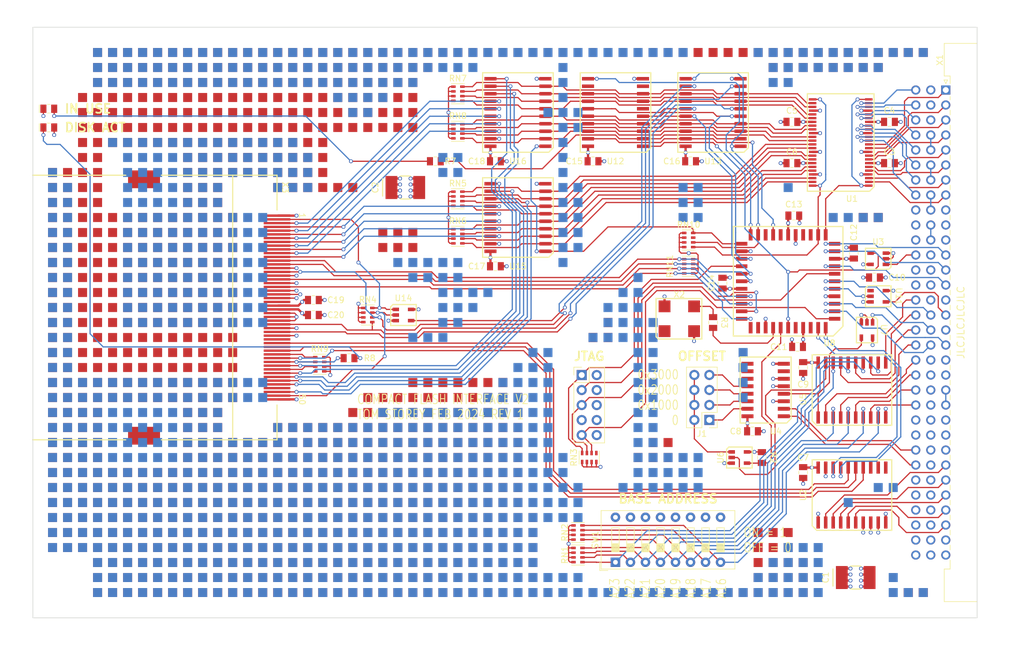
<source format=kicad_pcb>
(kicad_pcb (version 20221018) (generator pcbnew)
  (title_block (title "COMPACT FLASH INTERFACE V2") (date "2024-02-14") (rev "1") (company "(C) TOM STOREY") (comment 1 "FREE FOR NON-COMMERCIAL USE"))
  (layers (0 "F.Cu" signal) (1 "In1.Cu" power) (2 "In2.Cu" power) (31 "B.Cu" signal) (34 "B.Paste" user) (35 "F.Paste" user) (36 "B.SilkS" user "B.Silkscreen") (37 "F.SilkS" user "F.Silkscreen") (38 "B.Mask" user) (39 "F.Mask" user) (44 "Edge.Cuts" user))
  (net 0 "")
  (net 1 "+5V")
  (net 2 "GND")
  (net 3 "Net-(D1-A)")
  (net 5 "Net-(D2-K)")
  (net 8 "Net-(J1-Pin_1)")
  (net 12 "Net-(J1-Pin_2)")
  (net 16 "Net-(J1-Pin_3)")
  (net 17 "Net-(J1-Pin_5)")
  (net 18 "Net-(J1-Pin_7)")
  (net 19 "Net-(J2-Pin_1)")
  (net 20 "Net-(J2-Pin_3)")
  (net 21 "Net-(J2-Pin_5)")
  (net 23 "Net-(X1-Padb8)")
  (net 24 "Net-(X1-Padb10)")
  (net 29 "Net-(J2-Pin_9)")
  (net 30 "Net-(X2-OUT)")
  (net 31 "Net-(U8A-CLK)")
  (net 32 "Net-(U12A-Q0)")
  (net 33 "Net-(RN9-R2.1)")
  (net 34 "Net-(RN1-R4.2)")
  (net 35 "Net-(RN1-R3.2)")
  (net 36 "Net-(RN1-R2.2)")
  (net 37 "Net-(RN1-R1.2)")
  (net 38 "Net-(RN2-R4.2)")
  (net 39 "Net-(RN2-R3.2)")
  (net 40 "Net-(RN2-R2.2)")
  (net 41 "Net-(RN2-R1.2)")
  (net 43 "Net-(RN9-R1.1)")
  (net 44 "Net-(RN9-R3.1)")
  (net 51 "DDIR")
  (net 52 "~{SEL}")
  (net 54 "~{RDSTAT}")
  (net 55 "CF_DDIR")
  (net 56 "~{DBEN}")
  (net 59 "Net-(U5A-P=Q)")
  (net 60 "Net-(U8A-~{DTACK_DRV})")
  (net 64 "CPLD_FUNC1")
  (net 65 "~{CF_VS2}")
  (net 66 "~{CF_VS1}")
  (net 67 "~{CF_CD2}")
  (net 68 "~{CF_CD1}")
  (net 69 "~{CF_CS0}")
  (net 70 "~{CF_CS1}")
  (net 71 "~{CF_RD}")
  (net 72 "~{CF_WR}")
  (net 73 "~{CF_RESET}")
  (net 74 "/CF socket/CF_D0")
  (net 75 "/CF socket/CF_D1")
  (net 76 "/CF socket/CF_D2")
  (net 77 "/CF socket/CF_D3")
  (net 78 "/CF socket/CF_D4")
  (net 79 "/CF socket/CF_D5")
  (net 80 "/CF socket/CF_D6")
  (net 81 "/CF socket/CF_D7")
  (net 82 "/CF socket/CF_D8")
  (net 83 "/CF socket/CF_D9")
  (net 84 "/CF socket/CF_D10")
  (net 85 "SD7")
  (net 86 "SD6")
  (net 87 "SD5")
  (net 88 "SD4")
  (net 89 "SD3")
  (net 90 "SD2")
  (net 91 "SD1")
  (net 92 "SD0")
  (net 93 "SD15")
  (net 94 "SD14")
  (net 95 "SD13")
  (net 96 "SD12")
  (net 97 "SD11")
  (net 98 "SD10")
  (net 99 "SD9")
  (net 100 "SD8")
  (net 101 "D8")
  (net 102 "D9")
  (net 103 "D10")
  (net 104 "D11")
  (net 105 "D12")
  (net 106 "D13")
  (net 107 "D14")
  (net 108 "D15")
  (net 109 "D0")
  (net 110 "D1")
  (net 111 "D2")
  (net 112 "D3")
  (net 113 "D4")
  (net 114 "D5")
  (net 115 "D6")
  (net 116 "D7")
  (net 117 "SA5")
  (net 118 "SA4")
  (net 119 "SA3")
  (net 120 "SA2")
  (net 121 "SA1")
  (net 122 "Net-(U13A-Q3)")
  (net 125 "A1")
  (net 126 "A2")
  (net 127 "A3")
  (net 128 "A4")
  (net 129 "A5")
  (net 130 "~{SYSRESET}")
  (net 131 "~{RESET}")
  (net 132 "SA12")
  (net 133 "SA13")
  (net 134 "~{AS}")
  (net 135 "Net-(X1A-~{IACKIN})")
  (net 139 "SA19")
  (net 140 "SA18")
  (net 141 "SA17")
  (net 142 "SA16")
  (net 143 "SA23")
  (net 144 "SA22")
  (net 145 "SA21")
  (net 146 "SA20")
  (net 148 "FC2")
  (net 149 "FC1")
  (net 150 "FC0")
  (net 151 "~{WR}")
  (net 152 "~{LDS}")
  (net 153 "~{UDS}")
  (net 154 "/CF socket/CF_D11")
  (net 155 "~{WRCON}")
  (net 156 "/CF socket/CF_D12")
  (net 157 "/CF socket/CF_D13")
  (net 158 "~{DTACK}")
  (net 159 "/CF socket/CF_D14")
  (net 160 "Net-(X1B-~{BG0IN})")
  (net 161 "Net-(X1B-~{BG1IN})")
  (net 162 "/CF socket/CF_D15")
  (net 169 "T1")
  (net 171 "T0")
  (net 178 "~{AS`}")
  (footprint "COMET_footprints:Package_SO20W" (layer "F.Cu") (at 202.565 109.22 90)
    (fp_text reference "U5")
    (fp_text value "74HCT688")
  )
  (footprint "COMET_footprints:Package_SO20W" (layer "F.Cu") (at 162.56 62.23 180)
    (fp_text reference "U12")
    (fp_text value "74HCT273")
  )
  (footprint "COMET_footprints:C_SMD0805" (layer "F.Cu") (at 192.405 63.8175 180)
    (fp_text reference "C5")
    (fp_text value "100nF")
  )
  (footprint "COMET_footprints:Package_SSOP48-1" (layer "F.Cu") (at 200.66 67.31 180)
    (fp_text reference "U1")
    (fp_text value "74FCT16245")
  )
  (footprint "COMET_footprints:C_SMD_3.2MMx6.0MM" (layer "F.Cu") (at 203.2 140.97)
    (fp_text reference "C1")
    (fp_text value "22uF")
  )
  (footprint "COMET_footprints:Oscillator_SMD_XO91-4Pin_7.0x5.0mm" (layer "F.Cu") (at 173.355 97.155)
    (fp_text reference "X2")
    (fp_text value "40MHz")
  )
  (footprint "Resistor_SMD:R_Cat16-4" (layer "F.Cu") (at 174.9425 88.265)
    (fp_text reference "RN11")
    (fp_text value "10K")
  )
  (footprint "COMET_footprints:Package_SOT23-5" (layer "F.Cu") (at 207.01 93.345)
    (fp_text reference "U11")
    (fp_text value "74LVC1G07")
  )
  (footprint "COMET_footprints:Package_SO20W" (layer "F.Cu") (at 146.05 62.23 180)
    (fp_text reference "U16")
    (fp_text value "74HCT245")
  )
  (footprint "COMET_footprints:C_SMD0805" (layer "F.Cu") (at 202.8825 86.0425 90)
    (fp_text reference "C12")
    (fp_text value "100nF")
  )
  (footprint "Resistor_SMD:R_Cat16-4" (layer "F.Cu") (at 135.89 83.185)
    (fp_text reference "RN6")
    (fp_text value "10K")
  )
  (footprint "COMET_footprints:C_SMD0805" (layer "F.Cu") (at 185.7375 116.205)
    (fp_text reference "C8")
    (fp_text value "100nF")
  )
  (footprint "COMET_footprints:Package_SOT23-5" (layer "F.Cu") (at 126.6825 96.52)
    (fp_text reference "U14")
    (fp_text value "74LVC1G02")
  )
  (footprint "COMET_footprints:C_SMD_3.2MMx6.0MM" (layer "F.Cu") (at 127 74.93)
    (fp_text reference "C2")
    (fp_text value "22uF")
  )
  (footprint "COMET_footprints:C_SMD0805" (layer "F.Cu") (at 208.915 63.8175)
    (fp_text reference "C4")
    (fp_text value "100nF")
  )
  (footprint "COMET_footprints:Package_SO16" (layer "F.Cu") (at 187.96 109.22 90)
    (fp_text reference "U4")
    (fp_text value "74HCT138")
  )
  (footprint "Resistor_SMD:R_Cat16-4" (layer "F.Cu") (at 135.89 59.055)
    (fp_text reference "RN7")
    (fp_text value "10K")
  )
  (footprint "COMET_footprints:R_SMD0805" (layer "F.Cu") (at 117.475 103.8225)
    (fp_text reference "R8")
    (fp_text value "1K")
  )
  (footprint "Connector_PinHeader_2.54mm:PinHeader_2x05_P2.54mm_Vertical" (layer "F.Cu") (at 156.84 106.685)
    (fp_text reference "J2" hide)
    (fp_text value "JTAG")
  )
  (footprint "Connector_PinHeader_2.54mm:PinHeader_2x04_P2.54mm_Vertical" (layer "F.Cu") (at 178.44 114.29 180)
    (fp_text reference "J1")
    (fp_text value "OFFSET")
  )
  (footprint "COMET_footprints:C_SMD0805" (layer "F.Cu") (at 192.7225 79.6925)
    (fp_text reference "C13")
    (fp_text value "100nF")
  )
  (footprint "COMET_footprints:C_SMD0805" (layer "F.Cu") (at 158.75 70.485)
    (fp_text reference "C15")
    (fp_text value "100nF")
  )
  (footprint "COMET_footprints:LED_SMD0805" (layer "F.Cu") (at 66.675 64.77)
    (fp_text reference "D2" hide)
    (fp_text value "ACT")
  )
  (footprint "COMET_footprints:R_SMD0805" (layer "F.Cu") (at 179.07 97.79 -90)
    (fp_text reference "R3")
    (fp_text value "0R")
  )
  (footprint "Resistor_SMD:R_Cat16-4" (layer "F.Cu") (at 120.65 96.52)
    (fp_text reference "RN4")
    (fp_text value "10K")
  )
  (footprint "Resistor_SMD:R_Cat16-4" (layer "F.Cu") (at 158.115 120.65 90)
    (fp_text reference "RN3")
    (fp_text value "10K")
  )
  (footprint "COMET_footprints:Package_SO20W" (layer "F.Cu") (at 179.07 62.23 180)
    (fp_text reference "U13")
    (fp_text value "74HCT373")
  )
  (footprint "Resistor_SMD:R_Cat16-4" (layer "F.Cu") (at 135.89 65.405)
    (fp_text reference "RN8")
    (fp_text value "10K")
  )
  (footprint "Resistor_SMD:R_Cat16-4" (layer "F.Cu") (at 112.52 104.8575)
    (fp_text reference "RN9")
    (fp_text value "10K")
  )
  (footprint "COMET_footprints:C_SMD0805" (layer "F.Cu") (at 175.26 70.485)
    (fp_text reference "C16")
    (fp_text value "100nF")
  )
  (footprint "COMET_footprints:Package_SO20W" (layer "F.Cu") (at 146.05 80.01 180)
    (fp_text reference "U15")
    (fp_text value "74HCT245")
  )
  (footprint "COMET_footprints:C_SMD0805" (layer "F.Cu") (at 180.6575 91.1225 90)
    (fp_text reference "C14")
    (fp_text value "100nF")
  )
  (footprint "COMET_footprints:LED_SMD0805" (layer "F.Cu") (at 66.675 61.595)
    (fp_text reference "D1" hide)
    (fp_text value "IN_USE")
  )
  (footprint "COMET_footprints:C_SMD0805" (layer "F.Cu") (at 142.24 70.485)
    (fp_text reference "C18")
    (fp_text value "100nF")
  )
  (footprint "Resistor_SMD:R_Cat16-4" (layer "F.Cu") (at 156.21 133.35)
    (fp_text reference "RN2")
    (fp_text value "10K")
  )
  (footprint "COMET_footprints:C_SMD0805" (layer "F.Cu") (at 142.24 88.265)
    (fp_text reference "C17")
    (fp_text value "100nF")
  )
  (footprint "COMET_footprints:C_SMD0805" (layer "F.Cu") (at 111.4425 93.98)
    (fp_text reference "C19")
    (fp_text value "100nF")
  )
  (footprint "COMET_footprints:C_SMD0805" (layer "F.Cu") (at 194.31 123.19 -90)
    (fp_text reference "C7")
    (fp_text value "100nF")
  )
  (footprint "MountingHole:MountingHole_3.2mm_M3" (layer "F.Cu") (at 66.98 53.51)
    (fp_text reference "REF**" hide)
    (fp_text value "MountingHole_3.2mm_M3" hide)
  )
  (footprint "COMET_footprints:C_SMD0805" (layer "F.Cu") (at 111.4425 96.52)
    (fp_text reference "C20")
    (fp_text value "100nF")
  )
  (footprint "CF_Board_v2:CF_Socket" (layer "F.Cu") (at 97.79 95.25 -90)
    (fp_text reference "X3")
    (fp_text value "Socket_CF")
  )
  (footprint "COMET_footprints:Package_PLCC-44" (layer "F.Cu") (at 191.77 90.805 180)
    (fp_text reference "U8")
    (fp_text value "CPLD")
  )
  (footprint "Resistor_SMD:R_Cat16-4" (layer "F.Cu") (at 174.9425 83.82)
    (fp_text reference "RN10")
    (fp_text value "10K")
  )
  (footprint "COMET_footprints:R_SMD0805" (layer "F.Cu") (at 132.08 70.485 180)
    (fp_text reference "R7")
    (fp_text value "1K")
  )
  (footprint "COMET_footprints:C_SMD0805" (layer "F.Cu") (at 208.915 70.8025)
    (fp_text reference "C3")
    (fp_text value "100nF")
  )
  (footprint "COMET_footprints:Package_SOT23-5" (layer "F.Cu") (at 205.105 99.06 -90)
    (fp_text reference "U7")
    (fp_text value "74HCT1G32")
  )
  (footprint "COMET_footprints:C_SMD0805" (layer "F.Cu") (at 194.31 105.41 -90)
    (fp_text reference "C9")
    (fp_text value "100nF")
  )
  (footprint "COMET_footprints:R_SMD0805" (layer "F.Cu") (at 187.325 120.65 -90)
    (fp_text reference "R2")
    (fp_text value "10K")
  )
  (footprint "COMET_footprints:C_SMD0805" (layer "F.Cu") (at 192.405 70.8025 180)
    (fp_text reference "C6")
    (fp_text value "100nF")
  )
  (footprint "COMET_footprints:C_SMD0805" (layer "F.Cu") (at 206.375 90.17)
    (fp_text reference "C10")
    (fp_text value "100nF")
  )
  (footprint "MountingHole:MountingHole_3.2mm_M3" (layer "F.Cu") (at 66.98 142.07)
    (fp_text reference "REF**" hide)
    (fp_text value "MountingHole_3.2mm_M3" hide)
  )
  (footprint "COMET_footprints:DIN41612_C_3x32_Male_Horizontal_THT" (layer "F.Cu") (at 218.44 58.42 -90)
    (fp_text reference "X1")
    (fp_text value "DIN41612_03x32_ABC_COMETbus")
  )
  (footprint "COMET_footprints:Package_SOT23-5" (layer "F.Cu") (at 207.01 86.995 180)
    (fp_text reference "U3")
    (fp_text value "74HCT1G32")
  )
  (footprint "COMET_footprints:C_SMD0805" (layer "F.Cu") (at 193.3575 101.9175 180)
    (fp_text reference "C11")
    (fp_text value "100nF")
  )
  (footprint "Resistor_SMD:R_Cat16-4" (layer "F.Cu") (at 135.89 76.835)
    (fp_text reference "RN5")
    (fp_text value "10K")
  )
  (footprint "COMET_footprints:Package_SO20W" (layer "F.Cu") (at 202.565 127 90)
    (fp_text reference "U2")
    (fp_text value "74HCT245")
  )
  (footprint "Resistor_SMD:R_Cat16-4" (layer "F.Cu") (at 156.21 137.16)
    (fp_text reference "RN1")
    (fp_text value "10K")
  )
  (footprint "COMET_footprints:Package_SOT23-5" (layer "F.Cu") (at 183.515 120.65)
    (fp_text reference "U6")
    (fp_text value "74LVC1G32")
  )
  (footprint "Button_Switch_THT:SW_DIP_SPSTx08_Slide_9.78x22.5mm_W7.62mm_P2.54mm" (layer "F.Cu") (at 162.55 138.3875 90)
    (fp_text reference "SW1")
    (fp_text value "BASE")
  )
  (gr_line (start 75.78 117.65) (end 63.94 117.65) (stroke (width 0.2032)) (layer "F.SilkS"))
  (gr_line (start 75.78 72.85) (end 63.94 72.85) (stroke (width 0.2032)) (layer "F.SilkS"))
  (gr_line locked (start 63.98 47.79) (end 63.98 147.79) (stroke (width 0.1)) (layer "Edge.Cuts"))
  (gr_line locked (start 223.74 47.79) (end 223.74 147.79) (stroke (width 0.1)) (layer "Edge.Cuts"))
  (gr_line locked (start 63.98 147.79) (end 223.74 147.79) (stroke (width 0.1)) (layer "Edge.Cuts"))
  (gr_line locked (start 223.74 47.79) (end 63.98 47.79) (stroke (width 0.1)) (layer "Edge.Cuts"))
  (gr_text "IN USE" (at 69.215 61.595) (layer "F.SilkS") (effects (font (size 1.5 1.5) (thickness 0.3)) (justify left)))
  (gr_text "COMPACT FLASH INTERFACE V2\nTOM STOREY FEB 2024 REV 1" (at 118.745 109.855) (layer "F.SilkS") (effects (font (size 1.6 1.25)) (justify left top)))
  (gr_text "A23\nA22\nA21\nA20\nA19\nA18\nA17\nA16" (at 171.4405 140.97 90) (layer "F.SilkS") (effects (font (size 1.6 1.25)) (justify right)))
  (gr_text "JLCJLCJLCJLC" (at 220.98 97.79 90) (layer "F.SilkS") (effects (font (size 1.2 1.2))))
  (gr_text "BASE ADDRESS" (at 171.45 127.635) (layer "F.SilkS") (effects (font (size 1.5 1.5) (thickness 0.3))))
  (gr_text "JTAG" (at 158.115 103.505) (layer "F.SilkS") (effects (font (size 1.5 1.5) (thickness 0.3))))
  (gr_text "OFFSET" (at 177.17 103.495) (layer "F.SilkS") (effects (font (size 1.5 1.5) (thickness 0.3))))
  (gr_text "0x3000\n0x2000\n0x1000\n0" (at 173.36 110.48) (layer "F.SilkS") (effects (font (size 1.6 1.25)) (justify right)))
  (gr_text "ON = 1\nOFF = 0" (at 184.15 134.62) (layer "F.SilkS") (effects (font (size 1.6 1.25)) (justify left)))
  (gr_text "DISK ACT" (at 69.215 64.77) (layer "F.SilkS") (effects (font (size 1.5 1.5) (thickness 0.3)) (justify left)))
  (segment (start 141.4 86.79) (end 141.4 85.725) (width 0.381) (layer "F.Cu") (net 1))
  (segment (start 113.28 103.6575) (end 114.135 103.6575) (width 0.2032) (layer "F.Cu") (net 1))
  (segment (start 173.355 82.8675) (end 173.355 83.422243) (width 0.2032) (layer "F.Cu") (net 1))
  (segment (start 191.77 79.7325) (end 191.81 79.6925) (width 0.381) (layer "F.Cu") (net 1))
  (segment (start 113.28 105.2575) (end 114.293906 105.2575) (width 0.2032) (layer "F.Cu") (net 1))
  (segment (start 176.50669 87.865) (end 176.53 87.84169) (width 0.2032) (layer "F.Cu") (net 1))
  (segment (start 195.785 104.57) (end 194.3825 104.57) (width 0.381) (layer "F.Cu") (net 1))
  (segment (start 205.4108 63.8175) (end 207.01 63.8175) (width 0.381) (layer "F.Cu") (net 1))
  (segment (start 67.5875 66.04) (end 67.5875 64.77) (width 0.2032) (layer "F.Cu") (net 1))
  (segment (start 119.064372 95.32) (end 119.0625 95.318128) (width 0.2032) (layer "F.Cu") (net 1))
  (segment (start 202.311 142.494) (end 200.279 142.494) (width 0.381) (layer "F.Cu") (net 1))
  (segment (start 114.3 104.445931) (end 114.3 105.251406) (width 0.2032) (layer "F.Cu") (net 1))
  (segment (start 195.9092 70.8025) (end 194.31 70.8025) (width 0.381) (layer "F.Cu") (net 1))
  (segment (start 176.2825 89.465) (end 176.53 89.2175) (width 0.2032) (layer "F.Cu") (net 1))
  (segment (start 194.3825 122.35) (end 194.31 122.2775) (width 0.381) (layer "F.Cu") (net 1))
  (segment (start 127.9825 95.57) (end 129.22 95.57) (width 0.381) (layer "F.Cu") (net 1))
  (segment (start 186.055 119.6975) (end 187.285 119.6975) (width 0.2032) (layer "F.Cu") (net 1))
  (segment (start 108.9025 95.5675) (end 109.5375 96.2025) (width 0.381) (layer "F.Cu") (net 1))
  (segment (start 119.0625 96.915905) (end 119.0625 96.119445) (width 0.2032) (layer "F.Cu") (net 1))
  (segment (start 176.53 86.36) (end 176.2125 86.0425) (width 0.2032) (layer "F.Cu") (net 1))
  (segment (start 200.2 140.795) (end 200.2 140.97) (width 0.381) (layer "F.Cu") (net 1))
  (segment (start 157.91 69.01) (end 157.91 70.4125) (width 0.381) (layer "F.Cu") (net 1))
  (segment (start 206.055 100.36) (end 206.055 101.5975) (width 0.381) (layer "F.Cu") (net 1))
  (segment (start 159.309418 122.2375) (end 160.02 122.2375) (width 0.2032) (layer "F.Cu") (net 1))
  (segment (start 208.0025 70.8025) (end 207.01 70.8025) (width 0.381) (layer "F.Cu") (net 1))
  (segment (start 176.53 89.2175) (end 176.53 88.674909) (width 0.2032) (layer "F.Cu") (net 1))
  (segment (start 124.333 74.422) (end 124 74.755) (width 0.381) (layer "F.Cu") (net 1))
  (segment (start 175.7025 87.065) (end 176.525546 87.065) (width 0.2032) (layer "F.Cu") (net 1))
  (segment (start 175.7025 89.465) (end 176.2825 89.465) (width 0.2032) (layer "F.Cu") (net 1))
  (segment (start 113.28 106.0575) (end 114.296337 106.0575) (width 0.2032) (layer "F.Cu") (net 1))
  (segment (start 158.515 122.225872) (end 158.526628 122.2375) (width 0.2032) (layer "F.Cu") (net 1))
  (segment (start 181.9275 92.075) (end 180.6975 92.075) (width 0.381) (layer "F.Cu") (net 1))
  (segment (start 193.3175 70.8025) (end 194.31 70.8025) (width 0.381) (layer "F.Cu") (net 1))
  (segment (start 141.4 88.1925) (end 141.3275 88.265) (width 0.381) (layer "F.Cu") (net 1))
  (segment (start 124.079 76.454) (end 124 76.375) (width 0.381) (layer "F.Cu") (net 1))
  (segment (start 124 74.755) (end 124 74.93) (width 0.381) (layer "F.Cu") (net 1))
  (segment (start 126.111 74.422) (end 124.333 74.422) (width 0.381) (layer "F.Cu") (net 1))
  (segment (start 156.915 121.41) (end 156.915 121.99) (width 0.2032) (layer "F.Cu") (net 1))
  (segment (start 173.355 83.422243) (end 173.355 84.203387) (width 0.2032) (layer "F.Cu") (net 1))
  (segment (start 114.3 106.061163) (end 114.3 106.68) (width 0.2032) (layer "F.Cu") (net 1))
  (segment (start 119.063055 96.12) (end 119.0625 96.119445) (width 0.2032) (layer "F.Cu") (net 1))
  (segment (start 173.362927 85.02) (end 173.355 85.027927) (width 0.2032) (layer "F.Cu") (net 1))
  (segment (start 195.785 122.35) (end 194.3825 122.35) (width 0.381) (layer "F.Cu") (net 1))
  (segment (start 119.0625 96.119445) (end 119.0625 95.318128) (width 0.2032) (layer "F.Cu") (net 1))
  (segment (start 174.1825 84.22) (end 173.371613 84.22) (width 0.2032) (layer "F.Cu") (net 1))
  (segment (start 191.0334 107.315) (end 189.23 107.315) (width 0.2032) (layer "F.Cu") (net 1))
  (segment (start 157.91 70.4125) (end 157.8375 70.485) (width 0.381) (layer "F.Cu") (net 1))
  (segment (start 200.533 141.478) (end 200.2 141.145) (width 0.381) (layer "F.Cu") (net 1))
  (segment (start 126.111 73.406) (end 124.079 73.406) (width 0.381) (layer "F.Cu") (net 1))
  (segment (start 202.311 140.462) (end 200.533 140.462) (width 0.381) (layer "F.Cu") (net 1))
  (segment (start 119.89 96.92) (end 119.066595 96.92) (width 0.2032) (layer "F.Cu") (net 1))
  (segment (start 124 75.105) (end 124 74.93) (width 0.381) (layer "F.Cu") (net 1))
  (segment (start 204.4725 87.945) (end 204.47 87.9475) (width 0.381) (layer "F.Cu") (net 1))
  (segment (start 156.915 121.99) (end 157.1625 122.2375) (width 0.2032) (layer "F.Cu") (net 1))
  (segment (start 175.7025 87.865) (end 176.50669 87.865) (width 0.2032) (layer "F.Cu") (net 1))
  (segment (start 141.4 70.4125) (end 141.3275 70.485) (width 0.381) (layer "F.Cu") (net 1))
  (segment (start 184.8866 116.1434) (end 184.825 116.205) (width 0.381) (layer "F.Cu") (net 1))
  (segment (start 191.77 80.9625) (end 191.77 79.7325) (width 0.381) (layer "F.Cu") (net 1))
  (segment (start 200.2 139.525) (end 200.2 140.97) (width 0.381) (layer "F.Cu") (net 1))
  (segment (start 196.85 131.65) (end 196.85 130.175) (width 0.2032) (layer "F.Cu") (net 1))
  (segment (start 173.6025 82.62) (end 173.355 82.8675) (width 0.2032) (layer "F.Cu") (net 1))
  (segment (start 174.42 69.01) (end 174.42 67.945) (width 0.381) (layer "F.Cu") (net 1))
  (segment (start 119.31 97.72) (end 119.0625 97.4725) (width 0.2032) (layer "F.Cu") (net 1))
  (segment (start 126.111 76.454) (end 124.079 76.454) (width 0.381) (layer "F.Cu") (net 1))
  (segment (start 202.311 141.478) (end 200.533 141.478) (width 0.381) (layer "F.Cu") (net 1))
  (segment (start 194.31 101.8775) (end 194.27 101.9175) (width 0.381) (layer "F.Cu") (net 1))
  (segment (start 174.1825 85.02) (end 173.362927 85.02) (width 0.2032) (layer "F.Cu") (net 1))
  (segment (start 174.1825 83.42) (end 173.357243 83.42) (width 0.2032) (layer "F.Cu") (net 1))
  (segment (start 114.296337 106.0575) (end 114.3 106.061163) (width 0.2032) (layer "F.Cu") (net 1))
  (segment (start 184.8866 114.8334) (end 184.8866 116.1434) (width 0.381) (layer "F.Cu") (net 1))
  (segment (start 208.31 92.395) (end 209.5475 92.395) (width 0.381) (layer "F.Cu") (net 1))
  (segment (start 157.715 121.41) (end 157.715 122.235107) (width 0.2032) (layer "F.Cu") (net 1))
  (segment (start 205.4108 70.8025) (end 207.01 70.8025) (width 0.381) (layer "F.Cu") (net 1))
  (segment (start 176.525546 87.065) (end 176.53 87.060546) (width 0.2032) (layer "F.Cu") (net 1))
  (segment (start 119.89 96.12) (end 119.063055 96.12) (width 0.2032) (layer "F.Cu") (net 1))
  (segment (start 157.715 122.235107) (end 157.717393 122.2375) (width 0.2032) (layer "F.Cu") (net 1))
  (segment (start 200.2 141.145) (end 200.2 140.97) (width 0.381) (layer "F.Cu") (net 1))
  (segment (start 176.2125 86.0425) (end 174.9425 86.0425) (width 0.2032) (layer "F.Cu") (net 1))
  (segment (start 186.0525 119.7) (end 186.055 119.6975) (width 0.381) (layer "F.Cu") (net 1))
  (segment (start 195.785 104.57) (end 196.85 104.57) (width 0.381) (layer "F.Cu") (net 1))
  (segment (start 199.6325 86.995) (end 201.6125 86.995) (width 0.381) (layer "F.Cu") (net 1))
  (segment (start 110.53 96.52) (end 109.855 96.52) (width 0.381) (layer "F.Cu") (net 1))
  (segment (start 191.77 82.9425) (end 191.77 80.9625) (width 0.381) (layer "F.Cu") (net 1))
  (segment (start 209.5475 92.395) (end 209.55 92.3925) (width 0.381) (layer "F.Cu") (net 1))
  (segment (start 141.4 69.01) (end 141.4 67.945) (width 0.381) (layer "F.Cu") (net 1))
  (segment (start 187.285 119.6975) (end 187.325 119.7375) (width 0.2032) (layer "F.Cu") (net 1))
  (segment (start 119.0625 95.318128) (end 119.0625 94.615) (width 0.2032) (layer "F.Cu") (net 1))
  (segment (start 208.0025 63.8175) (end 207.01 63.8175) (width 0.381) (layer "F.Cu") (net 1))
  (segment (start 113.28 104.4575) (end 114.288431 104.4575) (width 0.2032) (layer "F.Cu") (net 1))
  (segment (start 114.135 103.6575) (end 114.3 103.8225) (width 0.2032) (layer "F.Cu") (net 1))
  (segment (start 159.315 121.41) (end 159.315 122.231918) (width 0.2032) (layer "F.Cu") (net 1))
  (segment (start 105.5 95.5675) (end 108.9025 95.5675) (width 0.381) (layer "F.Cu") (net 1))
  (segment (start 201.6125 86.995) (end 202.8425 86.995) (width 0.381) (layer "F.Cu") (net 1))
  (segment (start 194.31 100.6475) (end 194.31 101.8775) (width 0.381) (layer "F.Cu") (net 1))
  (segment (start 194.3825 104.57) (end 194.31 104.4975) (width 0.381) (layer "F.Cu") (net 1))
  (segment (start 176.53 87.060546) (end 176.53 86.36) (width 0.2032) (layer "F.Cu") (net 1))
  (segment (start 183.9075 92.075) (end 181.9275 92.075) (width 0.381) (layer "F.Cu") (net 1))
  (segment (start 180.6975 92.075) (end 180.6575 92.035) (width 0.381) (layer "F.Cu") (net 1))
  (segment (start 174.42 69.01) (end 174.42 70.4125) (width 0.381) (layer "F.Cu") (net 1))
  (segment (start 200.533 140.462) (end 200.2 140.795) (width 0.381) (layer "F.Cu") (net 1))
  (segment (start 173.371613 84.22) (end 173.355 84.203387) (width 0.2032) (layer "F.Cu") (net 1))
  (segment (start 158.526628 122.2375) (end 159.309418 122.2375) (width 0.2032) (layer "F.Cu") (net 1))
  (segment (start 202.311 139.446) (end 200.279 139.446) (width 0.381) (layer "F.Cu") (net 1))
  (segment (start 124 73.485) (end 124 74.93) (width 0.381) (layer "F.Cu") (net 1))
  (segment (start 119.89 95.32) (end 119.064372 95.32) (width 0.2032) (layer "F.Cu") (net 1))
  (segment (start 157.1625 122.2375) (end 157.717393 122.2375) (width 0.2032) (layer "F.Cu") (net 1))
  (segment (start 124 76.375) (end 124 74.93) (width 0.381) (layer "F.Cu") (net 1))
  (segment (start 126.111 75.438) (end 124.333 75.438) (width 0.381) (layer "F.Cu") (net 1))
  (segment (start 194.31 98.6675) (end 194.31 100.6475) (width 0.381) (layer "F.Cu") (net 1))
  (segment (start 129.22 95.57) (end 129.2225 95.5675) (width 0.381) (layer "F.Cu") (net 1))
  (segment (start 173.355 84.203387) (end 173.355 85.027927) (width 0.2032) (layer "F.Cu") (net 1))
  (segment (start 141.4 69.01) (end 141.4 70.4125) (width 0.381) (layer "F.Cu") (net 1))
  (segment (start 119.89 97.72) (end 119.31 97.72) (width 0.2032) (layer "F.Cu") (net 1))
  (segment (start 200.2 142.415) (end 200.2 140.97) (width 0.381) (layer "F.Cu") (net 1))
  (segment (start 109.855 93.98) (end 110.53 93.98) (width 0.381) (layer "F.Cu") (net 1))
  (segment (start 173.357243 83.42) (end 173.355 83.422243) (width 0.2032) (layer "F.Cu") (net 1))
  (segment (start 109.5375 94.2975) (end 109.855 93.98) (width 0.381) (layer "F.Cu") (net 1))
  (segment (start 205.4625 90.17) (end 204.47 90.17) (width 0.381) (layer "F.Cu") (net 1))
  (segment (start 176.53 87.84169) (end 176.53 87.060546) (width 0.2032) (layer "F.Cu") (net 1))
  (segment (start 170.855 93.385) (end 170.855 95.055) (width 0.381) (layer "F.Cu") (net 1))
  (segment (start 141.4 86.79) (end 141.4 88.1925) (width 0.381) (layer "F.Cu") (net 1))
  (segment (start 184.815 119.7) (end 186.0525 119.7) (width 0.381) (layer "F.Cu") (net 1))
  (segment (start 119.066595 96.92) (end 119.0625 96.915905) (width 0.2032) (layer "F.Cu") (net 1))
  (segment (start 195.9092 63.8175) (end 194.31 63.8175) (width 0.381) (layer "F.Cu") (net 1))
  (segment (start 114.3 103.8225) (end 114.3 104.445931) (width 0.2032) (layer "F.Cu") (net 1))
  (segment (start 119.0625 97.4725) (end 119.0625 96.915905) (width 0.2032) (layer "F.Cu") (net 1))
  (segment (start 173.355 85.027927) (end 173.355 85.725) (width 0.2032) (layer "F.Cu") (net 1))
  (segment (start 158.515 121.41) (end 158.515 122.225872) (width 0.2032) (layer "F.Cu") (net 1))
  (segment (start 124.333 75.438) (end 124 75.105) (width 0.381) (layer "F.Cu") (net 1))
  (segment (start 195.785 122.35) (end 196.85 122.35) (width 0.381) (layer "F.Cu") (net 1))
  (segment (start 200.279 139.446) (end 200.2 139.525) (width 0.381) (layer "F.Cu") (net 1))
  (segment (start 193.3175 63.8175) (end 194.31 63.8175) (width 0.381) (layer "F.Cu") (net 1))
  (segment (start 105.5 93.0275) (end 109.22 93.0275) (width 0.2032) (layer "F.Cu") (net 1))
  (segment (start 114.293906 105.2575) (end 114.3 105.251406) (width 0.2032) (layer "F.Cu") (net 1))
  (segment (start 174.1825 82.62) (end 173.6025 82.62) (width 0.2032) (layer "F.Cu") (net 1))
  (segment (start 124.079 73.406) (end 124 73.485) (width 0.381) (layer "F.Cu") (net 1))
  (segment (start 109.5375 94.2975) (end 108.9025 94.9325) (width 0.381) (layer "F.Cu") (net 1))
  (segment (start 205.71 87.945) (end 204.4725 87.945) (width 0.381) (layer "F.Cu") (net 1))
  (segment (start 108.9025 94.9325) (end 105.5 94.9325) (width 0.381) (layer "F.Cu") (net 1))
  (segment (start 202.8425 86.995) (end 202.8825 86.955) (width 0.381) (layer "F.Cu") (net 1))
  (segment (start 173.6725 86.0425) (end 174.9425 86.0425) (width 0.2032) (layer "F.Cu") (net 1))
  (segment (start 200.279 142.494) (end 200.2 142.415) (width 0.381) (layer "F.Cu") (net 1))
  (segment (start 114.288431 104.4575) (end 114.3 104.445931) (width 0.2032) (layer "F.Cu") (net 1))
  (segment (start 175.7025 88.665) (end 176.520091 88.665) (width 0.2032) (layer "F.Cu") (net 1))
  (segment (start 173.355 85.725) (end 173.6725 86.0425) (width 0.2032) (layer "F.Cu") (net 1))
  (segment (start 206.055 101.5975) (end 206.0575 101.6) (width 0.381) (layer "F.Cu") (net 1))
  (segment (start 157.717393 122.2375) (end 158.526628 122.2375) (width 0.2032) (layer "F.Cu") (net 1))
  (segment (start 174.42 70.4125) (end 174.3475 70.485) (width 0.381) (layer "F.Cu") (net 1))
  (segment (start 176.53 88.674909) (end 176.53 87.84169) (width 0.2032) (layer "F.Cu") (net 1))
  (segment (start 159.315 122.231918) (end 159.309418 122.2375) (width 0.2032) (layer "F.Cu") (net 1))
  (segment (start 176.520091 88.665) (end 176.53 88.674909) (width 0.2032) (layer "F.Cu") (net 1))
  (segment (start 109.855 96.52) (end 109.5375 96.2025) (width 0.381) (layer "F.Cu") (net 1))
  (segment (start 184.8866 114.8334) (end 184.8866 113.665) (width 0.381) (layer "F.Cu") (net 1))
  (segment (start 114.3 105.251406) (end 114.3 106.061163) (width 0.2032) (layer "F.Cu") (net 1))
  (segment (start 157.91 69.01) (end 157.91 67.945) (width 0.381) (layer "F.Cu") (net 1))
  (via (at 196.85 130.175) (size 0.66) (drill 0.4) (layers "F.Cu" "B.Cu") (net 1))
  (via (at 202.311 141.478) (size 0.66) (drill 0.4) (layers "F.Cu" "B.Cu") (net 1))
  (via (at 201.6125 86.995) (size 0.66) (drill 0.4) (layers "F.Cu" "B.Cu") (net 1))
  (via (at 174.9425 86.0425) (size 0.66) (drill 0.4) (layers "F.Cu" "B.Cu") (net 1))
  (via (at 202.311 142.494) (size 0.66) (drill 0.4) (layers "F.Cu" "B.Cu") (net 1))
  (via (at 141.4 86.79) (size 0.66) (drill 0.4) (layers "F.Cu" "B.Cu") (net 1))
  (via (at 157.91 69.01) (size 0.66) (drill 0.4) (layers "F.Cu" "B.Cu") (net 1))
  (via (at 195.785 104.57) (size 0.66) (drill 0.4) (layers "F.Cu" "B.Cu") (net 1))
  (via (at 206.0575 101.6) (size 0.66) (drill 0.4) (layers "F.Cu" "B.Cu") (net 1))
  (via (at 181.9275 92.075) (size 0.66) (drill 0.4) (layers "F.Cu" "B.Cu") (net 1))
  (via (at 207.01 63.8175) (size 0.66) (drill 0.4) (layers "F.Cu" "B.Cu") (net 1))
  (via (at 141.4 69.01) (size 0.66) (drill 0.4) (layers "F.Cu" "B.Cu") (net 1))
  (via (at 126.111 73.406) (size 0.66) (drill 0.4) (layers "F.Cu" "B.Cu") (net 1))
  (via (at 186.055 119.6975) (size 0.66) (drill 0.4) (layers "F.Cu" "B.Cu") (net 1))
  (via (at 195.785 122.35) (size 0.66) (drill 0.4) (layers "F.Cu" "B.Cu") (net 1))
  (via (at 194.31 100.6475) (size 0.66) (drill 0.4) (layers "F.Cu" "B.Cu") (net 1))
  (via (at 126.111 74.422) (size 0.66) (drill 0.4) (layers "F.Cu" "B.Cu") (net 1))
  (via (at 174.42 69.01) (size 0.66) (drill 0.4) (layers "F.Cu" "B.Cu") (net 1))
  (via (at 207.01 70.8025) (size 0.66) (drill 0.4) (layers "F.Cu" "B.Cu") (net 1))
  (via (at 119.0625 94.615) (size 0.66) (drill 0.4) (layers "F.Cu" "B.Cu") (net 1))
  (via (at 194.31 63.8175) (size 0.66) (drill 0.4) (layers "F.Cu" "B.Cu") (net 1))
  (via (at 202.311 140.462) (size 0.66) (drill 0.4) (layers "F.Cu" "B.Cu") (net 1))
  (via (at 126.111 76.454) (size 0.66) (drill 0.4) (layers "F.Cu" "B.Cu") (net 1))
  (via (at 191.77 80.9625) (size 0.66) (drill 0.4) (layers "F.Cu" "B.Cu") (net 1))
  (via (at 209.55 92.3925) (size 0.66) (drill 0.4) (layers "F.Cu" "B.Cu") (net 1))
  (via (at 126.111 75.438) (size 0.66) (drill 0.4) (layers "F.Cu" "B.Cu") (net 1))
  (via (at 194.31 70.8025) (size 0.66) (drill 0.4) (layers "F.Cu" "B.Cu") (net 1))
  (via (at 109.5375 96.2025) (size 0.66) (drill 0.4) (layers "F.Cu" "B.Cu") (net 1))
  (via (at 204.47 90.17) (size 0.66) (drill 0.4) (layers "F.Cu" "B.Cu") (net 1))
  (via (at 109.22 93.0275) (size 0.66) (drill 0.4) (layers "F.Cu" "B.Cu") (net 1))
  (via (at 114.3 106.68) (size 0.66) (drill 0.4) (layers "F.Cu" "B.Cu") (net 1))
  (via (at 189.23 107.315) (size 0.66) (drill 0.4) (layers "F.Cu" "B.Cu") (net 1))
  (via (at 67.5875 66.04) (size 0.66) (drill 0.4) (layers "F.Cu" "B.Cu") (net 1))
  (via (at 184.8866 114.8334) (size 0.66) (drill 0.4) (layers "F.Cu" "B.Cu") (net 1))
  (via (at 160.02 122.2375) (size 0.66) (drill 0.4) (layers "F.Cu" "B.Cu") (net 1))
  (via (at 109.5375 94.2975) (size 0.66) (drill 0.4) (layers "F.Cu" "B.Cu") (net 1))
  (via (at 202.311 139.446) (size 0.66) (drill 0.4) (layers "F.Cu" "B.Cu") (net 1))
  (via (at 170.855 93.385) (size 0.66) (drill 0.4) (layers "F.Cu" "B.Cu") (net 1))
  (via (at 204.47 87.9475) (size 0.66) (drill 0.4) (layers "F.Cu" "B.Cu") (net 1))
  (via (at 129.2225 95.5675) (size 0.66) (drill 0.4) (layers "F.Cu" "B.Cu") (net 1))
  (segment (start 202.8425 85.09) (end 202.8825 85.13) (width 0.381) (layer "F.Cu") (net 2))
  (segment (start 135.13 58.655) (end 134.312035 58.655) (width 0.2032) (layer "F.Cu") (net 2))
  (segment (start 141.4 66.675) (end 142.875 66.675) (width 0.2032) (layer "F.Cu") (net 2))
  (segment (start 191.4925 70.8025) (end 190.5 70.8025) (width 0.381) (layer "F.Cu") (net 2))
  (segment (start 155.45 134.55) (end 154.644361 134.55) (width 0.2032) (layer "F.Cu") (net 2))
  (segment (start 150.7 56.515) (end 149.225 56.515) (width 0.381) (layer "F.Cu") (net 2))
  (segment (start 206.2 139.525) (end 206.2 140.97) (width 0.381) (layer "F.Cu") (net 2))
  (segment (start 134.31526 60.255) (end 134.3025 60.26776) (width 0.2032) (layer "F.Cu") (net 2))
  (segment (start 129.921 76.454) (end 130 76.375) (width 0.381) (layer "F.Cu") (net 2))
  (segment (start 130 76.375) (end 130 74.93) (width 0.381) (layer "F.Cu") (net 2))
  (segment (start 134.3025 58.1025) (end 134.3025 58.645465) (width 0.2032) (layer "F.Cu") (net 2))
  (segment (start 154.6225 137.552751) (end 154.6225 136.757937) (width 0.2032) (layer "F.Cu") (net 2))
  (segment (start 105.5 88.5825) (end 108.585 88.5825) (width 0.2032) (layer "F.Cu") (net 2))
  (segment (start 183.72 56.515) (end 182.245 56.515) (width 0.381) (layer "F.Cu") (net 2))
  (segment (start 134.3025 83.585932) (end 134.3025 84.1375) (width 0.2032) (layer "F.Cu") (net 2))
  (segment (start 150.7 74.295) (end 149.225 74.295) (width 0.381) (layer "F.Cu") (net 2))
  (segment (start 206.2 140.795) (end 206.2 140.97) (width 0.381) (layer "F.Cu") (net 2))
  (segment (start 209.8275 63.8175) (end 210.82 63.8175) (width 0.381) (layer "F.Cu") (net 2))
  (segment (start 105.5 92.3925) (end 108.585 92.3925) (width 0.2032) (layer "F.Cu") (net 2))
  (segment (start 105.5 96.2025) (end 108.2675 96.2025) (width 0.2032) (layer "F.Cu") (net 2))
  (segment (start 105.5 110.8075) (end 108.585 110.8075) (width 0.381) (layer "F.Cu") (net 2))
  (segment (start 141.4 84.455) (end 142.875 84.455) (width 0.2032) (layer "F.Cu") (net 2))
  (segment (start 105.5 89.8525) (end 108.585 89.8525) (width 0.2032) (layer "F.Cu") (net 2))
  (segment (start 195.9092 61.9125) (end 197.1675 61.9125) (width 0.381) (layer "F.Cu") (net 2))
  (segment (start 204.7875 96.52) (end 204.1525 96.52) (width 0.2032) (layer "F.Cu") (net 2))
  (segment (start 127.889 76.454) (end 129.921 76.454) (width 0.381) (layer "F.Cu") (net 2))
  (segment (start 204.47 131.65) (end 204.47 133.35) (width 0.2032) (layer "F.Cu") (net 2))
  (segment (start 193.04 82.9425) (end 193.04 84.455) (width 0.381) (layer "F.Cu") (net 2))
  (segment (start 205.4108 65.7225) (end 204.1525 65.7225) (width 0.381) (layer "F.Cu") (net 2))
  (segment (start 154.6225 132.948693) (end 154.6225 133.750202) (width 0.2032) (layer "F.Cu") (net 2))
  (segment (start 154.6225 136.757937) (end 154.6225 135.949324) (width 0.2032) (layer "F.Cu") (net 2))
  (segment (start 127.889 74.422) (end 129.667 74.422) (width 0.381) (layer "F.Cu") (net 2))
  (segment (start 134.303432 83.585) (end 134.3025 83.585932) (width 0.2032) (layer "F.Cu") (net 2))
  (segment (start 155.45 138.36) (end 154.87 138.36) (width 0.2032) (layer "F.Cu") (net 2))
  (segment (start 135.13 82.785) (end 134.310121 82.785) (width 0.2032) (layer "F.Cu") (net 2))
  (segment (start 205.4108 72.7075) (end 204.1525 72.7075) (width 0.381) (layer "F.Cu") (net 2))
  (segment (start 134.3025 75.8825) (end 134.3025 76.436346) (width 0.2032) (layer "F.Cu") (net 2))
  (segment (start 134.310121 82.785) (end 134.3025 82.792621) (width 0.2032) (layer "F.Cu") (net 2))
  (segment (start 154.87 132.15) (end 154.6225 132.3975) (width 0.2032) (layer "F.Cu") (net 2))
  (segment (start 209.8275 70.8025) (end 210.82 70.8025) (width 0.381) (layer "F.Cu") (net 2))
  (segment (start 205.4108 61.9125) (end 204.1525 61.9125) (width 0.381) (layer "F.Cu") (net 2))
  (segment (start 130 74.755) (end 130 74.93) (width 0.381) (layer "F.Cu") (net 2))
  (segment (start 154.644361 134.55) (end 154.6225 134.528139) (width 0.2032) (layer "F.Cu") (net 2))
  (segment (start 198.12 122.35) (end 198.12 123.825) (width 0.2032) (layer "F.Cu") (net 2))
  (segment (start 105.5 98.7425) (end 108.585 98.7425) (width 0.2032) (layer "F.Cu") (net 2))
  (segment (start 208.28 131.65) (end 208.28 130.175) (width 0.381) (layer "F.Cu") (net 2))
  (segment (start 134.3025 82.792621) (end 134.3025 83.585932) (width 0.2032) (layer "F.Cu") (net 2))
  (segment (start 134.3025 65.007405) (end 134.3025 65.796286) (width 0.2032) (layer "F.Cu") (net 2))
  (segment (start 134.303301 64.205) (end 134.3025 64.205801) (width 0.2032) (layer "F.Cu") (net 2))
  (segment (start 205.4108 68.8975) (end 204.1525 68.8975) (width 0.381) (layer "F.Cu") (net 2))
  (segment (start 134.304068 59.455) (end 134.3025 59.453432) (width 0.2032) (layer "F.Cu") (net 2))
  (segment (start 183.9075 85.725) (end 185.42 85.725) (width 0.381) (layer "F.Cu") (net 2))
  (segment (start 206.2 142.415) (end 206.2 140.97) (width 0.381) (layer "F.Cu") (net 2))
  (segment (start 129.921 73.406) (end 130 73.485) (width 0.381) (layer "F.Cu") (net 2))
  (segment (start 154.633176 135.96) (end 154.6225 135.949324) (width 0.2032) (layer "F.Cu") (net 2))
  (segment (start 105.5 96.8375) (end 108.585 96.8375) (width 0.2032) (layer "F.Cu") (net 2))
  (segment (start 204.4725 94.295) (end 204.47 94.2975) (width 0.381) (layer "F.Cu") (net 2))
  (segment (start 135.13 75.635) (end 134.55 75.635) (width 0.2032) (layer "F.Cu") (net 2))
  (segment (start 205.105 97.76) (end 205.105 96.8375) (width 0.2032) (layer "F.Cu") (net 2))
  (segment (start 134.55 84.385) (end 135.13 84.385) (width 0.2032) (layer "F.Cu") (net 2))
  (segment (start 134.3025 64.205801) (end 134.3025 65.007405) (width 0.2032) (layer "F.Cu") (net 2))
  (segment (start 134.311214 65.805) (end 134.3025 65.796286) (width 0.2032) (layer "F.Cu") (net 2))
  (segment (start 134.315696 77.235) (end 134.3025 77.248196) (width 0.2032) (layer "F.Cu") (net 2))
  (segment (start 105.5 93.6625) (end 108.585 93.6625) (width 0.2032) (layer "F.Cu") (net 2))
  (segment (start 208.28 113.87) (end 208.28 112.395) (width 0.381) (layer "F.Cu") (net 2))
  (segment (start 135.13 81.985) (end 134.310361 81.985) (width 0.2032) (layer "F.Cu") (net 2))
  (segment (start 195.9092 68.8975) (end 197.1675 68.8975) (width 0.381) (layer "F.Cu") (net 2))
  (segment (start 205.867 140.462) (end 206.2 140.795) (width 0.381) (layer "F.Cu") (net 2))
  (segment (start 105.5 97.4725) (end 108.2675 97.4725) (width 0.2032) (layer "F.Cu") (net 2))
  (segment (start 105.5 100.0125) (end 108.585 100.0125) (width 0.2032) (layer "F.Cu") (net 2))
  (segment (start 154.622702 133.75) (end 154.6225 133.750202) (width 0.2032) (layer "F.Cu") (net 2))
  (segment (start 134.55 75.635) (end 134.3025 75.8825) (width 0.2032) (layer "F.Cu") (net 2))
  (segment (start 186.65 116.205) (end 187.6425 116.205) (width 0.381) (layer "F.Cu") (net 2))
  (segment (start 155.45 133.75) (end 154.622702 133.75) (width 0.2032) (layer "F.Cu") (net 2))
  (segment (start 205.71 94.295) (end 204.4725 94.295) (width 0.381) (layer "F.Cu") (net 2))
  (segment (start 204.155 96.5225) (end 204.1525 96.52) (width 0.381) (layer "F.Cu") (net 2))
  (segment (start 135.13 76.435) (end 134.303846 76.435) (width 0.2032) (layer "F.Cu") (net 2))
  (segment (start 206.121 139.446) (end 206.2 139.525) (width 0.381) (layer "F.Cu") (net 2))
  (segment (start 134.303526 78.035) (end 134.3025 78.036026) (width 0.2032) (layer "F.Cu") (net 2))
  (segment (start 129.667 74.422) (end 130 74.755) (width 0.381) (layer "F.Cu") (net 2))
  (segment (start 191.0334 111.125) (end 189.23 111.125) (width 0.2032) (layer "F.Cu") (net 2))
  (segment (start 134.3025 59.453432) (end 134.3025 60.26776) (width 0.2032) (layer "F.Cu") (net 2))
  (segment (start 191.0334 108.585) (end 189.23 108.585) (width 0.2032) (layer "F.Cu") (net 2))
  (segment (start 134.303846 76.435) (end 134.3025 76.436346) (width 0.2032) (layer "F.Cu") (net 2))
  (segment (start 154.629749 137.56) (end 154.6225 137.552751) (width 0.2032) (layer "F.Cu") (net 2))
  (segment (start 134.3025 77.248196) (end 134.3025 78.036026) (width 0.2032) (layer "F.Cu") (net 2))
  (segment (start 155.45 136.76) (end 154.624563 136.76) (width 0.2032) (layer "F.Cu") (net 2))
  (segment (start 207.01 131.65) (end 207.01 133.35) (width 0.2032) (layer "F.Cu") (net 2))
  (segment (start 134.310361 81.985) (end 134.3025 81.992861) (width 0.2032) (layer "F.Cu") (net 2))
  (segment (start 143.1525 70.485) (end 144.145 70.485) (width 0.381) (layer "F.Cu") (net 2))
  (segment (start 182.215 121.6) (end 180.9775 121.6) (width 0.381) (layer "F.Cu") (net 2))
  (segment (start 134.55 66.605) (end 135.13 66.605) (width 0.2032) (layer "F.Cu") (net 2))
  (segment (start 191.4925 63.8175) (end 190.5 63.8175) (width 0.381) (layer "F.Cu") (net 2))
  (segment (start 176.1725 70.485) (end 177.165 70.485) (width 0.381) (layer "F.Cu") (net 2))
  (segment (start 112.355 96.52) (end 113.3475 96.52) (width 0.381) (layer "F.Cu") (net 2))
  (segment (start 154.6225 138.1125) (end 154.6225 137.552751) (width 0.2032) (layer "F.Cu") (net 2))
  (segment (start 127.889 75.438) (end 129.667 75.438) (width 0.381) (layer "F.Cu") (net 2))
  (segment (start 105.5 79.6925) (end 108.585 79.6925) (width 0.381) (layer "F.Cu") (net 2))
  (segment (start 194.31 124.1025) (end 194.31 125.095) (width 0.381) (layer "F.Cu") (net 2))
  (segment (start 195.9092 72.7075) (end 197.1675 72.7075) (width 0.381) (layer "F.Cu") (net 2))
  (segment (start 209.55 86.6775) (end 209.55 86.0425) (width 0.2032) (layer "F.Cu") (net 2))
  (segment (start 167.21 56.515) (end 165.735 56.515) (width 0.381) (layer "F.Cu") (net 2))
  (segment (start 155.45 132.15) (end 154.87 132.15) (width 0.2032) (layer "F.Cu") (net 2))
  (segment (start 135.13 60.255) (end 134.31526 60.255) (width 0.2032) (layer "F.Cu") (net 2))
  (segment (start 187.96 98.6675) (end 187.96 97.155) (width 0.381) (layer "F.Cu") (net 2))
  (segment (start 154.6225 134.528139) (end 154.6225 135.255) (width 0.2032) (layer "F.Cu") (net 2))
  (segment (start 204.089 140.462) (end 205.867 140.462) (width 0.381) (layer "F.Cu") (net 2))
  (segment (start 191.0334 104.775) (end 189.23 104.775) (width 0.381) (layer "F.Cu") (net 2))
  (segment (start 135.13 83.585) (end 134.303432 83.585) (width 0.2032) (layer "F.Cu") (net 2))
  (segment (start 134.3025 60.26776) (end 134.3025 64.205801) (width 0.2032) (layer "F.Cu") (net 2))
  (segment (start 108.2675 96.2025) (end 108.585 96.52) (width 0.2032) (layer "F.Cu") (net 2))
  (segment (start 204.155 97.76) (end 204.155 96.5225) (width 0.381) (layer "F.Cu") (net 2))
  (segment (start 195.9092 65.7225) (end 197.1675 65.7225) (width 0.381) (layer "F.Cu") (net 2))
  (segment (start 192.405 100.6475) (end 192.405 101.8775) (width 0.381) (layer "F.Cu") (net 2))
  (segment (start 193.675 80.9625) (end 193.675 79.7325) (width 0.381) (layer "F.Cu") (net 2))
  (segment (start 135.13 59.455) (end 134.304068 59.455) (width 0.2032) (layer "F.Cu") (net 2))
  (segment (start 135.13 57.855) (end 134.55 57.855) (width 0.2032) (layer "F.Cu") (net 2))
  (segment (start 134.55 57.855) (end 134.3025 58.1025) (width 0.2032) (layer "F.Cu") (net 2))
  (segment (start 209.2325 86.995) (end 209.55 86.6775) (width 0.2032) (layer "F.Cu") (net 2))
  (segment (start 130 73.485) (end 130 74.93) (width 0.381) (layer "F.Cu") (net 2))
  (segment (start 154.6225 135.949324) (end 154.6225 135.255) (width 0.2032) (layer "F.Cu") (net 2))
  (segment (start 129.667 75.438) (end 130 75.105) (width 0.381) (layer "F.Cu") (net 2))
  (segment (start 207.2875 90.17) (end 208.28 90.17) (width 0.381) (layer "F.Cu") (net 2))
  (segment (start 143.1525 88.265) (end 144.145 88.265) (width 0.381) (layer "F.Cu") (net 2))
  (segment (start 193.675 79.7325) (end 193.635 79.6925) (width 0.381) (layer "F.Cu") (net 2))
  (segment (start 108.585 97.155) (end 108.585 96.8375) (width 0.2032) (layer "F.Cu") (net 2))
  (segment (start 204.089 142.494) (end 206.121 142.494) (width 0.381) (layer "F.Cu") (net 2))
  (segment (start 134.304905 65.005) (end 134.3025 65.007405) (width 0.2032) (layer "F.Cu") (net 2))
  (segment (start 204.089 141.478) (end 205.867 141.478) (width 0.381) (layer "F.Cu") (net 2))
  (segment (start 134.3025 81.992861) (end 134.3025 82.792621) (width 0.2032) (layer "F.Cu") (net 2))
  (segment (start 155.45 132.95) (end 154.623807 132.95) (width 0.2032) (layer "F.Cu") (net 2))
  (segment (start 154.6225 132.3975) (end 154.6225 132.948693) (width 0.2032) (layer "F.Cu") (net 2))
  (segment (start 125.3825 97.47) (end 124.145 97.47) (width 0.381) (layer "F.Cu") (net 2))
  (segment (start 175.855 100.925) (end 175.855 99.255) (width 0.381) (layer "F.Cu") (net 2))
  (segment (start 159.6625 70.485) (end 160.655 70.485) (width 0.381) (layer "F.Cu") (net 2))
  (segment (start 124.145 97.47) (end 124.1425 97.4725) (width 0.381) (layer "F.Cu") (net 2))
  (segment (start 205.105 96.8375) (end 204.7875 96.52) (width 0.2032) (layer "F.Cu") (net 2))
  (segment (start 199.6325 93.345) (end 198.12 93.345) (width 0.381) (layer "F.Cu") (net 2))
  (segment (start 65.7625 62.825) (end 65.7625 61.595) (width 0.2032) (layer "F.Cu") (net 2))
  (segment (start 181.9275 90.17) (end 180.6975 90.17) (width 0.381) (layer "F.Cu") (net 2))
  (segment (start 206.2 141.145) (end 206.2 140.97) (width 0.381) (layer "F.Cu") (net 2))
  (segment (start 201.6125 85.09) (end 202.8425 85.09) (width 0.381) (layer "F.Cu") (net 2))
  (segment (start 209.5475 86.045) (end 209.55 86.0425) (width 0.381) (layer "F.Cu") (net 2))
  (segment (start 130 75.105) (end 130 74.93) (width 0.381) (layer "F.Cu") (net 2))
  (segment (start 205.867 141.478) (end 206.2 141.145) (width 0.381) (layer "F.Cu") (net 2))
  (segment (start 180.6975 90.17) (end 180.6575 90.21) (width 0.381) (layer "F.Cu") (net 2))
  (segment (start 154.6225 133.750202) (end 154.6225 134.528139) (width 0.2032) (layer "F.Cu") (net 2))
  (segment (start 135.13 78.035) (end 134.303526 78.035) (width 0.2032) (layer "F.Cu") (net 2))
  (segment (start 108.585 96.52) (end 108.585 96.8375) (width 0.2032) (layer "F.Cu") (net 2))
  (segment (start 135.13 65.005) (end 134.304905 65.005) (width 0.2032) (layer "F.Cu") (net 2))
  (segment (start 208.31 86.995) (end 209.2325 86.995) (width 0.2032) (layer "F.Cu") (net 2))
  (segment (start 127.889 73.406) (end 129.921 73.406) (width 0.381) (layer "F.Cu") (net 2))
  (segment (start 135.13 64.205) (end 134.303301 64.205) (width 0.2032) (layer "F.Cu") (net 2))
  (segment (start 155.45 137.56) (end 154.629749 137.56) (width 0.2032) (layer "F.Cu") (net 2))
  (segment (start 105.5 91.1225) (end 108.585 91.1225) (width 0.2032) (layer "F.Cu") (net 2))
  (segment (start 134.3025 58.645465) (end 134.3025 59.453432) (width 0.2032) (layer "F.Cu") (net 2))
  (segment (start 108.2675 97.4725) (end 108.585 97.155) (width 0.2032) (layer "F.Cu") (net 2))
  (segment (start 134.3025 78.036026) (end 134.3025 81.992861) (width 0.2032) (layer "F.Cu") (net 2))
  (segment (start 135.13 65.805) (end 134.311214 65.805) (width 0.2032) (layer "F.Cu") (net 2))
  (segment (start 134.3025 66.3575) (end 134.55 66.605) (width 0.2032) (layer "F.Cu") (net 2))
  (segment (start 192.405 101.8775) (end 192.445 101.9175) (width 0.381) (layer "F.Cu") (net 2))
  (segment (start 194.31 106.3225) (end 194.31 107.315) (width 0.381) (layer "F.Cu") (net 2))
  (segment (start 155.45 135.96) (end 154.633176 135.96) (width 0.2032) (layer "F.Cu") (net 2))
  (segment (start 154.624563 136.76) (end 154.6225 136.757937) (width 0.2032) (layer "F.Cu") (net 2))
  (segment (start 204.089 139.446) (end 206.121 139.446) (width 0.381) (layer "F.Cu") (net 2))
  (segment (start 134.3025 65.796286) (end 134.3025 66.3575) (width 0.2032) (layer "F.Cu") (net 2))
  (segment (start 154.87 138.36) (end 154.6225 138.1125) (width 0.2032) (layer "F.Cu") (net 2))
  (segment (start 135.13 77.235) (end 134.315696 77.235) (width 0.2032) (layer "F.Cu") (net 2))
  (segment (start 205.74 131.65) (end 205.74 133.35) (width 0.2032) (layer "F.Cu") (net 2))
  (segment (start 134.3025 84.1375) (end 134.55 84.385) (width 0.2032) (layer "F.Cu") (net 2))
  (segment (start 154.623807 132.95) (end 154.6225 132.948693) (width 0.2032) (layer "F.Cu") (net 2))
  (segment (start 134.312035 58.655) (end 134.3025 58.645465) (width 0.2032) (layer "F.Cu") (net 2))
  (segment (start 134.3025 76.436346) (end 134.3025 77.248196) (width 0.2032) (layer "F.Cu") (net 2))
  (segment (start 208.31 86.045) (end 209.5475 86.045) (width 0.381) (layer "F.Cu") (net 2))
  (segment (start 112.355 93.98) (end 113.3475 93.98) (width 0.381) (layer "F.Cu") (net 2))
  (segment (start 206.121 142.494) (end 206.2 142.415) (width 0.381) (layer "F.Cu") (net 2))
  (segment (start 180.9775 121.6) (end 180.975 121.6025) (width 0.381) (layer "F.Cu") (net 2))
  (via (at 204.089 140.462) (size 0.66) (drill 0.4) (layers "F.Cu" "B.Cu") (net 2))
  (via (at 108.585 92.3925) (size 0.66) (drill 0.4) (layers "F.Cu" "B.Cu") (net 2))
  (via (at 127.889 75.438) (size 0.66) (drill 0.4) (layers "F.Cu" "B.Cu") (net 2))
  (via (at 201.6125 85.09) (size 0.66) (drill 0.4) (layers "F.Cu" "B.Cu") (net 2))
  (via (at 160.655 70.485) (size 0.66) (drill 0.4) (layers "F.Cu" "B.Cu") (net 2))
  (via (at 205.74 133.35) (size 0.66) (drill 0.4) (layers "F.Cu" "B.Cu") (net 2))
  (via (at 108.585 98.7425) (size 0.66) (drill 0.4) (layers "F.Cu" "B.Cu") (net 2))
  (via (at 177.165 70.485) (size 0.66) (drill 0.4) (layers "F.Cu" "B.Cu") (net 2))
  (via (at 192.405 100.6475) (size 0.66) (drill 0.4) (layers "F.Cu" "B.Cu") (net 2))
  (via (at 208.28 130.175) (size 0.66) (drill 0.4) (layers "F.Cu" "B.Cu") (net 2))
  (via (at 142.875 66.675) (size 0.66) (drill 0.4) (layers "F.Cu" "B.Cu") (net 2))
  (via (at 187.6425 116.205) (size 0.66) (drill 0.4) (layers "F.Cu" "B.Cu") (net 2))
  (via (at 134.3025 62.23) (size 0.66) (drill 0.4) (layers "F.Cu" "B.Cu") (net 2))
  (via (at 204.089 141.478) (size 0.66) (drill 0.4) (layers "F.Cu" "B.Cu") (net 2))
  (via (at 204.47 94.2975) (size 0.66) (drill 0.4) (layers "F.Cu" "B.Cu") (net 2))
  (via (at 181.9275 90.17) (size 0.66) (drill 0.4) (layers "F.Cu" "B.Cu") (net 2))
  (via (at 108.585 91.1225) (size 0.66) (drill 0.4) (layers "F.Cu" "B.Cu") (net 2))
  (via (at 127.889 73.406) (size 0.66) (drill 0.4) (layers "F.Cu" "B.Cu") (net 2))
  (via (at 65.7625 62.825) (size 0.66) (drill 0.4) (layers "F.Cu" "B.Cu") (net 2))
  (via (at 189.23 104.775) (size 0.66) (drill 0.4) (layers "F.Cu" "B.Cu") (net 2))
  (via (at 190.5 63.8175) (size 0.66) (drill 0.4) (layers "F.Cu" "B.Cu") (net 2))
  (via (at 204.1525 96.52) (size 0.66) (drill 0.4) (layers "F.Cu" "B.Cu") (net 2))
  (via (at 193.675 80.9625) (size 0.66) (drill 0.4) (layers "F.Cu" "B.Cu") (net 2))
  (via (at 204.47 133.35) (size 0.66) (drill 0.4) (layers "F.Cu" "B.Cu") (net 2))
  (via (at 194.31 125.095) (size 0.66) (drill 0.4) (layers "F.Cu" "B.Cu") (net 2))
  (via (at 108.585 100.0125) (size 0.66) (drill 0.4) (layers "F.Cu" "B.Cu") (net 2))
  (via (at 187.96 97.155) (size 0.66) (drill 0.4) (layers "F.Cu" "B.Cu") (net 2))
  (via (at 204.1525 72.7075) (size 0.66) (drill 0.4) (layers "F.Cu" "B.Cu") (net 2))
  (via (at 108.585 79.6925) (size 0.66) (drill 0.4) (layers "F.Cu" "B.Cu") (net 2))
  (via (at 127.889 76.454) (size 0.66) (drill 0.4) (layers "F.Cu" "B.Cu") (net 2))
  (via (at 204.089 142.494) (size 0.66) (drill 0.4) (layers "F.Cu" "B.Cu") (net 2))
  (via (at 207.01 133.35) (size 0.66) (drill 0.4) (layers "F.Cu" "B.Cu") (net 2))
  (via (at 204.1525 61.9125) (size 0.66) (drill 0.4) (layers "F.Cu" "B.Cu") (net 2))
  (via (at 185.42 85.725) (size 0.66) (drill 0.4) (layers "F.Cu" "B.Cu") (net 2))
  (via (at 154.6225 135.255) (size 0.66) (drill 0.4) (layers "F.Cu" "B.Cu") (net 2))
  (via (at 204.1525 65.7225) (size 0.66) (drill 0.4) (layers "F.Cu" "B.Cu") (net 2))
  (via (at 190.5 70.8025) (size 0.66) (drill 0.4) (layers "F.Cu" "B.Cu") (net 2))
  (via (at 197.1675 65.7225) (size 0.66) (drill 0.4) (layers "F.Cu" "B.Cu") (net 2))
  (via (at 193.04 84.455) (size 0.66) (drill 0.4) (layers "F.Cu" "B.Cu") (net 2))
  (via (at 113.3475 93.98) (size 0.66) (drill 0.4) (layers "F.Cu" "B.Cu") (net 2))
  (via (at 149.225 56.515) (size 0.66) (drill 0.4) (layers "F.Cu" "B.Cu") (net 2))
  (via (at 134.3025 80.01) (size 0.66) (drill 0.4) (layers "F.Cu" "B.Cu") (net 2))
  (via (at 182.245 56.515) (size 0.66) (drill 0.4) (layers "F.Cu" "B.Cu") (net 2))
  (via (at 189.23 108.585) (size 0.66) (drill 0.4) (layers "F.Cu" "B.Cu") (net 2))
  (via (at 144.145 88.265) (size 0.66) (drill 0.4) (layers "F.Cu" "B.Cu") (net 2))
  (via (at 108.585 93.6625) (size 0.66) (drill 0.4) (layers "F.Cu" "B.Cu") (net 2))
  (via (at 113.3475 96.52) (size 0.66) (drill 0.4) (layers "F.Cu" "B.Cu") (net 2))
  (via (at 149.225 74.295) (size 0.66) (drill 0.4) (layers "F.Cu" "B.Cu") (net 2))
  (via (at 175.855 100.925) (size 0.66) (drill 0.4) (layers "F.Cu" "B.Cu") (net 2))
  (via (at 208.28 112.395) (size 0.66) (drill 0.4) (layers "F.Cu" "B.Cu") (net 2))
  (via (at 180.975 121.6025) (size 0.66) (drill 0.4) (layers "F.Cu" "B.Cu") (net 2))
  (via (at 198.12 93.345) (size 0.66) (drill 0.4) (layers "F.Cu" "B.Cu") (net 2))
  (via (at 108.585 96.8375) (size 0.66) (drill 0.4) (layers "F.Cu" "B.Cu") (net 2))
  (via (at 197.1675 61.9125) (size 0.66) (drill 0.4) (layers "F.Cu" "B.Cu") (net 2))
  (via (at 108.585 89.8525) (size 0.66) (drill 0.4) (layers "F.Cu" "B.Cu") (net 2))
  (via (at 208.28 90.17) (size 0.66) (drill 0.4) (layers "F.Cu" "B.Cu") (net 2))
  (via (at 189.23 111.125) (size 0.66) (drill 0.4) (layers "F.Cu" "B.Cu") (net 2))
  (via (at 165.735 56.515) (size 0.66) (drill 0.4) (layers "F.Cu" "B.Cu") (net 2))
  (via (at 204.1525 68.8975) (size 0.66) (drill 0.4) (layers "F.Cu" "B.Cu") (net 2))
  (via (at 142.875 84.455) (size 0.66) (drill 0.4) (layers "F.Cu" "B.Cu") (net 2))
  (via (at 198.12 123.825) (size 0.66) (drill 0.4) (layers "F.Cu" "B.Cu") (net 2))
  (via (at 127.889 74.422) (size 0.66) (drill 0.4) (layers "F.Cu" "B.Cu") (net 2))
  (via (at 197.1675 72.7075) (size 0.66) (drill 0.4) (layers "F.Cu" "B.Cu") (net 2))
  (via (at 108.585 110.8075) (size 0.66) (drill 0.4) (layers "F.Cu" "B.Cu") (net 2))
  (via (at 204.089 139.446) (size 0.66) (drill 0.4) (layers "F.Cu" "B.Cu") (net 2))
  (via (at 209.55 86.0425) (size 0.66) (drill 0.4) (layers "F.Cu" "B.Cu") (net 2))
  (via (at 197.1675 68.8975) (size 0.66) (drill 0.4) (layers "F.Cu" "B.Cu") (net 2))
  (via (at 108.585 88.5825) (size 0.66) (drill 0.4) (layers "F.Cu" "B.Cu") (net 2))
  (via (at 210.82 70.8025) (size 0.66) (drill 0.4) (layers "F.Cu" "B.Cu") (net 2))
  (via (at 124.1425 97.4725) (size 0.66) (drill 0.4) (layers "F.Cu" "B.Cu") (net 2))
  (via (at 210.82 63.8175) (size 0.66) (drill 0.4) (layers "F.Cu" "B.Cu") (net 2))
  (via (at 194.31 107.315) (size 0.66) (drill 0.4) (layers "F.Cu" "B.Cu") (net 2))
  (via (at 144.145 70.485) (size 0.66) (drill 0.4) (layers "F.Cu" "B.Cu") (net 2))
  (segment (start 67.5875 62.825) (end 67.5875 61.595) (width 0.2032) (layer "F.Cu") (net 3))
  (segment (start 131.1675 70.485) (end 117.7925 70.485) (width 0.2032) (layer "F.Cu") (net 3))
  (via (at 117.7925 70.485) (size 0.66) (drill 0.4) (layers "F.Cu" "B.Cu") (net 3))
  (via (at 67.5875 62.825) (size 0.66) (drill 0.4) (layers "F.Cu" "B.Cu") (net 3))
  (segment (start 117.7925 70.485) (end 110.1325 62.825) (width 0.2032) (layer "B.Cu") (net 3))
  (segment (start 110.1325 62.825) (end 67.5875 62.825) (width 0.2032) (layer "B.Cu") (net 3))
  (segment (start 118.3875 103.8225) (end 119.38 103.8225) (width 0.2032) (layer "F.Cu") (net 5))
  (segment (start 65.7625 66.04) (end 65.7625 64.77) (width 0.2032) (layer "F.Cu") (net 5))
  (via (at 119.38 103.8225) (size 0.66) (drill 0.4) (layers "F.Cu" "B.Cu") (net 5))
  (via (at 65.7625 66.04) (size 0.66) (drill 0.4) (layers "F.Cu" "B.Cu") (net 5))
  (segment (start 65.7625 67.0325) (end 65.7625 66.04) (width 0.2032) (layer "B.Cu") (net 5))
  (segment (start 73.66 72.7075) (end 68.58 67.6275) (width 0.2032) (layer "B.Cu") (net 5))
  (segment (start 75.8825 101.9175) (end 73.66 99.695) (width 0.2032) (layer "B.Cu") (net 5))
  (segment (start 117.475 101.9175) (end 75.8825 101.9175) (width 0.2032) (layer "B.Cu") (net 5))
  (segment (start 68.58 67.6275) (end 66.3575 67.6275) (width 0.2032) (layer "B.Cu") (net 5))
  (segment (start 66.3575 67.6275) (end 65.7625 67.0325) (width 0.2032) (layer "B.Cu") (net 5))
  (segment (start 73.66 99.695) (end 73.66 72.7075) (width 0.2032) (layer "B.Cu") (net 5))
  (segment (start 119.38 103.8225) (end 117.475 101.9175) (width 0.2032) (layer "B.Cu") (net 5))
  (segment (start 182.5625 112.395) (end 184.8866 112.395) (width 0.2032) (layer "F.Cu") (net 8))
  (segment (start 178.44 114.29) (end 180.6675 114.29) (width 0.2032) (layer "F.Cu") (net 8))
  (segment (start 180.6675 114.29) (end 182.5625 112.395) (width 0.2032) (layer "F.Cu") (net 8))
  (segment (start 178.12 119.7) (end 175.9 117.48) (width 0.2032) (layer "F.Cu") (net 12))
  (segment (start 175.9 111.75) (end 175.9 114.29) (width 0.2032) (layer "F.Cu") (net 12))
  (segment (start 175.9 106.67) (end 175.9 109.21) (width 0.2032) (layer "F.Cu") (net 12))
  (segment (start 182.215 119.7) (end 178.12 119.7) (width 0.2032) (layer "F.Cu") (net 12))
  (segment (start 175.9 109.21) (end 175.9 111.75) (width 0.2032) (layer "F.Cu") (net 12))
  (segment (start 175.9 117.48) (end 175.9 114.29) (width 0.2032) (layer "F.Cu") (net 12))
  (segment (start 178.44 111.75) (end 181.9375 111.75) (width 0.2032) (layer "F.Cu") (net 16))
  (segment (start 182.5625 111.125) (end 184.8866 111.125) (width 0.2032) (layer "F.Cu") (net 16))
  (segment (start 181.9375 111.75) (end 182.5625 111.125) (width 0.2032) (layer "F.Cu") (net 16))
  (segment (start 182.5625 109.855) (end 184.8866 109.855) (width 0.2032) (layer "F.Cu") (net 17))
  (segment (start 178.44 109.21) (end 181.9175 109.21) (width 0.2032) (layer "F.Cu") (net 17))
  (segment (start 181.9175 109.21) (end 182.5625 109.855) (width 0.2032) (layer "F.Cu") (net 17))
  (segment (start 182.5625 108.585) (end 184.8866 108.585) (width 0.2032) (layer "F.Cu") (net 18))
  (segment (start 180.6475 106.67) (end 182.5625 108.585) (width 0.2032) (layer "F.Cu") (net 18))
  (segment (start 178.44 106.67) (end 180.6475 106.67) (width 0.2032) (layer "F.Cu") (net 18))
  (segment (start 165.735 103.1875) (end 165.735 93.345) (width 0.2032) (layer "F.Cu") (net 19))
  (segment (start 154.6225 108.9025) (end 156.84 106.685) (width 0.2032) (layer "F.Cu") (net 19))
  (segment (start 176.53 90.4875) (end 178.7525 88.265) (width 0.2032) (layer "F.Cu") (net 19))
  (segment (start 155.8925 118.745) (end 154.6225 117.475) (width 0.2032) (layer "F.Cu") (net 19))
  (segment (start 156.5275 118.745) (end 155.8925 118.745) (width 0.2032) (layer "F.Cu") (net 19))
  (segment (start 154.6225 117.475) (end 154.6225 108.9025) (width 0.2032) (layer "F.Cu") (net 19))
  (segment (start 165.735 93.345) (end 168.5925 90.4875) (width 0.2032) (layer "F.Cu") (net 19))
  (segment (start 156.915 119.1325) (end 156.5275 118.745) (width 0.2032) (layer "F.Cu") (net 19))
  (segment (start 178.7525 88.265) (end 183.9075 88.265) (width 0.2032) (layer "F.Cu") (net 19))
  (segment (start 156.84 106.685) (end 158.115 105.41) (width 0.2032) (layer "F.Cu") (net 19))
  (segment (start 168.5925 90.4875) (end 176.53 90.4875) (width 0.2032) (layer "F.Cu") (net 19))
  (segment (start 158.115 105.41) (end 163.5125 105.41) (width 0.2032) (layer "F.Cu") (net 19))
  (segment (start 163.5125 105.41) (end 165.735 103.1875) (width 0.2032) (layer "F.Cu") (net 19))
  (segment (start 156.915 119.89) (end 156.915 119.1325) (width 0.2032) (layer "F.Cu") (net 19))
  (segment (start 179.705 93.345) (end 181.9275 93.345) (width 0.2032) (layer "F.Cu") (net 20))
  (segment (start 166.37 105.0925) (end 166.37 93.6625) (width 0.2032) (layer "F.Cu") (net 20))
  (segment (start 168.91 91.1225) (end 177.4825 91.1225) (width 0.2032) (layer "F.Cu") (net 20))
  (segment (start 177.4825 91.1225) (end 179.705 93.345) (width 0.2032) (layer "F.Cu") (net 20))
  (segment (start 156.84 109.225) (end 158.115 107.95) (width 0.2032) (layer "F.Cu") (net 20))
  (segment (start 186.3725 95.885) (end 183.9075 95.885) (width 0.2032) (layer "F.Cu") (net 20))
  (segment (start 166.37 93.6625) (end 168.91 91.1225) (width 0.2032) (layer "F.Cu") (net 20))
  (segment (start 158.115 107.95) (end 163.5125 107.95) (width 0.2032) (layer "F.Cu") (net 20))
  (segment (start 181.9275 93.345) (end 182.5625 92.71) (width 0.2032) (layer "F.Cu") (net 20))
  (segment (start 163.5125 107.95) (end 166.37 105.0925) (width 0.2032) (layer "F.Cu") (net 20))
  (segment (start 182.5625 92.71) (end 186.3725 92.71) (width 0.2032) (layer "F.Cu") (net 20))
  (via (at 186.3725 92.71) (size 0.66) (drill 0.4) (layers "F.Cu" "B.Cu") (net 20))
  (via (at 186.3725 95.885) (size 0.66) (drill 0.4) (layers "F.Cu" "B.Cu") (net 20))
  (segment (start 186.3725 92.71) (end 186.3725 95.885) (width 0.2032) (layer "B.Cu") (net 20))
  (segment (start 156.84 111.765) (end 158.115 110.49) (width 0.2032) (layer "F.Cu") (net 21))
  (segment (start 169.2275 91.7575) (end 177.165 91.7575) (width 0.2032) (layer "F.Cu") (net 21))
  (segment (start 157.1625 118.11) (end 155.8925 118.11) (width 0.2032) (layer "F.Cu") (net 21))
  (segment (start 155.2575 113.3475) (end 156.84 111.765) (width 0.2032) (layer "F.Cu") (net 21))
  (segment (start 157.715 118.6625) (end 157.1625 118.11) (width 0.2032) (layer "F.Cu") (net 21))
  (segment (start 155.8925 118.11) (end 155.2575 117.475) (width 0.2032) (layer "F.Cu") (net 21))
  (segment (start 190.5 93.98) (end 194.945 89.535) (width 0.2032) (layer "F.Cu") (net 21))
  (segment (start 177.165 91.7575) (end 179.3875 93.98) (width 0.2032) (layer "F.Cu") (net 21))
  (segment (start 194.945 89.535) (end 199.6325 89.535) (width 0.2032) (layer "F.Cu") (net 21))
  (segment (start 157.715 119.89) (end 157.715 118.6625) (width 0.2032) (layer "F.Cu") (net 21))
  (segment (start 167.005 93.98) (end 169.2275 91.7575) (width 0.2032) (layer "F.Cu") (net 21))
  (segment (start 158.115 110.49) (end 163.5125 110.49) (width 0.2032) (layer "F.Cu") (net 21))
  (segment (start 167.005 106.9975) (end 167.005 93.98) (width 0.2032) (layer "F.Cu") (net 21))
  (segment (start 155.2575 117.475) (end 155.2575 113.3475) (width 0.2032) (layer "F.Cu") (net 21))
  (segment (start 179.3875 93.98) (end 190.5 93.98) (width 0.2032) (layer "F.Cu") (net 21))
  (segment (start 163.5125 110.49) (end 167.005 106.9975) (width 0.2032) (layer "F.Cu") (net 21))
  (segment (start 215.9 76.2) (end 215.9 78.74) (width 0.2032) (layer "B.Cu") (net 23))
  (segment (start 215.9 81.28) (end 215.9 83.82) (width 0.2032) (layer "B.Cu") (net 24))
  (segment (start 156.84 116.845) (end 158.115 115.57) (width 0.2032) (layer "F.Cu") (net 29))
  (segment (start 158.515 118.52) (end 156.84 116.845) (width 0.2032) (layer "F.Cu") (net 29))
  (segment (start 158.115 115.57) (end 163.5125 115.57) (width 0.2032) (layer "F.Cu") (net 29))
  (segment (start 176.8475 92.3925) (end 179.705 95.25) (width 0.2032) (layer "F.Cu") (net 29))
  (segment (start 167.64 111.4425) (end 167.64 94.2975) (width 0.2032) (layer "F.Cu") (net 29))
  (segment (start 163.5125 115.57) (end 167.64 111.4425) (width 0.2032) (layer "F.Cu") (net 29))
  (segment (start 196.5325 97.155) (end 199.6325 97.155) (width 0.2032) (layer "F.Cu") (net 29))
  (segment (start 167.64 94.2975) (end 169.545 92.3925) (width 0.2032) (layer "F.Cu") (net 29))
  (segment (start 194.6275 95.25) (end 196.5325 97.155) (width 0.2032) (layer "F.Cu") (net 29))
  (segment (start 158.515 119.89) (end 158.515 118.52) (width 0.2032) (layer "F.Cu") (net 29))
  (segment (start 179.705 95.25) (end 194.6275 95.25) (width 0.2032) (layer "F.Cu") (net 29))
  (segment (start 169.545 92.3925) (end 176.8475 92.3925) (width 0.2032) (layer "F.Cu") (net 29))
  (segment (start 179.07 95.5675) (end 179.07 96.8775) (width 0.2032) (layer "F.Cu") (net 30))
  (segment (start 178.5575 95.055) (end 179.07 95.5675) (width 0.2032) (layer "F.Cu") (net 30))
  (segment (start 175.855 95.055) (end 178.5575 95.055) (width 0.2032) (layer "F.Cu") (net 30))
  (segment (start 188.2775 101.2825) (end 189.23 100.33) (width 0.2032) (layer "F.Cu") (net 31))
  (segment (start 180.34 101.2825) (end 188.2775 101.2825) (width 0.2032) (layer "F.Cu") (net 31))
  (segment (start 189.23 100.33) (end 189.23 98.6675) (width 0.2032) (layer "F.Cu") (net 31))
  (segment (start 179.07 100.0125) (end 180.34 101.2825) (width 0.2032) (layer "F.Cu") (net 31))
  (segment (start 179.07 98.7025) (end 179.07 100.0125) (width 0.2032) (layer "F.Cu") (net 31))
  (segment (start 170.18 66.675) (end 170.815 66.04) (width 0.2032) (layer "F.Cu") (net 32))
  (segment (start 167.21 66.675) (end 170.18 66.675) (width 0.2032) (layer "F.Cu") (net 32))
  (segment (start 150.1775 71.755) (end 137.16 71.755) (width 0.2032) (layer "F.Cu") (net 32))
  (segment (start 167.21 66.675) (end 163.195 66.675) (width 0.2032) (layer "F.Cu") (net 32))
  (segment (start 179.07 66.04) (end 179.705 66.675) (width 0.2032) (layer "F.Cu") (net 32))
  (segment (start 162.56 66.04) (end 155.8925 66.04) (width 0.2032) (layer "F.Cu") (net 32))
  (segment (start 163.195 66.675) (end 162.56 66.04) (width 0.2032) (layer "F.Cu") (net 32))
  (segment (start 135.89 70.485) (end 132.9925 70.485) (width 0.2032) (layer "F.Cu") (net 32))
  (segment (start 155.8925 66.04) (end 150.1775 71.755) (width 0.2032) (layer "F.Cu") (net 32))
  (segment (start 170.815 66.04) (end 179.07 66.04) (width 0.2032) (layer "F.Cu") (net 32))
  (segment (start 179.705 66.675) (end 183.72 66.675) (width 0.2032) (layer "F.Cu") (net 32))
  (segment (start 137.16 71.755) (end 135.89 70.485) (width 0.2032) (layer "F.Cu") (net 32))
  (segment (start 105.5 104.4575) (end 108.585 104.4575) (width 0.2032) (layer "F.Cu") (net 33))
  (segment (start 115.57 103.8225) (end 116.5625 103.8225) (width 0.2032) (layer "F.Cu") (net 33))
  (segment (start 108.585 104.4575) (end 111.76 104.4575) (width 0.2032) (layer "F.Cu") (net 33))
  (via (at 115.57 103.8225) (size 0.66) (drill 0.4) (layers "F.Cu" "B.Cu") (net 33))
  (via (at 108.585 104.4575) (size 0.66) (drill 0.4) (layers "F.Cu" "B.Cu") (net 33))
  (segment (start 108.585 104.4575) (end 114.935 104.4575) (width 0.2032) (layer "B.Cu") (net 33))
  (segment (start 114.935 104.4575) (end 115.57 103.8225) (width 0.2032) (layer "B.Cu") (net 33))
  (segment (start 162.55 138.3875) (end 159.3425 138.3875) (width 0.2032) (layer "F.Cu") (net 34))
  (segment (start 159.3425 138.3875) (end 159.315 138.36) (width 0.2032) (layer "F.Cu") (net 34))
  (segment (start 207.01 106.045) (end 207.01 104.57) (width 0.2032) (layer "F.Cu") (net 34))
  (segment (start 156.97 138.36) (end 159.315 138.36) (width 0.2032) (layer "F.Cu") (net 34))
  (via (at 207.01 106.045) (size 0.66) (drill 0.4) (layers "F.Cu" "B.Cu") (net 34))
  (segment (start 187.0075 120.9675) (end 193.3575 114.6175) (width 0.2032) (layer "B.Cu") (net 34))
  (segment (start 193.3575 112.0775) (end 196.5325 108.9025) (width 0.2032) (layer "B.Cu") (net 34))
  (segment (start 181.9275 133.0325) (end 187.0075 127.9525) (width 0.2032) (layer "B.Cu") (net 34))
  (segment (start 162.55 138.3875) (end 167.905 133.0325) (width 0.2032) (layer "B.Cu") (net 34))
  (segment (start 204.7875 103.8225) (end 207.01 106.045) (width 0.2032) (layer "B.Cu") (net 34))
  (segment (start 196.5325 105.41) (end 198.12 103.8225) (width 0.2032) (layer "B.Cu") (net 34))
  (segment (start 196.5325 108.9025) (end 196.5325 105.41) (width 0.2032) (layer "B.Cu") (net 34))
  (segment (start 198.12 103.8225) (end 204.7875 103.8225) (width 0.2032) (layer "B.Cu") (net 34))
  (segment (start 187.0075 127.9525) (end 187.0075 120.9675) (width 0.2032) (layer "B.Cu") (net 34))
  (segment (start 167.905 133.0325) (end 181.9275 133.0325) (width 0.2032) (layer "B.Cu") (net 34))
  (segment (start 193.3575 114.6175) (end 193.3575 112.0775) (width 0.2032) (layer "B.Cu") (net 34))
  (segment (start 163.8625 137.16) (end 165.09 138.3875) (width 0.2032) (layer "F.Cu") (net 35))
  (segment (start 156.97 137.56) (end 158.985 137.56) (width 0.2032) (layer "F.Cu") (net 35))
  (segment (start 204.47 106.045) (end 204.47 104.57) (width 0.2032) (layer "F.Cu") (net 35))
  (segment (start 159.385 137.16) (end 163.8625 137.16) (width 0.2032) (layer "F.Cu") (net 35))
  (segment (start 158.985 137.56) (end 159.385 137.16) (width 0.2032) (layer "F.Cu") (net 35))
  (via (at 204.47 106.045) (size 0.66) (drill 0.4) (layers "F.Cu" "B.Cu") (net 35))
  (segment (start 197.1675 105.7275) (end 198.4375 104.4575) (width 0.2032) (layer "B.Cu") (net 35))
  (segment (start 197.1675 109.22) (end 197.1675 105.7275) (width 0.2032) (layer "B.Cu") (net 35))
  (segment (start 193.9925 114.935) (end 193.9925 112.395) (width 0.2032) (layer "B.Cu") (net 35))
  (segment (start 182.245 133.6675) (end 187.6425 128.27) (width 0.2032) (layer "B.Cu") (net 35))
  (segment (start 187.6425 121.285) (end 193.9925 114.935) (width 0.2032) (layer "B.Cu") (net 35))
  (segment (start 193.9925 112.395) (end 197.1675 109.22) (width 0.2032) (layer "B.Cu") (net 35))
  (segment (start 198.4375 104.4575) (end 202.8825 104.4575) (width 0.2032) (layer "B.Cu") (net 35))
  (segment (start 165.09 138.3875) (end 169.81 133.6675) (width 0.2032) (layer "B.Cu") (net 35))
  (segment (start 187.6425 128.27) (end 187.6425 121.285) (width 0.2032) (layer "B.Cu") (net 35))
  (segment (start 202.8825 104.4575) (end 204.47 106.045) (width 0.2032) (layer "B.Cu") (net 35))
  (segment (start 169.81 133.6675) (end 182.245 133.6675) (width 0.2032) (layer "B.Cu") (net 35))
  (segment (start 159.385 136.525) (end 165.7675 136.525) (width 0.2032) (layer "F.Cu") (net 36))
  (segment (start 201.93 106.045) (end 201.93 104.57) (width 0.2032) (layer "F.Cu") (net 36))
  (segment (start 156.97 136.76) (end 159.15 136.76) (width 0.2032) (layer "F.Cu") (net 36))
  (segment (start 159.15 136.76) (end 159.385 136.525) (width 0.2032) (layer "F.Cu") (net 36))
  (segment (start 165.7675 136.525) (end 167.63 138.3875) (width 0.2032) (layer "F.Cu") (net 36))
  (via (at 201.93 106.045) (size 0.66) (drill 0.4) (layers "F.Cu" "B.Cu") (net 36))
  (segment (start 194.6275 112.7125) (end 197.8025 109.5375) (width 0.2032) (layer "B.Cu") (net 36))
  (segment (start 200.9775 105.0925) (end 201.93 106.045) (width 0.2032) (layer "B.Cu") (net 36))
  (segment (start 198.755 105.0925) (end 200.9775 105.0925) (width 0.2032) (layer "B.Cu") (net 36))
  (segment (start 194.6275 115.2525) (end 194.6275 112.7125) (width 0.2032) (layer "B.Cu") (net 36))
  (segment (start 171.715 134.3025) (end 182.5625 134.3025) (width 0.2032) (layer "B.Cu") (net 36))
  (segment (start 182.5625 134.3025) (end 188.2775 128.5875) (width 0.2032) (layer "B.Cu") (net 36))
  (segment (start 167.63 138.3875) (end 171.715 134.3025) (width 0.2032) (layer "B.Cu") (net 36))
  (segment (start 197.8025 106.045) (end 198.755 105.0925) (width 0.2032) (layer "B.Cu") (net 36))
  (segment (start 188.2775 128.5875) (end 188.2775 121.6025) (width 0.2032) (layer "B.Cu") (net 36))
  (segment (start 197.8025 109.5375) (end 197.8025 106.045) (width 0.2032) (layer "B.Cu") (net 36))
  (segment (start 188.2775 121.6025) (end 194.6275 115.2525) (width 0.2032) (layer "B.Cu") (net 36))
  (segment (start 167.6725 135.89) (end 170.17 138.3875) (width 0.2032) (layer "F.Cu") (net 37))
  (segment (start 159.315 135.96) (end 159.385 135.89) (width 0.2032) (layer "F.Cu") (net 37))
  (segment (start 156.97 135.96) (end 159.315 135.96) (width 0.2032) (layer "F.Cu") (net 37))
  (segment (start 199.39 106.045) (end 199.39 104.57) (width 0.2032) (layer "F.Cu") (net 37))
  (segment (start 159.385 135.89) (end 167.6725 135.89) (width 0.2032) (layer "F.Cu") (net 37))
  (via (at 199.39 106.045) (size 0.66) (drill 0.4) (layers "F.Cu" "B.Cu") (net 37))
  (segment (start 182.88 134.9375) (end 188.9125 128.905) (width 0.2032) (layer "B.Cu") (net 37))
  (segment (start 195.2625 113.03) (end 199.39 108.9025) (width 0.2032) (layer "B.Cu") (net 37))
  (segment (start 173.62 134.9375) (end 182.88 134.9375) (width 0.2032) (layer "B.Cu") (net 37))
  (segment (start 199.39 108.9025) (end 199.39 106.045) (width 0.2032) (layer "B.Cu") (net 37))
  (segment (start 188.9125 128.905) (end 188.9125 121.92) (width 0.2032) (layer "B.Cu") (net 37))
  (segment (start 170.17 138.3875) (end 173.62 134.9375) (width 0.2032) (layer "B.Cu") (net 37))
  (segment (start 195.2625 115.57) (end 195.2625 113.03) (width 0.2032) (layer "B.Cu") (net 37))
  (segment (start 188.9125 121.92) (end 195.2625 115.57) (width 0.2032) (layer "B.Cu") (net 37))
  (segment (start 168.8725 134.55) (end 172.71 138.3875) (width 0.2032) (layer "F.Cu") (net 38))
  (segment (start 156.97 134.55) (end 168.8725 134.55) (width 0.2032) (layer "F.Cu") (net 38))
  (segment (start 199.39 112.395) (end 199.39 113.87) (width 0.2032) (layer "F.Cu") (net 38))
  (via (at 199.39 112.395) (size 0.66) (drill 0.4) (layers "F.Cu" "B.Cu") (net 38))
  (segment (start 183.1975 135.5725) (end 189.5475 129.2225) (width 0.2032) (layer "B.Cu") (net 38))
  (segment (start 189.5475 122.2375) (end 193.9925 117.7925) (width 0.2032) (layer "B.Cu") (net 38))
  (segment (start 199.39 116.5225) (end 199.39 112.395) (width 0.2032) (layer "B.Cu") (net 38))
  (segment (start 189.5475 129.2225) (end 189.5475 122.2375) (width 0.2032) (layer "B.Cu") (net 38))
  (segment (start 172.71 138.3875) (end 175.525 135.5725) (width 0.2032) (layer "B.Cu") (net 38))
  (segment (start 175.525 135.5725) (end 183.1975 135.5725) (width 0.2032) (layer "B.Cu") (net 38))
  (segment (start 198.12 117.7925) (end 199.39 116.5225) (width 0.2032) (layer "B.Cu") (net 38))
  (segment (start 193.9925 117.7925) (end 198.12 117.7925) (width 0.2032) (layer "B.Cu") (net 38))
  (segment (start 156.97 133.75) (end 170.6125 133.75) (width 0.2032) (layer "F.Cu") (net 39))
  (segment (start 201.93 112.395) (end 201.93 113.87) (width 0.2032) (layer "F.Cu") (net 39))
  (segment (start 170.6125 133.75) (end 175.25 138.3875) (width 0.2032) (layer "F.Cu") (net 39))
  (via (at 201.93 112.395) (size 0.66) (drill 0.4) (layers "F.Cu" "B.Cu") (net 39))
  (segment (start 175.25 138.3875) (end 177.43 136.2075) (width 0.2032) (layer "B.Cu") (net 39))
  (segment (start 190.1825 129.54) (end 190.1825 122.555) (width 0.2032) (layer "B.Cu") (net 39))
  (segment (start 190.1825 122.555) (end 194.31 118.4275) (width 0.2032) (layer "B.Cu") (net 39))
  (segment (start 194.31 118.4275) (end 200.025 118.4275) (width 0.2032) (layer "B.Cu") (net 39))
  (segment (start 201.93 116.5225) (end 201.93 112.395) (width 0.2032) (layer "B.Cu") (net 39))
  (segment (start 200.025 118.4275) (end 201.93 116.5225) (width 0.2032) (layer "B.Cu") (net 39))
  (segment (start 177.43 136.2075) (end 183.515 136.2075) (width 0.2032) (layer "B.Cu") (net 39))
  (segment (start 183.515 136.2075) (end 190.1825 129.54) (width 0.2032) (layer "B.Cu") (net 39))
  (segment (start 172.3525 132.95) (end 177.79 138.3875) (width 0.2032) (layer "F.Cu") (net 40))
  (segment (start 156.97 132.95) (end 172.3525 132.95) (width 0.2032) (layer "F.Cu") (net 40))
  (segment (start 204.47 112.395) (end 204.47 113.87) (width 0.2032) (layer "F.Cu") (net 40))
  (via (at 204.47 112.395) (size 0.66) (drill 0.4) (layers "F.Cu" "B.Cu") (net 40))
  (segment (start 183.8325 136.8425) (end 190.8175 129.8575) (width 0.2032) (layer "B.Cu") (net 40))
  (segment (start 190.8175 129.8575) (end 190.8175 122.8725) (width 0.2032) (layer "B.Cu") (net 40))
  (segment (start 179.335 136.8425) (end 183.8325 136.8425) (width 0.2032) (layer "B.Cu") (net 40))
  (segment (start 177.79 138.3875) (end 179.335 136.8425) (width 0.2032) (layer "B.Cu") (net 40))
  (segment (start 204.47 116.5225) (end 204.47 112.395) (width 0.2032) (layer "B.Cu") (net 40))
  (segment (start 194.6275 119.0625) (end 201.93 119.0625) (width 0.2032) (layer "B.Cu") (net 40))
  (segment (start 201.93 119.0625) (end 204.47 116.5225) (width 0.2032) (layer "B.Cu") (net 40))
  (segment (start 190.8175 122.8725) (end 194.6275 119.0625) (width 0.2032) (layer "B.Cu") (net 40))
  (segment (start 174.0925 132.15) (end 180.33 138.3875) (width 0.2032) (layer "F.Cu") (net 41))
  (segment (start 207.01 112.395) (end 207.01 113.87) (width 0.2032) (layer "F.Cu") (net 41))
  (segment (start 156.97 132.15) (end 174.0925 132.15) (width 0.2032) (layer "F.Cu") (net 41))
  (via (at 207.01 112.395) (size 0.66) (drill 0.4) (layers "F.Cu" "B.Cu") (net 41))
  (segment (start 207.01 116.5225) (end 207.01 112.395) (width 0.2032) (layer "B.Cu") (net 41))
  (segment (start 183.24 138.3875) (end 191.4525 130.175) (width 0.2032) (layer "B.Cu") (net 41))
  (segment (start 191.4525 123.19) (end 194.945 119.6975) (width 0.2032) (layer "B.Cu") (net 41))
  (segment (start 191.4525 130.175) (end 191.4525 123.19) (width 0.2032) (layer "B.Cu") (net 41))
  (segment (start 180.33 138.3875) (end 183.24 138.3875) (width 0.2032) (layer "B.Cu") (net 41))
  (segment (start 203.835 119.6975) (end 207.01 116.5225) (width 0.2032) (layer "B.Cu") (net 41))
  (segment (start 194.945 119.6975) (end 203.835 119.6975) (width 0.2032) (layer "B.Cu") (net 41))
  (segment (start 109.5375 103.1875) (end 110.0075 103.6575) (width 0.2032) (layer "F.Cu") (net 43))
  (segment (start 105.5 103.1875) (end 109.5375 103.1875) (width 0.2032) (layer "F.Cu") (net 43))
  (segment (start 110.0075 103.6575) (end 111.76 103.6575) (width 0.2032) (layer "F.Cu") (net 43))
  (segment (start 109.5375 105.7275) (end 110.0075 105.2575) (width 0.2032) (layer "F.Cu") (net 44))
  (segment (start 105.5 105.7275) (end 109.5375 105.7275) (width 0.2032) (layer "F.Cu") (net 44))
  (segment (start 110.0075 105.2575) (end 111.76 105.2575) (width 0.2032) (layer "F.Cu") (net 44))
  (segment (start 203.5175 60.0075) (end 205.4108 60.0075) (width 0.2032) (layer "F.Cu") (net 51))
  (segment (start 198.12 82.9425) (end 198.12 76.835) (width 0.2032) (layer "F.Cu") (net 51))
  (segment (start 205.4108 74.6125) (end 204.1525 74.6125) (width 0.2032) (layer "F.Cu") (net 51))
  (segment (start 200.3425 74.6125) (end 204.1525 74.6125) (width 0.2032) (layer "F.Cu") (net 51))
  (segment (start 198.12 76.835) (end 200.3425 74.6125) (width 0.2032) (layer "F.Cu") (net 51))
  (via (at 203.5175 60.0075) (size 0.66) (drill 0.4) (layers "F.Cu" "B.Cu") (net 51))
  (via (at 204.1525 74.6125) (size 0.66) (drill 0.4) (layers "F.Cu" "B.Cu") (net 51))
  (segment (start 204.1525 74.6125) (end 202.565 73.025) (width 0.2032) (layer "B.Cu") (net 51))
  (segment (start 202.565 73.025) (end 202.565 72.7075) (width 0.2032) (layer "B.Cu") (net 51))
  (segment (start 202.565 60.96) (end 203.5175 60.0075) (width 0.2032) (layer "B.Cu") (net 51))
  (segment (start 202.565 72.7075) (end 202.565 60.96) (width 0.2032) (layer "B.Cu") (net 51))
  (segment (start 188.3175 121.5625) (end 188.9125 120.9675) (width 0.2032) (layer "F.Cu") (net 52))
  (segment (start 187.325 104.4575) (end 190.5 101.2825) (width 0.2032) (layer "F.Cu") (net 52))
  (segment (start 187.325 121.5625) (end 188.3175 121.5625) (width 0.2032) (layer "F.Cu") (net 52))
  (segment (start 187.325 113.665) (end 187.325 104.4575) (width 0.2032) (layer "F.Cu") (net 52))
  (segment (start 187.2875 121.6) (end 187.325 121.5625) (width 0.2032) (layer "F.Cu") (net 52))
  (segment (start 188.9125 115.2525) (end 187.325 113.665) (width 0.2032) (layer "F.Cu") (net 52))
  (segment (start 184.815 121.6) (end 187.2875 121.6) (width 0.2032) (layer "F.Cu") (net 52))
  (segment (start 188.9125 120.9675) (end 188.9125 115.2525) (width 0.2032) (layer "F.Cu") (net 52))
  (segment (start 190.5 101.2825) (end 190.5 98.6675) (width 0.2032) (layer "F.Cu") (net 52))
  (segment (start 179.7875 84.22) (end 180.6575 85.09) (width 0.2032) (layer "F.Cu") (net 54))
  (segment (start 186.69 81.28) (end 186.69 82.9425) (width 0.2032) (layer "F.Cu") (net 54))
  (segment (start 175.7025 84.22) (end 179.7875 84.22) (width 0.2032) (layer "F.Cu") (net 54))
  (segment (start 183.72 67.945) (end 182.245 67.945) (width 0.2032) (layer "F.Cu") (net 54))
  (segment (start 180.6575 85.09) (end 186.055 85.09) (width 0.2032) (layer "F.Cu") (net 54))
  (segment (start 186.69 84.455) (end 186.69 82.9425) (width 0.2032) (layer "F.Cu") (net 54))
  (segment (start 186.055 85.09) (end 186.69 84.455) (width 0.2032) (layer "F.Cu") (net 54))
  (segment (start 174.42 56.515) (end 175.895 56.515) (width 0.2032) (layer "F.Cu") (net 54))
  (via (at 175.895 56.515) (size 0.66) (drill 0.4) (layers "F.Cu" "B.Cu") (net 54))
  (via (at 182.245 67.945) (size 0.66) (drill 0.4) (layers "F.Cu" "B.Cu") (net 54))
  (via (at 186.69 81.28) (size 0.66) (drill 0.4) (layers "F.Cu" "B.Cu") (net 54))
  (segment (start 182.245 67.31) (end 184.15 65.405) (width 0.2032) (layer "B.Cu") (net 54))
  (segment (start 186.69 81.28) (end 186.69 73.025) (width 0.2032) (layer "B.Cu") (net 54))
  (segment (start 184.15 65.405) (end 184.15 56.515) (width 0.2032) (layer "B.Cu") (net 54))
  (segment (start 186.69 73.025) (end 182.245 68.58) (width 0.2032) (layer "B.Cu") (net 54))
  (segment (start 183.1975 55.5625) (end 176.8475 55.5625) (width 0.2032) (layer "B.Cu") (net 54))
  (segment (start 176.8475 55.5625) (end 175.895 56.515) (width 0.2032) (layer "B.Cu") (net 54))
  (segment (start 182.245 68.58) (end 182.245 67.945) (width 0.2032) (layer "B.Cu") (net 54))
  (segment (start 184.15 56.515) (end 183.1975 55.5625) (width 0.2032) (layer "B.Cu") (net 54))
  (segment (start 182.245 67.945) (end 182.245 67.31) (width 0.2032) (layer "B.Cu") (net 54))
  (segment (start 180.6575 84.455) (end 178.8225 82.62) (width 0.2032) (layer "F.Cu") (net 55))
  (segment (start 150.7 85.725) (end 157.1625 85.725) (width 0.2032) (layer "F.Cu") (net 55))
  (segment (start 175.7025 82.04) (end 175.26 81.5975) (width 0.2032) (layer "F.Cu") (net 55))
  (segment (start 175.7025 82.62) (end 175.7025 82.04) (width 0.2032) (layer "F.Cu") (net 55))
  (segment (start 150.7 67.945) (end 149.225 67.945) (width 0.2032) (layer "F.Cu") (net 55))
  (segment (start 175.26 81.5975) (end 161.29 81.5975) (width 0.2032) (layer "F.Cu") (net 55))
  (segment (start 183.9075 84.455) (end 180.6575 84.455) (width 0.2032) (layer "F.Cu") (net 55))
  (segment (start 149.225 85.725) (end 150.7 85.725) (width 0.2032) (layer "F.Cu") (net 55))
  (segment (start 157.1625 85.725) (end 161.29 81.5975) (width 0.2032) (layer "F.Cu") (net 55))
  (segment (start 178.8225 82.62) (end 175.7025 82.62) (width 0.2032) (layer "F.Cu") (net 55))
  (via (at 149.225 85.725) (size 0.66) (drill 0.4) (layers "F.Cu" "B.Cu") (net 55))
  (via (at 149.225 67.945) (size 0.66) (drill 0.4) (layers "F.Cu" "B.Cu") (net 55))
  (segment (start 149.225 67.945) (end 148.2725 68.8975) (width 0.2032) (layer "B.Cu") (net 55))
  (segment (start 148.2725 72.39) (end 148.2725 77.1525) (width 0.2032) (layer "B.Cu") (net 55))
  (segment (start 149.225 78.105) (end 149.225 85.725) (width 0.2032) (layer "B.Cu") (net 55))
  (segment (start 148.9075 77.7875) (end 149.225 78.105) (width 0.2032) (layer "B.Cu") (net 55))
  (segment (start 148.2725 68.8975) (end 148.2725 72.39) (width 0.2032) (layer "B.Cu") (net 55))
  (segment (start 148.2725 77.1525) (end 148.9075 77.7875) (width 0.2032) (layer "B.Cu") (net 55))
  (segment (start 197.1675 60.0075) (end 195.9092 60.0075) (width 0.2032) (layer "F.Cu") (net 56))
  (segment (start 197.1675 76.2) (end 197.1675 74.6125) (width 0.2032) (layer "F.Cu") (net 56))
  (segment (start 196.85 76.5175) (end 197.1675 76.2) (width 0.2032) (layer "F.Cu") (net 56))
  (segment (start 179.3175 85.02) (end 180.6575 86.36) (width 0.2032) (layer "F.Cu") (net 56))
  (segment (start 195.9092 74.6125) (end 197.1675 74.6125) (width 0.2032) (layer "F.Cu") (net 56))
  (segment (start 196.85 82.9425) (end 196.85 76.5175) (width 0.2032) (layer "F.Cu") (net 56))
  (segment (start 175.7025 85.02) (end 179.3175 85.02) (width 0.2032) (layer "F.Cu") (net 56))
  (segment (start 196.85 84.455) (end 196.85 82.9425) (width 0.2032) (layer "F.Cu") (net 56))
  (segment (start 180.6575 86.36) (end 194.945 86.36) (width 0.2032) (layer "F.Cu") (net 56))
  (segment (start 194.945 86.36) (end 196.85 84.455) (width 0.2032) (layer "F.Cu") (net 56))
  (via (at 197.1675 74.6125) (size 0.66) (drill 0.4) (layers "F.Cu" "B.Cu") (net 56))
  (via (at 197.1675 60.0075) (size 0.66) (drill 0.4) (layers "F.Cu" "B.Cu") (net 56))
  (segment (start 198.12 60.96) (end 197.1675 60.0075) (width 0.2032) (layer "B.Cu") (net 56))
  (segment (start 197.1675 74.6125) (end 198.12 73.66) (width 0.2032) (layer "B.Cu") (net 56))
  (segment (start 198.12 73.66) (end 198.12 72.7075) (width 0.2032) (layer "B.Cu") (net 56))
  (segment (start 198.12 72.7075) (end 198.12 60.96) (width 0.2032) (layer "B.Cu") (net 56))
  (segment (start 198.12 107.315) (end 198.12 104.57) (width 0.2032) (layer "F.Cu") (net 59))
  (segment (start 188.2775 123.5075) (end 189.5475 122.2375) (width 0.2032) (layer "F.Cu") (net 59))
  (segment (start 183.515 120.9675) (end 183.515 122.555) (width 0.2032) (layer "F.Cu") (net 59))
  (segment (start 189.5475 122.2375) (end 189.5475 114.935) (width 0.2032) (layer "F.Cu") (net 59))
  (segment (start 189.5475 114.935) (end 187.96 113.3475) (width 0.2032) (layer "F.Cu") (net 59))
  (segment (start 183.1975 120.65) (end 183.515 120.9675) (width 0.2032) (layer "F.Cu") (net 59))
  (segment (start 187.96 110.1725) (end 188.9125 109.22) (width 0.2032) (layer "F.Cu") (net 59))
  (segment (start 188.9125 109.22) (end 196.215 109.22) (width 0.2032) (layer "F.Cu") (net 59))
  (segment (start 182.215 120.65) (end 183.1975 120.65) (width 0.2032) (layer "F.Cu") (net 59))
  (segment (start 184.4675 123.5075) (end 188.2775 123.5075) (width 0.2032) (layer "F.Cu") (net 59))
  (segment (start 196.215 109.22) (end 198.12 107.315) (width 0.2032) (layer "F.Cu") (net 59))
  (segment (start 187.96 113.3475) (end 187.96 110.1725) (width 0.2032) (layer "F.Cu") (net 59))
  (segment (start 183.515 122.555) (end 184.4675 123.5075) (width 0.2032) (layer "F.Cu") (net 59))
  (segment (start 204.47 93.345) (end 205.71 93.345) (width 0.2032) (layer "F.Cu") (net 60))
  (segment (start 199.6325 92.075) (end 198.12 92.075) (width 0.2032) (layer "F.Cu") (net 60))
  (via (at 198.12 92.075) (size 0.66) (drill 0.4) (layers "F.Cu" "B.Cu") (net 60))
  (via (at 204.47 93.345) (size 0.66) (drill 0.4) (layers "F.Cu" "B.Cu") (net 60))
  (segment (start 203.2 93.345) (end 204.47 93.345) (width 0.2032) (layer "B.Cu") (net 60))
  (segment (start 201.93 92.075) (end 203.2 93.345) (width 0.2032) (layer "B.Cu") (net 60))
  (segment (start 198.12 92.075) (end 201.93 92.075) (width 0.2032) (layer "B.Cu") (net 60))
  (segment (start 189.23 81.28) (end 189.23 82.9425) (width 0.2032) (layer "F.Cu") (net 64))
  (segment (start 179.705 67.31) (end 185.7375 67.31) (width 0.2032) (layer "F.Cu") (net 64))
  (segment (start 179.07 66.675) (end 179.705 67.31) (width 0.2032) (layer "F.Cu") (net 64))
  (segment (start 170.815 66.675) (end 174.42 66.675) (width 0.2032) (layer "F.Cu") (net 64))
  (segment (start 162.56 66.675) (end 163.195 67.31) (width 0.2032) (layer "F.Cu") (net 64))
  (segment (start 170.18 67.31) (end 170.815 66.675) (width 0.2032) (layer "F.Cu") (net 64))
  (segment (start 157.91 66.675) (end 162.56 66.675) (width 0.2032) (layer "F.Cu") (net 64))
  (segment (start 163.195 67.31) (end 170.18 67.31) (width 0.2032) (layer "F.Cu") (net 64))
  (segment (start 174.42 66.675) (end 179.07 66.675) (width 0.2032) (layer "F.Cu") (net 64))
  (via (at 189.23 81.28) (size 0.66) (drill 0.4) (layers "F.Cu" "B.Cu") (net 64))
  (via (at 185.7375 67.31) (size 0.66) (drill 0.4) (layers "F.Cu" "B.Cu") (net 64))
  (segment (start 185.7375 71.12) (end 186.3725 71.755) (width 0.2032) (layer "B.Cu") (net 64))
  (segment (start 187.325 73.66) (end 187.325 78.4225) (width 0.2032) (layer "B.Cu") (net 64))
  (segment (start 185.7375 67.31) (end 185.7375 71.12) (width 0.2032) (layer "B.Cu") (net 64))
  (segment (start 187.325 72.7075) (end 187.325 73.66) (width 0.2032) (layer "B.Cu") (net 64))
  (segment (start 189.23 80.3275) (end 189.23 81.28) (width 0.2032) (layer "B.Cu") (net 64))
  (segment (start 187.325 78.4225) (end 189.23 80.3275) (width 0.2032) (layer "B.Cu") (net 64))
  (segment (start 186.3725 71.755) (end 187.325 72.7075) (width 0.2032) (layer "B.Cu") (net 64))
  (segment (start 183.72 61.595) (end 182.245 61.595) (width 0.2032) (layer "F.Cu") (net 65))
  (segment (start 152.4 98.7425) (end 154.94 96.2025) (width 0.2032) (layer "F.Cu") (net 65))
  (segment (start 121.41 99.06) (end 122.8725 99.06) (width 0.2032) (layer "F.Cu") (net 65))
  (segment (start 122.8725 99.06) (end 123.5075 99.695) (width 0.2032) (layer "F.Cu") (net 65))
  (segment (start 121.41 99.06) (end 121.41 97.72) (width 0.2032) (layer "F.Cu") (net 65))
  (segment (start 105.5 98.1075) (end 116.205 98.1075) (width 0.2032) (layer "F.Cu") (net 65))
  (segment (start 123.5075 99.695) (end 128.905 99.695) (width 0.2032) (layer "F.Cu") (net 65))
  (segment (start 116.205 98.1075) (end 117.1575 99.06) (width 0.2032) (layer "F.Cu") (net 65))
  (segment (start 117.1575 99.06) (end 121.41 99.06) (width 0.2032) (layer "F.Cu") (net 65))
  (segment (start 129.8575 98.7425) (end 152.4 98.7425) (width 0.2032) (layer "F.Cu") (net 65))
  (segment (start 128.905 99.695) (end 129.8575 98.7425) (width 0.2032) (layer "F.Cu") (net 65))
  (via (at 154.94 96.2025) (size 0.66) (drill 0.4) (layers "F.Cu" "B.Cu") (net 65))
  (via (at 182.245 61.595) (size 0.66) (drill 0.4) (layers "F.Cu" "B.Cu") (net 65))
  (segment (start 168.275 81.28) (end 168.275 65.405) (width 0.2032) (layer "B.Cu") (net 65))
  (segment (start 172.72 60.96) (end 180.34 60.96) (width 0.2032) (layer "B.Cu") (net 65))
  (segment (start 154.94 94.615) (end 168.275 81.28) (width 0.2032) (layer "B.Cu") (net 65))
  (segment (start 154.94 96.2025) (end 154.94 94.615) (width 0.2032) (layer "B.Cu") (net 65))
  (segment (start 180.34 60.96) (end 180.975 61.595) (width 0.2032) (layer "B.Cu") (net 65))
  (segment (start 168.275 65.405) (end 172.72 60.96) (width 0.2032) (layer "B.Cu") (net 65))
  (segment (start 180.975 61.595) (end 182.245 61.595) (width 0.2032) (layer "B.Cu") (net 65))
  (segment (start 128.5875 99.06) (end 129.54 98.1075) (width 0.2032) (layer "F.Cu") (net 66))
  (segment (start 105.5 89.2175) (end 109.22 89.2175) (width 0.2032) (layer "F.Cu") (net 66))
  (segment (start 122.6375 96.92) (end 121.41 96.92) (width 0.2032) (layer "F.Cu") (net 66))
  (segment (start 122.6375 96.92) (end 123.19 97.4725) (width 0.2032) (layer "F.Cu") (net 66))
  (segment (start 133.35 98.1075) (end 152.0825 98.1075) (width 0.2032) (layer "F.Cu") (net 66))
  (segment (start 174.42 57.785) (end 175.895 57.785) (width 0.2032) (layer "F.Cu") (net 66))
  (segment (start 123.19 98.425) (end 123.825 99.06) (width 0.2032) (layer "F.Cu") (net 66))
  (segment (start 152.0825 98.1075) (end 153.9875 96.2025) (width 0.2032) (layer "F.Cu") (net 66))
  (segment (start 129.54 98.1075) (end 133.35 98.1075) (width 0.2032) (layer "F.Cu") (net 66))
  (segment (start 123.825 99.06) (end 128.5875 99.06) (width 0.2032) (layer "F.Cu") (net 66))
  (segment (start 123.19 97.4725) (end 123.19 98.425) (width 0.2032) (layer "F.Cu") (net 66))
  (via (at 153.9875 96.2025) (size 0.66) (drill 0.4) (layers "F.Cu" "B.Cu") (net 66))
  (via (at 175.895 57.785) (size 0.66) (drill 0.4) (layers "F.Cu" "B.Cu") (net 66))
  (via (at 122.6375 96.92) (size 0.66) (drill 0.4) (layers "F.Cu" "B.Cu") (net 66))
  (via (at 109.22 89.2175) (size 0.66) (drill 0.4) (layers "F.Cu" "B.Cu") (net 66))
  (segment (start 121.685 96.92) (end 122.6375 96.92) (width 0.2032) (layer "B.Cu") (net 66))
  (segment (start 153.9875 96.2025) (end 153.3525 96.2025) (width 0.2032) (layer "B.Cu") (net 66))
  (segment (start 153.3525 96.2025) (end 153.035 95.885) (width 0.2032) (layer "B.Cu") (net 66))
  (segment (start 153.035 95.885) (end 153.035 94.615) (width 0.2032) (layer "B.Cu") (net 66))
  (segment (start 167.005 64.77) (end 173.99 57.785) (width 0.2032) (layer "B.Cu") (net 66))
  (segment (start 173.99 57.785) (end 175.895 57.785) (width 0.2032) (layer "B.Cu") (net 66))
  (segment (start 120.3325 95.5675) (end 121.685 96.92) (width 0.2032) (layer "B.Cu") (net 66))
  (segment (start 109.22 89.2175) (end 118.4275 89.2175) (width 0.2032) (layer "B.Cu") (net 66))
  (segment (start 118.4275 89.2175) (end 120.3325 91.1225) (width 0.2032) (layer "B.Cu") (net 66))
  (segment (start 153.035 94.615) (end 167.005 80.645) (width 0.2032) (layer "B.Cu") (net 66))
  (segment (start 167.005 80.645) (end 167.005 64.77) (width 0.2032) (layer "B.Cu") (net 66))
  (segment (start 120.3325 91.1225) (end 120.3325 95.5675) (width 0.2032) (layer "B.Cu") (net 66))
  (segment (start 122.32 96.12) (end 121.41 96.12) (width 0.2032) (layer "F.Cu") (net 67))
  (segment (start 119.6975 105.7275) (end 121.285 105.7275) (width 0.2032) (layer "F.Cu") (net 67))
  (segment (start 123.825 96.52) (end 125.3825 96.52) (width 0.2032) (layer "F.Cu") (net 67))
  (segment (start 113.665 110.1725) (end 116.84 106.9975) (width 0.2032) (layer "F.Cu") (net 67))
  (segment (start 123.425 96.12) (end 123.825 96.52) (width 0.2032) (layer "F.Cu") (net 67))
  (segment (start 122.32 96.12) (end 123.425 96.12) (width 0.2032) (layer "F.Cu") (net 67))
  (segment (start 121.285 105.7275) (end 123.5075 103.505) (width 0.2032) (layer "F.Cu") (net 67))
  (segment (start 118.11 105.7275) (end 119.6975 105.7275) (width 0.2032) (layer "F.Cu") (net 67))
  (segment (start 105.5 110.1725) (end 109.22 110.1725) (width 0.2032) (layer "F.Cu") (net 67))
  (segment (start 109.22 110.1725) (end 113.665 110.1725) (width 0.2032) (layer "F.Cu") (net 67))
  (segment (start 116.84 106.9975) (end 118.11 105.7275) (width 0.2032) (layer "F.Cu") (net 67))
  (via (at 122.32 96.12) (size 0.66) (drill 0.4) (layers "F.Cu" "B.Cu") (net 67))
  (via (at 123.5075 103.505) (size 0.66) (drill 0.4) (layers "F.Cu" "B.Cu") (net 67))
  (segment (start 123.1075 96.12) (end 122.32 96.12) (width 0.2032) (layer "B.Cu") (net 67))
  (segment (start 123.5075 103.505) (end 123.5075 96.52) (width 0.2032) (layer "B.Cu") (net 67))
  (segment (start 123.5075 96.52) (end 123.1075 96.12) (width 0.2032) (layer "B.Cu") (net 67))
  (segment (start 109.22 80.3275) (end 117.7925 80.3275) (width 0.2032) (layer "F.Cu") (net 68))
  (segment (start 121.41 95.32) (end 123.5775 95.32) (width 0.2032) (layer "F.Cu") (net 68))
  (segment (start 119.0625 81.5975) (end 119.0625 87.63) (width 0.2032) (layer "F.Cu") (net 68))
  (segment (start 121.41 95.32) (end 122.623073 95.32) (width 0.2032) (layer "F.Cu") (net 68))
  (segment (start 123.8275 95.57) (end 125.3825 95.57) (width 0.2032) (layer "F.Cu") (net 68))
  (segment (start 105.5 80.3275) (end 109.22 80.3275) (width 0.2032) (layer "F.Cu") (net 68))
  (segment (start 117.7925 80.3275) (end 119.0625 81.5975) (width 0.2032) (layer "F.Cu") (net 68))
  (segment (start 122.623073 95.32) (end 122.626188 95.316885) (width 0.2032) (layer "F.Cu") (net 68))
  (segment (start 123.5775 95.32) (end 123.8275 95.57) (width 0.2032) (layer "F.Cu") (net 68))
  (via (at 119.0625 87.63) (size 0.66) (drill 0.4) (layers "F.Cu" "B.Cu") (net 68))
  (via (at 122.626188 95.316885) (size 0.66) (drill 0.4) (layers "F.Cu" "B.Cu") (net 68))
  (segment (start 122.626188 91.193688) (end 122.626188 95.316885) (width 0.2032) (layer "B.Cu") (net 68))
  (segment (start 119.0625 87.63) (end 122.626188 91.193688) (width 0.2032) (layer "B.Cu") (net 68))
  (segment (start 173.355 87.065) (end 174.1825 87.065) (width 0.2032) (layer "F.Cu") (net 69))
  (segment (start 132.3975 90.17) (end 163.195 90.17) (width 0.2032) (layer "F.Cu") (net 69))
  (segment (start 131.445 89.2175) (end 132.3975 90.17) (width 0.2032) (layer "F.Cu") (net 69))
  (segment (start 115.2525 89.2175) (end 131.445 89.2175) (width 0.2032) (layer "F.Cu") (net 69))
  (segment (start 183.9075 90.805) (end 185.42 90.805) (width 0.2032) (layer "F.Cu") (net 69))
  (segment (start 105.5 87.3125) (end 113.3475 87.3125) (width 0.2032) (layer "F.Cu") (net 69))
  (segment (start 113.3475 87.3125) (end 115.2525 89.2175) (width 0.2032) (layer "F.Cu") (net 69))
  (segment (start 163.195 90.17) (end 166.3 87.065) (width 0.2032) (layer "F.Cu") (net 69))
  (segment (start 166.3 87.065) (end 173.355 87.065) (width 0.2032) (layer "F.Cu") (net 69))
  (via (at 185.42 90.805) (size 0.66) (drill 0.4) (layers "F.Cu" "B.Cu") (net 69))
  (via (at 173.355 87.065) (size 0.66) (drill 0.4) (layers "F.Cu" "B.Cu") (net 69))
  (segment (start 173.355 87.065) (end 176.2825 87.065) (width 0.2032) (layer "B.Cu") (net 69))
  (segment (start 178.435 89.2175) (end 183.8325 89.2175) (width 0.2032) (layer "B.Cu") (net 69))
  (segment (start 183.8325 89.2175) (end 185.42 90.805) (width 0.2032) (layer "B.Cu") (net 69))
  (segment (start 176.2825 87.065) (end 178.435 89.2175) (width 0.2032) (layer "B.Cu") (net 69))
  (segment (start 114.935 89.8525) (end 131.1275 89.8525) (width 0.2032) (layer "F.Cu") (net 70))
  (segment (start 163.5125 90.805) (end 166.4525 87.865) (width 0.2032) (layer "F.Cu") (net 70))
  (segment (start 131.1275 89.8525) (end 132.08 90.805) (width 0.2032) (layer "F.Cu") (net 70))
  (segment (start 132.08 90.805) (end 163.5125 90.805) (width 0.2032) (layer "F.Cu") (net 70))
  (segment (start 105.5 87.9475) (end 113.03 87.9475) (width 0.2032) (layer "F.Cu") (net 70))
  (segment (start 183.9075 93.345) (end 185.42 93.345) (width 0.2032) (layer "F.Cu") (net 70))
  (segment (start 113.03 87.9475) (end 114.935 89.8525) (width 0.2032) (layer "F.Cu") (net 70))
  (segment (start 172.72 87.865) (end 174.1825 87.865) (width 0.2032) (layer "F.Cu") (net 70))
  (segment (start 166.4525 87.865) (end 172.72 87.865) (width 0.2032) (layer "F.Cu") (net 70))
  (via (at 185.42 93.345) (size 0.66) (drill 0.4) (layers "F.Cu" "B.Cu") (net 70))
  (via (at 172.72 87.865) (size 0.66) (drill 0.4) (layers "F.Cu" "B.Cu") (net 70))
  (segment (start 176.13 87.865) (end 181.61 93.345) (width 0.2032) (layer "B.Cu") (net 70))
  (segment (start 172.72 87.865) (end 176.13 87.865) (width 0.2032) (layer "B.Cu") (net 70))
  (segment (start 181.61 93.345) (end 185.42 93.345) (width 0.2032) (layer "B.Cu") (net 70))
  (segment (start 130.81 90.4875) (end 131.7625 91.44) (width 0.2032) (layer "F.Cu") (net 71))
  (segment (start 163.83 91.44) (end 166.605 88.665) (width 0.2032) (layer "F.Cu") (net 71))
  (segment (start 105.5 90.4875) (end 130.81 90.4875) (width 0.2032) (layer "F.Cu") (net 71))
  (segment (start 173.338193 88.665) (end 174.1825 88.665) (width 0.2032) (layer "F.Cu") (net 71))
  (segment (start 166.605 88.665) (end 173.338193 88.665) (width 0.2032) (layer "F.Cu") (net 71))
  (segment (start 131.7625 91.44) (end 163.83 91.44) (width 0.2032) (layer "F.Cu") (net 71))
  (segment (start 183.9075 94.615) (end 185.42 94.615) (width 0.2032) (layer "F.Cu") (net 71))
  (via (at 173.338193 88.665) (size 0.66) (drill 0.4) (layers "F.Cu" "B.Cu") (net 71))
  (via (at 185.42 94.615) (size 0.66) (drill 0.4) (layers "F.Cu" "B.Cu") (net 71))
  (segment (start 175.9775 88.665) (end 181.9275 94.615) (width 0.2032) (layer "B.Cu") (net 71))
  (segment (start 181.9275 94.615) (end 185.42 94.615) (width 0.2032) (layer "B.Cu") (net 71))
  (segment (start 173.338193 88.665) (end 175.9775 88.665) (width 0.2032) (layer "B.Cu") (net 71))
  (segment (start 131.1275 91.7575) (end 131.445 92.075) (width 0.2032) (layer "F.Cu") (net 72))
  (segment (start 105.5 91.7575) (end 131.1275 91.7575) (width 0.2032) (layer "F.Cu") (net 72))
  (segment (start 131.445 92.075) (end 164.1475 92.075) (width 0.2032) (layer "F.Cu") (net 72))
  (segment (start 172.72 89.465) (end 174.1825 89.465) (width 0.2032) (layer "F.Cu") (net 72))
  (segment (start 166.7575 89.465) (end 172.72 89.465) (width 0.2032) (layer "F.Cu") (net 72))
  (segment (start 164.1475 92.075) (end 166.7575 89.465) (width 0.2032) (layer "F.Cu") (net 72))
  (segment (start 183.9075 97.155) (end 185.42 97.155) (width 0.2032) (layer "F.Cu") (net 72))
  (via (at 172.72 89.465) (size 0.66) (drill 0.4) (layers "F.Cu" "B.Cu") (net 72))
  (via (at 185.42 97.155) (size 0.66) (drill 0.4) (layers "F.Cu" "B.Cu") (net 72))
  (segment (start 180.6575 95.5675) (end 182.245 97.155) (width 0.2032) (layer "B.Cu") (net 72))
  (segment (start 182.245 97.155) (end 185.42 97.155) (width 0.2032) (layer "B.Cu") (net 72))
  (segment (start 180.6575 94.2975) (end 180.6575 95.5675) (width 0.2032) (layer "B.Cu") (net 72))
  (segment (start 175.825 89.465) (end 180.6575 94.2975) (width 0.2032) (layer "B.Cu") (net 72))
  (segment (start 172.72 89.465) (end 175.825 89.465) (width 0.2032) (layer "B.Cu") (net 72))
  (segment (start 170.815 61.595) (end 174.42 61.595) (width 0.2032) (layer "F.Cu") (net 73))
  (segment (start 170.18 62.23) (end 170.815 61.595) (width 0.2032) (layer "F.Cu") (net 73))
  (segment (start 105.5 99.3775) (end 116.84 99.3775) (width 0.2032) (layer "F.Cu") (net 73))
  (segment (start 162.56 61.595) (end 163.195 62.23) (width 0.2032) (layer "F.Cu") (net 73))
  (segment (start 129.2225 100.33) (end 130.175 99.3775) (width 0.2032) (layer "F.Cu") (net 73))
  (segment (start 130.175 99.3775) (end 152.7175 99.3775) (width 0.2032) (layer "F.Cu") (net 73))
  (segment (start 117.1575 99.695) (end 122.555 99.695) (width 0.2032) (layer "F.Cu") (net 73))
  (segment (start 116.84 99.3775) (end 117.1575 99.695) (width 0.2032) (layer "F.Cu") (net 73))
  (segment (start 152.7175 99.3775) (end 154.94 97.155) (width 0.2032) (layer "F.Cu") (net 73))
  (segment (start 157.91 61.595) (end 161.925 61.595) (width 0.2032) (layer "F.Cu") (net 73))
  (segment (start 122.555 99.695) (end 123.19 100.33) (width 0.2032) (layer "F.Cu") (net 73))
  (segment (start 123.19 100.33) (end 129.2225 100.33) (width 0.2032) (layer "F.Cu") (net 73))
  (segment (start 161.925 61.595) (end 162.56 61.595) (width 0.2032) (layer "F.Cu") (net 73))
  (segment (start 175.895 61.595) (end 174.42 61.595) (width 0.2032) (layer "F.Cu") (net 73))
  (segment (start 163.195 62.23) (end 170.18 62.23) (width 0.2032) (layer "F.Cu") (net 73))
  (via (at 175.895 61.595) (size 0.66) (drill 0.4) (layers "F.Cu" "B.Cu") (net 73))
  (via (at 154.94 97.155) (size 0.66) (drill 0.4) (layers "F.Cu" "B.Cu") (net 73))
  (segment (start 168.91 81.5975) (end 168.91 65.7225) (width 0.2032) (layer "B.Cu") (net 73))
  (segment (start 168.91 65.7225) (end 173.0375 61.595) (width 0.2032) (layer "B.Cu") (net 73))
  (segment (start 154.94 97.155) (end 155.8925 96.2025) (width 0.2032) (layer "B.Cu") (net 73))
  (segment (start 155.8925 94.615) (end 168.91 81.5975) (width 0.2032) (layer "B.Cu") (net 73))
  (segment (start 173.0375 61.595) (end 175.895 61.595) (width 0.2032) (layer "B.Cu") (net 73))
  (segment (start 155.8925 96.2025) (end 155.8925 94.615) (width 0.2032) (layer "B.Cu") (net 73))
  (segment (start 105.5 106.9975) (end 108.585 106.9975) (width 0.2032) (layer "F.Cu") (net 74))
  (segment (start 141.4 74.295) (end 142.875 74.295) (width 0.2032) (layer "F.Cu") (net 74))
  (via (at 142.875 74.295) (size 0.66) (drill 0.4) (layers "F.Cu" "B.Cu") (net 74))
  (via (at 108.585 106.9975) (size 0.66) (drill 0.4) (layers "F.Cu" "B.Cu") (net 74))
  (segment (start 113.03 106.9975) (end 113.9825 107.95) (width 0.2032) (layer "B.Cu") (net 74))
  (segment (start 142.875 75.565) (end 142.875 74.295) (width 0.2032) (layer "B.Cu") (net 74))
  (segment (start 116.84 107.95) (end 118.4275 106.3625) (width 0.2032) (layer "B.Cu") (net 74))
  (segment (start 118.4275 106.3625) (end 136.2075 106.3625) (width 0.2032) (layer "B.Cu") (net 74))
  (segment (start 136.2075 106.3625) (end 146.3675 96.2025) (width 0.2032) (layer "B.Cu") (net 74))
  (segment (start 108.585 106.9975) (end 113.03 106.9975) (width 0.2032) (layer "B.Cu") (net 74))
  (segment (start 146.3675 96.2025) (end 146.3675 79.0575) (width 0.2032) (layer "B.Cu") (net 74))
  (segment (start 113.9825 107.95) (end 116.84 107.95) (width 0.2032) (layer "B.Cu") (net 74))
  (segment (start 146.3675 79.0575) (end 142.875 75.565) (width 0.2032) (layer "B.Cu") (net 74))
  (segment (start 108.5811 108.2675) (end 108.585 108.2636) (width 0.2032) (layer "F.Cu") (net 75))
  (segment (start 105.5 108.2675) (end 108.5811 108.2675) (width 0.2032) (layer "F.Cu") (net 75))
  (segment (start 141.4 75.565) (end 145.0975 75.565) (width 0.2032) (layer "F.Cu") (net 75))
  (via (at 108.585 108.2636) (size 0.66) (drill 0.4) (layers "F.Cu" "B.Cu") (net 75))
  (via (at 145.0975 75.565) (size 0.66) (drill 0.4) (layers "F.Cu" "B.Cu") (net 75))
  (segment (start 147.6375 96.8375) (end 147.6375 79.0575) (width 0.2032) (layer "B.Cu") (net 75))
  (segment (start 108.585 108.2636) (end 112.3911 108.2636) (width 0.2032) (layer "B.Cu") (net 75))
  (segment (start 117.475 109.22) (end 119.0625 107.6325) (width 0.2032) (layer "B.Cu") (net 75))
  (segment (start 145.0975 76.5175) (end 145.0975 75.565) (width 0.2032) (layer "B.Cu") (net 75))
  (segment (start 147.6375 79.0575) (end 145.0975 76.5175) (width 0.2032) (layer "B.Cu") (net 75))
  (segment (start 112.3911 108.2636) (end 113.3475 109.22) (width 0.2032) (layer "B.Cu") (net 75))
  (segment (start 119.0625 107.6325) (end 136.8425 107.6325) (width 0.2032) (layer "B.Cu") (net 75))
  (segment (start 113.3475 109.22) (end 117.475 109.22) (width 0.2032) (layer "B.Cu") (net 75))
  (segment (start 136.8425 107.6325) (end 147.6375 96.8375) (width 0.2032) (layer "B.Cu") (net 75))
  (segment (start 105.5 109.5375) (end 108.585 109.5375) (width 0.2032) (layer "F.Cu") (net 76))
  (segment (start 145.7325 76.835) (end 146.05 76.835) (width 0.2032) (layer "F.Cu") (net 76))
  (segment (start 141.4 76.835) (end 145.7325 76.835) (width 0.2032) (layer "F.Cu") (net 76))
  (segment (start 146.05 76.835) (end 146.685 77.47) (width 0.2032) (layer "F.Cu") (net 76))
  (segment (start 146.685 77.47) (end 147.6375 77.47) (width 0.2032) (layer "F.Cu") (net 76))
  (via (at 108.585 109.5375) (size 0.66) (drill 0.4) (layers "F.Cu" "B.Cu") (net 76))
  (via (at 147.6375 77.47) (size 0.66) (drill 0.4) (layers "F.Cu" "B.Cu") (net 76))
  (segment (start 117.7925 109.855) (end 119.38 108.2675) (width 0.2032) (layer "B.Cu") (net 76))
  (segment (start 119.38 108.2675) (end 137.16 108.2675) (width 0.2032) (layer "B.Cu") (net 76))
  (segment (start 112.7125 109.5375) (end 113.03 109.855) (width 0.2032) (layer "B.Cu") (net 76))
  (segment (start 148.2725 79.0575) (end 147.6375 78.4225) (width 0.2032) (layer "B.Cu") (net 76))
  (segment (start 147.6375 78.4225) (end 147.6375 77.47) (width 0.2032) (layer "B.Cu") (net 76))
  (segment (start 137.16 108.2675) (end 148.2725 97.155) (width 0.2032) (layer "B.Cu") (net 76))
  (segment (start 113.03 109.855) (end 117.7925 109.855) (width 0.2032) (layer "B.Cu") (net 76))
  (segment (start 148.2725 97.155) (end 148.2725 79.0575) (width 0.2032) (layer "B.Cu") (net 76))
  (segment (start 108.585 109.5375) (end 112.7125 109.5375) (width 0.2032) (layer "B.Cu") (net 76))
  (segment (start 141.4 78.105) (end 142.875 78.105) (width 0.2032) (layer "F.Cu") (net 77))
  (segment (start 105.5 81.5975) (end 116.5225 81.5975) (width 0.2032) (layer "F.Cu") (net 77))
  (via (at 116.5225 81.5975) (size 0.66) (drill 0.4) (layers "F.Cu" "B.Cu") (net 77))
  (via (at 142.875 78.105) (size 0.66) (drill 0.4) (layers "F.Cu" "B.Cu") (net 77))
  (segment (start 120.015 78.105) (end 142.875 78.105) (width 0.2032) (layer "B.Cu") (net 77))
  (segment (start 116.5225 81.5975) (end 120.015 78.105) (width 0.2032) (layer "B.Cu") (net 77))
  (segment (start 141.4 79.375) (end 142.875 79.375) (width 0.2032) (layer "F.Cu") (net 78))
  (segment (start 105.5 82.8675) (end 116.5225 82.8675) (width 0.2032) (layer "F.Cu") (net 78))
  (via (at 116.5225 82.8675) (size 0.66) (drill 0.4) (layers "F.Cu" "B.Cu") (net 78))
  (via (at 142.875 79.375) (size 0.66) (drill 0.4) (layers "F.Cu" "B.Cu") (net 78))
  (segment (start 116.5225 82.8675) (end 120.015 79.375) (width 0.2032) (layer "B.Cu") (net 78))
  (segment (start 120.015 79.375) (end 142.875 79.375) (width 0.2032) (layer "B.Cu") (net 78))
  (segment (start 105.5 84.1375) (end 116.5225 84.1375) (width 0.2032) (layer "F.Cu") (net 79))
  (segment (start 141.4 80.645) (end 142.875 80.645) (width 0.2032) (layer "F.Cu") (net 79))
  (via (at 116.5225 84.1375) (size 0.66) (drill 0.4) (layers "F.Cu" "B.Cu") (net 79))
  (via (at 142.875 80.645) (size 0.66) (drill 0.4) (layers "F.Cu" "B.Cu") (net 79))
  (segment (start 116.5225 84.1375) (end 120.015 80.645) (width 0.2032) (layer "B.Cu") (net 79))
  (segment (start 120.015 80.645) (end 142.875 80.645) (width 0.2032) (layer "B.Cu") (net 79))
  (segment (start 141.4 81.915) (end 142.875 81.915) (width 0.2032) (layer "F.Cu") (net 80))
  (segment (start 105.5 85.4075) (end 116.5225 85.4075) (width 0.2032) (layer "F.Cu") (net 80))
  (via (at 116.5225 85.4075) (size 0.66) (drill 0.4) (layers "F.Cu" "B.Cu") (net 80))
  (via (at 142.875 81.915) (size 0.66) (drill 0.4) (layers "F.Cu" "B.Cu") (net 80))
  (segment (start 116.5225 85.4075) (end 120.015 81.915) (width 0.2032) (layer "B.Cu") (net 80))
  (segment (start 120.015 81.915) (end 142.875 81.915) (width 0.2032) (layer "B.Cu") (net 80))
  (segment (start 105.5 86.6775) (end 116.5225 86.6775) (width 0.2032) (layer "F.Cu") (net 81))
  (segment (start 141.4 83.185) (end 142.875 83.185) (width 0.2032) (layer "F.Cu") (net 81))
  (via (at 116.5225 86.6775) (size 0.66) (drill 0.4) (layers "F.Cu" "B.Cu") (net 81))
  (via (at 142.875 83.185) (size 0.66) (drill 0.4) (layers "F.Cu" "B.Cu") (net 81))
  (segment (start 116.5225 86.6775) (end 120.015 83.185) (width 0.2032) (layer "B.Cu") (net 81))
  (segment (start 120.015 83.185) (end 142.875 83.185) (width 0.2032) (layer "B.Cu") (net 81))
  (segment (start 141.4 56.515) (end 144.145 56.515) (width 0.2032) (layer "F.Cu") (net 82))
  (segment (start 105.5 105.0925) (end 109.22 105.0925) (width 0.2032) (layer "F.Cu") (net 82))
  (via (at 109.22 105.0925) (size 0.66) (drill 0.4) (layers "F.Cu" "B.Cu") (net 82))
  (via (at 144.145 56.515) (size 0.66) (drill 0.4) (layers "F.Cu" "B.Cu") (net 82))
  (segment (start 145.0975 95.5675) (end 145.0975 79.0575) (width 0.2032) (layer "B.Cu") (net 82))
  (segment (start 109.22 105.0925) (end 135.5725 105.0925) (width 0.2032) (layer "B.Cu") (net 82))
  (segment (start 145.0975 79.0575) (end 141.605 75.565) (width 0.2032) (layer "B.Cu") (net 82))
  (segment (start 141.605 75.565) (end 141.605 71.755) (width 0.2032) (layer "B.Cu") (net 82))
  (segment (start 141.605 71.755) (end 144.145 69.215) (width 0.2032) (layer "B.Cu") (net 82))
  (segment (start 144.145 69.215) (end 144.145 56.515) (width 0.2032) (layer "B.Cu") (net 82))
  (segment (start 135.5725 105.0925) (end 145.0975 95.5675) (width 0.2032) (layer "B.Cu") (net 82))
  (segment (start 105.5 106.3625) (end 109.22 106.3625) (width 0.2032) (layer "F.Cu") (net 83))
  (segment (start 141.4 57.785) (end 144.78 57.785) (width 0.2032) (layer "F.Cu") (net 83))
  (via (at 144.78 57.785) (size 0.66) (drill 0.4) (layers "F.Cu" "B.Cu") (net 83))
  (via (at 109.22 106.3625) (size 0.66) (drill 0.4) (layers "F.Cu" "B.Cu") (net 83))
  (segment (start 145.415 68.8975) (end 144.78 68.2625) (width 0.2032) (layer "B.Cu") (net 83))
  (segment (start 142.24 73.66) (end 145.415 70.485) (width 0.2032) (layer "B.Cu") (net 83))
  (segment (start 145.415 70.485) (end 145.415 68.8975) (width 0.2032) (layer "B.Cu") (net 83))
  (segment (start 145.7325 95.885) (end 145.7325 79.0575) (width 0.2032) (layer "B.Cu") (net 83))
  (segment (start 145.7325 79.0575) (end 142.24 75.565) (width 0.2032) (layer "B.Cu") (net 83))
  (segment (start 111.125 106.3625) (end 111.76 105.7275) (width 0.2032) (layer "B.Cu") (net 83))
  (segment (start 135.89 105.7275) (end 145.7325 95.885) (width 0.2032) (layer "B.Cu") (net 83))
  (segment (start 142.24 75.565) (end 142.24 73.66) (width 0.2032) (layer "B.Cu") (net 83))
  (segment (start 109.22 106.3625) (end 111.125 106.3625) (width 0.2032) (layer "B.Cu") (net 83))
  (segment (start 144.78 68.2625) (end 144.78 57.785) (width 0.2032) (layer "B.Cu") (net 83))
  (segment (start 111.76 105.7275) (end 135.89 105.7275) (width 0.2032) (layer "B.Cu") (net 83))
  (segment (start 141.4 59.055) (end 145.415 59.055) (width 0.2032) (layer "F.Cu") (net 84))
  (segment (start 105.5 107.6325) (end 109.22 107.6325) (width 0.2032) (layer "F.Cu") (net 84))
  (via (at 109.22 107.6325) (size 0.66) (drill 0.4) (layers "F.Cu" "B.Cu") (net 84))
  (via (at 145.415 59.055) (size 0.66) (drill 0.4) (layers "F.Cu" "B.Cu") (net 84))
  (segment (start 147.0025 79.0575) (end 143.8275 75.8825) (width 0.2032) (layer "B.Cu") (net 84))
  (segment (start 146.05 70.8025) (end 146.05 68.58) (width 0.2032) (layer "B.Cu") (net 84))
  (segment (start 113.665 108.585) (end 117.1575 108.585) (width 0.2032) (layer "B.Cu") (net 84))
  (segment (start 117.1575 108.585) (end 118.745 106.9975) (width 0.2032) (layer "B.Cu") (net 84))
  (segment (start 143.8275 75.8825) (end 143.8275 73.025) (width 0.2032) (layer "B.Cu") (net 84))
  (segment (start 146.05 68.58) (end 145.415 67.945) (width 0.2032) (layer "B.Cu") (net 84))
  (segment (start 143.8275 73.025) (end 146.05 70.8025) (width 0.2032) (layer "B.Cu") (net 84))
  (segment (start 109.22 107.6325) (end 112.7125 107.6325) (width 0.2032) (layer "B.Cu") (net 84))
  (segment (start 147.0025 96.52) (end 147.0025 79.0575) (width 0.2032) (layer "B.Cu") (net 84))
  (segment (start 136.525 106.9975) (end 147.0025 96.52) (width 0.2032) (layer "B.Cu") (net 84))
  (segment (start 145.415 67.945) (end 145.415 59.055) (width 0.2032) (layer "B.Cu") (net 84))
  (segment (start 112.7125 107.6325) (end 113.665 108.585) (width 0.2032) (layer "B.Cu") (net 84))
  (segment (start 118.745 106.9975) (end 136.525 106.9975) (width 0.2032) (layer "B.Cu") (net 84))
  (segment (start 212.4075 77.47) (end 217.17 77.47) (width 0.2032) (layer "F.Cu") (net 85))
  (segment (start 217.17 77.47) (end 218.44 76.2) (width 0.2032) (layer "F.Cu") (net 85))
  (segment (start 208.915 73.9775) (end 212.4075 77.47) (width 0.2032) (layer "F.Cu") (net 85))
  (segment (start 205.4108 73.9775) (end 208.915 73.9775) (width 0.2032) (layer "F.Cu") (net 85))
  (segment (start 212.09 74.93) (end 217.17 74.93) (width 0.2032) (layer "F.Cu") (net 86))
  (segment (start 210.5025 73.3425) (end 212.09 74.93) (width 0.2032) (layer "F.Cu") (net 86))
  (segment (start 205.4108 73.3425) (end 210.5025 73.3425) (width 0.2032) (layer "F.Cu") (net 86))
  (segment (start 217.17 74.93) (end 218.44 73.66) (width 0.2032) (layer "F.Cu") (net 86))
  (segment (start 211.1375 72.39) (end 217.17 72.39) (width 0.2032) (layer "F.Cu") (net 87))
  (segment (start 205.4108 72.0725) (end 206.375 72.0725) (width 0.2032) (layer "F.Cu") (net 87))
  (segment (start 210.82 72.7075) (end 211.1375 72.39) (width 0.2032) (layer "F.Cu") (net 87))
  (segment (start 206.375 72.0725) (end 207.01 72.7075) (width 0.2032) (layer "F.Cu") (net 87))
  (segment (start 207.01 72.7075) (end 210.82 72.7075) (width 0.2032) (layer "F.Cu") (net 87))
  (segment (start 217.17 72.39) (end 218.44 71.12) (width 0.2032) (layer "F.Cu") (net 87))
  (segment (start 210.82 72.0725) (end 211.455 71.4375) (width 0.2032) (layer "F.Cu") (net 88))
  (segment (start 212.09 69.85) (end 217.17 69.85) (width 0.2032) (layer "F.Cu") (net 88))
  (segment (start 207.01 72.0725) (end 210.82 72.0725) (width 0.2032) (layer "F.Cu") (net 88))
  (segment (start 205.4108 71.4375) (end 206.375 71.4375) (width 0.2032) (layer "F.Cu") (net 88))
  (segment (start 217.17 69.85) (end 218.44 68.58) (width 0.2032) (layer "F.Cu") (net 88))
  (segment (start 211.455 70.485) (end 212.09 69.85) (width 0.2032) (layer "F.Cu") (net 88))
  (segment (start 206.375 71.4375) (end 207.01 72.0725) (width 0.2032) (layer "F.Cu") (net 88))
  (segment (start 211.455 71.4375) (end 211.455 70.485) (width 0.2032) (layer "F.Cu") (net 88))
  (segment (start 206.375 70.1675) (end 207.01 69.5325) (width 0.2032) (layer "F.Cu") (net 89))
  (segment (start 208.28 69.5325) (end 210.5025 67.31) (width 0.2032) (layer "F.Cu") (net 89))
  (segment (start 210.5025 67.31) (end 217.17 67.31) (width 0.2032) (layer "F.Cu") (net 89))
  (segment (start 207.01 69.5325) (end 208.28 69.5325) (width 0.2032) (layer "F.Cu") (net 89))
  (segment (start 217.17 67.31) (end 218.44 66.04) (width 0.2032) (layer "F.Cu") (net 89))
  (segment (start 205.4108 70.1675) (end 206.375 70.1675) (width 0.2032) (layer "F.Cu") (net 89))
  (segment (start 212.4075 64.77) (end 217.17 64.77) (width 0.2032) (layer "F.Cu") (net 90))
  (segment (start 208.28 68.8975) (end 212.4075 64.77) (width 0.2032) (layer "F.Cu") (net 90))
  (segment (start 206.375 69.5325) (end 207.01 68.8975) (width 0.2032) (layer "F.Cu") (net 90))
  (segment (start 205.4108 69.5325) (end 206.375 69.5325) (width 0.2032) (layer "F.Cu") (net 90))
  (segment (start 207.01 68.8975) (end 208.28 68.8975) (width 0.2032) (layer "F.Cu") (net 90))
  (segment (start 217.17 64.77) (end 218.44 63.5) (width 0.2032) (layer "F.Cu") (net 90))
  (segment (start 212.725 62.23) (end 217.17 62.23) (width 0.2032) (layer "F.Cu") (net 91))
  (segment (start 212.09 64.4525) (end 212.09 62.865) (width 0.2032) (layer "F.Cu") (net 91))
  (segment (start 217.17 62.23) (end 218.44 60.96) (width 0.2032) (layer "F.Cu") (net 91))
  (segment (start 205.4108 68.2625) (end 208.28 68.2625) (width 0.2032) (layer "F.Cu") (net 91))
  (segment (start 212.09 62.865) (end 212.725 62.23) (width 0.2032) (layer "F.Cu") (net 91))
  (segment (start 208.28 68.2625) (end 212.09 64.4525) (width 0.2032) (layer "F.Cu") (net 91))
  (segment (start 211.455 64.4525) (end 211.455 60.325) (width 0.2032) (layer "F.Cu") (net 92))
  (segment (start 217.17 59.69) (end 218.44 58.42) (width 0.2032) (layer "F.Cu") (net 92))
  (segment (start 211.455 60.325) (end 212.09 59.69) (width 0.2032) (layer "F.Cu") (net 92))
  (segment (start 212.09 59.69) (end 217.17 59.69) (width 0.2032) (layer "F.Cu") (net 92))
  (segment (start 208.28 67.6275) (end 211.455 64.4525) (width 0.2032) (layer "F.Cu") (net 92))
  (segment (start 205.4108 67.6275) (end 208.28 67.6275) (width 0.2032) (layer "F.Cu") (net 92))
  (segment (start 205.4108 66.9925) (end 204.1525 66.9925) (width 0.2032) (layer "F.Cu") (net 93))
  (via (at 204.1525 66.9925) (size 0.66) (drill 0.4) (layers "F.Cu" "B.Cu") (net 93))
  (segment (start 209.55 68.58) (end 209.55 72.39) (width 0.2032) (layer "B.Cu") (net 93))
  (segment (start 204.1525 66.9925) (end 207.9625 66.9925) (width 0.2032) (layer "B.Cu") (net 93))
  (segment (start 207.9625 66.9925) (end 209.55 68.58) (width 0.2032) (layer "B.Cu") (net 93))
  (segment (start 209.55 72.39) (end 213.36 76.2) (width 0.2032) (layer "B.Cu") (net 93))
  (segment (start 205.4108 66.3575) (end 203.5175 66.3575) (width 0.2032) (layer "F.Cu") (net 94))
  (via (at 203.5175 66.3575) (size 0.66) (drill 0.4) (layers "F.Cu" "B.Cu") (net 94))
  (segment (start 209.8675 66.3575) (end 211.1375 67.6275) (width 0.2032) (layer "B.Cu") (net 94))
  (segment (start 211.7725 72.0725) (end 213.36 73.66) (width 0.2032) (layer "B.Cu") (net 94))
  (segment (start 211.7725 70.1675) (end 211.7725 72.0725) (width 0.2032) (layer "B.Cu") (net 94))
  (segment (start 211.1375 69.5325) (end 211.7725 70.1675) (width 0.2032) (layer "B.Cu") (net 94))
  (segment (start 211.1375 67.6275) (end 211.1375 69.5325) (width 0.2032) (layer "B.Cu") (net 94))
  (segment (start 203.5175 66.3575) (end 209.8675 66.3575) (width 0.2032) (layer "B.Cu") (net 94))
  (segment (start 205.4108 65.0875) (end 203.5175 65.0875) (width 0.2032) (layer "F.Cu") (net 95))
  (via (at 203.5175 65.0875) (size 0.66) (drill 0.4) (layers "F.Cu" "B.Cu") (net 95))
  (segment (start 211.7725 67.6275) (end 211.7725 69.5325) (width 0.2032) (layer "B.Cu") (net 95))
  (segment (start 206.375 65.7225) (end 209.8675 65.7225) (width 0.2032) (layer "B.Cu") (net 95))
  (segment (start 205.74 65.0875) (end 206.375 65.7225) (width 0.2032) (layer "B.Cu") (net 95))
  (segment (start 211.7725 69.5325) (end 213.36 71.12) (width 0.2032) (layer "B.Cu") (net 95))
  (segment (start 209.8675 65.7225) (end 211.7725 67.6275) (width 0.2032) (layer "B.Cu") (net 95))
  (segment (start 203.5175 65.0875) (end 205.74 65.0875) (width 0.2032) (layer "B.Cu") (net 95))
  (segment (start 205.4108 64.4525) (end 204.1525 64.4525) (width 0.2032) (layer "F.Cu") (net 96))
  (via (at 204.1525 64.4525) (size 0.66) (drill 0.4) (layers "F.Cu" "B.Cu") (net 96))
  (segment (start 205.74 64.4525) (end 206.375 65.0875) (width 0.2032) (layer "B.Cu") (net 96))
  (segment (start 206.375 65.0875) (end 209.8675 65.0875) (width 0.2032) (layer "B.Cu") (net 96))
  (segment (start 204.1525 64.4525) (end 205.74 64.4525) (width 0.2032) (layer "B.Cu") (net 96))
  (segment (start 209.8675 65.0875) (end 213.36 68.58) (width 0.2032) (layer "B.Cu") (net 96))
  (segment (start 205.4108 63.1825) (end 204.1525 63.1825) (width 0.2032) (layer "F.Cu") (net 97))
  (via (at 204.1525 63.1825) (size 0.66) (drill 0.4) (layers "F.Cu" "B.Cu") (net 97))
  (segment (start 205.74 63.1825) (end 206.375 62.5475) (width 0.2032) (layer "B.Cu") (net 97))
  (segment (start 211.7725 64.4525) (end 213.36 66.04) (width 0.2032) (layer "B.Cu") (net 97))
  (segment (start 211.1375 62.5475) (end 211.7725 63.1825) (width 0.2032) (layer "B.Cu") (net 97))
  (segment (start 211.7725 63.1825) (end 211.7725 64.4525) (width 0.2032) (layer "B.Cu") (net 97))
  (segment (start 206.375 62.5475) (end 211.1375 62.5475) (width 0.2032) (layer "B.Cu") (net 97))
  (segment (start 204.1525 63.1825) (end 205.74 63.1825) (width 0.2032) (layer "B.Cu") (net 97))
  (segment (start 205.4108 62.5475) (end 203.5175 62.5475) (width 0.2032) (layer "F.Cu") (net 98))
  (via (at 203.5175 62.5475) (size 0.66) (drill 0.4) (layers "F.Cu" "B.Cu") (net 98))
  (segment (start 211.7725 61.9125) (end 213.36 63.5) (width 0.2032) (layer "B.Cu") (net 98))
  (segment (start 203.5175 62.5475) (end 205.74 62.5475) (width 0.2032) (layer "B.Cu") (net 98))
  (segment (start 206.375 61.9125) (end 211.7725 61.9125) (width 0.2032) (layer "B.Cu") (net 98))
  (segment (start 205.74 62.5475) (end 206.375 61.9125) (width 0.2032) (layer "B.Cu") (net 98))
  (segment (start 205.4108 61.2775) (end 203.5175 61.2775) (width 0.2032) (layer "F.Cu") (net 99))
  (via (at 203.5175 61.2775) (size 0.66) (drill 0.4) (layers "F.Cu" "B.Cu") (net 99))
  (segment (start 208.28 60.96) (end 213.36 60.96) (width 0.2032) (layer "B.Cu") (net 99))
  (segment (start 207.9625 61.2775) (end 208.28 60.96) (width 0.2032) (layer "B.Cu") (net 99))
  (segment (start 203.5175 61.2775) (end 207.9625 61.2775) (width 0.2032) (layer "B.Cu") (net 99))
  (segment (start 205.4108 60.6425) (end 204.1525 60.6425) (width 0.2032) (layer "F.Cu") (net 100))
  (via (at 204.1525 60.6425) (size 0.66) (drill 0.4) (layers "F.Cu" "B.Cu") (net 100))
  (segment (start 204.1525 60.6425) (end 207.9625 60.6425) (width 0.2032) (layer "B.Cu") (net 100))
  (segment (start 207.9625 60.6425) (end 210.185 58.42) (width 0.2032) (layer "B.Cu") (net 100))
  (segment (start 210.185 58.42) (end 213.36 58.42) (width 0.2032) (layer "B.Cu") (net 100))
  (segment (start 162.56 58.42) (end 154.305 58.42) (width 0.2032) (layer "F.Cu") (net 101))
  (segment (start 136.65 57.855) (end 138.36 57.855) (width 0.2032) (layer "F.Cu") (net 101))
  (segment (start 146.05 57.15) (end 146.685 57.785) (width 0.2032) (layer "F.Cu") (net 101))
  (segment (start 193.3575 59.055) (end 183.72 59.055) (width 0.2032) (layer "F.Cu") (net 101))
  (segment (start 146.685 57.785) (end 150.7 57.785) (width 0.2032) (layer "F.Cu") (net 101))
  (segment (start 170.18 59.055) (end 167.21 59.055) (width 0.2032) (layer "F.Cu") (net 101))
  (segment (start 179.705 59.055) (end 179.07 58.42) (width 0.2032) (layer "F.Cu") (net 101))
  (segment (start 170.815 58.42) (end 170.18 59.055) (width 0.2032) (layer "F.Cu") (net 101))
  (segment (start 194.945 60.6425) (end 193.3575 59.055) (width 0.2032) (layer "F.Cu") (net 101))
  (segment (start 153.67 57.785) (end 150.7 57.785) (width 0.2032) (layer "F.Cu") (net 101))
  (segment (start 139.065 57.15) (end 146.05 57.15) (width 0.2032) (layer "F.Cu") (net 101))
  (segment (start 183.72 59.055) (end 179.705 59.055) (width 0.2032) (layer "F.Cu") (net 101))
  (segment (start 167.21 59.055) (end 163.195 59.055) (width 0.2032) (layer "F.Cu") (net 101))
  (segment (start 154.305 58.42) (end 153.67 57.785) (width 0.2032) (layer "F.Cu") (net 101))
  (segment (start 195.9092 60.6425) (end 194.945 60.6425) (width 0.2032) (layer "F.Cu") (net 101))
  (segment (start 138.36 57.855) (end 139.065 57.15) (width 0.2032) (layer "F.Cu") (net 101))
  (segment (start 179.07 58.42) (end 170.815 58.42) (width 0.2032) (layer "F.Cu") (net 101))
  (segment (start 163.195 59.055) (end 162.56 58.42) (width 0.2032) (layer "F.Cu") (net 101))
  (segment (start 146.05 58.42) (end 146.685 59.055) (width 0.2032) (layer "F.Cu") (net 102))
  (segment (start 162.56 59.055) (end 157.91 59.055) (width 0.2032) (layer "F.Cu") (net 102))
  (segment (start 195.9092 61.2775) (end 194.6275 61.2775) (width 0.2032) (layer "F.Cu") (net 102))
  (segment (start 136.65 58.655) (end 138.83 58.655) (width 0.2032) (layer "F.Cu") (net 102))
  (segment (start 157.91 59.055) (end 150.7 59.055) (width 0.2032) (layer "F.Cu") (net 102))
  (segment (start 194.6275 61.2775) (end 193.04 59.69) (width 0.2032) (layer "F.Cu") (net 102))
  (segment (start 170.815 59.055) (end 170.18 59.69) (width 0.2032) (layer "F.Cu") (net 102))
  (segment (start 174.42 59.055) (end 170.815 59.055) (width 0.2032) (layer "F.Cu") (net 102))
  (segment (start 193.04 59.69) (end 179.705 59.69) (width 0.2032) (layer "F.Cu") (net 102))
  (segment (start 179.705 59.69) (end 179.07 59.055) (width 0.2032) (layer "F.Cu") (net 102))
  (segment (start 146.685 59.055) (end 150.7 59.055) (width 0.2032) (layer "F.Cu") (net 102))
  (segment (start 139.065 58.42) (end 146.05 58.42) (width 0.2032) (layer "F.Cu") (net 102))
  (segment (start 179.07 59.055) (end 174.42 59.055) (width 0.2032) (layer "F.Cu") (net 102))
  (segment (start 163.195 59.69) (end 162.56 59.055) (width 0.2032) (layer "F.Cu") (net 102))
  (segment (start 138.83 58.655) (end 139.065 58.42) (width 0.2032) (layer "F.Cu") (net 102))
  (segment (start 170.18 59.69) (end 163.195 59.69) (width 0.2032) (layer "F.Cu") (net 102))
  (segment (start 167.21 60.325) (end 163.195 60.325) (width 0.2032) (layer "F.Cu") (net 103))
  (segment (start 139.065 59.69) (end 146.05 59.69) (width 0.2032) (layer "F.Cu") (net 103))
  (segment (start 153.67 60.325) (end 150.7 60.325) (width 0.2032) (layer "F.Cu") (net 103))
  (segment (start 146.685 60.325) (end 150.7 60.325) (width 0.2032) (layer "F.Cu") (net 103))
  (segment (start 192.7225 60.325) (end 183.72 60.325) (width 0.2032) (layer "F.Cu") (net 103))
  (segment (start 183.72 60.325) (end 179.705 60.325) (width 0.2032) (layer "F.Cu") (net 103))
  (segment (start 163.195 60.325) (end 162.56 59.69) (width 0.2032) (layer "F.Cu") (net 103))
  (segment (start 179.705 60.325) (end 179.07 59.69) (width 0.2032) (layer "F.Cu") (net 103))
  (segment (start 170.18 60.325) (end 167.21 60.325) (width 0.2032) (layer "F.Cu") (net 103))
  (segment (start 195.9092 62.5475) (end 194.945 62.5475) (width 0.2032) (layer "F.Cu") (net 103))
  (segment (start 170.815 59.69) (end 170.18 60.325) (width 0.2032) (layer "F.Cu") (net 103))
  (segment (start 194.945 62.5475) (end 192.7225 60.325) (width 0.2032) (layer "F.Cu") (net 103))
  (segment (start 138.83 59.455) (end 139.065 59.69) (width 0.2032) (layer "F.Cu") (net 103))
  (segment (start 179.07 59.69) (end 170.815 59.69) (width 0.2032) (layer "F.Cu") (net 103))
  (segment (start 162.56 59.69) (end 154.305 59.69) (width 0.2032) (layer "F.Cu") (net 103))
  (segment (start 146.05 59.69) (end 146.685 60.325) (width 0.2032) (layer "F.Cu") (net 103))
  (segment (start 136.65 59.455) (end 138.83 59.455) (width 0.2032) (layer "F.Cu") (net 103))
  (segment (start 154.305 59.69) (end 153.67 60.325) (width 0.2032) (layer "F.Cu") (net 103))
  (segment (start 146.685 61.595) (end 146.05 60.96) (width 0.2032) (layer "F.Cu") (net 104))
  (segment (start 163.195 60.96) (end 162.56 60.325) (width 0.2032) (layer "F.Cu") (net 104))
  (segment (start 174.42 60.325) (end 170.815 60.325) (width 0.2032) (layer "F.Cu") (net 104))
  (segment (start 146.05 60.96) (end 140.335 60.96) (width 0.2032) (layer "F.Cu") (net 104))
  (segment (start 154.94 60.325) (end 153.67 61.595) (width 0.2032) (layer "F.Cu") (net 104))
  (segment (start 157.91 60.325) (end 154.94 60.325) (width 0.2032) (layer "F.Cu") (net 104))
  (segment (start 136.65 60.255) (end 138.36 60.255) (width 0.2032) (layer "F.Cu") (net 104))
  (segment (start 153.67 61.595) (end 150.7 61.595) (width 0.2032) (layer "F.Cu") (net 104))
  (segment (start 139.065 60.96) (end 140.335 60.96) (width 0.2032) (layer "F.Cu") (net 104))
  (segment (start 162.56 60.325) (end 157.91 60.325) (width 0.2032) (layer "F.Cu") (net 104))
  (segment (start 170.815 60.325) (end 170.18 60.96) (width 0.2032) (layer "F.Cu") (net 104))
  (segment (start 179.705 60.96) (end 179.07 60.325) (width 0.2032) (layer "F.Cu") (net 104))
  (segment (start 138.36 60.255) (end 139.065 60.96) (width 0.2032) (layer "F.Cu") (net 104))
  (segment (start 179.07 60.325) (end 174.42 60.325) (width 0.2032) (layer "F.Cu") (net 104))
  (segment (start 170.18 60.96) (end 163.195 60.96) (width 0.2032) (layer "F.Cu") (net 104))
  (segment (start 150.7 61.595) (end 146.685 61.595) (width 0.2032) (layer "F.Cu") (net 104))
  (segment (start 192.405 60.96) (end 179.705 60.96) (width 0.2032) (layer "F.Cu") (net 104))
  (segment (start 195.9092 63.1825) (end 194.6275 63.1825) (width 0.2032) (layer "F.Cu") (net 104))
  (segment (start 194.6275 63.1825) (end 192.405 60.96) (width 0.2032) (layer "F.Cu") (net 104))
  (segment (start 162.56 63.5) (end 154.305 63.5) (width 0.2032) (layer "F.Cu") (net 105))
  (segment (start 179.705 64.135) (end 179.07 63.5) (width 0.2032) (layer "F.Cu") (net 105))
  (segment (start 153.67 62.865) (end 150.7 62.865) (width 0.2032) (layer "F.Cu") (net 105))
  (segment (start 194.6275 64.4525) (end 193.9925 65.0875) (width 0.2032) (layer "F.Cu") (net 105))
  (segment (start 139.065 63.5) (end 146.05 63.5) (width 0.2032) (layer "F.Cu") (net 105))
  (segment (start 167.21 64.135) (end 163.195 64.135) (width 0.2032) (layer "F.Cu") (net 105))
  (segment (start 154.305 63.5) (end 153.67 62.865) (width 0.2032) (layer "F.Cu") (net 105))
  (segment (start 138.36 64.205) (end 139.065 63.5) (width 0.2032) (layer "F.Cu") (net 105))
  (segment (start 163.195 64.135) (end 162.56 63.5) (width 0.2032) (layer "F.Cu") (net 105))
  (segment (start 179.07 63.5) (end 170.815 63.5) (width 0.2032) (layer "F.Cu") (net 105))
  (segment (start 195.9092 64.4525) (end 194.6275 64.4525) (width 0.2032) (layer "F.Cu") (net 105))
  (segment (start 193.9925 65.0875) (end 189.5475 65.0875) (width 0.2032) (layer "F.Cu") (net 105))
  (segment (start 189.5475 65.0875) (end 188.595 64.135) (width 0.2032) (layer "F.Cu") (net 105))
  (segment (start 146.685 62.865) (end 150.7 62.865) (width 0.2032) (layer "F.Cu") (net 105))
  (segment (start 170.815 63.5) (end 170.18 64.135) (width 0.2032) (layer "F.Cu") (net 105))
  (segment (start 146.05 63.5) (end 146.685 62.865) (width 0.2032) (layer "F.Cu") (net 105))
  (segment (start 136.65 64.205) (end 138.36 64.205) (width 0.2032) (layer "F.Cu") (net 105))
  (segment (start 188.595 64.135) (end 183.72 64.135) (width 0.2032) (layer "F.Cu") (net 105))
  (segment (start 183.72 64.135) (end 179.705 64.135) (width 0.2032) (layer "F.Cu") (net 105))
  (segment (start 170.18 64.135) (end 167.21 64.135) (width 0.2032) (layer "F.Cu") (net 105))
  (segment (start 170.815 64.135) (end 170.18 64.77) (width 0.2032) (layer "F.Cu") (net 106))
  (segment (start 136.65 65.005) (end 138.83 65.005) (width 0.2032) (layer "F.Cu") (net 106))
  (segment (start 195.9092 65.0875) (end 194.6275 65.0875) (width 0.2032) (layer "F.Cu") (net 106))
  (segment (start 188.2775 64.77) (end 179.705 64.77) (width 0.2032) (layer "F.Cu") (net 106))
  (segment (start 179.07 64.135) (end 174.42 64.135) (width 0.2032) (layer "F.Cu") (net 106))
  (segment (start 170.18 64.77) (end 163.195 64.77) (width 0.2032) (layer "F.Cu") (net 106))
  (segment (start 139.065 64.77) (end 146.05 64.77) (width 0.2032) (layer "F.Cu") (net 106))
  (segment (start 146.685 64.135) (end 150.7 64.135) (width 0.2032) (layer "F.Cu") (net 106))
  (segment (start 162.56 64.135) (end 157.91 64.135) (width 0.2032) (layer "F.Cu") (net 106))
  (segment (start 174.42 64.135) (end 170.815 64.135) (width 0.2032) (layer "F.Cu") (net 106))
  (segment (start 163.195 64.77) (end 162.56 64.135) (width 0.2032) (layer "F.Cu") (net 106))
  (segment (start 193.9925 65.7225) (end 189.23 65.7225) (width 0.2032) (layer "F.Cu") (net 106))
  (segment (start 189.23 65.7225) (end 188.2775 64.77) (width 0.2032) (layer "F.Cu") (net 106))
  (segment (start 138.83 65.005) (end 139.065 64.77) (width 0.2032) (layer "F.Cu") (net 106))
  (segment (start 194.6275 65.0875) (end 193.9925 65.7225) (width 0.2032) (layer "F.Cu") (net 106))
  (segment (start 157.91 64.135) (end 150.7 64.135) (width 0.2032) (layer "F.Cu") (net 106))
  (segment (start 179.705 64.77) (end 179.07 64.135) (width 0.2032) (layer "F.Cu") (net 106))
  (segment (start 146.05 64.77) (end 146.685 64.135) (width 0.2032) (layer "F.Cu") (net 106))
  (segment (start 187.96 65.405) (end 183.72 65.405) (width 0.2032) (layer "F.Cu") (net 107))
  (segment (start 146.685 65.405) (end 150.7 65.405) (width 0.2032) (layer "F.Cu") (net 107))
  (segment (start 138.83 65.805) (end 139.065 66.04) (width 0.2032) (layer "F.Cu") (net 107))
  (segment (start 170.815 64.77) (end 170.18 65.405) (width 0.2032) (layer "F.Cu") (net 107))
  (segment (start 139.065 66.04) (end 146.05 66.04) (width 0.2032) (layer "F.Cu") (net 107))
  (segment (start 179.07 64.77) (end 170.815 64.77) (width 0.2032) (layer "F.Cu") (net 107))
  (segment (start 162.56 64.77) (end 154.305 64.77) (width 0.2032) (layer "F.Cu") (net 107))
  (segment (start 170.18 65.405) (end 167.21 65.405) (width 0.2032) (layer "F.Cu") (net 107))
  (segment (start 153.67 65.405) (end 150.7 65.405) (width 0.2032) (layer "F.Cu") (net 107))
  (segment (start 136.65 65.805) (end 138.83 65.805) (width 0.2032) (layer "F.Cu") (net 107))
  (segment (start 154.305 64.77) (end 153.67 65.405) (width 0.2032) (layer "F.Cu") (net 107))
  (segment (start 183.72 65.405) (end 179.705 65.405) (width 0.2032) (layer "F.Cu") (net 107))
  (segment (start 179.705 65.405) (end 179.07 64.77) (width 0.2032) (layer "F.Cu") (net 107))
  (segment (start 146.05 66.04) (end 146.685 65.405) (width 0.2032) (layer "F.Cu") (net 107))
  (segment (start 195.9092 66.3575) (end 188.9125 66.3575) (width 0.2032) (layer "F.Cu") (net 107))
  (segment (start 167.21 65.405) (end 163.195 65.405) (width 0.2032) (layer "F.Cu") (net 107))
  (segment (start 188.9125 66.3575) (end 187.96 65.405) (width 0.2032) (layer "F.Cu") (net 107))
  (segment (start 163.195 65.405) (end 162.56 64.77) (width 0.2032) (layer "F.Cu") (net 107))
  (segment (start 157.91 65.405) (end 154.94 65.405) (width 0.2032) (layer "F.Cu") (net 108))
  (segment (start 146.05 67.31) (end 146.685 66.675) (width 0.2032) (layer "F.Cu") (net 108))
  (segment (start 162.56 65.405) (end 157.91 65.405) (width 0.2032) (layer "F.Cu") (net 108))
  (segment (start 170.18 66.04) (end 163.195 66.04) (width 0.2032) (layer "F.Cu") (net 108))
  (segment (start 174.42 65.405) (end 170.815 65.405) (width 0.2032) (layer "F.Cu") (net 108))
  (segment (start 139.065 67.31) (end 146.05 67.31) (width 0.2032) (layer "F.Cu") (net 108))
  (segment (start 187.6425 66.04) (end 179.705 66.04) (width 0.2032) (layer "F.Cu") (net 108))
  (segment (start 195.9092 66.9925) (end 188.595 66.9925) (width 0.2032) (layer "F.Cu") (net 108))
  (segment (start 179.07 65.405) (end 174.42 65.405) (width 0.2032) (layer "F.Cu") (net 108))
  (segment (start 188.595 66.9925) (end 187.6425 66.04) (width 0.2032) (layer "F.Cu") (net 108))
  (segment (start 138.36 66.605) (end 139.065 67.31) (width 0.2032) (layer "F.Cu") (net 108))
  (segment (start 146.685 66.675) (end 150.7 66.675) (width 0.2032) (layer "F.Cu") (net 108))
  (segment (start 170.815 65.405) (end 170.18 66.04) (width 0.2032) (layer "F.Cu") (net 108))
  (segment (start 153.67 66.675) (end 150.7 66.675) (width 0.2032) (layer "F.Cu") (net 108))
  (segment (start 136.65 66.605) (end 138.36 66.605) (width 0.2032) (layer "F.Cu") (net 108))
  (segment (start 154.94 65.405) (end 153.67 66.675) (width 0.2032) (layer "F.Cu") (net 108))
  (segment (start 163.195 66.04) (end 162.56 65.405) (width 0.2032) (layer "F.Cu") (net 108))
  (segment (start 179.705 66.04) (end 179.07 65.405) (width 0.2032) (layer "F.Cu") (net 108))
  (segment (start 139.065 74.93) (end 146.05 74.93) (width 0.2032) (layer "F.Cu") (net 109))
  (segment (start 146.685 75.565) (end 150.7 75.565) (width 0.2032) (layer "F.Cu") (net 109))
  (segment (start 136.65 75.635) (end 138.36 75.635) (width 0.2032) (layer "F.Cu") (net 109))
  (segment (start 156.5275 73.025) (end 182.5625 73.025) (width 0.2032) (layer "F.Cu") (net 109))
  (segment (start 153.9875 75.565) (end 156.5275 73.025) (width 0.2032) (layer "F.Cu") (net 109))
  (segment (start 187.96 67.6275) (end 195.9092 67.6275) (width 0.2032) (layer "F.Cu") (net 109))
  (segment (start 146.05 74.93) (end 146.685 75.565) (width 0.2032) (layer "F.Cu") (net 109))
  (segment (start 138.36 75.635) (end 139.065 74.93) (width 0.2032) (layer "F.Cu") (net 109))
  (segment (start 150.7 75.565) (end 153.9875 75.565) (width 0.2032) (layer "F.Cu") (net 109))
  (segment (start 182.5625 73.025) (end 187.96 67.6275) (width 0.2032) (layer "F.Cu") (net 109))
  (segment (start 146.685 76.835) (end 150.7 76.835) (width 0.2032) (layer "F.Cu") (net 110))
  (segment (start 157.1625 73.66) (end 153.9875 76.835) (width 0.2032) (layer "F.Cu") (net 110))
  (segment (start 138.83 76.435) (end 139.065 76.2) (width 0.2032) (layer "F.Cu") (net 110))
  (segment (start 188.2775 68.2625) (end 182.88 73.66) (width 0.2032) (layer "F.Cu") (net 110))
  (segment (start 139.065 76.2) (end 146.05 76.2) (width 0.2032) (layer "F.Cu") (net 110))
  (segment (start 146.05 76.2) (end 146.685 76.835) (width 0.2032) (layer "F.Cu") (net 110))
  (segment (start 153.9875 76.835) (end 150.7 76.835) (width 0.2032) (layer "F.Cu") (net 110))
  (segment (start 136.65 76.435) (end 138.83 76.435) (width 0.2032) (layer "F.Cu") (net 110))
  (segment (start 195.9092 68.2625) (end 188.2775 68.2625) (width 0.2032) (layer "F.Cu") (net 110))
  (segment (start 182.88 73.66) (end 157.1625 73.66) (width 0.2032) (layer "F.Cu") (net 110))
  (segment (start 146.05 77.47) (end 146.685 78.105) (width 0.2032) (layer "F.Cu") (net 111))
  (segment (start 138.83 77.235) (end 139.065 77.47) (width 0.2032) (layer "F.Cu") (net 111))
  (segment (start 193.9925 68.8975) (end 194.6275 69.5325) (width 0.2032) (layer "F.Cu") (net 111))
  (segment (start 157.7975 74.295) (end 183.1975 74.295) (width 0.2032) (layer "F.Cu") (net 111))
  (segment (start 139.065 77.47) (end 146.05 77.47) (width 0.2032) (layer "F.Cu") (net 111))
  (segment (start 183.1975 74.295) (end 188.595 68.8975) (width 0.2032) (layer "F.Cu") (net 111))
  (segment (start 194.6275 69.5325) (end 195.9092 69.5325) (width 0.2032) (layer "F.Cu") (net 111))
  (segment (start 146.685 78.105) (end 150.7 78.105) (width 0.2032) (layer "F.Cu") (net 111))
  (segment (start 150.7 78.105) (end 153.9875 78.105) (width 0.2032) (layer "F.Cu") (net 111))
  (segment (start 136.65 77.235) (end 138.83 77.235) (width 0.2032) (layer "F.Cu") (net 111))
  (segment (start 153.9875 78.105) (end 157.7975 74.295) (width 0.2032) (layer "F.Cu") (net 111))
  (segment (start 188.595 68.8975) (end 193.9925 68.8975) (width 0.2032) (layer "F.Cu") (net 111))
  (segment (start 138.36 78.035) (end 139.065 78.74) (width 0.2032) (layer "F.Cu") (net 112))
  (segment (start 194.6275 70.1675) (end 195.9092 70.1675) (width 0.2032) (layer "F.Cu") (net 112))
  (segment (start 139.065 78.74) (end 146.05 78.74) (width 0.2032) (layer "F.Cu") (net 112))
  (segment (start 150.7 79.375) (end 153.9875 79.375) (width 0.2032) (layer "F.Cu") (net 112))
  (segment (start 183.515 74.93) (end 188.9125 69.5325) (width 0.2032) (layer "F.Cu") (net 112))
  (segment (start 153.9875 79.375) (end 158.4325 74.93) (width 0.2032) (layer "F.Cu") (net 112))
  (segment (start 158.4325 74.93) (end 183.515 74.93) (width 0.2032) (layer "F.Cu") (net 112))
  (segment (start 146.05 78.74) (end 146.685 79.375) (width 0.2032) (layer "F.Cu") (net 112))
  (segment (start 193.9925 69.5325) (end 194.6275 70.1675) (width 0.2032) (layer "F.Cu") (net 112))
  (segment (start 188.9125 69.5325) (end 193.9925 69.5325) (width 0.2032) (layer "F.Cu") (net 112))
  (segment (start 136.65 78.035) (end 138.36 78.035) (width 0.2032) (layer "F.Cu") (net 112))
  (segment (start 146.685 79.375) (end 150.7 79.375) (width 0.2032) (layer "F.Cu") (net 112))
  (segment (start 159.0675 75.565) (end 183.8325 75.565) (width 0.2032) (layer "F.Cu") (net 113))
  (segment (start 194.6275 71.4375) (end 195.9092 71.4375) (width 0.2032) (layer "F.Cu") (net 113))
  (segment (start 146.685 80.645) (end 150.7 80.645) (width 0.2032) (layer "F.Cu") (net 113))
  (segment (start 153.9875 80.645) (end 159.0675 75.565) (width 0.2032) (layer "F.Cu") (net 113))
  (segment (start 193.9925 72.0725) (end 194.6275 71.4375) (width 0.2032) (layer "F.Cu") (net 113))
  (segment (start 138.36 81.985) (end 139.065 81.28) (width 0.2032) (layer "F.Cu") (net 113))
  (segment (start 146.05 81.28) (end 146.685 80.645) (width 0.2032) (layer "F.Cu") (net 113))
  (segment (start 183.8325 75.565) (end 187.325 72.0725) (width 0.2032) (layer "F.Cu") (net 113))
  (segment (start 150.7 80.645) (end 153.9875 80.645) (width 0.2032) (layer "F.Cu") (net 113))
  (segment (start 187.325 72.0725) (end 193.9925 72.0725) (width 0.2032) (layer "F.Cu") (net 113))
  (segment (start 139.065 81.28) (end 146.05 81.28) (width 0.2032) (layer "F.Cu") (net 113))
  (segment (start 136.65 81.985) (end 138.36 81.985) (width 0.2032) (layer "F.Cu") (net 113))
  (segment (start 153.9875 81.915) (end 159.7025 76.2) (width 0.2032) (layer "F.Cu") (net 114))
  (segment (start 184.15 76.2) (end 187.6425 72.7075) (width 0.2032) (layer "F.Cu") (net 114))
  (segment (start 194.6275 72.0725) (end 195.9092 72.0725) (width 0.2032) (layer "F.Cu") (net 114))
  (segment (start 136.65 82.785) (end 138.83 82.785) (width 0.2032) (layer "F.Cu") (net 114))
  (segment (start 138.83 82.785) (end 139.065 82.55) (width 0.2032) (layer "F.Cu") (net 114))
  (segment (start 187.6425 72.7075) (end 193.9925 72.7075) (width 0.2032) (layer "F.Cu") (net 114))
  (segment (start 146.05 82.55) (end 146.685 81.915) (width 0.2032) (layer "F.Cu") (net 114))
  (segment (start 139.065 82.55) (end 146.05 82.55) (width 0.2032) (layer "F.Cu") (net 114))
  (segment (start 150.7 81.915) (end 153.9875 81.915) (width 0.2032) (layer "F.Cu") (net 114))
  (segment (start 159.7025 76.2) (end 184.15 76.2) (width 0.2032) (layer "F.Cu") (net 114))
  (segment (start 146.685 81.915) (end 150.7 81.915) (width 0.2032) (layer "F.Cu") (net 114))
  (segment (start 193.9925 72.7075) (end 194.6275 72.0725) (width 0.2032) (layer "F.Cu") (net 114))
  (segment (start 187.96 73.3425) (end 195.9092 73.3425) (width 0.2032) (layer "F.Cu") (net 115))
  (segment (start 184.4675 76.835) (end 187.96 73.3425) (width 0.2032) (layer "F.Cu") (net 115))
  (segment (start 136.65 83.585) (end 138.83 83.585) (width 0.2032) (layer "F.Cu") (net 115))
  (segment (start 153.9875 83.185) (end 160.3375 76.835) (width 0.2032) (layer "F.Cu") (net 115))
  (segment (start 138.83 83.585) (end 139.065 83.82) (width 0.2032) (layer "F.Cu") (net 115))
  (segment (start 146.685 83.185) (end 150.7 83.185) (width 0.2032) (layer "F.Cu") (net 115))
  (segment (start 146.05 83.82) (end 146.685 83.185) (width 0.2032) (layer "F.Cu") (net 115))
  (segment (start 150.7 83.185) (end 153.9875 83.185) (width 0.2032) (layer "F.Cu") (net 115))
  (segment (start 139.065 83.82) (end 146.05 83.82) (width 0.2032) (layer "F.Cu") (net 115))
  (segment (start 160.3375 76.835) (end 184.4675 76.835) (width 0.2032) (layer "F.Cu") (net 115))
  (segment (start 150.7 84.455) (end 153.9875 84.455) (width 0.2032) (layer "F.Cu") (net 116))
  (segment (start 153.9875 84.455) (end 160.9725 77.47) (width 0.2032) (layer "F.Cu") (net 116))
  (segment (start 146.685 84.455) (end 150.7 84.455) (width 0.2032) (layer "F.Cu") (net 116))
  (segment (start 138.36 84.385) (end 139.065 85.09) (width 0.2032) (layer "F.Cu") (net 116))
  (segment (start 139.065 85.09) (end 146.05 85.09) (width 0.2032) (layer "F.Cu") (net 116))
  (segment (start 136.65 84.385) (end 138.36 84.385) (width 0.2032) (layer "F.Cu") (net 116))
  (segment (start 160.9725 77.47) (end 184.785 77.47) (width 0.2032) (layer "F.Cu") (net 116))
  (segment (start 188.2775 73.9775) (end 195.9092 73.9775) (width 0.2032) (layer "F.Cu") (net 116))
  (segment (start 146.05 85.09) (end 146.685 84.455) (width 0.2032) (layer "F.Cu") (net 116))
  (segment (start 184.785 77.47) (end 188.2775 73.9775) (width 0.2032) (layer "F.Cu") (net 116))
  (segment (start 212.4075 123.19) (end 217.17 123.19) (width 0.2032) (layer "F.Cu") (net 117))
  (segment (start 198.12 131.65) (end 198.12 130.175) (width 0.2032) (layer "F.Cu") (net 117))
  (segment (start 208.5975 127) (end 212.4075 123.19) (width 0.2032) (layer "F.Cu") (net 117))
  (segment (start 198.12 130.175) (end 201.295 127) (width 0.2032) (layer "F.Cu") (net 117))
  (segment (start 217.17 123.19) (end 218.44 121.92) (width 0.2032) (layer "F.Cu") (net 117))
  (segment (start 201.295 127) (end 208.5975 127) (width 0.2032) (layer "F.Cu") (net 117))
  (segment (start 210.185 127.635) (end 212.09 125.73) (width 0.2032) (layer "F.Cu") (net 118))
  (segment (start 217.17 125.73) (end 218.44 124.46) (width 0.2032) (layer "F.Cu") (net 118))
  (segment (start 201.93 127.635) (end 210.185 127.635) (width 0.2032) (layer "F.Cu") (net 118))
  (segment (start 199.39 131.65) (end 199.39 130.175) (width 0.2032) (layer "F.Cu") (net 118))
  (segment (start 199.39 130.175) (end 201.93 127.635) (width 0.2032) (layer "F.Cu") (net 118))
  (segment (start 212.09 125.73) (end 217.17 125.73) (width 0.2032) (layer "F.Cu") (net 118))
  (segment (start 202.565 128.27) (end 217.17 128.27) (width 0.2032) (layer "F.Cu") (net 119))
  (segment (start 200.66 131.65) (end 200.66 130.175) (width 0.2032) (layer "F.Cu") (net 119))
  (segment (start 217.17 128.27) (end 218.44 127) (width 0.2032) (layer "F.Cu") (net 119))
  (segment (start 200.66 130.175) (end 202.565 128.27) (width 0.2032) (layer "F.Cu") (net 119))
  (segment (start 210.185 128.905) (end 212.09 130.81) (width 0.2032) (layer "F.Cu") (net 120))
  (segment (start 203.2 128.905) (end 210.185 128.905) (width 0.2032) (layer "F.Cu") (net 120))
  (segment (start 212.09 130.81) (end 217.17 130.81) (width 0.2032) (layer "F.Cu") (net 120))
  (segment (start 201.93 131.65) (end 201.93 130.175) (width 0.2032) (layer "F.Cu") (net 120))
  (segment (start 201.93 130.175) (end 203.2 128.905) (width 0.2032) (layer "F.Cu") (net 120))
  (segment (start 217.17 130.81) (end 218.44 129.54) (width 0.2032) (layer "F.Cu") (net 120))
  (segment (start 211.7725 133.35) (end 217.17 133.35) (width 0.2032) (layer "F.Cu") (net 121))
  (segment (start 210.5025 132.08) (end 211.7725 133.35) (width 0.2032) (layer "F.Cu") (net 121))
  (segment (start 210.5025 130.81) (end 210.5025 132.08) (width 0.2032) (layer "F.Cu") (net 121))
  (segment (start 209.2325 129.54) (end 210.5025 130.81) (width 0.2032) (layer "F.Cu") (net 121))
  (segment (start 203.2 131.65) (end 203.2 130.175) (width 0.2032) (layer "F.Cu") (net 121))
  (segment (start 203.2 130.175) (end 203.835 129.54) (width 0.2032) (layer "F.Cu") (net 121))
  (segment (start 217.17 133.35) (end 218.44 132.08) (width 0.2032) (layer "F.Cu") (net 121))
  (segment (start 203.835 129.54) (end 209.2325 129.54) (width 0.2032) (layer "F.Cu") (net 121))
  (segment (start 151.7675 97.47) (end 153.9875 95.25) (width 0.2032) (layer "F.Cu") (net 122))
  (segment (start 183.72 57.785) (end 182.245 57.785) (width 0.2032) (layer "F.Cu") (net 122))
  (segment (start 127.9825 97.47) (end 133.3475 97.47) (width 0.2032) (layer "F.Cu") (net 122))
  (segment (start 133.3475 97.47) (end 151.7675 97.47) (width 0.2032) (layer "F.Cu") (net 122))
  (via (at 153.9875 95.25) (size 0.66) (drill 0.4) (layers "F.Cu" "B.Cu") (net 122))
  (via (at 182.245 57.785) (size 0.66) (drill 0.4) (layers "F.Cu" "B.Cu") (net 122))
  (segment (start 153.9875 95.25) (end 153.9875 94.615) (width 0.2032) (layer "B.Cu") (net 122))
  (segment (start 172.72 60.0075) (end 180.0225 60.0075) (width 0.2032) (layer "B.Cu") (net 122))
  (segment (start 167.64 65.0875) (end 172.72 60.0075) (width 0.2032) (layer "B.Cu") (net 122))
  (segment (start 180.0225 60.0075) (end 182.245 57.785) (width 0.2032) (layer "B.Cu") (net 122))
  (segment (start 153.9875 94.615) (end 167.64 80.9625) (width 0.2032) (layer "B.Cu") (net 122))
  (segment (start 167.64 80.9625) (end 167.64 65.0875) (width 0.2032) (layer "B.Cu") (net 122))
  (segment (start 154.6225 127.3175) (end 195.8975 127.3175) (width 0.2032) (layer "F.Cu") (net 125))
  (segment (start 196.85 126.365) (end 202.565 126.365) (width 0.2032) (layer "F.Cu") (net 125))
  (segment (start 202.565 126.365) (end 204.47 124.46) (width 0.2032) (layer "F.Cu") (net 125))
  (segment (start 150.8125 123.5075) (end 154.6225 127.3175) (width 0.2032) (layer "F.Cu") (net 125))
  (segment (start 114.6175 102.5525) (end 147.0025 102.5525) (width 0.2032) (layer "F.Cu") (net 125))
  (segment (start 195.8975 127.3175) (end 196.85 126.365) (width 0.2032) (layer "F.Cu") (net 125))
  (segment (start 147.0025 102.5525) (end 150.8125 106.3625) (width 0.2032) (layer "F.Cu") (net 125))
  (segment (start 204.47 124.46) (end 204.47 122.35) (width 0.2032) (layer "F.Cu") (net 125))
  (segment (start 150.8125 106.3625) (end 150.8125 123.5075) (width 0.2032) (layer "F.Cu") (net 125))
  (segment (start 105.5 103.8225) (end 109.22 103.8225) (width 0.2032) (layer "F.Cu") (net 125))
  (via (at 109.22 103.8225) (size 0.66) (drill 0.4) (layers "F.Cu" "B.Cu") (net 125))
  (via (at 114.6175 102.5525) (size 0.66) (drill 0.4) (layers "F.Cu" "B.Cu") (net 125))
  (segment (start 113.3475 103.8225) (end 114.6175 102.5525) (width 0.2032) (layer "B.Cu") (net 125))
  (segment (start 109.22 103.8225) (end 113.3475 103.8225) (width 0.2032) (layer "B.Cu") (net 125))
  (segment (start 195.58 126.6825) (end 154.94 126.6825) (width 0.2032) (layer "F.Cu") (net 126))
  (segment (start 154.94 126.6825) (end 151.4475 123.19) (width 0.2032) (layer "F.Cu") (net 126))
  (segment (start 203.2 124.46) (end 201.93 125.73) (width 0.2032) (layer "F.Cu") (net 126))
  (segment (start 147.32 101.9175) (end 109.855 101.9175) (width 0.2032) (layer "F.Cu") (net 126))
  (segment (start 203.2 122.35) (end 203.2 124.46) (width 0.2032) (layer "F.Cu") (net 126))
  (segment (start 109.22 102.5525) (end 105.5 102.5525) (width 0.2032) (layer "F.Cu") (net 126))
  (segment (start 151.4475 123.19) (end 151.4475 106.045) (width 0.2032) (layer "F.Cu") (net 126))
  (segment (start 201.93 125.73) (end 196.5325 125.73) (width 0.2032) (layer "F.Cu") (net 126))
  (segment (start 151.4475 106.045) (end 147.32 101.9175) (width 0.2032) (layer "F.Cu") (net 126))
  (segment (start 109.855 101.9175) (end 109.22 102.5525) (width 0.2032) (layer "F.Cu") (net 126))
  (segment (start 196.5325 125.73) (end 195.58 126.6825) (width 0.2032) (layer "F.Cu") (net 126))
  (segment (start 105.5 101.2825) (end 147.6375 101.2825) (width 0.2032) (layer "F.Cu") (net 127))
  (segment (start 195.2625 126.0475) (end 196.215 125.095) (width 0.2032) (layer "F.Cu") (net 127))
  (segment (start 155.2575 126.0475) (end 195.2625 126.0475) (width 0.2032) (layer "F.Cu") (net 127))
  (segment (start 201.295 125.095) (end 201.93 124.46) (width 0.2032) (layer "F.Cu") (net 127))
  (segment (start 152.0825 105.7275) (end 152.0825 122.8725) (width 0.2032) (layer "F.Cu") (net 127))
  (segment (start 147.6375 101.2825) (end 152.0825 105.7275) (width 0.2032) (layer "F.Cu") (net 127))
  (segment (start 201.93 124.46) (end 201.93 122.35) (width 0.2032) (layer "F.Cu") (net 127))
  (segment (start 152.0825 122.8725) (end 155.2575 126.0475) (width 0.2032) (layer "F.Cu") (net 127))
  (segment (start 196.215 125.095) (end 201.295 125.095) (width 0.2032) (layer "F.Cu") (net 127))
  (segment (start 200.66 123.825) (end 200.66 122.35) (width 0.2032) (layer "F.Cu") (net 128))
  (segment (start 198.12 98.6675) (end 198.12 100.33) (width 0.2032) (layer "F.Cu") (net 128))
  (via (at 198.12 100.33) (size 0.66) (drill 0.4) (layers "F.Cu" "B.Cu") (net 128))
  (via (at 200.66 123.825) (size 0.66) (drill 0.4) (layers "F.Cu" "B.Cu") (net 128))
  (segment (start 207.9625 102.5525) (end 210.82 105.41) (width 0.2032) (layer "B.Cu") (net 128))
  (segment (start 209.55 118.4275) (end 206.6925 121.285) (width 0.2032) (layer "B.Cu") (net 128))
  (segment (start 200.66 122.2375) (end 200.66 123.825) (width 0.2032) (layer "B.Cu") (net 128))
  (segment (start 210.82 117.1575) (end 209.55 118.4275) (width 0.2032) (layer "B.Cu") (net 128))
  (segment (start 203.835 121.285) (end 201.6125 121.285) (width 0.2032) (layer "B.Cu") (net 128))
  (segment (start 210.82 110.8075) (end 210.82 117.1575) (width 0.2032) (layer "B.Cu") (net 128))
  (segment (start 210.82 105.41) (end 210.82 110.8075) (width 0.2032) (layer "B.Cu") (net 128))
  (segment (start 198.12 100.33) (end 200.3425 102.5525) (width 0.2032) (layer "B.Cu") (net 128))
  (segment (start 201.6125 121.285) (end 200.66 122.2375) (width 0.2032) (layer "B.Cu") (net 128))
  (segment (start 200.3425 102.5525) (end 207.9625 102.5525) (width 0.2032) (layer "B.Cu") (net 128))
  (segment (start 206.6925 121.285) (end 203.835 121.285) (width 0.2032) (layer "B.Cu") (net 128))
  (segment (start 196.85 98.6675) (end 196.85 100.33) (width 0.2032) (layer "F.Cu") (net 129))
  (segment (start 199.39 122.35) (end 199.39 123.825) (width 0.2032) (layer "F.Cu") (net 129))
  (via (at 196.85 100.33) (size 0.66) (drill 0.4) (layers "F.Cu" "B.Cu") (net 129))
  (via (at 199.39 123.825) (size 0.66) (drill 0.4) (layers "F.Cu" "B.Cu") (net 129))
  (segment (start 210.185 105.41) (end 210.185 117.1575) (width 0.2032) (layer "B.Cu") (net 129))
  (segment (start 196.85 100.33) (end 199.7075 103.1875) (width 0.2032) (layer "B.Cu") (net 129))
  (segment (start 206.6925 120.65) (end 200.66 120.65) (width 0.2032) (layer "B.Cu") (net 129))
  (segment (start 207.9625 103.1875) (end 210.185 105.41) (width 0.2032) (layer "B.Cu") (net 129))
  (segment (start 199.39 121.92) (end 199.39 123.825) (width 0.2032) (layer "B.Cu") (net 129))
  (segment (start 210.185 117.1575) (end 206.6925 120.65) (width 0.2032) (layer "B.Cu") (net 129))
  (segment (start 200.66 120.65) (end 199.39 121.92) (width 0.2032) (layer "B.Cu") (net 129))
  (segment (start 199.7075 103.1875) (end 207.9625 103.1875) (width 0.2032) (layer "B.Cu") (net 129))
  (segment (start 211.7725 86.36) (end 213.36 86.36) (width 0.2032) (layer "F.Cu") (net 130))
  (segment (start 210.1875 87.945) (end 211.7725 86.36) (width 0.2032) (layer "F.Cu") (net 130))
  (segment (start 208.31 87.945) (end 210.1875 87.945) (width 0.2032) (layer "F.Cu") (net 130))
  (segment (start 206.375 88.9) (end 207.01 88.265) (width 0.2032) (layer "F.Cu") (net 131))
  (segment (start 207.01 88.265) (end 207.01 86.36) (width 0.2032) (layer "F.Cu") (net 131))
  (segment (start 179.07 67.31) (end 170.815 67.31) (width 0.2032) (layer "F.Cu") (net 131))
  (segment (start 207.01 86.36) (end 206.695 86.045) (width 0.2032) (layer "F.Cu") (net 131))
  (segment (start 179.705 67.945) (end 179.07 67.31) (width 0.2032) (layer "F.Cu") (net 131))
  (segment (start 193.3575 89.2175) (end 193.675 88.9) (width 0.2032) (layer "F.Cu") (net 131))
  (segment (start 191.77 89.2175) (end 193.3575 89.2175) (width 0.2032) (layer "F.Cu") (net 131))
  (segment (start 191.77 97.155) (end 191.77 98.6675) (width 0.2032) (layer "F.Cu") (net 131))
  (segment (start 206.695 86.045) (end 205.71 86.045) (width 0.2032) (layer "F.Cu") (net 131))
  (segment (start 170.815 67.31) (end 170.18 67.945) (width 0.2032) (layer "F.Cu") (net 131))
  (segment (start 170.18 67.945) (end 167.21 67.945) (width 0.2032) (layer "F.Cu") (net 131))
  (segment (start 193.675 88.9) (end 206.375 88.9) (width 0.2032) (layer "F.Cu") (net 131))
  (via (at 191.77 97.155) (size 0.66) (drill 0.4) (layers "F.Cu" "B.Cu") (net 131))
  (via (at 179.705 67.945) (size 0.66) (drill 0.4) (layers "F.Cu" "B.Cu") (net 131))
  (via (at 191.77 89.2175) (size 0.66) (drill 0.4) (layers "F.Cu" "B.Cu") (net 131))
  (segment (start 179.705 67.945) (end 184.4675 72.7075) (width 0.2032) (layer "B.Cu") (net 131))
  (segment (start 184.4675 72.7075) (end 184.4675 81.915) (width 0.2032) (layer "B.Cu") (net 131))
  (segment (start 184.4675 81.915) (end 191.77 89.2175) (width 0.2032) (layer "B.Cu") (net 131))
  (segment (start 191.77 89.2175) (end 191.77 97.155) (width 0.2032) (layer "B.Cu") (net 131))
  (segment (start 212.4075 121.92) (end 213.36 121.92) (width 0.2032) (layer "F.Cu") (net 132))
  (segment (start 198.12 118.4275) (end 208.915 118.4275) (width 0.2032) (layer "F.Cu") (net 132))
  (segment (start 193.3575 113.665) (end 198.12 118.4275) (width 0.2032) (layer "F.Cu") (net 132))
  (segment (start 191.0334 113.665) (end 193.3575 113.665) (width 0.2032) (layer "F.Cu") (net 132))
  (segment (start 208.915 118.4275) (end 212.4075 121.92) (width 0.2032) (layer "F.Cu") (net 132))
  (segment (start 198.4375 117.7925) (end 209.2325 117.7925) (width 0.2032) (layer "F.Cu") (net 133))
  (segment (start 209.2325 117.7925) (end 210.82 119.38) (width 0.2032) (layer "F.Cu") (net 133))
  (segment (start 193.04 112.395) (end 198.4375 117.7925) (width 0.2032) (layer "F.Cu") (net 133))
  (segment (start 191.0334 112.395) (end 193.04 112.395) (width 0.2032) (layer "F.Cu") (net 133))
  (segment (start 210.82 119.38) (end 213.36 119.38) (width 0.2032) (layer "F.Cu") (net 133))
  (segment (start 203.5175 102.235) (end 199.7075 102.235) (width 0.2032) (layer "F.Cu") (net 134))
  (segment (start 196.85 113.87) (end 196.85 109.855) (width 0.2032) (layer "F.Cu") (net 134))
  (segment (start 199.7075 102.235) (end 198.755 103.1875) (width 0.2032) (layer "F.Cu") (net 134))
  (segment (start 204.155 100.36) (end 204.155 101.5975) (width 0.2032) (layer "F.Cu") (net 134))
  (segment (start 198.755 103.1875) (end 198.755 107.95) (width 0.2032) (layer "F.Cu") (net 134))
  (segment (start 196.85 109.855) (end 191.0334 109.855) (width 0.2032) (layer "F.Cu") (net 134))
  (segment (start 198.755 107.95) (end 196.85 109.855) (width 0.2032) (layer "F.Cu") (net 134))
  (segment (start 204.155 101.5975) (end 203.5175 102.235) (width 0.2032) (layer "F.Cu") (net 134))
  (segment (start 218.44 109.22) (end 218.44 111.76) (width 0.2032) (layer "B.Cu") (net 135))
  (segment (start 198.12 111.76) (end 200.025 109.855) (width 0.2032) (layer "F.Cu") (net 139))
  (segment (start 198.12 113.87) (end 198.12 111.76) (width 0.2032) (layer "F.Cu") (net 139))
  (segment (start 200.025 109.855) (end 208.28 109.855) (width 0.2032) (layer "F.Cu") (net 139))
  (segment (start 208.28 109.855) (end 211.7725 106.3625) (width 0.2032) (layer "F.Cu") (net 139))
  (segment (start 211.7725 106.3625) (end 211.7725 105.7275) (width 0.2032) (layer "F.Cu") (net 139))
  (segment (start 211.7725 105.7275) (end 213.36 104.14) (width 0.2032) (layer "F.Cu") (net 139))
  (segment (start 200.66 111.76) (end 201.93 110.49) (width 0.2032) (layer "F.Cu") (net 140))
  (segment (start 201.93 110.49) (end 208.53271 110.49) (width 0.2032) (layer "F.Cu") (net 140))
  (segment (start 212.34271 106.68) (end 213.36 106.68) (width 0.2032) (layer "F.Cu") (net 140))
  (segment (start 208.53271 110.49) (end 212.34271 106.68) (width 0.2032) (layer "F.Cu") (net 140))
  (segment (start 200.66 113.87) (end 200.66 111.76) (width 0.2032) (layer "F.Cu") (net 140))
  (segment (start 210.82 109.22) (end 213.36 109.22) (width 0.2032) (layer "F.Cu") (net 141))
  (segment (start 203.2 113.87) (end 203.2 111.76) (width 0.2032) (layer "F.Cu") (net 141))
  (segment (start 208.915 111.125) (end 210.82 109.22) (width 0.2032) (layer "F.Cu") (net 141))
  (segment (start 203.2 111.76) (end 203.835 111.125) (width 0.2032) (layer "F.Cu") (net 141))
  (segment (start 203.835 111.125) (end 208.915 111.125) (width 0.2032) (layer "F.Cu") (net 141))
  (segment (start 205.74 112.395) (end 206.375 111.76) (width 0.2032) (layer "F.Cu") (net 142))
  (segment (start 206.375 111.76) (end 213.36 111.76) (width 0.2032) (layer "F.Cu") (net 142))
  (segment (start 205.74 113.87) (end 205.74 112.395) (width 0.2032) (layer "F.Cu") (net 142))
  (segment (start 211.1375 94.615) (end 211.7725 93.98) (width 0.2032) (layer "F.Cu") (net 143))
  (segment (start 211.7725 93.98) (end 213.36 93.98) (width 0.2032) (layer "F.Cu") (net 143))
  (segment (start 208.28 104.57) (end 208.28 99.695) (width 0.2032) (layer "F.Cu") (net 143))
  (segment (start 208.28 99.695) (end 211.1375 96.8375) (width 0.2032) (layer "F.Cu") (net 143))
  (segment (start 211.1375 96.8375) (end 211.1375 94.615) (width 0.2032) (layer "F.Cu") (net 143))
  (segment (start 208.5975 106.68) (end 209.2325 106.045) (width 0.2032) (layer "F.Cu") (net 144))
  (segment (start 212.4075 96.52) (end 213.36 96.52) (width 0.2032) (layer "F.Cu") (net 144))
  (segment (start 205.74 104.57) (end 205.74 106.3625) (width 0.2032) (layer "F.Cu") (net 144))
  (segment (start 206.0575 106.68) (end 208.5975 106.68) (width 0.2032) (layer "F.Cu") (net 144))
  (segment (start 205.74 106.3625) (end 206.0575 106.68) (width 0.2032) (layer "F.Cu") (net 144))
  (segment (start 209.2325 106.045) (end 209.2325 99.695) (width 0.2032) (layer "F.Cu") (net 144))
  (segment (start 209.2325 99.695) (end 212.4075 96.52) (width 0.2032) (layer "F.Cu") (net 144))
  (segment (start 209.8675 101.2825) (end 212.09 99.06) (width 0.2032) (layer "F.Cu") (net 145))
  (segment (start 208.915 107.315) (end 209.8675 106.3625) (width 0.2032) (layer "F.Cu") (net 145))
  (segment (start 203.2 104.57) (end 203.2 106.3625) (width 0.2032) (layer "F.Cu") (net 145))
  (segment (start 204.1525 107.315) (end 208.915 107.315) (width 0.2032) (layer "F.Cu") (net 145))
  (segment (start 209.8675 106.3625) (end 209.8675 101.2825) (width 0.2032) (layer "F.Cu") (net 145))
  (segment (start 212.09 99.06) (end 213.36 99.06) (width 0.2032) (layer "F.Cu") (net 145))
  (segment (start 203.2 106.3625) (end 204.1525 107.315) (width 0.2032) (layer "F.Cu") (net 145))
  (segment (start 201.93 107.95) (end 209.2325 107.95) (width 0.2032) (layer "F.Cu") (net 146))
  (segment (start 200.66 106.68) (end 201.93 107.95) (width 0.2032) (layer "F.Cu") (net 146))
  (segment (start 210.5025 103.1875) (end 212.09 101.6) (width 0.2032) (layer "F.Cu") (net 146))
  (segment (start 209.2325 107.95) (end 210.5025 106.68) (width 0.2032) (layer "F.Cu") (net 146))
  (segment (start 210.5025 106.68) (end 210.5025 103.1875) (width 0.2032) (layer "F.Cu") (net 146))
  (segment (start 200.66 104.57) (end 200.66 106.68) (width 0.2032) (layer "F.Cu") (net 146))
  (segment (start 212.09 101.6) (end 213.36 101.6) (width 0.2032) (layer "F.Cu") (net 146))
  (segment (start 199.6325 95.885) (end 198.12 95.885) (width 0.2032) (layer "F.Cu") (net 148))
  (via (at 198.12 95.885) (size 0.66) (drill 0.4) (layers "F.Cu" "B.Cu") (net 148))
  (segment (start 204.47 98.7425) (end 207.3275 98.7425) (width 0.2032) (layer "B.Cu") (net 148))
  (segment (start 198.12 95.885) (end 201.6125 95.885) (width 0.2032) (layer "B.Cu") (net 148))
  (segment (start 207.3275 98.7425) (end 211.455 102.87) (width 0.2032) (layer "B.Cu") (net 148))
  (segment (start 201.6125 95.885) (end 204.47 98.7425) (width 0.2032) (layer "B.Cu") (net 148))
  (segment (start 214.63 102.87) (end 215.9 101.6) (width 0.2032) (layer "B.Cu") (net 148))
  (segment (start 211.455 102.87) (end 214.63 102.87) (width 0.2032) (layer "B.Cu") (net 148))
  (segment (start 199.6325 94.615) (end 198.12 94.615) (width 0.2032) (layer "F.Cu") (net 149))
  (via (at 198.12 94.615) (size 0.66) (drill 0.4) (layers "F.Cu" "B.Cu") (net 149))
  (segment (start 215.9 99.06) (end 214.63 97.79) (width 0.2032) (layer "B.Cu") (net 149))
  (segment (start 208.28 95.25) (end 203.2 95.25) (width 0.2032) (layer "B.Cu") (net 149))
  (segment (start 202.565 94.615) (end 203.2 95.25) (width 0.2032) (layer "B.Cu") (net 149))
  (segment (start 210.82 97.79) (end 208.28 95.25) (width 0.2032) (layer "B.Cu") (net 149))
  (segment (start 198.12 94.615) (end 202.565 94.615) (width 0.2032) (layer "B.Cu") (net 149))
  (segment (start 214.63 97.79) (end 210.82 97.79) (width 0.2032) (layer "B.Cu") (net 149))
  (segment (start 198.12 90.805) (end 199.6325 90.805) (width 0.2032) (layer "F.Cu") (net 150))
  (via (at 198.12 90.805) (size 0.66) (drill 0.4) (layers "F.Cu" "B.Cu") (net 150))
  (segment (start 202.8825 90.805) (end 203.835 91.7575) (width 0.2032) (layer "B.Cu") (net 150))
  (segment (start 210.185 95.25) (end 214.63 95.25) (width 0.2032) (layer "B.Cu") (net 150))
  (segment (start 206.6925 91.7575) (end 210.185 95.25) (width 0.2032) (layer "B.Cu") (net 150))
  (segment (start 198.12 90.805) (end 202.8825 90.805) (width 0.2032) (layer "B.Cu") (net 150))
  (segment (start 214.63 95.25) (end 215.9 96.52) (width 0.2032) (layer "B.Cu") (net 150))
  (segment (start 203.835 91.7575) (end 206.6925 91.7575) (width 0.2032) (layer "B.Cu") (net 150))
  (segment (start 199.6325 88.265) (end 198.12 88.265) (width 0.2032) (layer "F.Cu") (net 151))
  (via (at 198.12 88.265) (size 0.66) (drill 0.4) (layers "F.Cu" "B.Cu") (net 151))
  (segment (start 218.44 91.44) (end 217.17 90.17) (width 0.2032) (layer "B.Cu") (net 151))
  (segment (start 202.8825 88.9) (end 202.2475 88.265) (width 0.2032) (layer "B.Cu") (net 151))
  (segment (start 209.55 90.17) (end 208.28 88.9) (width 0.2032) (layer "B.Cu") (net 151))
  (segment (start 217.17 90.17) (end 209.55 90.17) (width 0.2032) (layer "B.Cu") (net 151))
  (segment (start 202.2475 88.265) (end 198.12 88.265) (width 0.2032) (layer "B.Cu") (net 151))
  (segment (start 208.28 88.9) (end 202.8825 88.9) (width 0.2032) (layer "B.Cu") (net 151))
  (segment (start 199.6325 85.725) (end 198.12 85.725) (width 0.2032) (layer "F.Cu") (net 152))
  (via (at 198.12 85.725) (size 0.66) (drill 0.4) (layers "F.Cu" "B.Cu") (net 152))
  (segment (start 206.375 85.725) (end 198.12 85.725) (width 0.2032) (layer "B.Cu") (net 152))
  (segment (start 218.44 88.9) (end 217.17 87.63) (width 0.2032) (layer "B.Cu") (net 152))
  (segment (start 208.28 87.63) (end 206.375 85.725) (width 0.2032) (layer "B.Cu") (net 152))
  (segment (start 217.17 87.63) (end 208.28 87.63) (width 0.2032) (layer "B.Cu") (net 152))
  (segment (start 199.6325 84.455) (end 198.12 84.455) (width 0.2032) (layer "F.Cu") (net 153))
  (via (at 198.12 84.455) (size 0.66) (drill 0.4) (layers "F.Cu" "B.Cu") (net 153))
  (segment (start 207.01 85.09) (end 206.375 84.455) (width 0.2032) (layer "B.Cu") (net 153))
  (segment (start 218.44 86.36) (end 217.17 85.09) (width 0.2032) (layer "B.Cu") (net 153))
  (segment (start 206.375 84.455) (end 198.12 84.455) (width 0.2032) (layer "B.Cu") (net 153))
  (segment (start 217.17 85.09) (end 207.01 85.09) (width 0.2032) (layer "B.Cu") (net 153))
  (segment (start 105.5 80.9625) (end 108.585 80.9625) (width 0.2032) (layer "F.Cu") (net 154))
  (segment (start 141.4 60.325) (end 142.875 60.325) (width 0.2032) (layer "F.Cu") (net 154))
  (via (at 142.875 60.325) (size 0.66) (drill 0.4) (layers "F.Cu" "B.Cu") (net 154))
  (via (at 108.585 80.9625) (size 0.66) (drill 0.4) (layers "F.Cu" "B.Cu") (net 154))
  (segment (start 110.49 80.9625) (end 131.1275 60.325) (width 0.2032) (layer "B.Cu") (net 154))
  (segment (start 108.585 80.9625) (end 110.49 80.9625) (width 0.2032) (layer "B.Cu") (net 154))
  (segment (start 131.1275 60.325) (end 142.875 60.325) (width 0.2032) (layer "B.Cu") (net 154))
  (segment (start 159.385 56.515) (end 157.91 56.515) (width 0.2032) (layer "F.Cu") (net 155))
  (segment (start 185.42 82.9425) (end 185.42 81.28) (width 0.2032) (layer "F.Cu") (net 155))
  (via (at 159.385 56.515) (size 0.66) (drill 0.4) (layers "F.Cu" "B.Cu") (net 155))
  (via (at 185.42 81.28) (size 0.66) (drill 0.4) (layers "F.Cu" "B.Cu") (net 155))
  (segment (start 181.2925 68.58) (end 181.2925 66.04) (width 0.2032) (layer "B.Cu") (net 155))
  (segment (start 182.88 57.15) (end 163.195 57.15) (width 0.2032) (layer "B.Cu") (net 155))
  (segment (start 185.42 81.28) (end 185.42 72.7075) (width 0.2032) (layer "B.Cu") (net 155))
  (segment (start 163.195 57.15) (end 162.56 56.515) (width 0.2032) (layer "B.Cu") (net 155))
  (segment (start 185.42 72.7075) (end 181.2925 68.58) (width 0.2032) (layer "B.Cu") (net 155))
  (segment (start 162.56 56.515) (end 159.385 56.515) (width 0.2032) (layer "B.Cu") (net 155))
  (segment (start 183.515 57.785) (end 182.88 57.15) (width 0.2032) (layer "B.Cu") (net 155))
  (segment (start 181.2925 66.04) (end 183.515 63.8175) (width 0.2032) (layer "B.Cu") (net 155))
  (segment (start 183.515 63.8175) (end 183.515 57.785) (width 0.2032) (layer "B.Cu") (net 155))
  (segment (start 105.5 82.2325) (end 108.585 82.2325) (width 0.2032) (layer "F.Cu") (net 156))
  (segment (start 141.4 61.595) (end 142.875 61.595) (width 0.2032) (layer "F.Cu") (net 156))
  (via (at 108.585 82.2325) (size 0.66) (drill 0.4) (layers "F.Cu" "B.Cu") (net 156))
  (via (at 142.875 61.595) (size 0.66) (drill 0.4) (layers "F.Cu" "B.Cu") (net 156))
  (segment (start 110.49 82.2325) (end 131.1275 61.595) (width 0.2032) (layer "B.Cu") (net 156))
  (segment (start 108.585 82.2325) (end 110.49 82.2325) (width 0.2032) (layer "B.Cu") (net 156))
  (segment (start 131.1275 61.595) (end 142.875 61.595) (width 0.2032) (layer "B.Cu") (net 156))
  (segment (start 105.5 83.5025) (end 108.585 83.5025) (width 0.2032) (layer "F.Cu") (net 157))
  (segment (start 141.4 62.865) (end 142.875 62.865) (width 0.2032) (layer "F.Cu") (net 157))
  (via (at 142.875 62.865) (size 0.66) (drill 0.4) (layers "F.Cu" "B.Cu") (net 157))
  (via (at 108.585 83.5025) (size 0.66) (drill 0.4) (layers "F.Cu" "B.Cu") (net 157))
  (segment (start 131.1275 62.865) (end 142.875 62.865) (width 0.2032) (layer "B.Cu") (net 157))
  (segment (start 110.49 83.5025) (end 131.1275 62.865) (width 0.2032) (layer "B.Cu") (net 157))
  (segment (start 108.585 83.5025) (end 110.49 83.5025) (width 0.2032) (layer "B.Cu") (net 157))
  (segment (start 217.17 93.345) (end 216.535 92.71) (width 0.2032) (layer "F.Cu") (net 158))
  (segment (start 217.17 95.25) (end 217.17 93.345) (width 0.2032) (layer "F.Cu") (net 158))
  (segment (start 211.455 92.71) (end 216.535 92.71) (width 0.2032) (layer "F.Cu") (net 158))
  (segment (start 208.31 94.295) (end 209.87 94.295) (width 0.2032) (layer "F.Cu") (net 158))
  (segment (start 218.44 96.52) (end 217.17 95.25) (width 0.2032) (layer "F.Cu") (net 158))
  (segment (start 209.87 94.295) (end 211.455 92.71) (width 0.2032) (layer "F.Cu") (net 158))
  (segment (start 105.5 84.7725) (end 108.585 84.7725) (width 0.2032) (layer "F.Cu") (net 159))
  (segment (start 141.4 64.135) (end 142.875 64.135) (width 0.2032) (layer "F.Cu") (net 159))
  (via (at 142.875 64.135) (size 0.66) (drill 0.4) (layers "F.Cu" "B.Cu") (net 159))
  (via (at 108.585 84.7725) (size 0.66) (drill 0.4) (layers "F.Cu" "B.Cu") (net 159))
  (segment (start 131.1275 64.135) (end 142.875 64.135) (width 0.2032) (layer "B.Cu") (net 159))
  (segment (start 110.49 84.7725) (end 131.1275 64.135) (width 0.2032) (layer "B.Cu") (net 159))
  (segment (start 108.585 84.7725) (end 110.49 84.7725) (width 0.2032) (layer "B.Cu") (net 159))
  (segment (start 215.9 66.04) (end 215.9 68.58) (width 0.2032) (layer "B.Cu") (net 160))
  (segment (start 215.9 71.12) (end 215.9 73.66) (width 0.2032) (layer "B.Cu") (net 161))
  (segment (start 141.4 65.405) (end 142.875 65.405) (width 0.2032) (layer "F.Cu") (net 162))
  (segment (start 105.5 86.0425) (end 108.585 86.0425) (width 0.2032) (layer "F.Cu") (net 162))
  (via (at 142.875 65.405) (size 0.66) (drill 0.4) (layers "F.Cu" "B.Cu") (net 162))
  (via (at 108.585 86.0425) (size 0.66) (drill 0.4) (layers "F.Cu" "B.Cu") (net 162))
  (segment (start 108.585 86.0425) (end 110.49 86.0425) (width 0.2032) (layer "B.Cu") (net 162))
  (segment (start 131.1275 65.405) (end 142.875 65.405) (width 0.2032) (layer "B.Cu") (net 162))
  (segment (start 110.49 86.0425) (end 131.1275 65.405) (width 0.2032) (layer "B.Cu") (net 162))
  (segment (start 162.56 62.865) (end 163.195 63.5) (width 0.2032) (layer "F.Cu") (net 169))
  (segment (start 157.91 62.865) (end 162.56 62.865) (width 0.2032) (layer "F.Cu") (net 169))
  (segment (start 163.195 63.5) (end 170.18 63.5) (width 0.2032) (layer "F.Cu") (net 169))
  (segment (start 170.18 63.5) (end 170.815 62.865) (width 0.2032) (layer "F.Cu") (net 169))
  (segment (start 174.42 62.865) (end 175.895 62.865) (width 0.2032) (layer "F.Cu") (net 169))
  (segment (start 185.42 89.535) (end 183.9075 89.535) (width 0.2032) (layer "F.Cu") (net 169))
  (segment (start 170.815 62.865) (end 174.42 62.865) (width 0.2032) (layer "F.Cu") (net 169))
  (via (at 185.42 89.535) (size 0.66) (drill 0.4) (layers "F.Cu" "B.Cu") (net 169))
  (via (at 175.895 62.865) (size 0.66) (drill 0.4) (layers "F.Cu" "B.Cu") (net 169))
  (segment (start 182.245 86.36) (end 185.42 89.535) (width 0.2032) (layer "B.Cu") (net 169))
  (segment (start 175.895 62.865) (end 177.8 64.77) (width 0.2032) (layer "B.Cu") (net 169))
  (segment (start 177.8 64.77) (end 177.8 68.58) (width 0.2032) (layer "B.Cu") (net 169))
  (segment (start 182.245 73.025) (end 182.245 86.36) (width 0.2032) (layer "B.Cu") (net 169))
  (segment (start 177.8 68.58) (end 182.245 73.025) (width 0.2032) (layer "B.Cu") (net 169))
  (segment (start 183.72 62.865) (end 182.245 62.865) (width 0.2032) (layer "F.Cu") (net 171))
  (segment (start 170.18 62.865) (end 170.815 62.23) (width 0.2032) (layer "F.Cu") (net 171))
  (segment (start 185.42 86.995) (end 183.9075 86.995) (width 0.2032) (layer "F.Cu") (net 171))
  (segment (start 170.815 62.23) (end 179.07 62.23) (width 0.2032) (layer "F.Cu") (net 171))
  (segment (start 179.705 62.865) (end 182.245 62.865) (width 0.2032) (layer "F.Cu") (net 171))
  (segment (start 167.21 62.865) (end 170.18 62.865) (width 0.2032) (layer "F.Cu") (net 171))
  (segment (start 179.07 62.23) (end 179.705 62.865) (width 0.2032) (layer "F.Cu") (net 171))
  (via (at 182.245 62.865) (size 0.66) (drill 0.4) (layers "F.Cu" "B.Cu") (net 171))
  (via (at 185.42 86.995) (size 0.66) (drill 0.4) (layers "F.Cu" "B.Cu") (net 171))
  (segment (start 179.3875 63.8175) (end 178.435 64.77) (width 0.2032) (layer "B.Cu") (net 171))
  (segment (start 178.435 68.2625) (end 181.61 71.4375) (width 0.2032) (layer "B.Cu") (net 171))
  (segment (start 182.88 86.0425) (end 183.8325 86.995) (width 0.2032) (layer "B.Cu") (net 171))
  (segment (start 178.435 64.77) (end 178.435 67.31) (width 0.2032) (layer "B.Cu") (net 171))
  (segment (start 182.88 72.7075) (end 182.88 82.55) (width 0.2032) (layer "B.Cu") (net 171))
  (segment (start 183.8325 86.995) (end 185.42 86.995) (width 0.2032) (layer "B.Cu") (net 171))
  (segment (start 182.245 62.865) (end 180.34 62.865) (width 0.2032) (layer "B.Cu") (net 171))
  (segment (start 181.61 71.4375) (end 182.88 72.7075) (width 0.2032) (layer "B.Cu") (net 171))
  (segment (start 180.34 62.865) (end 179.3875 63.8175) (width 0.2032) (layer "B.Cu") (net 171))
  (segment (start 178.435 67.31) (end 178.435 68.2625) (width 0.2032) (layer "B.Cu") (net 171))
  (segment (start 182.88 82.55) (end 182.88 86.0425) (width 0.2032) (layer "B.Cu") (net 171))
  (segment (start 206.0575 97.7575) (end 206.055 97.76) (width 0.2032) (layer "F.Cu") (net 178))
  (segment (start 206.0575 96.52) (end 206.0575 97.7575) (width 0.2032) (layer "F.Cu") (net 178))
  (via (at 206.0575 96.52) (size 0.66) (drill 0.4) (layers "F.Cu" "B.Cu") (net 178))
  (segment (start 209.2325 98.1075) (end 207.645 96.52) (width 0.2032) (layer "B.Cu") (net 178))
  (segment (start 217.17 100.33) (end 214.9475 100.33) (width 0.2032) (layer "B.Cu") (net 178))
  (segment (start 214.9475 100.33) (end 211.455 100.33) (width 0.2032) (layer "B.Cu") (net 178))
  (segment (start 207.645 96.52) (end 206.0575 96.52) (width 0.2032) (layer "B.Cu") (net 178))
  (segment (start 211.455 100.33) (end 209.2325 98.1075) (width 0.2032) (layer "B.Cu") (net 178))
  (segment (start 218.44 101.6) (end 217.17 100.33) (width 0.2032) (layer "B.Cu") (net 178))
  (zone (net 0) (net_name "") (layer "F.Cu") (priority 1) (connect_pads (clearance 0)) (min_thickness 0.025) (fill yes (thermal_gap 0.5) (thermal_bridge_width 0.5) (island_removal_mode 1) (island_area_min 9.999999))
    (polygon (pts (xy 99.568 142.748) (xy 101.092 142.748) (xy 101.092 144.272) (xy 99.568 144.272)))
  )
  (zone (net 0) (net_name "") (layer "F.Cu") (priority 1) (connect_pads (clearance 0)) (min_thickness 0.025) (fill yes (thermal_gap 0.5) (thermal_bridge_width 0.5) (island_removal_mode 1) (island_area_min 9.999999))
    (polygon (pts (xy 84.328 142.748) (xy 85.852 142.748) (xy 85.852 144.272) (xy 84.328 144.272)))
  )
  (zone (net 0) (net_name "") (layer "F.Cu") (priority 1) (connect_pads (clearance 0)) (min_thickness 0.025) (fill yes (thermal_gap 0.5) (thermal_bridge_width 0.5) (island_removal_mode 1) (island_area_min 9.999999))
    (polygon (pts (xy 185.928 132.588) (xy 187.452 132.588) (xy 187.452 134.112) (xy 185.928 134.112)))
  )
  (zone (net 0) (net_name "") (layer "F.Cu") (priority 1) (connect_pads (clearance 0)) (min_thickness 0.025) (fill yes (thermal_gap 0.5) (thermal_bridge_width 0.5) (island_removal_mode 1) (island_area_min 9.999999))
    (polygon (pts (xy 112.268 137.668) (xy 113.792 137.668) (xy 113.792 139.192) (xy 112.268 139.192)))
  )
  (zone (net 0) (net_name "") (layer "F.Cu") (priority 1) (connect_pads (clearance 0)) (min_thickness 0.025) (fill yes (thermal_gap 0.5) (thermal_bridge_width 0.5) (island_removal_mode 1) (island_area_min 9.999999))
    (polygon (pts (xy 97.028 119.888) (xy 98.552 119.888) (xy 98.552 121.412) (xy 97.028 121.412)))
  )
  (zone (net 0) (net_name "") (layer "F.Cu") (priority 1) (connect_pads (clearance 0)) (min_thickness 0.025) (fill yes (thermal_gap 0.5) (thermal_bridge_width 0.5) (island_removal_mode 1) (island_area_min 9.999999))
    (polygon (pts (xy 137.668 142.748) (xy 139.192 142.748) (xy 139.192 144.272) (xy 137.668 144.272)))
  )
  (zone (net 0) (net_name "") (layer "F.Cu") (priority 1) (connect_pads (clearance 0)) (min_thickness 0.025) (fill yes (thermal_gap 0.5) (thermal_bridge_width 0.5) (island_removal_mode 1) (island_area_min 9.999999))
    (polygon (pts (xy 109.728 127.508) (xy 111.252 127.508) (xy 111.252 129.032) (xy 109.728 129.032)))
  )
  (zone (net 0) (net_name "") (layer "F.Cu") (priority 1) (connect_pads (clearance 0)) (min_thickness 0.025) (fill yes (thermal_gap 0.5) (thermal_bridge_width 0.5) (island_removal_mode 1) (island_area_min 9.999999))
    (polygon (pts (xy 127.508 84.328) (xy 129.032 84.328) (xy 129.032 85.852) (xy 127.508 85.852)))
  )
  (zone (net 0) (net_name "") (layer "F.Cu") (priority 1) (connect_pads (clearance 0)) (min_thickness 0.025) (fill yes (thermal_gap 0.5) (thermal_bridge_width 0.5) (island_removal_mode 1) (island_area_min 9.999999))
    (polygon (pts (xy 109.728 61.468) (xy 111.252 61.468) (xy 111.252 62.992) (xy 109.728 62.992)))
  )
  (zone (net 0) (net_name "") (layer "F.Cu") (priority 1) (connect_pads (clearance 0)) (min_thickness 0.025) (fill yes (thermal_gap 0.5) (thermal_bridge_width 0.5) (island_removal_mode 1) (island_area_min 9.999999))
    (polygon (pts (xy 112.268 74.168) (xy 113.792 74.168) (xy 113.792 75.692) (xy 112.268 75.692)))
  )
  (zone (net 0) (net_name "") (layer "F.Cu") (priority 1) (connect_pads (clearance 0)) (min_thickness 0.025) (fill yes (thermal_gap 0.5) (thermal_bridge_width 0.5) (island_removal_mode 1) (island_area_min 9.999999))
    (polygon (pts (xy 137.668 107.188) (xy 139.192 107.188) (xy 139.192 108.712) (xy 137.668 108.712)))
  )
  (zone (net 0) (net_name "") (layer "F.Cu") (priority 1) (connect_pads (clearance 0)) (min_thickness 0.025) (fill yes (thermal_gap 0.5) (thermal_bridge_width 0.5) (island_removal_mode 1) (island_area_min 9.999999))
    (polygon (pts (xy 150.368 51.308) (xy 151.892 51.308) (xy 151.892 52.832) (xy 150.368 52.832)))
  )
  (zone (net 0) (net_name "") (layer "F.Cu") (priority 1) (connect_pads (clearance 0)) (min_thickness 0.025) (fill yes (thermal_gap 0.5) (thermal_bridge_width 0.5) (island_removal_mode 1) (island_area_min 9.999999))
    (polygon (pts (xy 76.708 58.928) (xy 78.232 58.928) (xy 78.232 60.452) (xy 76.708 60.452)))
  )
  (zone (net 0) (net_name "") (layer "F.Cu") (priority 1) (connect_pads (clearance 0)) (min_thickness 0.025) (fill yes (thermal_gap 0.5) (thermal_bridge_width 0.5) (island_removal_mode 1) (island_area_min 9.999999))
    (polygon (pts (xy 140.208 127.508) (xy 141.732 127.508) (xy 141.732 129.032) (xy 140.208 129.032)))
  )
  (zone (net 0) (net_name "") (layer "F.Cu") (priority 1) (connect_pads (clearance 0)) (min_thickness 0.025) (fill yes (thermal_gap 0.5) (thermal_bridge_width 0.5) (island_removal_mode 1) (island_area_min 9.999999))
    (polygon (pts (xy 185.928 137.668) (xy 187.452 137.668) (xy 187.452 139.192) (xy 185.928 139.192)))
  )
  (zone (net 0) (net_name "") (layer "F.Cu") (priority 1) (connect_pads (clearance 0)) (min_thickness 0.025) (fill yes (thermal_gap 0.5) (thermal_bridge_width 0.5) (island_removal_mode 1) (island_area_min 9.999999))
    (polygon (pts (xy 112.268 119.888) (xy 113.792 119.888) (xy 113.792 121.412) (xy 112.268 121.412)))
  )
  (zone (net 0) (net_name "") (layer "F.Cu") (priority 1) (connect_pads (clearance 0)) (min_thickness 0.025) (fill yes (thermal_gap 0.5) (thermal_bridge_width 0.5) (island_removal_mode 1) (island_area_min 9.999999))
    (polygon (pts (xy 89.408 58.928) (xy 90.932 58.928) (xy 90.932 60.452) (xy 89.408 60.452)))
  )
  (zone (net 0) (net_name "") (layer "F.Cu") (priority 1) (connect_pads (clearance 0)) (min_thickness 0.025) (fill yes (thermal_gap 0.5) (thermal_bridge_width 0.5) (island_removal_mode 1) (island_area_min 9.999999))
    (polygon (pts (xy 127.508 53.848) (xy 129.032 53.848) (xy 129.032 55.372) (xy 127.508 55.372)))
  )
  (zone (net 0) (net_name "") (layer "F.Cu") (priority 1) (connect_pads (clearance 0)) (min_thickness 0.025) (fill yes (thermal_gap 0.5) (thermal_bridge_width 0.5) (island_removal_mode 1) (island_area_min 9.999999))
    (polygon (pts (xy 127.508 114.808) (xy 129.032 114.808) (xy 129.032 116.332) (xy 127.508 116.332)))
  )
  (zone (net 0) (net_name "") (layer "F.Cu") (priority 1) (connect_pads (clearance 0)) (min_thickness 0.025) (fill yes (thermal_gap 0.5) (thermal_bridge_width 0.5) (island_removal_mode 1) (island_area_min 9.999999))
    (polygon (pts (xy 89.408 81.788) (xy 90.932 81.788) (xy 90.932 83.312) (xy 89.408 83.312)))
  )
  (zone (net 0) (net_name "") (layer "F.Cu") (priority 1) (connect_pads (clearance 0)) (min_thickness 0.025) (fill yes (thermal_gap 0.5) (thermal_bridge_width 0.5) (island_removal_mode 1) (island_area_min 9.999999))
    (polygon (pts (xy 89.408 117.348) (xy 90.932 117.348) (xy 90.932 118.872) (xy 89.408 118.872)))
  )
  (zone (net 0) (net_name "") (layer "F.Cu") (priority 1) (connect_pads (clearance 0)) (min_thickness 0.025) (fill yes (thermal_gap 0.5) (thermal_bridge_width 0.5) (island_removal_mode 1) (island_area_min 9.999999))
    (polygon (pts (xy 142.748 135.128) (xy 144.272 135.128) (xy 144.272 136.652) (xy 142.748 136.652)))
  )
  (zone (net 0) (net_name "") (layer "F.Cu") (priority 1) (connect_pads (clearance 0)) (min_thickness 0.025) (fill yes (thermal_gap 0.5) (thermal_bridge_width 0.5) (island_removal_mode 1) (island_area_min 9.999999))
    (polygon (pts (xy 84.328 122.428) (xy 85.852 122.428) (xy 85.852 123.952) (xy 84.328 123.952)))
  )
  (zone (net 0) (net_name "") (layer "F.Cu") (priority 1) (connect_pads (clearance 0)) (min_thickness 0.025) (fill yes (thermal_gap 0.5) (thermal_bridge_width 0.5) (island_removal_mode 1) (island_area_min 9.999999))
    (polygon (pts (xy 102.108 142.748) (xy 103.632 142.748) (xy 103.632 144.272) (xy 102.108 144.272)))
  )
  (zone (net 0) (net_name "") (layer "F.Cu") (priority 1) (connect_pads (clearance 0)) (min_thickness 0.025) (fill yes (thermal_gap 0.5) (thermal_bridge_width 0.5) (island_removal_mode 1) (island_area_min 9.999999))
    (polygon (pts (xy 163.068 51.308) (xy 164.592 51.308) (xy 164.592 52.832) (xy 163.068 52.832)))
  )
  (zone (net 0) (net_name "") (layer "F.Cu") (priority 1) (connect_pads (clearance 0)) (min_thickness 0.025) (fill yes (thermal_gap 0.5) (thermal_bridge_width 0.5) (island_removal_mode 1) (island_area_min 9.999999))
    (polygon (pts (xy 137.668 117.348) (xy 139.192 117.348) (xy 139.192 118.872) (xy 137.668 118.872)))
  )
  (zone (net 0) (net_name "") (layer "F.Cu") (priority 1) (connect_pads (clearance 0)) (min_thickness 0.025) (fill yes (thermal_gap 0.5) (thermal_bridge_width 0.5) (island_removal_mode 1) (island_area_min 9.999999))
    (polygon (pts (xy 145.288 140.208) (xy 146.812 140.208) (xy 146.812 141.732) (xy 145.288 141.732)))
  )
  (zone (net 0) (net_name "") (layer "F.Cu") (priority 1) (connect_pads (clearance 0)) (min_thickness 0.025) (fill yes (thermal_gap 0.5) (thermal_bridge_width 0.5) (island_removal_mode 1) (island_area_min 9.999999))
    (polygon (pts (xy 170.688 117.348) (xy 172.212 117.348) (xy 172.212 118.872) (xy 170.688 118.872)))
  )
  (zone (net 0) (net_name "") (layer "F.Cu") (priority 1) (connect_pads (clearance 0)) (min_thickness 0.025) (fill yes (thermal_gap 0.5) (thermal_bridge_width 0.5) (island_removal_mode 1) (island_area_min 9.999999))
    (polygon (pts (xy 86.868 84.328) (xy 88.392 84.328) (xy 88.392 85.852) (xy 86.868 85.852)))
  )
  (zone (net 0) (net_name "") (layer "F.Cu") (priority 1) (connect_pads (clearance 0)) (min_thickness 0.025) (fill yes (thermal_gap 0.5) (thermal_bridge_width 0.5) (island_removal_mode 1) (island_area_min 9.999999))
    (polygon (pts (xy 97.028 127.508) (xy 98.552 127.508) (xy 98.552 129.032) (xy 97.028 129.032)))
  )
  (zone (net 0) (net_name "") (layer "F.Cu") (priority 1) (connect_pads (clearance 0)) (min_thickness 0.025) (fill yes (thermal_gap 0.5) (thermal_bridge_width 0.5) (island_removal_mode 1) (island_area_min 9.999999))
    (polygon (pts (xy 89.408 53.848) (xy 90.932 53.848) (xy 90.932 55.372) (xy 89.408 55.372)))
  )
  (zone (net 0) (net_name "") (layer "F.Cu") (priority 1) (connect_pads (clearance 0)) (min_thickness 0.025) (fill yes (thermal_gap 0.5) (thermal_bridge_width 0.5) (island_removal_mode 1) (island_area_min 9.999999))
    (polygon (pts (xy 71.628 135.128) (xy 73.152 135.128) (xy 73.152 136.652) (xy 71.628 136.652)))
  )
  (zone (net 0) (net_name "") (layer "F.Cu") (priority 1) (connect_pads (clearance 0)) (min_thickness 0.025) (fill yes (thermal_gap 0.5) (thermal_bridge_width 0.5) (island_removal_mode 1) (island_area_min 9.999999))
    (polygon (pts (xy 104.648 69.088) (xy 106.172 69.088) (xy 106.172 70.612) (xy 104.648 70.612)))
  )
  (zone (net 0) (net_name "") (layer "F.Cu") (priority 1) (connect_pads (clearance 0)) (min_thickness 0.025) (fill yes (thermal_gap 0.5) (thermal_bridge_width 0.5) (island_removal_mode 1) (island_area_min 9.999999))
    (polygon (pts (xy 97.028 64.008) (xy 98.552 64.008) (xy 98.552 65.532) (xy 97.028 65.532)))
  )
  (zone (net 0) (net_name "") (layer "F.Cu") (priority 1) (connect_pads (clearance 0)) (min_thickness 0.025) (fill yes (thermal_gap 0.5) (thermal_bridge_width 0.5) (island_removal_mode 1) (island_area_min 9.999999))
    (polygon (pts (xy 89.408 130.048) (xy 90.932 130.048) (xy 90.932 131.572) (xy 89.408 131.572)))
  )
  (zone (net 0) (net_name "") (layer "F.Cu") (priority 1) (connect_pads (clearance 0)) (min_thickness 0.025) (fill yes (thermal_gap 0.5) (thermal_bridge_width 0.5) (island_removal_mode 1) (island_area_min 9.999999))
    (polygon (pts (xy 127.508 61.468) (xy 129.032 61.468) (xy 129.032 62.992) (xy 127.508 62.992)))
  )
  (zone (net 0) (net_name "") (layer "F.Cu") (priority 1) (connect_pads (clearance 0)) (min_thickness 0.025) (fill yes (thermal_gap 0.5) (thermal_bridge_width 0.5) (island_removal_mode 1) (island_area_min 9.999999))
    (polygon (pts (xy 109.728 64.008) (xy 111.252 64.008) (xy 111.252 65.532) (xy 109.728 65.532)))
  )
  (zone (net 0) (net_name "") (layer "F.Cu") (priority 1) (connect_pads (clearance 0)) (min_thickness 0.025) (fill yes (thermal_gap 0.5) (thermal_bridge_width 0.5) (island_removal_mode 1) (island_area_min 9.999999))
    (polygon (pts (xy 71.628 64.008) (xy 73.152 64.008) (xy 73.152 65.532) (xy 71.628 65.532)))
  )
  (zone (net 0) (net_name "") (layer "F.Cu") (priority 1) (connect_pads (clearance 0)) (min_thickness 0.025) (fill yes (thermal_gap 0.5) (thermal_bridge_width 0.5) (island_removal_mode 1) (island_area_min 9.999999))
    (polygon (pts (xy 86.868 56.388) (xy 88.392 56.388) (xy 88.392 57.912) (xy 86.868 57.912)))
  )
  (zone (net 0) (net_name "") (layer "F.Cu") (priority 1) (connect_pads (clearance 0)) (min_thickness 0.025) (fill yes (thermal_gap 0.5) (thermal_bridge_width 0.5) (island_removal_mode 1) (island_area_min 9.999999))
    (polygon (pts (xy 74.168 66.548) (xy 75.692 66.548) (xy 75.692 68.072) (xy 74.168 68.072)))
  )
  (zone (net 0) (net_name "") (layer "F.Cu") (priority 1) (connect_pads (clearance 0)) (min_thickness 0.025) (fill yes (thermal_gap 0.5) (thermal_bridge_width 0.5) (island_removal_mode 1) (island_area_min 9.999999))
    (polygon (pts (xy 145.288 124.968) (xy 146.812 124.968) (xy 146.812 126.492) (xy 145.288 126.492)))
  )
  (zone (net 0) (net_name "") (layer "F.Cu") (priority 1) (connect_pads (clearance 0)) (min_thickness 0.025) (fill yes (thermal_gap 0.5) (thermal_bridge_width 0.5) (island_removal_mode 1) (island_area_min 9.999999))
    (polygon (pts (xy 91.948 112.268) (xy 93.472 112.268) (xy 93.472 113.792) (xy 91.948 113.792)))
  )
  (zone (net 0) (net_name "") (layer "F.Cu") (priority 1) (connect_pads (clearance 0)) (min_thickness 0.025) (fill yes (thermal_gap 0.5) (thermal_bridge_width 0.5) (island_removal_mode 1) (island_area_min 9.999999))
    (polygon (pts (xy 91.948 53.848) (xy 93.472 53.848) (xy 93.472 55.372) (xy 91.948 55.372)))
  )
  (zone (net 0) (net_name "") (layer "F.Cu") (priority 1) (connect_pads (clearance 0)) (min_thickness 0.025) (fill yes (thermal_gap 0.5) (thermal_bridge_width 0.5) (island_removal_mode 1) (island_area_min 9.999999))
    (polygon (pts (xy 127.508 107.188) (xy 129.032 107.188) (xy 129.032 108.712) (xy 127.508 108.712)))
  )
  (zone (net 0) (net_name "") (layer "F.Cu") (priority 1) (connect_pads (clearance 0)) (min_thickness 0.025) (fill yes (thermal_gap 0.5) (thermal_bridge_width 0.5) (island_removal_mode 1) (island_area_min 9.999999))
    (polygon (pts (xy 97.028 104.648) (xy 98.552 104.648) (xy 98.552 106.172) (xy 97.028 106.172)))
  )
  (zone (net 0) (net_name "") (layer "F.Cu") (priority 1) (connect_pads (clearance 0)) (min_thickness 0.025) (fill yes (thermal_gap 0.5) (thermal_bridge_width 0.5) (island_removal_mode 1) (island_area_min 9.999999))
    (polygon (pts (xy 119.888 122.428) (xy 121.412 122.428) (xy 121.412 123.952) (xy 119.888 123.952)))
  )
  (zone (net 0) (net_name "") (layer "F.Cu") (priority 1) (connect_pads (clearance 0)) (min_thickness 0.025) (fill yes (thermal_gap 0.5) (thermal_bridge_width 0.5) (island_removal_mode 1) (island_area_min 9.999999))
    (polygon (pts (xy 74.168 137.668) (xy 75.692 137.668) (xy 75.692 139.192) (xy 74.168 139.192)))
  )
  (zone (net 0) (net_name "") (layer "F.Cu") (priority 1) (connect_pads (clearance 0)) (min_thickness 0.025) (fill yes (thermal_gap 0.5) (thermal_bridge_width 0.5) (island_removal_mode 1) (island_area_min 9.999999))
    (polygon (pts (xy 122.428 109.728) (xy 123.952 109.728) (xy 123.952 111.252) (xy 122.428 111.252)))
  )
  (zone (net 0) (net_name "") (layer "F.Cu") (priority 1) (connect_pads (clearance 0)) (min_thickness 0.025) (fill yes (thermal_gap 0.5) (thermal_bridge_width 0.5) (island_removal_mode 1) (island_area_min 9.999999))
    (polygon (pts (xy 74.168 69.088) (xy 75.692 69.088) (xy 75.692 70.612) (xy 74.168 70.612)))
  )
  (zone (net 0) (net_name "") (layer "F.Cu") (priority 1) (connect_pads (clearance 0)) (min_thickness 0.025) (fill yes (thermal_gap 0.5) (thermal_bridge_width 0.5) (island_removal_mode 1) (island_area_min 9.999999))
    (polygon (pts (xy 74.168 64.008) (xy 75.692 64.008) (xy 75.692 65.532) (xy 74.168 65.532)))
  )
  (zone (net 0) (net_name "") (layer "F.Cu") (priority 1) (connect_pads (clearance 0)) (min_thickness 0.025) (fill yes (thermal_gap 0.5) (thermal_bridge_width 0.5) (island_removal_mode 1) (island_area_min 9.999999))
    (polygon (pts (xy 81.788 84.328) (xy 83.312 84.328) (xy 83.312 85.852) (xy 81.788 85.852)))
  )
  (zone (net 0) (net_name "") (layer "F.Cu") (priority 1) (connect_pads (clearance 0)) (min_thickness 0.025) (fill yes (thermal_gap 0.5) (thermal_bridge_width 0.5) (island_removal_mode 1) (island_area_min 9.999999))
    (polygon (pts (xy 124.968 112.268) (xy 126.492 112.268) (xy 126.492 113.792) (xy 124.968 113.792)))
  )
  (zone (net 0) (net_name "") (layer "F.Cu") (priority 1) (connect_pads (clearance 0)) (min_thickness 0.025) (fill yes (thermal_gap 0.5) (thermal_bridge_width 0.5) (island_removal_mode 1) (island_area_min 9.999999))
    (polygon (pts (xy 69.088 102.108) (xy 70.612 102.108) (xy 70.612 103.632) (xy 69.088 103.632)))
  )
  (zone (net 0) (net_name "") (layer "F.Cu") (priority 1) (connect_pads (clearance 0)) (min_thickness 0.025) (fill yes (thermal_gap 0.5) (thermal_bridge_width 0.5) (island_removal_mode 1) (island_area_min 9.999999))
    (polygon (pts (xy 84.328 64.008) (xy 85.852 64.008) (xy 85.852 65.532) (xy 84.328 65.532)))
  )
  (zone (net 0) (net_name "") (layer "F.Cu") (priority 1) (connect_pads (clearance 0)) (min_thickness 0.025) (fill yes (thermal_gap 0.5) (thermal_bridge_width 0.5) (island_removal_mode 1) (island_area_min 9.999999))
    (polygon (pts (xy 66.548 102.108) (xy 68.072 102.108) (xy 68.072 103.632) (xy 66.548 103.632)))
  )
  (zone (net 0) (net_name "") (layer "F.Cu") (priority 1) (connect_pads (clearance 0)) (min_thickness 0.025) (fill yes (thermal_gap 0.5) (thermal_bridge_width 0.5) (island_removal_mode 1) (island_area_min 9.999999))
    (polygon (pts (xy 97.028 69.088) (xy 98.552 69.088) (xy 98.552 70.612) (xy 97.028 70.612)))
  )
  (zone (net 0) (net_name "") (layer "F.Cu") (priority 1) (connect_pads (clearance 0)) (min_thickness 0.025) (fill yes (thermal_gap 0.5) (thermal_bridge_width 0.5) (island_removal_mode 1) (island_area_min 9.999999))
    (polygon (pts (xy 91.948 119.888) (xy 93.472 119.888) (xy 93.472 121.412) (xy 91.948 121.412)))
  )
  (zone (net 0) (net_name "") (layer "F.Cu") (priority 1) (connect_pads (clearance 0)) (min_thickness 0.025) (fill yes (thermal_gap 0.5) (thermal_bridge_width 0.5) (island_removal_mode 1) (island_area_min 9.999999))
    (polygon (pts (xy 104.648 51.308) (xy 106.172 51.308) (xy 106.172 52.832) (xy 104.648 52.832)))
  )
  (zone (net 0) (net_name "") (layer "F.Cu") (priority 1) (connect_pads (clearance 0)) (min_thickness 0.025) (fill yes (thermal_gap 0.5) (thermal_bridge_width 0.5) (island_removal_mode 1) (island_area_min 9.999999))
    (polygon (pts (xy 86.868 132.588) (xy 88.392 132.588) (xy 88.392 134.112) (xy 86.868 134.112)))
  )
  (zone (net 0) (net_name "") (layer "F.Cu") (priority 1) (connect_pads (clearance 0)) (min_thickness 0.025) (fill yes (thermal_gap 0.5) (thermal_bridge_width 0.5) (island_removal_mode 1) (island_area_min 9.999999))
    (polygon (pts (xy 71.628 102.108) (xy 73.152 102.108) (xy 73.152 103.632) (xy 71.628 103.632)))
  )
  (zone (net 0) (net_name "") (layer "F.Cu") (priority 1) (connect_pads (clearance 0)) (min_thickness 0.025) (fill yes (thermal_gap 0.5) (thermal_bridge_width 0.5) (island_removal_mode 1) (island_area_min 9.999999))
    (polygon (pts (xy 124.968 119.888) (xy 126.492 119.888) (xy 126.492 121.412) (xy 124.968 121.412)))
  )
  (zone (net 0) (net_name "") (layer "F.Cu") (priority 1) (connect_pads (clearance 0)) (min_thickness 0.025) (fill yes (thermal_gap 0.5) (thermal_bridge_width 0.5) (island_removal_mode 1) (island_area_min 9.999999))
    (polygon (pts (xy 140.208 140.208) (xy 141.732 140.208) (xy 141.732 141.732) (xy 140.208 141.732)))
  )
  (zone (net 0) (net_name "") (layer "F.Cu") (priority 1) (connect_pads (clearance 0)) (min_thickness 0.025) (fill yes (thermal_gap 0.5) (thermal_bridge_width 0.5) (island_removal_mode 1) (island_area_min 9.999999))
    (polygon (pts (xy 79.248 66.548) (xy 80.772 66.548) (xy 80.772 68.072) (xy 79.248 68.072)))
  )
  (zone (net 0) (net_name "") (layer "F.Cu") (priority 1) (connect_pads (clearance 0)) (min_thickness 0.025) (fill yes (thermal_gap 0.5) (thermal_bridge_width 0.5) (island_removal_mode 1) (island_area_min 9.999999))
    (polygon (pts (xy 104.648 132.588) (xy 106.172 132.588) (xy 106.172 134.112) (xy 104.648 134.112)))
  )
  (zone (net 0) (net_name "") (layer "F.Cu") (priority 1) (connect_pads (clearance 0)) (min_thickness 0.025) (fill yes (thermal_gap 0.5) (thermal_bridge_width 0.5) (island_removal_mode 1) (island_area_min 9.999999))
    (polygon (pts (xy 109.728 140.208) (xy 111.252 140.208) (xy 111.252 141.732) (xy 109.728 141.732)))
  )
  (zone (net 0) (net_name "") (layer "F.Cu") (priority 1) (connect_pads (clearance 0)) (min_thickness 0.025) (fill yes (thermal_gap 0.5) (thermal_bridge_width 0.5) (island_removal_mode 1) (island_area_min 9.999999))
    (polygon (pts (xy 137.668 124.968) (xy 139.192 124.968) (xy 139.192 126.492) (xy 137.668 126.492)))
  )
  (zone (net 0) (net_name "") (layer "F.Cu") (priority 1) (connect_pads (clearance 0)) (min_thickness 0.025) (fill yes (thermal_gap 0.5) (thermal_bridge_width 0.5) (island_removal_mode 1) (island_area_min 9.999999))
    (polygon (pts (xy 99.568 71.628) (xy 101.092 71.628) (xy 101.092 73.152) (xy 99.568 73.152)))
  )
  (zone (net 0) (net_name "") (layer "F.Cu") (priority 1) (connect_pads (clearance 0)) (min_thickness 0.025) (fill yes (thermal_gap 0.5) (thermal_bridge_width 0.5) (island_removal_mode 1) (island_area_min 9.999999))
    (polygon (pts (xy 178.308 142.748) (xy 179.832 142.748) (xy 179.832 144.272) (xy 178.308 144.272)))
  )
  (zone (net 0) (net_name "") (layer "F.Cu") (priority 1) (connect_pads (clearance 0)) (min_thickness 0.025) (fill yes (thermal_gap 0.5) (thermal_bridge_width 0.5) (island_removal_mode 1) (island_area_min 9.999999))
    (polygon (pts (xy 109.728 122.428) (xy 111.252 122.428) (xy 111.252 123.952) (xy 109.728 123.952)))
  )
  (zone (net 0) (net_name "") (layer "F.Cu") (priority 1) (connect_pads (clearance 0)) (min_thickness 0.025) (fill yes (thermal_gap 0.5) (thermal_bridge_width 0.5) (island_removal_mode 1) (island_area_min 9.999999))
    (polygon (pts (xy 91.948 135.128) (xy 93.472 135.128) (xy 93.472 136.652) (xy 91.948 136.652)))
  )
  (zone (net 0) (net_name "") (layer "F.Cu") (priority 1) (connect_pads (clearance 0)) (min_thickness 0.025) (fill yes (thermal_gap 0.5) (thermal_bridge_width 0.5) (island_removal_mode 1) (island_area_min 9.999999))
    (polygon (pts (xy 86.868 142.748) (xy 88.392 142.748) (xy 88.392 144.272) (xy 86.868 144.272)))
  )
  (zone (net 0) (net_name "") (layer "F.Cu") (priority 1) (connect_pads (clearance 0)) (min_thickness 0.025) (fill yes (thermal_gap 0.5) (thermal_bridge_width 0.5) (island_removal_mode 1) (island_area_min 9.999999))
    (polygon (pts (xy 79.248 104.648) (xy 80.772 104.648) (xy 80.772 106.172) (xy 79.248 106.172)))
  )
  (zone (net 0) (net_name "") (layer "F.Cu") (priority 1) (connect_pads (clearance 0)) (min_thickness 0.025) (fill yes (thermal_gap 0.5) (thermal_bridge_width 0.5) (island_removal_mode 1) (island_area_min 9.999999))
    (polygon (pts (xy 69.088 135.128) (xy 70.612 135.128) (xy 70.612 136.652) (xy 69.088 136.652)))
  )
  (zone (net 0) (net_name "") (layer "F.Cu") (priority 1) (connect_pads (clearance 0)) (min_thickness 0.025) (fill yes (thermal_gap 0.5) (thermal_bridge_width 0.5) (island_removal_mode 1) (island_area_min 9.999999))
    (polygon (pts (xy 104.648 117.348) (xy 106.172 117.348) (xy 106.172 118.872) (xy 104.648 118.872)))
  )
  (zone (net 0) (net_name "") (layer "F.Cu") (priority 1) (connect_pads (clearance 0)) (min_thickness 0.025) (fill yes (thermal_gap 0.5) (thermal_bridge_width 0.5) (island_removal_mode 1) (island_area_min 9.999999))
    (polygon (pts (xy 203.708 53.848) (xy 205.232 53.848) (xy 205.232 55.372) (xy 203.708 55.372)))
  )
  (zone (net 0) (net_name "") (layer "F.Cu") (priority 1) (connect_pads (clearance 0)) (min_thickness 0.025) (fill yes (thermal_gap 0.5) (thermal_bridge_width 0.5) (island_removal_mode 1) (island_area_min 9.999999))
    (polygon (pts (xy 127.508 112.268) (xy 129.032 112.268) (xy 129.032 113.792) (xy 127.508 113.792)))
  )
  (zone (net 0) (net_name "") (layer "F.Cu") (priority 1) (connect_pads (clearance 0)) (min_thickness 0.025) (fill yes (thermal_gap 0.5) (thermal_bridge_width 0.5) (island_removal_mode 1) (island_area_min 9.999999))
    (polygon (pts (xy 97.028 102.108) (xy 98.552 102.108) (xy 98.552 103.632) (xy 97.028 103.632)))
  )
  (zone (net 0) (net_name "") (layer "F.Cu") (priority 1) (connect_pads (clearance 0)) (min_thickness 0.025) (fill yes (thermal_gap 0.5) (thermal_bridge_width 0.5) (island_removal_mode 1) (island_area_min 9.999999))
    (polygon (pts (xy 104.648 61.468) (xy 106.172 61.468) (xy 106.172 62.992) (xy 104.648 62.992)))
  )
  (zone (net 0) (net_name "") (layer "F.Cu") (priority 1) (connect_pads (clearance 0)) (min_thickness 0.025) (fill yes (thermal_gap 0.5) (thermal_bridge_width 0.5) (island_removal_mode 1) (island_area_min 9.999999))
    (polygon (pts (xy 142.748 137.668) (xy 144.272 137.668) (xy 144.272 139.192) (xy 142.748 139.192)))
  )
  (zone (net 0) (net_name "") (layer "F.Cu") (priority 1) (connect_pads (clearance 0)) (min_thickness 0.025) (fill yes (thermal_gap 0.5) (thermal_bridge_width 0.5) (island_removal_mode 1) (island_area_min 9.999999))
    (polygon (pts (xy 66.548 86.868) (xy 68.072 86.868) (xy 68.072 88.392) (xy 66.548 88.392)))
  )
  (zone (net 0) (net_name "") (layer "F.Cu") (priority 1) (connect_pads (clearance 0)) (min_thickness 0.025) (fill yes (thermal_gap 0.5) (thermal_bridge_width 0.5) (island_removal_mode 1) (island_area_min 9.999999))
    (polygon (pts (xy 112.268 71.628) (xy 113.792 71.628) (xy 113.792 73.152) (xy 112.268 73.152)))
  )
  (zone (net 0) (net_name "") (layer "F.Cu") (priority 1) (connect_pads (clearance 0)) (min_thickness 0.025) (fill yes (thermal_gap 0.5) (thermal_bridge_width 0.5) (island_removal_mode 1) (island_area_min 9.999999))
    (polygon (pts (xy 109.728 124.968) (xy 111.252 124.968) (xy 111.252 126.492) (xy 109.728 126.492)))
  )
  (zone (net 0) (net_name "") (layer "F.Cu") (priority 1) (connect_pads (clearance 0)) (min_thickness 0.025) (fill yes (thermal_gap 0.5) (thermal_bridge_width 0.5) (island_removal_mode 1) (island_area_min 9.999999))
    (polygon (pts (xy 119.888 124.968) (xy 121.412 124.968) (xy 121.412 126.492) (xy 119.888 126.492)))
  )
  (zone (net 0) (net_name "") (layer "F.Cu") (priority 1) (connect_pads (clearance 0)) (min_thickness 0.025) (fill yes (thermal_gap 0.5) (thermal_bridge_width 0.5) (island_removal_mode 1) (island_area_min 9.999999))
    (polygon (pts (xy 112.268 140.208) (xy 113.792 140.208) (xy 113.792 141.732) (xy 112.268 141.732)))
  )
  (zone (net 0) (net_name "") (layer "F.Cu") (priority 1) (connect_pads (clearance 0)) (min_thickness 0.025) (fill yes (thermal_gap 0.5) (thermal_bridge_width 0.5) (island_removal_mode 1) (island_area_min 9.999999))
    (polygon (pts (xy 81.788 66.548) (xy 83.312 66.548) (xy 83.312 68.072) (xy 81.788 68.072)))
  )
  (zone (net 0) (net_name "") (layer "F.Cu") (priority 1) (connect_pads (clearance 0)) (min_thickness 0.025) (fill yes (thermal_gap 0.5) (thermal_bridge_width 0.5) (island_removal_mode 1) (island_area_min 9.999999))
    (polygon (pts (xy 142.748 114.808) (xy 144.272 114.808) (xy 144.272 116.332) (xy 142.748 116.332)))
  )
  (zone (net 0) (net_name "") (layer "F.Cu") (priority 1) (connect_pads (clearance 0)) (min_thickness 0.025) (fill yes (thermal_gap 0.5) (thermal_bridge_width 0.5) (island_removal_mode 1) (island_area_min 9.999999))
    (polygon (pts (xy 140.208 51.308) (xy 141.732 51.308) (xy 141.732 52.832) (xy 140.208 52.832)))
  )
  (zone (net 0) (net_name "") (layer "F.Cu") (priority 1) (connect_pads (clearance 0)) (min_thickness 0.025) (fill yes (thermal_gap 0.5) (thermal_bridge_width 0.5) (island_removal_mode 1) (island_area_min 9.999999))
    (polygon (pts (xy 102.108 64.008) (xy 103.632 64.008) (xy 103.632 65.532) (xy 102.108 65.532)))
  )
  (zone (net 0) (net_name "") (layer "F.Cu") (priority 1) (connect_pads (clearance 0)) (min_thickness 0.025) (fill yes (thermal_gap 0.5) (thermal_bridge_width 0.5) (island_removal_mode 1) (island_area_min 9.999999))
    (polygon (pts (xy 135.128 119.888) (xy 136.652 119.888) (xy 136.652 121.412) (xy 135.128 121.412)))
  )
  (zone (net 0) (net_name "") (layer "F.Cu") (priority 1) (connect_pads (clearance 0)) (min_thickness 0.025) (fill yes (thermal_gap 0.5) (thermal_bridge_width 0.5) (island_removal_mode 1) (island_area_min 9.999999))
    (polygon (pts (xy 127.508 119.888) (xy 129.032 119.888) (xy 129.032 121.412) (xy 127.508 121.412)))
  )
  (zone (net 0) (net_name "") (layer "F.Cu") (priority 1) (connect_pads (clearance 0)) (min_thickness 0.025) (fill yes (thermal_gap 0.5) (thermal_bridge_width 0.5) (island_removal_mode 1) (island_area_min 9.999999))
    (polygon (pts (xy 97.028 81.788) (xy 98.552 81.788) (xy 98.552 83.312) (xy 97.028 83.312)))
  )
  (zone (net 0) (net_name "") (layer "F.Cu") (priority 1) (connect_pads (clearance 0)) (min_thickness 0.025) (fill yes (thermal_gap 0.5) (thermal_bridge_width 0.5) (island_removal_mode 1) (island_area_min 9.999999))
    (polygon (pts (xy 84.328 86.868) (xy 85.852 86.868) (xy 85.852 88.392) (xy 84.328 88.392)))
  )
  (zone (net 0) (net_name "") (layer "F.Cu") (priority 1) (connect_pads (clearance 0)) (min_thickness 0.025) (fill yes (thermal_gap 0.5) (thermal_bridge_width 0.5) (island_removal_mode 1) (island_area_min 9.999999))
    (polygon (pts (xy 81.788 142.748) (xy 83.312 142.748) (xy 83.312 144.272) (xy 81.788 144.272)))
  )
  (zone (net 0) (net_name "") (layer "F.Cu") (priority 1) (connect_pads (clearance 0)) (min_thickness 0.025) (fill yes (thermal_gap 0.5) (thermal_bridge_width 0.5) (island_removal_mode 1) (island_area_min 9.999999))
    (polygon (pts (xy 74.168 61.468) (xy 75.692 61.468) (xy 75.692 62.992) (xy 74.168 62.992)))
  )
  (zone (net 0) (net_name "") (layer "F.Cu") (priority 1) (connect_pads (clearance 0)) (min_thickness 0.025) (fill yes (thermal_gap 0.5) (thermal_bridge_width 0.5) (island_removal_mode 1) (island_area_min 9.999999))
    (polygon (pts (xy 140.208 130.048) (xy 141.732 130.048) (xy 141.732 131.572) (xy 140.208 131.572)))
  )
  (zone (net 0) (net_name "") (layer "F.Cu") (priority 1) (connect_pads (clearance 0)) (min_thickness 0.025) (fill yes (thermal_gap 0.5) (thermal_bridge_width 0.5) (island_removal_mode 1) (island_area_min 9.999999))
    (polygon (pts (xy 84.328 99.568) (xy 85.852 99.568) (xy 85.852 101.092) (xy 84.328 101.092)))
  )
  (zone (net 0) (net_name "") (layer "F.Cu") (priority 1) (connect_pads (clearance 0)) (min_thickness 0.025) (fill yes (thermal_gap 0.5) (thermal_bridge_width 0.5) (island_removal_mode 1) (island_area_min 9.999999))
    (polygon (pts (xy 94.488 127.508) (xy 96.012 127.508) (xy 96.012 129.032) (xy 94.488 129.032)))
  )
  (zone (net 0) (net_name "") (layer "F.Cu") (priority 1) (connect_pads (clearance 0)) (min_thickness 0.025) (fill yes (thermal_gap 0.5) (thermal_bridge_width 0.5) (island_removal_mode 1) (island_area_min 9.999999))
    (polygon (pts (xy 142.748 112.268) (xy 144.272 112.268) (xy 144.272 113.792) (xy 142.748 113.792)))
  )
  (zone (net 0) (net_name "") (layer "F.Cu") (priority 1) (connect_pads (clearance 0)) (min_thickness 0.025) (fill yes (thermal_gap 0.5) (thermal_bridge_width 0.5) (island_removal_mode 1) (island_area_min 9.999999))
    (polygon (pts (xy 74.168 97.028) (xy 75.692 97.028) (xy 75.692 98.552) (xy 74.168 98.552)))
  )
  (zone (net 0) (net_name "") (layer "F.Cu") (priority 1) (connect_pads (clearance 0)) (min_thickness 0.025) (fill yes (thermal_gap 0.5) (thermal_bridge_width 0.5) (island_removal_mode 1) (island_area_min 9.999999))
    (polygon (pts (xy 132.588 130.048) (xy 134.112 130.048) (xy 134.112 131.572) (xy 132.588 131.572)))
  )
  (zone (net 0) (net_name "") (layer "F.Cu") (priority 1) (connect_pads (clearance 0)) (min_thickness 0.025) (fill yes (thermal_gap 0.5) (thermal_bridge_width 0.5) (island_removal_mode 1) (island_area_min 9.999999))
    (polygon (pts (xy 97.028 97.028) (xy 98.552 97.028) (xy 98.552 98.552) (xy 97.028 98.552)))
  )
  (zone (net 0) (net_name "") (layer "F.Cu") (priority 1) (connect_pads (clearance 0)) (min_thickness 0.025) (fill yes (thermal_gap 0.5) (thermal_bridge_width 0.5) (island_removal_mode 1) (island_area_min 9.999999))
    (polygon (pts (xy 74.168 94.488) (xy 75.692 94.488) (xy 75.692 96.012) (xy 74.168 96.012)))
  )
  (zone (net 0) (net_name "") (layer "F.Cu") (priority 1) (connect_pads (clearance 0)) (min_thickness 0.025) (fill yes (thermal_gap 0.5) (thermal_bridge_width 0.5) (island_removal_mode 1) (island_area_min 9.999999))
    (polygon (pts (xy 127.508 135.128) (xy 129.032 135.128) (xy 129.032 136.652) (xy 127.508 136.652)))
  )
  (zone (net 0) (net_name "") (layer "F.Cu") (priority 1) (connect_pads (clearance 0)) (min_thickness 0.025) (fill yes (thermal_gap 0.5) (thermal_bridge_width 0.5) (island_removal_mode 1) (island_area_min 9.999999))
    (polygon (pts (xy 117.348 142.748) (xy 118.872 142.748) (xy 118.872 144.272) (xy 117.348 144.272)))
  )
  (zone (net 0) (net_name "") (layer "F.Cu") (priority 1) (connect_pads (clearance 0)) (min_thickness 0.025) (fill yes (thermal_gap 0.5) (thermal_bridge_width 0.5) (island_removal_mode 1) (island_area_min 9.999999))
    (polygon (pts (xy 142.748 117.348) (xy 144.272 117.348) (xy 144.272 118.872) (xy 142.748 118.872)))
  )
  (zone (net 0) (net_name "") (layer "F.Cu") (priority 1) (connect_pads (clearance 0)) (min_thickness 0.025) (fill yes (thermal_gap 0.5) (thermal_bridge_width 0.5) (island_removal_mode 1) (island_area_min 9.999999))
    (polygon (pts (xy 89.408 142.748) (xy 90.932 142.748) (xy 90.932 144.272) (xy 89.408 144.272)))
  )
  (zone (net 0) (net_name "") (layer "F.Cu") (priority 1) (connect_pads (clearance 0)) (min_thickness 0.025) (fill yes (thermal_gap 0.5) (thermal_bridge_width 0.5) (island_removal_mode 1) (island_area_min 9.999999))
    (polygon (pts (xy 127.508 109.728) (xy 129.032 109.728) (xy 129.032 111.252) (xy 127.508 111.252)))
  )
  (zone (net 0) (net_name "") (layer "F.Cu") (priority 1) (connect_pads (clearance 0)) (min_thickness 0.025) (fill yes (thermal_gap 0.5) (thermal_bridge_width 0.5) (island_removal_mode 1) (island_area_min 9.999999))
    (polygon (pts (xy 66.548 117.348) (xy 68.072 117.348) (xy 68.072 118.872) (xy 66.548 118.872)))
  )
  (zone (net 0) (net_name "") (layer "F.Cu") (priority 1) (connect_pads (clearance 0)) (min_thickness 0.025) (fill yes (thermal_gap 0.5) (thermal_bridge_width 0.5) (island_removal_mode 1) (island_area_min 9.999999))
    (polygon (pts (xy 89.408 135.128) (xy 90.932 135.128) (xy 90.932 136.652) (xy 89.408 136.652)))
  )
  (zone (net 0) (net_name "") (layer "F.Cu") (priority 1) (connect_pads (clearance 0)) (min_thickness 0.025) (fill yes (thermal_gap 0.5) (thermal_bridge_width 0.5) (island_removal_mode 1) (island_area_min 9.999999))
    (polygon (pts (xy 135.128 132.588) (xy 136.652 132.588) (xy 136.652 134.112) (xy 135.128 134.112)))
  )
  (zone (net 0) (net_name "") (layer "F.Cu") (priority 1) (connect_pads (clearance 0)) (min_thickness 0.025) (fill yes (thermal_gap 0.5) (thermal_bridge_width 0.5) (island_removal_mode 1) (island_area_min 9.999999))
    (polygon (pts (xy 69.088 132.588) (xy 70.612 132.588) (xy 70.612 134.112) (xy 69.088 134.112)))
  )
  (zone (net 0) (net_name "") (layer "F.Cu") (priority 1) (connect_pads (clearance 0)) (min_thickness 0.025) (fill yes (thermal_gap 0.5) (thermal_bridge_width 0.5) (island_removal_mode 1) (island_area_min 9.999999))
    (polygon (pts (xy 102.108 130.048) (xy 103.632 130.048) (xy 103.632 131.572) (xy 102.108 131.572)))
  )
  (zone (net 0) (net_name "") (layer "F.Cu") (priority 1) (connect_pads (clearance 0)) (min_thickness 0.025) (fill yes (thermal_gap 0.5) (thermal_bridge_width 0.5) (island_removal_mode 1) (island_area_min 9.999999))
    (polygon (pts (xy 109.728 135.128) (xy 111.252 135.128) (xy 111.252 136.652) (xy 109.728 136.652)))
  )
  (zone (net 0) (net_name "") (layer "F.Cu") (priority 1) (connect_pads (clearance 0)) (min_thickness 0.025) (fill yes (thermal_gap 0.5) (thermal_bridge_width 0.5) (island_removal_mode 1) (island_area_min 9.999999))
    (polygon (pts (xy 104.648 135.128) (xy 106.172 135.128) (xy 106.172 136.652) (xy 104.648 136.652)))
  )
  (zone (net 0) (net_name "") (layer "F.Cu") (priority 1) (connect_pads (clearance 0)) (min_thickness 0.025) (fill yes (thermal_gap 0.5) (thermal_bridge_width 0.5) (island_removal_mode 1) (island_area_min 9.999999))
    (polygon (pts (xy 102.108 53.848) (xy 103.632 53.848) (xy 103.632 55.372) (xy 102.108 55.372)))
  )
  (zone (net 0) (net_name "") (layer "F.Cu") (priority 1) (connect_pads (clearance 0)) (min_thickness 0.025) (fill yes (thermal_gap 0.5) (thermal_bridge_width 0.5) (island_removal_mode 1) (island_area_min 9.999999))
    (polygon (pts (xy 74.168 56.388) (xy 75.692 56.388) (xy 75.692 57.912) (xy 74.168 57.912)))
  )
  (zone (net 0) (net_name "") (layer "F.Cu") (priority 1) (connect_pads (clearance 0)) (min_thickness 0.025) (fill yes (thermal_gap 0.5) (thermal_bridge_width 0.5) (island_removal_mode 1) (island_area_min 9.999999))
    (polygon (pts (xy 99.568 135.128) (xy 101.092 135.128) (xy 101.092 136.652) (xy 99.568 136.652)))
  )
  (zone (net 0) (net_name "") (layer "F.Cu") (priority 1) (connect_pads (clearance 0)) (min_thickness 0.025) (fill yes (thermal_gap 0.5) (thermal_bridge_width 0.5) (island_removal_mode 1) (island_area_min 9.999999))
    (polygon (pts (xy 137.668 109.728) (xy 139.192 109.728) (xy 139.192 111.252) (xy 137.668 111.252)))
  )
  (zone (net 0) (net_name "") (layer "F.Cu") (priority 1) (connect_pads (clearance 0)) (min_thickness 0.025) (fill yes (thermal_gap 0.5) (thermal_bridge_width 0.5) (island_removal_mode 1) (island_area_min 9.999999))
    (polygon (pts (xy 137.668 51.308) (xy 139.192 51.308) (xy 139.192 52.832) (xy 137.668 52.832)))
  )
  (zone (net 0) (net_name "") (layer "F.Cu") (priority 1) (connect_pads (clearance 0)) (min_thickness 0.025) (fill yes (thermal_gap 0.5) (thermal_bridge_width 0.5) (island_removal_mode 1) (island_area_min 9.999999))
    (polygon (pts (xy 86.868 86.868) (xy 88.392 86.868) (xy 88.392 88.392) (xy 86.868 88.392)))
  )
  (zone (net 0) (net_name "") (layer "F.Cu") (priority 1) (connect_pads (clearance 0)) (min_thickness 0.025) (fill yes (thermal_gap 0.5) (thermal_bridge_width 0.5) (island_removal_mode 1) (island_area_min 9.999999))
    (polygon (pts (xy 99.568 122.428) (xy 101.092 122.428) (xy 101.092 123.952) (xy 99.568 123.952)))
  )
  (zone (net 0) (net_name "") (layer "F.Cu") (priority 1) (connect_pads (clearance 0)) (min_thickness 0.025) (fill yes (thermal_gap 0.5) (thermal_bridge_width 0.5) (island_removal_mode 1) (island_area_min 9.999999))
    (polygon (pts (xy 213.868 142.748) (xy 215.392 142.748) (xy 215.392 144.272) (xy 213.868 144.272)))
  )
  (zone (net 0) (net_name "") (layer "F.Cu") (priority 1) (connect_pads (clearance 0)) (min_thickness 0.025) (fill yes (thermal_gap 0.5) (thermal_bridge_width 0.5) (island_removal_mode 1) (island_area_min 9.999999))
    (polygon (pts (xy 89.408 66.548) (xy 90.932 66.548) (xy 90.932 68.072) (xy 89.408 68.072)))
  )
  (zone (net 0) (net_name "") (layer "F.Cu") (priority 1) (connect_pads (clearance 0)) (min_thickness 0.025) (fill yes (thermal_gap 0.5) (thermal_bridge_width 0.5) (island_removal_mode 1) (island_area_min 9.999999))
    (polygon (pts (xy 107.188 140.208) (xy 108.712 140.208) (xy 108.712 141.732) (xy 107.188 141.732)))
  )
  (zone (net 0) (net_name "") (layer "F.Cu") (priority 1) (connect_pads (clearance 0)) (min_thickness 0.025) (fill yes (thermal_gap 0.5) (thermal_bridge_width 0.5) (island_removal_mode 1) (island_area_min 9.999999))
    (polygon (pts (xy 122.428 122.428) (xy 123.952 122.428) (xy 123.952 123.952) (xy 122.428 123.952)))
  )
  (zone (net 0) (net_name "") (layer "F.Cu") (priority 1) (connect_pads (clearance 0)) (min_thickness 0.025) (fill yes (thermal_gap 0.5) (thermal_bridge_width 0.5) (island_removal_mode 1) (island_area_min 9.999999))
    (polygon (pts (xy 102.108 117.348) (xy 103.632 117.348) (xy 103.632 118.872) (xy 102.108 118.872)))
  )
  (zone (net 0) (net_name "") (layer "F.Cu") (priority 1) (connect_pads (clearance 0)) (min_thickness 0.025) (fill yes (thermal_gap 0.5) (thermal_bridge_width 0.5) (island_removal_mode 1) (island_area_min 9.999999))
    (polygon (pts (xy 97.028 109.728) (xy 98.552 109.728) (xy 98.552 111.252) (xy 97.028 111.252)))
  )
  (zone (net 0) (net_name "") (layer "F.Cu") (priority 1) (connect_pads (clearance 0)) (min_thickness 0.025) (fill yes (thermal_gap 0.5) (thermal_bridge_width 0.5) (island_removal_mode 1) (island_area_min 9.999999))
    (polygon (pts (xy 94.488 112.268) (xy 96.012 112.268) (xy 96.012 113.792) (xy 94.488 113.792)))
  )
  (zone (net 0) (net_name "") (layer "F.Cu") (priority 1) (connect_pads (clearance 0)) (min_thickness 0.025) (fill yes (thermal_gap 0.5) (thermal_bridge_width 0.5) (island_removal_mode 1) (island_area_min 9.999999))
    (polygon (pts (xy 94.488 119.888) (xy 96.012 119.888) (xy 96.012 121.412) (xy 94.488 121.412)))
  )
  (zone (net 0) (net_name "") (layer "F.Cu") (priority 1) (connect_pads (clearance 0)) (min_thickness 0.025) (fill yes (thermal_gap 0.5) (thermal_bridge_width 0.5) (island_removal_mode 1) (island_area_min 9.999999))
    (polygon (pts (xy 107.188 119.888) (xy 108.712 119.888) (xy 108.712 121.412) (xy 107.188 121.412)))
  )
  (zone (net 0) (net_name "") (layer "F.Cu") (priority 1) (connect_pads (clearance 0)) (min_thickness 0.025) (fill yes (thermal_gap 0.5) (thermal_bridge_width 0.5) (island_removal_mode 1) (island_area_min 9.999999))
    (polygon (pts (xy 94.488 76.708) (xy 96.012 76.708) (xy 96.012 78.232) (xy 94.488 78.232)))
  )
  (zone (net 0) (net_name "") (layer "F.Cu") (priority 1) (connect_pads (clearance 0)) (min_thickness 0.025) (fill yes (thermal_gap 0.5) (thermal_bridge_width 0.5) (island_removal_mode 1) (island_area_min 9.999999))
    (polygon (pts (xy 94.488 86.868) (xy 96.012 86.868) (xy 96.012 88.392) (xy 94.488 88.392)))
  )
  (zone (net 0) (net_name "") (layer "F.Cu") (priority 1) (connect_pads (clearance 0)) (min_thickness 0.025) (fill yes (thermal_gap 0.5) (thermal_bridge_width 0.5) (island_removal_mode 1) (island_area_min 9.999999))
    (polygon (pts (xy 132.588 135.128) (xy 134.112 135.128) (xy 134.112 136.652) (xy 132.588 136.652)))
  )
  (zone (net 0) (net_name "") (layer "F.Cu") (priority 1) (connect_pads (clearance 0)) (min_thickness 0.025) (fill yes (thermal_gap 0.5) (thermal_bridge_width 0.5) (island_removal_mode 1) (island_area_min 9.999999))
    (polygon (pts (xy 76.708 122.428) (xy 78.232 122.428) (xy 78.232 123.952) (xy 76.708 123.952)))
  )
  (zone (net 0) (net_name "") (layer "F.Cu") (priority 1) (connect_pads (clearance 0)) (min_thickness 0.025) (fill yes (thermal_gap 0.5) (thermal_bridge_width 0.5) (island_removal_mode 1) (island_area_min 9.999999))
    (polygon (pts (xy 74.168 117.348) (xy 75.692 117.348) (xy 75.692 118.872) (xy 74.168 118.872)))
  )
  (zone (net 0) (net_name "") (layer "F.Cu") (priority 1) (connect_pads (clearance 0)) (min_thickness 0.025) (fill yes (thermal_gap 0.5) (thermal_bridge_width 0.5) (island_removal_mode 1) (island_area_min 9.999999))
    (polygon (pts (xy 145.288 127.508) (xy 146.812 127.508) (xy 146.812 129.032) (xy 145.288 129.032)))
  )
  (zone (net 0) (net_name "") (layer "F.Cu") (priority 1) (connect_pads (clearance 0)) (min_thickness 0.025) (fill yes (thermal_gap 0.5) (thermal_bridge_width 0.5) (island_removal_mode 1) (island_area_min 9.999999))
    (polygon (pts (xy 193.548 142.748) (xy 195.072 142.748) (xy 195.072 144.272) (xy 193.548 144.272)))
  )
  (zone (net 0) (net_name "") (layer "F.Cu") (priority 1) (connect_pads (clearance 0)) (min_thickness 0.025) (fill yes (thermal_gap 0.5) (thermal_bridge_width 0.5) (island_removal_mode 1) (island_area_min 9.999999))
    (polygon (pts (xy 71.628 89.408) (xy 73.152 89.408) (xy 73.152 90.932) (xy 71.628 90.932)))
  )
  (zone (net 0) (net_name "") (layer "F.Cu") (priority 1) (connect_pads (clearance 0)) (min_thickness 0.025) (fill yes (thermal_gap 0.5) (thermal_bridge_width 0.5) (island_removal_mode 1) (island_area_min 9.999999))
    (polygon (pts (xy 89.408 64.008) (xy 90.932 64.008) (xy 90.932 65.532) (xy 89.408 65.532)))
  )
  (zone (net 0) (net_name "") (layer "F.Cu") (priority 1) (connect_pads (clearance 0)) (min_thickness 0.025) (fill yes (thermal_gap 0.5) (thermal_bridge_width 0.5) (island_removal_mode 1) (island_area_min 9.999999))
    (polygon (pts (xy 122.428 84.328) (xy 123.952 84.328) (xy 123.952 85.852) (xy 122.428 85.852)))
  )
  (zone (net 0) (net_name "") (layer "F.Cu") (priority 1) (connect_pads (clearance 0)) (min_thickness 0.025) (fill yes (thermal_gap 0.5) (thermal_bridge_width 0.5) (island_removal_mode 1) (island_area_min 9.999999))
    (polygon (pts (xy 145.288 51.308) (xy 146.812 51.308) (xy 146.812 52.832) (xy 145.288 52.832)))
  )
  (zone (net 0) (net_name "") (layer "F.Cu") (priority 1) (connect_pads (clearance 0)) (min_thickness 0.025) (fill yes (thermal_gap 0.5) (thermal_bridge_width 0.5) (island_removal_mode 1) (island_area_min 9.999999))
    (polygon (pts (xy 201.168 51.308) (xy 202.692 51.308) (xy 202.692 52.832) (xy 201.168 52.832)))
  )
  (zone (net 0) (net_name "") (layer "F.Cu") (priority 1) (connect_pads (clearance 0)) (min_thickness 0.025) (fill yes (thermal_gap 0.5) (thermal_bridge_width 0.5) (island_removal_mode 1) (island_area_min 9.999999))
    (polygon (pts (xy 84.328 94.488) (xy 85.852 94.488) (xy 85.852 96.012) (xy 84.328 96.012)))
  )
  (zone (net 0) (net_name "") (layer "F.Cu") (priority 1) (connect_pads (clearance 0)) (min_thickness 0.025) (fill yes (thermal_gap 0.5) (thermal_bridge_width 0.5) (island_removal_mode 1) (island_area_min 9.999999))
    (polygon (pts (xy 99.568 127.508) (xy 101.092 127.508) (xy 101.092 129.032) (xy 99.568 129.032)))
  )
  (zone (net 0) (net_name "") (layer "F.Cu") (priority 1) (connect_pads (clearance 0)) (min_thickness 0.025) (fill yes (thermal_gap 0.5) (thermal_bridge_width 0.5) (island_removal_mode 1) (island_area_min 9.999999))
    (polygon (pts (xy 104.648 114.808) (xy 106.172 114.808) (xy 106.172 116.332) (xy 104.648 116.332)))
  )
  (zone (net 0) (net_name "") (layer "F.Cu") (priority 1) (connect_pads (clearance 0)) (min_thickness 0.025) (fill yes (thermal_gap 0.5) (thermal_bridge_width 0.5) (island_removal_mode 1) (island_area_min 9.999999))
    (polygon (pts (xy 89.408 112.268) (xy 90.932 112.268) (xy 90.932 113.792) (xy 89.408 113.792)))
  )
  (zone (net 0) (net_name "") (layer "F.Cu") (priority 1) (connect_pads (clearance 0)) (min_thickness 0.025) (fill yes (thermal_gap 0.5) (thermal_bridge_width 0.5) (island_removal_mode 1) (island_area_min 9.999999))
    (polygon (pts (xy 114.808 74.168) (xy 116.332 74.168) (xy 116.332 75.692) (xy 114.808 75.692)))
  )
  (zone (net 0) (net_name "") (layer "F.Cu") (priority 1) (connect_pads (clearance 0)) (min_thickness 0.025) (fill yes (thermal_gap 0.5) (thermal_bridge_width 0.5) (island_removal_mode 1) (island_area_min 9.999999))
    (polygon (pts (xy 107.188 142.748) (xy 108.712 142.748) (xy 108.712 144.272) (xy 107.188 144.272)))
  )
  (zone (net 0) (net_name "") (layer "F.Cu") (priority 1) (connect_pads (clearance 0)) (min_thickness 0.025) (fill yes (thermal_gap 0.5) (thermal_bridge_width 0.5) (island_removal_mode 1) (island_area_min 9.999999))
    (polygon (pts (xy 188.468 142.748) (xy 189.992 142.748) (xy 189.992 144.272) (xy 188.468 144.272)))
  )
  (zone (net 0) (net_name "") (layer "F.Cu") (priority 1) (connect_pads (clearance 0)) (min_thickness 0.025) (fill yes (thermal_gap 0.5) (thermal_bridge_width 0.5) (island_removal_mode 1) (island_area_min 9.999999))
    (polygon (pts (xy 84.328 104.648) (xy 85.852 104.648) (xy 85.852 106.172) (xy 84.328 106.172)))
  )
  (zone (net 0) (net_name "") (layer "F.Cu") (priority 1) (connect_pads (clearance 0)) (min_thickness 0.025) (fill yes (thermal_gap 0.5) (thermal_bridge_width 0.5) (island_removal_mode 1) (island_area_min 9.999999))
    (polygon (pts (xy 91.948 81.788) (xy 93.472 81.788) (xy 93.472 83.312) (xy 91.948 83.312)))
  )
  (zone (net 0) (net_name "") (layer "F.Cu") (priority 1) (connect_pads (clearance 0)) (min_thickness 0.025) (fill yes (thermal_gap 0.5) (thermal_bridge_width 0.5) (island_removal_mode 1) (island_area_min 9.999999))
    (polygon (pts (xy 89.408 119.888) (xy 90.932 119.888) (xy 90.932 121.412) (xy 89.408 121.412)))
  )
  (zone (net 0) (net_name "") (layer "F.Cu") (priority 1) (connect_pads (clearance 0)) (min_thickness 0.025) (fill yes (thermal_gap 0.5) (thermal_bridge_width 0.5) (island_removal_mode 1) (island_area_min 9.999999))
    (polygon (pts (xy 132.588 119.888) (xy 134.112 119.888) (xy 134.112 121.412) (xy 132.588 121.412)))
  )
  (zone (net 0) (net_name "") (layer "F.Cu") (priority 1) (connect_pads (clearance 0)) (min_thickness 0.025) (fill yes (thermal_gap 0.5) (thermal_bridge_width 0.5) (island_removal_mode 1) (island_area_min 9.999999))
    (polygon (pts (xy 94.488 64.008) (xy 96.012 64.008) (xy 96.012 65.532) (xy 94.488 65.532)))
  )
  (zone (net 0) (net_name "") (layer "F.Cu") (priority 1) (connect_pads (clearance 0)) (min_thickness 0.025) (fill yes (thermal_gap 0.5) (thermal_bridge_width 0.5) (island_removal_mode 1) (island_area_min 9.999999))
    (polygon (pts (xy 97.028 84.328) (xy 98.552 84.328) (xy 98.552 85.852) (xy 97.028 85.852)))
  )
  (zone (net 0) (net_name "") (layer "F.Cu") (priority 1) (connect_pads (clearance 0)) (min_thickness 0.025) (fill yes (thermal_gap 0.5) (thermal_bridge_width 0.5) (island_removal_mode 1) (island_area_min 9.999999))
    (polygon (pts (xy 135.128 140.208) (xy 136.652 140.208) (xy 136.652 141.732) (xy 135.128 141.732)))
  )
  (zone (net 0) (net_name "") (layer "F.Cu") (priority 1) (connect_pads (clearance 0)) (min_thickness 0.025) (fill yes (thermal_gap 0.5) (thermal_bridge_width 0.5) (island_removal_mode 1) (island_area_min 9.999999))
    (polygon (pts (xy 84.328 137.668) (xy 85.852 137.668) (xy 85.852 139.192) (xy 84.328 139.192)))
  )
  (zone (net 0) (net_name "") (layer "F.Cu") (priority 1) (connect_pads (clearance 0)) (min_thickness 0.025) (fill yes (thermal_gap 0.5) (thermal_bridge_width 0.5) (island_removal_mode 1) (island_area_min 9.999999))
    (polygon (pts (xy 180.848 51.308) (xy 182.372 51.308) (xy 182.372 52.832) (xy 180.848 52.832)))
  )
  (zone (net 0) (net_name "") (layer "F.Cu") (priority 1) (connect_pads (clearance 0)) (min_thickness 0.025) (fill yes (thermal_gap 0.5) (thermal_bridge_width 0.5) (island_removal_mode 1) (island_area_min 9.999999))
    (polygon (pts (xy 114.808 53.848) (xy 116.332 53.848) (xy 116.332 55.372) (xy 114.808 55.372)))
  )
  (zone (net 0) (net_name "") (layer "F.Cu") (priority 1) (connect_pads (clearance 0)) (min_thickness 0.025) (fill yes (thermal_gap 0.5) (thermal_bridge_width 0.5) (island_removal_mode 1) (island_area_min 9.999999))
    (polygon (pts (xy 107.188 64.008) (xy 108.712 64.008) (xy 108.712 65.532) (xy 107.188 65.532)))
  )
  (zone (net 0) (net_name "") (layer "F.Cu") (priority 1) (connect_pads (clearance 0)) (min_thickness 0.025) (fill yes (thermal_gap 0.5) (thermal_bridge_width 0.5) (island_removal_mode 1) (island_area_min 9.999999))
    (polygon (pts (xy 211.328 142.748) (xy 212.852 142.748) (xy 212.852 144.272) (xy 211.328 144.272)))
  )
  (zone (net 0) (net_name "") (layer "F.Cu") (priority 1) (connect_pads (clearance 0)) (min_thickness 0.025) (fill yes (thermal_gap 0.5) (thermal_bridge_width 0.5) (island_removal_mode 1) (island_area_min 9.999999))
    (polygon (pts (xy 97.028 135.128) (xy 98.552 135.128) (xy 98.552 136.652) (xy 97.028 136.652)))
  )
  (zone (net 0) (net_name "") (layer "F.Cu") (priority 1) (connect_pads (clearance 0)) (min_thickness 0.025) (fill yes (thermal_gap 0.5) (thermal_bridge_width 0.5) (island_removal_mode 1) (island_area_min 9.999999))
    (polygon (pts (xy 193.548 137.668) (xy 195.072 137.668) (xy 195.072 139.192) (xy 193.548 139.192)))
  )
  (zone (net 0) (net_name "") (layer "F.Cu") (priority 1) (connect_pads (clearance 0)) (min_thickness 0.025) (fill yes (thermal_gap 0.5) (thermal_bridge_width 0.5) (island_removal_mode 1) (island_area_min 9.999999))
    (polygon (pts (xy 79.248 124.968) (xy 80.772 124.968) (xy 80.772 126.492) (xy 79.248 126.492)))
  )
  (zone (net 0) (net_name "") (layer "F.Cu") (priority 1) (connect_pads (clearance 0)) (min_thickness 0.025) (fill yes (thermal_gap 0.5) (thermal_bridge_width 0.5) (island_removal_mode 1) (island_area_min 9.999999))
    (polygon (pts (xy 91.948 64.008) (xy 93.472 64.008) (xy 93.472 65.532) (xy 91.948 65.532)))
  )
  (zone (net 0) (net_name "") (layer "F.Cu") (priority 1) (connect_pads (clearance 0)) (min_thickness 0.025) (fill yes (thermal_gap 0.5) (thermal_bridge_width 0.5) (island_removal_mode 1) (island_area_min 9.999999))
    (polygon (pts (xy 168.148 51.308) (xy 169.672 51.308) (xy 169.672 52.832) (xy 168.148 52.832)))
  )
  (zone (net 0) (net_name "") (layer "F.Cu") (priority 1) (connect_pads (clearance 0)) (min_thickness 0.025) (fill yes (thermal_gap 0.5) (thermal_bridge_width 0.5) (island_removal_mode 1) (island_area_min 9.999999))
    (polygon (pts (xy 104.648 140.208) (xy 106.172 140.208) (xy 106.172 141.732) (xy 104.648 141.732)))
  )
  (zone (net 0) (net_name "") (layer "F.Cu") (priority 1) (connect_pads (clearance 0)) (min_thickness 0.025) (fill yes (thermal_gap 0.5) (thermal_bridge_width 0.5) (island_removal_mode 1) (island_area_min 9.999999))
    (polygon (pts (xy 81.788 61.468) (xy 83.312 61.468) (xy 83.312 62.992) (xy 81.788 62.992)))
  )
  (zone (net 0) (net_name "") (layer "F.Cu") (priority 1) (connect_pads (clearance 0)) (min_thickness 0.025) (fill yes (thermal_gap 0.5) (thermal_bridge_width 0.5) (island_removal_mode 1) (island_area_min 9.999999))
    (polygon (pts (xy 74.168 119.888) (xy 75.692 119.888) (xy 75.692 121.412) (xy 74.168 121.412)))
  )
  (zone (net 0) (net_name "") (layer "F.Cu") (priority 1) (connect_pads (clearance 0)) (min_thickness 0.025) (fill yes (thermal_gap 0.5) (thermal_bridge_width 0.5) (island_removal_mode 1) (island_area_min 9.999999))
    (polygon (pts (xy 66.548 94.488) (xy 68.072 94.488) (xy 68.072 96.012) (xy 66.548 96.012)))
  )
  (zone (net 0) (net_name "") (layer "F.Cu") (priority 1) (connect_pads (clearance 0)) (min_thickness 0.025) (fill yes (thermal_gap 0.5) (thermal_bridge_width 0.5) (island_removal_mode 1) (island_area_min 9.999999))
    (polygon (pts (xy 117.348 64.008) (xy 118.872 64.008) (xy 118.872 65.532) (xy 117.348 65.532)))
  )
  (zone (net 0) (net_name "") (layer "F.Cu") (priority 1) (connect_pads (clearance 0)) (min_thickness 0.025) (fill yes (thermal_gap 0.5) (thermal_bridge_width 0.5) (island_removal_mode 1) (island_area_min 9.999999))
    (polygon (pts (xy 66.548 89.408) (xy 68.072 89.408) (xy 68.072 90.932) (xy 66.548 90.932)))
  )
  (zone (net 0) (net_name "") (layer "F.Cu") (priority 1) (connect_pads (clearance 0)) (min_thickness 0.025) (fill yes (thermal_gap 0.5) (thermal_bridge_width 0.5) (island_removal_mode 1) (island_area_min 9.999999))
    (polygon (pts (xy 114.808 124.968) (xy 116.332 124.968) (xy 116.332 126.492) (xy 114.808 126.492)))
  )
  (zone (net 0) (net_name "") (layer "F.Cu") (priority 1) (connect_pads (clearance 0)) (min_thickness 0.025) (fill yes (thermal_gap 0.5) (thermal_bridge_width 0.5) (island_removal_mode 1) (island_area_min 9.999999))
    (polygon (pts (xy 69.088 122.428) (xy 70.612 122.428) (xy 70.612 123.952) (xy 69.088 123.952)))
  )
  (zone (net 0) (net_name "") (layer "F.Cu") (priority 1) (connect_pads (clearance 0)) (min_thickness 0.025) (fill yes (thermal_gap 0.5) (thermal_bridge_width 0.5) (island_removal_mode 1) (island_area_min 9.999999))
    (polygon (pts (xy 102.108 127.508) (xy 103.632 127.508) (xy 103.632 129.032) (xy 102.108 129.032)))
  )
  (zone (net 0) (net_name "") (layer "F.Cu") (priority 1) (connect_pads (clearance 0)) (min_thickness 0.025) (fill yes (thermal_gap 0.5) (thermal_bridge_width 0.5) (island_removal_mode 1) (island_area_min 9.999999))
    (polygon (pts (xy 119.888 140.208) (xy 121.412 140.208) (xy 121.412 141.732) (xy 119.888 141.732)))
  )
  (zone (net 0) (net_name "") (layer "F.Cu") (priority 1) (connect_pads (clearance 0)) (min_thickness 0.025) (fill yes (thermal_gap 0.5) (thermal_bridge_width 0.5) (island_removal_mode 1) (island_area_min 9.999999))
    (polygon (pts (xy 107.188 51.308) (xy 108.712 51.308) (xy 108.712 52.832) (xy 107.188 52.832)))
  )
  (zone (net 0) (net_name "") (layer "F.Cu") (priority 1) (connect_pads (clearance 0)) (min_thickness 0.025) (fill yes (thermal_gap 0.5) (thermal_bridge_width 0.5) (island_removal_mode 1) (island_area_min 9.999999))
    (polygon (pts (xy 94.488 71.628) (xy 96.012 71.628) (xy 96.012 73.152) (xy 94.488 73.152)))
  )
  (zone (net 0) (net_name "") (layer "F.Cu") (priority 1) (connect_pads (clearance 0)) (min_thickness 0.025) (fill yes (thermal_gap 0.5) (thermal_bridge_width 0.5) (island_removal_mode 1) (island_area_min 9.999999))
    (polygon (pts (xy 185.928 142.748) (xy 187.452 142.748) (xy 187.452 144.272) (xy 185.928 144.272)))
  )
  (zone (net 0) (net_name "") (layer "F.Cu") (priority 1) (connect_pads (clearance 0)) (min_thickness 0.025) (fill yes (thermal_gap 0.5) (thermal_bridge_width 0.5) (island_removal_mode 1) (island_area_min 9.999999))
    (polygon (pts (xy 76.708 127.508) (xy 78.232 127.508) (xy 78.232 129.032) (xy 76.708 129.032)))
  )
  (zone (net 0) (net_name "") (layer "F.Cu") (priority 1) (connect_pads (clearance 0)) (min_thickness 0.025) (fill yes (thermal_gap 0.5) (thermal_bridge_width 0.5) (island_removal_mode 1) (island_area_min 9.999999))
    (polygon (pts (xy 76.708 99.568) (xy 78.232 99.568) (xy 78.232 101.092) (xy 76.708 101.092)))
  )
  (zone (net 0) (net_name "") (layer "F.Cu") (priority 1) (connect_pads (clearance 0)) (min_thickness 0.025) (fill yes (thermal_gap 0.5) (thermal_bridge_width 0.5) (island_removal_mode 1) (island_area_min 9.999999))
    (polygon (pts (xy 66.548 91.948) (xy 68.072 91.948) (xy 68.072 93.472) (xy 66.548 93.472)))
  )
  (zone (net 0) (net_name "") (layer "F.Cu") (priority 1) (connect_pads (clearance 0)) (min_thickness 0.025) (fill yes (thermal_gap 0.5) (thermal_bridge_width 0.5) (island_removal_mode 1) (island_area_min 9.999999))
    (polygon (pts (xy 124.968 142.748) (xy 126.492 142.748) (xy 126.492 144.272) (xy 124.968 144.272)))
  )
  (zone (net 0) (net_name "") (layer "F.Cu") (priority 1) (connect_pads (clearance 0)) (min_thickness 0.025) (fill yes (thermal_gap 0.5) (thermal_bridge_width 0.5) (island_removal_mode 1) (island_area_min 9.999999))
    (polygon (pts (xy 107.188 124.968) (xy 108.712 124.968) (xy 108.712 126.492) (xy 107.188 126.492)))
  )
  (zone (net 0) (net_name "") (layer "F.Cu") (priority 1) (connect_pads (clearance 0)) (min_thickness 0.025) (fill yes (thermal_gap 0.5) (thermal_bridge_width 0.5) (island_removal_mode 1) (island_area_min 9.999999))
    (polygon (pts (xy 86.868 89.408) (xy 88.392 89.408) (xy 88.392 90.932) (xy 86.868 90.932)))
  )
  (zone (net 0) (net_name "") (layer "F.Cu") (priority 1) (connect_pads (clearance 0)) (min_thickness 0.025) (fill yes (thermal_gap 0.5) (thermal_bridge_width 0.5) (island_removal_mode 1) (island_area_min 9.999999))
    (polygon (pts (xy 191.008 142.748) (xy 192.532 142.748) (xy 192.532 144.272) (xy 191.008 144.272)))
  )
  (zone (net 0) (net_name "") (layer "F.Cu") (priority 1) (connect_pads (clearance 0)) (min_thickness 0.025) (fill yes (thermal_gap 0.5) (thermal_bridge_width 0.5) (island_removal_mode 1) (island_area_min 9.999999))
    (polygon (pts (xy 196.088 51.308) (xy 197.612 51.308) (xy 197.612 52.832) (xy 196.088 52.832)))
  )
  (zone (net 0) (net_name "") (layer "F.Cu") (priority 1) (connect_pads (clearance 0)) (min_thickness 0.025) (fill yes (thermal_gap 0.5) (thermal_bridge_width 0.5) (island_removal_mode 1) (island_area_min 9.999999))
    (polygon (pts (xy 145.288 135.128) (xy 146.812 135.128) (xy 146.812 136.652) (xy 145.288 136.652)))
  )
  (zone (net 0) (net_name "") (layer "F.Cu") (priority 1) (connect_pads (clearance 0)) (min_thickness 0.025) (fill yes (thermal_gap 0.5) (thermal_bridge_width 0.5) (island_removal_mode 1) (island_area_min 9.999999))
    (polygon (pts (xy 81.788 81.788) (xy 83.312 81.788) (xy 83.312 83.312) (xy 81.788 83.312)))
  )
  (zone (net 0) (net_name "") (layer "F.Cu") (priority 1) (connect_pads (clearance 0)) (min_thickness 0.025) (fill yes (thermal_gap 0.5) (thermal_bridge_width 0.5) (island_removal_mode 1) (island_area_min 9.999999))
    (polygon (pts (xy 170.688 51.308) (xy 172.212 51.308) (xy 172.212 52.832) (xy 170.688 52.832)))
  )
  (zone (net 0) (net_name "") (layer "F.Cu") (priority 1) (connect_pads (clearance 0)) (min_thickness 0.025) (fill yes (thermal_gap 0.5) (thermal_bridge_width 0.5) (island_removal_mode 1) (island_area_min 9.999999))
    (polygon (pts (xy 74.168 71.628) (xy 75.692 71.628) (xy 75.692 73.152) (xy 74.168 73.152)))
  )
  (zone (net 0) (net_name "") (layer "F.Cu") (priority 1) (connect_pads (clearance 0)) (min_thickness 0.025) (fill yes (thermal_gap 0.5) (thermal_bridge_width 0.5) (island_removal_mode 1) (island_area_min 9.999999))
    (polygon (pts (xy 91.948 114.808) (xy 93.472 114.808) (xy 93.472 116.332) (xy 91.948 116.332)))
  )
  (zone (net 0) (net_name "") (layer "F.Cu") (priority 1) (connect_pads (clearance 0)) (min_thickness 0.025) (fill yes (thermal_gap 0.5) (thermal_bridge_width 0.5) (island_removal_mode 1) (island_area_min 9.999999))
    (polygon (pts (xy 74.168 91.948) (xy 75.692 91.948) (xy 75.692 93.472) (xy 74.168 93.472)))
  )
  (zone (net 0) (net_name "") (layer "F.Cu") (priority 1) (connect_pads (clearance 0)) (min_thickness 0.025) (fill yes (thermal_gap 0.5) (thermal_bridge_width 0.5) (island_removal_mode 1) (island_area_min 9.999999))
    (polygon (pts (xy 119.888 53.848) (xy 121.412 53.848) (xy 121.412 55.372) (xy 119.888 55.372)))
  )
  (zone (net 0) (net_name "") (layer "F.Cu") (priority 1) (connect_pads (clearance 0)) (min_thickness 0.025) (fill yes (thermal_gap 0.5) (thermal_bridge_width 0.5) (island_removal_mode 1) (island_area_min 9.999999))
    (polygon (pts (xy 124.968 130.048) (xy 126.492 130.048) (xy 126.492 131.572) (xy 124.968 131.572)))
  )
  (zone (net 0) (net_name "") (layer "F.Cu") (priority 1) (connect_pads (clearance 0)) (min_thickness 0.025) (fill yes (thermal_gap 0.5) (thermal_bridge_width 0.5) (island_removal_mode 1) (island_area_min 9.999999))
    (polygon (pts (xy 104.648 64.008) (xy 106.172 64.008) (xy 106.172 65.532) (xy 104.648 65.532)))
  )
  (zone (net 0) (net_name "") (layer "F.Cu") (priority 1) (connect_pads (clearance 0)) (min_thickness 0.025) (fill yes (thermal_gap 0.5) (thermal_bridge_width 0.5) (island_removal_mode 1) (island_area_min 9.999999))
    (polygon (pts (xy 104.648 124.968) (xy 106.172 124.968) (xy 106.172 126.492) (xy 104.648 126.492)))
  )
  (zone (net 0) (net_name "") (layer "F.Cu") (priority 1) (connect_pads (clearance 0)) (min_thickness 0.025) (fill yes (thermal_gap 0.5) (thermal_bridge_width 0.5) (island_removal_mode 1) (island_area_min 9.999999))
    (polygon (pts (xy 130.048 127.508) (xy 131.572 127.508) (xy 131.572 129.032) (xy 130.048 129.032)))
  )
  (zone (net 0) (net_name "") (layer "F.Cu") (priority 1) (connect_pads (clearance 0)) (min_thickness 0.025) (fill yes (thermal_gap 0.5) (thermal_bridge_width 0.5) (island_removal_mode 1) (island_area_min 9.999999))
    (polygon (pts (xy 145.288 119.888) (xy 146.812 119.888) (xy 146.812 121.412) (xy 145.288 121.412)))
  )
  (zone (net 0) (net_name "") (layer "F.Cu") (priority 1) (connect_pads (clearance 0)) (min_thickness 0.025) (fill yes (thermal_gap 0.5) (thermal_bridge_width 0.5) (island_removal_mode 1) (island_area_min 9.999999))
    (polygon (pts (xy 142.748 130.048) (xy 144.272 130.048) (xy 144.272 131.572) (xy 142.748 131.572)))
  )
  (zone (net 0) (net_name "") (layer "F.Cu") (priority 1) (connect_pads (clearance 0)) (min_thickness 0.025) (fill yes (thermal_gap 0.5) (thermal_bridge_width 0.5) (island_removal_mode 1) (island_area_min 9.999999))
    (polygon (pts (xy 84.328 140.208) (xy 85.852 140.208) (xy 85.852 141.732) (xy 84.328 141.732)))
  )
  (zone (net 0) (net_name "") (layer "F.Cu") (priority 1) (connect_pads (clearance 0)) (min_thickness 0.025) (fill yes (thermal_gap 0.5) (thermal_bridge_width 0.5) (island_removal_mode 1) (island_area_min 9.999999))
    (polygon (pts (xy 84.328 97.028) (xy 85.852 97.028) (xy 85.852 98.552) (xy 84.328 98.552)))
  )
  (zone (net 0) (net_name "") (layer "F.Cu") (priority 1) (connect_pads (clearance 0)) (min_thickness 0.025) (fill yes (thermal_gap 0.5) (thermal_bridge_width 0.5) (island_removal_mode 1) (island_area_min 9.999999))
    (polygon (pts (xy 66.548 114.808) (xy 68.072 114.808) (xy 68.072 116.332) (xy 66.548 116.332)))
  )
  (zone (net 0) (net_name "") (layer "F.Cu") (priority 1) (connect_pads (clearance 0)) (min_thickness 0.025) (fill yes (thermal_gap 0.5) (thermal_bridge_width 0.5) (island_removal_mode 1) (island_area_min 9.999999))
    (polygon (pts (xy 142.748 140.208) (xy 144.272 140.208) (xy 144.272 141.732) (xy 142.748 141.732)))
  )
  (zone (net 0) (net_name "") (layer "F.Cu") (priority 1) (connect_pads (clearance 0)) (min_thickness 0.025) (fill yes (thermal_gap 0.5) (thermal_bridge_width 0.5) (island_removal_mode 1) (island_area_min 9.999999))
    (polygon (pts (xy 89.408 127.508) (xy 90.932 127.508) (xy 90.932 129.032) (xy 89.408 129.032)))
  )
  (zone (net 0) (net_name "") (layer "F.Cu") (priority 1) (connect_pads (clearance 0)) (min_thickness 0.025) (fill yes (thermal_gap 0.5) (thermal_bridge_width 0.5) (island_removal_mode 1) (island_area_min 9.999999))
    (polygon (pts (xy 107.188 71.628) (xy 108.712 71.628) (xy 108.712 73.152) (xy 107.188 73.152)))
  )
  (zone (net 0) (net_name "") (layer "F.Cu") (priority 1) (connect_pads (clearance 0)) (min_thickness 0.025) (fill yes (thermal_gap 0.5) (thermal_bridge_width 0.5) (island_removal_mode 1) (island_area_min 9.999999))
    (polygon (pts (xy 79.248 97.028) (xy 80.772 97.028) (xy 80.772 98.552) (xy 79.248 98.552)))
  )
  (zone (net 0) (net_name "") (layer "F.Cu") (priority 1) (connect_pads (clearance 0)) (min_thickness 0.025) (fill yes (thermal_gap 0.5) (thermal_bridge_width 0.5) (island_removal_mode 1) (island_area_min 9.999999))
    (polygon (pts (xy 66.548 74.168) (xy 68.072 74.168) (xy 68.072 75.692) (xy 66.548 75.692)))
  )
  (zone (net 0) (net_name "") (layer "F.Cu") (priority 1) (connect_pads (clearance 0)) (min_thickness 0.025) (fill yes (thermal_gap 0.5) (thermal_bridge_width 0.5) (island_removal_mode 1) (island_area_min 9.999999))
    (polygon (pts (xy 91.948 97.028) (xy 93.472 97.028) (xy 93.472 98.552) (xy 91.948 98.552)))
  )
  (zone (net 0) (net_name "") (layer "F.Cu") (priority 1) (connect_pads (clearance 0)) (min_thickness 0.025) (fill yes (thermal_gap 0.5) (thermal_bridge_width 0.5) (island_removal_mode 1) (island_area_min 9.999999))
    (polygon (pts (xy 81.788 130.048) (xy 83.312 130.048) (xy 83.312 131.572) (xy 81.788 131.572)))
  )
  (zone (net 0) (net_name "") (layer "F.Cu") (priority 1) (connect_pads (clearance 0)) (min_thickness 0.025) (fill yes (thermal_gap 0.5) (thermal_bridge_width 0.5) (island_removal_mode 1) (island_area_min 9.999999))
    (polygon (pts (xy 104.648 53.848) (xy 106.172 53.848) (xy 106.172 55.372) (xy 104.648 55.372)))
  )
  (zone (net 0) (net_name "") (layer "F.Cu") (priority 1) (connect_pads (clearance 0)) (min_thickness 0.025) (fill yes (thermal_gap 0.5) (thermal_bridge_width 0.5) (island_removal_mode 1) (island_area_min 9.999999))
    (polygon (pts (xy 86.868 122.428) (xy 88.392 122.428) (xy 88.392 123.952) (xy 86.868 123.952)))
  )
  (zone (net 0) (net_name "") (layer "F.Cu") (priority 1) (connect_pads (clearance 0)) (min_thickness 0.025) (fill yes (thermal_gap 0.5) (thermal_bridge_width 0.5) (island_removal_mode 1) (island_area_min 9.999999))
    (polygon (pts (xy 71.628 122.428) (xy 73.152 122.428) (xy 73.152 123.952) (xy 71.628 123.952)))
  )
  (zone (net 0) (net_name "") (layer "F.Cu") (priority 1) (connect_pads (clearance 0)) (min_thickness 0.025) (fill yes (thermal_gap 0.5) (thermal_bridge_width 0.5) (island_removal_mode 1) (island_area_min 9.999999))
    (polygon (pts (xy 76.708 104.648) (xy 78.232 104.648) (xy 78.232 106.172) (xy 76.708 106.172)))
  )
  (zone (net 0) (net_name "") (layer "F.Cu") (priority 1) (connect_pads (clearance 0)) (min_thickness 0.025) (fill yes (thermal_gap 0.5) (thermal_bridge_width 0.5) (island_removal_mode 1) (island_area_min 9.999999))
    (polygon (pts (xy 76.708 56.388) (xy 78.232 56.388) (xy 78.232 57.912) (xy 76.708 57.912)))
  )
  (zone (net 0) (net_name "") (layer "F.Cu") (priority 1) (connect_pads (clearance 0)) (min_thickness 0.025) (fill yes (thermal_gap 0.5) (thermal_bridge_width 0.5) (island_removal_mode 1) (island_area_min 9.999999))
    (polygon (pts (xy 112.268 61.468) (xy 113.792 61.468) (xy 113.792 62.992) (xy 112.268 62.992)))
  )
  (zone (net 0) (net_name "") (layer "F.Cu") (priority 1) (connect_pads (clearance 0)) (min_thickness 0.025) (fill yes (thermal_gap 0.5) (thermal_bridge_width 0.5) (island_removal_mode 1) (island_area_min 9.999999))
    (polygon (pts (xy 84.328 81.788) (xy 85.852 81.788) (xy 85.852 83.312) (xy 84.328 83.312)))
  )
  (zone (net 0) (net_name "") (layer "F.Cu") (priority 1) (connect_pads (clearance 0)) (min_thickness 0.025) (fill yes (thermal_gap 0.5) (thermal_bridge_width 0.5) (island_removal_mode 1) (island_area_min 9.999999))
    (polygon (pts (xy 71.628 119.888) (xy 73.152 119.888) (xy 73.152 121.412) (xy 71.628 121.412)))
  )
  (zone (net 0) (net_name "") (layer "F.Cu") (priority 1) (connect_pads (clearance 0)) (min_thickness 0.025) (fill yes (thermal_gap 0.5) (thermal_bridge_width 0.5) (island_removal_mode 1) (island_area_min 9.999999))
    (polygon (pts (xy 114.808 117.348) (xy 116.332 117.348) (xy 116.332 118.872) (xy 114.808 118.872)))
  )
  (zone (net 0) (net_name "") (layer "F.Cu") (priority 1) (connect_pads (clearance 0)) (min_thickness 0.025) (fill yes (thermal_gap 0.5) (thermal_bridge_width 0.5) (island_removal_mode 1) (island_area_min 9.999999))
    (polygon (pts (xy 124.968 51.308) (xy 126.492 51.308) (xy 126.492 52.832) (xy 124.968 52.832)))
  )
  (zone (net 0) (net_name "") (layer "F.Cu") (priority 1) (connect_pads (clearance 0)) (min_thickness 0.025) (fill yes (thermal_gap 0.5) (thermal_bridge_width 0.5) (island_removal_mode 1) (island_area_min 9.999999))
    (polygon (pts (xy 71.628 71.628) (xy 73.152 71.628) (xy 73.152 73.152) (xy 71.628 73.152)))
  )
  (zone (net 0) (net_name "") (layer "F.Cu") (priority 1) (connect_pads (clearance 0)) (min_thickness 0.025) (fill yes (thermal_gap 0.5) (thermal_bridge_width 0.5) (island_removal_mode 1) (island_area_min 9.999999))
    (polygon (pts (xy 132.588 122.428) (xy 134.112 122.428) (xy 134.112 123.952) (xy 132.588 123.952)))
  )
  (zone (net 0) (net_name "") (layer "F.Cu") (priority 1) (connect_pads (clearance 0)) (min_thickness 0.025) (fill yes (thermal_gap 0.5) (thermal_bridge_width 0.5) (island_removal_mode 1) (island_area_min 9.999999))
    (polygon (pts (xy 135.128 107.188) (xy 136.652 107.188) (xy 136.652 108.712) (xy 135.128 108.712)))
  )
  (zone (net 0) (net_name "") (layer "F.Cu") (priority 1) (connect_pads (clearance 0)) (min_thickness 0.025) (fill yes (thermal_gap 0.5) (thermal_bridge_width 0.5) (island_removal_mode 1) (island_area_min 9.999999))
    (polygon (pts (xy 104.648 56.388) (xy 106.172 56.388) (xy 106.172 57.912) (xy 104.648 57.912)))
  )
  (zone (net 0) (net_name "") (layer "F.Cu") (priority 1) (connect_pads (clearance 0)) (min_thickness 0.025) (fill yes (thermal_gap 0.5) (thermal_bridge_width 0.5) (island_removal_mode 1) (island_area_min 9.999999))
    (polygon (pts (xy 81.788 99.568) (xy 83.312 99.568) (xy 83.312 101.092) (xy 81.788 101.092)))
  )
  (zone (net 0) (net_name "") (layer "F.Cu") (priority 1) (connect_pads (clearance 0)) (min_thickness 0.025) (fill yes (thermal_gap 0.5) (thermal_bridge_width 0.5) (island_removal_mode 1) (island_area_min 9.999999))
    (polygon (pts (xy 81.788 135.128) (xy 83.312 135.128) (xy 83.312 136.652) (xy 81.788 136.652)))
  )
  (zone (net 0) (net_name "") (layer "F.Cu") (priority 1) (connect_pads (clearance 0)) (min_thickness 0.025) (fill yes (thermal_gap 0.5) (thermal_bridge_width 0.5) (island_removal_mode 1) (island_area_min 9.999999))
    (polygon (pts (xy 94.488 74.168) (xy 96.012 74.168) (xy 96.012 75.692) (xy 94.488 75.692)))
  )
  (zone (net 0) (net_name "") (layer "F.Cu") (priority 1) (connect_pads (clearance 0)) (min_thickness 0.025) (fill yes (thermal_gap 0.5) (thermal_bridge_width 0.5) (island_removal_mode 1) (island_area_min 9.999999))
    (polygon (pts (xy 145.288 137.668) (xy 146.812 137.668) (xy 146.812 139.192) (xy 145.288 139.192)))
  )
  (zone (net 0) (net_name "") (layer "F.Cu") (priority 1) (connect_pads (clearance 0)) (min_thickness 0.025) (fill yes (thermal_gap 0.5) (thermal_bridge_width 0.5) (island_removal_mode 1) (island_area_min 9.999999))
    (polygon (pts (xy 130.048 140.208) (xy 131.572 140.208) (xy 131.572 141.732) (xy 130.048 141.732)))
  )
  (zone (net 0) (net_name "") (layer "F.Cu") (priority 1) (connect_pads (clearance 0)) (min_thickness 0.025) (fill yes (thermal_gap 0.5) (thermal_bridge_width 0.5) (island_removal_mode 1) (island_area_min 9.999999))
    (polygon (pts (xy 102.108 135.128) (xy 103.632 135.128) (xy 103.632 136.652) (xy 102.108 136.652)))
  )
  (zone (net 0) (net_name "") (layer "F.Cu") (priority 1) (connect_pads (clearance 0)) (min_thickness 0.025) (fill yes (thermal_gap 0.5) (thermal_bridge_width 0.5) (island_removal_mode 1) (island_area_min 9.999999))
    (polygon (pts (xy 114.808 130.048) (xy 116.332 130.048) (xy 116.332 131.572) (xy 114.808 131.572)))
  )
  (zone (net 0) (net_name "") (layer "F.Cu") (priority 1) (connect_pads (clearance 0)) (min_thickness 0.025) (fill yes (thermal_gap 0.5) (thermal_bridge_width 0.5) (island_removal_mode 1) (island_area_min 9.999999))
    (polygon (pts (xy 193.548 140.208) (xy 195.072 140.208) (xy 195.072 141.732) (xy 193.548 141.732)))
  )
  (zone (net 0) (net_name "") (layer "F.Cu") (priority 1) (connect_pads (clearance 0)) (min_thickness 0.025) (fill yes (thermal_gap 0.5) (thermal_bridge_width 0.5) (island_removal_mode 1) (island_area_min 9.999999))
    (polygon (pts (xy 132.588 140.208) (xy 134.112 140.208) (xy 134.112 141.732) (xy 132.588 141.732)))
  )
  (zone (net 0) (net_name "") (layer "F.Cu") (priority 1) (connect_pads (clearance 0)) (min_thickness 0.025) (fill yes (thermal_gap 0.5) (thermal_bridge_width 0.5) (island_removal_mode 1) (island_area_min 9.999999))
    (polygon (pts (xy 94.488 102.108) (xy 96.012 102.108) (xy 96.012 103.632) (xy 94.488 103.632)))
  )
  (zone (net 0) (net_name "") (layer "F.Cu") (priority 1) (connect_pads (clearance 0)) (min_thickness 0.025) (fill yes (thermal_gap 0.5) (thermal_bridge_width 0.5) (island_removal_mode 1) (island_area_min 9.999999))
    (polygon (pts (xy 89.408 137.668) (xy 90.932 137.668) (xy 90.932 139.192) (xy 89.408 139.192)))
  )
  (zone (net 0) (net_name "") (layer "F.Cu") (priority 1) (connect_pads (clearance 0)) (min_thickness 0.025) (fill yes (thermal_gap 0.5) (thermal_bridge_width 0.5) (island_removal_mode 1) (island_area_min 9.999999))
    (polygon (pts (xy 97.028 56.388) (xy 98.552 56.388) (xy 98.552 57.912) (xy 97.028 57.912)))
  )
  (zone (net 0) (net_name "") (layer "F.Cu") (priority 1) (connect_pads (clearance 0)) (min_thickness 0.025) (fill yes (thermal_gap 0.5) (thermal_bridge_width 0.5) (island_removal_mode 1) (island_area_min 9.999999))
    (polygon (pts (xy 97.028 140.208) (xy 98.552 140.208) (xy 98.552 141.732) (xy 97.028 141.732)))
  )
  (zone (net 0) (net_name "") (layer "F.Cu") (priority 1) (connect_pads (clearance 0)) (min_thickness 0.025) (fill yes (thermal_gap 0.5) (thermal_bridge_width 0.5) (island_removal_mode 1) (island_area_min 9.999999))
    (polygon (pts (xy 74.168 107.188) (xy 75.692 107.188) (xy 75.692 108.712) (xy 74.168 108.712)))
  )
  (zone (net 0) (net_name "") (layer "F.Cu") (priority 1) (connect_pads (clearance 0)) (min_thickness 0.025) (fill yes (thermal_gap 0.5) (thermal_bridge_width 0.5) (island_removal_mode 1) (island_area_min 9.999999))
    (polygon (pts (xy 84.328 51.308) (xy 85.852 51.308) (xy 85.852 52.832) (xy 84.328 52.832)))
  )
  (zone (net 0) (net_name "") (layer "F.Cu") (priority 1) (connect_pads (clearance 0)) (min_thickness 0.025) (fill yes (thermal_gap 0.5) (thermal_bridge_width 0.5) (island_removal_mode 1) (island_area_min 9.999999))
    (polygon (pts (xy 71.628 130.048) (xy 73.152 130.048) (xy 73.152 131.572) (xy 71.628 131.572)))
  )
  (zone (net 0) (net_name "") (layer "F.Cu") (priority 1) (connect_pads (clearance 0)) (min_thickness 0.025) (fill yes (thermal_gap 0.5) (thermal_bridge_width 0.5) (island_removal_mode 1) (island_area_min 9.999999))
    (polygon (pts (xy 122.428 132.588) (xy 123.952 132.588) (xy 123.952 134.112) (xy 122.428 134.112)))
  )
  (zone (net 0) (net_name "") (layer "F.Cu") (priority 1) (connect_pads (clearance 0)) (min_thickness 0.025) (fill yes (thermal_gap 0.5) (thermal_bridge_width 0.5) (island_removal_mode 1) (island_area_min 9.999999))
    (polygon (pts (xy 109.728 74.168) (xy 111.252 74.168) (xy 111.252 75.692) (xy 109.728 75.692)))
  )
  (zone (net 0) (net_name "") (layer "F.Cu") (priority 1) (connect_pads (clearance 0)) (min_thickness 0.025) (fill yes (thermal_gap 0.5) (thermal_bridge_width 0.5) (island_removal_mode 1) (island_area_min 9.999999))
    (polygon (pts (xy 135.128 135.128) (xy 136.652 135.128) (xy 136.652 136.652) (xy 135.128 136.652)))
  )
  (zone (net 0) (net_name "") (layer "F.Cu") (priority 1) (connect_pads (clearance 0)) (min_thickness 0.025) (fill yes (thermal_gap 0.5) (thermal_bridge_width 0.5) (island_removal_mode 1) (island_area_min 9.999999))
    (polygon (pts (xy 102.108 140.208) (xy 103.632 140.208) (xy 103.632 141.732) (xy 102.108 141.732)))
  )
  (zone (net 0) (net_name "") (layer "F.Cu") (priority 1) (connect_pads (clearance 0)) (min_thickness 0.025) (fill yes (thermal_gap 0.5) (thermal_bridge_width 0.5) (island_removal_mode 1) (island_area_min 9.999999))
    (polygon (pts (xy 137.668 130.048) (xy 139.192 130.048) (xy 139.192 131.572) (xy 137.668 131.572)))
  )
  (zone (net 0) (net_name "") (layer "F.Cu") (priority 1) (connect_pads (clearance 0)) (min_thickness 0.025) (fill yes (thermal_gap 0.5) (thermal_bridge_width 0.5) (island_removal_mode 1) (island_area_min 9.999999))
    (polygon (pts (xy 89.408 56.388) (xy 90.932 56.388) (xy 90.932 57.912) (xy 89.408 57.912)))
  )
  (zone (net 0) (net_name "") (layer "F.Cu") (priority 1) (connect_pads (clearance 0)) (min_thickness 0.025) (fill yes (thermal_gap 0.5) (thermal_bridge_width 0.5) (island_removal_mode 1) (island_area_min 9.999999))
    (polygon (pts (xy 109.728 119.888) (xy 111.252 119.888) (xy 111.252 121.412) (xy 109.728 121.412)))
  )
  (zone (net 0) (net_name "") (layer "F.Cu") (priority 1) (connect_pads (clearance 0)) (min_thickness 0.025) (fill yes (thermal_gap 0.5) (thermal_bridge_width 0.5) (island_removal_mode 1) (island_area_min 9.999999))
    (polygon (pts (xy 160.528 99.568) (xy 162.052 99.568) (xy 162.052 101.092) (xy 160.528 101.092)))
  )
  (zone (net 0) (net_name "") (layer "F.Cu") (priority 1) (connect_pads (clearance 0)) (min_thickness 0.025) (fill yes (thermal_gap 0.5) (thermal_bridge_width 0.5) (island_removal_mode 1) (island_area_min 9.999999))
    (polygon (pts (xy 142.748 51.308) (xy 144.272 51.308) (xy 144.272 52.832) (xy 142.748 52.832)))
  )
  (zone (net 0) (net_name "") (layer "F.Cu") (priority 1) (connect_pads (clearance 0)) (min_thickness 0.025) (fill yes (thermal_gap 0.5) (thermal_bridge_width 0.5) (island_removal_mode 1) (island_area_min 9.999999))
    (polygon (pts (xy 124.968 124.968) (xy 126.492 124.968) (xy 126.492 126.492) (xy 124.968 126.492)))
  )
  (zone (net 0) (net_name "") (layer "F.Cu") (priority 1) (connect_pads (clearance 0)) (min_thickness 0.025) (fill yes (thermal_gap 0.5) (thermal_bridge_width 0.5) (island_removal_mode 1) (island_area_min 9.999999))
    (polygon (pts (xy 140.208 137.668) (xy 141.732 137.668) (xy 141.732 139.192) (xy 140.208 139.192)))
  )
  (zone (net 0) (net_name "") (layer "F.Cu") (priority 1) (connect_pads (clearance 0)) (min_thickness 0.025) (fill yes (thermal_gap 0.5) (thermal_bridge_width 0.5) (island_removal_mode 1) (island_area_min 9.999999))
    (polygon (pts (xy 71.628 74.168) (xy 73.152 74.168) (xy 73.152 75.692) (xy 71.628 75.692)))
  )
  (zone (net 0) (net_name "") (layer "F.Cu") (priority 1) (connect_pads (clearance 0)) (min_thickness 0.025) (fill yes (thermal_gap 0.5) (thermal_bridge_width 0.5) (island_removal_mode 1) (island_area_min 9.999999))
    (polygon (pts (xy 97.028 51.308) (xy 98.552 51.308) (xy 98.552 52.832) (xy 97.028 52.832)))
  )
  (zone (net 0) (net_name "") (layer "F.Cu") (priority 1) (connect_pads (clearance 0)) (min_thickness 0.025) (fill yes (thermal_gap 0.5) (thermal_bridge_width 0.5) (island_removal_mode 1) (island_area_min 9.999999))
    (polygon (pts (xy 76.708 91.948) (xy 78.232 91.948) (xy 78.232 93.472) (xy 76.708 93.472)))
  )
  (zone (net 0) (net_name "") (layer "F.Cu") (priority 1) (connect_pads (clearance 0)) (min_thickness 0.025) (fill yes (thermal_gap 0.5) (thermal_bridge_width 0.5) (island_removal_mode 1) (island_area_min 9.999999))
    (polygon (pts (xy 117.348 127.508) (xy 118.872 127.508) (xy 118.872 129.032) (xy 117.348 129.032)))
  )
  (zone (net 0) (net_name "") (layer "F.Cu") (priority 1) (connect_pads (clearance 0)) (min_thickness 0.025) (fill yes (thermal_gap 0.5) (thermal_bridge_width 0.5) (island_removal_mode 1) (island_area_min 9.999999))
    (polygon (pts (xy 74.168 53.848) (xy 75.692 53.848) (xy 75.692 55.372) (xy 74.168 55.372)))
  )
  (zone (net 0) (net_name "") (layer "F.Cu") (priority 1) (connect_pads (clearance 0)) (min_thickness 0.025) (fill yes (thermal_gap 0.5) (thermal_bridge_width 0.5) (island_removal_mode 1) (island_area_min 9.999999))
    (polygon (pts (xy 132.588 109.728) (xy 134.112 109.728) (xy 134.112 111.252) (xy 132.588 111.252)))
  )
  (zone (net 0) (net_name "") (layer "F.Cu") (priority 1) (connect_pads (clearance 0)) (min_thickness 0.025) (fill yes (thermal_gap 0.5) (thermal_bridge_width 0.5) (island_removal_mode 1) (island_area_min 9.999999))
    (polygon (pts (xy 81.788 124.968) (xy 83.312 124.968) (xy 83.312 126.492) (xy 81.788 126.492)))
  )
  (zone (net 0) (net_name "") (layer "F.Cu") (priority 1) (connect_pads (clearance 0)) (min_thickness 0.025) (fill yes (thermal_gap 0.5) (thermal_bridge_width 0.5) (island_removal_mode 1) (island_area_min 9.999999))
    (polygon (pts (xy 117.348 114.808) (xy 118.872 114.808) (xy 118.872 116.332) (xy 117.348 116.332)))
  )
  (zone (net 0) (net_name "") (layer "F.Cu") (priority 1) (connect_pads (clearance 0)) (min_thickness 0.025) (fill yes (thermal_gap 0.5) (thermal_bridge_width 0.5) (island_removal_mode 1) (island_area_min 9.999999))
    (polygon (pts (xy 168.148 119.888) (xy 169.672 119.888) (xy 169.672 121.412) (xy 168.148 121.412)))
  )
  (zone (net 0) (net_name "") (layer "F.Cu") (priority 1) (connect_pads (clearance 0)) (min_thickness 0.025) (fill yes (thermal_gap 0.5) (thermal_bridge_width 0.5) (island_removal_mode 1) (island_area_min 9.999999))
    (polygon (pts (xy 122.428 124.968) (xy 123.952 124.968) (xy 123.952 126.492) (xy 122.428 126.492)))
  )
  (zone (net 0) (net_name "") (layer "F.Cu") (priority 1) (connect_pads (clearance 0)) (min_thickness 0.025) (fill yes (thermal_gap 0.5) (thermal_bridge_width 0.5) (island_removal_mode 1) (island_area_min 9.999999))
    (polygon (pts (xy 71.628 79.248) (xy 73.152 79.248) (xy 73.152 80.772) (xy 71.628 80.772)))
  )
  (zone (net 0) (net_name "") (layer "F.Cu") (priority 1) (connect_pads (clearance 0)) (min_thickness 0.025) (fill yes (thermal_gap 0.5) (thermal_bridge_width 0.5) (island_removal_mode 1) (island_area_min 9.999999))
    (polygon (pts (xy 66.548 97.028) (xy 68.072 97.028) (xy 68.072 98.552) (xy 66.548 98.552)))
  )
  (zone (net 0) (net_name "") (layer "F.Cu") (priority 1) (connect_pads (clearance 0)) (min_thickness 0.025) (fill yes (thermal_gap 0.5) (thermal_bridge_width 0.5) (island_removal_mode 1) (island_area_min 9.999999))
    (polygon (pts (xy 140.208 122.428) (xy 141.732 122.428) (xy 141.732 123.952) (xy 140.208 123.952)))
  )
  (zone (net 0) (net_name "") (layer "F.Cu") (priority 1) (connect_pads (clearance 0)) (min_thickness 0.025) (fill yes (thermal_gap 0.5) (thermal_bridge_width 0.5) (island_removal_mode 1) (island_area_min 9.999999))
    (polygon (pts (xy 130.048 137.668) (xy 131.572 137.668) (xy 131.572 139.192) (xy 130.048 139.192)))
  )
  (zone (net 0) (net_name "") (layer "F.Cu") (priority 1) (connect_pads (clearance 0)) (min_thickness 0.025) (fill yes (thermal_gap 0.5) (thermal_bridge_width 0.5) (island_removal_mode 1) (island_area_min 9.999999))
    (polygon (pts (xy 117.348 140.208) (xy 118.872 140.208) (xy 118.872 141.732) (xy 117.348 141.732)))
  )
  (zone (net 0) (net_name "") (layer "F.Cu") (priority 1) (connect_pads (clearance 0)) (min_thickness 0.025) (fill yes (thermal_gap 0.5) (thermal_bridge_width 0.5) (island_removal_mode 1) (island_area_min 9.999999))
    (polygon (pts (xy 124.968 127.508) (xy 126.492 127.508) (xy 126.492 129.032) (xy 124.968 129.032)))
  )
  (zone (net 0) (net_name "") (layer "F.Cu") (priority 1) (connect_pads (clearance 0)) (min_thickness 0.025) (fill yes (thermal_gap 0.5) (thermal_bridge_width 0.5) (island_removal_mode 1) (island_area_min 9.999999))
    (polygon (pts (xy 142.748 132.588) (xy 144.272 132.588) (xy 144.272 134.112) (xy 142.748 134.112)))
  )
  (zone (net 0) (net_name "") (layer "F.Cu") (priority 1) (connect_pads (clearance 0)) (min_thickness 0.025) (fill yes (thermal_gap 0.5) (thermal_bridge_width 0.5) (island_removal_mode 1) (island_area_min 9.999999))
    (polygon (pts (xy 168.148 142.748) (xy 169.672 142.748) (xy 169.672 144.272) (xy 168.148 144.272)))
  )
  (zone (net 0) (net_name "") (layer "F.Cu") (priority 1) (connect_pads (clearance 0)) (min_thickness 0.025) (fill yes (thermal_gap 0.5) (thermal_bridge_width 0.5) (island_removal_mode 1) (island_area_min 9.999999))
    (polygon (pts (xy 127.508 81.788) (xy 129.032 81.788) (xy 129.032 83.312) (xy 127.508 83.312)))
  )
  (zone (net 0) (net_name "") (layer "F.Cu") (priority 1) (connect_pads (clearance 0)) (min_thickness 0.025) (fill yes (thermal_gap 0.5) (thermal_bridge_width 0.5) (island_removal_mode 1) (island_area_min 9.999999))
    (polygon (pts (xy 71.628 99.568) (xy 73.152 99.568) (xy 73.152 101.092) (xy 71.628 101.092)))
  )
  (zone (net 0) (net_name "") (layer "F.Cu") (priority 1) (connect_pads (clearance 0)) (min_thickness 0.025) (fill yes (thermal_gap 0.5) (thermal_bridge_width 0.5) (island_removal_mode 1) (island_area_min 9.999999))
    (polygon (pts (xy 91.948 140.208) (xy 93.472 140.208) (xy 93.472 141.732) (xy 91.948 141.732)))
  )
  (zone (net 0) (net_name "") (layer "F.Cu") (priority 1) (connect_pads (clearance 0)) (min_thickness 0.025) (fill yes (thermal_gap 0.5) (thermal_bridge_width 0.5) (island_removal_mode 1) (island_area_min 9.999999))
    (polygon (pts (xy 119.888 119.888) (xy 121.412 119.888) (xy 121.412 121.412) (xy 119.888 121.412)))
  )
  (zone (net 0) (net_name "") (layer "F.Cu") (priority 1) (connect_pads (clearance 0)) (min_thickness 0.025) (fill yes (thermal_gap 0.5) (thermal_bridge_width 0.5) (island_removal_mode 1) (island_area_min 9.999999))
    (polygon (pts (xy 79.248 135.128) (xy 80.772 135.128) (xy 80.772 136.652) (xy 79.248 136.652)))
  )
  (zone (net 0) (net_name "") (layer "F.Cu") (priority 1) (connect_pads (clearance 0)) (min_thickness 0.025) (fill yes (thermal_gap 0.5) (thermal_bridge_width 0.5) (island_removal_mode 1) (island_area_min 9.999999))
    (polygon (pts (xy 94.488 124.968) (xy 96.012 124.968) (xy 96.012 126.492) (xy 94.488 126.492)))
  )
  (zone (net 0) (net_name "") (layer "F.Cu") (priority 1) (connect_pads (clearance 0)) (min_thickness 0.025) (fill yes (thermal_gap 0.5) (thermal_bridge_width 0.5) (island_removal_mode 1) (island_area_min 9.999999))
    (polygon (pts (xy 86.868 135.128) (xy 88.392 135.128) (xy 88.392 136.652) (xy 86.868 136.652)))
  )
  (zone (net 0) (net_name "") (layer "F.Cu") (priority 1) (connect_pads (clearance 0)) (min_thickness 0.025) (fill yes (thermal_gap 0.5) (thermal_bridge_width 0.5) (island_removal_mode 1) (island_area_min 9.999999))
    (polygon (pts (xy 89.408 51.308) (xy 90.932 51.308) (xy 90.932 52.832) (xy 89.408 52.832)))
  )
  (zone (net 0) (net_name "") (layer "F.Cu") (priority 1) (connect_pads (clearance 0)) (min_thickness 0.025) (fill yes (thermal_gap 0.5) (thermal_bridge_width 0.5) (island_removal_mode 1) (island_area_min 9.999999))
    (polygon (pts (xy 76.708 109.728) (xy 78.232 109.728) (xy 78.232 111.252) (xy 76.708 111.252)))
  )
  (zone (net 0) (net_name "") (layer "F.Cu") (priority 1) (connect_pads (clearance 0)) (min_thickness 0.025) (fill yes (thermal_gap 0.5) (thermal_bridge_width 0.5) (island_removal_mode 1) (island_area_min 9.999999))
    (polygon (pts (xy 74.168 122.428) (xy 75.692 122.428) (xy 75.692 123.952) (xy 74.168 123.952)))
  )
  (zone (net 0) (net_name "") (layer "F.Cu") (priority 1) (connect_pads (clearance 0)) (min_thickness 0.025) (fill yes (thermal_gap 0.5) (thermal_bridge_width 0.5) (island_removal_mode 1) (island_area_min 9.999999))
    (polygon (pts (xy 163.068 142.748) (xy 164.592 142.748) (xy 164.592 144.272) (xy 163.068 144.272)))
  )
  (zone (net 0) (net_name "") (layer "F.Cu") (priority 1) (connect_pads (clearance 0)) (min_thickness 0.025) (fill yes (thermal_gap 0.5) (thermal_bridge_width 0.5) (island_removal_mode 1) (island_area_min 9.999999))
    (polygon (pts (xy 157.988 142.748) (xy 159.512 142.748) (xy 159.512 144.272) (xy 157.988 144.272)))
  )
  (zone (net 0) (net_name "") (layer "F.Cu") (priority 1) (connect_pads (clearance 0)) (min_thickness 0.025) (fill yes (thermal_gap 0.5) (thermal_bridge_width 0.5) (island_removal_mode 1) (island_area_min 9.999999))
    (polygon (pts (xy 114.808 137.668) (xy 116.332 137.668) (xy 116.332 139.192) (xy 114.808 139.192)))
  )
  (zone (net 0) (net_name "") (layer "F.Cu") (priority 1) (connect_pads (clearance 0)) (min_thickness 0.025) (fill yes (thermal_gap 0.5) (thermal_bridge_width 0.5) (island_removal_mode 1) (island_area_min 9.999999))
    (polygon (pts (xy 69.088 117.348) (xy 70.612 117.348) (xy 70.612 118.872) (xy 69.088 118.872)))
  )
  (zone (net 0) (net_name "") (layer "F.Cu") (priority 1) (connect_pads (clearance 0)) (min_thickness 0.025) (fill yes (thermal_gap 0.5) (thermal_bridge_width 0.5) (island_removal_mode 1) (island_area_min 9.999999))
    (polygon (pts (xy 86.868 53.848) (xy 88.392 53.848) (xy 88.392 55.372) (xy 86.868 55.372)))
  )
  (zone (net 0) (net_name "") (layer "F.Cu") (priority 1) (connect_pads (clearance 0)) (min_thickness 0.025) (fill yes (thermal_gap 0.5) (thermal_bridge_width 0.5) (island_removal_mode 1) (island_area_min 9.999999))
    (polygon (pts (xy 206.248 51.308) (xy 207.772 51.308) (xy 207.772 52.832) (xy 206.248 52.832)))
  )
  (zone (net 0) (net_name "") (layer "F.Cu") (priority 1) (connect_pads (clearance 0)) (min_thickness 0.025) (fill yes (thermal_gap 0.5) (thermal_bridge_width 0.5) (island_removal_mode 1) (island_area_min 9.999999))
    (polygon (pts (xy 135.128 122.428) (xy 136.652 122.428) (xy 136.652 123.952) (xy 135.128 123.952)))
  )
  (zone (net 0) (net_name "") (layer "F.Cu") (priority 1) (connect_pads (clearance 0)) (min_thickness 0.025) (fill yes (thermal_gap 0.5) (thermal_bridge_width 0.5) (island_removal_mode 1) (island_area_min 9.999999))
    (polygon (pts (xy 140.208 132.588) (xy 141.732 132.588) (xy 141.732 134.112) (xy 140.208 134.112)))
  )
  (zone (net 0) (net_name "") (layer "F.Cu") (priority 1) (connect_pads (clearance 0)) (min_thickness 0.025) (fill yes (thermal_gap 0.5) (thermal_bridge_width 0.5) (island_removal_mode 1) (island_area_min 9.999999))
    (polygon (pts (xy 76.708 140.208) (xy 78.232 140.208) (xy 78.232 141.732) (xy 76.708 141.732)))
  )
  (zone (net 0) (net_name "") (layer "F.Cu") (priority 1) (connect_pads (clearance 0)) (min_thickness 0.025) (fill yes (thermal_gap 0.5) (thermal_bridge_width 0.5) (island_removal_mode 1) (island_area_min 9.999999))
    (polygon (pts (xy 76.708 79.248) (xy 78.232 79.248) (xy 78.232 80.772) (xy 76.708 80.772)))
  )
  (zone (net 0) (net_name "") (layer "F.Cu") (priority 1) (connect_pads (clearance 0)) (min_thickness 0.025) (fill yes (thermal_gap 0.5) (thermal_bridge_width 0.5) (island_removal_mode 1) (island_area_min 9.999999))
    (polygon (pts (xy 122.428 117.348) (xy 123.952 117.348) (xy 123.952 118.872) (xy 122.428 118.872)))
  )
  (zone (net 0) (net_name "") (layer "F.Cu") (priority 1) (connect_pads (clearance 0)) (min_thickness 0.025) (fill yes (thermal_gap 0.5) (thermal_bridge_width 0.5) (island_removal_mode 1) (island_area_min 9.999999))
    (polygon (pts (xy 140.208 107.188) (xy 141.732 107.188) (xy 141.732 108.712) (xy 140.208 108.712)))
  )
  (zone (net 0) (net_name "") (layer "F.Cu") (priority 1) (connect_pads (clearance 0)) (min_thickness 0.025) (fill yes (thermal_gap 0.5) (thermal_bridge_width 0.5) (island_removal_mode 1) (island_area_min 9.999999))
    (polygon (pts (xy 130.048 124.968) (xy 131.572 124.968) (xy 131.572 126.492) (xy 130.048 126.492)))
  )
  (zone (net 0) (net_name "") (layer "F.Cu") (priority 1) (connect_pads (clearance 0)) (min_thickness 0.025) (fill yes (thermal_gap 0.5) (thermal_bridge_width 0.5) (island_removal_mode 1) (island_area_min 9.999999))
    (polygon (pts (xy 89.408 99.568) (xy 90.932 99.568) (xy 90.932 101.092) (xy 89.408 101.092)))
  )
  (zone (net 0) (net_name "") (layer "F.Cu") (priority 1) (connect_pads (clearance 0)) (min_thickness 0.025) (fill yes (thermal_gap 0.5) (thermal_bridge_width 0.5) (island_removal_mode 1) (island_area_min 9.999999))
    (polygon (pts (xy 185.928 51.308) (xy 187.452 51.308) (xy 187.452 52.832) (xy 185.928 52.832)))
  )
  (zone (net 0) (net_name "") (layer "F.Cu") (priority 1) (connect_pads (clearance 0)) (min_thickness 0.025) (fill yes (thermal_gap 0.5) (thermal_bridge_width 0.5) (island_removal_mode 1) (island_area_min 9.999999))
    (polygon (pts (xy 66.548 124.968) (xy 68.072 124.968) (xy 68.072 126.492) (xy 66.548 126.492)))
  )
  (zone (net 0) (net_name "") (layer "F.Cu") (priority 1) (connect_pads (clearance 0)) (min_thickness 0.025) (fill yes (thermal_gap 0.5) (thermal_bridge_width 0.5) (island_removal_mode 1) (island_area_min 9.999999))
    (polygon (pts (xy 89.408 132.588) (xy 90.932 132.588) (xy 90.932 134.112) (xy 89.408 134.112)))
  )
  (zone (net 0) (net_name "") (layer "F.Cu") (priority 1) (connect_pads (clearance 0)) (min_thickness 0.025) (fill yes (thermal_gap 0.5) (thermal_bridge_width 0.5) (island_removal_mode 1) (island_area_min 9.999999))
    (polygon (pts (xy 132.588 142.748) (xy 134.112 142.748) (xy 134.112 144.272) (xy 132.588 144.272)))
  )
  (zone (net 0) (net_name "") (layer "F.Cu") (priority 1) (connect_pads (clearance 0)) (min_thickness 0.025) (fill yes (thermal_gap 0.5) (thermal_bridge_width 0.5) (island_removal_mode 1) (island_area_min 9.999999))
    (polygon (pts (xy 71.628 76.708) (xy 73.152 76.708) (xy 73.152 78.232) (xy 71.628 78.232)))
  )
  (zone (net 0) (net_name "") (layer "F.Cu") (priority 1) (connect_pads (clearance 0)) (min_thickness 0.025) (fill yes (thermal_gap 0.5) (thermal_bridge_width 0.5) (island_removal_mode 1) (island_area_min 9.999999))
    (polygon (pts (xy 109.728 69.088) (xy 111.252 69.088) (xy 111.252 70.612) (xy 109.728 70.612)))
  )
  (zone (net 0) (net_name "") (layer "F.Cu") (priority 1) (connect_pads (clearance 0)) (min_thickness 0.025) (fill yes (thermal_gap 0.5) (thermal_bridge_width 0.5) (island_removal_mode 1) (island_area_min 9.999999))
    (polygon (pts (xy 97.028 142.748) (xy 98.552 142.748) (xy 98.552 144.272) (xy 97.028 144.272)))
  )
  (zone (net 0) (net_name "") (layer "F.Cu") (priority 1) (connect_pads (clearance 0)) (min_thickness 0.025) (fill yes (thermal_gap 0.5) (thermal_bridge_width 0.5) (island_removal_mode 1) (island_area_min 9.999999))
    (polygon (pts (xy 71.628 81.788) (xy 73.152 81.788) (xy 73.152 83.312) (xy 71.628 83.312)))
  )
  (zone (net 0) (net_name "") (layer "F.Cu") (priority 1) (connect_pads (clearance 0)) (min_thickness 0.025) (fill yes (thermal_gap 0.5) (thermal_bridge_width 0.5) (island_removal_mode 1) (island_area_min 9.999999))
    (polygon (pts (xy 140.208 142.748) (xy 141.732 142.748) (xy 141.732 144.272) (xy 140.208 144.272)))
  )
  (zone (net 0) (net_name "") (layer "F.Cu") (priority 1) (connect_pads (clearance 0)) (min_thickness 0.025) (fill yes (thermal_gap 0.5) (thermal_bridge_width 0.5) (island_removal_mode 1) (island_area_min 9.999999))
    (polygon (pts (xy 99.568 124.968) (xy 101.092 124.968) (xy 101.092 126.492) (xy 99.568 126.492)))
  )
  (zone (net 0) (net_name "") (layer "F.Cu") (priority 1) (connect_pads (clearance 0)) (min_thickness 0.025) (fill yes (thermal_gap 0.5) (thermal_bridge_width 0.5) (island_removal_mode 1) (island_area_min 9.999999))
    (polygon (pts (xy 107.188 117.348) (xy 108.712 117.348) (xy 108.712 118.872) (xy 107.188 118.872)))
  )
  (zone (net 0) (net_name "") (layer "F.Cu") (priority 1) (connect_pads (clearance 0)) (min_thickness 0.025) (fill yes (thermal_gap 0.5) (thermal_bridge_width 0.5) (island_removal_mode 1) (island_area_min 9.999999))
    (polygon (pts (xy 142.748 122.428) (xy 144.272 122.428) (xy 144.272 123.952) (xy 142.748 123.952)))
  )
  (zone (net 0) (net_name "") (layer "F.Cu") (priority 1) (connect_pads (clearance 0)) (min_thickness 0.025) (fill yes (thermal_gap 0.5) (thermal_bridge_width 0.5) (island_removal_mode 1) (island_area_min 9.999999))
    (polygon (pts (xy 89.408 91.948) (xy 90.932 91.948) (xy 90.932 93.472) (xy 89.408 93.472)))
  )
  (zone (net 0) (net_name "") (layer "F.Cu") (priority 1) (connect_pads (clearance 0)) (min_thickness 0.025) (fill yes (thermal_gap 0.5) (thermal_bridge_width 0.5) (island_removal_mode 1) (island_area_min 9.999999))
    (polygon (pts (xy 71.628 104.648) (xy 73.152 104.648) (xy 73.152 106.172) (xy 71.628 106.172)))
  )
  (zone (net 0) (net_name "") (layer "F.Cu") (priority 1) (connect_pads (clearance 0)) (min_thickness 0.025) (fill yes (thermal_gap 0.5) (thermal_bridge_width 0.5) (island_removal_mode 1) (island_area_min 9.999999))
    (polygon (pts (xy 91.948 122.428) (xy 93.472 122.428) (xy 93.472 123.952) (xy 91.948 123.952)))
  )
  (zone (net 0) (net_name "") (layer "F.Cu") (priority 1) (connect_pads (clearance 0)) (min_thickness 0.025) (fill yes (thermal_gap 0.5) (thermal_bridge_width 0.5) (island_removal_mode 1) (island_area_min 9.999999))
    (polygon (pts (xy 79.248 91.948) (xy 80.772 91.948) (xy 80.772 93.472) (xy 79.248 93.472)))
  )
  (zone (net 0) (net_name "") (layer "F.Cu") (priority 1) (connect_pads (clearance 0)) (min_thickness 0.025) (fill yes (thermal_gap 0.5) (thermal_bridge_width 0.5) (island_removal_mode 1) (island_area_min 9.999999))
    (polygon (pts (xy 201.168 53.848) (xy 202.692 53.848) (xy 202.692 55.372) (xy 201.168 55.372)))
  )
  (zone (net 0) (net_name "") (layer "F.Cu") (priority 1) (connect_pads (clearance 0)) (min_thickness 0.025) (fill yes (thermal_gap 0.5) (thermal_bridge_width 0.5) (island_removal_mode 1) (island_area_min 9.999999))
    (polygon (pts (xy 114.808 114.808) (xy 116.332 114.808) (xy 116.332 116.332) (xy 114.808 116.332)))
  )
  (zone (net 0) (net_name "") (layer "F.Cu") (priority 1) (connect_pads (clearance 0)) (min_thickness 0.025) (fill yes (thermal_gap 0.5) (thermal_bridge_width 0.5) (island_removal_mode 1) (island_area_min 9.999999))
    (polygon (pts (xy 127.508 140.208) (xy 129.032 140.208) (xy 129.032 141.732) (xy 127.508 141.732)))
  )
  (zone (net 0) (net_name "") (layer "F.Cu") (priority 1) (connect_pads (clearance 0)) (min_thickness 0.025) (fill yes (thermal_gap 0.5) (thermal_bridge_width 0.5) (island_removal_mode 1) (island_area_min 9.999999))
    (polygon (pts (xy 112.268 122.428) (xy 113.792 122.428) (xy 113.792 123.952) (xy 112.268 123.952)))
  )
  (zone (net 0) (net_name "") (layer "F.Cu") (priority 1) (connect_pads (clearance 0)) (min_thickness 0.025) (fill yes (thermal_gap 0.5) (thermal_bridge_width 0.5) (island_removal_mode 1) (island_area_min 9.999999))
    (polygon (pts (xy 76.708 53.848) (xy 78.232 53.848) (xy 78.232 55.372) (xy 76.708 55.372)))
  )
  (zone (net 0) (net_name "") (layer "F.Cu") (priority 1) (connect_pads (clearance 0)) (min_thickness 0.025) (fill yes (thermal_gap 0.5) (thermal_bridge_width 0.5) (island_removal_mode 1) (island_area_min 9.999999))
    (polygon (pts (xy 84.328 91.948) (xy 85.852 91.948) (xy 85.852 93.472) (xy 84.328 93.472)))
  )
  (zone (net 0) (net_name "") (layer "F.Cu") (priority 1) (connect_pads (clearance 0)) (min_thickness 0.025) (fill yes (thermal_gap 0.5) (thermal_bridge_width 0.5) (island_removal_mode 1) (island_area_min 9.999999))
    (polygon (pts (xy 160.528 142.748) (xy 162.052 142.748) (xy 162.052 144.272) (xy 160.528 144.272)))
  )
  (zone (net 0) (net_name "") (layer "F.Cu") (priority 1) (connect_pads (clearance 0)) (min_thickness 0.025) (fill yes (thermal_gap 0.5) (thermal_bridge_width 0.5) (island_removal_mode 1) (island_area_min 9.999999))
    (polygon (pts (xy 91.948 58.928) (xy 93.472 58.928) (xy 93.472 60.452) (xy 91.948 60.452)))
  )
  (zone (net 0) (net_name "") (layer "F.Cu") (priority 1) (connect_pads (clearance 0)) (min_thickness 0.025) (fill yes (thermal_gap 0.5) (thermal_bridge_width 0.5) (island_removal_mode 1) (island_area_min 9.999999))
    (polygon (pts (xy 71.628 58.928) (xy 73.152 58.928) (xy 73.152 60.452) (xy 71.628 60.452)))
  )
  (zone (net 0) (net_name "") (layer "F.Cu") (priority 1) (connect_pads (clearance 0)) (min_thickness 0.025) (fill yes (thermal_gap 0.5) (thermal_bridge_width 0.5) (island_removal_mode 1) (island_area_min 9.999999))
    (polygon (pts (xy 79.248 109.728) (xy 80.772 109.728) (xy 80.772 111.252) (xy 79.248 111.252)))
  )
  (zone (net 0) (net_name "") (layer "F.Cu") (priority 1) (connect_pads (clearance 0)) (min_thickness 0.025) (fill yes (thermal_gap 0.5) (thermal_bridge_width 0.5) (island_removal_mode 1) (island_area_min 9.999999))
    (polygon (pts (xy 81.788 127.508) (xy 83.312 127.508) (xy 83.312 129.032) (xy 81.788 129.032)))
  )
  (zone (net 0) (net_name "") (layer "F.Cu") (priority 1) (connect_pads (clearance 0)) (min_thickness 0.025) (fill yes (thermal_gap 0.5) (thermal_bridge_width 0.5) (island_removal_mode 1) (island_area_min 9.999999))
    (polygon (pts (xy 124.968 64.008) (xy 126.492 64.008) (xy 126.492 65.532) (xy 124.968 65.532)))
  )
  (zone (net 0) (net_name "") (layer "F.Cu") (priority 1) (connect_pads (clearance 0)) (min_thickness 0.025) (fill yes (thermal_gap 0.5) (thermal_bridge_width 0.5) (island_removal_mode 1) (island_area_min 9.999999))
    (polygon (pts (xy 124.968 61.468) (xy 126.492 61.468) (xy 126.492 62.992) (xy 124.968 62.992)))
  )
  (zone (net 0) (net_name "") (layer "F.Cu") (priority 1) (connect_pads (clearance 0)) (min_thickness 0.025) (fill yes (thermal_gap 0.5) (thermal_bridge_width 0.5) (island_removal_mode 1) (island_area_min 9.999999))
    (polygon (pts (xy 69.088 107.188) (xy 70.612 107.188) (xy 70.612 108.712) (xy 69.088 108.712)))
  )
  (zone (net 0) (net_name "") (layer "F.Cu") (priority 1) (connect_pads (clearance 0)) (min_thickness 0.025) (fill yes (thermal_gap 0.5) (thermal_bridge_width 0.5) (island_removal_mode 1) (island_area_min 9.999999))
    (polygon (pts (xy 124.968 122.428) (xy 126.492 122.428) (xy 126.492 123.952) (xy 124.968 123.952)))
  )
  (zone (net 0) (net_name "") (layer "F.Cu") (priority 1) (connect_pads (clearance 0)) (min_thickness 0.025) (fill yes (thermal_gap 0.5) (thermal_bridge_width 0.5) (island_removal_mode 1) (island_area_min 9.999999))
    (polygon (pts (xy 188.468 135.128) (xy 189.992 135.128) (xy 189.992 136.652) (xy 188.468 136.652)))
  )
  (zone (net 0) (net_name "") (layer "F.Cu") (priority 1) (connect_pads (clearance 0)) (min_thickness 0.025) (fill yes (thermal_gap 0.5) (thermal_bridge_width 0.5) (island_removal_mode 1) (island_area_min 9.999999))
    (polygon (pts (xy 69.088 127.508) (xy 70.612 127.508) (xy 70.612 129.032) (xy 69.088 129.032)))
  )
  (zone (net 0) (net_name "") (layer "F.Cu") (priority 1) (connect_pads (clearance 0)) (min_thickness 0.025) (fill yes (thermal_gap 0.5) (thermal_bridge_width 0.5) (island_removal_mode 1) (island_area_min 9.999999))
    (polygon (pts (xy 135.128 137.668) (xy 136.652 137.668) (xy 136.652 139.192) (xy 135.128 139.192)))
  )
  (zone (net 0) (net_name "") (layer "F.Cu") (priority 1) (connect_pads (clearance 0)) (min_thickness 0.025) (fill yes (thermal_gap 0.5) (thermal_bridge_width 0.5) (island_removal_mode 1) (island_area_min 9.999999))
    (polygon (pts (xy 79.248 127.508) (xy 80.772 127.508) (xy 80.772 129.032) (xy 79.248 129.032)))
  )
  (zone (net 0) (net_name "") (layer "F.Cu") (priority 1) (connect_pads (clearance 0)) (min_thickness 0.025) (fill yes (thermal_gap 0.5) (thermal_bridge_width 0.5) (island_removal_mode 1) (island_area_min 9.999999))
    (polygon (pts (xy 76.708 84.328) (xy 78.232 84.328) (xy 78.232 85.852) (xy 76.708 85.852)))
  )
  (zone (net 0) (net_name "") (layer "F.Cu") (priority 1) (connect_pads (clearance 0)) (min_thickness 0.025) (fill yes (thermal_gap 0.5) (thermal_bridge_width 0.5) (island_removal_mode 1) (island_area_min 9.999999))
    (polygon (pts (xy 89.408 94.488) (xy 90.932 94.488) (xy 90.932 96.012) (xy 89.408 96.012)))
  )
  (zone (net 0) (net_name "") (layer "F.Cu") (priority 1) (connect_pads (clearance 0)) (min_thickness 0.025) (fill yes (thermal_gap 0.5) (thermal_bridge_width 0.5) (island_removal_mode 1) (island_area_min 9.999999))
    (polygon (pts (xy 71.628 91.948) (xy 73.152 91.948) (xy 73.152 93.472) (xy 71.628 93.472)))
  )
  (zone (net 0) (net_name "") (layer "F.Cu") (priority 1) (connect_pads (clearance 0)) (min_thickness 0.025) (fill yes (thermal_gap 0.5) (thermal_bridge_width 0.5) (island_removal_mode 1) (island_area_min 9.999999))
    (polygon (pts (xy 191.008 51.308) (xy 192.532 51.308) (xy 192.532 52.832) (xy 191.008 52.832)))
  )
  (zone (net 0) (net_name "") (layer "F.Cu") (priority 1) (connect_pads (clearance 0)) (min_thickness 0.025) (fill yes (thermal_gap 0.5) (thermal_bridge_width 0.5) (island_removal_mode 1) (island_area_min 9.999999))
    (polygon (pts (xy 69.088 74.168) (xy 70.612 74.168) (xy 70.612 75.692) (xy 69.088 75.692)))
  )
  (zone (net 0) (net_name "") (layer "F.Cu") (priority 1) (connect_pads (clearance 0)) (min_thickness 0.025) (fill yes (thermal_gap 0.5) (thermal_bridge_width 0.5) (island_removal_mode 1) (island_area_min 9.999999))
    (polygon (pts (xy 71.628 117.348) (xy 73.152 117.348) (xy 73.152 118.872) (xy 71.628 118.872)))
  )
  (zone (net 0) (net_name "") (layer "F.Cu") (priority 1) (connect_pads (clearance 0)) (min_thickness 0.025) (fill yes (thermal_gap 0.5) (thermal_bridge_width 0.5) (island_removal_mode 1) (island_area_min 9.999999))
    (polygon (pts (xy 71.628 86.868) (xy 73.152 86.868) (xy 73.152 88.392) (xy 71.628 88.392)))
  )
  (zone (net 0) (net_name "") (layer "F.Cu") (priority 1) (connect_pads (clearance 0)) (min_thickness 0.025) (fill yes (thermal_gap 0.5) (thermal_bridge_width 0.5) (island_removal_mode 1) (island_area_min 9.999999))
    (polygon (pts (xy 119.888 112.268) (xy 121.412 112.268) (xy 121.412 113.792) (xy 119.888 113.792)))
  )
  (zone (net 0) (net_name "") (layer "F.Cu") (priority 1) (connect_pads (clearance 0)) (min_thickness 0.025) (fill yes (thermal_gap 0.5) (thermal_bridge_width 0.5) (island_removal_mode 1) (island_area_min 9.999999))
    (polygon (pts (xy 91.948 107.188) (xy 93.472 107.188) (xy 93.472 108.712) (xy 91.948 108.712)))
  )
  (zone (net 0) (net_name "") (layer "F.Cu") (priority 1) (connect_pads (clearance 0)) (min_thickness 0.025) (fill yes (thermal_gap 0.5) (thermal_bridge_width 0.5) (island_removal_mode 1) (island_area_min 9.999999))
    (polygon (pts (xy 132.588 112.268) (xy 134.112 112.268) (xy 134.112 113.792) (xy 132.588 113.792)))
  )
  (zone (net 0) (net_name "") (layer "F.Cu") (priority 1) (connect_pads (clearance 0)) (min_thickness 0.025) (fill yes (thermal_gap 0.5) (thermal_bridge_width 0.5) (island_removal_mode 1) (island_area_min 9.999999))
    (polygon (pts (xy 76.708 130.048) (xy 78.232 130.048) (xy 78.232 131.572) (xy 76.708 131.572)))
  )
  (zone (net 0) (net_name "") (layer "F.Cu") (priority 1) (connect_pads (clearance 0)) (min_thickness 0.025) (fill yes (thermal_gap 0.5) (thermal_bridge_width 0.5) (island_removal_mode 1) (island_area_min 9.999999))
    (polygon (pts (xy 84.328 58.928) (xy 85.852 58.928) (xy 85.852 60.452) (xy 84.328 60.452)))
  )
  (zone (net 0) (net_name "") (layer "F.Cu") (priority 1) (connect_pads (clearance 0)) (min_thickness 0.025) (fill yes (thermal_gap 0.5) (thermal_bridge_width 0.5) (island_removal_mode 1) (island_area_min 9.999999))
    (polygon (pts (xy 91.948 142.748) (xy 93.472 142.748) (xy 93.472 144.272) (xy 91.948 144.272)))
  )
  (zone (net 0) (net_name "") (layer "F.Cu") (priority 1) (connect_pads (clearance 0)) (min_thickness 0.025) (fill yes (thermal_gap 0.5) (thermal_bridge_width 0.5) (island_removal_mode 1) (island_area_min 9.999999))
    (polygon (pts (xy 81.788 132.588) (xy 83.312 132.588) (xy 83.312 134.112) (xy 81.788 134.112)))
  )
  (zone (net 0) (net_name "") (layer "F.Cu") (priority 1) (connect_pads (clearance 0)) (min_thickness 0.025) (fill yes (thermal_gap 0.5) (thermal_bridge_width 0.5) (island_removal_mode 1) (island_area_min 9.999999))
    (polygon (pts (xy 107.188 132.588) (xy 108.712 132.588) (xy 108.712 134.112) (xy 107.188 134.112)))
  )
  (zone (net 0) (net_name "") (layer "F.Cu") (priority 1) (connect_pads (clearance 0)) (min_thickness 0.025) (fill yes (thermal_gap 0.5) (thermal_bridge_width 0.5) (island_removal_mode 1) (island_area_min 9.999999))
    (polygon (pts (xy 94.488 51.308) (xy 96.012 51.308) (xy 96.012 52.832) (xy 94.488 52.832)))
  )
  (zone (net 0) (net_name "") (layer "F.Cu") (priority 1) (connect_pads (clearance 0)) (min_thickness 0.025) (fill yes (thermal_gap 0.5) (thermal_bridge_width 0.5) (island_removal_mode 1) (island_area_min 9.999999))
    (polygon (pts (xy 84.328 66.548) (xy 85.852 66.548) (xy 85.852 68.072) (xy 84.328 68.072)))
  )
  (zone (net 0) (net_name "") (layer "F.Cu") (priority 1) (connect_pads (clearance 0)) (min_thickness 0.025) (fill yes (thermal_gap 0.5) (thermal_bridge_width 0.5) (island_removal_mode 1) (island_area_min 9.999999))
    (polygon (pts (xy 71.628 97.028) (xy 73.152 97.028) (xy 73.152 98.552) (xy 71.628 98.552)))
  )
  (zone (net 0) (net_name "") (layer "F.Cu") (priority 1) (connect_pads (clearance 0)) (min_thickness 0.025) (fill yes (thermal_gap 0.5) (thermal_bridge_width 0.5) (island_removal_mode 1) (island_area_min 9.999999))
    (polygon (pts (xy 132.588 114.808) (xy 134.112 114.808) (xy 134.112 116.332) (xy 132.588 116.332)))
  )
  (zone (net 0) (net_name "") (layer "F.Cu") (priority 1) (connect_pads (clearance 0)) (min_thickness 0.025) (fill yes (thermal_gap 0.5) (thermal_bridge_width 0.5) (island_removal_mode 1) (island_area_min 9.999999))
    (polygon (pts (xy 147.828 137.668) (xy 149.352 137.668) (xy 149.352 139.192) (xy 147.828 139.192)))
  )
  (zone (net 0) (net_name "") (layer "F.Cu") (priority 1) (connect_pads (clearance 0)) (min_thickness 0.025) (fill yes (thermal_gap 0.5) (thermal_bridge_width 0.5) (island_removal_mode 1) (island_area_min 9.999999))
    (polygon (pts (xy 99.568 119.888) (xy 101.092 119.888) (xy 101.092 121.412) (xy 99.568 121.412)))
  )
  (zone (net 0) (net_name "") (layer "F.Cu") (priority 1) (connect_pads (clearance 0)) (min_thickness 0.025) (fill yes (thermal_gap 0.5) (thermal_bridge_width 0.5) (island_removal_mode 1) (island_area_min 9.999999))
    (polygon (pts (xy 122.428 140.208) (xy 123.952 140.208) (xy 123.952 141.732) (xy 122.428 141.732)))
  )
  (zone (net 0) (net_name "") (layer "F.Cu") (priority 1) (connect_pads (clearance 0)) (min_thickness 0.025) (fill yes (thermal_gap 0.5) (thermal_bridge_width 0.5) (island_removal_mode 1) (island_area_min 9.999999))
    (polygon (pts (xy 114.808 142.748) (xy 116.332 142.748) (xy 116.332 144.272) (xy 114.808 144.272)))
  )
  (zone (net 0) (net_name "") (layer "F.Cu") (priority 1) (connect_pads (clearance 0)) (min_thickness 0.025) (fill yes (thermal_gap 0.5) (thermal_bridge_width 0.5) (island_removal_mode 1) (island_area_min 9.999999))
    (polygon (pts (xy 74.168 99.568) (xy 75.692 99.568) (xy 75.692 101.092) (xy 74.168 101.092)))
  )
  (zone (net 0) (net_name "") (layer "F.Cu") (priority 1) (connect_pads (clearance 0)) (min_thickness 0.025) (fill yes (thermal_gap 0.5) (thermal_bridge_width 0.5) (island_removal_mode 1) (island_area_min 9.999999))
    (polygon (pts (xy 114.808 119.888) (xy 116.332 119.888) (xy 116.332 121.412) (xy 114.808 121.412)))
  )
  (zone (net 0) (net_name "") (layer "F.Cu") (priority 1) (connect_pads (clearance 0)) (min_thickness 0.025) (fill yes (thermal_gap 0.5) (thermal_bridge_width 0.5) (island_removal_mode 1) (island_area_min 9.999999))
    (polygon (pts (xy 71.628 69.088) (xy 73.152 69.088) (xy 73.152 70.612) (xy 71.628 70.612)))
  )
  (zone (net 0) (net_name "") (layer "F.Cu") (priority 1) (connect_pads (clearance 0)) (min_thickness 0.025) (fill yes (thermal_gap 0.5) (thermal_bridge_width 0.5) (island_removal_mode 1) (island_area_min 9.999999))
    (polygon (pts (xy 119.888 56.388) (xy 121.412 56.388) (xy 121.412 57.912) (xy 119.888 57.912)))
  )
  (zone (net 0) (net_name "") (layer "F.Cu") (priority 1) (connect_pads (clearance 0)) (min_thickness 0.025) (fill yes (thermal_gap 0.5) (thermal_bridge_width 0.5) (island_removal_mode 1) (island_area_min 9.999999))
    (polygon (pts (xy 104.648 122.428) (xy 106.172 122.428) (xy 106.172 123.952) (xy 104.648 123.952)))
  )
  (zone (net 0) (net_name "") (layer "F.Cu") (priority 1) (connect_pads (clearance 0)) (min_thickness 0.025) (fill yes (thermal_gap 0.5) (thermal_bridge_width 0.5) (island_removal_mode 1) (island_area_min 9.999999))
    (polygon (pts (xy 107.188 53.848) (xy 108.712 53.848) (xy 108.712 55.372) (xy 107.188 55.372)))
  )
  (zone (net 0) (net_name "") (layer "F.Cu") (priority 1) (connect_pads (clearance 0)) (min_thickness 0.025) (fill yes (thermal_gap 0.5) (thermal_bridge_width 0.5) (island_removal_mode 1) (island_area_min 9.999999))
    (polygon (pts (xy 99.568 64.008) (xy 101.092 64.008) (xy 101.092 65.532) (xy 99.568 65.532)))
  )
  (zone (net 0) (net_name "") (layer "F.Cu") (priority 1) (connect_pads (clearance 0)) (min_thickness 0.025) (fill yes (thermal_gap 0.5) (thermal_bridge_width 0.5) (island_removal_mode 1) (island_area_min 9.999999))
    (polygon (pts (xy 122.428 81.788) (xy 123.952 81.788) (xy 123.952 83.312) (xy 122.428 83.312)))
  )
  (zone (net 0) (net_name "") (layer "F.Cu") (priority 1) (connect_pads (clearance 0)) (min_thickness 0.025) (fill yes (thermal_gap 0.5) (thermal_bridge_width 0.5) (island_removal_mode 1) (island_area_min 9.999999))
    (polygon (pts (xy 66.548 71.628) (xy 68.072 71.628) (xy 68.072 73.152) (xy 66.548 73.152)))
  )
  (zone (net 0) (net_name "") (layer "F.Cu") (priority 1) (connect_pads (clearance 0)) (min_thickness 0.025) (fill yes (thermal_gap 0.5) (thermal_bridge_width 0.5) (island_removal_mode 1) (island_area_min 9.999999))
    (polygon (pts (xy 124.968 137.668) (xy 126.492 137.668) (xy 126.492 139.192) (xy 124.968 139.192)))
  )
  (zone (net 0) (net_name "") (layer "F.Cu") (priority 1) (connect_pads (clearance 0)) (min_thickness 0.025) (fill yes (thermal_gap 0.5) (thermal_bridge_width 0.5) (island_removal_mode 1) (island_area_min 9.999999))
    (polygon (pts (xy 94.488 130.048) (xy 96.012 130.048) (xy 96.012 131.572) (xy 94.488 131.572)))
  )
  (zone (net 0) (net_name "") (layer "F.Cu") (priority 1) (connect_pads (clearance 0)) (min_thickness 0.025) (fill yes (thermal_gap 0.5) (thermal_bridge_width 0.5) (island_removal_mode 1) (island_area_min 9.999999))
    (polygon (pts (xy 86.868 58.928) (xy 88.392 58.928) (xy 88.392 60.452) (xy 86.868 60.452)))
  )
  (zone (net 0) (net_name "") (layer "F.Cu") (priority 1) (connect_pads (clearance 0)) (min_thickness 0.025) (fill yes (thermal_gap 0.5) (thermal_bridge_width 0.5) (island_removal_mode 1) (island_area_min 9.999999))
    (polygon (pts (xy 160.528 97.028) (xy 162.052 97.028) (xy 162.052 98.552) (xy 160.528 98.552)))
  )
  (zone (net 0) (net_name "") (layer "F.Cu") (priority 1) (connect_pads (clearance 0)) (min_thickness 0.025) (fill yes (thermal_gap 0.5) (thermal_bridge_width 0.5) (island_removal_mode 1) (island_area_min 9.999999))
    (polygon (pts (xy 109.728 56.388) (xy 111.252 56.388) (xy 111.252 57.912) (xy 109.728 57.912)))
  )
  (zone (net 0) (net_name "") (layer "F.Cu") (priority 1) (connect_pads (clearance 0)) (min_thickness 0.025) (fill yes (thermal_gap 0.5) (thermal_bridge_width 0.5) (island_removal_mode 1) (island_area_min 9.999999))
    (polygon (pts (xy 147.828 51.308) (xy 149.352 51.308) (xy 149.352 52.832) (xy 147.828 52.832)))
  )
  (zone (net 0) (net_name "") (layer "F.Cu") (priority 1) (connect_pads (clearance 0)) (min_thickness 0.025) (fill yes (thermal_gap 0.5) (thermal_bridge_width 0.5) (island_removal_mode 1) (island_area_min 9.999999))
    (polygon (pts (xy 114.808 127.508) (xy 116.332 127.508) (xy 116.332 129.032) (xy 114.808 129.032)))
  )
  (zone (net 0) (net_name "") (layer "F.Cu") (priority 1) (connect_pads (clearance 0)) (min_thickness 0.025) (fill yes (thermal_gap 0.5) (thermal_bridge_width 0.5) (island_removal_mode 1) (island_area_min 9.999999))
    (polygon (pts (xy 97.028 99.568) (xy 98.552 99.568) (xy 98.552 101.092) (xy 97.028 101.092)))
  )
  (zone (net 0) (net_name "") (layer "F.Cu") (priority 1) (connect_pads (clearance 0)) (min_thickness 0.025) (fill yes (thermal_gap 0.5) (thermal_bridge_width 0.5) (island_removal_mode 1) (island_area_min 9.999999))
    (polygon (pts (xy 99.568 140.208) (xy 101.092 140.208) (xy 101.092 141.732) (xy 99.568 141.732)))
  )
  (zone (net 0) (net_name "") (layer "F.Cu") (priority 1) (connect_pads (clearance 0)) (min_thickness 0.025) (fill yes (thermal_gap 0.5) (thermal_bridge_width 0.5) (island_removal_mode 1) (island_area_min 9.999999))
    (polygon (pts (xy 109.728 142.748) (xy 111.252 142.748) (xy 111.252 144.272) (xy 109.728 144.272)))
  )
  (zone (net 0) (net_name "") (layer "F.Cu") (priority 1) (connect_pads (clearance 0)) (min_thickness 0.025) (fill yes (thermal_gap 0.5) (thermal_bridge_width 0.5) (island_removal_mode 1) (island_area_min 9.999999))
    (polygon (pts (xy 188.468 137.668) (xy 189.992 137.668) (xy 189.992 139.192) (xy 188.468 139.192)))
  )
  (zone (net 0) (net_name "") (layer "F.Cu") (priority 1) (connect_pads (clearance 0)) (min_thickness 0.025) (fill yes (thermal_gap 0.5) (thermal_bridge_width 0.5) (island_removal_mode 1) (island_area_min 9.999999))
    (polygon (pts (xy 86.868 51.308) (xy 88.392 51.308) (xy 88.392 52.832) (xy 86.868 52.832)))
  )
  (zone (net 0) (net_name "") (layer "F.Cu") (priority 1) (connect_pads (clearance 0)) (min_thickness 0.025) (fill yes (thermal_gap 0.5) (thermal_bridge_width 0.5) (island_removal_mode 1) (island_area_min 9.999999))
    (polygon (pts (xy 84.328 53.848) (xy 85.852 53.848) (xy 85.852 55.372) (xy 84.328 55.372)))
  )
  (zone (net 0) (net_name "") (layer "F.Cu") (priority 1) (connect_pads (clearance 0)) (min_thickness 0.025) (fill yes (thermal_gap 0.5) (thermal_bridge_width 0.5) (island_removal_mode 1) (island_area_min 9.999999))
    (polygon (pts (xy 124.968 81.788) (xy 126.492 81.788) (xy 126.492 83.312) (xy 124.968 83.312)))
  )
  (zone (net 0) (net_name "") (layer "F.Cu") (priority 1) (connect_pads (clearance 0)) (min_thickness 0.025) (fill yes (thermal_gap 0.5) (thermal_bridge_width 0.5) (island_removal_mode 1) (island_area_min 9.999999))
    (polygon (pts (xy 71.628 66.548) (xy 73.152 66.548) (xy 73.152 68.072) (xy 71.628 68.072)))
  )
  (zone (net 0) (net_name "") (layer "F.Cu") (priority 1) (connect_pads (clearance 0)) (min_thickness 0.025) (fill yes (thermal_gap 0.5) (thermal_bridge_width 0.5) (island_removal_mode 1) (island_area_min 9.999999))
    (polygon (pts (xy 191.008 135.128) (xy 192.532 135.128) (xy 192.532 136.652) (xy 191.008 136.652)))
  )
  (zone (net 0) (net_name "") (layer "F.Cu") (priority 1) (connect_pads (clearance 0)) (min_thickness 0.025) (fill yes (thermal_gap 0.5) (thermal_bridge_width 0.5) (island_removal_mode 1) (island_area_min 9.999999))
    (polygon (pts (xy 86.868 61.468) (xy 88.392 61.468) (xy 88.392 62.992) (xy 86.868 62.992)))
  )
  (zone (net 0) (net_name "") (layer "F.Cu") (priority 1) (connect_pads (clearance 0)) (min_thickness 0.025) (fill yes (thermal_gap 0.5) (thermal_bridge_width 0.5) (island_removal_mode 1) (island_area_min 9.999999))
    (polygon (pts (xy 135.128 127.508) (xy 136.652 127.508) (xy 136.652 129.032) (xy 135.128 129.032)))
  )
  (zone (net 0) (net_name "") (layer "F.Cu") (priority 1) (connect_pads (clearance 0)) (min_thickness 0.025) (fill yes (thermal_gap 0.5) (thermal_bridge_width 0.5) (island_removal_mode 1) (island_area_min 9.999999))
    (polygon (pts (xy 127.508 51.308) (xy 129.032 51.308) (xy 129.032 52.832) (xy 127.508 52.832)))
  )
  (zone (net 0) (net_name "") (layer "F.Cu") (priority 1) (connect_pads (clearance 0)) (min_thickness 0.025) (fill yes (thermal_gap 0.5) (thermal_bridge_width 0.5) (island_removal_mode 1) (island_area_min 9.999999))
    (polygon (pts (xy 94.488 94.488) (xy 96.012 94.488) (xy 96.012 96.012) (xy 94.488 96.012)))
  )
  (zone (net 0) (net_name "") (layer "F.Cu") (priority 1) (connect_pads (clearance 0)) (min_thickness 0.025) (fill yes (thermal_gap 0.5) (thermal_bridge_width 0.5) (island_removal_mode 1) (island_area_min 9.999999))
    (polygon (pts (xy 188.468 132.588) (xy 189.992 132.588) (xy 189.992 134.112) (xy 188.468 134.112)))
  )
  (zone (net 0) (net_name "") (layer "F.Cu") (priority 1) (connect_pads (clearance 0)) (min_thickness 0.025) (fill yes (thermal_gap 0.5) (thermal_bridge_width 0.5) (island_removal_mode 1) (island_area_min 9.999999))
    (polygon (pts (xy 145.288 109.728) (xy 146.812 109.728) (xy 146.812 111.252) (xy 145.288 111.252)))
  )
  (zone (net 0) (net_name "") (layer "F.Cu") (priority 1) (connect_pads (clearance 0)) (min_thickness 0.025) (fill yes (thermal_gap 0.5) (thermal_bridge_width 0.5) (island_removal_mode 1) (island_area_min 9.999999))
    (polygon (pts (xy 112.268 135.128) (xy 113.792 135.128) (xy 113.792 136.652) (xy 112.268 136.652)))
  )
  (zone (net 0) (net_name "") (layer "F.Cu") (priority 1) (connect_pads (clearance 0)) (min_thickness 0.025) (fill yes (thermal_gap 0.5) (thermal_bridge_width 0.5) (island_removal_mode 1) (island_area_min 9.999999))
    (polygon (pts (xy 94.488 109.728) (xy 96.012 109.728) (xy 96.012 111.252) (xy 94.488 111.252)))
  )
  (zone (net 0) (net_name "") (layer "F.Cu") (priority 1) (connect_pads (clearance 0)) (min_thickness 0.025) (fill yes (thermal_gap 0.5) (thermal_bridge_width 0.5) (island_removal_mode 1) (island_area_min 9.999999))
    (polygon (pts (xy 191.008 53.848) (xy 192.532 53.848) (xy 192.532 55.372) (xy 191.008 55.372)))
  )
  (zone (net 0) (net_name "") (layer "F.Cu") (priority 1) (connect_pads (clearance 0)) (min_thickness 0.025) (fill yes (thermal_gap 0.5) (thermal_bridge_width 0.5) (island_removal_mode 1) (island_area_min 9.999999))
    (polygon (pts (xy 66.548 127.508) (xy 68.072 127.508) (xy 68.072 129.032) (xy 66.548 129.032)))
  )
  (zone (net 0) (net_name "") (layer "F.Cu") (priority 1) (connect_pads (clearance 0)) (min_thickness 0.025) (fill yes (thermal_gap 0.5) (thermal_bridge_width 0.5) (island_removal_mode 1) (island_area_min 9.999999))
    (polygon (pts (xy 137.668 140.208) (xy 139.192 140.208) (xy 139.192 141.732) (xy 137.668 141.732)))
  )
  (zone (net 0) (net_name "") (layer "F.Cu") (priority 1) (connect_pads (clearance 0)) (min_thickness 0.025) (fill yes (thermal_gap 0.5) (thermal_bridge_width 0.5) (island_removal_mode 1) (island_area_min 9.999999))
    (polygon (pts (xy 89.408 122.428) (xy 90.932 122.428) (xy 90.932 123.952) (xy 89.408 123.952)))
  )
  (zone (net 0) (net_name "") (layer "F.Cu") (priority 1) (connect_pads (clearance 0)) (min_thickness 0.025) (fill yes (thermal_gap 0.5) (thermal_bridge_width 0.5) (island_removal_mode 1) (island_area_min 9.999999))
    (polygon (pts (xy 84.328 56.388) (xy 85.852 56.388) (xy 85.852 57.912) (xy 84.328 57.912)))
  )
  (zone (net 0) (net_name "") (layer "F.Cu") (priority 1) (connect_pads (clearance 0)) (min_thickness 0.025) (fill yes (thermal_gap 0.5) (thermal_bridge_width 0.5) (island_removal_mode 1) (island_area_min 9.999999))
    (polygon (pts (xy 119.888 58.928) (xy 121.412 58.928) (xy 121.412 60.452) (xy 119.888 60.452)))
  )
  (zone (net 0) (net_name "") (layer "F.Cu") (priority 1) (connect_pads (clearance 0)) (min_thickness 0.025) (fill yes (thermal_gap 0.5) (thermal_bridge_width 0.5) (island_removal_mode 1) (island_area_min 9.999999))
    (polygon (pts (xy 71.628 84.328) (xy 73.152 84.328) (xy 73.152 85.852) (xy 71.628 85.852)))
  )
  (zone (net 0) (net_name "") (layer "F.Cu") (priority 1) (connect_pads (clearance 0)) (min_thickness 0.025) (fill yes (thermal_gap 0.5) (thermal_bridge_width 0.5) (island_removal_mode 1) (island_area_min 9.999999))
    (polygon (pts (xy 94.488 104.648) (xy 96.012 104.648) (xy 96.012 106.172) (xy 94.488 106.172)))
  )
  (zone (net 0) (net_name "") (layer "F.Cu") (priority 1) (connect_pads (clearance 0)) (min_thickness 0.025) (fill yes (thermal_gap 0.5) (thermal_bridge_width 0.5) (island_removal_mode 1) (island_area_min 9.999999))
    (polygon (pts (xy 84.328 130.048) (xy 85.852 130.048) (xy 85.852 131.572) (xy 84.328 131.572)))
  )
  (zone (net 0) (net_name "") (layer "F.Cu") (priority 1) (connect_pads (clearance 0)) (min_thickness 0.025) (fill yes (thermal_gap 0.5) (thermal_bridge_width 0.5) (island_removal_mode 1) (island_area_min 9.999999))
    (polygon (pts (xy 94.488 81.788) (xy 96.012 81.788) (xy 96.012 83.312) (xy 94.488 83.312)))
  )
  (zone (net 0) (net_name "") (layer "F.Cu") (priority 1) (connect_pads (clearance 0)) (min_thickness 0.025) (fill yes (thermal_gap 0.5) (thermal_bridge_width 0.5) (island_removal_mode 1) (island_area_min 9.999999))
    (polygon (pts (xy 91.948 102.108) (xy 93.472 102.108) (xy 93.472 103.632) (xy 91.948 103.632)))
  )
  (zone (net 0) (net_name "") (layer "F.Cu") (priority 1) (connect_pads (clearance 0)) (min_thickness 0.025) (fill yes (thermal_gap 0.5) (thermal_bridge_width 0.5) (island_removal_mode 1) (island_area_min 9.999999))
    (polygon (pts (xy 140.208 124.968) (xy 141.732 124.968) (xy 141.732 126.492) (xy 140.208 126.492)))
  )
  (zone (net 0) (net_name "") (layer "F.Cu") (priority 1) (connect_pads (clearance 0)) (min_thickness 0.025) (fill yes (thermal_gap 0.5) (thermal_bridge_width 0.5) (island_removal_mode 1) (island_area_min 9.999999))
    (polygon (pts (xy 114.808 61.468) (xy 116.332 61.468) (xy 116.332 62.992) (xy 114.808 62.992)))
  )
  (zone (net 0) (net_name "") (layer "F.Cu") (priority 1) (connect_pads (clearance 0)) (min_thickness 0.025) (fill yes (thermal_gap 0.5) (thermal_bridge_width 0.5) (island_removal_mode 1) (island_area_min 9.999999))
    (polygon (pts (xy 135.128 117.348) (xy 136.652 117.348) (xy 136.652 118.872) (xy 135.128 118.872)))
  )
  (zone (net 0) (net_name "") (layer "F.Cu") (priority 1) (connect_pads (clearance 0)) (min_thickness 0.025) (fill yes (thermal_gap 0.5) (thermal_bridge_width 0.5) (island_removal_mode 1) (island_area_min 9.999999))
    (polygon (pts (xy 84.328 102.108) (xy 85.852 102.108) (xy 85.852 103.632) (xy 84.328 103.632)))
  )
  (zone (net 0) (net_name "") (layer "F.Cu") (priority 1) (connect_pads (clearance 0)) (min_thickness 0.025) (fill yes (thermal_gap 0.5) (thermal_bridge_width 0.5) (island_removal_mode 1) (island_area_min 9.999999))
    (polygon (pts (xy 117.348 117.348) (xy 118.872 117.348) (xy 118.872 118.872) (xy 117.348 118.872)))
  )
  (zone (net 0) (net_name "") (layer "F.Cu") (priority 1) (connect_pads (clearance 0)) (min_thickness 0.025) (fill yes (thermal_gap 0.5) (thermal_bridge_width 0.5) (island_removal_mode 1) (island_area_min 9.999999))
    (polygon (pts (xy 142.748 127.508) (xy 144.272 127.508) (xy 144.272 129.032) (xy 142.748 129.032)))
  )
  (zone (net 0) (net_name "") (layer "F.Cu") (priority 1) (connect_pads (clearance 0)) (min_thickness 0.025) (fill yes (thermal_gap 0.5) (thermal_bridge_width 0.5) (island_removal_mode 1) (island_area_min 9.999999))
    (polygon (pts (xy 76.708 81.788) (xy 78.232 81.788) (xy 78.232 83.312) (xy 76.708 83.312)))
  )
  (zone (net 0) (net_name "") (layer "F.Cu") (priority 1) (connect_pads (clearance 0)) (min_thickness 0.025) (fill yes (thermal_gap 0.5) (thermal_bridge_width 0.5) (island_removal_mode 1) (island_area_min 9.999999))
    (polygon (pts (xy 81.788 89.408) (xy 83.312 89.408) (xy 83.312 90.932) (xy 81.788 90.932)))
  )
  (zone (net 0) (net_name "") (layer "F.Cu") (priority 1) (connect_pads (clearance 0)) (min_thickness 0.025) (fill yes (thermal_gap 0.5) (thermal_bridge_width 0.5) (island_removal_mode 1) (island_area_min 9.999999))
    (polygon (pts (xy 94.488 117.348) (xy 96.012 117.348) (xy 96.012 118.872) (xy 94.488 118.872)))
  )
  (zone (net 0) (net_name "") (layer "F.Cu") (priority 1) (connect_pads (clearance 0)) (min_thickness 0.025) (fill yes (thermal_gap 0.5) (thermal_bridge_width 0.5) (island_removal_mode 1) (island_area_min 9.999999))
    (polygon (pts (xy 109.728 53.848) (xy 111.252 53.848) (xy 111.252 55.372) (xy 109.728 55.372)))
  )
  (zone (net 0) (net_name "") (layer "F.Cu") (priority 1) (connect_pads (clearance 0)) (min_thickness 0.025) (fill yes (thermal_gap 0.5) (thermal_bridge_width 0.5) (island_removal_mode 1) (island_area_min 9.999999))
    (polygon (pts (xy 79.248 137.668) (xy 80.772 137.668) (xy 80.772 139.192) (xy 79.248 139.192)))
  )
  (zone (net 0) (net_name "") (layer "F.Cu") (priority 1) (connect_pads (clearance 0)) (min_thickness 0.025) (fill yes (thermal_gap 0.5) (thermal_bridge_width 0.5) (island_removal_mode 1) (island_area_min 9.999999))
    (polygon (pts (xy 94.488 66.548) (xy 96.012 66.548) (xy 96.012 68.072) (xy 94.488 68.072)))
  )
  (zone (net 0) (net_name "") (layer "F.Cu") (priority 1) (connect_pads (clearance 0)) (min_thickness 0.025) (fill yes (thermal_gap 0.5) (thermal_bridge_width 0.5) (island_removal_mode 1) (island_area_min 9.999999))
    (polygon (pts (xy 112.268 56.388) (xy 113.792 56.388) (xy 113.792 57.912) (xy 112.268 57.912)))
  )
  (zone (net 0) (net_name "") (layer "F.Cu") (priority 1) (connect_pads (clearance 0)) (min_thickness 0.025) (fill yes (thermal_gap 0.5) (thermal_bridge_width 0.5) (island_removal_mode 1) (island_area_min 9.999999))
    (polygon (pts (xy 112.268 58.928) (xy 113.792 58.928) (xy 113.792 60.452) (xy 112.268 60.452)))
  )
  (zone (net 0) (net_name "") (layer "F.Cu") (priority 1) (connect_pads (clearance 0)) (min_thickness 0.025) (fill yes (thermal_gap 0.5) (thermal_bridge_width 0.5) (island_removal_mode 1) (island_area_min 9.999999))
    (polygon (pts (xy 91.948 71.628) (xy 93.472 71.628) (xy 93.472 73.152) (xy 91.948 73.152)))
  )
  (zone (net 0) (net_name "") (layer "F.Cu") (priority 1) (connect_pads (clearance 0)) (min_thickness 0.025) (fill yes (thermal_gap 0.5) (thermal_bridge_width 0.5) (island_removal_mode 1) (island_area_min 9.999999))
    (polygon (pts (xy 76.708 124.968) (xy 78.232 124.968) (xy 78.232 126.492) (xy 76.708 126.492)))
  )
  (zone (net 0) (net_name "") (layer "F.Cu") (priority 1) (connect_pads (clearance 0)) (min_thickness 0.025) (fill yes (thermal_gap 0.5) (thermal_bridge_width 0.5) (island_removal_mode 1) (island_area_min 9.999999))
    (polygon (pts (xy 76.708 61.468) (xy 78.232 61.468) (xy 78.232 62.992) (xy 76.708 62.992)))
  )
  (zone (net 0) (net_name "") (layer "F.Cu") (priority 1) (connect_pads (clearance 0)) (min_thickness 0.025) (fill yes (thermal_gap 0.5) (thermal_bridge_width 0.5) (island_removal_mode 1) (island_area_min 9.999999))
    (polygon (pts (xy 94.488 140.208) (xy 96.012 140.208) (xy 96.012 141.732) (xy 94.488 141.732)))
  )
  (zone (net 0) (net_name "") (layer "F.Cu") (priority 1) (connect_pads (clearance 0)) (min_thickness 0.025) (fill yes (thermal_gap 0.5) (thermal_bridge_width 0.5) (island_removal_mode 1) (island_area_min 9.999999))
    (polygon (pts (xy 69.088 81.788) (xy 70.612 81.788) (xy 70.612 83.312) (xy 69.088 83.312)))
  )
  (zone (net 0) (net_name "") (layer "F.Cu") (priority 1) (connect_pads (clearance 0)) (min_thickness 0.025) (fill yes (thermal_gap 0.5) (thermal_bridge_width 0.5) (island_removal_mode 1) (island_area_min 9.999999))
    (polygon (pts (xy 122.428 61.468) (xy 123.952 61.468) (xy 123.952 62.992) (xy 122.428 62.992)))
  )
  (zone (net 0) (net_name "") (layer "F.Cu") (priority 1) (connect_pads (clearance 0)) (min_thickness 0.025) (fill yes (thermal_gap 0.5) (thermal_bridge_width 0.5) (island_removal_mode 1) (island_area_min 9.999999))
    (polygon (pts (xy 94.488 132.588) (xy 96.012 132.588) (xy 96.012 134.112) (xy 94.488 134.112)))
  )
  (zone (net 0) (net_name "") (layer "F.Cu") (priority 1) (connect_pads (clearance 0)) (min_thickness 0.025) (fill yes (thermal_gap 0.5) (thermal_bridge_width 0.5) (island_removal_mode 1) (island_area_min 9.999999))
    (polygon (pts (xy 74.168 89.408) (xy 75.692 89.408) (xy 75.692 90.932) (xy 74.168 90.932)))
  )
  (zone (net 0) (net_name "") (layer "F.Cu") (priority 1) (connect_pads (clearance 0)) (min_thickness 0.025) (fill yes (thermal_gap 0.5) (thermal_bridge_width 0.5) (island_removal_mode 1) (island_area_min 9.999999))
    (polygon (pts (xy 173.228 142.748) (xy 174.752 142.748) (xy 174.752 144.272) (xy 173.228 144.272)))
  )
  (zone (net 0) (net_name "") (layer "F.Cu") (priority 1) (connect_pads (clearance 0)) (min_thickness 0.025) (fill yes (thermal_gap 0.5) (thermal_bridge_width 0.5) (island_removal_mode 1) (island_area_min 9.999999))
    (polygon (pts (xy 99.568 137.668) (xy 101.092 137.668) (xy 101.092 139.192) (xy 99.568 139.192)))
  )
  (zone (net 0) (net_name "") (layer "F.Cu") (priority 1) (connect_pads (clearance 0)) (min_thickness 0.025) (fill yes (thermal_gap 0.5) (thermal_bridge_width 0.5) (island_removal_mode 1) (island_area_min 9.999999))
    (polygon (pts (xy 69.088 124.968) (xy 70.612 124.968) (xy 70.612 126.492) (xy 69.088 126.492)))
  )
  (zone (net 0) (net_name "") (layer "F.Cu") (priority 1) (connect_pads (clearance 0)) (min_thickness 0.025) (fill yes (thermal_gap 0.5) (thermal_bridge_width 0.5) (island_removal_mode 1) (island_area_min 9.999999))
    (polygon (pts (xy 81.788 107.188) (xy 83.312 107.188) (xy 83.312 108.712) (xy 81.788 108.712)))
  )
  (zone (net 0) (net_name "") (layer "F.Cu") (priority 1) (connect_pads (clearance 0)) (min_thickness 0.025) (fill yes (thermal_gap 0.5) (thermal_bridge_width 0.5) (island_removal_mode 1) (island_area_min 9.999999))
    (polygon (pts (xy 97.028 89.408) (xy 98.552 89.408) (xy 98.552 90.932) (xy 97.028 90.932)))
  )
  (zone (net 0) (net_name "") (layer "F.Cu") (priority 1) (connect_pads (clearance 0)) (min_thickness 0.025) (fill yes (thermal_gap 0.5) (thermal_bridge_width 0.5) (island_removal_mode 1) (island_area_min 9.999999))
    (polygon (pts (xy 79.248 132.588) (xy 80.772 132.588) (xy 80.772 134.112) (xy 79.248 134.112)))
  )
  (zone (net 0) (net_name "") (layer "F.Cu") (priority 1) (connect_pads (clearance 0)) (min_thickness 0.025) (fill yes (thermal_gap 0.5) (thermal_bridge_width 0.5) (island_removal_mode 1) (island_area_min 9.999999))
    (polygon (pts (xy 86.868 140.208) (xy 88.392 140.208) (xy 88.392 141.732) (xy 86.868 141.732)))
  )
  (zone (net 0) (net_name "") (layer "F.Cu") (priority 1) (connect_pads (clearance 0)) (min_thickness 0.025) (fill yes (thermal_gap 0.5) (thermal_bridge_width 0.5) (island_removal_mode 1) (island_area_min 9.999999))
    (polygon (pts (xy 107.188 130.048) (xy 108.712 130.048) (xy 108.712 131.572) (xy 107.188 131.572)))
  )
  (zone (net 0) (net_name "") (layer "F.Cu") (priority 1) (connect_pads (clearance 0)) (min_thickness 0.025) (fill yes (thermal_gap 0.5) (thermal_bridge_width 0.5) (island_removal_mode 1) (island_area_min 9.999999))
    (polygon (pts (xy 76.708 102.108) (xy 78.232 102.108) (xy 78.232 103.632) (xy 76.708 103.632)))
  )
  (zone (net 0) (net_name "") (layer "F.Cu") (priority 1) (connect_pads (clearance 0)) (min_thickness 0.025) (fill yes (thermal_gap 0.5) (thermal_bridge_width 0.5) (island_removal_mode 1) (island_area_min 9.999999))
    (polygon (pts (xy 66.548 107.188) (xy 68.072 107.188) (xy 68.072 108.712) (xy 66.548 108.712)))
  )
  (zone (net 0) (net_name "") (layer "F.Cu") (priority 1) (connect_pads (clearance 0)) (min_thickness 0.025) (fill yes (thermal_gap 0.5) (thermal_bridge_width 0.5) (island_removal_mode 1) (island_area_min 9.999999))
    (polygon (pts (xy 86.868 94.488) (xy 88.392 94.488) (xy 88.392 96.012) (xy 86.868 96.012)))
  )
  (zone (net 0) (net_name "") (layer "F.Cu") (priority 1) (connect_pads (clearance 0)) (min_thickness 0.025) (fill yes (thermal_gap 0.5) (thermal_bridge_width 0.5) (island_removal_mode 1) (island_area_min 9.999999))
    (polygon (pts (xy 94.488 89.408) (xy 96.012 89.408) (xy 96.012 90.932) (xy 94.488 90.932)))
  )
  (zone (net 0) (net_name "") (layer "F.Cu") (priority 1) (connect_pads (clearance 0)) (min_thickness 0.025) (fill yes (thermal_gap 0.5) (thermal_bridge_width 0.5) (island_removal_mode 1) (island_area_min 9.999999))
    (polygon (pts (xy 66.548 109.728) (xy 68.072 109.728) (xy 68.072 111.252) (xy 66.548 111.252)))
  )
  (zone (net 0) (net_name "") (layer "F.Cu") (priority 1) (connect_pads (clearance 0)) (min_thickness 0.025) (fill yes (thermal_gap 0.5) (thermal_bridge_width 0.5) (island_removal_mode 1) (island_area_min 9.999999))
    (polygon (pts (xy 94.488 142.748) (xy 96.012 142.748) (xy 96.012 144.272) (xy 94.488 144.272)))
  )
  (zone (net 0) (net_name "") (layer "F.Cu") (priority 1) (connect_pads (clearance 0)) (min_thickness 0.025) (fill yes (thermal_gap 0.5) (thermal_bridge_width 0.5) (island_removal_mode 1) (island_area_min 9.999999))
    (polygon (pts (xy 99.568 132.588) (xy 101.092 132.588) (xy 101.092 134.112) (xy 99.568 134.112)))
  )
  (zone (net 0) (net_name "") (layer "F.Cu") (priority 1) (connect_pads (clearance 0)) (min_thickness 0.025) (fill yes (thermal_gap 0.5) (thermal_bridge_width 0.5) (island_removal_mode 1) (island_area_min 9.999999))
    (polygon (pts (xy 147.828 130.048) (xy 149.352 130.048) (xy 149.352 131.572) (xy 147.828 131.572)))
  )
  (zone (net 0) (net_name "") (layer "F.Cu") (priority 1) (connect_pads (clearance 0)) (min_thickness 0.025) (fill yes (thermal_gap 0.5) (thermal_bridge_width 0.5) (island_removal_mode 1) (island_area_min 9.999999))
    (polygon (pts (xy 74.168 140.208) (xy 75.692 140.208) (xy 75.692 141.732) (xy 74.168 141.732)))
  )
  (zone (net 0) (net_name "") (layer "F.Cu") (priority 1) (connect_pads (clearance 0)) (min_thickness 0.025) (fill yes (thermal_gap 0.5) (thermal_bridge_width 0.5) (island_removal_mode 1) (island_area_min 9.999999))
    (polygon (pts (xy 109.728 132.588) (xy 111.252 132.588) (xy 111.252 134.112) (xy 109.728 134.112)))
  )
  (zone (net 0) (net_name "") (layer "F.Cu") (priority 1) (connect_pads (clearance 0)) (min_thickness 0.025) (fill yes (thermal_gap 0.5) (thermal_bridge_width 0.5) (island_removal_mode 1) (island_area_min 9.999999))
    (polygon (pts (xy 84.328 89.408) (xy 85.852 89.408) (xy 85.852 90.932) (xy 84.328 90.932)))
  )
  (zone (net 0) (net_name "") (layer "F.Cu") (priority 1) (connect_pads (clearance 0)) (min_thickness 0.025) (fill yes (thermal_gap 0.5) (thermal_bridge_width 0.5) (island_removal_mode 1) (island_area_min 9.999999))
    (polygon (pts (xy 102.108 122.428) (xy 103.632 122.428) (xy 103.632 123.952) (xy 102.108 123.952)))
  )
  (zone (net 0) (net_name "") (layer "F.Cu") (priority 1) (connect_pads (clearance 0)) (min_thickness 0.025) (fill yes (thermal_gap 0.5) (thermal_bridge_width 0.5) (island_removal_mode 1) (island_area_min 9.999999))
    (polygon (pts (xy 81.788 53.848) (xy 83.312 53.848) (xy 83.312 55.372) (xy 81.788 55.372)))
  )
  (zone (net 0) (net_name "") (layer "F.Cu") (priority 1) (connect_pads (clearance 0)) (min_thickness 0.025) (fill yes (thermal_gap 0.5) (thermal_bridge_width 0.5) (island_removal_mode 1) (island_area_min 9.999999))
    (polygon (pts (xy 104.648 130.048) (xy 106.172 130.048) (xy 106.172 131.572) (xy 104.648 131.572)))
  )
  (zone (net 0) (net_name "") (layer "F.Cu") (priority 1) (connect_pads (clearance 0)) (min_thickness 0.025) (fill yes (thermal_gap 0.5) (thermal_bridge_width 0.5) (island_removal_mode 1) (island_area_min 9.999999))
    (polygon (pts (xy 122.428 135.128) (xy 123.952 135.128) (xy 123.952 136.652) (xy 122.428 136.652)))
  )
  (zone (net 0) (net_name "") (layer "F.Cu") (priority 1) (connect_pads (clearance 0)) (min_thickness 0.025) (fill yes (thermal_gap 0.5) (thermal_bridge_width 0.5) (island_removal_mode 1) (island_area_min 9.999999))
    (polygon (pts (xy 102.108 69.088) (xy 103.632 69.088) (xy 103.632 70.612) (xy 102.108 70.612)))
  )
  (zone (net 0) (net_name "") (layer "F.Cu") (priority 1) (connect_pads (clearance 0)) (min_thickness 0.025) (fill yes (thermal_gap 0.5) (thermal_bridge_width 0.5) (island_removal_mode 1) (island_area_min 9.999999))
    (polygon (pts (xy 104.648 137.668) (xy 106.172 137.668) (xy 106.172 139.192) (xy 104.648 139.192)))
  )
  (zone (net 0) (net_name "") (layer "F.Cu") (priority 1) (connect_pads (clearance 0)) (min_thickness 0.025) (fill yes (thermal_gap 0.5) (thermal_bridge_width 0.5) (island_removal_mode 1) (island_area_min 9.999999))
    (polygon (pts (xy 109.728 51.308) (xy 111.252 51.308) (xy 111.252 52.832) (xy 109.728 52.832)))
  )
  (zone (net 0) (net_name "") (layer "F.Cu") (priority 1) (connect_pads (clearance 0)) (min_thickness 0.025) (fill yes (thermal_gap 0.5) (thermal_bridge_width 0.5) (island_removal_mode 1) (island_area_min 9.999999))
    (polygon (pts (xy 99.568 117.348) (xy 101.092 117.348) (xy 101.092 118.872) (xy 99.568 118.872)))
  )
  (zone (net 0) (net_name "") (layer "F.Cu") (priority 1) (connect_pads (clearance 0)) (min_thickness 0.025) (fill yes (thermal_gap 0.5) (thermal_bridge_width 0.5) (island_removal_mode 1) (island_area_min 9.999999))
    (polygon (pts (xy 145.288 142.748) (xy 146.812 142.748) (xy 146.812 144.272) (xy 145.288 144.272)))
  )
  (zone (net 0) (net_name "") (layer "F.Cu") (priority 1) (connect_pads (clearance 0)) (min_thickness 0.025) (fill yes (thermal_gap 0.5) (thermal_bridge_width 0.5) (island_removal_mode 1) (island_area_min 9.999999))
    (polygon (pts (xy 71.628 132.588) (xy 73.152 132.588) (xy 73.152 134.112) (xy 71.628 134.112)))
  )
  (zone (net 0) (net_name "") (layer "F.Cu") (priority 1) (connect_pads (clearance 0)) (min_thickness 0.025) (fill yes (thermal_gap 0.5) (thermal_bridge_width 0.5) (island_removal_mode 1) (island_area_min 9.999999))
    (polygon (pts (xy 74.168 51.308) (xy 75.692 51.308) (xy 75.692 52.832) (xy 74.168 52.832)))
  )
  (zone (net 0) (net_name "") (layer "F.Cu") (priority 1) (connect_pads (clearance 0)) (min_thickness 0.025) (fill yes (thermal_gap 0.5) (thermal_bridge_width 0.5) (island_removal_mode 1) (island_area_min 9.999999))
    (polygon (pts (xy 69.088 104.648) (xy 70.612 104.648) (xy 70.612 106.172) (xy 69.088 106.172)))
  )
  (zone (net 0) (net_name "") (layer "F.Cu") (priority 1) (connect_pads (clearance 0)) (min_thickness 0.025) (fill yes (thermal_gap 0.5) (thermal_bridge_width 0.5) (island_removal_mode 1) (island_area_min 9.999999))
    (polygon (pts (xy 97.028 58.928) (xy 98.552 58.928) (xy 98.552 60.452) (xy 97.028 60.452)))
  )
  (zone (net 0) (net_name "") (layer "F.Cu") (priority 1) (connect_pads (clearance 0)) (min_thickness 0.025) (fill yes (thermal_gap 0.5) (thermal_bridge_width 0.5) (island_removal_mode 1) (island_area_min 9.999999))
    (polygon (pts (xy 165.608 51.308) (xy 167.132 51.308) (xy 167.132 52.832) (xy 165.608 52.832)))
  )
  (zone (net 0) (net_name "") (layer "F.Cu") (priority 1) (connect_pads (clearance 0)) (min_thickness 0.025) (fill yes (thermal_gap 0.5) (thermal_bridge_width 0.5) (island_removal_mode 1) (island_area_min 9.999999))
    (polygon (pts (xy 124.968 117.348) (xy 126.492 117.348) (xy 126.492 118.872) (xy 124.968 118.872)))
  )
  (zone (net 0) (net_name "") (layer "F.Cu") (priority 1) (connect_pads (clearance 0)) (min_thickness 0.025) (fill yes (thermal_gap 0.5) (thermal_bridge_width 0.5) (island_removal_mode 1) (island_area_min 9.999999))
    (polygon (pts (xy 84.328 124.968) (xy 85.852 124.968) (xy 85.852 126.492) (xy 84.328 126.492)))
  )
  (zone (net 0) (net_name "") (layer "F.Cu") (priority 1) (connect_pads (clearance 0)) (min_thickness 0.025) (fill yes (thermal_gap 0.5) (thermal_bridge_width 0.5) (island_removal_mode 1) (island_area_min 9.999999))
    (polygon (pts (xy 130.048 119.888) (xy 131.572 119.888) (xy 131.572 121.412) (xy 130.048 121.412)))
  )
  (zone (net 0) (net_name "") (layer "F.Cu") (priority 1) (connect_pads (clearance 0)) (min_thickness 0.025) (fill yes (thermal_gap 0.5) (thermal_bridge_width 0.5) (island_removal_mode 1) (island_area_min 9.999999))
    (polygon (pts (xy 102.108 56.388) (xy 103.632 56.388) (xy 103.632 57.912) (xy 102.108 57.912)))
  )
  (zone (net 0) (net_name "") (layer "F.Cu") (priority 1) (connect_pads (clearance 0)) (min_thickness 0.025) (fill yes (thermal_gap 0.5) (thermal_bridge_width 0.5) (island_removal_mode 1) (island_area_min 9.999999))
    (polygon (pts (xy 86.868 64.008) (xy 88.392 64.008) (xy 88.392 65.532) (xy 86.868 65.532)))
  )
  (zone (net 0) (net_name "") (layer "F.Cu") (priority 1) (connect_pads (clearance 0)) (min_thickness 0.025) (fill yes (thermal_gap 0.5) (thermal_bridge_width 0.5) (island_removal_mode 1) (island_area_min 9.999999))
    (polygon (pts (xy 91.948 56.388) (xy 93.472 56.388) (xy 93.472 57.912) (xy 91.948 57.912)))
  )
  (zone (net 0) (net_name "") (layer "F.Cu") (priority 1) (connect_pads (clearance 0)) (min_thickness 0.025) (fill yes (thermal_gap 0.5) (thermal_bridge_width 0.5) (island_removal_mode 1) (island_area_min 9.999999))
    (polygon (pts (xy 137.668 112.268) (xy 139.192 112.268) (xy 139.192 113.792) (xy 137.668 113.792)))
  )
  (zone (net 0) (net_name "") (layer "F.Cu") (priority 1) (connect_pads (clearance 0)) (min_thickness 0.025) (fill yes (thermal_gap 0.5) (thermal_bridge_width 0.5) (island_removal_mode 1) (island_area_min 9.999999))
    (polygon (pts (xy 81.788 79.248) (xy 83.312 79.248) (xy 83.312 80.772) (xy 81.788 80.772)))
  )
  (zone (net 0) (net_name "") (layer "F.Cu") (priority 1) (connect_pads (clearance 0)) (min_thickness 0.025) (fill yes (thermal_gap 0.5) (thermal_bridge_width 0.5) (island_removal_mode 1) (island_area_min 9.999999))
    (polygon (pts (xy 165.608 119.888) (xy 167.132 119.888) (xy 167.132 121.412) (xy 165.608 121.412)))
  )
  (zone (net 0) (net_name "") (layer "F.Cu") (priority 1) (connect_pads (clearance 0)) (min_thickness 0.025) (fill yes (thermal_gap 0.5) (thermal_bridge_width 0.5) (island_removal_mode 1) (island_area_min 9.999999))
    (polygon (pts (xy 130.048 51.308) (xy 131.572 51.308) (xy 131.572 52.832) (xy 130.048 52.832)))
  )
  (zone (net 0) (net_name "") (layer "F.Cu") (priority 1) (connect_pads (clearance 0)) (min_thickness 0.025) (fill yes (thermal_gap 0.5) (thermal_bridge_width 0.5) (island_removal_mode 1) (island_area_min 9.999999))
    (polygon (pts (xy 99.568 61.468) (xy 101.092 61.468) (xy 101.092 62.992) (xy 99.568 62.992)))
  )
  (zone (net 0) (net_name "") (layer "F.Cu") (priority 1) (connect_pads (clearance 0)) (min_thickness 0.025) (fill yes (thermal_gap 0.5) (thermal_bridge_width 0.5) (island_removal_mode 1) (island_area_min 9.999999))
    (polygon (pts (xy 119.888 127.508) (xy 121.412 127.508) (xy 121.412 129.032) (xy 119.888 129.032)))
  )
  (zone (net 0) (net_name "") (layer "F.Cu") (priority 1) (connect_pads (clearance 0)) (min_thickness 0.025) (fill yes (thermal_gap 0.5) (thermal_bridge_width 0.5) (island_removal_mode 1) (island_area_min 9.999999))
    (polygon (pts (xy 86.868 99.568) (xy 88.392 99.568) (xy 88.392 101.092) (xy 86.868 101.092)))
  )
  (zone (net 0) (net_name "") (layer "F.Cu") (priority 1) (connect_pads (clearance 0)) (min_thickness 0.025) (fill yes (thermal_gap 0.5) (thermal_bridge_width 0.5) (island_removal_mode 1) (island_area_min 9.999999))
    (polygon (pts (xy 94.488 135.128) (xy 96.012 135.128) (xy 96.012 136.652) (xy 94.488 136.652)))
  )
  (zone (net 0) (net_name "") (layer "F.Cu") (priority 1) (connect_pads (clearance 0)) (min_thickness 0.025) (fill yes (thermal_gap 0.5) (thermal_bridge_width 0.5) (island_removal_mode 1) (island_area_min 9.999999))
    (polygon (pts (xy 84.328 61.468) (xy 85.852 61.468) (xy 85.852 62.992) (xy 84.328 62.992)))
  )
  (zone (net 0) (net_name "") (layer "F.Cu") (priority 1) (connect_pads (clearance 0)) (min_thickness 0.025) (fill yes (thermal_gap 0.5) (thermal_bridge_width 0.5) (island_removal_mode 1) (island_area_min 9.999999))
    (polygon (pts (xy 119.888 117.348) (xy 121.412 117.348) (xy 121.412 118.872) (xy 119.888 118.872)))
  )
  (zone (net 0) (net_name "") (layer "F.Cu") (priority 1) (connect_pads (clearance 0)) (min_thickness 0.025) (fill yes (thermal_gap 0.5) (thermal_bridge_width 0.5) (island_removal_mode 1) (island_area_min 9.999999))
    (polygon (pts (xy 203.708 51.308) (xy 205.232 51.308) (xy 205.232 52.832) (xy 203.708 52.832)))
  )
  (zone (net 0) (net_name "") (layer "F.Cu") (priority 1) (connect_pads (clearance 0)) (min_thickness 0.025) (fill yes (thermal_gap 0.5) (thermal_bridge_width 0.5) (island_removal_mode 1) (island_area_min 9.999999))
    (polygon (pts (xy 127.508 137.668) (xy 129.032 137.668) (xy 129.032 139.192) (xy 127.508 139.192)))
  )
  (zone (net 0) (net_name "") (layer "F.Cu") (priority 1) (connect_pads (clearance 0)) (min_thickness 0.025) (fill yes (thermal_gap 0.5) (thermal_bridge_width 0.5) (island_removal_mode 1) (island_area_min 9.999999))
    (polygon (pts (xy 86.868 137.668) (xy 88.392 137.668) (xy 88.392 139.192) (xy 86.868 139.192)))
  )
  (zone (net 0) (net_name "") (layer "F.Cu") (priority 1) (connect_pads (clearance 0)) (min_thickness 0.025) (fill yes (thermal_gap 0.5) (thermal_bridge_width 0.5) (island_removal_mode 1) (island_area_min 9.999999))
    (polygon (pts (xy 89.408 71.628) (xy 90.932 71.628) (xy 90.932 73.152) (xy 89.408 73.152)))
  )
  (zone (net 0) (net_name "") (layer "F.Cu") (priority 1) (connect_pads (clearance 0)) (min_thickness 0.025) (fill yes (thermal_gap 0.5) (thermal_bridge_width 0.5) (island_removal_mode 1) (island_area_min 9.999999))
    (polygon (pts (xy 124.968 109.728) (xy 126.492 109.728) (xy 126.492 111.252) (xy 124.968 111.252)))
  )
  (zone (net 0) (net_name "") (layer "F.Cu") (priority 1) (connect_pads (clearance 0)) (min_thickness 0.025) (fill yes (thermal_gap 0.5) (thermal_bridge_width 0.5) (island_removal_mode 1) (island_area_min 9.999999))
    (polygon (pts (xy 119.888 142.748) (xy 121.412 142.748) (xy 121.412 144.272) (xy 119.888 144.272)))
  )
  (zone (net 0) (net_name "") (layer "F.Cu") (priority 1) (connect_pads (clearance 0)) (min_thickness 0.025) (fill yes (thermal_gap 0.5) (thermal_bridge_width 0.5) (island_removal_mode 1) (island_area_min 9.999999))
    (polygon (pts (xy 81.788 58.928) (xy 83.312 58.928) (xy 83.312 60.452) (xy 81.788 60.452)))
  )
  (zone (net 0) (net_name "") (layer "F.Cu") (priority 1) (connect_pads (clearance 0)) (min_thickness 0.025) (fill yes (thermal_gap 0.5) (thermal_bridge_width 0.5) (island_removal_mode 1) (island_area_min 9.999999))
    (polygon (pts (xy 188.468 51.308) (xy 189.992 51.308) (xy 189.992 52.832) (xy 188.468 52.832)))
  )
  (zone (net 0) (net_name "") (layer "F.Cu") (priority 1) (connect_pads (clearance 0)) (min_thickness 0.025) (fill yes (thermal_gap 0.5) (thermal_bridge_width 0.5) (island_removal_mode 1) (island_area_min 9.999999))
    (polygon (pts (xy 124.968 84.328) (xy 126.492 84.328) (xy 126.492 85.852) (xy 124.968 85.852)))
  )
  (zone (net 0) (net_name "") (layer "F.Cu") (priority 1) (connect_pads (clearance 0)) (min_thickness 0.025) (fill yes (thermal_gap 0.5) (thermal_bridge_width 0.5) (island_removal_mode 1) (island_area_min 9.999999))
    (polygon (pts (xy 79.248 122.428) (xy 80.772 122.428) (xy 80.772 123.952) (xy 79.248 123.952)))
  )
  (zone (net 0) (net_name "") (layer "F.Cu") (priority 1) (connect_pads (clearance 0)) (min_thickness 0.025) (fill yes (thermal_gap 0.5) (thermal_bridge_width 0.5) (island_removal_mode 1) (island_area_min 9.999999))
    (polygon (pts (xy 147.828 142.748) (xy 149.352 142.748) (xy 149.352 144.272) (xy 147.828 144.272)))
  )
  (zone (net 0) (net_name "") (layer "F.Cu") (priority 1) (connect_pads (clearance 0)) (min_thickness 0.025) (fill yes (thermal_gap 0.5) (thermal_bridge_width 0.5) (island_removal_mode 1) (island_area_min 9.999999))
    (polygon (pts (xy 203.708 79.248) (xy 205.232 79.248) (xy 205.232 80.772) (xy 203.708 80.772)))
  )
  (zone (net 0) (net_name "") (layer "F.Cu") (priority 1) (connect_pads (clearance 0)) (min_thickness 0.025) (fill yes (thermal_gap 0.5) (thermal_bridge_width 0.5) (island_removal_mode 1) (island_area_min 9.999999))
    (polygon (pts (xy 79.248 142.748) (xy 80.772 142.748) (xy 80.772 144.272) (xy 79.248 144.272)))
  )
  (zone (net 0) (net_name "") (layer "F.Cu") (priority 1) (connect_pads (clearance 0)) (min_thickness 0.025) (fill yes (thermal_gap 0.5) (thermal_bridge_width 0.5) (island_removal_mode 1) (island_area_min 9.999999))
    (polygon (pts (xy 127.508 130.048) (xy 129.032 130.048) (xy 129.032 131.572) (xy 127.508 131.572)))
  )
  (zone (net 0) (net_name "") (layer "F.Cu") (priority 1) (connect_pads (clearance 0)) (min_thickness 0.025) (fill yes (thermal_gap 0.5) (thermal_bridge_width 0.5) (island_removal_mode 1) (island_area_min 9.999999))
    (polygon (pts (xy 84.328 127.508) (xy 85.852 127.508) (xy 85.852 129.032) (xy 84.328 129.032)))
  )
  (zone (net 0) (net_name "") (layer "F.Cu") (priority 1) (connect_pads (clearance 0)) (min_thickness 0.025) (fill yes (thermal_gap 0.5) (thermal_bridge_width 0.5) (island_removal_mode 1) (island_area_min 9.999999))
    (polygon (pts (xy 94.488 84.328) (xy 96.012 84.328) (xy 96.012 85.852) (xy 94.488 85.852)))
  )
  (zone (net 0) (net_name "") (layer "F.Cu") (priority 1) (connect_pads (clearance 0)) (min_thickness 0.025) (fill yes (thermal_gap 0.5) (thermal_bridge_width 0.5) (island_removal_mode 1) (island_area_min 9.999999))
    (polygon (pts (xy 142.748 142.748) (xy 144.272 142.748) (xy 144.272 144.272) (xy 142.748 144.272)))
  )
  (zone (net 0) (net_name "") (layer "F.Cu") (priority 1) (connect_pads (clearance 0)) (min_thickness 0.025) (fill yes (thermal_gap 0.5) (thermal_bridge_width 0.5) (island_removal_mode 1) (island_area_min 9.999999))
    (polygon (pts (xy 150.368 142.748) (xy 151.892 142.748) (xy 151.892 144.272) (xy 150.368 144.272)))
  )
  (zone (net 0) (net_name "") (layer "F.Cu") (priority 1) (connect_pads (clearance 0)) (min_thickness 0.025) (fill yes (thermal_gap 0.5) (thermal_bridge_width 0.5) (island_removal_mode 1) (island_area_min 9.999999))
    (polygon (pts (xy 102.108 58.928) (xy 103.632 58.928) (xy 103.632 60.452) (xy 102.108 60.452)))
  )
  (zone (net 0) (net_name "") (layer "F.Cu") (priority 1) (connect_pads (clearance 0)) (min_thickness 0.025) (fill yes (thermal_gap 0.5) (thermal_bridge_width 0.5) (island_removal_mode 1) (island_area_min 9.999999))
    (polygon (pts (xy 66.548 104.648) (xy 68.072 104.648) (xy 68.072 106.172) (xy 66.548 106.172)))
  )
  (zone (net 0) (net_name "") (layer "F.Cu") (priority 1) (connect_pads (clearance 0)) (min_thickness 0.025) (fill yes (thermal_gap 0.5) (thermal_bridge_width 0.5) (island_removal_mode 1) (island_area_min 9.999999))
    (polygon (pts (xy 112.268 132.588) (xy 113.792 132.588) (xy 113.792 134.112) (xy 112.268 134.112)))
  )
  (zone (net 0) (net_name "") (layer "F.Cu") (priority 1) (connect_pads (clearance 0)) (min_thickness 0.025) (fill yes (thermal_gap 0.5) (thermal_bridge_width 0.5) (island_removal_mode 1) (island_area_min 9.999999))
    (polygon (pts (xy 94.488 61.468) (xy 96.012 61.468) (xy 96.012 62.992) (xy 94.488 62.992)))
  )
  (zone (net 0) (net_name "") (layer "F.Cu") (priority 1) (connect_pads (clearance 0)) (min_thickness 0.025) (fill yes (thermal_gap 0.5) (thermal_bridge_width 0.5) (island_removal_mode 1) (island_area_min 9.999999))
    (polygon (pts (xy 188.468 140.208) (xy 189.992 140.208) (xy 189.992 141.732) (xy 188.468 141.732)))
  )
  (zone (net 0) (net_name "") (layer "F.Cu") (priority 1) (connect_pads (clearance 0)) (min_thickness 0.025) (fill yes (thermal_gap 0.5) (thermal_bridge_width 0.5) (island_removal_mode 1) (island_area_min 9.999999))
    (polygon (pts (xy 119.888 64.008) (xy 121.412 64.008) (xy 121.412 65.532) (xy 119.888 65.532)))
  )
  (zone (net 0) (net_name "") (layer "F.Cu") (priority 1) (connect_pads (clearance 0)) (min_thickness 0.025) (fill yes (thermal_gap 0.5) (thermal_bridge_width 0.5) (island_removal_mode 1) (island_area_min 9.999999))
    (polygon (pts (xy 74.168 114.808) (xy 75.692 114.808) (xy 75.692 116.332) (xy 74.168 116.332)))
  )
  (zone (net 0) (net_name "") (layer "F.Cu") (priority 1) (connect_pads (clearance 0)) (min_thickness 0.025) (fill yes (thermal_gap 0.5) (thermal_bridge_width 0.5) (island_removal_mode 1) (island_area_min 9.999999))
    (polygon (pts (xy 91.948 61.468) (xy 93.472 61.468) (xy 93.472 62.992) (xy 91.948 62.992)))
  )
  (zone (net 0) (net_name "") (layer "F.Cu") (priority 1) (connect_pads (clearance 0)) (min_thickness 0.025) (fill yes (thermal_gap 0.5) (thermal_bridge_width 0.5) (island_removal_mode 1) (island_area_min 9.999999))
    (polygon (pts (xy 112.268 127.508) (xy 113.792 127.508) (xy 113.792 129.032) (xy 112.268 129.032)))
  )
  (zone (net 0) (net_name "") (layer "F.Cu") (priority 1) (connect_pads (clearance 0)) (min_thickness 0.025) (fill yes (thermal_gap 0.5) (thermal_bridge_width 0.5) (island_removal_mode 1) (island_area_min 9.999999))
    (polygon (pts (xy 135.128 51.308) (xy 136.652 51.308) (xy 136.652 52.832) (xy 135.128 52.832)))
  )
  (zone (net 0) (net_name "") (layer "F.Cu") (priority 1) (connect_pads (clearance 0)) (min_thickness 0.025) (fill yes (thermal_gap 0.5) (thermal_bridge_width 0.5) (island_removal_mode 1) (island_area_min 9.999999))
    (polygon (pts (xy 124.968 135.128) (xy 126.492 135.128) (xy 126.492 136.652) (xy 124.968 136.652)))
  )
  (zone (net 0) (net_name "") (layer "F.Cu") (priority 1) (connect_pads (clearance 0)) (min_thickness 0.025) (fill yes (thermal_gap 0.5) (thermal_bridge_width 0.5) (island_removal_mode 1) (island_area_min 9.999999))
    (polygon (pts (xy 122.428 56.388) (xy 123.952 56.388) (xy 123.952 57.912) (xy 122.428 57.912)))
  )
  (zone (net 0) (net_name "") (layer "F.Cu") (priority 1) (connect_pads (clearance 0)) (min_thickness 0.025) (fill yes (thermal_gap 0.5) (thermal_bridge_width 0.5) (island_removal_mode 1) (island_area_min 9.999999))
    (polygon (pts (xy 145.288 130.048) (xy 146.812 130.048) (xy 146.812 131.572) (xy 145.288 131.572)))
  )
  (zone (net 0) (net_name "") (layer "F.Cu") (priority 1) (connect_pads (clearance 0)) (min_thickness 0.025) (fill yes (thermal_gap 0.5) (thermal_bridge_width 0.5) (island_removal_mode 1) (island_area_min 9.999999))
    (polygon (pts (xy 76.708 86.868) (xy 78.232 86.868) (xy 78.232 88.392) (xy 76.708 88.392)))
  )
  (zone (net 0) (net_name "") (layer "F.Cu") (priority 1) (connect_pads (clearance 0)) (min_thickness 0.025) (fill yes (thermal_gap 0.5) (thermal_bridge_width 0.5) (island_removal_mode 1) (island_area_min 9.999999))
    (polygon (pts (xy 122.428 112.268) (xy 123.952 112.268) (xy 123.952 113.792) (xy 122.428 113.792)))
  )
  (zone (net 0) (net_name "") (layer "F.Cu") (priority 1) (connect_pads (clearance 0)) (min_thickness 0.025) (fill yes (thermal_gap 0.5) (thermal_bridge_width 0.5) (island_removal_mode 1) (island_area_min 9.999999))
    (polygon (pts (xy 130.048 122.428) (xy 131.572 122.428) (xy 131.572 123.952) (xy 130.048 123.952)))
  )
  (zone (net 0) (net_name "") (layer "F.Cu") (priority 1) (connect_pads (clearance 0)) (min_thickness 0.025) (fill yes (thermal_gap 0.5) (thermal_bridge_width 0.5) (island_removal_mode 1) (island_area_min 9.999999))
    (polygon (pts (xy 140.208 112.268) (xy 141.732 112.268) (xy 141.732 113.792) (xy 140.208 113.792)))
  )
  (zone (net 0) (net_name "") (layer "F.Cu") (priority 1) (connect_pads (clearance 0)) (min_thickness 0.025) (fill yes (thermal_gap 0.5) (thermal_bridge_width 0.5) (island_removal_mode 1) (island_area_min 9.999999))
    (polygon (pts (xy 175.768 142.748) (xy 177.292 142.748) (xy 177.292 144.272) (xy 175.768 144.272)))
  )
  (zone (net 0) (net_name "") (layer "F.Cu") (priority 1) (connect_pads (clearance 0)) (min_thickness 0.025) (fill yes (thermal_gap 0.5) (thermal_bridge_width 0.5) (island_removal_mode 1) (island_area_min 9.999999))
    (polygon (pts (xy 79.248 107.188) (xy 80.772 107.188) (xy 80.772 108.712) (xy 79.248 108.712)))
  )
  (zone (net 0) (net_name "") (layer "F.Cu") (priority 1) (connect_pads (clearance 0)) (min_thickness 0.025) (fill yes (thermal_gap 0.5) (thermal_bridge_width 0.5) (island_removal_mode 1) (island_area_min 9.999999))
    (polygon (pts (xy 122.428 114.808) (xy 123.952 114.808) (xy 123.952 116.332) (xy 122.428 116.332)))
  )
  (zone (net 0) (net_name "") (layer "F.Cu") (priority 1) (connect_pads (clearance 0)) (min_thickness 0.025) (fill yes (thermal_gap 0.5) (thermal_bridge_width 0.5) (island_removal_mode 1) (island_area_min 9.999999))
    (polygon (pts (xy 124.968 56.388) (xy 126.492 56.388) (xy 126.492 57.912) (xy 124.968 57.912)))
  )
  (zone (net 0) (net_name "") (layer "F.Cu") (priority 1) (connect_pads (clearance 0)) (min_thickness 0.025) (fill yes (thermal_gap 0.5) (thermal_bridge_width 0.5) (island_removal_mode 1) (island_area_min 9.999999))
    (polygon (pts (xy 142.748 109.728) (xy 144.272 109.728) (xy 144.272 111.252) (xy 142.748 111.252)))
  )
  (zone (net 0) (net_name "") (layer "F.Cu") (priority 1) (connect_pads (clearance 0)) (min_thickness 0.025) (fill yes (thermal_gap 0.5) (thermal_bridge_width 0.5) (island_removal_mode 1) (island_area_min 9.999999))
    (polygon (pts (xy 102.108 124.968) (xy 103.632 124.968) (xy 103.632 126.492) (xy 102.108 126.492)))
  )
  (zone (net 0) (net_name "") (layer "F.Cu") (priority 1) (connect_pads (clearance 0)) (min_thickness 0.025) (fill yes (thermal_gap 0.5) (thermal_bridge_width 0.5) (island_removal_mode 1) (island_area_min 9.999999))
    (polygon (pts (xy 137.668 135.128) (xy 139.192 135.128) (xy 139.192 136.652) (xy 137.668 136.652)))
  )
  (zone (net 0) (net_name "") (layer "F.Cu") (priority 1) (connect_pads (clearance 0)) (min_thickness 0.025) (fill yes (thermal_gap 0.5) (thermal_bridge_width 0.5) (island_removal_mode 1) (island_area_min 9.999999))
    (polygon (pts (xy 81.788 51.308) (xy 83.312 51.308) (xy 83.312 52.832) (xy 81.788 52.832)))
  )
  (zone (net 0) (net_name "") (layer "F.Cu") (priority 1) (connect_pads (clearance 0)) (min_thickness 0.025) (fill yes (thermal_gap 0.5) (thermal_bridge_width 0.5) (island_removal_mode 1) (island_area_min 9.999999))
    (polygon (pts (xy 89.408 61.468) (xy 90.932 61.468) (xy 90.932 62.992) (xy 89.408 62.992)))
  )
  (zone (net 0) (net_name "") (layer "F.Cu") (priority 1) (connect_pads (clearance 0)) (min_thickness 0.025) (fill yes (thermal_gap 0.5) (thermal_bridge_width 0.5) (island_removal_mode 1) (island_area_min 9.999999))
    (polygon (pts (xy 79.248 51.308) (xy 80.772 51.308) (xy 80.772 52.832) (xy 79.248 52.832)))
  )
  (zone (net 0) (net_name "") (layer "F.Cu") (priority 1) (connect_pads (clearance 0)) (min_thickness 0.025) (fill yes (thermal_gap 0.5) (thermal_bridge_width 0.5) (island_removal_mode 1) (island_area_min 9.999999))
    (polygon (pts (xy 89.408 107.188) (xy 90.932 107.188) (xy 90.932 108.712) (xy 89.408 108.712)))
  )
  (zone (net 0) (net_name "") (layer "F.Cu") (priority 1) (connect_pads (clearance 0)) (min_thickness 0.025) (fill yes (thermal_gap 0.5) (thermal_bridge_width 0.5) (island_removal_mode 1) (island_area_min 9.999999))
    (polygon (pts (xy 117.348 112.268) (xy 118.872 112.268) (xy 118.872 113.792) (xy 117.348 113.792)))
  )
  (zone (net 0) (net_name "") (layer "F.Cu") (priority 1) (connect_pads (clearance 0)) (min_thickness 0.025) (fill yes (thermal_gap 0.5) (thermal_bridge_width 0.5) (island_removal_mode 1) (island_area_min 9.999999))
    (polygon (pts (xy 102.108 51.308) (xy 103.632 51.308) (xy 103.632 52.832) (xy 102.108 52.832)))
  )
  (zone (net 0) (net_name "") (layer "F.Cu") (priority 1) (connect_pads (clearance 0)) (min_thickness 0.025) (fill yes (thermal_gap 0.5) (thermal_bridge_width 0.5) (island_removal_mode 1) (island_area_min 9.999999))
    (polygon (pts (xy 117.348 74.168) (xy 118.872 74.168) (xy 118.872 75.692) (xy 117.348 75.692)))
  )
  (zone (net 0) (net_name "") (layer "F.Cu") (priority 1) (connect_pads (clearance 0)) (min_thickness 0.025) (fill yes (thermal_gap 0.5) (thermal_bridge_width 0.5) (island_removal_mode 1) (island_area_min 9.999999))
    (polygon (pts (xy 102.108 66.548) (xy 103.632 66.548) (xy 103.632 68.072) (xy 102.108 68.072)))
  )
  (zone (net 0) (net_name "") (layer "F.Cu") (priority 1) (connect_pads (clearance 0)) (min_thickness 0.025) (fill yes (thermal_gap 0.5) (thermal_bridge_width 0.5) (island_removal_mode 1) (island_area_min 9.999999))
    (polygon (pts (xy 79.248 102.108) (xy 80.772 102.108) (xy 80.772 103.632) (xy 79.248 103.632)))
  )
  (zone (net 0) (net_name "") (layer "F.Cu") (priority 1) (connect_pads (clearance 0)) (min_thickness 0.025) (fill yes (thermal_gap 0.5) (thermal_bridge_width 0.5) (island_removal_mode 1) (island_area_min 9.999999))
    (polygon (pts (xy 124.968 132.588) (xy 126.492 132.588) (xy 126.492 134.112) (xy 124.968 134.112)))
  )
  (zone (net 0) (net_name "") (layer "F.Cu") (priority 1) (connect_pads (clearance 0)) (min_thickness 0.025) (fill yes (thermal_gap 0.5) (thermal_bridge_width 0.5) (island_removal_mode 1) (island_area_min 9.999999))
    (polygon (pts (xy 97.028 122.428) (xy 98.552 122.428) (xy 98.552 123.952) (xy 97.028 123.952)))
  )
  (zone (net 0) (net_name "") (layer "F.Cu") (priority 1) (connect_pads (clearance 0)) (min_thickness 0.025) (fill yes (thermal_gap 0.5) (thermal_bridge_width 0.5) (island_removal_mode 1) (island_area_min 9.999999))
    (polygon (pts (xy 71.628 107.188) (xy 73.152 107.188) (xy 73.152 108.712) (xy 71.628 108.712)))
  )
  (zone (net 0) (net_name "") (layer "F.Cu") (priority 1) (connect_pads (clearance 0)) (min_thickness 0.025) (fill yes (thermal_gap 0.5) (thermal_bridge_width 0.5) (island_removal_mode 1) (island_area_min 9.999999))
    (polygon (pts (xy 188.468 53.848) (xy 189.992 53.848) (xy 189.992 55.372) (xy 188.468 55.372)))
  )
  (zone (net 0) (net_name "") (layer "F.Cu") (priority 1) (connect_pads (clearance 0)) (min_thickness 0.025) (fill yes (thermal_gap 0.5) (thermal_bridge_width 0.5) (island_removal_mode 1) (island_area_min 9.999999))
    (polygon (pts (xy 66.548 122.428) (xy 68.072 122.428) (xy 68.072 123.952) (xy 66.548 123.952)))
  )
  (zone (net 0) (net_name "") (layer "F.Cu") (priority 1) (connect_pads (clearance 0)) (min_thickness 0.025) (fill yes (thermal_gap 0.5) (thermal_bridge_width 0.5) (island_removal_mode 1) (island_area_min 9.999999))
    (polygon (pts (xy 79.248 140.208) (xy 80.772 140.208) (xy 80.772 141.732) (xy 79.248 141.732)))
  )
  (zone (net 0) (net_name "") (layer "F.Cu") (priority 1) (connect_pads (clearance 0)) (min_thickness 0.025) (fill yes (thermal_gap 0.5) (thermal_bridge_width 0.5) (island_removal_mode 1) (island_area_min 9.999999))
    (polygon (pts (xy 206.248 79.248) (xy 207.772 79.248) (xy 207.772 80.772) (xy 206.248 80.772)))
  )
  (zone (net 0) (net_name "") (layer "F.Cu") (priority 1) (connect_pads (clearance 0)) (min_thickness 0.025) (fill yes (thermal_gap 0.5) (thermal_bridge_width 0.5) (island_removal_mode 1) (island_area_min 9.999999))
    (polygon (pts (xy 66.548 132.588) (xy 68.072 132.588) (xy 68.072 134.112) (xy 66.548 134.112)))
  )
  (zone (net 0) (net_name "") (layer "F.Cu") (priority 1) (connect_pads (clearance 0)) (min_thickness 0.025) (fill yes (thermal_gap 0.5) (thermal_bridge_width 0.5) (island_removal_mode 1) (island_area_min 9.999999))
    (polygon (pts (xy 102.108 132.588) (xy 103.632 132.588) (xy 103.632 134.112) (xy 102.108 134.112)))
  )
  (zone (net 0) (net_name "") (layer "F.Cu") (priority 1) (connect_pads (clearance 0)) (min_thickness 0.025) (fill yes (thermal_gap 0.5) (thermal_bridge_width 0.5) (island_removal_mode 1) (island_area_min 9.999999))
    (polygon (pts (xy 185.928 140.208) (xy 187.452 140.208) (xy 187.452 141.732) (xy 185.928 141.732)))
  )
  (zone (net 0) (net_name "") (layer "F.Cu") (priority 1) (connect_pads (clearance 0)) (min_thickness 0.025) (fill yes (thermal_gap 0.5) (thermal_bridge_width 0.5) (island_removal_mode 1) (island_area_min 9.999999))
    (polygon (pts (xy 198.628 53.848) (xy 200.152 53.848) (xy 200.152 55.372) (xy 198.628 55.372)))
  )
  (zone (net 0) (net_name "") (layer "F.Cu") (priority 1) (connect_pads (clearance 0)) (min_thickness 0.025) (fill yes (thermal_gap 0.5) (thermal_bridge_width 0.5) (island_removal_mode 1) (island_area_min 9.999999))
    (polygon (pts (xy 79.248 53.848) (xy 80.772 53.848) (xy 80.772 55.372) (xy 79.248 55.372)))
  )
  (zone (net 0) (net_name "") (layer "F.Cu") (priority 1) (connect_pads (clearance 0)) (min_thickness 0.025) (fill yes (thermal_gap 0.5) (thermal_bridge_width 0.5) (island_removal_mode 1) (island_area_min 9.999999))
    (polygon (pts (xy 178.308 51.308) (xy 179.832 51.308) (xy 179.832 52.832) (xy 178.308 52.832)))
  )
  (zone (net 0) (net_name "") (layer "F.Cu") (priority 1) (connect_pads (clearance 0)) (min_thickness 0.025) (fill yes (thermal_gap 0.5) (thermal_bridge_width 0.5) (island_removal_mode 1) (island_area_min 9.999999))
    (polygon (pts (xy 112.268 64.008) (xy 113.792 64.008) (xy 113.792 65.532) (xy 112.268 65.532)))
  )
  (zone (net 0) (net_name "") (layer "F.Cu") (priority 1) (connect_pads (clearance 0)) (min_thickness 0.025) (fill yes (thermal_gap 0.5) (thermal_bridge_width 0.5) (island_removal_mode 1) (island_area_min 9.999999))
    (polygon (pts (xy 137.668 137.668) (xy 139.192 137.668) (xy 139.192 139.192) (xy 137.668 139.192)))
  )
  (zone (net 0) (net_name "") (layer "F.Cu") (priority 1) (connect_pads (clearance 0)) (min_thickness 0.025) (fill yes (thermal_gap 0.5) (thermal_bridge_width 0.5) (island_removal_mode 1) (island_area_min 9.999999))
    (polygon (pts (xy 180.848 142.748) (xy 182.372 142.748) (xy 182.372 144.272) (xy 180.848 144.272)))
  )
  (zone (net 0) (net_name "") (layer "F.Cu") (priority 1) (connect_pads (clearance 0)) (min_thickness 0.025) (fill yes (thermal_gap 0.5) (thermal_bridge_width 0.5) (island_removal_mode 1) (island_area_min 9.999999))
    (polygon (pts (xy 107.188 56.388) (xy 108.712 56.388) (xy 108.712 57.912) (xy 107.188 57.912)))
  )
  (zone (net 0) (net_name "") (layer "F.Cu") (priority 1) (connect_pads (clearance 0)) (min_thickness 0.025) (fill yes (thermal_gap 0.5) (thermal_bridge_width 0.5) (island_removal_mode 1) (island_area_min 9.999999))
    (polygon (pts (xy 193.548 51.308) (xy 195.072 51.308) (xy 195.072 52.832) (xy 193.548 52.832)))
  )
  (zone (net 0) (net_name "") (layer "F.Cu") (priority 1) (connect_pads (clearance 0)) (min_thickness 0.025) (fill yes (thermal_gap 0.5) (thermal_bridge_width 0.5) (island_removal_mode 1) (island_area_min 9.999999))
    (polygon (pts (xy 99.568 66.548) (xy 101.092 66.548) (xy 101.092 68.072) (xy 99.568 68.072)))
  )
  (zone (net 0) (net_name "") (layer "F.Cu") (priority 1) (connect_pads (clearance 0)) (min_thickness 0.025) (fill yes (thermal_gap 0.5) (thermal_bridge_width 0.5) (island_removal_mode 1) (island_area_min 9.999999))
    (polygon (pts (xy 81.788 140.208) (xy 83.312 140.208) (xy 83.312 141.732) (xy 81.788 141.732)))
  )
  (zone (net 0) (net_name "") (layer "F.Cu") (priority 1) (connect_pads (clearance 0)) (min_thickness 0.025) (fill yes (thermal_gap 0.5) (thermal_bridge_width 0.5) (island_removal_mode 1) (island_area_min 9.999999))
    (polygon (pts (xy 79.248 86.868) (xy 80.772 86.868) (xy 80.772 88.392) (xy 79.248 88.392)))
  )
  (zone (net 0) (net_name "") (layer "F.Cu") (priority 1) (connect_pads (clearance 0)) (min_thickness 0.025) (fill yes (thermal_gap 0.5) (thermal_bridge_width 0.5) (island_removal_mode 1) (island_area_min 9.999999))
    (polygon (pts (xy 130.048 117.348) (xy 131.572 117.348) (xy 131.572 118.872) (xy 130.048 118.872)))
  )
  (zone (net 0) (net_name "") (layer "F.Cu") (priority 1) (connect_pads (clearance 0)) (min_thickness 0.025) (fill yes (thermal_gap 0.5) (thermal_bridge_width 0.5) (island_removal_mode 1) (island_area_min 9.999999))
    (polygon (pts (xy 119.888 114.808) (xy 121.412 114.808) (xy 121.412 116.332) (xy 119.888 116.332)))
  )
  (zone (net 0) (net_name "") (layer "F.Cu") (priority 1) (connect_pads (clearance 0)) (min_thickness 0.025) (fill yes (thermal_gap 0.5) (thermal_bridge_width 0.5) (island_removal_mode 1) (island_area_min 9.999999))
    (polygon (pts (xy 74.168 79.248) (xy 75.692 79.248) (xy 75.692 80.772) (xy 74.168 80.772)))
  )
  (zone (net 0) (net_name "") (layer "F.Cu") (priority 1) (connect_pads (clearance 0)) (min_thickness 0.025) (fill yes (thermal_gap 0.5) (thermal_bridge_width 0.5) (island_removal_mode 1) (island_area_min 9.999999))
    (polygon (pts (xy 114.808 140.208) (xy 116.332 140.208) (xy 116.332 141.732) (xy 114.808 141.732)))
  )
  (zone (net 0) (net_name "") (layer "F.Cu") (priority 1) (connect_pads (clearance 0)) (min_thickness 0.025) (fill yes (thermal_gap 0.5) (thermal_bridge_width 0.5) (island_removal_mode 1) (island_area_min 9.999999))
    (polygon (pts (xy 107.188 127.508) (xy 108.712 127.508) (xy 108.712 129.032) (xy 107.188 129.032)))
  )
  (zone (net 0) (net_name "") (layer "F.Cu") (priority 1) (connect_pads (clearance 0)) (min_thickness 0.025) (fill yes (thermal_gap 0.5) (thermal_bridge_width 0.5) (island_removal_mode 1) (island_area_min 9.999999))
    (polygon (pts (xy 185.928 135.128) (xy 187.452 135.128) (xy 187.452 136.652) (xy 185.928 136.652)))
  )
  (zone (net 0) (net_name "") (layer "F.Cu") (priority 1) (connect_pads (clearance 0)) (min_thickness 0.025) (fill yes (thermal_gap 0.5) (thermal_bridge_width 0.5) (island_removal_mode 1) (island_area_min 9.999999))
    (polygon (pts (xy 117.348 122.428) (xy 118.872 122.428) (xy 118.872 123.952) (xy 117.348 123.952)))
  )
  (zone (net 0) (net_name "") (layer "F.Cu") (priority 1) (connect_pads (clearance 0)) (min_thickness 0.025) (fill yes (thermal_gap 0.5) (thermal_bridge_width 0.5) (island_removal_mode 1) (island_area_min 9.999999))
    (polygon (pts (xy 71.628 114.808) (xy 73.152 114.808) (xy 73.152 116.332) (xy 71.628 116.332)))
  )
  (zone (net 0) (net_name "") (layer "F.Cu") (priority 1) (connect_pads (clearance 0)) (min_thickness 0.025) (fill yes (thermal_gap 0.5) (thermal_bridge_width 0.5) (island_removal_mode 1) (island_area_min 9.999999))
    (polygon (pts (xy 142.748 107.188) (xy 144.272 107.188) (xy 144.272 108.712) (xy 142.748 108.712)))
  )
  (zone (net 0) (net_name "") (layer "F.Cu") (priority 1) (connect_pads (clearance 0)) (min_thickness 0.025) (fill yes (thermal_gap 0.5) (thermal_bridge_width 0.5) (island_removal_mode 1) (island_area_min 9.999999))
    (polygon (pts (xy 99.568 130.048) (xy 101.092 130.048) (xy 101.092 131.572) (xy 99.568 131.572)))
  )
  (zone (net 0) (net_name "") (layer "F.Cu") (priority 1) (connect_pads (clearance 0)) (min_thickness 0.025) (fill yes (thermal_gap 0.5) (thermal_bridge_width 0.5) (island_removal_mode 1) (island_area_min 9.999999))
    (polygon (pts (xy 69.088 97.028) (xy 70.612 97.028) (xy 70.612 98.552) (xy 69.088 98.552)))
  )
  (zone (net 0) (net_name "") (layer "F.Cu") (priority 1) (connect_pads (clearance 0)) (min_thickness 0.025) (fill yes (thermal_gap 0.5) (thermal_bridge_width 0.5) (island_removal_mode 1) (island_area_min 9.999999))
    (polygon (pts (xy 102.108 61.468) (xy 103.632 61.468) (xy 103.632 62.992) (xy 102.108 62.992)))
  )
  (zone (net 0) (net_name "") (layer "F.Cu") (priority 1) (connect_pads (clearance 0)) (min_thickness 0.025) (fill yes (thermal_gap 0.5) (thermal_bridge_width 0.5) (island_removal_mode 1) (island_area_min 9.999999))
    (polygon (pts (xy 97.028 71.628) (xy 98.552 71.628) (xy 98.552 73.152) (xy 97.028 73.152)))
  )
  (zone (net 0) (net_name "") (layer "F.Cu") (priority 1) (connect_pads (clearance 0)) (min_thickness 0.025) (fill yes (thermal_gap 0.5) (thermal_bridge_width 0.5) (island_removal_mode 1) (island_area_min 9.999999))
    (polygon (pts (xy 130.048 130.048) (xy 131.572 130.048) (xy 131.572 131.572) (xy 130.048 131.572)))
  )
  (zone (net 0) (net_name "") (layer "F.Cu") (priority 1) (connect_pads (clearance 0)) (min_thickness 0.025) (fill yes (thermal_gap 0.5) (thermal_bridge_width 0.5) (island_removal_mode 1) (island_area_min 9.999999))
    (polygon (pts (xy 97.028 79.248) (xy 98.552 79.248) (xy 98.552 80.772) (xy 97.028 80.772)))
  )
  (zone (net 0) (net_name "") (layer "F.Cu") (priority 1) (connect_pads (clearance 0)) (min_thickness 0.025) (fill yes (thermal_gap 0.5) (thermal_bridge_width 0.5) (island_removal_mode 1) (island_area_min 9.999999))
    (polygon (pts (xy 69.088 76.708) (xy 70.612 76.708) (xy 70.612 78.232) (xy 69.088 78.232)))
  )
  (zone (net 0) (net_name "") (layer "F.Cu") (priority 1) (connect_pads (clearance 0)) (min_thickness 0.025) (fill yes (thermal_gap 0.5) (thermal_bridge_width 0.5) (island_removal_mode 1) (island_area_min 9.999999))
    (polygon (pts (xy 86.868 127.508) (xy 88.392 127.508) (xy 88.392 129.032) (xy 86.868 129.032)))
  )
  (zone (net 0) (net_name "") (layer "F.Cu") (priority 1) (connect_pads (clearance 0)) (min_thickness 0.025) (fill yes (thermal_gap 0.5) (thermal_bridge_width 0.5) (island_removal_mode 1) (island_area_min 9.999999))
    (polygon (pts (xy 140.208 109.728) (xy 141.732 109.728) (xy 141.732 111.252) (xy 140.208 111.252)))
  )
  (zone (net 0) (net_name "") (layer "F.Cu") (priority 1) (connect_pads (clearance 0)) (min_thickness 0.025) (fill yes (thermal_gap 0.5) (thermal_bridge_width 0.5) (island_removal_mode 1) (island_area_min 9.999999))
    (polygon (pts (xy 132.588 127.508) (xy 134.112 127.508) (xy 134.112 129.032) (xy 132.588 129.032)))
  )
  (zone (net 0) (net_name "") (layer "F.Cu") (priority 1) (connect_pads (clearance 0)) (min_thickness 0.025) (fill yes (thermal_gap 0.5) (thermal_bridge_width 0.5) (island_removal_mode 1) (island_area_min 9.999999))
    (polygon (pts (xy 86.868 102.108) (xy 88.392 102.108) (xy 88.392 103.632) (xy 86.868 103.632)))
  )
  (zone (net 0) (net_name "") (layer "F.Cu") (priority 1) (connect_pads (clearance 0)) (min_thickness 0.025) (fill yes (thermal_gap 0.5) (thermal_bridge_width 0.5) (island_removal_mode 1) (island_area_min 9.999999))
    (polygon (pts (xy 97.028 137.668) (xy 98.552 137.668) (xy 98.552 139.192) (xy 97.028 139.192)))
  )
  (zone (net 0) (net_name "") (layer "F.Cu") (priority 1) (connect_pads (clearance 0)) (min_thickness 0.025) (fill yes (thermal_gap 0.5) (thermal_bridge_width 0.5) (island_removal_mode 1) (island_area_min 9.999999))
    (polygon (pts (xy 122.428 130.048) (xy 123.952 130.048) (xy 123.952 131.572) (xy 122.428 131.572)))
  )
  (zone (net 0) (net_name "") (layer "F.Cu") (priority 1) (connect_pads (clearance 0)) (min_thickness 0.025) (fill yes (thermal_gap 0.5) (thermal_bridge_width 0.5) (island_removal_mode 1) (island_area_min 9.999999))
    (polygon (pts (xy 81.788 102.108) (xy 83.312 102.108) (xy 83.312 103.632) (xy 81.788 103.632)))
  )
  (zone (net 0) (net_name "") (layer "F.Cu") (priority 1) (connect_pads (clearance 0)) (min_thickness 0.025) (fill yes (thermal_gap 0.5) (thermal_bridge_width 0.5) (island_removal_mode 1) (island_area_min 9.999999))
    (polygon (pts (xy 97.028 117.348) (xy 98.552 117.348) (xy 98.552 118.872) (xy 97.028 118.872)))
  )
  (zone (net 0) (net_name "") (layer "F.Cu") (priority 1) (connect_pads (clearance 0)) (min_thickness 0.025) (fill yes (thermal_gap 0.5) (thermal_bridge_width 0.5) (island_removal_mode 1) (island_area_min 9.999999))
    (polygon (pts (xy 114.808 58.928) (xy 116.332 58.928) (xy 116.332 60.452) (xy 114.808 60.452)))
  )
  (zone (net 0) (net_name "") (layer "F.Cu") (priority 1) (connect_pads (clearance 0)) (min_thickness 0.025) (fill yes (thermal_gap 0.5) (thermal_bridge_width 0.5) (island_removal_mode 1) (island_area_min 9.999999))
    (polygon (pts (xy 102.108 119.888) (xy 103.632 119.888) (xy 103.632 121.412) (xy 102.108 121.412)))
  )
  (zone (net 0) (net_name "") (layer "F.Cu") (priority 1) (connect_pads (clearance 0)) (min_thickness 0.025) (fill yes (thermal_gap 0.5) (thermal_bridge_width 0.5) (island_removal_mode 1) (island_area_min 9.999999))
    (polygon (pts (xy 109.728 137.668) (xy 111.252 137.668) (xy 111.252 139.192) (xy 109.728 139.192)))
  )
  (zone (net 0) (net_name "") (layer "F.Cu") (priority 1) (connect_pads (clearance 0)) (min_thickness 0.025) (fill yes (thermal_gap 0.5) (thermal_bridge_width 0.5) (island_removal_mode 1) (island_area_min 9.999999))
    (polygon (pts (xy 112.268 124.968) (xy 113.792 124.968) (xy 113.792 126.492) (xy 112.268 126.492)))
  )
  (zone (net 0) (net_name "") (layer "F.Cu") (priority 1) (connect_pads (clearance 0)) (min_thickness 0.025) (fill yes (thermal_gap 0.5) (thermal_bridge_width 0.5) (island_removal_mode 1) (island_area_min 9.999999))
    (polygon (pts (xy 71.628 61.468) (xy 73.152 61.468) (xy 73.152 62.992) (xy 71.628 62.992)))
  )
  (zone (net 0) (net_name "") (layer "F.Cu") (priority 1) (connect_pads (clearance 0)) (min_thickness 0.025) (fill yes (thermal_gap 0.5) (thermal_bridge_width 0.5) (island_removal_mode 1) (island_area_min 9.999999))
    (polygon (pts (xy 91.948 130.048) (xy 93.472 130.048) (xy 93.472 131.572) (xy 91.948 131.572)))
  )
  (zone (net 0) (net_name "") (layer "F.Cu") (priority 1) (connect_pads (clearance 0)) (min_thickness 0.025) (fill yes (thermal_gap 0.5) (thermal_bridge_width 0.5) (island_removal_mode 1) (island_area_min 9.999999))
    (polygon (pts (xy 104.648 74.168) (xy 106.172 74.168) (xy 106.172 75.692) (xy 104.648 75.692)))
  )
  (zone (net 0) (net_name "") (layer "F.Cu") (priority 1) (connect_pads (clearance 0)) (min_thickness 0.025) (fill yes (thermal_gap 0.5) (thermal_bridge_width 0.5) (island_removal_mode 1) (island_area_min 9.999999))
    (polygon (pts (xy 86.868 66.548) (xy 88.392 66.548) (xy 88.392 68.072) (xy 86.868 68.072)))
  )
  (zone (net 0) (net_name "") (layer "F.Cu") (priority 1) (connect_pads (clearance 0)) (min_thickness 0.025) (fill yes (thermal_gap 0.5) (thermal_bridge_width 0.5) (island_removal_mode 1) (island_area_min 9.999999))
    (polygon (pts (xy 132.588 137.668) (xy 134.112 137.668) (xy 134.112 139.192) (xy 132.588 139.192)))
  )
  (zone (net 0) (net_name "") (layer "F.Cu") (priority 1) (connect_pads (clearance 0)) (min_thickness 0.025) (fill yes (thermal_gap 0.5) (thermal_bridge_width 0.5) (island_removal_mode 1) (island_area_min 9.999999))
    (polygon (pts (xy 170.688 119.888) (xy 172.212 119.888) (xy 172.212 121.412) (xy 170.688 121.412)))
  )
  (zone (net 0) (net_name "") (layer "F.Cu") (priority 1) (connect_pads (clearance 0)) (min_thickness 0.025) (fill yes (thermal_gap 0.5) (thermal_bridge_width 0.5) (island_removal_mode 1) (island_area_min 9.999999))
    (polygon (pts (xy 117.348 132.588) (xy 118.872 132.588) (xy 118.872 134.112) (xy 117.348 134.112)))
  )
  (zone (net 0) (net_name "") (layer "F.Cu") (priority 1) (connect_pads (clearance 0)) (min_thickness 0.025) (fill yes (thermal_gap 0.5) (thermal_bridge_width 0.5) (island_removal_mode 1) (island_area_min 9.999999))
    (polygon (pts (xy 97.028 91.948) (xy 98.552 91.948) (xy 98.552 93.472) (xy 97.028 93.472)))
  )
  (zone (net 0) (net_name "") (layer "F.Cu") (priority 1) (connect_pads (clearance 0)) (min_thickness 0.025) (fill yes (thermal_gap 0.5) (thermal_bridge_width 0.5) (island_removal_mode 1) (island_area_min 9.999999))
    (polygon (pts (xy 122.428 58.928) (xy 123.952 58.928) (xy 123.952 60.452) (xy 122.428 60.452)))
  )
  (zone (net 0) (net_name "") (layer "F.Cu") (priority 1) (connect_pads (clearance 0)) (min_thickness 0.025) (fill yes (thermal_gap 0.5) (thermal_bridge_width 0.5) (island_removal_mode 1) (island_area_min 9.999999))
    (polygon (pts (xy 91.948 104.648) (xy 93.472 104.648) (xy 93.472 106.172) (xy 91.948 106.172)))
  )
  (zone (net 0) (net_name "") (layer "F.Cu") (priority 1) (connect_pads (clearance 0)) (min_thickness 0.025) (fill yes (thermal_gap 0.5) (thermal_bridge_width 0.5) (island_removal_mode 1) (island_area_min 9.999999))
    (polygon (pts (xy 112.268 142.748) (xy 113.792 142.748) (xy 113.792 144.272) (xy 112.268 144.272)))
  )
  (zone (net 0) (net_name "") (layer "F.Cu") (priority 1) (connect_pads (clearance 0)) (min_thickness 0.025) (fill yes (thermal_gap 0.5) (thermal_bridge_width 0.5) (island_removal_mode 1) (island_area_min 9.999999))
    (polygon (pts (xy 81.788 64.008) (xy 83.312 64.008) (xy 83.312 65.532) (xy 81.788 65.532)))
  )
  (zone (net 0) (net_name "") (layer "F.Cu") (priority 1) (connect_pads (clearance 0)) (min_thickness 0.025) (fill yes (thermal_gap 0.5) (thermal_bridge_width 0.5) (island_removal_mode 1) (island_area_min 9.999999))
    (polygon (pts (xy 117.348 51.308) (xy 118.872 51.308) (xy 118.872 52.832) (xy 117.348 52.832)))
  )
  (zone (net 0) (net_name "") (layer "F.Cu") (priority 1) (connect_pads (clearance 0)) (min_thickness 0.025) (fill yes (thermal_gap 0.5) (thermal_bridge_width 0.5) (island_removal_mode 1) (island_area_min 9.999999))
    (polygon (pts (xy 119.888 51.308) (xy 121.412 51.308) (xy 121.412 52.832) (xy 119.888 52.832)))
  )
  (zone (net 0) (net_name "") (layer "F.Cu") (priority 1) (connect_pads (clearance 0)) (min_thickness 0.025) (fill yes (thermal_gap 0.5) (thermal_bridge_width 0.5) (island_removal_mode 1) (island_area_min 9.999999))
    (polygon (pts (xy 191.008 132.588) (xy 192.532 132.588) (xy 192.532 134.112) (xy 191.008 134.112)))
  )
  (zone (net 0) (net_name "") (layer "F.Cu") (priority 1) (connect_pads (clearance 0)) (min_thickness 0.025) (fill yes (thermal_gap 0.5) (thermal_bridge_width 0.5) (island_removal_mode 1) (island_area_min 9.999999))
    (polygon (pts (xy 104.648 58.928) (xy 106.172 58.928) (xy 106.172 60.452) (xy 104.648 60.452)))
  )
  (zone (net 0) (net_name "") (layer "F.Cu") (priority 1) (connect_pads (clearance 0)) (min_thickness 0.025) (fill yes (thermal_gap 0.5) (thermal_bridge_width 0.5) (island_removal_mode 1) (island_area_min 9.999999))
    (polygon (pts (xy 79.248 56.388) (xy 80.772 56.388) (xy 80.772 57.912) (xy 79.248 57.912)))
  )
  (zone (net 0) (net_name "") (layer "F.Cu") (priority 1) (connect_pads (clearance 0)) (min_thickness 0.025) (fill yes (thermal_gap 0.5) (thermal_bridge_width 0.5) (island_removal_mode 1) (island_area_min 9.999999))
    (polygon (pts (xy 130.048 114.808) (xy 131.572 114.808) (xy 131.572 116.332) (xy 130.048 116.332)))
  )
  (zone (net 0) (net_name "") (layer "F.Cu") (priority 1) (connect_pads (clearance 0)) (min_thickness 0.025) (fill yes (thermal_gap 0.5) (thermal_bridge_width 0.5) (island_removal_mode 1) (island_area_min 9.999999))
    (polygon (pts (xy 147.828 140.208) (xy 149.352 140.208) (xy 149.352 141.732) (xy 147.828 141.732)))
  )
  (zone (net 0) (net_name "") (layer "F.Cu") (priority 1) (connect_pads (clearance 0)) (min_thickness 0.025) (fill yes (thermal_gap 0.5) (thermal_bridge_width 0.5) (island_removal_mode 1) (island_area_min 9.999999))
    (polygon (pts (xy 97.028 94.488) (xy 98.552 94.488) (xy 98.552 96.012) (xy 97.028 96.012)))
  )
  (zone (net 0) (net_name "") (layer "F.Cu") (priority 1) (connect_pads (clearance 0)) (min_thickness 0.025) (fill yes (thermal_gap 0.5) (thermal_bridge_width 0.5) (island_removal_mode 1) (island_area_min 9.999999))
    (polygon (pts (xy 175.768 51.308) (xy 177.292 51.308) (xy 177.292 52.832) (xy 175.768 52.832)))
  )
  (zone (net 0) (net_name "") (layer "F.Cu") (priority 1) (connect_pads (clearance 0)) (min_thickness 0.025) (fill yes (thermal_gap 0.5) (thermal_bridge_width 0.5) (island_removal_mode 1) (island_area_min 9.999999))
    (polygon (pts (xy 81.788 109.728) (xy 83.312 109.728) (xy 83.312 111.252) (xy 81.788 111.252)))
  )
  (zone (net 0) (net_name "") (layer "F.Cu") (priority 1) (connect_pads (clearance 0)) (min_thickness 0.025) (fill yes (thermal_gap 0.5) (thermal_bridge_width 0.5) (island_removal_mode 1) (island_area_min 9.999999))
    (polygon (pts (xy 84.328 84.328) (xy 85.852 84.328) (xy 85.852 85.852) (xy 84.328 85.852)))
  )
  (zone (net 0) (net_name "") (layer "F.Cu") (priority 1) (connect_pads (clearance 0)) (min_thickness 0.025) (fill yes (thermal_gap 0.5) (thermal_bridge_width 0.5) (island_removal_mode 1) (island_area_min 9.999999))
    (polygon (pts (xy 145.288 132.588) (xy 146.812 132.588) (xy 146.812 134.112) (xy 145.288 134.112)))
  )
  (zone (net 0) (net_name "") (layer "F.Cu") (priority 1) (connect_pads (clearance 0)) (min_thickness 0.025) (fill yes (thermal_gap 0.5) (thermal_bridge_width 0.5) (island_removal_mode 1) (island_area_min 9.999999))
    (polygon (pts (xy 71.628 112.268) (xy 73.152 112.268) (xy 73.152 113.792) (xy 71.628 113.792)))
  )
  (zone (net 0) (net_name "") (layer "F.Cu") (priority 1) (connect_pads (clearance 0)) (min_thickness 0.025) (fill yes (thermal_gap 0.5) (thermal_bridge_width 0.5) (island_removal_mode 1) (island_area_min 9.999999))
    (polygon (pts (xy 112.268 69.088) (xy 113.792 69.088) (xy 113.792 70.612) (xy 112.268 70.612)))
  )
  (zone (net 0) (net_name "") (layer "F.Cu") (priority 1) (connect_pads (clearance 0)) (min_thickness 0.025) (fill yes (thermal_gap 0.5) (thermal_bridge_width 0.5) (island_removal_mode 1) (island_area_min 9.999999))
    (polygon (pts (xy 145.288 114.808) (xy 146.812 114.808) (xy 146.812 116.332) (xy 145.288 116.332)))
  )
  (zone (net 0) (net_name "") (layer "F.Cu") (priority 1) (connect_pads (clearance 0)) (min_thickness 0.025) (fill yes (thermal_gap 0.5) (thermal_bridge_width 0.5) (island_removal_mode 1) (island_area_min 9.999999))
    (polygon (pts (xy 135.128 130.048) (xy 136.652 130.048) (xy 136.652 131.572) (xy 135.128 131.572)))
  )
  (zone (net 0) (net_name "") (layer "F.Cu") (priority 1) (connect_pads (clearance 0)) (min_thickness 0.025) (fill yes (thermal_gap 0.5) (thermal_bridge_width 0.5) (island_removal_mode 1) (island_area_min 9.999999))
    (polygon (pts (xy 114.808 51.308) (xy 116.332 51.308) (xy 116.332 52.832) (xy 114.808 52.832)))
  )
  (zone (net 0) (net_name "") (layer "F.Cu") (priority 1) (connect_pads (clearance 0)) (min_thickness 0.025) (fill yes (thermal_gap 0.5) (thermal_bridge_width 0.5) (island_removal_mode 1) (island_area_min 9.999999))
    (polygon (pts (xy 69.088 71.628) (xy 70.612 71.628) (xy 70.612 73.152) (xy 69.088 73.152)))
  )
  (zone (net 0) (net_name "") (layer "F.Cu") (priority 1) (connect_pads (clearance 0)) (min_thickness 0.025) (fill yes (thermal_gap 0.5) (thermal_bridge_width 0.5) (island_removal_mode 1) (island_area_min 9.999999))
    (polygon (pts (xy 152.908 51.308) (xy 154.432 51.308) (xy 154.432 52.832) (xy 152.908 52.832)))
  )
  (zone (net 0) (net_name "") (layer "F.Cu") (priority 1) (connect_pads (clearance 0)) (min_thickness 0.025) (fill yes (thermal_gap 0.5) (thermal_bridge_width 0.5) (island_removal_mode 1) (island_area_min 9.999999))
    (polygon (pts (xy 132.588 132.588) (xy 134.112 132.588) (xy 134.112 134.112) (xy 132.588 134.112)))
  )
  (zone (net 0) (net_name "") (layer "F.Cu") (priority 1) (connect_pads (clearance 0)) (min_thickness 0.025) (fill yes (thermal_gap 0.5) (thermal_bridge_width 0.5) (island_removal_mode 1) (island_area_min 9.999999))
    (polygon (pts (xy 109.728 66.548) (xy 111.252 66.548) (xy 111.252 68.072) (xy 109.728 68.072)))
  )
  (zone (net 0) (net_name "") (layer "F.Cu") (priority 1) (connect_pads (clearance 0)) (min_thickness 0.025) (fill yes (thermal_gap 0.5) (thermal_bridge_width 0.5) (island_removal_mode 1) (island_area_min 9.999999))
    (polygon (pts (xy 84.328 107.188) (xy 85.852 107.188) (xy 85.852 108.712) (xy 84.328 108.712)))
  )
  (zone (net 0) (net_name "") (layer "F.Cu") (priority 1) (connect_pads (clearance 0)) (min_thickness 0.025) (fill yes (thermal_gap 0.5) (thermal_bridge_width 0.5) (island_removal_mode 1) (island_area_min 9.999999))
    (polygon (pts (xy 94.488 69.088) (xy 96.012 69.088) (xy 96.012 70.612) (xy 94.488 70.612)))
  )
  (zone (net 0) (net_name "") (layer "F.Cu") (priority 1) (connect_pads (clearance 0)) (min_thickness 0.025) (fill yes (thermal_gap 0.5) (thermal_bridge_width 0.5) (island_removal_mode 1) (island_area_min 9.999999))
    (polygon (pts (xy 91.948 74.168) (xy 93.472 74.168) (xy 93.472 75.692) (xy 91.948 75.692)))
  )
  (zone (net 0) (net_name "") (layer "F.Cu") (priority 1) (connect_pads (clearance 0)) (min_thickness 0.025) (fill yes (thermal_gap 0.5) (thermal_bridge_width 0.5) (island_removal_mode 1) (island_area_min 9.999999))
    (polygon (pts (xy 84.328 79.248) (xy 85.852 79.248) (xy 85.852 80.772) (xy 84.328 80.772)))
  )
  (zone (net 0) (net_name "") (layer "F.Cu") (priority 1) (connect_pads (clearance 0)) (min_thickness 0.025) (fill yes (thermal_gap 0.5) (thermal_bridge_width 0.5) (island_removal_mode 1) (island_area_min 9.999999))
    (polygon (pts (xy 107.188 66.548) (xy 108.712 66.548) (xy 108.712 68.072) (xy 107.188 68.072)))
  )
  (zone (net 0) (net_name "") (layer "F.Cu") (priority 1) (connect_pads (clearance 0)) (min_thickness 0.025) (fill yes (thermal_gap 0.5) (thermal_bridge_width 0.5) (island_removal_mode 1) (island_area_min 9.999999))
    (polygon (pts (xy 66.548 112.268) (xy 68.072 112.268) (xy 68.072 113.792) (xy 66.548 113.792)))
  )
  (zone (net 0) (net_name "") (layer "F.Cu") (priority 1) (connect_pads (clearance 0)) (min_thickness 0.025) (fill yes (thermal_gap 0.5) (thermal_bridge_width 0.5) (island_removal_mode 1) (island_area_min 9.999999))
    (polygon (pts (xy 104.648 119.888) (xy 106.172 119.888) (xy 106.172 121.412) (xy 104.648 121.412)))
  )
  (zone (net 0) (net_name "") (layer "F.Cu") (priority 1) (connect_pads (clearance 0)) (min_thickness 0.025) (fill yes (thermal_gap 0.5) (thermal_bridge_width 0.5) (island_removal_mode 1) (island_area_min 9.999999))
    (polygon (pts (xy 91.948 99.568) (xy 93.472 99.568) (xy 93.472 101.092) (xy 91.948 101.092)))
  )
  (zone (net 0) (net_name "") (layer "F.Cu") (priority 1) (connect_pads (clearance 0)) (min_thickness 0.025) (fill yes (thermal_gap 0.5) (thermal_bridge_width 0.5) (island_removal_mode 1) (island_area_min 9.999999))
    (polygon (pts (xy 81.788 56.388) (xy 83.312 56.388) (xy 83.312 57.912) (xy 81.788 57.912)))
  )
  (zone (net 0) (net_name "") (layer "F.Cu") (priority 1) (connect_pads (clearance 0)) (min_thickness 0.025) (fill yes (thermal_gap 0.5) (thermal_bridge_width 0.5) (island_removal_mode 1) (island_area_min 9.999999))
    (polygon (pts (xy 97.028 86.868) (xy 98.552 86.868) (xy 98.552 88.392) (xy 97.028 88.392)))
  )
  (zone (net 0) (net_name "") (layer "F.Cu") (priority 1) (connect_pads (clearance 0)) (min_thickness 0.025) (fill yes (thermal_gap 0.5) (thermal_bridge_width 0.5) (island_removal_mode 1) (island_area_min 9.999999))
    (polygon (pts (xy 76.708 66.548) (xy 78.232 66.548) (xy 78.232 68.072) (xy 76.708 68.072)))
  )
  (zone (net 0) (net_name "") (layer "F.Cu") (priority 1) (connect_pads (clearance 0)) (min_thickness 0.025) (fill yes (thermal_gap 0.5) (thermal_bridge_width 0.5) (island_removal_mode 1) (island_area_min 9.999999))
    (polygon (pts (xy 79.248 84.328) (xy 80.772 84.328) (xy 80.772 85.852) (xy 79.248 85.852)))
  )
  (zone (net 0) (net_name "") (layer "F.Cu") (priority 1) (connect_pads (clearance 0)) (min_thickness 0.025) (fill yes (thermal_gap 0.5) (thermal_bridge_width 0.5) (island_removal_mode 1) (island_area_min 9.999999))
    (polygon (pts (xy 183.388 51.308) (xy 184.912 51.308) (xy 184.912 52.832) (xy 183.388 52.832)))
  )
  (zone (net 0) (net_name "") (layer "F.Cu") (priority 1) (connect_pads (clearance 0)) (min_thickness 0.025) (fill yes (thermal_gap 0.5) (thermal_bridge_width 0.5) (island_removal_mode 1) (island_area_min 9.999999))
    (polygon (pts (xy 81.788 86.868) (xy 83.312 86.868) (xy 83.312 88.392) (xy 81.788 88.392)))
  )
  (zone (net 0) (net_name "") (layer "F.Cu") (priority 1) (connect_pads (clearance 0)) (min_thickness 0.025) (fill yes (thermal_gap 0.5) (thermal_bridge_width 0.5) (island_removal_mode 1) (island_area_min 9.999999))
    (polygon (pts (xy 119.888 135.128) (xy 121.412 135.128) (xy 121.412 136.652) (xy 119.888 136.652)))
  )
  (zone (net 0) (net_name "") (layer "F.Cu") (priority 1) (connect_pads (clearance 0)) (min_thickness 0.025) (fill yes (thermal_gap 0.5) (thermal_bridge_width 0.5) (island_removal_mode 1) (island_area_min 9.999999))
    (polygon (pts (xy 89.408 114.808) (xy 90.932 114.808) (xy 90.932 116.332) (xy 89.408 116.332)))
  )
  (zone (net 0) (net_name "") (layer "F.Cu") (priority 1) (connect_pads (clearance 0)) (min_thickness 0.025) (fill yes (thermal_gap 0.5) (thermal_bridge_width 0.5) (island_removal_mode 1) (island_area_min 9.999999))
    (polygon (pts (xy 66.548 119.888) (xy 68.072 119.888) (xy 68.072 121.412) (xy 66.548 121.412)))
  )
  (zone (net 0) (net_name "") (layer "F.Cu") (priority 1) (connect_pads (clearance 0)) (min_thickness 0.025) (fill yes (thermal_gap 0.5) (thermal_bridge_width 0.5) (island_removal_mode 1) (island_area_min 9.999999))
    (polygon (pts (xy 69.088 109.728) (xy 70.612 109.728) (xy 70.612 111.252) (xy 69.088 111.252)))
  )
  (zone (net 0) (net_name "") (layer "F.Cu") (priority 1) (connect_pads (clearance 0)) (min_thickness 0.025) (fill yes (thermal_gap 0.5) (thermal_bridge_width 0.5) (island_removal_mode 1) (island_area_min 9.999999))
    (polygon (pts (xy 74.168 81.788) (xy 75.692 81.788) (xy 75.692 83.312) (xy 74.168 83.312)))
  )
  (zone (net 0) (net_name "") (layer "F.Cu") (priority 1) (connect_pads (clearance 0)) (min_thickness 0.025) (fill yes (thermal_gap 0.5) (thermal_bridge_width 0.5) (island_removal_mode 1) (island_area_min 9.999999))
    (polygon (pts (xy 109.728 130.048) (xy 111.252 130.048) (xy 111.252 131.572) (xy 109.728 131.572)))
  )
  (zone (net 0) (net_name "") (layer "F.Cu") (priority 1) (connect_pads (clearance 0)) (min_thickness 0.025) (fill yes (thermal_gap 0.5) (thermal_bridge_width 0.5) (island_removal_mode 1) (island_area_min 9.999999))
    (polygon (pts (xy 155.448 142.748) (xy 156.972 142.748) (xy 156.972 144.272) (xy 155.448 144.272)))
  )
  (zone (net 0) (net_name "") (layer "F.Cu") (priority 1) (connect_pads (clearance 0)) (min_thickness 0.025) (fill yes (thermal_gap 0.5) (thermal_bridge_width 0.5) (island_removal_mode 1) (island_area_min 9.999999))
    (polygon (pts (xy 160.528 51.308) (xy 162.052 51.308) (xy 162.052 52.832) (xy 160.528 52.832)))
  )
  (zone (net 0) (net_name "") (layer "F.Cu") (priority 1) (connect_pads (clearance 0)) (min_thickness 0.025) (fill yes (thermal_gap 0.5) (thermal_bridge_width 0.5) (island_removal_mode 1) (island_area_min 9.999999))
    (polygon (pts (xy 79.248 58.928) (xy 80.772 58.928) (xy 80.772 60.452) (xy 79.248 60.452)))
  )
  (zone (net 0) (net_name "") (layer "F.Cu") (priority 1) (connect_pads (clearance 0)) (min_thickness 0.025) (fill yes (thermal_gap 0.5) (thermal_bridge_width 0.5) (island_removal_mode 1) (island_area_min 9.999999))
    (polygon (pts (xy 137.668 127.508) (xy 139.192 127.508) (xy 139.192 129.032) (xy 137.668 129.032)))
  )
  (zone (net 0) (net_name "") (layer "F.Cu") (priority 1) (connect_pads (clearance 0)) (min_thickness 0.025) (fill yes (thermal_gap 0.5) (thermal_bridge_width 0.5) (island_removal_mode 1) (island_area_min 9.999999))
    (polygon (pts (xy 97.028 61.468) (xy 98.552 61.468) (xy 98.552 62.992) (xy 97.028 62.992)))
  )
  (zone (net 0) (net_name "") (layer "F.Cu") (priority 1) (connect_pads (clearance 0)) (min_thickness 0.025) (fill yes (thermal_gap 0.5) (thermal_bridge_width 0.5) (island_removal_mode 1) (island_area_min 9.999999))
    (polygon (pts (xy 91.948 117.348) (xy 93.472 117.348) (xy 93.472 118.872) (xy 91.948 118.872)))
  )
  (zone (net 0) (net_name "") (layer "F.Cu") (priority 1) (connect_pads (clearance 0)) (min_thickness 0.025) (fill yes (thermal_gap 0.5) (thermal_bridge_width 0.5) (island_removal_mode 1) (island_area_min 9.999999))
    (polygon (pts (xy 117.348 124.968) (xy 118.872 124.968) (xy 118.872 126.492) (xy 117.348 126.492)))
  )
  (zone (net 0) (net_name "") (layer "F.Cu") (priority 1) (connect_pads (clearance 0)) (min_thickness 0.025) (fill yes (thermal_gap 0.5) (thermal_bridge_width 0.5) (island_removal_mode 1) (island_area_min 9.999999))
    (polygon (pts (xy 117.348 58.928) (xy 118.872 58.928) (xy 118.872 60.452) (xy 117.348 60.452)))
  )
  (zone (net 0) (net_name "") (layer "F.Cu") (priority 1) (connect_pads (clearance 0)) (min_thickness 0.025) (fill yes (thermal_gap 0.5) (thermal_bridge_width 0.5) (island_removal_mode 1) (island_area_min 9.999999))
    (polygon (pts (xy 76.708 64.008) (xy 78.232 64.008) (xy 78.232 65.532) (xy 76.708 65.532)))
  )
  (zone (net 0) (net_name "") (layer "F.Cu") (priority 1) (connect_pads (clearance 0)) (min_thickness 0.025) (fill yes (thermal_gap 0.5) (thermal_bridge_width 0.5) (island_removal_mode 1) (island_area_min 9.999999))
    (polygon (pts (xy 114.808 122.428) (xy 116.332 122.428) (xy 116.332 123.952) (xy 114.808 123.952)))
  )
  (zone (net 0) (net_name "") (layer "F.Cu") (priority 1) (connect_pads (clearance 0)) (min_thickness 0.025) (fill yes (thermal_gap 0.5) (thermal_bridge_width 0.5) (island_removal_mode 1) (island_area_min 9.999999))
    (polygon (pts (xy 74.168 142.748) (xy 75.692 142.748) (xy 75.692 144.272) (xy 74.168 144.272)))
  )
  (zone (net 0) (net_name "") (layer "F.Cu") (priority 1) (connect_pads (clearance 0)) (min_thickness 0.025) (fill yes (thermal_gap 0.5) (thermal_bridge_width 0.5) (island_removal_mode 1) (island_area_min 9.999999))
    (polygon (pts (xy 142.748 119.888) (xy 144.272 119.888) (xy 144.272 121.412) (xy 142.748 121.412)))
  )
  (zone (net 0) (net_name "") (layer "F.Cu") (priority 1) (connect_pads (clearance 0)) (min_thickness 0.025) (fill yes (thermal_gap 0.5) (thermal_bridge_width 0.5) (island_removal_mode 1) (island_area_min 9.999999))
    (polygon (pts (xy 137.668 122.428) (xy 139.192 122.428) (xy 139.192 123.952) (xy 137.668 123.952)))
  )
  (zone (net 0) (net_name "") (layer "F.Cu") (priority 1) (connect_pads (clearance 0)) (min_thickness 0.025) (fill yes (thermal_gap 0.5) (thermal_bridge_width 0.5) (island_removal_mode 1) (island_area_min 9.999999))
    (polygon (pts (xy 122.428 127.508) (xy 123.952 127.508) (xy 123.952 129.032) (xy 122.428 129.032)))
  )
  (zone (net 0) (net_name "") (layer "F.Cu") (priority 1) (connect_pads (clearance 0)) (min_thickness 0.025) (fill yes (thermal_gap 0.5) (thermal_bridge_width 0.5) (island_removal_mode 1) (island_area_min 9.999999))
    (polygon (pts (xy 191.008 137.668) (xy 192.532 137.668) (xy 192.532 139.192) (xy 191.008 139.192)))
  )
  (zone (net 0) (net_name "") (layer "F.Cu") (priority 1) (connect_pads (clearance 0)) (min_thickness 0.025) (fill yes (thermal_gap 0.5) (thermal_bridge_width 0.5) (island_removal_mode 1) (island_area_min 9.999999))
    (polygon (pts (xy 145.288 122.428) (xy 146.812 122.428) (xy 146.812 123.952) (xy 145.288 123.952)))
  )
  (zone (net 0) (net_name "") (layer "F.Cu") (priority 1) (connect_pads (clearance 0)) (min_thickness 0.025) (fill yes (thermal_gap 0.5) (thermal_bridge_width 0.5) (island_removal_mode 1) (island_area_min 9.999999))
    (polygon (pts (xy 74.168 76.708) (xy 75.692 76.708) (xy 75.692 78.232) (xy 74.168 78.232)))
  )
  (zone (net 0) (net_name "") (layer "F.Cu") (priority 1) (connect_pads (clearance 0)) (min_thickness 0.025) (fill yes (thermal_gap 0.5) (thermal_bridge_width 0.5) (island_removal_mode 1) (island_area_min 9.999999))
    (polygon (pts (xy 97.028 53.848) (xy 98.552 53.848) (xy 98.552 55.372) (xy 97.028 55.372)))
  )
  (zone (net 0) (net_name "") (layer "F.Cu") (priority 1) (connect_pads (clearance 0)) (min_thickness 0.025) (fill yes (thermal_gap 0.5) (thermal_bridge_width 0.5) (island_removal_mode 1) (island_area_min 9.999999))
    (polygon (pts (xy 132.588 107.188) (xy 134.112 107.188) (xy 134.112 108.712) (xy 132.588 108.712)))
  )
  (zone (net 0) (net_name "") (layer "F.Cu") (priority 1) (connect_pads (clearance 0)) (min_thickness 0.025) (fill yes (thermal_gap 0.5) (thermal_bridge_width 0.5) (island_removal_mode 1) (island_area_min 9.999999))
    (polygon (pts (xy 94.488 114.808) (xy 96.012 114.808) (xy 96.012 116.332) (xy 94.488 116.332)))
  )
  (zone (net 0) (net_name "") (layer "F.Cu") (priority 1) (connect_pads (clearance 0)) (min_thickness 0.025) (fill yes (thermal_gap 0.5) (thermal_bridge_width 0.5) (island_removal_mode 1) (island_area_min 9.999999))
    (polygon (pts (xy 71.628 127.508) (xy 73.152 127.508) (xy 73.152 129.032) (xy 71.628 129.032)))
  )
  (zone (net 0) (net_name "") (layer "F.Cu") (priority 1) (connect_pads (clearance 0)) (min_thickness 0.025) (fill yes (thermal_gap 0.5) (thermal_bridge_width 0.5) (island_removal_mode 1) (island_area_min 9.999999))
    (polygon (pts (xy 157.988 51.308) (xy 159.512 51.308) (xy 159.512 52.832) (xy 157.988 52.832)))
  )
  (zone (net 0) (net_name "") (layer "F.Cu") (priority 1) (connect_pads (clearance 0)) (min_thickness 0.025) (fill yes (thermal_gap 0.5) (thermal_bridge_width 0.5) (island_removal_mode 1) (island_area_min 9.999999))
    (polygon (pts (xy 86.868 104.648) (xy 88.392 104.648) (xy 88.392 106.172) (xy 86.868 106.172)))
  )
  (zone (net 0) (net_name "") (layer "F.Cu") (priority 1) (connect_pads (clearance 0)) (min_thickness 0.025) (fill yes (thermal_gap 0.5) (thermal_bridge_width 0.5) (island_removal_mode 1) (island_area_min 9.999999))
    (polygon (pts (xy 124.968 140.208) (xy 126.492 140.208) (xy 126.492 141.732) (xy 124.968 141.732)))
  )
  (zone (net 0) (net_name "") (layer "F.Cu") (priority 1) (connect_pads (clearance 0)) (min_thickness 0.025) (fill yes (thermal_gap 0.5) (thermal_bridge_width 0.5) (island_removal_mode 1) (island_area_min 9.999999))
    (polygon (pts (xy 130.048 132.588) (xy 131.572 132.588) (xy 131.572 134.112) (xy 130.048 134.112)))
  )
  (zone (net 0) (net_name "") (layer "F.Cu") (priority 1) (connect_pads (clearance 0)) (min_thickness 0.025) (fill yes (thermal_gap 0.5) (thermal_bridge_width 0.5) (island_removal_mode 1) (island_area_min 9.999999))
    (polygon (pts (xy 81.788 91.948) (xy 83.312 91.948) (xy 83.312 93.472) (xy 81.788 93.472)))
  )
  (zone (net 0) (net_name "") (layer "F.Cu") (priority 1) (connect_pads (clearance 0)) (min_thickness 0.025) (fill yes (thermal_gap 0.5) (thermal_bridge_width 0.5) (island_removal_mode 1) (island_area_min 9.999999))
    (polygon (pts (xy 79.248 94.488) (xy 80.772 94.488) (xy 80.772 96.012) (xy 79.248 96.012)))
  )
  (zone (net 0) (net_name "") (layer "F.Cu") (priority 1) (connect_pads (clearance 0)) (min_thickness 0.025) (fill yes (thermal_gap 0.5) (thermal_bridge_width 0.5) (island_removal_mode 1) (island_area_min 9.999999))
    (polygon (pts (xy 97.028 66.548) (xy 98.552 66.548) (xy 98.552 68.072) (xy 97.028 68.072)))
  )
  (zone (net 0) (net_name "") (layer "F.Cu") (priority 1) (connect_pads (clearance 0)) (min_thickness 0.025) (fill yes (thermal_gap 0.5) (thermal_bridge_width 0.5) (island_removal_mode 1) (island_area_min 9.999999))
    (polygon (pts (xy 132.588 124.968) (xy 134.112 124.968) (xy 134.112 126.492) (xy 132.588 126.492)))
  )
  (zone (net 0) (net_name "") (layer "F.Cu") (priority 1) (connect_pads (clearance 0)) (min_thickness 0.025) (fill yes (thermal_gap 0.5) (thermal_bridge_width 0.5) (island_removal_mode 1) (island_area_min 9.999999))
    (polygon (pts (xy 91.948 79.248) (xy 93.472 79.248) (xy 93.472 80.772) (xy 91.948 80.772)))
  )
  (zone (net 0) (net_name "") (layer "F.Cu") (priority 1) (connect_pads (clearance 0)) (min_thickness 0.025) (fill yes (thermal_gap 0.5) (thermal_bridge_width 0.5) (island_removal_mode 1) (island_area_min 9.999999))
    (polygon (pts (xy 66.548 76.708) (xy 68.072 76.708) (xy 68.072 78.232) (xy 66.548 78.232)))
  )
  (zone (net 0) (net_name "") (layer "F.Cu") (priority 1) (connect_pads (clearance 0)) (min_thickness 0.025) (fill yes (thermal_gap 0.5) (thermal_bridge_width 0.5) (island_removal_mode 1) (island_area_min 9.999999))
    (polygon (pts (xy 191.008 140.208) (xy 192.532 140.208) (xy 192.532 141.732) (xy 191.008 141.732)))
  )
  (zone (net 0) (net_name "") (layer "F.Cu") (priority 1) (connect_pads (clearance 0)) (min_thickness 0.025) (fill yes (thermal_gap 0.5) (thermal_bridge_width 0.5) (island_removal_mode 1) (island_area_min 9.999999))
    (polygon (pts (xy 97.028 124.968) (xy 98.552 124.968) (xy 98.552 126.492) (xy 97.028 126.492)))
  )
  (zone (net 0) (net_name "") (layer "F.Cu") (priority 1) (connect_pads (clearance 0)) (min_thickness 0.025) (fill yes (thermal_gap 0.5) (thermal_bridge_width 0.5) (island_removal_mode 1) (island_area_min 9.999999))
    (polygon (pts (xy 91.948 137.668) (xy 93.472 137.668) (xy 93.472 139.192) (xy 91.948 139.192)))
  )
  (zone (net 0) (net_name "") (layer "F.Cu") (priority 1) (connect_pads (clearance 0)) (min_thickness 0.025) (fill yes (thermal_gap 0.5) (thermal_bridge_width 0.5) (island_removal_mode 1) (island_area_min 9.999999))
    (polygon (pts (xy 86.868 124.968) (xy 88.392 124.968) (xy 88.392 126.492) (xy 86.868 126.492)))
  )
  (zone (net 0) (net_name "") (layer "F.Cu") (priority 1) (connect_pads (clearance 0)) (min_thickness 0.025) (fill yes (thermal_gap 0.5) (thermal_bridge_width 0.5) (island_removal_mode 1) (island_area_min 9.999999))
    (polygon (pts (xy 112.268 66.548) (xy 113.792 66.548) (xy 113.792 68.072) (xy 112.268 68.072)))
  )
  (zone (net 0) (net_name "") (layer "F.Cu") (priority 1) (connect_pads (clearance 0)) (min_thickness 0.025) (fill yes (thermal_gap 0.5) (thermal_bridge_width 0.5) (island_removal_mode 1) (island_area_min 9.999999))
    (polygon (pts (xy 112.268 130.048) (xy 113.792 130.048) (xy 113.792 131.572) (xy 112.268 131.572)))
  )
  (zone (net 0) (net_name "") (layer "F.Cu") (priority 1) (connect_pads (clearance 0)) (min_thickness 0.025) (fill yes (thermal_gap 0.5) (thermal_bridge_width 0.5) (island_removal_mode 1) (island_area_min 9.999999))
    (polygon (pts (xy 193.548 53.848) (xy 195.072 53.848) (xy 195.072 55.372) (xy 193.548 55.372)))
  )
  (zone (net 0) (net_name "") (layer "F.Cu") (priority 1) (connect_pads (clearance 0)) (min_thickness 0.025) (fill yes (thermal_gap 0.5) (thermal_bridge_width 0.5) (island_removal_mode 1) (island_area_min 9.999999))
    (polygon (pts (xy 107.188 69.088) (xy 108.712 69.088) (xy 108.712 70.612) (xy 107.188 70.612)))
  )
  (zone (net 0) (net_name "") (layer "F.Cu") (priority 1) (connect_pads (clearance 0)) (min_thickness 0.025) (fill yes (thermal_gap 0.5) (thermal_bridge_width 0.5) (island_removal_mode 1) (island_area_min 9.999999))
    (polygon (pts (xy 114.808 56.388) (xy 116.332 56.388) (xy 116.332 57.912) (xy 114.808 57.912)))
  )
  (zone (net 0) (net_name "") (layer "F.Cu") (priority 1) (connect_pads (clearance 0)) (min_thickness 0.025) (fill yes (thermal_gap 0.5) (thermal_bridge_width 0.5) (island_removal_mode 1) (island_area_min 9.999999))
    (polygon (pts (xy 152.908 142.748) (xy 154.432 142.748) (xy 154.432 144.272) (xy 152.908 144.272)))
  )
  (zone (net 0) (net_name "") (layer "F.Cu") (priority 1) (connect_pads (clearance 0)) (min_thickness 0.025) (fill yes (thermal_gap 0.5) (thermal_bridge_width 0.5) (island_removal_mode 1) (island_area_min 9.999999))
    (polygon (pts (xy 66.548 84.328) (xy 68.072 84.328) (xy 68.072 85.852) (xy 66.548 85.852)))
  )
  (zone (net 0) (net_name "") (layer "F.Cu") (priority 1) (connect_pads (clearance 0)) (min_thickness 0.025) (fill yes (thermal_gap 0.5) (thermal_bridge_width 0.5) (island_removal_mode 1) (island_area_min 9.999999))
    (polygon (pts (xy 84.328 135.128) (xy 85.852 135.128) (xy 85.852 136.652) (xy 84.328 136.652)))
  )
  (zone (net 0) (net_name "") (layer "F.Cu") (priority 1) (connect_pads (clearance 0)) (min_thickness 0.025) (fill yes (thermal_gap 0.5) (thermal_bridge_width 0.5) (island_removal_mode 1) (island_area_min 9.999999))
    (polygon (pts (xy 69.088 112.268) (xy 70.612 112.268) (xy 70.612 113.792) (xy 69.088 113.792)))
  )
  (zone (net 0) (net_name "") (layer "F.Cu") (priority 1) (connect_pads (clearance 0)) (min_thickness 0.025) (fill yes (thermal_gap 0.5) (thermal_bridge_width 0.5) (island_removal_mode 1) (island_area_min 9.999999))
    (polygon (pts (xy 107.188 61.468) (xy 108.712 61.468) (xy 108.712 62.992) (xy 107.188 62.992)))
  )
  (zone (net 0) (net_name "") (layer "F.Cu") (priority 1) (connect_pads (clearance 0)) (min_thickness 0.025) (fill yes (thermal_gap 0.5) (thermal_bridge_width 0.5) (island_removal_mode 1) (island_area_min 9.999999))
    (polygon (pts (xy 130.048 112.268) (xy 131.572 112.268) (xy 131.572 113.792) (xy 130.048 113.792)))
  )
  (zone (net 0) (net_name "") (layer "F.Cu") (priority 1) (connect_pads (clearance 0)) (min_thickness 0.025) (fill yes (thermal_gap 0.5) (thermal_bridge_width 0.5) (island_removal_mode 1) (island_area_min 9.999999))
    (polygon (pts (xy 91.948 91.948) (xy 93.472 91.948) (xy 93.472 93.472) (xy 91.948 93.472)))
  )
  (zone (net 0) (net_name "") (layer "F.Cu") (priority 1) (connect_pads (clearance 0)) (min_thickness 0.025) (fill yes (thermal_gap 0.5) (thermal_bridge_width 0.5) (island_removal_mode 1) (island_area_min 9.999999))
    (polygon (pts (xy 91.948 124.968) (xy 93.472 124.968) (xy 93.472 126.492) (xy 91.948 126.492)))
  )
  (zone (net 0) (net_name "") (layer "F.Cu") (priority 1) (connect_pads (clearance 0)) (min_thickness 0.025) (fill yes (thermal_gap 0.5) (thermal_bridge_width 0.5) (island_removal_mode 1) (island_area_min 9.999999))
    (polygon (pts (xy 91.948 86.868) (xy 93.472 86.868) (xy 93.472 88.392) (xy 91.948 88.392)))
  )
  (zone (net 0) (net_name "") (layer "F.Cu") (priority 1) (connect_pads (clearance 0)) (min_thickness 0.025) (fill yes (thermal_gap 0.5) (thermal_bridge_width 0.5) (island_removal_mode 1) (island_area_min 9.999999))
    (polygon (pts (xy 81.788 137.668) (xy 83.312 137.668) (xy 83.312 139.192) (xy 81.788 139.192)))
  )
  (zone (net 0) (net_name "") (layer "F.Cu") (priority 1) (connect_pads (clearance 0)) (min_thickness 0.025) (fill yes (thermal_gap 0.5) (thermal_bridge_width 0.5) (island_removal_mode 1) (island_area_min 9.999999))
    (polygon (pts (xy 97.028 107.188) (xy 98.552 107.188) (xy 98.552 108.712) (xy 97.028 108.712)))
  )
  (zone (net 0) (net_name "") (layer "F.Cu") (priority 1) (connect_pads (clearance 0)) (min_thickness 0.025) (fill yes (thermal_gap 0.5) (thermal_bridge_width 0.5) (island_removal_mode 1) (island_area_min 9.999999))
    (polygon (pts (xy 140.208 135.128) (xy 141.732 135.128) (xy 141.732 136.652) (xy 140.208 136.652)))
  )
  (zone (net 0) (net_name "") (layer "F.Cu") (priority 1) (connect_pads (clearance 0)) (min_thickness 0.025) (fill yes (thermal_gap 0.5) (thermal_bridge_width 0.5) (island_removal_mode 1) (island_area_min 9.999999))
    (polygon (pts (xy 91.948 109.728) (xy 93.472 109.728) (xy 93.472 111.252) (xy 91.948 111.252)))
  )
  (zone (net 0) (net_name "") (layer "F.Cu") (priority 1) (connect_pads (clearance 0)) (min_thickness 0.025) (fill yes (thermal_gap 0.5) (thermal_bridge_width 0.5) (island_removal_mode 1) (island_area_min 9.999999))
    (polygon (pts (xy 114.808 64.008) (xy 116.332 64.008) (xy 116.332 65.532) (xy 114.808 65.532)))
  )
  (zone (net 0) (net_name "") (layer "F.Cu") (priority 1) (connect_pads (clearance 0)) (min_thickness 0.025) (fill yes (thermal_gap 0.5) (thermal_bridge_width 0.5) (island_removal_mode 1) (island_area_min 9.999999))
    (polygon (pts (xy 117.348 137.668) (xy 118.872 137.668) (xy 118.872 139.192) (xy 117.348 139.192)))
  )
  (zone (net 0) (net_name "") (layer "F.Cu") (priority 1) (connect_pads (clearance 0)) (min_thickness 0.025) (fill yes (thermal_gap 0.5) (thermal_bridge_width 0.5) (island_removal_mode 1) (island_area_min 9.999999))
    (polygon (pts (xy 112.268 51.308) (xy 113.792 51.308) (xy 113.792 52.832) (xy 112.268 52.832)))
  )
  (zone (net 0) (net_name "") (layer "F.Cu") (priority 1) (connect_pads (clearance 0)) (min_thickness 0.025) (fill yes (thermal_gap 0.5) (thermal_bridge_width 0.5) (island_removal_mode 1) (island_area_min 9.999999))
    (polygon (pts (xy 74.168 124.968) (xy 75.692 124.968) (xy 75.692 126.492) (xy 74.168 126.492)))
  )
  (zone (net 0) (net_name "") (layer "F.Cu") (priority 1) (connect_pads (clearance 0)) (min_thickness 0.025) (fill yes (thermal_gap 0.5) (thermal_bridge_width 0.5) (island_removal_mode 1) (island_area_min 9.999999))
    (polygon (pts (xy 74.168 109.728) (xy 75.692 109.728) (xy 75.692 111.252) (xy 74.168 111.252)))
  )
  (zone (net 0) (net_name "") (layer "F.Cu") (priority 1) (connect_pads (clearance 0)) (min_thickness 0.025) (fill yes (thermal_gap 0.5) (thermal_bridge_width 0.5) (island_removal_mode 1) (island_area_min 9.999999))
    (polygon (pts (xy 127.508 117.348) (xy 129.032 117.348) (xy 129.032 118.872) (xy 127.508 118.872)))
  )
  (zone (net 0) (net_name "") (layer "F.Cu") (priority 1) (connect_pads (clearance 0)) (min_thickness 0.025) (fill yes (thermal_gap 0.5) (thermal_bridge_width 0.5) (island_removal_mode 1) (island_area_min 9.999999))
    (polygon (pts (xy 183.388 142.748) (xy 184.912 142.748) (xy 184.912 144.272) (xy 183.388 144.272)))
  )
  (zone (net 0) (net_name "") (layer "F.Cu") (priority 1) (connect_pads (clearance 0)) (min_thickness 0.025) (fill yes (thermal_gap 0.5) (thermal_bridge_width 0.5) (island_removal_mode 1) (island_area_min 9.999999))
    (polygon (pts (xy 76.708 137.668) (xy 78.232 137.668) (xy 78.232 139.192) (xy 76.708 139.192)))
  )
  (zone (net 0) (net_name "") (layer "F.Cu") (priority 1) (connect_pads (clearance 0)) (min_thickness 0.025) (fill yes (thermal_gap 0.5) (thermal_bridge_width 0.5) (island_removal_mode 1) (island_area_min 9.999999))
    (polygon (pts (xy 76.708 89.408) (xy 78.232 89.408) (xy 78.232 90.932) (xy 76.708 90.932)))
  )
  (zone (net 0) (net_name "") (layer "F.Cu") (priority 1) (connect_pads (clearance 0)) (min_thickness 0.025) (fill yes (thermal_gap 0.5) (thermal_bridge_width 0.5) (island_removal_mode 1) (island_area_min 9.999999))
    (polygon (pts (xy 91.948 94.488) (xy 93.472 94.488) (xy 93.472 96.012) (xy 91.948 96.012)))
  )
  (zone (net 0) (net_name "") (layer "F.Cu") (priority 1) (connect_pads (clearance 0)) (min_thickness 0.025) (fill yes (thermal_gap 0.5) (thermal_bridge_width 0.5) (island_removal_mode 1) (island_area_min 9.999999))
    (polygon (pts (xy 81.788 122.428) (xy 83.312 122.428) (xy 83.312 123.952) (xy 81.788 123.952)))
  )
  (zone (net 0) (net_name "") (layer "F.Cu") (priority 1) (connect_pads (clearance 0)) (min_thickness 0.025) (fill yes (thermal_gap 0.5) (thermal_bridge_width 0.5) (island_removal_mode 1) (island_area_min 9.999999))
    (polygon (pts (xy 79.248 99.568) (xy 80.772 99.568) (xy 80.772 101.092) (xy 79.248 101.092)))
  )
  (zone (net 0) (net_name "") (layer "F.Cu") (priority 1) (connect_pads (clearance 0)) (min_thickness 0.025) (fill yes (thermal_gap 0.5) (thermal_bridge_width 0.5) (island_removal_mode 1) (island_area_min 9.999999))
    (polygon (pts (xy 74.168 112.268) (xy 75.692 112.268) (xy 75.692 113.792) (xy 74.168 113.792)))
  )
  (zone (net 0) (net_name "") (layer "F.Cu") (priority 1) (connect_pads (clearance 0)) (min_thickness 0.025) (fill yes (thermal_gap 0.5) (thermal_bridge_width 0.5) (island_removal_mode 1) (island_area_min 9.999999))
    (polygon (pts (xy 69.088 114.808) (xy 70.612 114.808) (xy 70.612 116.332) (xy 69.088 116.332)))
  )
  (zone (net 0) (net_name "") (layer "F.Cu") (priority 1) (connect_pads (clearance 0)) (min_thickness 0.025) (fill yes (thermal_gap 0.5) (thermal_bridge_width 0.5) (island_removal_mode 1) (island_area_min 9.999999))
    (polygon (pts (xy 124.968 114.808) (xy 126.492 114.808) (xy 126.492 116.332) (xy 124.968 116.332)))
  )
  (zone (net 0) (net_name "") (layer "F.Cu") (priority 1) (connect_pads (clearance 0)) (min_thickness 0.025) (fill yes (thermal_gap 0.5) (thermal_bridge_width 0.5) (island_removal_mode 1) (island_area_min 9.999999))
    (polygon (pts (xy 86.868 107.188) (xy 88.392 107.188) (xy 88.392 108.712) (xy 86.868 108.712)))
  )
  (zone (net 0) (net_name "") (layer "F.Cu") (priority 1) (connect_pads (clearance 0)) (min_thickness 0.025) (fill yes (thermal_gap 0.5) (thermal_bridge_width 0.5) (island_removal_mode 1) (island_area_min 9.999999))
    (polygon (pts (xy 94.488 53.848) (xy 96.012 53.848) (xy 96.012 55.372) (xy 94.488 55.372)))
  )
  (zone (net 0) (net_name "") (layer "F.Cu") (priority 1) (connect_pads (clearance 0)) (min_thickness 0.025) (fill yes (thermal_gap 0.5) (thermal_bridge_width 0.5) (island_removal_mode 1) (island_area_min 9.999999))
    (polygon (pts (xy 94.488 58.928) (xy 96.012 58.928) (xy 96.012 60.452) (xy 94.488 60.452)))
  )
  (zone (net 0) (net_name "") (layer "F.Cu") (priority 1) (connect_pads (clearance 0)) (min_thickness 0.025) (fill yes (thermal_gap 0.5) (thermal_bridge_width 0.5) (island_removal_mode 1) (island_area_min 9.999999))
    (polygon (pts (xy 74.168 86.868) (xy 75.692 86.868) (xy 75.692 88.392) (xy 74.168 88.392)))
  )
  (zone (net 0) (net_name "") (layer "F.Cu") (priority 1) (connect_pads (clearance 0)) (min_thickness 0.025) (fill yes (thermal_gap 0.5) (thermal_bridge_width 0.5) (island_removal_mode 1) (island_area_min 9.999999))
    (polygon (pts (xy 107.188 74.168) (xy 108.712 74.168) (xy 108.712 75.692) (xy 107.188 75.692)))
  )
  (zone (net 0) (net_name "") (layer "F.Cu") (priority 1) (connect_pads (clearance 0)) (min_thickness 0.025) (fill yes (thermal_gap 0.5) (thermal_bridge_width 0.5) (island_removal_mode 1) (island_area_min 9.999999))
    (polygon (pts (xy 142.748 124.968) (xy 144.272 124.968) (xy 144.272 126.492) (xy 142.748 126.492)))
  )
  (zone (net 0) (net_name "") (layer "F.Cu") (priority 1) (connect_pads (clearance 0)) (min_thickness 0.025) (fill yes (thermal_gap 0.5) (thermal_bridge_width 0.5) (island_removal_mode 1) (island_area_min 9.999999))
    (polygon (pts (xy 89.408 102.108) (xy 90.932 102.108) (xy 90.932 103.632) (xy 89.408 103.632)))
  )
  (zone (net 0) (net_name "") (layer "F.Cu") (priority 1) (connect_pads (clearance 0)) (min_thickness 0.025) (fill yes (thermal_gap 0.5) (thermal_bridge_width 0.5) (island_removal_mode 1) (island_area_min 9.999999))
    (polygon (pts (xy 211.328 51.308) (xy 212.852 51.308) (xy 212.852 52.832) (xy 211.328 52.832)))
  )
  (zone (net 0) (net_name "") (layer "F.Cu") (priority 1) (connect_pads (clearance 0)) (min_thickness 0.025) (fill yes (thermal_gap 0.5) (thermal_bridge_width 0.5) (island_removal_mode 1) (island_area_min 9.999999))
    (polygon (pts (xy 89.408 140.208) (xy 90.932 140.208) (xy 90.932 141.732) (xy 89.408 141.732)))
  )
  (zone (net 0) (net_name "") (layer "F.Cu") (priority 1) (connect_pads (clearance 0)) (min_thickness 0.025) (fill yes (thermal_gap 0.5) (thermal_bridge_width 0.5) (island_removal_mode 1) (island_area_min 9.999999))
    (polygon (pts (xy 130.048 135.128) (xy 131.572 135.128) (xy 131.572 136.652) (xy 130.048 136.652)))
  )
  (zone (net 0) (net_name "") (layer "F.Cu") (priority 1) (connect_pads (clearance 0)) (min_thickness 0.025) (fill yes (thermal_gap 0.5) (thermal_bridge_width 0.5) (island_removal_mode 1) (island_area_min 9.999999))
    (polygon (pts (xy 81.788 97.028) (xy 83.312 97.028) (xy 83.312 98.552) (xy 81.788 98.552)))
  )
  (zone (net 0) (net_name "") (layer "F.Cu") (priority 1) (connect_pads (clearance 0)) (min_thickness 0.025) (fill yes (thermal_gap 0.5) (thermal_bridge_width 0.5) (island_removal_mode 1) (island_area_min 9.999999))
    (polygon (pts (xy 94.488 97.028) (xy 96.012 97.028) (xy 96.012 98.552) (xy 94.488 98.552)))
  )
  (zone (net 0) (net_name "") (layer "F.Cu") (priority 1) (connect_pads (clearance 0)) (min_thickness 0.025) (fill yes (thermal_gap 0.5) (thermal_bridge_width 0.5) (island_removal_mode 1) (island_area_min 9.999999))
    (polygon (pts (xy 89.408 79.248) (xy 90.932 79.248) (xy 90.932 80.772) (xy 89.408 80.772)))
  )
  (zone (net 0) (net_name "") (layer "F.Cu") (priority 1) (connect_pads (clearance 0)) (min_thickness 0.025) (fill yes (thermal_gap 0.5) (thermal_bridge_width 0.5) (island_removal_mode 1) (island_area_min 9.999999))
    (polygon (pts (xy 69.088 130.048) (xy 70.612 130.048) (xy 70.612 131.572) (xy 69.088 131.572)))
  )
  (zone (net 0) (net_name "") (layer "F.Cu") (priority 1) (connect_pads (clearance 0)) (min_thickness 0.025) (fill yes (thermal_gap 0.5) (thermal_bridge_width 0.5) (island_removal_mode 1) (island_area_min 9.999999))
    (polygon (pts (xy 79.248 130.048) (xy 80.772 130.048) (xy 80.772 131.572) (xy 79.248 131.572)))
  )
  (zone (net 0) (net_name "") (layer "F.Cu") (priority 1) (connect_pads (clearance 0)) (min_thickness 0.025) (fill yes (thermal_gap 0.5) (thermal_bridge_width 0.5) (island_removal_mode 1) (island_area_min 9.999999))
    (polygon (pts (xy 71.628 124.968) (xy 73.152 124.968) (xy 73.152 126.492) (xy 71.628 126.492)))
  )
  (zone (net 0) (net_name "") (layer "F.Cu") (priority 1) (connect_pads (clearance 0)) (min_thickness 0.025) (fill yes (thermal_gap 0.5) (thermal_bridge_width 0.5) (island_removal_mode 1) (island_area_min 9.999999))
    (polygon (pts (xy 140.208 114.808) (xy 141.732 114.808) (xy 141.732 116.332) (xy 140.208 116.332)))
  )
  (zone (net 0) (net_name "") (layer "F.Cu") (priority 1) (connect_pads (clearance 0)) (min_thickness 0.025) (fill yes (thermal_gap 0.5) (thermal_bridge_width 0.5) (island_removal_mode 1) (island_area_min 9.999999))
    (polygon (pts (xy 79.248 79.248) (xy 80.772 79.248) (xy 80.772 80.772) (xy 79.248 80.772)))
  )
  (zone (net 0) (net_name "") (layer "F.Cu") (priority 1) (connect_pads (clearance 0)) (min_thickness 0.025) (fill yes (thermal_gap 0.5) (thermal_bridge_width 0.5) (island_removal_mode 1) (island_area_min 9.999999))
    (polygon (pts (xy 69.088 119.888) (xy 70.612 119.888) (xy 70.612 121.412) (xy 69.088 121.412)))
  )
  (zone (net 0) (net_name "") (layer "F.Cu") (priority 1) (connect_pads (clearance 0)) (min_thickness 0.025) (fill yes (thermal_gap 0.5) (thermal_bridge_width 0.5) (island_removal_mode 1) (island_area_min 9.999999))
    (polygon (pts (xy 137.668 119.888) (xy 139.192 119.888) (xy 139.192 121.412) (xy 137.668 121.412)))
  )
  (zone (net 0) (net_name "") (layer "F.Cu") (priority 1) (connect_pads (clearance 0)) (min_thickness 0.025) (fill yes (thermal_gap 0.5) (thermal_bridge_width 0.5) (island_removal_mode 1) (island_area_min 9.999999))
    (polygon (pts (xy 117.348 56.388) (xy 118.872 56.388) (xy 118.872 57.912) (xy 117.348 57.912)))
  )
  (zone (net 0) (net_name "") (layer "F.Cu") (priority 1) (connect_pads (clearance 0)) (min_thickness 0.025) (fill yes (thermal_gap 0.5) (thermal_bridge_width 0.5) (island_removal_mode 1) (island_area_min 9.999999))
    (polygon (pts (xy 119.888 130.048) (xy 121.412 130.048) (xy 121.412 131.572) (xy 119.888 131.572)))
  )
  (zone (net 0) (net_name "") (layer "F.Cu") (priority 1) (connect_pads (clearance 0)) (min_thickness 0.025) (fill yes (thermal_gap 0.5) (thermal_bridge_width 0.5) (island_removal_mode 1) (island_area_min 9.999999))
    (polygon (pts (xy 170.688 142.748) (xy 172.212 142.748) (xy 172.212 144.272) (xy 170.688 144.272)))
  )
  (zone (net 0) (net_name "") (layer "F.Cu") (priority 1) (connect_pads (clearance 0)) (min_thickness 0.025) (fill yes (thermal_gap 0.5) (thermal_bridge_width 0.5) (island_removal_mode 1) (island_area_min 9.999999))
    (polygon (pts (xy 107.188 122.428) (xy 108.712 122.428) (xy 108.712 123.952) (xy 107.188 123.952)))
  )
  (zone (net 0) (net_name "") (layer "F.Cu") (priority 1) (connect_pads (clearance 0)) (min_thickness 0.025) (fill yes (thermal_gap 0.5) (thermal_bridge_width 0.5) (island_removal_mode 1) (island_area_min 9.999999))
    (polygon (pts (xy 135.128 124.968) (xy 136.652 124.968) (xy 136.652 126.492) (xy 135.128 126.492)))
  )
  (zone (net 0) (net_name "") (layer "F.Cu") (priority 1) (connect_pads (clearance 0)) (min_thickness 0.025) (fill yes (thermal_gap 0.5) (thermal_bridge_width 0.5) (island_removal_mode 1) (island_area_min 9.999999))
    (polygon (pts (xy 122.428 51.308) (xy 123.952 51.308) (xy 123.952 52.832) (xy 122.428 52.832)))
  )
  (zone (net 0) (net_name "") (layer "F.Cu") (priority 1) (connect_pads (clearance 0)) (min_thickness 0.025) (fill yes (thermal_gap 0.5) (thermal_bridge_width 0.5) (island_removal_mode 1) (island_area_min 9.999999))
    (polygon (pts (xy 155.448 51.308) (xy 156.972 51.308) (xy 156.972 52.832) (xy 155.448 52.832)))
  )
  (zone (net 0) (net_name "") (layer "F.Cu") (priority 1) (connect_pads (clearance 0)) (min_thickness 0.025) (fill yes (thermal_gap 0.5) (thermal_bridge_width 0.5) (island_removal_mode 1) (island_area_min 9.999999))
    (polygon (pts (xy 74.168 130.048) (xy 75.692 130.048) (xy 75.692 131.572) (xy 74.168 131.572)))
  )
  (zone (net 0) (net_name "") (layer "F.Cu") (priority 1) (connect_pads (clearance 0)) (min_thickness 0.025) (fill yes (thermal_gap 0.5) (thermal_bridge_width 0.5) (island_removal_mode 1) (island_area_min 9.999999))
    (polygon (pts (xy 74.168 102.108) (xy 75.692 102.108) (xy 75.692 103.632) (xy 74.168 103.632)))
  )
  (zone (net 0) (net_name "") (layer "F.Cu") (priority 1) (connect_pads (clearance 0)) (min_thickness 0.025) (fill yes (thermal_gap 0.5) (thermal_bridge_width 0.5) (island_removal_mode 1) (island_area_min 9.999999))
    (polygon (pts (xy 124.968 58.928) (xy 126.492 58.928) (xy 126.492 60.452) (xy 124.968 60.452)))
  )
  (zone (net 0) (net_name "") (layer "F.Cu") (priority 1) (connect_pads (clearance 0)) (min_thickness 0.025) (fill yes (thermal_gap 0.5) (thermal_bridge_width 0.5) (island_removal_mode 1) (island_area_min 9.999999))
    (polygon (pts (xy 81.788 94.488) (xy 83.312 94.488) (xy 83.312 96.012) (xy 81.788 96.012)))
  )
  (zone (net 0) (net_name "") (layer "F.Cu") (priority 1) (connect_pads (clearance 0)) (min_thickness 0.025) (fill yes (thermal_gap 0.5) (thermal_bridge_width 0.5) (island_removal_mode 1) (island_area_min 9.999999))
    (polygon (pts (xy 114.808 135.128) (xy 116.332 135.128) (xy 116.332 136.652) (xy 114.808 136.652)))
  )
  (zone (net 0) (net_name "") (layer "F.Cu") (priority 1) (connect_pads (clearance 0)) (min_thickness 0.025) (fill yes (thermal_gap 0.5) (thermal_bridge_width 0.5) (island_removal_mode 1) (island_area_min 9.999999))
    (polygon (pts (xy 91.948 127.508) (xy 93.472 127.508) (xy 93.472 129.032) (xy 91.948 129.032)))
  )
  (zone (net 0) (net_name "") (layer "F.Cu") (priority 1) (connect_pads (clearance 0)) (min_thickness 0.025) (fill yes (thermal_gap 0.5) (thermal_bridge_width 0.5) (island_removal_mode 1) (island_area_min 9.999999))
    (polygon (pts (xy 135.128 114.808) (xy 136.652 114.808) (xy 136.652 116.332) (xy 135.128 116.332)))
  )
  (zone (net 0) (net_name "") (layer "F.Cu") (priority 1) (connect_pads (clearance 0)) (min_thickness 0.025) (fill yes (thermal_gap 0.5) (thermal_bridge_width 0.5) (island_removal_mode 1) (island_area_min 9.999999))
    (polygon (pts (xy 76.708 94.488) (xy 78.232 94.488) (xy 78.232 96.012) (xy 76.708 96.012)))
  )
  (zone (net 0) (net_name "") (layer "F.Cu") (priority 1) (connect_pads (clearance 0)) (min_thickness 0.025) (fill yes (thermal_gap 0.5) (thermal_bridge_width 0.5) (island_removal_mode 1) (island_area_min 9.999999))
    (polygon (pts (xy 137.668 114.808) (xy 139.192 114.808) (xy 139.192 116.332) (xy 137.668 116.332)))
  )
  (zone (net 0) (net_name "") (layer "F.Cu") (priority 1) (connect_pads (clearance 0)) (min_thickness 0.025) (fill yes (thermal_gap 0.5) (thermal_bridge_width 0.5) (island_removal_mode 1) (island_area_min 9.999999))
    (polygon (pts (xy 89.408 104.648) (xy 90.932 104.648) (xy 90.932 106.172) (xy 89.408 106.172)))
  )
  (zone (net 0) (net_name "") (layer "F.Cu") (priority 1) (connect_pads (clearance 0)) (min_thickness 0.025) (fill yes (thermal_gap 0.5) (thermal_bridge_width 0.5) (island_removal_mode 1) (island_area_min 9.999999))
    (polygon (pts (xy 94.488 137.668) (xy 96.012 137.668) (xy 96.012 139.192) (xy 94.488 139.192)))
  )
  (zone (net 0) (net_name "") (layer "F.Cu") (priority 1) (connect_pads (clearance 0)) (min_thickness 0.025) (fill yes (thermal_gap 0.5) (thermal_bridge_width 0.5) (island_removal_mode 1) (island_area_min 9.999999))
    (polygon (pts (xy 89.408 74.168) (xy 90.932 74.168) (xy 90.932 75.692) (xy 89.408 75.692)))
  )
  (zone (net 0) (net_name "") (layer "F.Cu") (priority 1) (connect_pads (clearance 0)) (min_thickness 0.025) (fill yes (thermal_gap 0.5) (thermal_bridge_width 0.5) (island_removal_mode 1) (island_area_min 9.999999))
    (polygon (pts (xy 94.488 99.568) (xy 96.012 99.568) (xy 96.012 101.092) (xy 94.488 101.092)))
  )
  (zone (net 0) (net_name "") (layer "F.Cu") (priority 1) (connect_pads (clearance 0)) (min_thickness 0.025) (fill yes (thermal_gap 0.5) (thermal_bridge_width 0.5) (island_removal_mode 1) (island_area_min 9.999999))
    (polygon (pts (xy 104.648 71.628) (xy 106.172 71.628) (xy 106.172 73.152) (xy 104.648 73.152)))
  )
  (zone (net 0) (net_name "") (layer "F.Cu") (priority 1) (connect_pads (clearance 0)) (min_thickness 0.025) (fill yes (thermal_gap 0.5) (thermal_bridge_width 0.5) (island_removal_mode 1) (island_area_min 9.999999))
    (polygon (pts (xy 147.828 135.128) (xy 149.352 135.128) (xy 149.352 136.652) (xy 147.828 136.652)))
  )
  (zone (net 0) (net_name "") (layer "F.Cu") (priority 1) (connect_pads (clearance 0)) (min_thickness 0.025) (fill yes (thermal_gap 0.5) (thermal_bridge_width 0.5) (island_removal_mode 1) (island_area_min 9.999999))
    (polygon (pts (xy 81.788 104.648) (xy 83.312 104.648) (xy 83.312 106.172) (xy 81.788 106.172)))
  )
  (zone (net 0) (net_name "") (layer "F.Cu") (priority 1) (connect_pads (clearance 0)) (min_thickness 0.025) (fill yes (thermal_gap 0.5) (thermal_bridge_width 0.5) (island_removal_mode 1) (island_area_min 9.999999))
    (polygon (pts (xy 130.048 109.728) (xy 131.572 109.728) (xy 131.572 111.252) (xy 130.048 111.252)))
  )
  (zone (net 0) (net_name "") (layer "F.Cu") (priority 1) (connect_pads (clearance 0)) (min_thickness 0.025) (fill yes (thermal_gap 0.5) (thermal_bridge_width 0.5) (island_removal_mode 1) (island_area_min 9.999999))
    (polygon (pts (xy 94.488 79.248) (xy 96.012 79.248) (xy 96.012 80.772) (xy 94.488 80.772)))
  )
  (zone (net 0) (net_name "") (layer "F.Cu") (priority 1) (connect_pads (clearance 0)) (min_thickness 0.025) (fill yes (thermal_gap 0.5) (thermal_bridge_width 0.5) (island_removal_mode 1) (island_area_min 9.999999))
    (polygon (pts (xy 117.348 135.128) (xy 118.872 135.128) (xy 118.872 136.652) (xy 117.348 136.652)))
  )
  (zone (net 0) (net_name "") (layer "F.Cu") (priority 1) (connect_pads (clearance 0)) (min_thickness 0.025) (fill yes (thermal_gap 0.5) (thermal_bridge_width 0.5) (island_removal_mode 1) (island_area_min 9.999999))
    (polygon (pts (xy 102.108 71.628) (xy 103.632 71.628) (xy 103.632 73.152) (xy 102.108 73.152)))
  )
  (zone (net 0) (net_name "") (layer "F.Cu") (priority 1) (connect_pads (clearance 0)) (min_thickness 0.025) (fill yes (thermal_gap 0.5) (thermal_bridge_width 0.5) (island_removal_mode 1) (island_area_min 9.999999))
    (polygon (pts (xy 74.168 84.328) (xy 75.692 84.328) (xy 75.692 85.852) (xy 74.168 85.852)))
  )
  (zone (net 0) (net_name "") (layer "F.Cu") (priority 1) (connect_pads (clearance 0)) (min_thickness 0.025) (fill yes (thermal_gap 0.5) (thermal_bridge_width 0.5) (island_removal_mode 1) (island_area_min 9.999999))
    (polygon (pts (xy 135.128 112.268) (xy 136.652 112.268) (xy 136.652 113.792) (xy 135.128 113.792)))
  )
  (zone (net 0) (net_name "") (layer "F.Cu") (priority 1) (connect_pads (clearance 0)) (min_thickness 0.025) (fill yes (thermal_gap 0.5) (thermal_bridge_width 0.5) (island_removal_mode 1) (island_area_min 9.999999))
    (polygon (pts (xy 69.088 84.328) (xy 70.612 84.328) (xy 70.612 85.852) (xy 69.088 85.852)))
  )
  (zone (net 0) (net_name "") (layer "F.Cu") (priority 1) (connect_pads (clearance 0)) (min_thickness 0.025) (fill yes (thermal_gap 0.5) (thermal_bridge_width 0.5) (island_removal_mode 1) (island_area_min 9.999999))
    (polygon (pts (xy 76.708 107.188) (xy 78.232 107.188) (xy 78.232 108.712) (xy 76.708 108.712)))
  )
  (zone (net 0) (net_name "") (layer "F.Cu") (priority 1) (connect_pads (clearance 0)) (min_thickness 0.025) (fill yes (thermal_gap 0.5) (thermal_bridge_width 0.5) (island_removal_mode 1) (island_area_min 9.999999))
    (polygon (pts (xy 130.048 107.188) (xy 131.572 107.188) (xy 131.572 108.712) (xy 130.048 108.712)))
  )
  (zone (net 0) (net_name "") (layer "F.Cu") (priority 1) (connect_pads (clearance 0)) (min_thickness 0.025) (fill yes (thermal_gap 0.5) (thermal_bridge_width 0.5) (island_removal_mode 1) (island_area_min 9.999999))
    (polygon (pts (xy 71.628 94.488) (xy 73.152 94.488) (xy 73.152 96.012) (xy 71.628 96.012)))
  )
  (zone (net 0) (net_name "") (layer "F.Cu") (priority 1) (connect_pads (clearance 0)) (min_thickness 0.025) (fill yes (thermal_gap 0.5) (thermal_bridge_width 0.5) (island_removal_mode 1) (island_area_min 9.999999))
    (polygon (pts (xy 66.548 81.788) (xy 68.072 81.788) (xy 68.072 83.312) (xy 66.548 83.312)))
  )
  (zone (net 0) (net_name "") (layer "F.Cu") (priority 1) (connect_pads (clearance 0)) (min_thickness 0.025) (fill yes (thermal_gap 0.5) (thermal_bridge_width 0.5) (island_removal_mode 1) (island_area_min 9.999999))
    (polygon (pts (xy 66.548 130.048) (xy 68.072 130.048) (xy 68.072 131.572) (xy 66.548 131.572)))
  )
  (zone (net 0) (net_name "") (layer "F.Cu") (priority 1) (connect_pads (clearance 0)) (min_thickness 0.025) (fill yes (thermal_gap 0.5) (thermal_bridge_width 0.5) (island_removal_mode 1) (island_area_min 9.999999))
    (polygon (pts (xy 127.508 58.928) (xy 129.032 58.928) (xy 129.032 60.452) (xy 127.508 60.452)))
  )
  (zone (net 0) (net_name "") (layer "F.Cu") (priority 1) (connect_pads (clearance 0)) (min_thickness 0.025) (fill yes (thermal_gap 0.5) (thermal_bridge_width 0.5) (island_removal_mode 1) (island_area_min 9.999999))
    (polygon (pts (xy 145.288 117.348) (xy 146.812 117.348) (xy 146.812 118.872) (xy 145.288 118.872)))
  )
  (zone (net 0) (net_name "") (layer "F.Cu") (priority 1) (connect_pads (clearance 0)) (min_thickness 0.025) (fill yes (thermal_gap 0.5) (thermal_bridge_width 0.5) (island_removal_mode 1) (island_area_min 9.999999))
    (polygon (pts (xy 99.568 51.308) (xy 101.092 51.308) (xy 101.092 52.832) (xy 99.568 52.832)))
  )
  (zone (net 0) (net_name "") (layer "F.Cu") (priority 1) (connect_pads (clearance 0)) (min_thickness 0.025) (fill yes (thermal_gap 0.5) (thermal_bridge_width 0.5) (island_removal_mode 1) (island_area_min 9.999999))
    (polygon (pts (xy 89.408 89.408) (xy 90.932 89.408) (xy 90.932 90.932) (xy 89.408 90.932)))
  )
  (zone (net 0) (net_name "") (layer "F.Cu") (priority 1) (connect_pads (clearance 0)) (min_thickness 0.025) (fill yes (thermal_gap 0.5) (thermal_bridge_width 0.5) (island_removal_mode 1) (island_area_min 9.999999))
    (polygon (pts (xy 99.568 56.388) (xy 101.092 56.388) (xy 101.092 57.912) (xy 99.568 57.912)))
  )
  (zone (net 0) (net_name "") (layer "F.Cu") (priority 1) (connect_pads (clearance 0)) (min_thickness 0.025) (fill yes (thermal_gap 0.5) (thermal_bridge_width 0.5) (island_removal_mode 1) (island_area_min 9.999999))
    (polygon (pts (xy 74.168 127.508) (xy 75.692 127.508) (xy 75.692 129.032) (xy 74.168 129.032)))
  )
  (zone (net 0) (net_name "") (layer "F.Cu") (priority 1) (connect_pads (clearance 0)) (min_thickness 0.025) (fill yes (thermal_gap 0.5) (thermal_bridge_width 0.5) (island_removal_mode 1) (island_area_min 9.999999))
    (polygon (pts (xy 99.568 53.848) (xy 101.092 53.848) (xy 101.092 55.372) (xy 99.568 55.372)))
  )
  (zone (net 0) (net_name "") (layer "F.Cu") (priority 1) (connect_pads (clearance 0)) (min_thickness 0.025) (fill yes (thermal_gap 0.5) (thermal_bridge_width 0.5) (island_removal_mode 1) (island_area_min 9.999999))
    (polygon (pts (xy 122.428 119.888) (xy 123.952 119.888) (xy 123.952 121.412) (xy 122.428 121.412)))
  )
  (zone (net 0) (net_name "") (layer "F.Cu") (priority 1) (connect_pads (clearance 0)) (min_thickness 0.025) (fill yes (thermal_gap 0.5) (thermal_bridge_width 0.5) (island_removal_mode 1) (island_area_min 9.999999))
    (polygon (pts (xy 89.408 69.088) (xy 90.932 69.088) (xy 90.932 70.612) (xy 89.408 70.612)))
  )
  (zone (net 0) (net_name "") (layer "F.Cu") (priority 1) (connect_pads (clearance 0)) (min_thickness 0.025) (fill yes (thermal_gap 0.5) (thermal_bridge_width 0.5) (island_removal_mode 1) (island_area_min 9.999999))
    (polygon (pts (xy 109.728 117.348) (xy 111.252 117.348) (xy 111.252 118.872) (xy 109.728 118.872)))
  )
  (zone (net 0) (net_name "") (layer "F.Cu") (priority 1) (connect_pads (clearance 0)) (min_thickness 0.025) (fill yes (thermal_gap 0.5) (thermal_bridge_width 0.5) (island_removal_mode 1) (island_area_min 9.999999))
    (polygon (pts (xy 109.728 114.808) (xy 111.252 114.808) (xy 111.252 116.332) (xy 109.728 116.332)))
  )
  (zone (net 0) (net_name "") (layer "F.Cu") (priority 1) (connect_pads (clearance 0)) (min_thickness 0.025) (fill yes (thermal_gap 0.5) (thermal_bridge_width 0.5) (island_removal_mode 1) (island_area_min 9.999999))
    (polygon (pts (xy 114.808 132.588) (xy 116.332 132.588) (xy 116.332 134.112) (xy 114.808 134.112)))
  )
  (zone (net 0) (net_name "") (layer "F.Cu") (priority 1) (connect_pads (clearance 0)) (min_thickness 0.025) (fill yes (thermal_gap 0.5) (thermal_bridge_width 0.5) (island_removal_mode 1) (island_area_min 9.999999))
    (polygon (pts (xy 127.508 124.968) (xy 129.032 124.968) (xy 129.032 126.492) (xy 127.508 126.492)))
  )
  (zone (net 0) (net_name "") (layer "F.Cu") (priority 1) (connect_pads (clearance 0)) (min_thickness 0.025) (fill yes (thermal_gap 0.5) (thermal_bridge_width 0.5) (island_removal_mode 1) (island_area_min 9.999999))
    (polygon (pts (xy 91.948 69.088) (xy 93.472 69.088) (xy 93.472 70.612) (xy 91.948 70.612)))
  )
  (zone (net 0) (net_name "") (layer "F.Cu") (priority 1) (connect_pads (clearance 0)) (min_thickness 0.025) (fill yes (thermal_gap 0.5) (thermal_bridge_width 0.5) (island_removal_mode 1) (island_area_min 9.999999))
    (polygon (pts (xy 84.328 132.588) (xy 85.852 132.588) (xy 85.852 134.112) (xy 84.328 134.112)))
  )
  (zone (net 0) (net_name "") (layer "F.Cu") (priority 1) (connect_pads (clearance 0)) (min_thickness 0.025) (fill yes (thermal_gap 0.5) (thermal_bridge_width 0.5) (island_removal_mode 1) (island_area_min 9.999999))
    (polygon (pts (xy 104.648 66.548) (xy 106.172 66.548) (xy 106.172 68.072) (xy 104.648 68.072)))
  )
  (zone (net 0) (net_name "") (layer "F.Cu") (priority 1) (connect_pads (clearance 0)) (min_thickness 0.025) (fill yes (thermal_gap 0.5) (thermal_bridge_width 0.5) (island_removal_mode 1) (island_area_min 9.999999))
    (polygon (pts (xy 109.728 71.628) (xy 111.252 71.628) (xy 111.252 73.152) (xy 109.728 73.152)))
  )
  (zone (net 0) (net_name "") (layer "F.Cu") (priority 1) (connect_pads (clearance 0)) (min_thickness 0.025) (fill yes (thermal_gap 0.5) (thermal_bridge_width 0.5) (island_removal_mode 1) (island_area_min 9.999999))
    (polygon (pts (xy 145.288 112.268) (xy 146.812 112.268) (xy 146.812 113.792) (xy 145.288 113.792)))
  )
  (zone (net 0) (net_name "") (layer "F.Cu") (priority 1) (connect_pads (clearance 0)) (min_thickness 0.025) (fill yes (thermal_gap 0.5) (thermal_bridge_width 0.5) (island_removal_mode 1) (island_area_min 9.999999))
    (polygon (pts (xy 104.648 142.748) (xy 106.172 142.748) (xy 106.172 144.272) (xy 104.648 144.272)))
  )
  (zone (net 0) (net_name "") (layer "F.Cu") (priority 1) (connect_pads (clearance 0)) (min_thickness 0.025) (fill yes (thermal_gap 0.5) (thermal_bridge_width 0.5) (island_removal_mode 1) (island_area_min 9.999999))
    (polygon (pts (xy 147.828 132.588) (xy 149.352 132.588) (xy 149.352 134.112) (xy 147.828 134.112)))
  )
  (zone (net 0) (net_name "") (layer "F.Cu") (priority 1) (connect_pads (clearance 0)) (min_thickness 0.025) (fill yes (thermal_gap 0.5) (thermal_bridge_width 0.5) (island_removal_mode 1) (island_area_min 9.999999))
    (polygon (pts (xy 94.488 107.188) (xy 96.012 107.188) (xy 96.012 108.712) (xy 94.488 108.712)))
  )
  (zone (net 0) (net_name "") (layer "F.Cu") (priority 1) (connect_pads (clearance 0)) (min_thickness 0.025) (fill yes (thermal_gap 0.5) (thermal_bridge_width 0.5) (island_removal_mode 1) (island_area_min 9.999999))
    (polygon (pts (xy 97.028 130.048) (xy 98.552 130.048) (xy 98.552 131.572) (xy 97.028 131.572)))
  )
  (zone (net 0) (net_name "") (layer "F.Cu") (priority 1) (connect_pads (clearance 0)) (min_thickness 0.025) (fill yes (thermal_gap 0.5) (thermal_bridge_width 0.5) (island_removal_mode 1) (island_area_min 9.999999))
    (polygon (pts (xy 107.188 58.928) (xy 108.712 58.928) (xy 108.712 60.452) (xy 107.188 60.452)))
  )
  (zone (net 0) (net_name "") (layer "F.Cu") (priority 1) (connect_pads (clearance 0)) (min_thickness 0.025) (fill yes (thermal_gap 0.5) (thermal_bridge_width 0.5) (island_removal_mode 1) (island_area_min 9.999999))
    (polygon (pts (xy 79.248 64.008) (xy 80.772 64.008) (xy 80.772 65.532) (xy 79.248 65.532)))
  )
  (zone (net 0) (net_name "") (layer "F.Cu") (priority 1) (connect_pads (clearance 0)) (min_thickness 0.025) (fill yes (thermal_gap 0.5) (thermal_bridge_width 0.5) (island_removal_mode 1) (island_area_min 9.999999))
    (polygon (pts (xy 89.408 84.328) (xy 90.932 84.328) (xy 90.932 85.852) (xy 89.408 85.852)))
  )
  (zone (net 0) (net_name "") (layer "F.Cu") (priority 1) (connect_pads (clearance 0)) (min_thickness 0.025) (fill yes (thermal_gap 0.5) (thermal_bridge_width 0.5) (island_removal_mode 1) (island_area_min 9.999999))
    (polygon (pts (xy 79.248 89.408) (xy 80.772 89.408) (xy 80.772 90.932) (xy 79.248 90.932)))
  )
  (zone (net 0) (net_name "") (layer "F.Cu") (priority 1) (connect_pads (clearance 0)) (min_thickness 0.025) (fill yes (thermal_gap 0.5) (thermal_bridge_width 0.5) (island_removal_mode 1) (island_area_min 9.999999))
    (polygon (pts (xy 124.968 53.848) (xy 126.492 53.848) (xy 126.492 55.372) (xy 124.968 55.372)))
  )
  (zone (net 0) (net_name "") (layer "F.Cu") (priority 1) (connect_pads (clearance 0)) (min_thickness 0.025) (fill yes (thermal_gap 0.5) (thermal_bridge_width 0.5) (island_removal_mode 1) (island_area_min 9.999999))
    (polygon (pts (xy 94.488 56.388) (xy 96.012 56.388) (xy 96.012 57.912) (xy 94.488 57.912)))
  )
  (zone (net 0) (net_name "") (layer "F.Cu") (priority 1) (connect_pads (clearance 0)) (min_thickness 0.025) (fill yes (thermal_gap 0.5) (thermal_bridge_width 0.5) (island_removal_mode 1) (island_area_min 9.999999))
    (polygon (pts (xy 135.128 142.748) (xy 136.652 142.748) (xy 136.652 144.272) (xy 135.128 144.272)))
  )
  (zone (net 0) (net_name "") (layer "F.Cu") (priority 1) (connect_pads (clearance 0)) (min_thickness 0.025) (fill yes (thermal_gap 0.5) (thermal_bridge_width 0.5) (island_removal_mode 1) (island_area_min 9.999999))
    (polygon (pts (xy 86.868 130.048) (xy 88.392 130.048) (xy 88.392 131.572) (xy 86.868 131.572)))
  )
  (zone (net 0) (net_name "") (layer "F.Cu") (priority 1) (connect_pads (clearance 0)) (min_thickness 0.025) (fill yes (thermal_gap 0.5) (thermal_bridge_width 0.5) (island_removal_mode 1) (island_area_min 9.999999))
    (polygon (pts (xy 132.588 51.308) (xy 134.112 51.308) (xy 134.112 52.832) (xy 132.588 52.832)))
  )
  (zone (net 0) (net_name "") (layer "F.Cu") (priority 1) (connect_pads (clearance 0)) (min_thickness 0.025) (fill yes (thermal_gap 0.5) (thermal_bridge_width 0.5) (island_removal_mode 1) (island_area_min 9.999999))
    (polygon (pts (xy 71.628 109.728) (xy 73.152 109.728) (xy 73.152 111.252) (xy 71.628 111.252)))
  )
  (zone (net 0) (net_name "") (layer "F.Cu") (priority 1) (connect_pads (clearance 0)) (min_thickness 0.025) (fill yes (thermal_gap 0.5) (thermal_bridge_width 0.5) (island_removal_mode 1) (island_area_min 9.999999))
    (polygon (pts (xy 107.188 114.808) (xy 108.712 114.808) (xy 108.712 116.332) (xy 107.188 116.332)))
  )
  (zone (net 0) (net_name "") (layer "F.Cu") (priority 1) (connect_pads (clearance 0)) (min_thickness 0.025) (fill yes (thermal_gap 0.5) (thermal_bridge_width 0.5) (island_removal_mode 1) (island_area_min 9.999999))
    (polygon (pts (xy 86.868 79.248) (xy 88.392 79.248) (xy 88.392 80.772) (xy 86.868 80.772)))
  )
  (zone (net 0) (net_name "") (layer "F.Cu") (priority 1) (connect_pads (clearance 0)) (min_thickness 0.025) (fill yes (thermal_gap 0.5) (thermal_bridge_width 0.5) (island_removal_mode 1) (island_area_min 9.999999))
    (polygon (pts (xy 69.088 89.408) (xy 70.612 89.408) (xy 70.612 90.932) (xy 69.088 90.932)))
  )
  (zone (net 0) (net_name "") (layer "F.Cu") (priority 1) (connect_pads (clearance 0)) (min_thickness 0.025) (fill yes (thermal_gap 0.5) (thermal_bridge_width 0.5) (island_removal_mode 1) (island_area_min 9.999999))
    (polygon (pts (xy 137.668 132.588) (xy 139.192 132.588) (xy 139.192 134.112) (xy 137.668 134.112)))
  )
  (zone (net 0) (net_name "") (layer "F.Cu") (priority 1) (connect_pads (clearance 0)) (min_thickness 0.025) (fill yes (thermal_gap 0.5) (thermal_bridge_width 0.5) (island_removal_mode 1) (island_area_min 9.999999))
    (polygon (pts (xy 119.888 132.588) (xy 121.412 132.588) (xy 121.412 134.112) (xy 119.888 134.112)))
  )
  (zone (net 0) (net_name "") (layer "F.Cu") (priority 1) (connect_pads (clearance 0)) (min_thickness 0.025) (fill yes (thermal_gap 0.5) (thermal_bridge_width 0.5) (island_removal_mode 1) (island_area_min 9.999999))
    (polygon (pts (xy 112.268 114.808) (xy 113.792 114.808) (xy 113.792 116.332) (xy 112.268 116.332)))
  )
  (zone (net 0) (net_name "") (layer "F.Cu") (priority 1) (connect_pads (clearance 0)) (min_thickness 0.025) (fill yes (thermal_gap 0.5) (thermal_bridge_width 0.5) (island_removal_mode 1) (island_area_min 9.999999))
    (polygon (pts (xy 76.708 132.588) (xy 78.232 132.588) (xy 78.232 134.112) (xy 76.708 134.112)))
  )
  (zone (net 0) (net_name "") (layer "F.Cu") (priority 1) (connect_pads (clearance 0)) (min_thickness 0.025) (fill yes (thermal_gap 0.5) (thermal_bridge_width 0.5) (island_removal_mode 1) (island_area_min 9.999999))
    (polygon (pts (xy 165.608 142.748) (xy 167.132 142.748) (xy 167.132 144.272) (xy 165.608 144.272)))
  )
  (zone (net 0) (net_name "") (layer "F.Cu") (priority 1) (connect_pads (clearance 0)) (min_thickness 0.025) (fill yes (thermal_gap 0.5) (thermal_bridge_width 0.5) (island_removal_mode 1) (island_area_min 9.999999))
    (polygon (pts (xy 99.568 69.088) (xy 101.092 69.088) (xy 101.092 70.612) (xy 99.568 70.612)))
  )
  (zone (net 0) (net_name "") (layer "F.Cu") (priority 1) (connect_pads (clearance 0)) (min_thickness 0.025) (fill yes (thermal_gap 0.5) (thermal_bridge_width 0.5) (island_removal_mode 1) (island_area_min 9.999999))
    (polygon (pts (xy 69.088 99.568) (xy 70.612 99.568) (xy 70.612 101.092) (xy 69.088 101.092)))
  )
  (zone (net 0) (net_name "") (layer "F.Cu") (priority 1) (connect_pads (clearance 0)) (min_thickness 0.025) (fill yes (thermal_gap 0.5) (thermal_bridge_width 0.5) (island_removal_mode 1) (island_area_min 9.999999))
    (polygon (pts (xy 117.348 130.048) (xy 118.872 130.048) (xy 118.872 131.572) (xy 117.348 131.572)))
  )
  (zone (net 0) (net_name "") (layer "F.Cu") (priority 1) (connect_pads (clearance 0)) (min_thickness 0.025) (fill yes (thermal_gap 0.5) (thermal_bridge_width 0.5) (island_removal_mode 1) (island_area_min 9.999999))
    (polygon (pts (xy 198.628 51.308) (xy 200.152 51.308) (xy 200.152 52.832) (xy 198.628 52.832)))
  )
  (zone (net 0) (net_name "") (layer "F.Cu") (priority 1) (connect_pads (clearance 0)) (min_thickness 0.025) (fill yes (thermal_gap 0.5) (thermal_bridge_width 0.5) (island_removal_mode 1) (island_area_min 9.999999))
    (polygon (pts (xy 117.348 119.888) (xy 118.872 119.888) (xy 118.872 121.412) (xy 117.348 121.412)))
  )
  (zone (net 0) (net_name "") (layer "F.Cu") (priority 1) (connect_pads (clearance 0)) (min_thickness 0.025) (fill yes (thermal_gap 0.5) (thermal_bridge_width 0.5) (island_removal_mode 1) (island_area_min 9.999999))
    (polygon (pts (xy 127.508 56.388) (xy 129.032 56.388) (xy 129.032 57.912) (xy 127.508 57.912)))
  )
  (zone (net 0) (net_name "") (layer "F.Cu") (priority 1) (connect_pads (clearance 0)) (min_thickness 0.025) (fill yes (thermal_gap 0.5) (thermal_bridge_width 0.5) (island_removal_mode 1) (island_area_min 9.999999))
    (polygon (pts (xy 206.248 53.848) (xy 207.772 53.848) (xy 207.772 55.372) (xy 206.248 55.372)))
  )
  (zone (net 0) (net_name "") (layer "F.Cu") (priority 1) (connect_pads (clearance 0)) (min_thickness 0.025) (fill yes (thermal_gap 0.5) (thermal_bridge_width 0.5) (island_removal_mode 1) (island_area_min 9.999999))
    (polygon (pts (xy 79.248 81.788) (xy 80.772 81.788) (xy 80.772 83.312) (xy 79.248 83.312)))
  )
  (zone (net 0) (net_name "") (layer "F.Cu") (priority 1) (connect_pads (clearance 0)) (min_thickness 0.025) (fill yes (thermal_gap 0.5) (thermal_bridge_width 0.5) (island_removal_mode 1) (island_area_min 9.999999))
    (polygon (pts (xy 104.648 127.508) (xy 106.172 127.508) (xy 106.172 129.032) (xy 104.648 129.032)))
  )
  (zone (net 0) (net_name "") (layer "F.Cu") (priority 1) (connect_pads (clearance 0)) (min_thickness 0.025) (fill yes (thermal_gap 0.5) (thermal_bridge_width 0.5) (island_removal_mode 1) (island_area_min 9.999999))
    (polygon (pts (xy 76.708 97.028) (xy 78.232 97.028) (xy 78.232 98.552) (xy 76.708 98.552)))
  )
  (zone (net 0) (net_name "") (layer "F.Cu") (priority 1) (connect_pads (clearance 0)) (min_thickness 0.025) (fill yes (thermal_gap 0.5) (thermal_bridge_width 0.5) (island_removal_mode 1) (island_area_min 9.999999))
    (polygon (pts (xy 69.088 91.948) (xy 70.612 91.948) (xy 70.612 93.472) (xy 69.088 93.472)))
  )
  (zone (net 0) (net_name "") (layer "F.Cu") (priority 1) (connect_pads (clearance 0)) (min_thickness 0.025) (fill yes (thermal_gap 0.5) (thermal_bridge_width 0.5) (island_removal_mode 1) (island_area_min 9.999999))
    (polygon (pts (xy 132.588 117.348) (xy 134.112 117.348) (xy 134.112 118.872) (xy 132.588 118.872)))
  )
  (zone (net 0) (net_name "") (layer "F.Cu") (priority 1) (connect_pads (clearance 0)) (min_thickness 0.025) (fill yes (thermal_gap 0.5) (thermal_bridge_width 0.5) (island_removal_mode 1) (island_area_min 9.999999))
    (polygon (pts (xy 102.108 137.668) (xy 103.632 137.668) (xy 103.632 139.192) (xy 102.108 139.192)))
  )
  (zone (net 0) (net_name "") (layer "F.Cu") (priority 1) (connect_pads (clearance 0)) (min_thickness 0.025) (fill yes (thermal_gap 0.5) (thermal_bridge_width 0.5) (island_removal_mode 1) (island_area_min 9.999999))
    (polygon (pts (xy 69.088 79.248) (xy 70.612 79.248) (xy 70.612 80.772) (xy 69.088 80.772)))
  )
  (zone (net 0) (net_name "") (layer "F.Cu") (priority 1) (connect_pads (clearance 0)) (min_thickness 0.025) (fill yes (thermal_gap 0.5) (thermal_bridge_width 0.5) (island_removal_mode 1) (island_area_min 9.999999))
    (polygon (pts (xy 213.868 51.308) (xy 215.392 51.308) (xy 215.392 52.832) (xy 213.868 52.832)))
  )
  (zone (net 0) (net_name "") (layer "F.Cu") (priority 1) (connect_pads (clearance 0)) (min_thickness 0.025) (fill yes (thermal_gap 0.5) (thermal_bridge_width 0.5) (island_removal_mode 1) (island_area_min 9.999999))
    (polygon (pts (xy 107.188 135.128) (xy 108.712 135.128) (xy 108.712 136.652) (xy 107.188 136.652)))
  )
  (zone (net 0) (net_name "") (layer "F.Cu") (priority 1) (connect_pads (clearance 0)) (min_thickness 0.025) (fill yes (thermal_gap 0.5) (thermal_bridge_width 0.5) (island_removal_mode 1) (island_area_min 9.999999))
    (polygon (pts (xy 74.168 132.588) (xy 75.692 132.588) (xy 75.692 134.112) (xy 74.168 134.112)))
  )
  (zone (net 0) (net_name "") (layer "F.Cu") (priority 1) (connect_pads (clearance 0)) (min_thickness 0.025) (fill yes (thermal_gap 0.5) (thermal_bridge_width 0.5) (island_removal_mode 1) (island_area_min 9.999999))
    (polygon (pts (xy 140.208 117.348) (xy 141.732 117.348) (xy 141.732 118.872) (xy 140.208 118.872)))
  )
  (zone (net 0) (net_name "") (layer "F.Cu") (priority 1) (connect_pads (clearance 0)) (min_thickness 0.025) (fill yes (thermal_gap 0.5) (thermal_bridge_width 0.5) (island_removal_mode 1) (island_area_min 9.999999))
    (polygon (pts (xy 173.228 51.308) (xy 174.752 51.308) (xy 174.752 52.832) (xy 173.228 52.832)))
  )
  (zone (net 0) (net_name "") (layer "F.Cu") (priority 1) (connect_pads (clearance 0)) (min_thickness 0.025) (fill yes (thermal_gap 0.5) (thermal_bridge_width 0.5) (island_removal_mode 1) (island_area_min 9.999999))
    (polygon (pts (xy 127.508 132.588) (xy 129.032 132.588) (xy 129.032 134.112) (xy 127.508 134.112)))
  )
  (zone (net 0) (net_name "") (layer "F.Cu") (priority 1) (connect_pads (clearance 0)) (min_thickness 0.025) (fill yes (thermal_gap 0.5) (thermal_bridge_width 0.5) (island_removal_mode 1) (island_area_min 9.999999))
    (polygon (pts (xy 122.428 137.668) (xy 123.952 137.668) (xy 123.952 139.192) (xy 122.428 139.192)))
  )
  (zone (net 0) (net_name "") (layer "F.Cu") (priority 1) (connect_pads (clearance 0)) (min_thickness 0.025) (fill yes (thermal_gap 0.5) (thermal_bridge_width 0.5) (island_removal_mode 1) (island_area_min 9.999999))
    (polygon (pts (xy 122.428 53.848) (xy 123.952 53.848) (xy 123.952 55.372) (xy 122.428 55.372)))
  )
  (zone (net 0) (net_name "") (layer "F.Cu") (priority 1) (connect_pads (clearance 0)) (min_thickness 0.025) (fill yes (thermal_gap 0.5) (thermal_bridge_width 0.5) (island_removal_mode 1) (island_area_min 9.999999))
    (polygon (pts (xy 119.888 61.468) (xy 121.412 61.468) (xy 121.412 62.992) (xy 119.888 62.992)))
  )
  (zone (net 0) (net_name "") (layer "F.Cu") (priority 1) (connect_pads (clearance 0)) (min_thickness 0.025) (fill yes (thermal_gap 0.5) (thermal_bridge_width 0.5) (island_removal_mode 1) (island_area_min 9.999999))
    (polygon (pts (xy 84.328 109.728) (xy 85.852 109.728) (xy 85.852 111.252) (xy 84.328 111.252)))
  )
  (zone (net 0) (net_name "") (layer "F.Cu") (priority 1) (connect_pads (clearance 0)) (min_thickness 0.025) (fill yes (thermal_gap 0.5) (thermal_bridge_width 0.5) (island_removal_mode 1) (island_area_min 9.999999))
    (polygon (pts (xy 122.428 64.008) (xy 123.952 64.008) (xy 123.952 65.532) (xy 122.428 65.532)))
  )
  (zone (net 0) (net_name "") (layer "F.Cu") (priority 1) (connect_pads (clearance 0)) (min_thickness 0.025) (fill yes (thermal_gap 0.5) (thermal_bridge_width 0.5) (island_removal_mode 1) (island_area_min 9.999999))
    (polygon (pts (xy 94.488 91.948) (xy 96.012 91.948) (xy 96.012 93.472) (xy 94.488 93.472)))
  )
  (zone (net 0) (net_name "") (layer "F.Cu") (priority 1) (connect_pads (clearance 0)) (min_thickness 0.025) (fill yes (thermal_gap 0.5) (thermal_bridge_width 0.5) (island_removal_mode 1) (island_area_min 9.999999))
    (polygon (pts (xy 74.168 104.648) (xy 75.692 104.648) (xy 75.692 106.172) (xy 74.168 106.172)))
  )
  (zone (net 0) (net_name "") (layer "F.Cu") (priority 1) (connect_pads (clearance 0)) (min_thickness 0.025) (fill yes (thermal_gap 0.5) (thermal_bridge_width 0.5) (island_removal_mode 1) (island_area_min 9.999999))
    (polygon (pts (xy 196.088 53.848) (xy 197.612 53.848) (xy 197.612 55.372) (xy 196.088 55.372)))
  )
  (zone (net 0) (net_name "") (layer "F.Cu") (priority 1) (connect_pads (clearance 0)) (min_thickness 0.025) (fill yes (thermal_gap 0.5) (thermal_bridge_width 0.5) (island_removal_mode 1) (island_area_min 9.999999))
    (polygon (pts (xy 140.208 119.888) (xy 141.732 119.888) (xy 141.732 121.412) (xy 140.208 121.412)))
  )
  (zone (net 0) (net_name "") (layer "F.Cu") (priority 1) (connect_pads (clearance 0)) (min_thickness 0.025) (fill yes (thermal_gap 0.5) (thermal_bridge_width 0.5) (island_removal_mode 1) (island_area_min 9.999999))
    (polygon (pts (xy 91.948 84.328) (xy 93.472 84.328) (xy 93.472 85.852) (xy 91.948 85.852)))
  )
  (zone (net 0) (net_name "") (layer "F.Cu") (priority 1) (connect_pads (clearance 0)) (min_thickness 0.025) (fill yes (thermal_gap 0.5) (thermal_bridge_width 0.5) (island_removal_mode 1) (island_area_min 9.999999))
    (polygon (pts (xy 107.188 137.668) (xy 108.712 137.668) (xy 108.712 139.192) (xy 107.188 139.192)))
  )
  (zone (net 0) (net_name "") (layer "F.Cu") (priority 1) (connect_pads (clearance 0)) (min_thickness 0.025) (fill yes (thermal_gap 0.5) (thermal_bridge_width 0.5) (island_removal_mode 1) (island_area_min 9.999999))
    (polygon (pts (xy 74.168 74.168) (xy 75.692 74.168) (xy 75.692 75.692) (xy 74.168 75.692)))
  )
  (zone (net 0) (net_name "") (layer "F.Cu") (priority 1) (connect_pads (clearance 0)) (min_thickness 0.025) (fill yes (thermal_gap 0.5) (thermal_bridge_width 0.5) (island_removal_mode 1) (island_area_min 9.999999))
    (polygon (pts (xy 91.948 132.588) (xy 93.472 132.588) (xy 93.472 134.112) (xy 91.948 134.112)))
  )
  (zone (net 0) (net_name "") (layer "F.Cu") (priority 1) (connect_pads (clearance 0)) (min_thickness 0.025) (fill yes (thermal_gap 0.5) (thermal_bridge_width 0.5) (island_removal_mode 1) (island_area_min 9.999999))
    (polygon (pts (xy 89.408 109.728) (xy 90.932 109.728) (xy 90.932 111.252) (xy 89.408 111.252)))
  )
  (zone (net 0) (net_name "") (layer "F.Cu") (priority 1) (connect_pads (clearance 0)) (min_thickness 0.025) (fill yes (thermal_gap 0.5) (thermal_bridge_width 0.5) (island_removal_mode 1) (island_area_min 9.999999))
    (polygon (pts (xy 76.708 135.128) (xy 78.232 135.128) (xy 78.232 136.652) (xy 76.708 136.652)))
  )
  (zone (net 0) (net_name "") (layer "F.Cu") (priority 1) (connect_pads (clearance 0)) (min_thickness 0.025) (fill yes (thermal_gap 0.5) (thermal_bridge_width 0.5) (island_removal_mode 1) (island_area_min 9.999999))
    (polygon (pts (xy 74.168 135.128) (xy 75.692 135.128) (xy 75.692 136.652) (xy 74.168 136.652)))
  )
  (zone (net 0) (net_name "") (layer "F.Cu") (priority 1) (connect_pads (clearance 0)) (min_thickness 0.025) (fill yes (thermal_gap 0.5) (thermal_bridge_width 0.5) (island_removal_mode 1) (island_area_min 9.999999))
    (polygon (pts (xy 112.268 117.348) (xy 113.792 117.348) (xy 113.792 118.872) (xy 112.268 118.872)))
  )
  (zone (net 0) (net_name "") (layer "F.Cu") (priority 1) (connect_pads (clearance 0)) (min_thickness 0.025) (fill yes (thermal_gap 0.5) (thermal_bridge_width 0.5) (island_removal_mode 1) (island_area_min 9.999999))
    (polygon (pts (xy 168.148 117.348) (xy 169.672 117.348) (xy 169.672 118.872) (xy 168.148 118.872)))
  )
  (zone (net 0) (net_name "") (layer "F.Cu") (priority 1) (connect_pads (clearance 0)) (min_thickness 0.025) (fill yes (thermal_gap 0.5) (thermal_bridge_width 0.5) (island_removal_mode 1) (island_area_min 9.999999))
    (polygon (pts (xy 76.708 51.308) (xy 78.232 51.308) (xy 78.232 52.832) (xy 76.708 52.832)))
  )
  (zone (net 0) (net_name "") (layer "F.Cu") (priority 1) (connect_pads (clearance 0)) (min_thickness 0.025) (fill yes (thermal_gap 0.5) (thermal_bridge_width 0.5) (island_removal_mode 1) (island_area_min 9.999999))
    (polygon (pts (xy 66.548 99.568) (xy 68.072 99.568) (xy 68.072 101.092) (xy 66.548 101.092)))
  )
  (zone (net 0) (net_name "") (layer "F.Cu") (priority 1) (connect_pads (clearance 0)) (min_thickness 0.025) (fill yes (thermal_gap 0.5) (thermal_bridge_width 0.5) (island_removal_mode 1) (island_area_min 9.999999))
    (polygon (pts (xy 127.508 64.008) (xy 129.032 64.008) (xy 129.032 65.532) (xy 127.508 65.532)))
  )
  (zone (net 0) (net_name "") (layer "F.Cu") (priority 1) (connect_pads (clearance 0)) (min_thickness 0.025) (fill yes (thermal_gap 0.5) (thermal_bridge_width 0.5) (island_removal_mode 1) (island_area_min 9.999999))
    (polygon (pts (xy 122.428 142.748) (xy 123.952 142.748) (xy 123.952 144.272) (xy 122.428 144.272)))
  )
  (zone (net 0) (net_name "") (layer "F.Cu") (priority 1) (connect_pads (clearance 0)) (min_thickness 0.025) (fill yes (thermal_gap 0.5) (thermal_bridge_width 0.5) (island_removal_mode 1) (island_area_min 9.999999))
    (polygon (pts (xy 91.948 89.408) (xy 93.472 89.408) (xy 93.472 90.932) (xy 91.948 90.932)))
  )
  (zone (net 0) (net_name "") (layer "F.Cu") (priority 1) (connect_pads (clearance 0)) (min_thickness 0.025) (fill yes (thermal_gap 0.5) (thermal_bridge_width 0.5) (island_removal_mode 1) (island_area_min 9.999999))
    (polygon (pts (xy 89.408 124.968) (xy 90.932 124.968) (xy 90.932 126.492) (xy 89.408 126.492)))
  )
  (zone (net 0) (net_name "") (layer "F.Cu") (priority 1) (connect_pads (clearance 0)) (min_thickness 0.025) (fill yes (thermal_gap 0.5) (thermal_bridge_width 0.5) (island_removal_mode 1) (island_area_min 9.999999))
    (polygon (pts (xy 89.408 97.028) (xy 90.932 97.028) (xy 90.932 98.552) (xy 89.408 98.552)))
  )
  (zone (net 0) (net_name "") (layer "F.Cu") (priority 1) (connect_pads (clearance 0)) (min_thickness 0.025) (fill yes (thermal_gap 0.5) (thermal_bridge_width 0.5) (island_removal_mode 1) (island_area_min 9.999999))
    (polygon (pts (xy 99.568 58.928) (xy 101.092 58.928) (xy 101.092 60.452) (xy 99.568 60.452)))
  )
  (zone (net 0) (net_name "") (layer "F.Cu") (priority 1) (connect_pads (clearance 0)) (min_thickness 0.025) (fill yes (thermal_gap 0.5) (thermal_bridge_width 0.5) (island_removal_mode 1) (island_area_min 9.999999))
    (polygon (pts (xy 157.988 99.568) (xy 159.512 99.568) (xy 159.512 101.092) (xy 157.988 101.092)))
  )
  (zone (net 0) (net_name "") (layer "F.Cu") (priority 1) (connect_pads (clearance 0)) (min_thickness 0.025) (fill yes (thermal_gap 0.5) (thermal_bridge_width 0.5) (island_removal_mode 1) (island_area_min 9.999999))
    (polygon (pts (xy 86.868 81.788) (xy 88.392 81.788) (xy 88.392 83.312) (xy 86.868 83.312)))
  )
  (zone (net 0) (net_name "") (layer "F.Cu") (priority 1) (connect_pads (clearance 0)) (min_thickness 0.025) (fill yes (thermal_gap 0.5) (thermal_bridge_width 0.5) (island_removal_mode 1) (island_area_min 9.999999))
    (polygon (pts (xy 86.868 97.028) (xy 88.392 97.028) (xy 88.392 98.552) (xy 86.868 98.552)))
  )
  (zone (net 0) (net_name "") (layer "F.Cu") (priority 1) (connect_pads (clearance 0)) (min_thickness 0.025) (fill yes (thermal_gap 0.5) (thermal_bridge_width 0.5) (island_removal_mode 1) (island_area_min 9.999999))
    (polygon (pts (xy 117.348 61.468) (xy 118.872 61.468) (xy 118.872 62.992) (xy 117.348 62.992)))
  )
  (zone (net 0) (net_name "") (layer "F.Cu") (priority 1) (connect_pads (clearance 0)) (min_thickness 0.025) (fill yes (thermal_gap 0.5) (thermal_bridge_width 0.5) (island_removal_mode 1) (island_area_min 9.999999))
    (polygon (pts (xy 109.728 58.928) (xy 111.252 58.928) (xy 111.252 60.452) (xy 109.728 60.452)))
  )
  (zone (net 0) (net_name "") (layer "F.Cu") (priority 1) (connect_pads (clearance 0)) (min_thickness 0.025) (fill yes (thermal_gap 0.5) (thermal_bridge_width 0.5) (island_removal_mode 1) (island_area_min 9.999999))
    (polygon (pts (xy 69.088 94.488) (xy 70.612 94.488) (xy 70.612 96.012) (xy 69.088 96.012)))
  )
  (zone (net 0) (net_name "") (layer "F.Cu") (priority 1) (connect_pads (clearance 0)) (min_thickness 0.025) (fill yes (thermal_gap 0.5) (thermal_bridge_width 0.5) (island_removal_mode 1) (island_area_min 9.999999))
    (polygon (pts (xy 89.408 76.708) (xy 90.932 76.708) (xy 90.932 78.232) (xy 89.408 78.232)))
  )
  (zone (net 0) (net_name "") (layer "F.Cu") (priority 1) (connect_pads (clearance 0)) (min_thickness 0.025) (fill yes (thermal_gap 0.5) (thermal_bridge_width 0.5) (island_removal_mode 1) (island_area_min 9.999999))
    (polygon (pts (xy 127.508 127.508) (xy 129.032 127.508) (xy 129.032 129.032) (xy 127.508 129.032)))
  )
  (zone (net 0) (net_name "") (layer "F.Cu") (priority 1) (connect_pads (clearance 0)) (min_thickness 0.025) (fill yes (thermal_gap 0.5) (thermal_bridge_width 0.5) (island_removal_mode 1) (island_area_min 9.999999))
    (polygon (pts (xy 89.408 86.868) (xy 90.932 86.868) (xy 90.932 88.392) (xy 89.408 88.392)))
  )
  (zone (net 0) (net_name "") (layer "F.Cu") (priority 1) (connect_pads (clearance 0)) (min_thickness 0.025) (fill yes (thermal_gap 0.5) (thermal_bridge_width 0.5) (island_removal_mode 1) (island_area_min 9.999999))
    (polygon (pts (xy 91.948 51.308) (xy 93.472 51.308) (xy 93.472 52.832) (xy 91.948 52.832)))
  )
  (zone (net 0) (net_name "") (layer "F.Cu") (priority 1) (connect_pads (clearance 0)) (min_thickness 0.025) (fill yes (thermal_gap 0.5) (thermal_bridge_width 0.5) (island_removal_mode 1) (island_area_min 9.999999))
    (polygon (pts (xy 76.708 142.748) (xy 78.232 142.748) (xy 78.232 144.272) (xy 76.708 144.272)))
  )
  (zone (net 0) (net_name "") (layer "F.Cu") (priority 1) (connect_pads (clearance 0)) (min_thickness 0.025) (fill yes (thermal_gap 0.5) (thermal_bridge_width 0.5) (island_removal_mode 1) (island_area_min 9.999999))
    (polygon (pts (xy 91.948 76.708) (xy 93.472 76.708) (xy 93.472 78.232) (xy 91.948 78.232)))
  )
  (zone (net 0) (net_name "") (layer "F.Cu") (priority 1) (connect_pads (clearance 0)) (min_thickness 0.025) (fill yes (thermal_gap 0.5) (thermal_bridge_width 0.5) (island_removal_mode 1) (island_area_min 9.999999))
    (polygon (pts (xy 127.508 122.428) (xy 129.032 122.428) (xy 129.032 123.952) (xy 127.508 123.952)))
  )
  (zone (net 0) (net_name "") (layer "F.Cu") (priority 1) (connect_pads (clearance 0)) (min_thickness 0.025) (fill yes (thermal_gap 0.5) (thermal_bridge_width 0.5) (island_removal_mode 1) (island_area_min 9.999999))
    (polygon (pts (xy 130.048 53.848) (xy 131.572 53.848) (xy 131.572 55.372) (xy 130.048 55.372)))
  )
  (zone (net 0) (net_name "") (layer "F.Cu") (priority 1) (connect_pads (clearance 0)) (min_thickness 0.025) (fill yes (thermal_gap 0.5) (thermal_bridge_width 0.5) (island_removal_mode 1) (island_area_min 9.999999))
    (polygon (pts (xy 208.788 51.308) (xy 210.312 51.308) (xy 210.312 52.832) (xy 208.788 52.832)))
  )
  (zone (net 0) (net_name "") (layer "F.Cu") (priority 1) (connect_pads (clearance 0)) (min_thickness 0.025) (fill yes (thermal_gap 0.5) (thermal_bridge_width 0.5) (island_removal_mode 1) (island_area_min 9.999999))
    (polygon (pts (xy 112.268 53.848) (xy 113.792 53.848) (xy 113.792 55.372) (xy 112.268 55.372)))
  )
  (zone (net 0) (net_name "") (layer "F.Cu") (priority 1) (connect_pads (clearance 0)) (min_thickness 0.025) (fill yes (thermal_gap 0.5) (thermal_bridge_width 0.5) (island_removal_mode 1) (island_area_min 9.999999))
    (polygon (pts (xy 79.248 61.468) (xy 80.772 61.468) (xy 80.772 62.992) (xy 79.248 62.992)))
  )
  (zone (net 0) (net_name "") (layer "F.Cu") (priority 1) (connect_pads (clearance 0)) (min_thickness 0.025) (fill yes (thermal_gap 0.5) (thermal_bridge_width 0.5) (island_removal_mode 1) (island_area_min 9.999999))
    (polygon (pts (xy 135.128 109.728) (xy 136.652 109.728) (xy 136.652 111.252) (xy 135.128 111.252)))
  )
  (zone (net 0) (net_name "") (layer "F.Cu") (priority 1) (connect_pads (clearance 0)) (min_thickness 0.025) (fill yes (thermal_gap 0.5) (thermal_bridge_width 0.5) (island_removal_mode 1) (island_area_min 9.999999))
    (polygon (pts (xy 94.488 122.428) (xy 96.012 122.428) (xy 96.012 123.952) (xy 94.488 123.952)))
  )
  (zone (net 0) (net_name "") (layer "F.Cu") (priority 1) (connect_pads (clearance 0)) (min_thickness 0.025) (fill yes (thermal_gap 0.5) (thermal_bridge_width 0.5) (island_removal_mode 1) (island_area_min 9.999999))
    (polygon (pts (xy 130.048 142.748) (xy 131.572 142.748) (xy 131.572 144.272) (xy 130.048 144.272)))
  )
  (zone (net 0) (net_name "") (layer "F.Cu") (priority 1) (connect_pads (clearance 0)) (min_thickness 0.025) (fill yes (thermal_gap 0.5) (thermal_bridge_width 0.5) (island_removal_mode 1) (island_area_min 9.999999))
    (polygon (pts (xy 86.868 91.948) (xy 88.392 91.948) (xy 88.392 93.472) (xy 86.868 93.472)))
  )
  (zone (net 0) (net_name "") (layer "F.Cu") (priority 1) (connect_pads (clearance 0)) (min_thickness 0.025) (fill yes (thermal_gap 0.5) (thermal_bridge_width 0.5) (island_removal_mode 1) (island_area_min 9.999999))
    (polygon (pts (xy 74.168 58.928) (xy 75.692 58.928) (xy 75.692 60.452) (xy 74.168 60.452)))
  )
  (zone (net 0) (net_name "") (layer "F.Cu") (priority 1) (connect_pads (clearance 0)) (min_thickness 0.025) (fill yes (thermal_gap 0.5) (thermal_bridge_width 0.5) (island_removal_mode 1) (island_area_min 9.999999))
    (polygon (pts (xy 119.888 109.728) (xy 121.412 109.728) (xy 121.412 111.252) (xy 119.888 111.252)))
  )
  (zone (net 0) (net_name "") (layer "F.Cu") (priority 1) (connect_pads (clearance 0)) (min_thickness 0.025) (fill yes (thermal_gap 0.5) (thermal_bridge_width 0.5) (island_removal_mode 1) (island_area_min 9.999999))
    (polygon (pts (xy 86.868 109.728) (xy 88.392 109.728) (xy 88.392 111.252) (xy 86.868 111.252)))
  )
  (zone (net 0) (net_name "") (layer "F.Cu") (priority 1) (connect_pads (clearance 0)) (min_thickness 0.025) (fill yes (thermal_gap 0.5) (thermal_bridge_width 0.5) (island_removal_mode 1) (island_area_min 9.999999))
    (polygon (pts (xy 66.548 135.128) (xy 68.072 135.128) (xy 68.072 136.652) (xy 66.548 136.652)))
  )
  (zone (net 0) (net_name "") (layer "F.Cu") (priority 1) (connect_pads (clearance 0)) (min_thickness 0.025) (fill yes (thermal_gap 0.5) (thermal_bridge_width 0.5) (island_removal_mode 1) (island_area_min 9.999999))
    (polygon (pts (xy 91.948 66.548) (xy 93.472 66.548) (xy 93.472 68.072) (xy 91.948 68.072)))
  )
  (zone (net 0) (net_name "") (layer "F.Cu") (priority 1) (connect_pads (clearance 0)) (min_thickness 0.025) (fill yes (thermal_gap 0.5) (thermal_bridge_width 0.5) (island_removal_mode 1) (island_area_min 9.999999))
    (polygon (pts (xy 66.548 79.248) (xy 68.072 79.248) (xy 68.072 80.772) (xy 66.548 80.772)))
  )
  (zone (net 0) (net_name "") (layer "F.Cu") (priority 1) (connect_pads (clearance 0)) (min_thickness 0.025) (fill yes (thermal_gap 0.5) (thermal_bridge_width 0.5) (island_removal_mode 1) (island_area_min 9.999999))
    (polygon (pts (xy 117.348 53.848) (xy 118.872 53.848) (xy 118.872 55.372) (xy 117.348 55.372)))
  )
  (zone (net 0) (net_name "") (layer "F.Cu") (priority 1) (connect_pads (clearance 0)) (min_thickness 0.025) (fill yes (thermal_gap 0.5) (thermal_bridge_width 0.5) (island_removal_mode 1) (island_area_min 9.999999))
    (polygon (pts (xy 97.028 132.588) (xy 98.552 132.588) (xy 98.552 134.112) (xy 97.028 134.112)))
  )
  (zone (net 0) (net_name "") (layer "F.Cu") (priority 1) (connect_pads (clearance 0)) (min_thickness 0.025) (fill yes (thermal_gap 0.5) (thermal_bridge_width 0.5) (island_removal_mode 1) (island_area_min 9.999999))
    (polygon (pts (xy 69.088 86.868) (xy 70.612 86.868) (xy 70.612 88.392) (xy 69.088 88.392)))
  )
  (zone (net 0) (net_name "") (layer "F.Cu") (priority 1) (connect_pads (clearance 0)) (min_thickness 0.025) (fill yes (thermal_gap 0.5) (thermal_bridge_width 0.5) (island_removal_mode 1) (island_area_min 9.999999))
    (polygon (pts (xy 127.508 142.748) (xy 129.032 142.748) (xy 129.032 144.272) (xy 127.508 144.272)))
  )
  (zone (net 0) (net_name "") (layer "F.Cu") (priority 1) (connect_pads (clearance 0)) (min_thickness 0.025) (fill yes (thermal_gap 0.5) (thermal_bridge_width 0.5) (island_removal_mode 1) (island_area_min 9.999999))
    (polygon (pts (xy 119.888 137.668) (xy 121.412 137.668) (xy 121.412 139.192) (xy 119.888 139.192)))
  )
  (zone locked (net 0) (net_name "") (layers "F&B.Cu" "*.Adhes" "*.Paste" "*.SilkS") (connect_pads (clearance 0)) (min_thickness 0.254)
    (keepout (tracks not_allowed) (vias not_allowed) (pads not_allowed) (copperpour not_allowed) (footprints not_allowed))
    (fill (thermal_gap 0.508) (thermal_bridge_width 0.508))
    (polygon (pts (xy 223.74 50.33) (xy 63.98 50.33) (xy 63.98 47.79) (xy 223.74 47.79)))
  )
  (zone locked (net 0) (net_name "") (layers "F&B.Cu" "*.Adhes" "*.Paste" "*.SilkS") (connect_pads (clearance 0)) (min_thickness 0.254)
    (keepout (tracks not_allowed) (vias not_allowed) (pads not_allowed) (copperpour not_allowed) (footprints not_allowed))
    (fill (thermal_gap 0.508) (thermal_bridge_width 0.508))
    (polygon (pts (xy 223.74 147.79) (xy 63.98 147.79) (xy 63.98 145.25) (xy 223.74 145.25)))
  )
  (zone (net 0) (net_name "") (layer "B.Cu") (priority 1) (connect_pads (clearance 0)) (min_thickness 0.025) (fill yes (thermal_gap 0.5) (thermal_bridge_width 0.5) (island_removal_mode 1) (island_area_min 9.999999))
    (polygon (pts (xy 86.868 112.268) (xy 88.392 112.268) (xy 88.392 113.792) (xy 86.868 113.792)))
  )
  (zone (net 0) (net_name "") (layer "B.Cu") (priority 1) (connect_pads (clearance 0)) (min_thickness 0.025) (fill yes (thermal_gap 0.5) (thermal_bridge_width 0.5) (island_removal_mode 1) (island_area_min 9.999999))
    (polygon (pts (xy 94.488 74.168) (xy 96.012 74.168) (xy 96.012 75.692) (xy 94.488 75.692)))
  )
  (zone (net 0) (net_name "") (layer "B.Cu") (priority 1) (connect_pads (clearance 0)) (min_thickness 0.025) (fill yes (thermal_gap 0.5) (thermal_bridge_width 0.5) (island_removal_mode 1) (island_area_min 9.999999))
    (polygon (pts (xy 86.868 97.028) (xy 88.392 97.028) (xy 88.392 98.552) (xy 86.868 98.552)))
  )
  (zone (net 0) (net_name "") (layer "B.Cu") (priority 1) (connect_pads (clearance 0)) (min_thickness 0.025) (fill yes (thermal_gap 0.5) (thermal_bridge_width 0.5) (island_removal_mode 1) (island_area_min 9.999999))
    (polygon (pts (xy 150.368 51.308) (xy 151.892 51.308) (xy 151.892 52.832) (xy 150.368 52.832)))
  )
  (zone (net 0) (net_name "") (layer "B.Cu") (priority 1) (connect_pads (clearance 0)) (min_thickness 0.025) (fill yes (thermal_gap 0.5) (thermal_bridge_width 0.5) (island_removal_mode 1) (island_area_min 9.999999))
    (polygon (pts (xy 86.868 140.208) (xy 88.392 140.208) (xy 88.392 141.732) (xy 86.868 141.732)))
  )
  (zone (net 0) (net_name "") (layer "B.Cu") (priority 1) (connect_pads (clearance 0)) (min_thickness 0.025) (fill yes (thermal_gap 0.5) (thermal_bridge_width 0.5) (island_removal_mode 1) (island_area_min 9.999999))
    (polygon (pts (xy 109.728 56.388) (xy 111.252 56.388) (xy 111.252 57.912) (xy 109.728 57.912)))
  )
  (zone (net 0) (net_name "") (layer "B.Cu") (priority 1) (connect_pads (clearance 0)) (min_thickness 0.025) (fill yes (thermal_gap 0.5) (thermal_bridge_width 0.5) (island_removal_mode 1) (island_area_min 9.999999))
    (polygon (pts (xy 117.348 56.388) (xy 118.872 56.388) (xy 118.872 57.912) (xy 117.348 57.912)))
  )
  (zone (net 0) (net_name "") (layer "B.Cu") (priority 1) (connect_pads (clearance 0)) (min_thickness 0.025) (fill yes (thermal_gap 0.5) (thermal_bridge_width 0.5) (island_removal_mode 1) (island_area_min 9.999999))
    (polygon (pts (xy 102.108 130.048) (xy 103.632 130.048) (xy 103.632 131.572) (xy 102.108 131.572)))
  )
  (zone (net 0) (net_name "") (layer "B.Cu") (priority 1) (connect_pads (clearance 0)) (min_thickness 0.025) (fill yes (thermal_gap 0.5) (thermal_bridge_width 0.5) (island_removal_mode 1) (island_area_min 9.999999))
    (polygon (pts (xy 74.168 135.128) (xy 75.692 135.128) (xy 75.692 136.652) (xy 74.168 136.652)))
  )
  (zone (net 0) (net_name "") (layer "B.Cu") (priority 1) (connect_pads (clearance 0)) (min_thickness 0.025) (fill yes (thermal_gap 0.5) (thermal_bridge_width 0.5) (island_removal_mode 1) (island_area_min 9.999999))
    (polygon (pts (xy 135.128 142.748) (xy 136.652 142.748) (xy 136.652 144.272) (xy 135.128 144.272)))
  )
  (zone (net 0) (net_name "") (layer "B.Cu") (priority 1) (connect_pads (clearance 0)) (min_thickness 0.025) (fill yes (thermal_gap 0.5) (thermal_bridge_width 0.5) (island_removal_mode 1) (island_area_min 9.999999))
    (polygon (pts (xy 152.908 61.468) (xy 154.432 61.468) (xy 154.432 62.992) (xy 152.908 62.992)))
  )
  (zone (net 0) (net_name "") (layer "B.Cu") (priority 1) (connect_pads (clearance 0)) (min_thickness 0.025) (fill yes (thermal_gap 0.5) (thermal_bridge_width 0.5) (island_removal_mode 1) (island_area_min 9.999999))
    (polygon (pts (xy 127.508 140.208) (xy 129.032 140.208) (xy 129.032 141.732) (xy 127.508 141.732)))
  )
  (zone (net 0) (net_name "") (layer "B.Cu") (priority 1) (connect_pads (clearance 0)) (min_thickness 0.025) (fill yes (thermal_gap 0.5) (thermal_bridge_width 0.5) (island_removal_mode 1) (island_area_min 9.999999))
    (polygon (pts (xy 191.008 140.208) (xy 192.532 140.208) (xy 192.532 141.732) (xy 191.008 141.732)))
  )
  (zone (net 0) (net_name "") (layer "B.Cu") (priority 1) (connect_pads (clearance 0)) (min_thickness 0.025) (fill yes (thermal_gap 0.5) (thermal_bridge_width 0.5) (island_removal_mode 1) (island_area_min 9.999999))
    (polygon (pts (xy 104.648 135.128) (xy 106.172 135.128) (xy 106.172 136.652) (xy 104.648 136.652)))
  )
  (zone (net 0) (net_name "") (layer "B.Cu") (priority 1) (connect_pads (clearance 0)) (min_thickness 0.025) (fill yes (thermal_gap 0.5) (thermal_bridge_width 0.5) (island_removal_mode 1) (island_area_min 9.999999))
    (polygon (pts (xy 122.428 117.348) (xy 123.952 117.348) (xy 123.952 118.872) (xy 122.428 118.872)))
  )
  (zone (net 0) (net_name "") (layer "B.Cu") (priority 1) (connect_pads (clearance 0)) (min_thickness 0.025) (fill yes (thermal_gap 0.5) (thermal_bridge_width 0.5) (island_removal_mode 1) (island_area_min 9.999999))
    (polygon (pts (xy 124.968 53.848) (xy 126.492 53.848) (xy 126.492 55.372) (xy 124.968 55.372)))
  )
  (zone (net 0) (net_name "") (layer "B.Cu") (priority 1) (connect_pads (clearance 0)) (min_thickness 0.025) (fill yes (thermal_gap 0.5) (thermal_bridge_width 0.5) (island_removal_mode 1) (island_area_min 9.999999))
    (polygon (pts (xy 84.328 53.848) (xy 85.852 53.848) (xy 85.852 55.372) (xy 84.328 55.372)))
  )
  (zone (net 0) (net_name "") (layer "B.Cu") (priority 1) (connect_pads (clearance 0)) (min_thickness 0.025) (fill yes (thermal_gap 0.5) (thermal_bridge_width 0.5) (island_removal_mode 1) (island_area_min 9.999999))
    (polygon (pts (xy 122.428 56.388) (xy 123.952 56.388) (xy 123.952 57.912) (xy 122.428 57.912)))
  )
  (zone (net 0) (net_name "") (layer "B.Cu") (priority 1) (connect_pads (clearance 0)) (min_thickness 0.025) (fill yes (thermal_gap 0.5) (thermal_bridge_width 0.5) (island_removal_mode 1) (island_area_min 9.999999))
    (polygon (pts (xy 102.108 122.428) (xy 103.632 122.428) (xy 103.632 123.952) (xy 102.108 123.952)))
  )
  (zone (net 0) (net_name "") (layer "B.Cu") (priority 1) (connect_pads (clearance 0)) (min_thickness 0.025) (fill yes (thermal_gap 0.5) (thermal_bridge_width 0.5) (island_removal_mode 1) (island_area_min 9.999999))
    (polygon (pts (xy 109.728 137.668) (xy 111.252 137.668) (xy 111.252 139.192) (xy 109.728 139.192)))
  )
  (zone (net 0) (net_name "") (layer "B.Cu") (priority 1) (connect_pads (clearance 0)) (min_thickness 0.025) (fill yes (thermal_gap 0.5) (thermal_bridge_width 0.5) (island_removal_mode 1) (island_area_min 9.999999))
    (polygon (pts (xy 191.008 137.668) (xy 192.532 137.668) (xy 192.532 139.192) (xy 191.008 139.192)))
  )
  (zone (net 0) (net_name "") (layer "B.Cu") (priority 1) (connect_pads (clearance 0)) (min_thickness 0.025) (fill yes (thermal_gap 0.5) (thermal_bridge_width 0.5) (island_removal_mode 1) (island_area_min 9.999999))
    (polygon (pts (xy 89.408 94.488) (xy 90.932 94.488) (xy 90.932 96.012) (xy 89.408 96.012)))
  )
  (zone (net 0) (net_name "") (layer "B.Cu") (priority 1) (connect_pads (clearance 0)) (min_thickness 0.025) (fill yes (thermal_gap 0.5) (thermal_bridge_width 0.5) (island_removal_mode 1) (island_area_min 9.999999))
    (polygon (pts (xy 94.488 142.748) (xy 96.012 142.748) (xy 96.012 144.272) (xy 94.488 144.272)))
  )
  (zone (net 0) (net_name "") (layer "B.Cu") (priority 1) (connect_pads (clearance 0)) (min_thickness 0.025) (fill yes (thermal_gap 0.5) (thermal_bridge_width 0.5) (island_removal_mode 1) (island_area_min 9.999999))
    (polygon (pts (xy 112.268 114.808) (xy 113.792 114.808) (xy 113.792 116.332) (xy 112.268 116.332)))
  )
  (zone (net 0) (net_name "") (layer "B.Cu") (priority 1) (connect_pads (clearance 0)) (min_thickness 0.025) (fill yes (thermal_gap 0.5) (thermal_bridge_width 0.5) (island_removal_mode 1) (island_area_min 9.999999))
    (polygon (pts (xy 114.808 51.308) (xy 116.332 51.308) (xy 116.332 52.832) (xy 114.808 52.832)))
  )
  (zone (net 0) (net_name "") (layer "B.Cu") (priority 1) (connect_pads (clearance 0)) (min_thickness 0.025) (fill yes (thermal_gap 0.5) (thermal_bridge_width 0.5) (island_removal_mode 1) (island_area_min 9.999999))
    (polygon (pts (xy 145.288 132.588) (xy 146.812 132.588) (xy 146.812 134.112) (xy 145.288 134.112)))
  )
  (zone (net 0) (net_name "") (layer "B.Cu") (priority 1) (connect_pads (clearance 0)) (min_thickness 0.025) (fill yes (thermal_gap 0.5) (thermal_bridge_width 0.5) (island_removal_mode 1) (island_area_min 9.999999))
    (polygon (pts (xy 132.588 94.488) (xy 134.112 94.488) (xy 134.112 96.012) (xy 132.588 96.012)))
  )
  (zone (net 0) (net_name "") (layer "B.Cu") (priority 1) (connect_pads (clearance 0)) (min_thickness 0.025) (fill yes (thermal_gap 0.5) (thermal_bridge_width 0.5) (island_removal_mode 1) (island_area_min 9.999999))
    (polygon (pts (xy 79.248 86.868) (xy 80.772 86.868) (xy 80.772 88.392) (xy 79.248 88.392)))
  )
  (zone (net 0) (net_name "") (layer "B.Cu") (priority 1) (connect_pads (clearance 0)) (min_thickness 0.025) (fill yes (thermal_gap 0.5) (thermal_bridge_width 0.5) (island_removal_mode 1) (island_area_min 9.999999))
    (polygon (pts (xy 165.608 99.568) (xy 167.132 99.568) (xy 167.132 101.092) (xy 165.608 101.092)))
  )
  (zone (net 0) (net_name "") (layer "B.Cu") (priority 1) (connect_pads (clearance 0)) (min_thickness 0.025) (fill yes (thermal_gap 0.5) (thermal_bridge_width 0.5) (island_removal_mode 1) (island_area_min 9.999999))
    (polygon (pts (xy 109.728 74.168) (xy 111.252 74.168) (xy 111.252 75.692) (xy 109.728 75.692)))
  )
  (zone (net 0) (net_name "") (layer "B.Cu") (priority 1) (connect_pads (clearance 0)) (min_thickness 0.025) (fill yes (thermal_gap 0.5) (thermal_bridge_width 0.5) (island_removal_mode 1) (island_area_min 9.999999))
    (polygon (pts (xy 71.628 130.048) (xy 73.152 130.048) (xy 73.152 131.572) (xy 71.628 131.572)))
  )
  (zone (net 0) (net_name "") (layer "B.Cu") (priority 1) (connect_pads (clearance 0)) (min_thickness 0.025) (fill yes (thermal_gap 0.5) (thermal_bridge_width 0.5) (island_removal_mode 1) (island_area_min 9.999999))
    (polygon (pts (xy 191.008 142.748) (xy 192.532 142.748) (xy 192.532 144.272) (xy 191.008 144.272)))
  )
  (zone (net 0) (net_name "") (layer "B.Cu") (priority 1) (connect_pads (clearance 0)) (min_thickness 0.025) (fill yes (thermal_gap 0.5) (thermal_bridge_width 0.5) (island_removal_mode 1) (island_area_min 9.999999))
    (polygon (pts (xy 94.488 140.208) (xy 96.012 140.208) (xy 96.012 141.732) (xy 94.488 141.732)))
  )
  (zone (net 0) (net_name "") (layer "B.Cu") (priority 1) (connect_pads (clearance 0)) (min_thickness 0.025) (fill yes (thermal_gap 0.5) (thermal_bridge_width 0.5) (island_removal_mode 1) (island_area_min 9.999999))
    (polygon (pts (xy 155.448 79.248) (xy 156.972 79.248) (xy 156.972 80.772) (xy 155.448 80.772)))
  )
  (zone (net 0) (net_name "") (layer "B.Cu") (priority 1) (connect_pads (clearance 0)) (min_thickness 0.025) (fill yes (thermal_gap 0.5) (thermal_bridge_width 0.5) (island_removal_mode 1) (island_area_min 9.999999))
    (polygon (pts (xy 109.728 135.128) (xy 111.252 135.128) (xy 111.252 136.652) (xy 109.728 136.652)))
  )
  (zone (net 0) (net_name "") (layer "B.Cu") (priority 1) (connect_pads (clearance 0)) (min_thickness 0.025) (fill yes (thermal_gap 0.5) (thermal_bridge_width 0.5) (island_removal_mode 1) (island_area_min 9.999999))
    (polygon (pts (xy 81.788 112.268) (xy 83.312 112.268) (xy 83.312 113.792) (xy 81.788 113.792)))
  )
  (zone (net 0) (net_name "") (layer "B.Cu") (priority 1) (connect_pads (clearance 0)) (min_thickness 0.025) (fill yes (thermal_gap 0.5) (thermal_bridge_width 0.5) (island_removal_mode 1) (island_area_min 9.999999))
    (polygon (pts (xy 102.108 127.508) (xy 103.632 127.508) (xy 103.632 129.032) (xy 102.108 129.032)))
  )
  (zone (net 0) (net_name "") (layer "B.Cu") (priority 1) (connect_pads (clearance 0)) (min_thickness 0.025) (fill yes (thermal_gap 0.5) (thermal_bridge_width 0.5) (island_removal_mode 1) (island_area_min 9.999999))
    (polygon (pts (xy 114.808 137.668) (xy 116.332 137.668) (xy 116.332 139.192) (xy 114.808 139.192)))
  )
  (zone (net 0) (net_name "") (layer "B.Cu") (priority 1) (connect_pads (clearance 0)) (min_thickness 0.025) (fill yes (thermal_gap 0.5) (thermal_bridge_width 0.5) (island_removal_mode 1) (island_area_min 9.999999))
    (polygon (pts (xy 81.788 89.408) (xy 83.312 89.408) (xy 83.312 90.932) (xy 81.788 90.932)))
  )
  (zone (net 0) (net_name "") (layer "B.Cu") (priority 1) (connect_pads (clearance 0)) (min_thickness 0.025) (fill yes (thermal_gap 0.5) (thermal_bridge_width 0.5) (island_removal_mode 1) (island_area_min 9.999999))
    (polygon (pts (xy 104.648 74.168) (xy 106.172 74.168) (xy 106.172 75.692) (xy 104.648 75.692)))
  )
  (zone (net 0) (net_name "") (layer "B.Cu") (priority 1) (connect_pads (clearance 0)) (min_thickness 0.025) (fill yes (thermal_gap 0.5) (thermal_bridge_width 0.5) (island_removal_mode 1) (island_area_min 9.999999))
    (polygon (pts (xy 127.508 53.848) (xy 129.032 53.848) (xy 129.032 55.372) (xy 127.508 55.372)))
  )
  (zone (net 0) (net_name "") (layer "B.Cu") (priority 1) (connect_pads (clearance 0)) (min_thickness 0.025) (fill yes (thermal_gap 0.5) (thermal_bridge_width 0.5) (island_removal_mode 1) (island_area_min 9.999999))
    (polygon (pts (xy 104.648 142.748) (xy 106.172 142.748) (xy 106.172 144.272) (xy 104.648 144.272)))
  )
  (zone (net 0) (net_name "") (layer "B.Cu") (priority 1) (connect_pads (clearance 0)) (min_thickness 0.025) (fill yes (thermal_gap 0.5) (thermal_bridge_width 0.5) (island_removal_mode 1) (island_area_min 9.999999))
    (polygon (pts (xy 107.188 127.508) (xy 108.712 127.508) (xy 108.712 129.032) (xy 107.188 129.032)))
  )
  (zone (net 0) (net_name "") (layer "B.Cu") (priority 1) (connect_pads (clearance 0)) (min_thickness 0.025) (fill yes (thermal_gap 0.5) (thermal_bridge_width 0.5) (island_removal_mode 1) (island_area_min 9.999999))
    (polygon (pts (xy 132.588 112.268) (xy 134.112 112.268) (xy 134.112 113.792) (xy 132.588 113.792)))
  )
  (zone (net 0) (net_name "") (layer "B.Cu") (priority 1) (connect_pads (clearance 0)) (min_thickness 0.025) (fill yes (thermal_gap 0.5) (thermal_bridge_width 0.5) (island_removal_mode 1) (island_area_min 9.999999))
    (polygon (pts (xy 104.648 56.388) (xy 106.172 56.388) (xy 106.172 57.912) (xy 104.648 57.912)))
  )
  (zone (net 0) (net_name "") (layer "B.Cu") (priority 1) (connect_pads (clearance 0)) (min_thickness 0.025) (fill yes (thermal_gap 0.5) (thermal_bridge_width 0.5) (island_removal_mode 1) (island_area_min 9.999999))
    (polygon (pts (xy 201.168 51.308) (xy 202.692 51.308) (xy 202.692 52.832) (xy 201.168 52.832)))
  )
  (zone (net 0) (net_name "") (layer "B.Cu") (priority 1) (connect_pads (clearance 0)) (min_thickness 0.025) (fill yes (thermal_gap 0.5) (thermal_bridge_width 0.5) (island_removal_mode 1) (island_area_min 9.999999))
    (polygon (pts (xy 127.508 127.508) (xy 129.032 127.508) (xy 129.032 129.032) (xy 127.508 129.032)))
  )
  (zone (net 0) (net_name "") (layer "B.Cu") (priority 1) (connect_pads (clearance 0)) (min_thickness 0.025) (fill yes (thermal_gap 0.5) (thermal_bridge_width 0.5) (island_removal_mode 1) (island_area_min 9.999999))
    (polygon (pts (xy 66.548 112.268) (xy 68.072 112.268) (xy 68.072 113.792) (xy 66.548 113.792)))
  )
  (zone (net 0) (net_name "") (layer "B.Cu") (priority 1) (connect_pads (clearance 0)) (min_thickness 0.025) (fill yes (thermal_gap 0.5) (thermal_bridge_width 0.5) (island_removal_mode 1) (island_area_min 9.999999))
    (polygon (pts (xy 152.908 86.868) (xy 154.432 86.868) (xy 154.432 88.392) (xy 152.908 88.392)))
  )
  (zone (net 0) (net_name "") (layer "B.Cu") (priority 1) (connect_pads (clearance 0)) (min_thickness 0.025) (fill yes (thermal_gap 0.5) (thermal_bridge_width 0.5) (island_removal_mode 1) (island_area_min 9.999999))
    (polygon (pts (xy 81.788 91.948) (xy 83.312 91.948) (xy 83.312 93.472) (xy 81.788 93.472)))
  )
  (zone (net 0) (net_name "") (layer "B.Cu") (priority 1) (connect_pads (clearance 0)) (min_thickness 0.025) (fill yes (thermal_gap 0.5) (thermal_bridge_width 0.5) (island_removal_mode 1) (island_area_min 9.999999))
    (polygon (pts (xy 107.188 140.208) (xy 108.712 140.208) (xy 108.712 141.732) (xy 107.188 141.732)))
  )
  (zone (net 0) (net_name "") (layer "B.Cu") (priority 1) (connect_pads (clearance 0)) (min_thickness 0.025) (fill yes (thermal_gap 0.5) (thermal_bridge_width 0.5) (island_removal_mode 1) (island_area_min 9.999999))
    (polygon (pts (xy 91.948 71.628) (xy 93.472 71.628) (xy 93.472 73.152) (xy 91.948 73.152)))
  )
  (zone (net 0) (net_name "") (layer "B.Cu") (priority 1) (connect_pads (clearance 0)) (min_thickness 0.025) (fill yes (thermal_gap 0.5) (thermal_bridge_width 0.5) (island_removal_mode 1) (island_area_min 9.999999))
    (polygon (pts (xy 127.508 124.968) (xy 129.032 124.968) (xy 129.032 126.492) (xy 127.508 126.492)))
  )
  (zone (net 0) (net_name "") (layer "B.Cu") (priority 1) (connect_pads (clearance 0)) (min_thickness 0.025) (fill yes (thermal_gap 0.5) (thermal_bridge_width 0.5) (island_removal_mode 1) (island_area_min 9.999999))
    (polygon (pts (xy 137.668 140.208) (xy 139.192 140.208) (xy 139.192 141.732) (xy 137.668 141.732)))
  )
  (zone (net 0) (net_name "") (layer "B.Cu") (priority 1) (connect_pads (clearance 0)) (min_thickness 0.025) (fill yes (thermal_gap 0.5) (thermal_bridge_width 0.5) (island_removal_mode 1) (island_area_min 9.999999))
    (polygon (pts (xy 89.408 124.968) (xy 90.932 124.968) (xy 90.932 126.492) (xy 89.408 126.492)))
  )
  (zone (net 0) (net_name "") (layer "B.Cu") (priority 1) (connect_pads (clearance 0)) (min_thickness 0.025) (fill yes (thermal_gap 0.5) (thermal_bridge_width 0.5) (island_removal_mode 1) (island_area_min 9.999999))
    (polygon (pts (xy 206.248 51.308) (xy 207.772 51.308) (xy 207.772 52.832) (xy 206.248 52.832)))
  )
  (zone (net 0) (net_name "") (layer "B.Cu") (priority 1) (connect_pads (clearance 0)) (min_thickness 0.025) (fill yes (thermal_gap 0.5) (thermal_bridge_width 0.5) (island_removal_mode 1) (island_area_min 9.999999))
    (polygon (pts (xy 86.868 76.708) (xy 88.392 76.708) (xy 88.392 78.232) (xy 86.868 78.232)))
  )
  (zone (net 0) (net_name "") (layer "B.Cu") (priority 1) (connect_pads (clearance 0)) (min_thickness 0.025) (fill yes (thermal_gap 0.5) (thermal_bridge_width 0.5) (island_removal_mode 1) (island_area_min 9.999999))
    (polygon (pts (xy 94.488 132.588) (xy 96.012 132.588) (xy 96.012 134.112) (xy 94.488 134.112)))
  )
  (zone (net 0) (net_name "") (layer "B.Cu") (priority 1) (connect_pads (clearance 0)) (min_thickness 0.025) (fill yes (thermal_gap 0.5) (thermal_bridge_width 0.5) (island_removal_mode 1) (island_area_min 9.999999))
    (polygon (pts (xy 84.328 74.168) (xy 85.852 74.168) (xy 85.852 75.692) (xy 84.328 75.692)))
  )
  (zone (net 0) (net_name "") (layer "B.Cu") (priority 1) (connect_pads (clearance 0)) (min_thickness 0.025) (fill yes (thermal_gap 0.5) (thermal_bridge_width 0.5) (island_removal_mode 1) (island_area_min 9.999999))
    (polygon (pts (xy 211.328 142.748) (xy 212.852 142.748) (xy 212.852 144.272) (xy 211.328 144.272)))
  )
  (zone (net 0) (net_name "") (layer "B.Cu") (priority 1) (connect_pads (clearance 0)) (min_thickness 0.025) (fill yes (thermal_gap 0.5) (thermal_bridge_width 0.5) (island_removal_mode 1) (island_area_min 9.999999))
    (polygon (pts (xy 147.828 112.268) (xy 149.352 112.268) (xy 149.352 113.792) (xy 147.828 113.792)))
  )
  (zone (net 0) (net_name "") (layer "B.Cu") (priority 1) (connect_pads (clearance 0)) (min_thickness 0.025) (fill yes (thermal_gap 0.5) (thermal_bridge_width 0.5) (island_removal_mode 1) (island_area_min 9.999999))
    (polygon (pts (xy 102.108 97.028) (xy 103.632 97.028) (xy 103.632 98.552) (xy 102.108 98.552)))
  )
  (zone (net 0) (net_name "") (layer "B.Cu") (priority 1) (connect_pads (clearance 0)) (min_thickness 0.025) (fill yes (thermal_gap 0.5) (thermal_bridge_width 0.5) (island_removal_mode 1) (island_area_min 9.999999))
    (polygon (pts (xy 145.288 109.728) (xy 146.812 109.728) (xy 146.812 111.252) (xy 145.288 111.252)))
  )
  (zone (net 0) (net_name "") (layer "B.Cu") (priority 1) (connect_pads (clearance 0)) (min_thickness 0.025) (fill yes (thermal_gap 0.5) (thermal_bridge_width 0.5) (island_removal_mode 1) (island_area_min 9.999999))
    (polygon (pts (xy 69.088 104.648) (xy 70.612 104.648) (xy 70.612 106.172) (xy 69.088 106.172)))
  )
  (zone (net 0) (net_name "") (layer "B.Cu") (priority 1) (connect_pads (clearance 0)) (min_thickness 0.025) (fill yes (thermal_gap 0.5) (thermal_bridge_width 0.5) (island_removal_mode 1) (island_area_min 9.999999))
    (polygon (pts (xy 94.488 79.248) (xy 96.012 79.248) (xy 96.012 80.772) (xy 94.488 80.772)))
  )
  (zone (net 0) (net_name "") (layer "B.Cu") (priority 1) (connect_pads (clearance 0)) (min_thickness 0.025) (fill yes (thermal_gap 0.5) (thermal_bridge_width 0.5) (island_removal_mode 1) (island_area_min 9.999999))
    (polygon (pts (xy 137.668 137.668) (xy 139.192 137.668) (xy 139.192 139.192) (xy 137.668 139.192)))
  )
  (zone (net 0) (net_name "") (layer "B.Cu") (priority 1) (connect_pads (clearance 0)) (min_thickness 0.025) (fill yes (thermal_gap 0.5) (thermal_bridge_width 0.5) (island_removal_mode 1) (island_area_min 9.999999))
    (polygon (pts (xy 135.128 124.968) (xy 136.652 124.968) (xy 136.652 126.492) (xy 135.128 126.492)))
  )
  (zone (net 0) (net_name "") (layer "B.Cu") (priority 1) (connect_pads (clearance 0)) (min_thickness 0.025) (fill yes (thermal_gap 0.5) (thermal_bridge_width 0.5) (island_removal_mode 1) (island_area_min 9.999999))
    (polygon (pts (xy 208.788 51.308) (xy 210.312 51.308) (xy 210.312 52.832) (xy 208.788 52.832)))
  )
  (zone (net 0) (net_name "") (layer "B.Cu") (priority 1) (connect_pads (clearance 0)) (min_thickness 0.025) (fill yes (thermal_gap 0.5) (thermal_bridge_width 0.5) (island_removal_mode 1) (island_area_min 9.999999))
    (polygon (pts (xy 66.548 81.788) (xy 68.072 81.788) (xy 68.072 83.312) (xy 66.548 83.312)))
  )
  (zone (net 0) (net_name "") (layer "B.Cu") (priority 1) (connect_pads (clearance 0)) (min_thickness 0.025) (fill yes (thermal_gap 0.5) (thermal_bridge_width 0.5) (island_removal_mode 1) (island_area_min 9.999999))
    (polygon (pts (xy 157.988 99.568) (xy 159.512 99.568) (xy 159.512 101.092) (xy 157.988 101.092)))
  )
  (zone (net 0) (net_name "") (layer "B.Cu") (priority 1) (connect_pads (clearance 0)) (min_thickness 0.025) (fill yes (thermal_gap 0.5) (thermal_bridge_width 0.5) (island_removal_mode 1) (island_area_min 9.999999))
    (polygon (pts (xy 79.248 51.308) (xy 80.772 51.308) (xy 80.772 52.832) (xy 79.248 52.832)))
  )
  (zone (net 0) (net_name "") (layer "B.Cu") (priority 1) (connect_pads (clearance 0)) (min_thickness 0.025) (fill yes (thermal_gap 0.5) (thermal_bridge_width 0.5) (island_removal_mode 1) (island_area_min 9.999999))
    (polygon (pts (xy 137.668 142.748) (xy 139.192 142.748) (xy 139.192 144.272) (xy 137.668 144.272)))
  )
  (zone (net 0) (net_name "") (layer "B.Cu") (priority 1) (connect_pads (clearance 0)) (min_thickness 0.025) (fill yes (thermal_gap 0.5) (thermal_bridge_width 0.5) (island_removal_mode 1) (island_area_min 9.999999))
    (polygon (pts (xy 147.828 109.728) (xy 149.352 109.728) (xy 149.352 111.252) (xy 147.828 111.252)))
  )
  (zone (net 0) (net_name "") (layer "B.Cu") (priority 1) (connect_pads (clearance 0)) (min_thickness 0.025) (fill yes (thermal_gap 0.5) (thermal_bridge_width 0.5) (island_removal_mode 1) (island_area_min 9.999999))
    (polygon (pts (xy 140.208 114.808) (xy 141.732 114.808) (xy 141.732 116.332) (xy 140.208 116.332)))
  )
  (zone (net 0) (net_name "") (layer "B.Cu") (priority 1) (connect_pads (clearance 0)) (min_thickness 0.025) (fill yes (thermal_gap 0.5) (thermal_bridge_width 0.5) (island_removal_mode 1) (island_area_min 9.999999))
    (polygon (pts (xy 135.128 53.848) (xy 136.652 53.848) (xy 136.652 55.372) (xy 135.128 55.372)))
  )
  (zone (net 0) (net_name "") (layer "B.Cu") (priority 1) (connect_pads (clearance 0)) (min_thickness 0.025) (fill yes (thermal_gap 0.5) (thermal_bridge_width 0.5) (island_removal_mode 1) (island_area_min 9.999999))
    (polygon (pts (xy 124.968 124.968) (xy 126.492 124.968) (xy 126.492 126.492) (xy 124.968 126.492)))
  )
  (zone (net 0) (net_name "") (layer "B.Cu") (priority 1) (connect_pads (clearance 0)) (min_thickness 0.025) (fill yes (thermal_gap 0.5) (thermal_bridge_width 0.5) (island_removal_mode 1) (island_area_min 9.999999))
    (polygon (pts (xy 86.868 81.788) (xy 88.392 81.788) (xy 88.392 83.312) (xy 86.868 83.312)))
  )
  (zone (net 0) (net_name "") (layer "B.Cu") (priority 1) (connect_pads (clearance 0)) (min_thickness 0.025) (fill yes (thermal_gap 0.5) (thermal_bridge_width 0.5) (island_removal_mode 1) (island_area_min 9.999999))
    (polygon (pts (xy 196.088 53.848) (xy 197.612 53.848) (xy 197.612 55.372) (xy 196.088 55.372)))
  )
  (zone (net 0) (net_name "") (layer "B.Cu") (priority 1) (connect_pads (clearance 0)) (min_thickness 0.025) (fill yes (thermal_gap 0.5) (thermal_bridge_width 0.5) (island_removal_mode 1) (island_area_min 9.999999))
    (polygon (pts (xy 127.508 99.568) (xy 129.032 99.568) (xy 129.032 101.092) (xy 127.508 101.092)))
  )
  (zone (net 0) (net_name "") (layer "B.Cu") (priority 1) (connect_pads (clearance 0)) (min_thickness 0.025) (fill yes (thermal_gap 0.5) (thermal_bridge_width 0.5) (island_removal_mode 1) (island_area_min 9.999999))
    (polygon (pts (xy 91.948 53.848) (xy 93.472 53.848) (xy 93.472 55.372) (xy 91.948 55.372)))
  )
  (zone (net 0) (net_name "") (layer "B.Cu") (priority 1) (connect_pads (clearance 0)) (min_thickness 0.025) (fill yes (thermal_gap 0.5) (thermal_bridge_width 0.5) (island_removal_mode 1) (island_area_min 9.999999))
    (polygon (pts (xy 165.608 91.948) (xy 167.132 91.948) (xy 167.132 93.472) (xy 165.608 93.472)))
  )
  (zone (net 0) (net_name "") (layer "B.Cu") (priority 1) (connect_pads (clearance 0)) (min_thickness 0.025) (fill yes (thermal_gap 0.5) (thermal_bridge_width 0.5) (island_removal_mode 1) (island_area_min 9.999999))
    (polygon (pts (xy 89.408 91.948) (xy 90.932 91.948) (xy 90.932 93.472) (xy 89.408 93.472)))
  )
  (zone (net 0) (net_name "") (layer "B.Cu") (priority 1) (connect_pads (clearance 0)) (min_thickness 0.025) (fill yes (thermal_gap 0.5) (thermal_bridge_width 0.5) (island_removal_mode 1) (island_area_min 9.999999))
    (polygon (pts (xy 127.508 122.428) (xy 129.032 122.428) (xy 129.032 123.952) (xy 127.508 123.952)))
  )
  (zone (net 0) (net_name "") (layer "B.Cu") (priority 1) (connect_pads (clearance 0)) (min_thickness 0.025) (fill yes (thermal_gap 0.5) (thermal_bridge_width 0.5) (island_removal_mode 1) (island_area_min 9.999999))
    (polygon (pts (xy 183.388 109.728) (xy 184.912 109.728) (xy 184.912 111.252) (xy 183.388 111.252)))
  )
  (zone (net 0) (net_name "") (layer "B.Cu") (priority 1) (connect_pads (clearance 0)) (min_thickness 0.025) (fill yes (thermal_gap 0.5) (thermal_bridge_width 0.5) (island_removal_mode 1) (island_area_min 9.999999))
    (polygon (pts (xy 109.728 69.088) (xy 111.252 69.088) (xy 111.252 70.612) (xy 109.728 70.612)))
  )
  (zone (net 0) (net_name "") (layer "B.Cu") (priority 1) (connect_pads (clearance 0)) (min_thickness 0.025) (fill yes (thermal_gap 0.5) (thermal_bridge_width 0.5) (island_removal_mode 1) (island_area_min 9.999999))
    (polygon (pts (xy 84.328 132.588) (xy 85.852 132.588) (xy 85.852 134.112) (xy 84.328 134.112)))
  )
  (zone (net 0) (net_name "") (layer "B.Cu") (priority 1) (connect_pads (clearance 0)) (min_thickness 0.025) (fill yes (thermal_gap 0.5) (thermal_bridge_width 0.5) (island_removal_mode 1) (island_area_min 9.999999))
    (polygon (pts (xy 74.168 137.668) (xy 75.692 137.668) (xy 75.692 139.192) (xy 74.168 139.192)))
  )
  (zone (net 0) (net_name "") (layer "B.Cu") (priority 1) (connect_pads (clearance 0)) (min_thickness 0.025) (fill yes (thermal_gap 0.5) (thermal_bridge_width 0.5) (island_removal_mode 1) (island_area_min 9.999999))
    (polygon (pts (xy 137.668 53.848) (xy 139.192 53.848) (xy 139.192 55.372) (xy 137.668 55.372)))
  )
  (zone (net 0) (net_name "") (layer "B.Cu") (priority 1) (connect_pads (clearance 0)) (min_thickness 0.025) (fill yes (thermal_gap 0.5) (thermal_bridge_width 0.5) (island_removal_mode 1) (island_area_min 9.999999))
    (polygon (pts (xy 132.588 86.868) (xy 134.112 86.868) (xy 134.112 88.392) (xy 132.588 88.392)))
  )
  (zone (net 0) (net_name "") (layer "B.Cu") (priority 1) (connect_pads (clearance 0)) (min_thickness 0.025) (fill yes (thermal_gap 0.5) (thermal_bridge_width 0.5) (island_removal_mode 1) (island_area_min 9.999999))
    (polygon (pts (xy 94.488 122.428) (xy 96.012 122.428) (xy 96.012 123.952) (xy 94.488 123.952)))
  )
  (zone (net 0) (net_name "") (layer "B.Cu") (priority 1) (connect_pads (clearance 0)) (min_thickness 0.025) (fill yes (thermal_gap 0.5) (thermal_bridge_width 0.5) (island_removal_mode 1) (island_area_min 9.999999))
    (polygon (pts (xy 102.108 81.788) (xy 103.632 81.788) (xy 103.632 83.312) (xy 102.108 83.312)))
  )
  (zone (net 0) (net_name "") (layer "B.Cu") (priority 1) (connect_pads (clearance 0)) (min_thickness 0.025) (fill yes (thermal_gap 0.5) (thermal_bridge_width 0.5) (island_removal_mode 1) (island_area_min 9.999999))
    (polygon (pts (xy 122.428 122.428) (xy 123.952 122.428) (xy 123.952 123.952) (xy 122.428 123.952)))
  )
  (zone (net 0) (net_name "") (layer "B.Cu") (priority 1) (connect_pads (clearance 0)) (min_thickness 0.025) (fill yes (thermal_gap 0.5) (thermal_bridge_width 0.5) (island_removal_mode 1) (island_area_min 9.999999))
    (polygon (pts (xy 99.568 130.048) (xy 101.092 130.048) (xy 101.092 131.572) (xy 99.568 131.572)))
  )
  (zone (net 0) (net_name "") (layer "B.Cu") (priority 1) (connect_pads (clearance 0)) (min_thickness 0.025) (fill yes (thermal_gap 0.5) (thermal_bridge_width 0.5) (island_removal_mode 1) (island_area_min 9.999999))
    (polygon (pts (xy 104.648 66.548) (xy 106.172 66.548) (xy 106.172 68.072) (xy 104.648 68.072)))
  )
  (zone (net 0) (net_name "") (layer "B.Cu") (priority 1) (connect_pads (clearance 0)) (min_thickness 0.025) (fill yes (thermal_gap 0.5) (thermal_bridge_width 0.5) (island_removal_mode 1) (island_area_min 9.999999))
    (polygon (pts (xy 119.888 117.348) (xy 121.412 117.348) (xy 121.412 118.872) (xy 119.888 118.872)))
  )
  (zone (net 0) (net_name "") (layer "B.Cu") (priority 1) (connect_pads (clearance 0)) (min_thickness 0.025) (fill yes (thermal_gap 0.5) (thermal_bridge_width 0.5) (island_removal_mode 1) (island_area_min 9.999999))
    (polygon (pts (xy 155.448 142.748) (xy 156.972 142.748) (xy 156.972 144.272) (xy 155.448 144.272)))
  )
  (zone (net 0) (net_name "") (layer "B.Cu") (priority 1) (connect_pads (clearance 0)) (min_thickness 0.025) (fill yes (thermal_gap 0.5) (thermal_bridge_width 0.5) (island_removal_mode 1) (island_area_min 9.999999))
    (polygon (pts (xy 152.908 66.548) (xy 154.432 66.548) (xy 154.432 68.072) (xy 152.908 68.072)))
  )
  (zone (net 0) (net_name "") (layer "B.Cu") (priority 1) (connect_pads (clearance 0)) (min_thickness 0.025) (fill yes (thermal_gap 0.5) (thermal_bridge_width 0.5) (island_removal_mode 1) (island_area_min 9.999999))
    (polygon (pts (xy 170.688 51.308) (xy 172.212 51.308) (xy 172.212 52.832) (xy 170.688 52.832)))
  )
  (zone (net 0) (net_name "") (layer "B.Cu") (priority 1) (connect_pads (clearance 0)) (min_thickness 0.025) (fill yes (thermal_gap 0.5) (thermal_bridge_width 0.5) (island_removal_mode 1) (island_area_min 9.999999))
    (polygon (pts (xy 124.968 140.208) (xy 126.492 140.208) (xy 126.492 141.732) (xy 124.968 141.732)))
  )
  (zone (net 0) (net_name "") (layer "B.Cu") (priority 1) (connect_pads (clearance 0)) (min_thickness 0.025) (fill yes (thermal_gap 0.5) (thermal_bridge_width 0.5) (island_removal_mode 1) (island_area_min 9.999999))
    (polygon (pts (xy 135.128 51.308) (xy 136.652 51.308) (xy 136.652 52.832) (xy 135.128 52.832)))
  )
  (zone (net 0) (net_name "") (layer "B.Cu") (priority 1) (connect_pads (clearance 0)) (min_thickness 0.025) (fill yes (thermal_gap 0.5) (thermal_bridge_width 0.5) (island_removal_mode 1) (island_area_min 9.999999))
    (polygon (pts (xy 102.108 124.968) (xy 103.632 124.968) (xy 103.632 126.492) (xy 102.108 126.492)))
  )
  (zone (net 0) (net_name "") (layer "B.Cu") (priority 1) (connect_pads (clearance 0)) (min_thickness 0.025) (fill yes (thermal_gap 0.5) (thermal_bridge_width 0.5) (island_removal_mode 1) (island_area_min 9.999999))
    (polygon (pts (xy 66.548 99.568) (xy 68.072 99.568) (xy 68.072 101.092) (xy 66.548 101.092)))
  )
  (zone (net 0) (net_name "") (layer "B.Cu") (priority 1) (connect_pads (clearance 0)) (min_thickness 0.025) (fill yes (thermal_gap 0.5) (thermal_bridge_width 0.5) (island_removal_mode 1) (island_area_min 9.999999))
    (polygon (pts (xy 112.268 130.048) (xy 113.792 130.048) (xy 113.792 131.572) (xy 112.268 131.572)))
  )
  (zone (net 0) (net_name "") (layer "B.Cu") (priority 1) (connect_pads (clearance 0)) (min_thickness 0.025) (fill yes (thermal_gap 0.5) (thermal_bridge_width 0.5) (island_removal_mode 1) (island_area_min 9.999999))
    (polygon (pts (xy 132.588 135.128) (xy 134.112 135.128) (xy 134.112 136.652) (xy 132.588 136.652)))
  )
  (zone (net 0) (net_name "") (layer "B.Cu") (priority 1) (connect_pads (clearance 0)) (min_thickness 0.025) (fill yes (thermal_gap 0.5) (thermal_bridge_width 0.5) (island_removal_mode 1) (island_area_min 9.999999))
    (polygon (pts (xy 155.448 130.048) (xy 156.972 130.048) (xy 156.972 131.572) (xy 155.448 131.572)))
  )
  (zone (net 0) (net_name "") (layer "B.Cu") (priority 1) (connect_pads (clearance 0)) (min_thickness 0.025) (fill yes (thermal_gap 0.5) (thermal_bridge_width 0.5) (island_removal_mode 1) (island_area_min 9.999999))
    (polygon (pts (xy 97.028 69.088) (xy 98.552 69.088) (xy 98.552 70.612) (xy 97.028 70.612)))
  )
  (zone (net 0) (net_name "") (layer "B.Cu") (priority 1) (connect_pads (clearance 0)) (min_thickness 0.025) (fill yes (thermal_gap 0.5) (thermal_bridge_width 0.5) (island_removal_mode 1) (island_area_min 9.999999))
    (polygon (pts (xy 97.028 79.248) (xy 98.552 79.248) (xy 98.552 80.772) (xy 97.028 80.772)))
  )
  (zone (net 0) (net_name "") (layer "B.Cu") (priority 1) (connect_pads (clearance 0)) (min_thickness 0.025) (fill yes (thermal_gap 0.5) (thermal_bridge_width 0.5) (island_removal_mode 1) (island_area_min 9.999999))
    (polygon (pts (xy 94.488 81.788) (xy 96.012 81.788) (xy 96.012 83.312) (xy 94.488 83.312)))
  )
  (zone (net 0) (net_name "") (layer "B.Cu") (priority 1) (connect_pads (clearance 0)) (min_thickness 0.025) (fill yes (thermal_gap 0.5) (thermal_bridge_width 0.5) (island_removal_mode 1) (island_area_min 9.999999))
    (polygon (pts (xy 86.868 107.188) (xy 88.392 107.188) (xy 88.392 108.712) (xy 86.868 108.712)))
  )
  (zone (net 0) (net_name "") (layer "B.Cu") (priority 1) (connect_pads (clearance 0)) (min_thickness 0.025) (fill yes (thermal_gap 0.5) (thermal_bridge_width 0.5) (island_removal_mode 1) (island_area_min 9.999999))
    (polygon (pts (xy 165.608 97.028) (xy 167.132 97.028) (xy 167.132 98.552) (xy 165.608 98.552)))
  )
  (zone (net 0) (net_name "") (layer "B.Cu") (priority 1) (connect_pads (clearance 0)) (min_thickness 0.025) (fill yes (thermal_gap 0.5) (thermal_bridge_width 0.5) (island_removal_mode 1) (island_area_min 9.999999))
    (polygon (pts (xy 132.588 137.668) (xy 134.112 137.668) (xy 134.112 139.192) (xy 132.588 139.192)))
  )
  (zone (net 0) (net_name "") (layer "B.Cu") (priority 1) (connect_pads (clearance 0)) (min_thickness 0.025) (fill yes (thermal_gap 0.5) (thermal_bridge_width 0.5) (island_removal_mode 1) (island_area_min 9.999999))
    (polygon (pts (xy 201.168 79.248) (xy 202.692 79.248) (xy 202.692 80.772) (xy 201.168 80.772)))
  )
  (zone (net 0) (net_name "") (layer "B.Cu") (priority 1) (connect_pads (clearance 0)) (min_thickness 0.025) (fill yes (thermal_gap 0.5) (thermal_bridge_width 0.5) (island_removal_mode 1) (island_area_min 9.999999))
    (polygon (pts (xy 117.348 124.968) (xy 118.872 124.968) (xy 118.872 126.492) (xy 117.348 126.492)))
  )
  (zone (net 0) (net_name "") (layer "B.Cu") (priority 1) (connect_pads (clearance 0)) (min_thickness 0.025) (fill yes (thermal_gap 0.5) (thermal_bridge_width 0.5) (island_removal_mode 1) (island_area_min 9.999999))
    (polygon (pts (xy 91.948 97.028) (xy 93.472 97.028) (xy 93.472 98.552) (xy 91.948 98.552)))
  )
  (zone (net 0) (net_name "") (layer "B.Cu") (priority 1) (connect_pads (clearance 0)) (min_thickness 0.025) (fill yes (thermal_gap 0.5) (thermal_bridge_width 0.5) (island_removal_mode 1) (island_area_min 9.999999))
    (polygon (pts (xy 76.708 66.548) (xy 78.232 66.548) (xy 78.232 68.072) (xy 76.708 68.072)))
  )
  (zone (net 0) (net_name "") (layer "B.Cu") (priority 1) (connect_pads (clearance 0)) (min_thickness 0.025) (fill yes (thermal_gap 0.5) (thermal_bridge_width 0.5) (island_removal_mode 1) (island_area_min 9.999999))
    (polygon (pts (xy 99.568 124.968) (xy 101.092 124.968) (xy 101.092 126.492) (xy 99.568 126.492)))
  )
  (zone (net 0) (net_name "") (layer "B.Cu") (priority 1) (connect_pads (clearance 0)) (min_thickness 0.025) (fill yes (thermal_gap 0.5) (thermal_bridge_width 0.5) (island_removal_mode 1) (island_area_min 9.999999))
    (polygon (pts (xy 117.348 58.928) (xy 118.872 58.928) (xy 118.872 60.452) (xy 117.348 60.452)))
  )
  (zone (net 0) (net_name "") (layer "B.Cu") (priority 1) (connect_pads (clearance 0)) (min_thickness 0.025) (fill yes (thermal_gap 0.5) (thermal_bridge_width 0.5) (island_removal_mode 1) (island_area_min 9.999999))
    (polygon (pts (xy 160.528 94.488) (xy 162.052 94.488) (xy 162.052 96.012) (xy 160.528 96.012)))
  )
  (zone (net 0) (net_name "") (layer "B.Cu") (priority 1) (connect_pads (clearance 0)) (min_thickness 0.025) (fill yes (thermal_gap 0.5) (thermal_bridge_width 0.5) (island_removal_mode 1) (island_area_min 9.999999))
    (polygon (pts (xy 130.048 127.508) (xy 131.572 127.508) (xy 131.572 129.032) (xy 130.048 129.032)))
  )
  (zone (net 0) (net_name "") (layer "B.Cu") (priority 1) (connect_pads (clearance 0)) (min_thickness 0.025) (fill yes (thermal_gap 0.5) (thermal_bridge_width 0.5) (island_removal_mode 1) (island_area_min 9.999999))
    (polygon (pts (xy 152.908 56.388) (xy 154.432 56.388) (xy 154.432 57.912) (xy 152.908 57.912)))
  )
  (zone (net 0) (net_name "") (layer "B.Cu") (priority 1) (connect_pads (clearance 0)) (min_thickness 0.025) (fill yes (thermal_gap 0.5) (thermal_bridge_width 0.5) (island_removal_mode 1) (island_area_min 9.999999))
    (polygon (pts (xy 99.568 79.248) (xy 101.092 79.248) (xy 101.092 80.772) (xy 99.568 80.772)))
  )
  (zone (net 0) (net_name "") (layer "B.Cu") (priority 1) (connect_pads (clearance 0)) (min_thickness 0.025) (fill yes (thermal_gap 0.5) (thermal_bridge_width 0.5) (island_removal_mode 1) (island_area_min 9.999999))
    (polygon (pts (xy 71.628 114.808) (xy 73.152 114.808) (xy 73.152 116.332) (xy 71.628 116.332)))
  )
  (zone (net 0) (net_name "") (layer "B.Cu") (priority 1) (connect_pads (clearance 0)) (min_thickness 0.025) (fill yes (thermal_gap 0.5) (thermal_bridge_width 0.5) (island_removal_mode 1) (island_area_min 9.999999))
    (polygon (pts (xy 89.408 84.328) (xy 90.932 84.328) (xy 90.932 85.852) (xy 89.408 85.852)))
  )
  (zone (net 0) (net_name "") (layer "B.Cu") (priority 1) (connect_pads (clearance 0)) (min_thickness 0.025) (fill yes (thermal_gap 0.5) (thermal_bridge_width 0.5) (island_removal_mode 1) (island_area_min 9.999999))
    (polygon (pts (xy 114.808 135.128) (xy 116.332 135.128) (xy 116.332 136.652) (xy 114.808 136.652)))
  )
  (zone (net 0) (net_name "") (layer "B.Cu") (priority 1) (connect_pads (clearance 0)) (min_thickness 0.025) (fill yes (thermal_gap 0.5) (thermal_bridge_width 0.5) (island_removal_mode 1) (island_area_min 9.999999))
    (polygon (pts (xy 69.088 79.248) (xy 70.612 79.248) (xy 70.612 80.772) (xy 69.088 80.772)))
  )
  (zone (net 0) (net_name "") (layer "B.Cu") (priority 1) (connect_pads (clearance 0)) (min_thickness 0.025) (fill yes (thermal_gap 0.5) (thermal_bridge_width 0.5) (island_removal_mode 1) (island_area_min 9.999999))
    (polygon (pts (xy 114.808 127.508) (xy 116.332 127.508) (xy 116.332 129.032) (xy 114.808 129.032)))
  )
  (zone (net 0) (net_name "") (layer "B.Cu") (priority 1) (connect_pads (clearance 0)) (min_thickness 0.025) (fill yes (thermal_gap 0.5) (thermal_bridge_width 0.5) (island_removal_mode 1) (island_area_min 9.999999))
    (polygon (pts (xy 66.548 119.888) (xy 68.072 119.888) (xy 68.072 121.412) (xy 66.548 121.412)))
  )
  (zone (net 0) (net_name "") (layer "B.Cu") (priority 1) (connect_pads (clearance 0)) (min_thickness 0.025) (fill yes (thermal_gap 0.5) (thermal_bridge_width 0.5) (island_removal_mode 1) (island_area_min 9.999999))
    (polygon (pts (xy 69.088 84.328) (xy 70.612 84.328) (xy 70.612 85.852) (xy 69.088 85.852)))
  )
  (zone (net 0) (net_name "") (layer "B.Cu") (priority 1) (connect_pads (clearance 0)) (min_thickness 0.025) (fill yes (thermal_gap 0.5) (thermal_bridge_width 0.5) (island_removal_mode 1) (island_area_min 9.999999))
    (polygon (pts (xy 155.448 74.168) (xy 156.972 74.168) (xy 156.972 75.692) (xy 155.448 75.692)))
  )
  (zone (net 0) (net_name "") (layer "B.Cu") (priority 1) (connect_pads (clearance 0)) (min_thickness 0.025) (fill yes (thermal_gap 0.5) (thermal_bridge_width 0.5) (island_removal_mode 1) (island_area_min 9.999999))
    (polygon (pts (xy 147.828 102.108) (xy 149.352 102.108) (xy 149.352 103.632) (xy 147.828 103.632)))
  )
  (zone (net 0) (net_name "") (layer "B.Cu") (priority 1) (connect_pads (clearance 0)) (min_thickness 0.025) (fill yes (thermal_gap 0.5) (thermal_bridge_width 0.5) (island_removal_mode 1) (island_area_min 9.999999))
    (polygon (pts (xy 81.788 66.548) (xy 83.312 66.548) (xy 83.312 68.072) (xy 81.788 68.072)))
  )
  (zone (net 0) (net_name "") (layer "B.Cu") (priority 1) (connect_pads (clearance 0)) (min_thickness 0.025) (fill yes (thermal_gap 0.5) (thermal_bridge_width 0.5) (island_removal_mode 1) (island_area_min 9.999999))
    (polygon (pts (xy 130.048 130.048) (xy 131.572 130.048) (xy 131.572 131.572) (xy 130.048 131.572)))
  )
  (zone (net 0) (net_name "") (layer "B.Cu") (priority 1) (connect_pads (clearance 0)) (min_thickness 0.025) (fill yes (thermal_gap 0.5) (thermal_bridge_width 0.5) (island_removal_mode 1) (island_area_min 9.999999))
    (polygon (pts (xy 127.508 119.888) (xy 129.032 119.888) (xy 129.032 121.412) (xy 127.508 121.412)))
  )
  (zone (net 0) (net_name "") (layer "B.Cu") (priority 1) (connect_pads (clearance 0)) (min_thickness 0.025) (fill yes (thermal_gap 0.5) (thermal_bridge_width 0.5) (island_removal_mode 1) (island_area_min 9.999999))
    (polygon (pts (xy 84.328 130.048) (xy 85.852 130.048) (xy 85.852 131.572) (xy 84.328 131.572)))
  )
  (zone (net 0) (net_name "") (layer "B.Cu") (priority 1) (connect_pads (clearance 0)) (min_thickness 0.025) (fill yes (thermal_gap 0.5) (thermal_bridge_width 0.5) (island_removal_mode 1) (island_area_min 9.999999))
    (polygon (pts (xy 79.248 127.508) (xy 80.772 127.508) (xy 80.772 129.032) (xy 79.248 129.032)))
  )
  (zone (net 0) (net_name "") (layer "B.Cu") (priority 1) (connect_pads (clearance 0)) (min_thickness 0.025) (fill yes (thermal_gap 0.5) (thermal_bridge_width 0.5) (island_removal_mode 1) (island_area_min 9.999999))
    (polygon (pts (xy 124.968 112.268) (xy 126.492 112.268) (xy 126.492 113.792) (xy 124.968 113.792)))
  )
  (zone (net 0) (net_name "") (layer "B.Cu") (priority 1) (connect_pads (clearance 0)) (min_thickness 0.025) (fill yes (thermal_gap 0.5) (thermal_bridge_width 0.5) (island_removal_mode 1) (island_area_min 9.999999))
    (polygon (pts (xy 152.908 58.928) (xy 154.432 58.928) (xy 154.432 60.452) (xy 152.908 60.452)))
  )
  (zone (net 0) (net_name "") (layer "B.Cu") (priority 1) (connect_pads (clearance 0)) (min_thickness 0.025) (fill yes (thermal_gap 0.5) (thermal_bridge_width 0.5) (island_removal_mode 1) (island_area_min 9.999999))
    (polygon (pts (xy 86.868 71.628) (xy 88.392 71.628) (xy 88.392 73.152) (xy 86.868 73.152)))
  )
  (zone (net 0) (net_name "") (layer "B.Cu") (priority 1) (connect_pads (clearance 0)) (min_thickness 0.025) (fill yes (thermal_gap 0.5) (thermal_bridge_width 0.5) (island_removal_mode 1) (island_area_min 9.999999))
    (polygon (pts (xy 168.148 122.428) (xy 169.672 122.428) (xy 169.672 123.952) (xy 168.148 123.952)))
  )
  (zone (net 0) (net_name "") (layer "B.Cu") (priority 1) (connect_pads (clearance 0)) (min_thickness 0.025) (fill yes (thermal_gap 0.5) (thermal_bridge_width 0.5) (island_removal_mode 1) (island_area_min 9.999999))
    (polygon (pts (xy 94.488 124.968) (xy 96.012 124.968) (xy 96.012 126.492) (xy 94.488 126.492)))
  )
  (zone (net 0) (net_name "") (layer "B.Cu") (priority 1) (connect_pads (clearance 0)) (min_thickness 0.025) (fill yes (thermal_gap 0.5) (thermal_bridge_width 0.5) (island_removal_mode 1) (island_area_min 9.999999))
    (polygon (pts (xy 135.128 140.208) (xy 136.652 140.208) (xy 136.652 141.732) (xy 135.128 141.732)))
  )
  (zone (net 0) (net_name "") (layer "B.Cu") (priority 1) (connect_pads (clearance 0)) (min_thickness 0.025) (fill yes (thermal_gap 0.5) (thermal_bridge_width 0.5) (island_removal_mode 1) (island_area_min 9.999999))
    (polygon (pts (xy 91.948 132.588) (xy 93.472 132.588) (xy 93.472 134.112) (xy 91.948 134.112)))
  )
  (zone (net 0) (net_name "") (layer "B.Cu") (priority 1) (connect_pads (clearance 0)) (min_thickness 0.025) (fill yes (thermal_gap 0.5) (thermal_bridge_width 0.5) (island_removal_mode 1) (island_area_min 9.999999))
    (polygon (pts (xy 112.268 127.508) (xy 113.792 127.508) (xy 113.792 129.032) (xy 112.268 129.032)))
  )
  (zone (net 0) (net_name "") (layer "B.Cu") (priority 1) (connect_pads (clearance 0)) (min_thickness 0.025) (fill yes (thermal_gap 0.5) (thermal_bridge_width 0.5) (island_removal_mode 1) (island_area_min 9.999999))
    (polygon (pts (xy 74.168 142.748) (xy 75.692 142.748) (xy 75.692 144.272) (xy 74.168 144.272)))
  )
  (zone (net 0) (net_name "") (layer "B.Cu") (priority 1) (connect_pads (clearance 0)) (min_thickness 0.025) (fill yes (thermal_gap 0.5) (thermal_bridge_width 0.5) (island_removal_mode 1) (island_area_min 9.999999))
    (polygon (pts (xy 81.788 84.328) (xy 83.312 84.328) (xy 83.312 85.852) (xy 81.788 85.852)))
  )
  (zone (net 0) (net_name "") (layer "B.Cu") (priority 1) (connect_pads (clearance 0)) (min_thickness 0.025) (fill yes (thermal_gap 0.5) (thermal_bridge_width 0.5) (island_removal_mode 1) (island_area_min 9.999999))
    (polygon (pts (xy 66.548 71.628) (xy 68.072 71.628) (xy 68.072 73.152) (xy 66.548 73.152)))
  )
  (zone (net 0) (net_name "") (layer "B.Cu") (priority 1) (connect_pads (clearance 0)) (min_thickness 0.025) (fill yes (thermal_gap 0.5) (thermal_bridge_width 0.5) (island_removal_mode 1) (island_area_min 9.999999))
    (polygon (pts (xy 84.328 107.188) (xy 85.852 107.188) (xy 85.852 108.712) (xy 84.328 108.712)))
  )
  (zone (net 0) (net_name "") (layer "B.Cu") (priority 1) (connect_pads (clearance 0)) (min_thickness 0.025) (fill yes (thermal_gap 0.5) (thermal_bridge_width 0.5) (island_removal_mode 1) (island_area_min 9.999999))
    (polygon (pts (xy 84.328 89.408) (xy 85.852 89.408) (xy 85.852 90.932) (xy 84.328 90.932)))
  )
  (zone (net 0) (net_name "") (layer "B.Cu") (priority 1) (connect_pads (clearance 0)) (min_thickness 0.025) (fill yes (thermal_gap 0.5) (thermal_bridge_width 0.5) (island_removal_mode 1) (island_area_min 9.999999))
    (polygon (pts (xy 132.588 122.428) (xy 134.112 122.428) (xy 134.112 123.952) (xy 132.588 123.952)))
  )
  (zone (net 0) (net_name "") (layer "B.Cu") (priority 1) (connect_pads (clearance 0)) (min_thickness 0.025) (fill yes (thermal_gap 0.5) (thermal_bridge_width 0.5) (island_removal_mode 1) (island_area_min 9.999999))
    (polygon (pts (xy 104.648 132.588) (xy 106.172 132.588) (xy 106.172 134.112) (xy 104.648 134.112)))
  )
  (zone (net 0) (net_name "") (layer "B.Cu") (priority 1) (connect_pads (clearance 0)) (min_thickness 0.025) (fill yes (thermal_gap 0.5) (thermal_bridge_width 0.5) (island_removal_mode 1) (island_area_min 9.999999))
    (polygon (pts (xy 152.908 142.748) (xy 154.432 142.748) (xy 154.432 144.272) (xy 152.908 144.272)))
  )
  (zone (net 0) (net_name "") (layer "B.Cu") (priority 1) (connect_pads (clearance 0)) (min_thickness 0.025) (fill yes (thermal_gap 0.5) (thermal_bridge_width 0.5) (island_removal_mode 1) (island_area_min 9.999999))
    (polygon (pts (xy 137.668 135.128) (xy 139.192 135.128) (xy 139.192 136.652) (xy 137.668 136.652)))
  )
  (zone (net 0) (net_name "") (layer "B.Cu") (priority 1) (connect_pads (clearance 0)) (min_thickness 0.025) (fill yes (thermal_gap 0.5) (thermal_bridge_width 0.5) (island_removal_mode 1) (island_area_min 9.999999))
    (polygon (pts (xy 94.488 130.048) (xy 96.012 130.048) (xy 96.012 131.572) (xy 94.488 131.572)))
  )
  (zone (net 0) (net_name "") (layer "B.Cu") (priority 1) (connect_pads (clearance 0)) (min_thickness 0.025) (fill yes (thermal_gap 0.5) (thermal_bridge_width 0.5) (island_removal_mode 1) (island_area_min 9.999999))
    (polygon (pts (xy 81.788 132.588) (xy 83.312 132.588) (xy 83.312 134.112) (xy 81.788 134.112)))
  )
  (zone (net 0) (net_name "") (layer "B.Cu") (priority 1) (connect_pads (clearance 0)) (min_thickness 0.025) (fill yes (thermal_gap 0.5) (thermal_bridge_width 0.5) (island_removal_mode 1) (island_area_min 9.999999))
    (polygon (pts (xy 132.588 71.628) (xy 134.112 71.628) (xy 134.112 73.152) (xy 132.588 73.152)))
  )
  (zone (net 0) (net_name "") (layer "B.Cu") (priority 1) (connect_pads (clearance 0)) (min_thickness 0.025) (fill yes (thermal_gap 0.5) (thermal_bridge_width 0.5) (island_removal_mode 1) (island_area_min 9.999999))
    (polygon (pts (xy 114.808 117.348) (xy 116.332 117.348) (xy 116.332 118.872) (xy 114.808 118.872)))
  )
  (zone (net 0) (net_name "") (layer "B.Cu") (priority 1) (connect_pads (clearance 0)) (min_thickness 0.025) (fill yes (thermal_gap 0.5) (thermal_bridge_width 0.5) (island_removal_mode 1) (island_area_min 9.999999))
    (polygon (pts (xy 99.568 66.548) (xy 101.092 66.548) (xy 101.092 68.072) (xy 99.568 68.072)))
  )
  (zone (net 0) (net_name "") (layer "B.Cu") (priority 1) (connect_pads (clearance 0)) (min_thickness 0.025) (fill yes (thermal_gap 0.5) (thermal_bridge_width 0.5) (island_removal_mode 1) (island_area_min 9.999999))
    (polygon (pts (xy 97.028 119.888) (xy 98.552 119.888) (xy 98.552 121.412) (xy 97.028 121.412)))
  )
  (zone (net 0) (net_name "") (layer "B.Cu") (priority 1) (connect_pads (clearance 0)) (min_thickness 0.025) (fill yes (thermal_gap 0.5) (thermal_bridge_width 0.5) (island_removal_mode 1) (island_area_min 9.999999))
    (polygon (pts (xy 132.588 142.748) (xy 134.112 142.748) (xy 134.112 144.272) (xy 132.588 144.272)))
  )
  (zone (net 0) (net_name "") (layer "B.Cu") (priority 1) (connect_pads (clearance 0)) (min_thickness 0.025) (fill yes (thermal_gap 0.5) (thermal_bridge_width 0.5) (island_removal_mode 1) (island_area_min 9.999999))
    (polygon (pts (xy 86.868 94.488) (xy 88.392 94.488) (xy 88.392 96.012) (xy 86.868 96.012)))
  )
  (zone (net 0) (net_name "") (layer "B.Cu") (priority 1) (connect_pads (clearance 0)) (min_thickness 0.025) (fill yes (thermal_gap 0.5) (thermal_bridge_width 0.5) (island_removal_mode 1) (island_area_min 9.999999))
    (polygon (pts (xy 150.368 107.188) (xy 151.892 107.188) (xy 151.892 108.712) (xy 150.368 108.712)))
  )
  (zone (net 0) (net_name "") (layer "B.Cu") (priority 1) (connect_pads (clearance 0)) (min_thickness 0.025) (fill yes (thermal_gap 0.5) (thermal_bridge_width 0.5) (island_removal_mode 1) (island_area_min 9.999999))
    (polygon (pts (xy 69.088 76.708) (xy 70.612 76.708) (xy 70.612 78.232) (xy 69.088 78.232)))
  )
  (zone (net 0) (net_name "") (layer "B.Cu") (priority 1) (connect_pads (clearance 0)) (min_thickness 0.025) (fill yes (thermal_gap 0.5) (thermal_bridge_width 0.5) (island_removal_mode 1) (island_area_min 9.999999))
    (polygon (pts (xy 122.428 114.808) (xy 123.952 114.808) (xy 123.952 116.332) (xy 122.428 116.332)))
  )
  (zone (net 0) (net_name "") (layer "B.Cu") (priority 1) (connect_pads (clearance 0)) (min_thickness 0.025) (fill yes (thermal_gap 0.5) (thermal_bridge_width 0.5) (island_removal_mode 1) (island_area_min 9.999999))
    (polygon (pts (xy 74.168 112.268) (xy 75.692 112.268) (xy 75.692 113.792) (xy 74.168 113.792)))
  )
  (zone (net 0) (net_name "") (layer "B.Cu") (priority 1) (connect_pads (clearance 0)) (min_thickness 0.025) (fill yes (thermal_gap 0.5) (thermal_bridge_width 0.5) (island_removal_mode 1) (island_area_min 9.999999))
    (polygon (pts (xy 84.328 122.428) (xy 85.852 122.428) (xy 85.852 123.952) (xy 84.328 123.952)))
  )
  (zone (net 0) (net_name "") (layer "B.Cu") (priority 1) (connect_pads (clearance 0)) (min_thickness 0.025) (fill yes (thermal_gap 0.5) (thermal_bridge_width 0.5) (island_removal_mode 1) (island_area_min 9.999999))
    (polygon (pts (xy 86.868 114.808) (xy 88.392 114.808) (xy 88.392 116.332) (xy 86.868 116.332)))
  )
  (zone (net 0) (net_name "") (layer "B.Cu") (priority 1) (connect_pads (clearance 0)) (min_thickness 0.025) (fill yes (thermal_gap 0.5) (thermal_bridge_width 0.5) (island_removal_mode 1) (island_area_min 9.999999))
    (polygon (pts (xy 81.788 76.708) (xy 83.312 76.708) (xy 83.312 78.232) (xy 81.788 78.232)))
  )
  (zone (net 0) (net_name "") (layer "B.Cu") (priority 1) (connect_pads (clearance 0)) (min_thickness 0.025) (fill yes (thermal_gap 0.5) (thermal_bridge_width 0.5) (island_removal_mode 1) (island_area_min 9.999999))
    (polygon (pts (xy 76.708 112.268) (xy 78.232 112.268) (xy 78.232 113.792) (xy 76.708 113.792)))
  )
  (zone (net 0) (net_name "") (layer "B.Cu") (priority 1) (connect_pads (clearance 0)) (min_thickness 0.025) (fill yes (thermal_gap 0.5) (thermal_bridge_width 0.5) (island_removal_mode 1) (island_area_min 9.999999))
    (polygon (pts (xy 79.248 135.128) (xy 80.772 135.128) (xy 80.772 136.652) (xy 79.248 136.652)))
  )
  (zone (net 0) (net_name "") (layer "B.Cu") (priority 1) (connect_pads (clearance 0)) (min_thickness 0.025) (fill yes (thermal_gap 0.5) (thermal_bridge_width 0.5) (island_removal_mode 1) (island_area_min 9.999999))
    (polygon (pts (xy 86.868 132.588) (xy 88.392 132.588) (xy 88.392 134.112) (xy 86.868 134.112)))
  )
  (zone (net 0) (net_name "") (layer "B.Cu") (priority 1) (connect_pads (clearance 0)) (min_thickness 0.025) (fill yes (thermal_gap 0.5) (thermal_bridge_width 0.5) (island_removal_mode 1) (island_area_min 9.999999))
    (polygon (pts (xy 94.488 112.268) (xy 96.012 112.268) (xy 96.012 113.792) (xy 94.488 113.792)))
  )
  (zone (net 0) (net_name "") (layer "B.Cu") (priority 1) (connect_pads (clearance 0)) (min_thickness 0.025) (fill yes (thermal_gap 0.5) (thermal_bridge_width 0.5) (island_removal_mode 1) (island_area_min 9.999999))
    (polygon (pts (xy 69.088 117.348) (xy 70.612 117.348) (xy 70.612 118.872) (xy 69.088 118.872)))
  )
  (zone (net 0) (net_name "") (layer "B.Cu") (priority 1) (connect_pads (clearance 0)) (min_thickness 0.025) (fill yes (thermal_gap 0.5) (thermal_bridge_width 0.5) (island_removal_mode 1) (island_area_min 9.999999))
    (polygon (pts (xy 114.808 58.928) (xy 116.332 58.928) (xy 116.332 60.452) (xy 114.808 60.452)))
  )
  (zone (net 0) (net_name "") (layer "B.Cu") (priority 1) (connect_pads (clearance 0)) (min_thickness 0.025) (fill yes (thermal_gap 0.5) (thermal_bridge_width 0.5) (island_removal_mode 1) (island_area_min 9.999999))
    (polygon (pts (xy 193.548 53.848) (xy 195.072 53.848) (xy 195.072 55.372) (xy 193.548 55.372)))
  )
  (zone (net 0) (net_name "") (layer "B.Cu") (priority 1) (connect_pads (clearance 0)) (min_thickness 0.025) (fill yes (thermal_gap 0.5) (thermal_bridge_width 0.5) (island_removal_mode 1) (island_area_min 9.999999))
    (polygon (pts (xy 102.108 51.308) (xy 103.632 51.308) (xy 103.632 52.832) (xy 102.108 52.832)))
  )
  (zone (net 0) (net_name "") (layer "B.Cu") (priority 1) (connect_pads (clearance 0)) (min_thickness 0.025) (fill yes (thermal_gap 0.5) (thermal_bridge_width 0.5) (island_removal_mode 1) (island_area_min 9.999999))
    (polygon (pts (xy 112.268 117.348) (xy 113.792 117.348) (xy 113.792 118.872) (xy 112.268 118.872)))
  )
  (zone (net 0) (net_name "") (layer "B.Cu") (priority 1) (connect_pads (clearance 0)) (min_thickness 0.025) (fill yes (thermal_gap 0.5) (thermal_bridge_width 0.5) (island_removal_mode 1) (island_area_min 9.999999))
    (polygon (pts (xy 69.088 132.588) (xy 70.612 132.588) (xy 70.612 134.112) (xy 69.088 134.112)))
  )
  (zone (net 0) (net_name "") (layer "B.Cu") (priority 1) (connect_pads (clearance 0)) (min_thickness 0.025) (fill yes (thermal_gap 0.5) (thermal_bridge_width 0.5) (island_removal_mode 1) (island_area_min 9.999999))
    (polygon (pts (xy 130.048 117.348) (xy 131.572 117.348) (xy 131.572 118.872) (xy 130.048 118.872)))
  )
  (zone (net 0) (net_name "") (layer "B.Cu") (priority 1) (connect_pads (clearance 0)) (min_thickness 0.025) (fill yes (thermal_gap 0.5) (thermal_bridge_width 0.5) (island_removal_mode 1) (island_area_min 9.999999))
    (polygon (pts (xy 79.248 74.168) (xy 80.772 74.168) (xy 80.772 75.692) (xy 79.248 75.692)))
  )
  (zone (net 0) (net_name "") (layer "B.Cu") (priority 1) (connect_pads (clearance 0)) (min_thickness 0.025) (fill yes (thermal_gap 0.5) (thermal_bridge_width 0.5) (island_removal_mode 1) (island_area_min 9.999999))
    (polygon (pts (xy 81.788 127.508) (xy 83.312 127.508) (xy 83.312 129.032) (xy 81.788 129.032)))
  )
  (zone (net 0) (net_name "") (layer "B.Cu") (priority 1) (connect_pads (clearance 0)) (min_thickness 0.025) (fill yes (thermal_gap 0.5) (thermal_bridge_width 0.5) (island_removal_mode 1) (island_area_min 9.999999))
    (polygon (pts (xy 76.708 124.968) (xy 78.232 124.968) (xy 78.232 126.492) (xy 76.708 126.492)))
  )
  (zone (net 0) (net_name "") (layer "B.Cu") (priority 1) (connect_pads (clearance 0)) (min_thickness 0.025) (fill yes (thermal_gap 0.5) (thermal_bridge_width 0.5) (island_removal_mode 1) (island_area_min 9.999999))
    (polygon (pts (xy 163.068 142.748) (xy 164.592 142.748) (xy 164.592 144.272) (xy 163.068 144.272)))
  )
  (zone (net 0) (net_name "") (layer "B.Cu") (priority 1) (connect_pads (clearance 0)) (min_thickness 0.025) (fill yes (thermal_gap 0.5) (thermal_bridge_width 0.5) (island_removal_mode 1) (island_area_min 9.999999))
    (polygon (pts (xy 145.288 119.888) (xy 146.812 119.888) (xy 146.812 121.412) (xy 145.288 121.412)))
  )
  (zone (net 0) (net_name "") (layer "B.Cu") (priority 1) (connect_pads (clearance 0)) (min_thickness 0.025) (fill yes (thermal_gap 0.5) (thermal_bridge_width 0.5) (island_removal_mode 1) (island_area_min 9.999999))
    (polygon (pts (xy 94.488 127.508) (xy 96.012 127.508) (xy 96.012 129.032) (xy 94.488 129.032)))
  )
  (zone (net 0) (net_name "") (layer "B.Cu") (priority 1) (connect_pads (clearance 0)) (min_thickness 0.025) (fill yes (thermal_gap 0.5) (thermal_bridge_width 0.5) (island_removal_mode 1) (island_area_min 9.999999))
    (polygon (pts (xy 109.728 51.308) (xy 111.252 51.308) (xy 111.252 52.832) (xy 109.728 52.832)))
  )
  (zone (net 0) (net_name "") (layer "B.Cu") (priority 1) (connect_pads (clearance 0)) (min_thickness 0.025) (fill yes (thermal_gap 0.5) (thermal_bridge_width 0.5) (island_removal_mode 1) (island_area_min 9.999999))
    (polygon (pts (xy 104.648 127.508) (xy 106.172 127.508) (xy 106.172 129.032) (xy 104.648 129.032)))
  )
  (zone (net 0) (net_name "") (layer "B.Cu") (priority 1) (connect_pads (clearance 0)) (min_thickness 0.025) (fill yes (thermal_gap 0.5) (thermal_bridge_width 0.5) (island_removal_mode 1) (island_area_min 9.999999))
    (polygon (pts (xy 173.228 124.968) (xy 174.752 124.968) (xy 174.752 126.492) (xy 173.228 126.492)))
  )
  (zone (net 0) (net_name "") (layer "B.Cu") (priority 1) (connect_pads (clearance 0)) (min_thickness 0.025) (fill yes (thermal_gap 0.5) (thermal_bridge_width 0.5) (island_removal_mode 1) (island_area_min 9.999999))
    (polygon (pts (xy 213.868 51.308) (xy 215.392 51.308) (xy 215.392 52.832) (xy 213.868 52.832)))
  )
  (zone (net 0) (net_name "") (layer "B.Cu") (priority 1) (connect_pads (clearance 0)) (min_thickness 0.025) (fill yes (thermal_gap 0.5) (thermal_bridge_width 0.5) (island_removal_mode 1) (island_area_min 9.999999))
    (polygon (pts (xy 79.248 132.588) (xy 80.772 132.588) (xy 80.772 134.112) (xy 79.248 134.112)))
  )
  (zone (net 0) (net_name "") (layer "B.Cu") (priority 1) (connect_pads (clearance 0)) (min_thickness 0.025) (fill yes (thermal_gap 0.5) (thermal_bridge_width 0.5) (island_removal_mode 1) (island_area_min 9.999999))
    (polygon (pts (xy 66.548 74.168) (xy 68.072 74.168) (xy 68.072 75.692) (xy 66.548 75.692)))
  )
  (zone (net 0) (net_name "") (layer "B.Cu") (priority 1) (connect_pads (clearance 0)) (min_thickness 0.025) (fill yes (thermal_gap 0.5) (thermal_bridge_width 0.5) (island_removal_mode 1) (island_area_min 9.999999))
    (polygon (pts (xy 81.788 140.208) (xy 83.312 140.208) (xy 83.312 141.732) (xy 81.788 141.732)))
  )
  (zone (net 0) (net_name "") (layer "B.Cu") (priority 1) (connect_pads (clearance 0)) (min_thickness 0.025) (fill yes (thermal_gap 0.5) (thermal_bridge_width 0.5) (island_removal_mode 1) (island_area_min 9.999999))
    (polygon (pts (xy 168.148 142.748) (xy 169.672 142.748) (xy 169.672 144.272) (xy 168.148 144.272)))
  )
  (zone (net 0) (net_name "") (layer "B.Cu") (priority 1) (connect_pads (clearance 0)) (min_thickness 0.025) (fill yes (thermal_gap 0.5) (thermal_bridge_width 0.5) (island_removal_mode 1) (island_area_min 9.999999))
    (polygon (pts (xy 104.648 122.428) (xy 106.172 122.428) (xy 106.172 123.952) (xy 104.648 123.952)))
  )
  (zone (net 0) (net_name "") (layer "B.Cu") (priority 1) (connect_pads (clearance 0)) (min_thickness 0.025) (fill yes (thermal_gap 0.5) (thermal_bridge_width 0.5) (island_removal_mode 1) (island_area_min 9.999999))
    (polygon (pts (xy 119.888 130.048) (xy 121.412 130.048) (xy 121.412 131.572) (xy 119.888 131.572)))
  )
  (zone (net 0) (net_name "") (layer "B.Cu") (priority 1) (connect_pads (clearance 0)) (min_thickness 0.025) (fill yes (thermal_gap 0.5) (thermal_bridge_width 0.5) (island_removal_mode 1) (island_area_min 9.999999))
    (polygon (pts (xy 132.588 69.088) (xy 134.112 69.088) (xy 134.112 70.612) (xy 132.588 70.612)))
  )
  (zone (net 0) (net_name "") (layer "B.Cu") (priority 1) (connect_pads (clearance 0)) (min_thickness 0.025) (fill yes (thermal_gap 0.5) (thermal_bridge_width 0.5) (island_removal_mode 1) (island_area_min 9.999999))
    (polygon (pts (xy 86.868 117.348) (xy 88.392 117.348) (xy 88.392 118.872) (xy 86.868 118.872)))
  )
  (zone (net 0) (net_name "") (layer "B.Cu") (priority 1) (connect_pads (clearance 0)) (min_thickness 0.025) (fill yes (thermal_gap 0.5) (thermal_bridge_width 0.5) (island_removal_mode 1) (island_area_min 9.999999))
    (polygon (pts (xy 147.828 124.968) (xy 149.352 124.968) (xy 149.352 126.492) (xy 147.828 126.492)))
  )
  (zone (net 0) (net_name "") (layer "B.Cu") (priority 1) (connect_pads (clearance 0)) (min_thickness 0.025) (fill yes (thermal_gap 0.5) (thermal_bridge_width 0.5) (island_removal_mode 1) (island_area_min 9.999999))
    (polygon (pts (xy 69.088 74.168) (xy 70.612 74.168) (xy 70.612 75.692) (xy 69.088 75.692)))
  )
  (zone (net 0) (net_name "") (layer "B.Cu") (priority 1) (connect_pads (clearance 0)) (min_thickness 0.025) (fill yes (thermal_gap 0.5) (thermal_bridge_width 0.5) (island_removal_mode 1) (island_area_min 9.999999))
    (polygon (pts (xy 132.588 51.308) (xy 134.112 51.308) (xy 134.112 52.832) (xy 132.588 52.832)))
  )
  (zone (net 0) (net_name "") (layer "B.Cu") (priority 1) (connect_pads (clearance 0)) (min_thickness 0.025) (fill yes (thermal_gap 0.5) (thermal_bridge_width 0.5) (island_removal_mode 1) (island_area_min 9.999999))
    (polygon (pts (xy 140.208 137.668) (xy 141.732 137.668) (xy 141.732 139.192) (xy 140.208 139.192)))
  )
  (zone (net 0) (net_name "") (layer "B.Cu") (priority 1) (connect_pads (clearance 0)) (min_thickness 0.025) (fill yes (thermal_gap 0.5) (thermal_bridge_width 0.5) (island_removal_mode 1) (island_area_min 9.999999))
    (polygon (pts (xy 140.208 117.348) (xy 141.732 117.348) (xy 141.732 118.872) (xy 140.208 118.872)))
  )
  (zone (net 0) (net_name "") (layer "B.Cu") (priority 1) (connect_pads (clearance 0)) (min_thickness 0.025) (fill yes (thermal_gap 0.5) (thermal_bridge_width 0.5) (island_removal_mode 1) (island_area_min 9.999999))
    (polygon (pts (xy 147.828 51.308) (xy 149.352 51.308) (xy 149.352 52.832) (xy 147.828 52.832)))
  )
  (zone (net 0) (net_name "") (layer "B.Cu") (priority 1) (connect_pads (clearance 0)) (min_thickness 0.025) (fill yes (thermal_gap 0.5) (thermal_bridge_width 0.5) (island_removal_mode 1) (island_area_min 9.999999))
    (polygon (pts (xy 114.808 56.388) (xy 116.332 56.388) (xy 116.332 57.912) (xy 114.808 57.912)))
  )
  (zone (net 0) (net_name "") (layer "B.Cu") (priority 1) (connect_pads (clearance 0)) (min_thickness 0.025) (fill yes (thermal_gap 0.5) (thermal_bridge_width 0.5) (island_removal_mode 1) (island_area_min 9.999999))
    (polygon (pts (xy 150.368 124.968) (xy 151.892 124.968) (xy 151.892 126.492) (xy 150.368 126.492)))
  )
  (zone (net 0) (net_name "") (layer "B.Cu") (priority 1) (connect_pads (clearance 0)) (min_thickness 0.025) (fill yes (thermal_gap 0.5) (thermal_bridge_width 0.5) (island_removal_mode 1) (island_area_min 9.999999))
    (polygon (pts (xy 89.408 107.188) (xy 90.932 107.188) (xy 90.932 108.712) (xy 89.408 108.712)))
  )
  (zone (net 0) (net_name "") (layer "B.Cu") (priority 1) (connect_pads (clearance 0)) (min_thickness 0.025) (fill yes (thermal_gap 0.5) (thermal_bridge_width 0.5) (island_removal_mode 1) (island_area_min 9.999999))
    (polygon (pts (xy 145.288 135.128) (xy 146.812 135.128) (xy 146.812 136.652) (xy 145.288 136.652)))
  )
  (zone (net 0) (net_name "") (layer "B.Cu") (priority 1) (connect_pads (clearance 0)) (min_thickness 0.025) (fill yes (thermal_gap 0.5) (thermal_bridge_width 0.5) (island_removal_mode 1) (island_area_min 9.999999))
    (polygon (pts (xy 122.428 112.268) (xy 123.952 112.268) (xy 123.952 113.792) (xy 122.428 113.792)))
  )
  (zone (net 0) (net_name "") (layer "B.Cu") (priority 1) (connect_pads (clearance 0)) (min_thickness 0.025) (fill yes (thermal_gap 0.5) (thermal_bridge_width 0.5) (island_removal_mode 1) (island_area_min 9.999999))
    (polygon (pts (xy 135.128 130.048) (xy 136.652 130.048) (xy 136.652 131.572) (xy 135.128 131.572)))
  )
  (zone (net 0) (net_name "") (layer "B.Cu") (priority 1) (connect_pads (clearance 0)) (min_thickness 0.025) (fill yes (thermal_gap 0.5) (thermal_bridge_width 0.5) (island_removal_mode 1) (island_area_min 9.999999))
    (polygon (pts (xy 102.108 140.208) (xy 103.632 140.208) (xy 103.632 141.732) (xy 102.108 141.732)))
  )
  (zone (net 0) (net_name "") (layer "B.Cu") (priority 1) (connect_pads (clearance 0)) (min_thickness 0.025) (fill yes (thermal_gap 0.5) (thermal_bridge_width 0.5) (island_removal_mode 1) (island_area_min 9.999999))
    (polygon (pts (xy 114.808 114.808) (xy 116.332 114.808) (xy 116.332 116.332) (xy 114.808 116.332)))
  )
  (zone (net 0) (net_name "") (layer "B.Cu") (priority 1) (connect_pads (clearance 0)) (min_thickness 0.025) (fill yes (thermal_gap 0.5) (thermal_bridge_width 0.5) (island_removal_mode 1) (island_area_min 9.999999))
    (polygon (pts (xy 150.368 112.268) (xy 151.892 112.268) (xy 151.892 113.792) (xy 150.368 113.792)))
  )
  (zone (net 0) (net_name "") (layer "B.Cu") (priority 1) (connect_pads (clearance 0)) (min_thickness 0.025) (fill yes (thermal_gap 0.5) (thermal_bridge_width 0.5) (island_removal_mode 1) (island_area_min 9.999999))
    (polygon (pts (xy 168.148 97.028) (xy 169.672 97.028) (xy 169.672 98.552) (xy 168.148 98.552)))
  )
  (zone (net 0) (net_name "") (layer "B.Cu") (priority 1) (connect_pads (clearance 0)) (min_thickness 0.025) (fill yes (thermal_gap 0.5) (thermal_bridge_width 0.5) (island_removal_mode 1) (island_area_min 9.999999))
    (polygon (pts (xy 137.668 127.508) (xy 139.192 127.508) (xy 139.192 129.032) (xy 137.668 129.032)))
  )
  (zone (net 0) (net_name "") (layer "B.Cu") (priority 1) (connect_pads (clearance 0)) (min_thickness 0.025) (fill yes (thermal_gap 0.5) (thermal_bridge_width 0.5) (island_removal_mode 1) (island_area_min 9.999999))
    (polygon (pts (xy 69.088 135.128) (xy 70.612 135.128) (xy 70.612 136.652) (xy 69.088 136.652)))
  )
  (zone (net 0) (net_name "") (layer "B.Cu") (priority 1) (connect_pads (clearance 0)) (min_thickness 0.025) (fill yes (thermal_gap 0.5) (thermal_bridge_width 0.5) (island_removal_mode 1) (island_area_min 9.999999))
    (polygon (pts (xy 160.528 97.028) (xy 162.052 97.028) (xy 162.052 98.552) (xy 160.528 98.552)))
  )
  (zone (net 0) (net_name "") (layer "B.Cu") (priority 1) (connect_pads (clearance 0)) (min_thickness 0.025) (fill yes (thermal_gap 0.5) (thermal_bridge_width 0.5) (island_removal_mode 1) (island_area_min 9.999999))
    (polygon (pts (xy 86.868 119.888) (xy 88.392 119.888) (xy 88.392 121.412) (xy 86.868 121.412)))
  )
  (zone (net 0) (net_name "") (layer "B.Cu") (priority 1) (connect_pads (clearance 0)) (min_thickness 0.025) (fill yes (thermal_gap 0.5) (thermal_bridge_width 0.5) (island_removal_mode 1) (island_area_min 9.999999))
    (polygon (pts (xy 81.788 97.028) (xy 83.312 97.028) (xy 83.312 98.552) (xy 81.788 98.552)))
  )
  (zone (net 0) (net_name "") (layer "B.Cu") (priority 1) (connect_pads (clearance 0)) (min_thickness 0.025) (fill yes (thermal_gap 0.5) (thermal_bridge_width 0.5) (island_removal_mode 1) (island_area_min 9.999999))
    (polygon (pts (xy 107.188 74.168) (xy 108.712 74.168) (xy 108.712 75.692) (xy 107.188 75.692)))
  )
  (zone (net 0) (net_name "") (layer "B.Cu") (priority 1) (connect_pads (clearance 0)) (min_thickness 0.025) (fill yes (thermal_gap 0.5) (thermal_bridge_width 0.5) (island_removal_mode 1) (island_area_min 9.999999))
    (polygon (pts (xy 130.048 137.668) (xy 131.572 137.668) (xy 131.572 139.192) (xy 130.048 139.192)))
  )
  (zone (net 0) (net_name "") (layer "B.Cu") (priority 1) (connect_pads (clearance 0)) (min_thickness 0.025) (fill yes (thermal_gap 0.5) (thermal_bridge_width 0.5) (island_removal_mode 1) (island_area_min 9.999999))
    (polygon (pts (xy 81.788 107.188) (xy 83.312 107.188) (xy 83.312 108.712) (xy 81.788 108.712)))
  )
  (zone (net 0) (net_name "") (layer "B.Cu") (priority 1) (connect_pads (clearance 0)) (min_thickness 0.025) (fill yes (thermal_gap 0.5) (thermal_bridge_width 0.5) (island_removal_mode 1) (island_area_min 9.999999))
    (polygon (pts (xy 132.588 53.848) (xy 134.112 53.848) (xy 134.112 55.372) (xy 132.588 55.372)))
  )
  (zone (net 0) (net_name "") (layer "B.Cu") (priority 1) (connect_pads (clearance 0)) (min_thickness 0.025) (fill yes (thermal_gap 0.5) (thermal_bridge_width 0.5) (island_removal_mode 1) (island_area_min 9.999999))
    (polygon (pts (xy 140.208 135.128) (xy 141.732 135.128) (xy 141.732 136.652) (xy 140.208 136.652)))
  )
  (zone (net 0) (net_name "") (layer "B.Cu") (priority 1) (connect_pads (clearance 0)) (min_thickness 0.025) (fill yes (thermal_gap 0.5) (thermal_bridge_width 0.5) (island_removal_mode 1) (island_area_min 9.999999))
    (polygon (pts (xy 196.088 142.748) (xy 197.612 142.748) (xy 197.612 144.272) (xy 196.088 144.272)))
  )
  (zone (net 0) (net_name "") (layer "B.Cu") (priority 1) (connect_pads (clearance 0)) (min_thickness 0.025) (fill yes (thermal_gap 0.5) (thermal_bridge_width 0.5) (island_removal_mode 1) (island_area_min 9.999999))
    (polygon (pts (xy 74.168 132.588) (xy 75.692 132.588) (xy 75.692 134.112) (xy 74.168 134.112)))
  )
  (zone (net 0) (net_name "") (layer "B.Cu") (priority 1) (connect_pads (clearance 0)) (min_thickness 0.025) (fill yes (thermal_gap 0.5) (thermal_bridge_width 0.5) (island_removal_mode 1) (island_area_min 9.999999))
    (polygon (pts (xy 79.248 79.248) (xy 80.772 79.248) (xy 80.772 80.772) (xy 79.248 80.772)))
  )
  (zone (net 0) (net_name "") (layer "B.Cu") (priority 1) (connect_pads (clearance 0)) (min_thickness 0.025) (fill yes (thermal_gap 0.5) (thermal_bridge_width 0.5) (island_removal_mode 1) (island_area_min 9.999999))
    (polygon (pts (xy 142.748 119.888) (xy 144.272 119.888) (xy 144.272 121.412) (xy 142.748 121.412)))
  )
  (zone (net 0) (net_name "") (layer "B.Cu") (priority 1) (connect_pads (clearance 0)) (min_thickness 0.025) (fill yes (thermal_gap 0.5) (thermal_bridge_width 0.5) (island_removal_mode 1) (island_area_min 9.999999))
    (polygon (pts (xy 69.088 99.568) (xy 70.612 99.568) (xy 70.612 101.092) (xy 69.088 101.092)))
  )
  (zone (net 0) (net_name "") (layer "B.Cu") (priority 1) (connect_pads (clearance 0)) (min_thickness 0.025) (fill yes (thermal_gap 0.5) (thermal_bridge_width 0.5) (island_removal_mode 1) (island_area_min 9.999999))
    (polygon (pts (xy 150.368 122.428) (xy 151.892 122.428) (xy 151.892 123.952) (xy 150.368 123.952)))
  )
  (zone (net 0) (net_name "") (layer "B.Cu") (priority 1) (connect_pads (clearance 0)) (min_thickness 0.025) (fill yes (thermal_gap 0.5) (thermal_bridge_width 0.5) (island_removal_mode 1) (island_area_min 9.999999))
    (polygon (pts (xy 114.808 140.208) (xy 116.332 140.208) (xy 116.332 141.732) (xy 114.808 141.732)))
  )
  (zone (net 0) (net_name "") (layer "B.Cu") (priority 1) (connect_pads (clearance 0)) (min_thickness 0.025) (fill yes (thermal_gap 0.5) (thermal_bridge_width 0.5) (island_removal_mode 1) (island_area_min 9.999999))
    (polygon (pts (xy 79.248 137.668) (xy 80.772 137.668) (xy 80.772 139.192) (xy 79.248 139.192)))
  )
  (zone (net 0) (net_name "") (layer "B.Cu") (priority 1) (connect_pads (clearance 0)) (min_thickness 0.025) (fill yes (thermal_gap 0.5) (thermal_bridge_width 0.5) (island_removal_mode 1) (island_area_min 9.999999))
    (polygon (pts (xy 91.948 56.388) (xy 93.472 56.388) (xy 93.472 57.912) (xy 91.948 57.912)))
  )
  (zone (net 0) (net_name "") (layer "B.Cu") (priority 1) (connect_pads (clearance 0)) (min_thickness 0.025) (fill yes (thermal_gap 0.5) (thermal_bridge_width 0.5) (island_removal_mode 1) (island_area_min 9.999999))
    (polygon (pts (xy 97.028 117.348) (xy 98.552 117.348) (xy 98.552 118.872) (xy 97.028 118.872)))
  )
  (zone (net 0) (net_name "") (layer "B.Cu") (priority 1) (connect_pads (clearance 0)) (min_thickness 0.025) (fill yes (thermal_gap 0.5) (thermal_bridge_width 0.5) (island_removal_mode 1) (island_area_min 9.999999))
    (polygon (pts (xy 155.448 51.308) (xy 156.972 51.308) (xy 156.972 52.832) (xy 155.448 52.832)))
  )
  (zone (net 0) (net_name "") (layer "B.Cu") (priority 1) (connect_pads (clearance 0)) (min_thickness 0.025) (fill yes (thermal_gap 0.5) (thermal_bridge_width 0.5) (island_removal_mode 1) (island_area_min 9.999999))
    (polygon (pts (xy 79.248 140.208) (xy 80.772 140.208) (xy 80.772 141.732) (xy 79.248 141.732)))
  )
  (zone (net 0) (net_name "") (layer "B.Cu") (priority 1) (connect_pads (clearance 0)) (min_thickness 0.025) (fill yes (thermal_gap 0.5) (thermal_bridge_width 0.5) (island_removal_mode 1) (island_area_min 9.999999))
    (polygon (pts (xy 132.588 140.208) (xy 134.112 140.208) (xy 134.112 141.732) (xy 132.588 141.732)))
  )
  (zone (net 0) (net_name "") (layer "B.Cu") (priority 1) (connect_pads (clearance 0)) (min_thickness 0.025) (fill yes (thermal_gap 0.5) (thermal_bridge_width 0.5) (island_removal_mode 1) (island_area_min 9.999999))
    (polygon (pts (xy 130.048 142.748) (xy 131.572 142.748) (xy 131.572 144.272) (xy 130.048 144.272)))
  )
  (zone (net 0) (net_name "") (layer "B.Cu") (priority 1) (connect_pads (clearance 0)) (min_thickness 0.025) (fill yes (thermal_gap 0.5) (thermal_bridge_width 0.5) (island_removal_mode 1) (island_area_min 9.999999))
    (polygon (pts (xy 104.648 117.348) (xy 106.172 117.348) (xy 106.172 118.872) (xy 104.648 118.872)))
  )
  (zone (net 0) (net_name "") (layer "B.Cu") (priority 1) (connect_pads (clearance 0)) (min_thickness 0.025) (fill yes (thermal_gap 0.5) (thermal_bridge_width 0.5) (island_removal_mode 1) (island_area_min 9.999999))
    (polygon (pts (xy 168.148 114.808) (xy 169.672 114.808) (xy 169.672 116.332) (xy 168.148 116.332)))
  )
  (zone (net 0) (net_name "") (layer "B.Cu") (priority 1) (connect_pads (clearance 0)) (min_thickness 0.025) (fill yes (thermal_gap 0.5) (thermal_bridge_width 0.5) (island_removal_mode 1) (island_area_min 9.999999))
    (polygon (pts (xy 175.768 74.168) (xy 177.292 74.168) (xy 177.292 75.692) (xy 175.768 75.692)))
  )
  (zone (net 0) (net_name "") (layer "B.Cu") (priority 1) (connect_pads (clearance 0)) (min_thickness 0.025) (fill yes (thermal_gap 0.5) (thermal_bridge_width 0.5) (island_removal_mode 1) (island_area_min 9.999999))
    (polygon (pts (xy 130.048 99.568) (xy 131.572 99.568) (xy 131.572 101.092) (xy 130.048 101.092)))
  )
  (zone (net 0) (net_name "") (layer "B.Cu") (priority 1) (connect_pads (clearance 0)) (min_thickness 0.025) (fill yes (thermal_gap 0.5) (thermal_bridge_width 0.5) (island_removal_mode 1) (island_area_min 9.999999))
    (polygon (pts (xy 89.408 122.428) (xy 90.932 122.428) (xy 90.932 123.952) (xy 89.408 123.952)))
  )
  (zone (net 0) (net_name "") (layer "B.Cu") (priority 1) (connect_pads (clearance 0)) (min_thickness 0.025) (fill yes (thermal_gap 0.5) (thermal_bridge_width 0.5) (island_removal_mode 1) (island_area_min 9.999999))
    (polygon (pts (xy 109.728 122.428) (xy 111.252 122.428) (xy 111.252 123.952) (xy 109.728 123.952)))
  )
  (zone (net 0) (net_name "") (layer "B.Cu") (priority 1) (connect_pads (clearance 0)) (min_thickness 0.025) (fill yes (thermal_gap 0.5) (thermal_bridge_width 0.5) (island_removal_mode 1) (island_area_min 9.999999))
    (polygon (pts (xy 132.588 114.808) (xy 134.112 114.808) (xy 134.112 116.332) (xy 132.588 116.332)))
  )
  (zone (net 0) (net_name "") (layer "B.Cu") (priority 1) (connect_pads (clearance 0)) (min_thickness 0.025) (fill yes (thermal_gap 0.5) (thermal_bridge_width 0.5) (island_removal_mode 1) (island_area_min 9.999999))
    (polygon (pts (xy 89.408 66.548) (xy 90.932 66.548) (xy 90.932 68.072) (xy 89.408 68.072)))
  )
  (zone (net 0) (net_name "") (layer "B.Cu") (priority 1) (connect_pads (clearance 0)) (min_thickness 0.025) (fill yes (thermal_gap 0.5) (thermal_bridge_width 0.5) (island_removal_mode 1) (island_area_min 9.999999))
    (polygon (pts (xy 145.288 122.428) (xy 146.812 122.428) (xy 146.812 123.952) (xy 145.288 123.952)))
  )
  (zone (net 0) (net_name "") (layer "B.Cu") (priority 1) (connect_pads (clearance 0)) (min_thickness 0.025) (fill yes (thermal_gap 0.5) (thermal_bridge_width 0.5) (island_removal_mode 1) (island_area_min 9.999999))
    (polygon (pts (xy 86.868 79.248) (xy 88.392 79.248) (xy 88.392 80.772) (xy 86.868 80.772)))
  )
  (zone (net 0) (net_name "") (layer "B.Cu") (priority 1) (connect_pads (clearance 0)) (min_thickness 0.025) (fill yes (thermal_gap 0.5) (thermal_bridge_width 0.5) (island_removal_mode 1) (island_area_min 9.999999))
    (polygon (pts (xy 173.228 79.248) (xy 174.752 79.248) (xy 174.752 80.772) (xy 173.228 80.772)))
  )
  (zone (net 0) (net_name "") (layer "B.Cu") (priority 1) (connect_pads (clearance 0)) (min_thickness 0.025) (fill yes (thermal_gap 0.5) (thermal_bridge_width 0.5) (island_removal_mode 1) (island_area_min 9.999999))
    (polygon (pts (xy 84.328 127.508) (xy 85.852 127.508) (xy 85.852 129.032) (xy 84.328 129.032)))
  )
  (zone (net 0) (net_name "") (layer "B.Cu") (priority 1) (connect_pads (clearance 0)) (min_thickness 0.025) (fill yes (thermal_gap 0.5) (thermal_bridge_width 0.5) (island_removal_mode 1) (island_area_min 9.999999))
    (polygon (pts (xy 117.348 53.848) (xy 118.872 53.848) (xy 118.872 55.372) (xy 117.348 55.372)))
  )
  (zone (net 0) (net_name "") (layer "B.Cu") (priority 1) (connect_pads (clearance 0)) (min_thickness 0.025) (fill yes (thermal_gap 0.5) (thermal_bridge_width 0.5) (island_removal_mode 1) (island_area_min 9.999999))
    (polygon (pts (xy 69.088 127.508) (xy 70.612 127.508) (xy 70.612 129.032) (xy 69.088 129.032)))
  )
  (zone (net 0) (net_name "") (layer "B.Cu") (priority 1) (connect_pads (clearance 0)) (min_thickness 0.025) (fill yes (thermal_gap 0.5) (thermal_bridge_width 0.5) (island_removal_mode 1) (island_area_min 9.999999))
    (polygon (pts (xy 160.528 99.568) (xy 162.052 99.568) (xy 162.052 101.092) (xy 160.528 101.092)))
  )
  (zone (net 0) (net_name "") (layer "B.Cu") (priority 1) (connect_pads (clearance 0)) (min_thickness 0.025) (fill yes (thermal_gap 0.5) (thermal_bridge_width 0.5) (island_removal_mode 1) (island_area_min 9.999999))
    (polygon (pts (xy 107.188 114.808) (xy 108.712 114.808) (xy 108.712 116.332) (xy 107.188 116.332)))
  )
  (zone (net 0) (net_name "") (layer "B.Cu") (priority 1) (connect_pads (clearance 0)) (min_thickness 0.025) (fill yes (thermal_gap 0.5) (thermal_bridge_width 0.5) (island_removal_mode 1) (island_area_min 9.999999))
    (polygon (pts (xy 94.488 91.948) (xy 96.012 91.948) (xy 96.012 93.472) (xy 94.488 93.472)))
  )
  (zone (net 0) (net_name "") (layer "B.Cu") (priority 1) (connect_pads (clearance 0)) (min_thickness 0.025) (fill yes (thermal_gap 0.5) (thermal_bridge_width 0.5) (island_removal_mode 1) (island_area_min 9.999999))
    (polygon (pts (xy 86.868 69.088) (xy 88.392 69.088) (xy 88.392 70.612) (xy 86.868 70.612)))
  )
  (zone (net 0) (net_name "") (layer "B.Cu") (priority 1) (connect_pads (clearance 0)) (min_thickness 0.025) (fill yes (thermal_gap 0.5) (thermal_bridge_width 0.5) (island_removal_mode 1) (island_area_min 9.999999))
    (polygon (pts (xy 74.168 114.808) (xy 75.692 114.808) (xy 75.692 116.332) (xy 74.168 116.332)))
  )
  (zone (net 0) (net_name "") (layer "B.Cu") (priority 1) (connect_pads (clearance 0)) (min_thickness 0.025) (fill yes (thermal_gap 0.5) (thermal_bridge_width 0.5) (island_removal_mode 1) (island_area_min 9.999999))
    (polygon (pts (xy 109.728 117.348) (xy 111.252 117.348) (xy 111.252 118.872) (xy 109.728 118.872)))
  )
  (zone (net 0) (net_name "") (layer "B.Cu") (priority 1) (connect_pads (clearance 0)) (min_thickness 0.025) (fill yes (thermal_gap 0.5) (thermal_bridge_width 0.5) (island_removal_mode 1) (island_area_min 9.999999))
    (polygon (pts (xy 130.048 86.868) (xy 131.572 86.868) (xy 131.572 88.392) (xy 130.048 88.392)))
  )
  (zone (net 0) (net_name "") (layer "B.Cu") (priority 1) (connect_pads (clearance 0)) (min_thickness 0.025) (fill yes (thermal_gap 0.5) (thermal_bridge_width 0.5) (island_removal_mode 1) (island_area_min 9.999999))
    (polygon (pts (xy 102.108 66.548) (xy 103.632 66.548) (xy 103.632 68.072) (xy 102.108 68.072)))
  )
  (zone (net 0) (net_name "") (layer "B.Cu") (priority 1) (connect_pads (clearance 0)) (min_thickness 0.025) (fill yes (thermal_gap 0.5) (thermal_bridge_width 0.5) (island_removal_mode 1) (island_area_min 9.999999))
    (polygon (pts (xy 119.888 132.588) (xy 121.412 132.588) (xy 121.412 134.112) (xy 119.888 134.112)))
  )
  (zone (net 0) (net_name "") (layer "B.Cu") (priority 1) (connect_pads (clearance 0)) (min_thickness 0.025) (fill yes (thermal_gap 0.5) (thermal_bridge_width 0.5) (island_removal_mode 1) (island_area_min 9.999999))
    (polygon (pts (xy 124.968 86.868) (xy 126.492 86.868) (xy 126.492 88.392) (xy 124.968 88.392)))
  )
  (zone (net 0) (net_name "") (layer "B.Cu") (priority 1) (connect_pads (clearance 0)) (min_thickness 0.025) (fill yes (thermal_gap 0.5) (thermal_bridge_width 0.5) (island_removal_mode 1) (island_area_min 9.999999))
    (polygon (pts (xy 109.728 124.968) (xy 111.252 124.968) (xy 111.252 126.492) (xy 109.728 126.492)))
  )
  (zone (net 0) (net_name "") (layer "B.Cu") (priority 1) (connect_pads (clearance 0)) (min_thickness 0.025) (fill yes (thermal_gap 0.5) (thermal_bridge_width 0.5) (island_removal_mode 1) (island_area_min 9.999999))
    (polygon (pts (xy 97.028 124.968) (xy 98.552 124.968) (xy 98.552 126.492) (xy 97.028 126.492)))
  )
  (zone (net 0) (net_name "") (layer "B.Cu") (priority 1) (connect_pads (clearance 0)) (min_thickness 0.025) (fill yes (thermal_gap 0.5) (thermal_bridge_width 0.5) (island_removal_mode 1) (island_area_min 9.999999))
    (polygon (pts (xy 84.328 140.208) (xy 85.852 140.208) (xy 85.852 141.732) (xy 84.328 141.732)))
  )
  (zone (net 0) (net_name "") (layer "B.Cu") (priority 1) (connect_pads (clearance 0)) (min_thickness 0.025) (fill yes (thermal_gap 0.5) (thermal_bridge_width 0.5) (island_removal_mode 1) (island_area_min 9.999999))
    (polygon (pts (xy 79.248 114.808) (xy 80.772 114.808) (xy 80.772 116.332) (xy 79.248 116.332)))
  )
  (zone (net 0) (net_name "") (layer "B.Cu") (priority 1) (connect_pads (clearance 0)) (min_thickness 0.025) (fill yes (thermal_gap 0.5) (thermal_bridge_width 0.5) (island_removal_mode 1) (island_area_min 9.999999))
    (polygon (pts (xy 89.408 97.028) (xy 90.932 97.028) (xy 90.932 98.552) (xy 89.408 98.552)))
  )
  (zone (net 0) (net_name "") (layer "B.Cu") (priority 1) (connect_pads (clearance 0)) (min_thickness 0.025) (fill yes (thermal_gap 0.5) (thermal_bridge_width 0.5) (island_removal_mode 1) (island_area_min 9.999999))
    (polygon (pts (xy 104.648 51.308) (xy 106.172 51.308) (xy 106.172 52.832) (xy 104.648 52.832)))
  )
  (zone (net 0) (net_name "") (layer "B.Cu") (priority 1) (connect_pads (clearance 0)) (min_thickness 0.025) (fill yes (thermal_gap 0.5) (thermal_bridge_width 0.5) (island_removal_mode 1) (island_area_min 9.999999))
    (polygon (pts (xy 102.108 132.588) (xy 103.632 132.588) (xy 103.632 134.112) (xy 102.108 134.112)))
  )
  (zone (net 0) (net_name "") (layer "B.Cu") (priority 1) (connect_pads (clearance 0)) (min_thickness 0.025) (fill yes (thermal_gap 0.5) (thermal_bridge_width 0.5) (island_removal_mode 1) (island_area_min 9.999999))
    (polygon (pts (xy 99.568 53.848) (xy 101.092 53.848) (xy 101.092 55.372) (xy 99.568 55.372)))
  )
  (zone (net 0) (net_name "") (layer "B.Cu") (priority 1) (connect_pads (clearance 0)) (min_thickness 0.025) (fill yes (thermal_gap 0.5) (thermal_bridge_width 0.5) (island_removal_mode 1) (island_area_min 9.999999))
    (polygon (pts (xy 112.268 122.428) (xy 113.792 122.428) (xy 113.792 123.952) (xy 112.268 123.952)))
  )
  (zone (net 0) (net_name "") (layer "B.Cu") (priority 1) (connect_pads (clearance 0)) (min_thickness 0.025) (fill yes (thermal_gap 0.5) (thermal_bridge_width 0.5) (island_removal_mode 1) (island_area_min 9.999999))
    (polygon (pts (xy 91.948 74.168) (xy 93.472 74.168) (xy 93.472 75.692) (xy 91.948 75.692)))
  )
  (zone (net 0) (net_name "") (layer "B.Cu") (priority 1) (connect_pads (clearance 0)) (min_thickness 0.025) (fill yes (thermal_gap 0.5) (thermal_bridge_width 0.5) (island_removal_mode 1) (island_area_min 9.999999))
    (polygon (pts (xy 89.408 81.788) (xy 90.932 81.788) (xy 90.932 83.312) (xy 89.408 83.312)))
  )
  (zone (net 0) (net_name "") (layer "B.Cu") (priority 1) (connect_pads (clearance 0)) (min_thickness 0.025) (fill yes (thermal_gap 0.5) (thermal_bridge_width 0.5) (island_removal_mode 1) (island_area_min 9.999999))
    (polygon (pts (xy 99.568 56.388) (xy 101.092 56.388) (xy 101.092 57.912) (xy 99.568 57.912)))
  )
  (zone (net 0) (net_name "") (layer "B.Cu") (priority 1) (connect_pads (clearance 0)) (min_thickness 0.025) (fill yes (thermal_gap 0.5) (thermal_bridge_width 0.5) (island_removal_mode 1) (island_area_min 9.999999))
    (polygon (pts (xy 135.128 112.268) (xy 136.652 112.268) (xy 136.652 113.792) (xy 135.128 113.792)))
  )
  (zone (net 0) (net_name "") (layer "B.Cu") (priority 1) (connect_pads (clearance 0)) (min_thickness 0.025) (fill yes (thermal_gap 0.5) (thermal_bridge_width 0.5) (island_removal_mode 1) (island_area_min 9.999999))
    (polygon (pts (xy 173.228 119.888) (xy 174.752 119.888) (xy 174.752 121.412) (xy 173.228 121.412)))
  )
  (zone (net 0) (net_name "") (layer "B.Cu") (priority 1) (connect_pads (clearance 0)) (min_thickness 0.025) (fill yes (thermal_gap 0.5) (thermal_bridge_width 0.5) (island_removal_mode 1) (island_area_min 9.999999))
    (polygon (pts (xy 122.428 127.508) (xy 123.952 127.508) (xy 123.952 129.032) (xy 122.428 129.032)))
  )
  (zone (net 0) (net_name "") (layer "B.Cu") (priority 1) (connect_pads (clearance 0)) (min_thickness 0.025) (fill yes (thermal_gap 0.5) (thermal_bridge_width 0.5) (island_removal_mode 1) (island_area_min 9.999999))
    (polygon (pts (xy 165.608 142.748) (xy 167.132 142.748) (xy 167.132 144.272) (xy 165.608 144.272)))
  )
  (zone (net 0) (net_name "") (layer "B.Cu") (priority 1) (connect_pads (clearance 0)) (min_thickness 0.025) (fill yes (thermal_gap 0.5) (thermal_bridge_width 0.5) (island_removal_mode 1) (island_area_min 9.999999))
    (polygon (pts (xy 145.288 112.268) (xy 146.812 112.268) (xy 146.812 113.792) (xy 145.288 113.792)))
  )
  (zone (net 0) (net_name "") (layer "B.Cu") (priority 1) (connect_pads (clearance 0)) (min_thickness 0.025) (fill yes (thermal_gap 0.5) (thermal_bridge_width 0.5) (island_removal_mode 1) (island_area_min 9.999999))
    (polygon (pts (xy 91.948 117.348) (xy 93.472 117.348) (xy 93.472 118.872) (xy 91.948 118.872)))
  )
  (zone (net 0) (net_name "") (layer "B.Cu") (priority 1) (connect_pads (clearance 0)) (min_thickness 0.025) (fill yes (thermal_gap 0.5) (thermal_bridge_width 0.5) (island_removal_mode 1) (island_area_min 9.999999))
    (polygon (pts (xy 114.808 130.048) (xy 116.332 130.048) (xy 116.332 131.572) (xy 114.808 131.572)))
  )
  (zone (net 0) (net_name "") (layer "B.Cu") (priority 1) (connect_pads (clearance 0)) (min_thickness 0.025) (fill yes (thermal_gap 0.5) (thermal_bridge_width 0.5) (island_removal_mode 1) (island_area_min 9.999999))
    (polygon (pts (xy 66.548 135.128) (xy 68.072 135.128) (xy 68.072 136.652) (xy 66.548 136.652)))
  )
  (zone (net 0) (net_name "") (layer "B.Cu") (priority 1) (connect_pads (clearance 0)) (min_thickness 0.025) (fill yes (thermal_gap 0.5) (thermal_bridge_width 0.5) (island_removal_mode 1) (island_area_min 9.999999))
    (polygon (pts (xy 119.888 56.388) (xy 121.412 56.388) (xy 121.412 57.912) (xy 119.888 57.912)))
  )
  (zone (net 0) (net_name "") (layer "B.Cu") (priority 1) (connect_pads (clearance 0)) (min_thickness 0.025) (fill yes (thermal_gap 0.5) (thermal_bridge_width 0.5) (island_removal_mode 1) (island_area_min 9.999999))
    (polygon (pts (xy 66.548 109.728) (xy 68.072 109.728) (xy 68.072 111.252) (xy 66.548 111.252)))
  )
  (zone (net 0) (net_name "") (layer "B.Cu") (priority 1) (connect_pads (clearance 0)) (min_thickness 0.025) (fill yes (thermal_gap 0.5) (thermal_bridge_width 0.5) (island_removal_mode 1) (island_area_min 9.999999))
    (polygon (pts (xy 119.888 140.208) (xy 121.412 140.208) (xy 121.412 141.732) (xy 119.888 141.732)))
  )
  (zone (net 0) (net_name "") (layer "B.Cu") (priority 1) (connect_pads (clearance 0)) (min_thickness 0.025) (fill yes (thermal_gap 0.5) (thermal_bridge_width 0.5) (island_removal_mode 1) (island_area_min 9.999999))
    (polygon (pts (xy 71.628 107.188) (xy 73.152 107.188) (xy 73.152 108.712) (xy 71.628 108.712)))
  )
  (zone (net 0) (net_name "") (layer "B.Cu") (priority 1) (connect_pads (clearance 0)) (min_thickness 0.025) (fill yes (thermal_gap 0.5) (thermal_bridge_width 0.5) (island_removal_mode 1) (island_area_min 9.999999))
    (polygon (pts (xy 84.328 66.548) (xy 85.852 66.548) (xy 85.852 68.072) (xy 84.328 68.072)))
  )
  (zone (net 0) (net_name "") (layer "B.Cu") (priority 1) (connect_pads (clearance 0)) (min_thickness 0.025) (fill yes (thermal_gap 0.5) (thermal_bridge_width 0.5) (island_removal_mode 1) (island_area_min 9.999999))
    (polygon (pts (xy 104.648 124.968) (xy 106.172 124.968) (xy 106.172 126.492) (xy 104.648 126.492)))
  )
  (zone (net 0) (net_name "") (layer "B.Cu") (priority 1) (connect_pads (clearance 0)) (min_thickness 0.025) (fill yes (thermal_gap 0.5) (thermal_bridge_width 0.5) (island_removal_mode 1) (island_area_min 9.999999))
    (polygon (pts (xy 211.328 51.308) (xy 212.852 51.308) (xy 212.852 52.832) (xy 211.328 52.832)))
  )
  (zone (net 0) (net_name "") (layer "B.Cu") (priority 1) (connect_pads (clearance 0)) (min_thickness 0.025) (fill yes (thermal_gap 0.5) (thermal_bridge_width 0.5) (island_removal_mode 1) (island_area_min 9.999999))
    (polygon (pts (xy 201.168 53.848) (xy 202.692 53.848) (xy 202.692 55.372) (xy 201.168 55.372)))
  )
  (zone (net 0) (net_name "") (layer "B.Cu") (priority 1) (connect_pads (clearance 0)) (min_thickness 0.025) (fill yes (thermal_gap 0.5) (thermal_bridge_width 0.5) (island_removal_mode 1) (island_area_min 9.999999))
    (polygon (pts (xy 89.408 117.348) (xy 90.932 117.348) (xy 90.932 118.872) (xy 89.408 118.872)))
  )
  (zone (net 0) (net_name "") (layer "B.Cu") (priority 1) (connect_pads (clearance 0)) (min_thickness 0.025) (fill yes (thermal_gap 0.5) (thermal_bridge_width 0.5) (island_removal_mode 1) (island_area_min 9.999999))
    (polygon (pts (xy 135.128 71.628) (xy 136.652 71.628) (xy 136.652 73.152) (xy 135.128 73.152)))
  )
  (zone (net 0) (net_name "") (layer "B.Cu") (priority 1) (connect_pads (clearance 0)) (min_thickness 0.025) (fill yes (thermal_gap 0.5) (thermal_bridge_width 0.5) (island_removal_mode 1) (island_area_min 9.999999))
    (polygon (pts (xy 147.828 114.808) (xy 149.352 114.808) (xy 149.352 116.332) (xy 147.828 116.332)))
  )
  (zone (net 0) (net_name "") (layer "B.Cu") (priority 1) (connect_pads (clearance 0)) (min_thickness 0.025) (fill yes (thermal_gap 0.5) (thermal_bridge_width 0.5) (island_removal_mode 1) (island_area_min 9.999999))
    (polygon (pts (xy 97.028 94.488) (xy 98.552 94.488) (xy 98.552 96.012) (xy 97.028 96.012)))
  )
  (zone (net 0) (net_name "") (layer "B.Cu") (priority 1) (connect_pads (clearance 0)) (min_thickness 0.025) (fill yes (thermal_gap 0.5) (thermal_bridge_width 0.5) (island_removal_mode 1) (island_area_min 9.999999))
    (polygon (pts (xy 145.288 114.808) (xy 146.812 114.808) (xy 146.812 116.332) (xy 145.288 116.332)))
  )
  (zone (net 0) (net_name "") (layer "B.Cu") (priority 1) (connect_pads (clearance 0)) (min_thickness 0.025) (fill yes (thermal_gap 0.5) (thermal_bridge_width 0.5) (island_removal_mode 1) (island_area_min 9.999999))
    (polygon (pts (xy 130.048 51.308) (xy 131.572 51.308) (xy 131.572 52.832) (xy 130.048 52.832)))
  )
  (zone (net 0) (net_name "") (layer "B.Cu") (priority 1) (connect_pads (clearance 0)) (min_thickness 0.025) (fill yes (thermal_gap 0.5) (thermal_bridge_width 0.5) (island_removal_mode 1) (island_area_min 9.999999))
    (polygon (pts (xy 84.328 86.868) (xy 85.852 86.868) (xy 85.852 88.392) (xy 84.328 88.392)))
  )
  (zone (net 0) (net_name "") (layer "B.Cu") (priority 1) (connect_pads (clearance 0)) (min_thickness 0.025) (fill yes (thermal_gap 0.5) (thermal_bridge_width 0.5) (island_removal_mode 1) (island_area_min 9.999999))
    (polygon (pts (xy 79.248 94.488) (xy 80.772 94.488) (xy 80.772 96.012) (xy 79.248 96.012)))
  )
  (zone (net 0) (net_name "") (layer "B.Cu") (priority 1) (connect_pads (clearance 0)) (min_thickness 0.025) (fill yes (thermal_gap 0.5) (thermal_bridge_width 0.5) (island_removal_mode 1) (island_area_min 9.999999))
    (polygon (pts (xy 124.968 132.588) (xy 126.492 132.588) (xy 126.492 134.112) (xy 124.968 134.112)))
  )
  (zone (net 0) (net_name "") (layer "B.Cu") (priority 1) (connect_pads (clearance 0)) (min_thickness 0.025) (fill yes (thermal_gap 0.5) (thermal_bridge_width 0.5) (island_removal_mode 1) (island_area_min 9.999999))
    (polygon (pts (xy 94.488 135.128) (xy 96.012 135.128) (xy 96.012 136.652) (xy 94.488 136.652)))
  )
  (zone (net 0) (net_name "") (layer "B.Cu") (priority 1) (connect_pads (clearance 0)) (min_thickness 0.025) (fill yes (thermal_gap 0.5) (thermal_bridge_width 0.5) (island_removal_mode 1) (island_area_min 9.999999))
    (polygon (pts (xy 86.868 74.168) (xy 88.392 74.168) (xy 88.392 75.692) (xy 86.868 75.692)))
  )
  (zone (net 0) (net_name "") (layer "B.Cu") (priority 1) (connect_pads (clearance 0)) (min_thickness 0.025) (fill yes (thermal_gap 0.5) (thermal_bridge_width 0.5) (island_removal_mode 1) (island_area_min 9.999999))
    (polygon (pts (xy 66.548 114.808) (xy 68.072 114.808) (xy 68.072 116.332) (xy 66.548 116.332)))
  )
  (zone (net 0) (net_name "") (layer "B.Cu") (priority 1) (connect_pads (clearance 0)) (min_thickness 0.025) (fill yes (thermal_gap 0.5) (thermal_bridge_width 0.5) (island_removal_mode 1) (island_area_min 9.999999))
    (polygon (pts (xy 193.548 135.128) (xy 195.072 135.128) (xy 195.072 136.652) (xy 193.548 136.652)))
  )
  (zone (net 0) (net_name "") (layer "B.Cu") (priority 1) (connect_pads (clearance 0)) (min_thickness 0.025) (fill yes (thermal_gap 0.5) (thermal_bridge_width 0.5) (island_removal_mode 1) (island_area_min 9.999999))
    (polygon (pts (xy 74.168 109.728) (xy 75.692 109.728) (xy 75.692 111.252) (xy 74.168 111.252)))
  )
  (zone (net 0) (net_name "") (layer "B.Cu") (priority 1) (connect_pads (clearance 0)) (min_thickness 0.025) (fill yes (thermal_gap 0.5) (thermal_bridge_width 0.5) (island_removal_mode 1) (island_area_min 9.999999))
    (polygon (pts (xy 81.788 69.088) (xy 83.312 69.088) (xy 83.312 70.612) (xy 81.788 70.612)))
  )
  (zone (net 0) (net_name "") (layer "B.Cu") (priority 1) (connect_pads (clearance 0)) (min_thickness 0.025) (fill yes (thermal_gap 0.5) (thermal_bridge_width 0.5) (island_removal_mode 1) (island_area_min 9.999999))
    (polygon (pts (xy 147.828 140.208) (xy 149.352 140.208) (xy 149.352 141.732) (xy 147.828 141.732)))
  )
  (zone (net 0) (net_name "") (layer "B.Cu") (priority 1) (connect_pads (clearance 0)) (min_thickness 0.025) (fill yes (thermal_gap 0.5) (thermal_bridge_width 0.5) (island_removal_mode 1) (island_area_min 9.999999))
    (polygon (pts (xy 157.988 142.748) (xy 159.512 142.748) (xy 159.512 144.272) (xy 157.988 144.272)))
  )
  (zone (net 0) (net_name "") (layer "B.Cu") (priority 1) (connect_pads (clearance 0)) (min_thickness 0.025) (fill yes (thermal_gap 0.5) (thermal_bridge_width 0.5) (island_removal_mode 1) (island_area_min 9.999999))
    (polygon (pts (xy 145.288 140.208) (xy 146.812 140.208) (xy 146.812 141.732) (xy 145.288 141.732)))
  )
  (zone (net 0) (net_name "") (layer "B.Cu") (priority 1) (connect_pads (clearance 0)) (min_thickness 0.025) (fill yes (thermal_gap 0.5) (thermal_bridge_width 0.5) (island_removal_mode 1) (island_area_min 9.999999))
    (polygon (pts (xy 173.228 76.708) (xy 174.752 76.708) (xy 174.752 78.232) (xy 173.228 78.232)))
  )
  (zone (net 0) (net_name "") (layer "B.Cu") (priority 1) (connect_pads (clearance 0)) (min_thickness 0.025) (fill yes (thermal_gap 0.5) (thermal_bridge_width 0.5) (island_removal_mode 1) (island_area_min 9.999999))
    (polygon (pts (xy 76.708 127.508) (xy 78.232 127.508) (xy 78.232 129.032) (xy 76.708 129.032)))
  )
  (zone (net 0) (net_name "") (layer "B.Cu") (priority 1) (connect_pads (clearance 0)) (min_thickness 0.025) (fill yes (thermal_gap 0.5) (thermal_bridge_width 0.5) (island_removal_mode 1) (island_area_min 9.999999))
    (polygon (pts (xy 140.208 51.308) (xy 141.732 51.308) (xy 141.732 52.832) (xy 140.208 52.832)))
  )
  (zone (net 0) (net_name "") (layer "B.Cu") (priority 1) (connect_pads (clearance 0)) (min_thickness 0.025) (fill yes (thermal_gap 0.5) (thermal_bridge_width 0.5) (island_removal_mode 1) (island_area_min 9.999999))
    (polygon (pts (xy 89.408 114.808) (xy 90.932 114.808) (xy 90.932 116.332) (xy 89.408 116.332)))
  )
  (zone (net 0) (net_name "") (layer "B.Cu") (priority 1) (connect_pads (clearance 0)) (min_thickness 0.025) (fill yes (thermal_gap 0.5) (thermal_bridge_width 0.5) (island_removal_mode 1) (island_area_min 9.999999))
    (polygon (pts (xy 74.168 140.208) (xy 75.692 140.208) (xy 75.692 141.732) (xy 74.168 141.732)))
  )
  (zone (net 0) (net_name "") (layer "B.Cu") (priority 1) (connect_pads (clearance 0)) (min_thickness 0.025) (fill yes (thermal_gap 0.5) (thermal_bridge_width 0.5) (island_removal_mode 1) (island_area_min 9.999999))
    (polygon (pts (xy 198.628 53.848) (xy 200.152 53.848) (xy 200.152 55.372) (xy 198.628 55.372)))
  )
  (zone (net 0) (net_name "") (layer "B.Cu") (priority 1) (connect_pads (clearance 0)) (min_thickness 0.025) (fill yes (thermal_gap 0.5) (thermal_bridge_width 0.5) (island_removal_mode 1) (island_area_min 9.999999))
    (polygon (pts (xy 97.028 132.588) (xy 98.552 132.588) (xy 98.552 134.112) (xy 97.028 134.112)))
  )
  (zone (net 0) (net_name "") (layer "B.Cu") (priority 1) (connect_pads (clearance 0)) (min_thickness 0.025) (fill yes (thermal_gap 0.5) (thermal_bridge_width 0.5) (island_removal_mode 1) (island_area_min 9.999999))
    (polygon (pts (xy 127.508 117.348) (xy 129.032 117.348) (xy 129.032 118.872) (xy 127.508 118.872)))
  )
  (zone (net 0) (net_name "") (layer "B.Cu") (priority 1) (connect_pads (clearance 0)) (min_thickness 0.025) (fill yes (thermal_gap 0.5) (thermal_bridge_width 0.5) (island_removal_mode 1) (island_area_min 9.999999))
    (polygon (pts (xy 97.028 135.128) (xy 98.552 135.128) (xy 98.552 136.652) (xy 97.028 136.652)))
  )
  (zone (net 0) (net_name "") (layer "B.Cu") (priority 1) (connect_pads (clearance 0)) (min_thickness 0.025) (fill yes (thermal_gap 0.5) (thermal_bridge_width 0.5) (island_removal_mode 1) (island_area_min 9.999999))
    (polygon (pts (xy 127.508 130.048) (xy 129.032 130.048) (xy 129.032 131.572) (xy 127.508 131.572)))
  )
  (zone (net 0) (net_name "") (layer "B.Cu") (priority 1) (connect_pads (clearance 0)) (min_thickness 0.025) (fill yes (thermal_gap 0.5) (thermal_bridge_width 0.5) (island_removal_mode 1) (island_area_min 9.999999))
    (polygon (pts (xy 170.688 124.968) (xy 172.212 124.968) (xy 172.212 126.492) (xy 170.688 126.492)))
  )
  (zone (net 0) (net_name "") (layer "B.Cu") (priority 1) (connect_pads (clearance 0)) (min_thickness 0.025) (fill yes (thermal_gap 0.5) (thermal_bridge_width 0.5) (island_removal_mode 1) (island_area_min 9.999999))
    (polygon (pts (xy 112.268 124.968) (xy 113.792 124.968) (xy 113.792 126.492) (xy 112.268 126.492)))
  )
  (zone (net 0) (net_name "") (layer "B.Cu") (priority 1) (connect_pads (clearance 0)) (min_thickness 0.025) (fill yes (thermal_gap 0.5) (thermal_bridge_width 0.5) (island_removal_mode 1) (island_area_min 9.999999))
    (polygon (pts (xy 165.608 112.268) (xy 167.132 112.268) (xy 167.132 113.792) (xy 165.608 113.792)))
  )
  (zone (net 0) (net_name "") (layer "B.Cu") (priority 1) (connect_pads (clearance 0)) (min_thickness 0.025) (fill yes (thermal_gap 0.5) (thermal_bridge_width 0.5) (island_removal_mode 1) (island_area_min 9.999999))
    (polygon (pts (xy 84.328 114.808) (xy 85.852 114.808) (xy 85.852 116.332) (xy 84.328 116.332)))
  )
  (zone (net 0) (net_name "") (layer "B.Cu") (priority 1) (connect_pads (clearance 0)) (min_thickness 0.025) (fill yes (thermal_gap 0.5) (thermal_bridge_width 0.5) (island_removal_mode 1) (island_area_min 9.999999))
    (polygon (pts (xy 117.348 135.128) (xy 118.872 135.128) (xy 118.872 136.652) (xy 117.348 136.652)))
  )
  (zone (net 0) (net_name "") (layer "B.Cu") (priority 1) (connect_pads (clearance 0)) (min_thickness 0.025) (fill yes (thermal_gap 0.5) (thermal_bridge_width 0.5) (island_removal_mode 1) (island_area_min 9.999999))
    (polygon (pts (xy 91.948 124.968) (xy 93.472 124.968) (xy 93.472 126.492) (xy 91.948 126.492)))
  )
  (zone (net 0) (net_name "") (layer "B.Cu") (priority 1) (connect_pads (clearance 0)) (min_thickness 0.025) (fill yes (thermal_gap 0.5) (thermal_bridge_width 0.5) (island_removal_mode 1) (island_area_min 9.999999))
    (polygon (pts (xy 97.028 91.948) (xy 98.552 91.948) (xy 98.552 93.472) (xy 97.028 93.472)))
  )
  (zone (net 0) (net_name "") (layer "B.Cu") (priority 1) (connect_pads (clearance 0)) (min_thickness 0.025) (fill yes (thermal_gap 0.5) (thermal_bridge_width 0.5) (island_removal_mode 1) (island_area_min 9.999999))
    (polygon (pts (xy 107.188 51.308) (xy 108.712 51.308) (xy 108.712 52.832) (xy 107.188 52.832)))
  )
  (zone (net 0) (net_name "") (layer "B.Cu") (priority 1) (connect_pads (clearance 0)) (min_thickness 0.025) (fill yes (thermal_gap 0.5) (thermal_bridge_width 0.5) (island_removal_mode 1) (island_area_min 9.999999))
    (polygon (pts (xy 191.008 51.308) (xy 192.532 51.308) (xy 192.532 52.832) (xy 191.008 52.832)))
  )
  (zone (net 0) (net_name "") (layer "B.Cu") (priority 1) (connect_pads (clearance 0)) (min_thickness 0.025) (fill yes (thermal_gap 0.5) (thermal_bridge_width 0.5) (island_removal_mode 1) (island_area_min 9.999999))
    (polygon (pts (xy 66.548 124.968) (xy 68.072 124.968) (xy 68.072 126.492) (xy 66.548 126.492)))
  )
  (zone (net 0) (net_name "") (layer "B.Cu") (priority 1) (connect_pads (clearance 0)) (min_thickness 0.025) (fill yes (thermal_gap 0.5) (thermal_bridge_width 0.5) (island_removal_mode 1) (island_area_min 9.999999))
    (polygon (pts (xy 104.648 114.808) (xy 106.172 114.808) (xy 106.172 116.332) (xy 104.648 116.332)))
  )
  (zone (net 0) (net_name "") (layer "B.Cu") (priority 1) (connect_pads (clearance 0)) (min_thickness 0.025) (fill yes (thermal_gap 0.5) (thermal_bridge_width 0.5) (island_removal_mode 1) (island_area_min 9.999999))
    (polygon (pts (xy 74.168 51.308) (xy 75.692 51.308) (xy 75.692 52.832) (xy 74.168 52.832)))
  )
  (zone (net 0) (net_name "") (layer "B.Cu") (priority 1) (connect_pads (clearance 0)) (min_thickness 0.025) (fill yes (thermal_gap 0.5) (thermal_bridge_width 0.5) (island_removal_mode 1) (island_area_min 9.999999))
    (polygon (pts (xy 66.548 94.488) (xy 68.072 94.488) (xy 68.072 96.012) (xy 66.548 96.012)))
  )
  (zone (net 0) (net_name "") (layer "B.Cu") (priority 1) (connect_pads (clearance 0)) (min_thickness 0.025) (fill yes (thermal_gap 0.5) (thermal_bridge_width 0.5) (island_removal_mode 1) (island_area_min 9.999999))
    (polygon (pts (xy 114.808 122.428) (xy 116.332 122.428) (xy 116.332 123.952) (xy 114.808 123.952)))
  )
  (zone (net 0) (net_name "") (layer "B.Cu") (priority 1) (connect_pads (clearance 0)) (min_thickness 0.025) (fill yes (thermal_gap 0.5) (thermal_bridge_width 0.5) (island_removal_mode 1) (island_area_min 9.999999))
    (polygon (pts (xy 76.708 137.668) (xy 78.232 137.668) (xy 78.232 139.192) (xy 76.708 139.192)))
  )
  (zone (net 0) (net_name "") (layer "B.Cu") (priority 1) (connect_pads (clearance 0)) (min_thickness 0.025) (fill yes (thermal_gap 0.5) (thermal_bridge_width 0.5) (island_removal_mode 1) (island_area_min 9.999999))
    (polygon (pts (xy 142.748 140.208) (xy 144.272 140.208) (xy 144.272 141.732) (xy 142.748 141.732)))
  )
  (zone (net 0) (net_name "") (layer "B.Cu") (priority 1) (connect_pads (clearance 0)) (min_thickness 0.025) (fill yes (thermal_gap 0.5) (thermal_bridge_width 0.5) (island_removal_mode 1) (island_area_min 9.999999))
    (polygon (pts (xy 99.568 89.408) (xy 101.092 89.408) (xy 101.092 90.932) (xy 99.568 90.932)))
  )
  (zone (net 0) (net_name "") (layer "B.Cu") (priority 1) (connect_pads (clearance 0)) (min_thickness 0.025) (fill yes (thermal_gap 0.5) (thermal_bridge_width 0.5) (island_removal_mode 1) (island_area_min 9.999999))
    (polygon (pts (xy 122.428 51.308) (xy 123.952 51.308) (xy 123.952 52.832) (xy 122.428 52.832)))
  )
  (zone (net 0) (net_name "") (layer "B.Cu") (priority 1) (connect_pads (clearance 0)) (min_thickness 0.025) (fill yes (thermal_gap 0.5) (thermal_bridge_width 0.5) (island_removal_mode 1) (island_area_min 9.999999))
    (polygon (pts (xy 69.088 91.948) (xy 70.612 91.948) (xy 70.612 93.472) (xy 69.088 93.472)))
  )
  (zone (net 0) (net_name "") (layer "B.Cu") (priority 1) (connect_pads (clearance 0)) (min_thickness 0.025) (fill yes (thermal_gap 0.5) (thermal_bridge_width 0.5) (island_removal_mode 1) (island_area_min 9.999999))
    (polygon (pts (xy 130.048 114.808) (xy 131.572 114.808) (xy 131.572 116.332) (xy 130.048 116.332)))
  )
  (zone (net 0) (net_name "") (layer "B.Cu") (priority 1) (connect_pads (clearance 0)) (min_thickness 0.025) (fill yes (thermal_gap 0.5) (thermal_bridge_width 0.5) (island_removal_mode 1) (island_area_min 9.999999))
    (polygon (pts (xy 163.068 124.968) (xy 164.592 124.968) (xy 164.592 126.492) (xy 163.068 126.492)))
  )
  (zone (net 0) (net_name "") (layer "B.Cu") (priority 1) (connect_pads (clearance 0)) (min_thickness 0.025) (fill yes (thermal_gap 0.5) (thermal_bridge_width 0.5) (island_removal_mode 1) (island_area_min 9.999999))
    (polygon (pts (xy 94.488 51.308) (xy 96.012 51.308) (xy 96.012 52.832) (xy 94.488 52.832)))
  )
  (zone (net 0) (net_name "") (layer "B.Cu") (priority 1) (connect_pads (clearance 0)) (min_thickness 0.025) (fill yes (thermal_gap 0.5) (thermal_bridge_width 0.5) (island_removal_mode 1) (island_area_min 9.999999))
    (polygon (pts (xy 104.648 140.208) (xy 106.172 140.208) (xy 106.172 141.732) (xy 104.648 141.732)))
  )
  (zone (net 0) (net_name "") (layer "B.Cu") (priority 1) (connect_pads (clearance 0)) (min_thickness 0.025) (fill yes (thermal_gap 0.5) (thermal_bridge_width 0.5) (island_removal_mode 1) (island_area_min 9.999999))
    (polygon (pts (xy 109.728 53.848) (xy 111.252 53.848) (xy 111.252 55.372) (xy 109.728 55.372)))
  )
  (zone (net 0) (net_name "") (layer "B.Cu") (priority 1) (connect_pads (clearance 0)) (min_thickness 0.025) (fill yes (thermal_gap 0.5) (thermal_bridge_width 0.5) (island_removal_mode 1) (island_area_min 9.999999))
    (polygon (pts (xy 155.448 140.208) (xy 156.972 140.208) (xy 156.972 141.732) (xy 155.448 141.732)))
  )
  (zone (net 0) (net_name "") (layer "B.Cu") (priority 1) (connect_pads (clearance 0)) (min_thickness 0.025) (fill yes (thermal_gap 0.5) (thermal_bridge_width 0.5) (island_removal_mode 1) (island_area_min 9.999999))
    (polygon (pts (xy 66.548 127.508) (xy 68.072 127.508) (xy 68.072 129.032) (xy 66.548 129.032)))
  )
  (zone (net 0) (net_name "") (layer "B.Cu") (priority 1) (connect_pads (clearance 0)) (min_thickness 0.025) (fill yes (thermal_gap 0.5) (thermal_bridge_width 0.5) (island_removal_mode 1) (island_area_min 9.999999))
    (polygon (pts (xy 124.968 137.668) (xy 126.492 137.668) (xy 126.492 139.192) (xy 124.968 139.192)))
  )
  (zone (net 0) (net_name "") (layer "B.Cu") (priority 1) (connect_pads (clearance 0)) (min_thickness 0.025) (fill yes (thermal_gap 0.5) (thermal_bridge_width 0.5) (island_removal_mode 1) (island_area_min 9.999999))
    (polygon (pts (xy 117.348 132.588) (xy 118.872 132.588) (xy 118.872 134.112) (xy 117.348 134.112)))
  )
  (zone (net 0) (net_name "") (layer "B.Cu") (priority 1) (connect_pads (clearance 0)) (min_thickness 0.025) (fill yes (thermal_gap 0.5) (thermal_bridge_width 0.5) (island_removal_mode 1) (island_area_min 9.999999))
    (polygon (pts (xy 155.448 127.508) (xy 156.972 127.508) (xy 156.972 129.032) (xy 155.448 129.032)))
  )
  (zone (net 0) (net_name "") (layer "B.Cu") (priority 1) (connect_pads (clearance 0)) (min_thickness 0.025) (fill yes (thermal_gap 0.5) (thermal_bridge_width 0.5) (island_removal_mode 1) (island_area_min 9.999999))
    (polygon (pts (xy 198.628 79.248) (xy 200.152 79.248) (xy 200.152 80.772) (xy 198.628 80.772)))
  )
  (zone (net 0) (net_name "") (layer "B.Cu") (priority 1) (connect_pads (clearance 0)) (min_thickness 0.025) (fill yes (thermal_gap 0.5) (thermal_bridge_width 0.5) (island_removal_mode 1) (island_area_min 9.999999))
    (polygon (pts (xy 198.628 51.308) (xy 200.152 51.308) (xy 200.152 52.832) (xy 198.628 52.832)))
  )
  (zone (net 0) (net_name "") (layer "B.Cu") (priority 1) (connect_pads (clearance 0)) (min_thickness 0.025) (fill yes (thermal_gap 0.5) (thermal_bridge_width 0.5) (island_removal_mode 1) (island_area_min 9.999999))
    (polygon (pts (xy 89.408 112.268) (xy 90.932 112.268) (xy 90.932 113.792) (xy 89.408 113.792)))
  )
  (zone (net 0) (net_name "") (layer "B.Cu") (priority 1) (connect_pads (clearance 0)) (min_thickness 0.025) (fill yes (thermal_gap 0.5) (thermal_bridge_width 0.5) (island_removal_mode 1) (island_area_min 9.999999))
    (polygon (pts (xy 91.948 137.668) (xy 93.472 137.668) (xy 93.472 139.192) (xy 91.948 139.192)))
  )
  (zone (net 0) (net_name "") (layer "B.Cu") (priority 1) (connect_pads (clearance 0)) (min_thickness 0.025) (fill yes (thermal_gap 0.5) (thermal_bridge_width 0.5) (island_removal_mode 1) (island_area_min 9.999999))
    (polygon (pts (xy 69.088 89.408) (xy 70.612 89.408) (xy 70.612 90.932) (xy 69.088 90.932)))
  )
  (zone (net 0) (net_name "") (layer "B.Cu") (priority 1) (connect_pads (clearance 0)) (min_thickness 0.025) (fill yes (thermal_gap 0.5) (thermal_bridge_width 0.5) (island_removal_mode 1) (island_area_min 9.999999))
    (polygon (pts (xy 91.948 91.948) (xy 93.472 91.948) (xy 93.472 93.472) (xy 91.948 93.472)))
  )
  (zone (net 0) (net_name "") (layer "B.Cu") (priority 1) (connect_pads (clearance 0)) (min_thickness 0.025) (fill yes (thermal_gap 0.5) (thermal_bridge_width 0.5) (island_removal_mode 1) (island_area_min 9.999999))
    (polygon (pts (xy 79.248 109.728) (xy 80.772 109.728) (xy 80.772 111.252) (xy 79.248 111.252)))
  )
  (zone (net 0) (net_name "") (layer "B.Cu") (priority 1) (connect_pads (clearance 0)) (min_thickness 0.025) (fill yes (thermal_gap 0.5) (thermal_bridge_width 0.5) (island_removal_mode 1) (island_area_min 9.999999))
    (polygon (pts (xy 130.048 140.208) (xy 131.572 140.208) (xy 131.572 141.732) (xy 130.048 141.732)))
  )
  (zone (net 0) (net_name "") (layer "B.Cu") (priority 1) (connect_pads (clearance 0)) (min_thickness 0.025) (fill yes (thermal_gap 0.5) (thermal_bridge_width 0.5) (island_removal_mode 1) (island_area_min 9.999999))
    (polygon (pts (xy 102.108 79.248) (xy 103.632 79.248) (xy 103.632 80.772) (xy 102.108 80.772)))
  )
  (zone (net 0) (net_name "") (layer "B.Cu") (priority 1) (connect_pads (clearance 0)) (min_thickness 0.025) (fill yes (thermal_gap 0.5) (thermal_bridge_width 0.5) (island_removal_mode 1) (island_area_min 9.999999))
    (polygon (pts (xy 127.508 86.868) (xy 129.032 86.868) (xy 129.032 88.392) (xy 127.508 88.392)))
  )
  (zone (net 0) (net_name "") (layer "B.Cu") (priority 1) (connect_pads (clearance 0)) (min_thickness 0.025) (fill yes (thermal_gap 0.5) (thermal_bridge_width 0.5) (island_removal_mode 1) (island_area_min 9.999999))
    (polygon (pts (xy 107.188 66.548) (xy 108.712 66.548) (xy 108.712 68.072) (xy 107.188 68.072)))
  )
  (zone (net 0) (net_name "") (layer "B.Cu") (priority 1) (connect_pads (clearance 0)) (min_thickness 0.025) (fill yes (thermal_gap 0.5) (thermal_bridge_width 0.5) (island_removal_mode 1) (island_area_min 9.999999))
    (polygon (pts (xy 140.208 109.728) (xy 141.732 109.728) (xy 141.732 111.252) (xy 140.208 111.252)))
  )
  (zone (net 0) (net_name "") (layer "B.Cu") (priority 1) (connect_pads (clearance 0)) (min_thickness 0.025) (fill yes (thermal_gap 0.5) (thermal_bridge_width 0.5) (island_removal_mode 1) (island_area_min 9.999999))
    (polygon (pts (xy 84.328 117.348) (xy 85.852 117.348) (xy 85.852 118.872) (xy 84.328 118.872)))
  )
  (zone (net 0) (net_name "") (layer "B.Cu") (priority 1) (connect_pads (clearance 0)) (min_thickness 0.025) (fill yes (thermal_gap 0.5) (thermal_bridge_width 0.5) (island_removal_mode 1) (island_area_min 9.999999))
    (polygon (pts (xy 107.188 137.668) (xy 108.712 137.668) (xy 108.712 139.192) (xy 107.188 139.192)))
  )
  (zone (net 0) (net_name "") (layer "B.Cu") (priority 1) (connect_pads (clearance 0)) (min_thickness 0.025) (fill yes (thermal_gap 0.5) (thermal_bridge_width 0.5) (island_removal_mode 1) (island_area_min 9.999999))
    (polygon (pts (xy 91.948 86.868) (xy 93.472 86.868) (xy 93.472 88.392) (xy 91.948 88.392)))
  )
  (zone (net 0) (net_name "") (layer "B.Cu") (priority 1) (connect_pads (clearance 0)) (min_thickness 0.025) (fill yes (thermal_gap 0.5) (thermal_bridge_width 0.5) (island_removal_mode 1) (island_area_min 9.999999))
    (polygon (pts (xy 165.608 109.728) (xy 167.132 109.728) (xy 167.132 111.252) (xy 165.608 111.252)))
  )
  (zone (net 0) (net_name "") (layer "B.Cu") (priority 1) (connect_pads (clearance 0)) (min_thickness 0.025) (fill yes (thermal_gap 0.5) (thermal_bridge_width 0.5) (island_removal_mode 1) (island_area_min 9.999999))
    (polygon (pts (xy 89.408 89.408) (xy 90.932 89.408) (xy 90.932 90.932) (xy 89.408 90.932)))
  )
  (zone (net 0) (net_name "") (layer "B.Cu") (priority 1) (connect_pads (clearance 0)) (min_thickness 0.025) (fill yes (thermal_gap 0.5) (thermal_bridge_width 0.5) (island_removal_mode 1) (island_area_min 9.999999))
    (polygon (pts (xy 107.188 142.748) (xy 108.712 142.748) (xy 108.712 144.272) (xy 107.188 144.272)))
  )
  (zone (net 0) (net_name "") (layer "B.Cu") (priority 1) (connect_pads (clearance 0)) (min_thickness 0.025) (fill yes (thermal_gap 0.5) (thermal_bridge_width 0.5) (island_removal_mode 1) (island_area_min 9.999999))
    (polygon (pts (xy 135.128 122.428) (xy 136.652 122.428) (xy 136.652 123.952) (xy 135.128 123.952)))
  )
  (zone (net 0) (net_name "") (layer "B.Cu") (priority 1) (connect_pads (clearance 0)) (min_thickness 0.025) (fill yes (thermal_gap 0.5) (thermal_bridge_width 0.5) (island_removal_mode 1) (island_area_min 9.999999))
    (polygon (pts (xy 99.568 69.088) (xy 101.092 69.088) (xy 101.092 70.612) (xy 99.568 70.612)))
  )
  (zone (net 0) (net_name "") (layer "B.Cu") (priority 1) (connect_pads (clearance 0)) (min_thickness 0.025) (fill yes (thermal_gap 0.5) (thermal_bridge_width 0.5) (island_removal_mode 1) (island_area_min 9.999999))
    (polygon (pts (xy 91.948 140.208) (xy 93.472 140.208) (xy 93.472 141.732) (xy 91.948 141.732)))
  )
  (zone (net 0) (net_name "") (layer "B.Cu") (priority 1) (connect_pads (clearance 0)) (min_thickness 0.025) (fill yes (thermal_gap 0.5) (thermal_bridge_width 0.5) (island_removal_mode 1) (island_area_min 9.999999))
    (polygon (pts (xy 175.768 142.748) (xy 177.292 142.748) (xy 177.292 144.272) (xy 175.768 144.272)))
  )
  (zone (net 0) (net_name "") (layer "B.Cu") (priority 1) (connect_pads (clearance 0)) (min_thickness 0.025) (fill yes (thermal_gap 0.5) (thermal_bridge_width 0.5) (island_removal_mode 1) (island_area_min 9.999999))
    (polygon (pts (xy 94.488 114.808) (xy 96.012 114.808) (xy 96.012 116.332) (xy 94.488 116.332)))
  )
  (zone (net 0) (net_name "") (layer "B.Cu") (priority 1) (connect_pads (clearance 0)) (min_thickness 0.025) (fill yes (thermal_gap 0.5) (thermal_bridge_width 0.5) (island_removal_mode 1) (island_area_min 9.999999))
    (polygon (pts (xy 71.628 119.888) (xy 73.152 119.888) (xy 73.152 121.412) (xy 71.628 121.412)))
  )
  (zone (net 0) (net_name "") (layer "B.Cu") (priority 1) (connect_pads (clearance 0)) (min_thickness 0.025) (fill yes (thermal_gap 0.5) (thermal_bridge_width 0.5) (island_removal_mode 1) (island_area_min 9.999999))
    (polygon (pts (xy 79.248 66.548) (xy 80.772 66.548) (xy 80.772 68.072) (xy 79.248 68.072)))
  )
  (zone (net 0) (net_name "") (layer "B.Cu") (priority 1) (connect_pads (clearance 0)) (min_thickness 0.025) (fill yes (thermal_gap 0.5) (thermal_bridge_width 0.5) (island_removal_mode 1) (island_area_min 9.999999))
    (polygon (pts (xy 86.868 53.848) (xy 88.392 53.848) (xy 88.392 55.372) (xy 86.868 55.372)))
  )
  (zone (net 0) (net_name "") (layer "B.Cu") (priority 1) (connect_pads (clearance 0)) (min_thickness 0.025) (fill yes (thermal_gap 0.5) (thermal_bridge_width 0.5) (island_removal_mode 1) (island_area_min 9.999999))
    (polygon (pts (xy 150.368 127.508) (xy 151.892 127.508) (xy 151.892 129.032) (xy 150.368 129.032)))
  )
  (zone (net 0) (net_name "") (layer "B.Cu") (priority 1) (connect_pads (clearance 0)) (min_thickness 0.025) (fill yes (thermal_gap 0.5) (thermal_bridge_width 0.5) (island_removal_mode 1) (island_area_min 9.999999))
    (polygon (pts (xy 81.788 124.968) (xy 83.312 124.968) (xy 83.312 126.492) (xy 81.788 126.492)))
  )
  (zone (net 0) (net_name "") (layer "B.Cu") (priority 1) (connect_pads (clearance 0)) (min_thickness 0.025) (fill yes (thermal_gap 0.5) (thermal_bridge_width 0.5) (island_removal_mode 1) (island_area_min 9.999999))
    (polygon (pts (xy 147.828 104.648) (xy 149.352 104.648) (xy 149.352 106.172) (xy 147.828 106.172)))
  )
  (zone (net 0) (net_name "") (layer "B.Cu") (priority 1) (connect_pads (clearance 0)) (min_thickness 0.025) (fill yes (thermal_gap 0.5) (thermal_bridge_width 0.5) (island_removal_mode 1) (island_area_min 9.999999))
    (polygon (pts (xy 102.108 107.188) (xy 103.632 107.188) (xy 103.632 108.712) (xy 102.108 108.712)))
  )
  (zone (net 0) (net_name "") (layer "B.Cu") (priority 1) (connect_pads (clearance 0)) (min_thickness 0.025) (fill yes (thermal_gap 0.5) (thermal_bridge_width 0.5) (island_removal_mode 1) (island_area_min 9.999999))
    (polygon (pts (xy 124.968 114.808) (xy 126.492 114.808) (xy 126.492 116.332) (xy 124.968 116.332)))
  )
  (zone (net 0) (net_name "") (layer "B.Cu") (priority 1) (connect_pads (clearance 0)) (min_thickness 0.025) (fill yes (thermal_gap 0.5) (thermal_bridge_width 0.5) (island_removal_mode 1) (island_area_min 9.999999))
    (polygon (pts (xy 66.548 102.108) (xy 68.072 102.108) (xy 68.072 103.632) (xy 66.548 103.632)))
  )
  (zone (net 0) (net_name "") (layer "B.Cu") (priority 1) (connect_pads (clearance 0)) (min_thickness 0.025) (fill yes (thermal_gap 0.5) (thermal_bridge_width 0.5) (island_removal_mode 1) (island_area_min 9.999999))
    (polygon (pts (xy 89.408 79.248) (xy 90.932 79.248) (xy 90.932 80.772) (xy 89.408 80.772)))
  )
  (zone (net 0) (net_name "") (layer "B.Cu") (priority 1) (connect_pads (clearance 0)) (min_thickness 0.025) (fill yes (thermal_gap 0.5) (thermal_bridge_width 0.5) (island_removal_mode 1) (island_area_min 9.999999))
    (polygon (pts (xy 185.928 140.208) (xy 187.452 140.208) (xy 187.452 141.732) (xy 185.928 141.732)))
  )
  (zone (net 0) (net_name "") (layer "B.Cu") (priority 1) (connect_pads (clearance 0)) (min_thickness 0.025) (fill yes (thermal_gap 0.5) (thermal_bridge_width 0.5) (island_removal_mode 1) (island_area_min 9.999999))
    (polygon (pts (xy 76.708 51.308) (xy 78.232 51.308) (xy 78.232 52.832) (xy 76.708 52.832)))
  )
  (zone (net 0) (net_name "") (layer "B.Cu") (priority 1) (connect_pads (clearance 0)) (min_thickness 0.025) (fill yes (thermal_gap 0.5) (thermal_bridge_width 0.5) (island_removal_mode 1) (island_area_min 9.999999))
    (polygon (pts (xy 142.748 142.748) (xy 144.272 142.748) (xy 144.272 144.272) (xy 142.748 144.272)))
  )
  (zone (net 0) (net_name "") (layer "B.Cu") (priority 1) (connect_pads (clearance 0)) (min_thickness 0.025) (fill yes (thermal_gap 0.5) (thermal_bridge_width 0.5) (island_removal_mode 1) (island_area_min 9.999999))
    (polygon (pts (xy 66.548 107.188) (xy 68.072 107.188) (xy 68.072 108.712) (xy 66.548 108.712)))
  )
  (zone (net 0) (net_name "") (layer "B.Cu") (priority 1) (connect_pads (clearance 0)) (min_thickness 0.025) (fill yes (thermal_gap 0.5) (thermal_bridge_width 0.5) (island_removal_mode 1) (island_area_min 9.999999))
    (polygon (pts (xy 94.488 69.088) (xy 96.012 69.088) (xy 96.012 70.612) (xy 94.488 70.612)))
  )
  (zone (net 0) (net_name "") (layer "B.Cu") (priority 1) (connect_pads (clearance 0)) (min_thickness 0.025) (fill yes (thermal_gap 0.5) (thermal_bridge_width 0.5) (island_removal_mode 1) (island_area_min 9.999999))
    (polygon (pts (xy 107.188 56.388) (xy 108.712 56.388) (xy 108.712 57.912) (xy 107.188 57.912)))
  )
  (zone (net 0) (net_name "") (layer "B.Cu") (priority 1) (connect_pads (clearance 0)) (min_thickness 0.025) (fill yes (thermal_gap 0.5) (thermal_bridge_width 0.5) (island_removal_mode 1) (island_area_min 9.999999))
    (polygon (pts (xy 152.908 84.328) (xy 154.432 84.328) (xy 154.432 85.852) (xy 152.908 85.852)))
  )
  (zone (net 0) (net_name "") (layer "B.Cu") (priority 1) (connect_pads (clearance 0)) (min_thickness 0.025) (fill yes (thermal_gap 0.5) (thermal_bridge_width 0.5) (island_removal_mode 1) (island_area_min 9.999999))
    (polygon (pts (xy 160.528 142.748) (xy 162.052 142.748) (xy 162.052 144.272) (xy 160.528 144.272)))
  )
  (zone (net 0) (net_name "") (layer "B.Cu") (priority 1) (connect_pads (clearance 0)) (min_thickness 0.025) (fill yes (thermal_gap 0.5) (thermal_bridge_width 0.5) (island_removal_mode 1) (island_area_min 9.999999))
    (polygon (pts (xy 117.348 140.208) (xy 118.872 140.208) (xy 118.872 141.732) (xy 117.348 141.732)))
  )
  (zone (net 0) (net_name "") (layer "B.Cu") (priority 1) (connect_pads (clearance 0)) (min_thickness 0.025) (fill yes (thermal_gap 0.5) (thermal_bridge_width 0.5) (island_removal_mode 1) (island_area_min 9.999999))
    (polygon (pts (xy 132.588 97.028) (xy 134.112 97.028) (xy 134.112 98.552) (xy 132.588 98.552)))
  )
  (zone (net 0) (net_name "") (layer "B.Cu") (priority 1) (connect_pads (clearance 0)) (min_thickness 0.025) (fill yes (thermal_gap 0.5) (thermal_bridge_width 0.5) (island_removal_mode 1) (island_area_min 9.999999))
    (polygon (pts (xy 97.028 127.508) (xy 98.552 127.508) (xy 98.552 129.032) (xy 97.028 129.032)))
  )
  (zone (net 0) (net_name "") (layer "B.Cu") (priority 1) (connect_pads (clearance 0)) (min_thickness 0.025) (fill yes (thermal_gap 0.5) (thermal_bridge_width 0.5) (island_removal_mode 1) (island_area_min 9.999999))
    (polygon (pts (xy 122.428 132.588) (xy 123.952 132.588) (xy 123.952 134.112) (xy 122.428 134.112)))
  )
  (zone (net 0) (net_name "") (layer "B.Cu") (priority 1) (connect_pads (clearance 0)) (min_thickness 0.025) (fill yes (thermal_gap 0.5) (thermal_bridge_width 0.5) (island_removal_mode 1) (island_area_min 9.999999))
    (polygon (pts (xy 86.868 124.968) (xy 88.392 124.968) (xy 88.392 126.492) (xy 86.868 126.492)))
  )
  (zone (net 0) (net_name "") (layer "B.Cu") (priority 1) (connect_pads (clearance 0)) (min_thickness 0.025) (fill yes (thermal_gap 0.5) (thermal_bridge_width 0.5) (island_removal_mode 1) (island_area_min 9.999999))
    (polygon (pts (xy 135.128 135.128) (xy 136.652 135.128) (xy 136.652 136.652) (xy 135.128 136.652)))
  )
  (zone (net 0) (net_name "") (layer "B.Cu") (priority 1) (connect_pads (clearance 0)) (min_thickness 0.025) (fill yes (thermal_gap 0.5) (thermal_bridge_width 0.5) (island_removal_mode 1) (island_area_min 9.999999))
    (polygon (pts (xy 124.968 117.348) (xy 126.492 117.348) (xy 126.492 118.872) (xy 124.968 118.872)))
  )
  (zone (net 0) (net_name "") (layer "B.Cu") (priority 1) (connect_pads (clearance 0)) (min_thickness 0.025) (fill yes (thermal_gap 0.5) (thermal_bridge_width 0.5) (island_removal_mode 1) (island_area_min 9.999999))
    (polygon (pts (xy 119.888 114.808) (xy 121.412 114.808) (xy 121.412 116.332) (xy 119.888 116.332)))
  )
  (zone (net 0) (net_name "") (layer "B.Cu") (priority 1) (connect_pads (clearance 0)) (min_thickness 0.025) (fill yes (thermal_gap 0.5) (thermal_bridge_width 0.5) (island_removal_mode 1) (island_area_min 9.999999))
    (polygon (pts (xy 145.288 124.968) (xy 146.812 124.968) (xy 146.812 126.492) (xy 145.288 126.492)))
  )
  (zone (net 0) (net_name "") (layer "B.Cu") (priority 1) (connect_pads (clearance 0)) (min_thickness 0.025) (fill yes (thermal_gap 0.5) (thermal_bridge_width 0.5) (island_removal_mode 1) (island_area_min 9.999999))
    (polygon (pts (xy 79.248 71.628) (xy 80.772 71.628) (xy 80.772 73.152) (xy 79.248 73.152)))
  )
  (zone (net 0) (net_name "") (layer "B.Cu") (priority 1) (connect_pads (clearance 0)) (min_thickness 0.025) (fill yes (thermal_gap 0.5) (thermal_bridge_width 0.5) (island_removal_mode 1) (island_area_min 9.999999))
    (polygon (pts (xy 165.608 51.308) (xy 167.132 51.308) (xy 167.132 52.832) (xy 165.608 52.832)))
  )
  (zone (net 0) (net_name "") (layer "B.Cu") (priority 1) (connect_pads (clearance 0)) (min_thickness 0.025) (fill yes (thermal_gap 0.5) (thermal_bridge_width 0.5) (island_removal_mode 1) (island_area_min 9.999999))
    (polygon (pts (xy 81.788 71.628) (xy 83.312 71.628) (xy 83.312 73.152) (xy 81.788 73.152)))
  )
  (zone (net 0) (net_name "") (layer "B.Cu") (priority 1) (connect_pads (clearance 0)) (min_thickness 0.025) (fill yes (thermal_gap 0.5) (thermal_bridge_width 0.5) (island_removal_mode 1) (island_area_min 9.999999))
    (polygon (pts (xy 91.948 69.088) (xy 93.472 69.088) (xy 93.472 70.612) (xy 91.948 70.612)))
  )
  (zone (net 0) (net_name "") (layer "B.Cu") (priority 1) (connect_pads (clearance 0)) (min_thickness 0.025) (fill yes (thermal_gap 0.5) (thermal_bridge_width 0.5) (island_removal_mode 1) (island_area_min 9.999999))
    (polygon (pts (xy 135.128 91.948) (xy 136.652 91.948) (xy 136.652 93.472) (xy 135.128 93.472)))
  )
  (zone (net 0) (net_name "") (layer "B.Cu") (priority 1) (connect_pads (clearance 0)) (min_thickness 0.025) (fill yes (thermal_gap 0.5) (thermal_bridge_width 0.5) (island_removal_mode 1) (island_area_min 9.999999))
    (polygon (pts (xy 91.948 51.308) (xy 93.472 51.308) (xy 93.472 52.832) (xy 91.948 52.832)))
  )
  (zone (net 0) (net_name "") (layer "B.Cu") (priority 1) (connect_pads (clearance 0)) (min_thickness 0.025) (fill yes (thermal_gap 0.5) (thermal_bridge_width 0.5) (island_removal_mode 1) (island_area_min 9.999999))
    (polygon (pts (xy 99.568 86.868) (xy 101.092 86.868) (xy 101.092 88.392) (xy 99.568 88.392)))
  )
  (zone (net 0) (net_name "") (layer "B.Cu") (priority 1) (connect_pads (clearance 0)) (min_thickness 0.025) (fill yes (thermal_gap 0.5) (thermal_bridge_width 0.5) (island_removal_mode 1) (island_area_min 9.999999))
    (polygon (pts (xy 102.108 137.668) (xy 103.632 137.668) (xy 103.632 139.192) (xy 102.108 139.192)))
  )
  (zone (net 0) (net_name "") (layer "B.Cu") (priority 1) (connect_pads (clearance 0)) (min_thickness 0.025) (fill yes (thermal_gap 0.5) (thermal_bridge_width 0.5) (island_removal_mode 1) (island_area_min 9.999999))
    (polygon (pts (xy 104.648 119.888) (xy 106.172 119.888) (xy 106.172 121.412) (xy 104.648 121.412)))
  )
  (zone (net 0) (net_name "") (layer "B.Cu") (priority 1) (connect_pads (clearance 0)) (min_thickness 0.025) (fill yes (thermal_gap 0.5) (thermal_bridge_width 0.5) (island_removal_mode 1) (island_area_min 9.999999))
    (polygon (pts (xy 71.628 135.128) (xy 73.152 135.128) (xy 73.152 136.652) (xy 71.628 136.652)))
  )
  (zone (net 0) (net_name "") (layer "B.Cu") (priority 1) (connect_pads (clearance 0)) (min_thickness 0.025) (fill yes (thermal_gap 0.5) (thermal_bridge_width 0.5) (island_removal_mode 1) (island_area_min 9.999999))
    (polygon (pts (xy 94.488 137.668) (xy 96.012 137.668) (xy 96.012 139.192) (xy 94.488 139.192)))
  )
  (zone (net 0) (net_name "") (layer "B.Cu") (priority 1) (connect_pads (clearance 0)) (min_thickness 0.025) (fill yes (thermal_gap 0.5) (thermal_bridge_width 0.5) (island_removal_mode 1) (island_area_min 9.999999))
    (polygon (pts (xy 117.348 127.508) (xy 118.872 127.508) (xy 118.872 129.032) (xy 117.348 129.032)))
  )
  (zone (net 0) (net_name "") (layer "B.Cu") (priority 1) (connect_pads (clearance 0)) (min_thickness 0.025) (fill yes (thermal_gap 0.5) (thermal_bridge_width 0.5) (island_removal_mode 1) (island_area_min 9.999999))
    (polygon (pts (xy 76.708 130.048) (xy 78.232 130.048) (xy 78.232 131.572) (xy 76.708 131.572)))
  )
  (zone (net 0) (net_name "") (layer "B.Cu") (priority 1) (connect_pads (clearance 0)) (min_thickness 0.025) (fill yes (thermal_gap 0.5) (thermal_bridge_width 0.5) (island_removal_mode 1) (island_area_min 9.999999))
    (polygon (pts (xy 112.268 51.308) (xy 113.792 51.308) (xy 113.792 52.832) (xy 112.268 52.832)))
  )
  (zone (net 0) (net_name "") (layer "B.Cu") (priority 1) (connect_pads (clearance 0)) (min_thickness 0.025) (fill yes (thermal_gap 0.5) (thermal_bridge_width 0.5) (island_removal_mode 1) (island_area_min 9.999999))
    (polygon (pts (xy 84.328 137.668) (xy 85.852 137.668) (xy 85.852 139.192) (xy 84.328 139.192)))
  )
  (zone (net 0) (net_name "") (layer "B.Cu") (priority 1) (connect_pads (clearance 0)) (min_thickness 0.025) (fill yes (thermal_gap 0.5) (thermal_bridge_width 0.5) (island_removal_mode 1) (island_area_min 9.999999))
    (polygon (pts (xy 140.208 132.588) (xy 141.732 132.588) (xy 141.732 134.112) (xy 140.208 134.112)))
  )
  (zone (net 0) (net_name "") (layer "B.Cu") (priority 1) (connect_pads (clearance 0)) (min_thickness 0.025) (fill yes (thermal_gap 0.5) (thermal_bridge_width 0.5) (island_removal_mode 1) (island_area_min 9.999999))
    (polygon (pts (xy 99.568 127.508) (xy 101.092 127.508) (xy 101.092 129.032) (xy 99.568 129.032)))
  )
  (zone (net 0) (net_name "") (layer "B.Cu") (priority 1) (connect_pads (clearance 0)) (min_thickness 0.025) (fill yes (thermal_gap 0.5) (thermal_bridge_width 0.5) (island_removal_mode 1) (island_area_min 9.999999))
    (polygon (pts (xy 135.128 89.408) (xy 136.652 89.408) (xy 136.652 90.932) (xy 135.128 90.932)))
  )
  (zone (net 0) (net_name "") (layer "B.Cu") (priority 1) (connect_pads (clearance 0)) (min_thickness 0.025) (fill yes (thermal_gap 0.5) (thermal_bridge_width 0.5) (island_removal_mode 1) (island_area_min 9.999999))
    (polygon (pts (xy 109.728 114.808) (xy 111.252 114.808) (xy 111.252 116.332) (xy 109.728 116.332)))
  )
  (zone (net 0) (net_name "") (layer "B.Cu") (priority 1) (connect_pads (clearance 0)) (min_thickness 0.025) (fill yes (thermal_gap 0.5) (thermal_bridge_width 0.5) (island_removal_mode 1) (island_area_min 9.999999))
    (polygon (pts (xy 135.128 132.588) (xy 136.652 132.588) (xy 136.652 134.112) (xy 135.128 134.112)))
  )
  (zone (net 0) (net_name "") (layer "B.Cu") (priority 1) (connect_pads (clearance 0)) (min_thickness 0.025) (fill yes (thermal_gap 0.5) (thermal_bridge_width 0.5) (island_removal_mode 1) (island_area_min 9.999999))
    (polygon (pts (xy 152.908 51.308) (xy 154.432 51.308) (xy 154.432 52.832) (xy 152.908 52.832)))
  )
  (zone (net 0) (net_name "") (layer "B.Cu") (priority 1) (connect_pads (clearance 0)) (min_thickness 0.025) (fill yes (thermal_gap 0.5) (thermal_bridge_width 0.5) (island_removal_mode 1) (island_area_min 9.999999))
    (polygon (pts (xy 135.128 127.508) (xy 136.652 127.508) (xy 136.652 129.032) (xy 135.128 129.032)))
  )
  (zone (net 0) (net_name "") (layer "B.Cu") (priority 1) (connect_pads (clearance 0)) (min_thickness 0.025) (fill yes (thermal_gap 0.5) (thermal_bridge_width 0.5) (island_removal_mode 1) (island_area_min 9.999999))
    (polygon (pts (xy 107.188 119.888) (xy 108.712 119.888) (xy 108.712 121.412) (xy 107.188 121.412)))
  )
  (zone (net 0) (net_name "") (layer "B.Cu") (priority 1) (connect_pads (clearance 0)) (min_thickness 0.025) (fill yes (thermal_gap 0.5) (thermal_bridge_width 0.5) (island_removal_mode 1) (island_area_min 9.999999))
    (polygon (pts (xy 140.208 112.268) (xy 141.732 112.268) (xy 141.732 113.792) (xy 140.208 113.792)))
  )
  (zone (net 0) (net_name "") (layer "B.Cu") (priority 1) (connect_pads (clearance 0)) (min_thickness 0.025) (fill yes (thermal_gap 0.5) (thermal_bridge_width 0.5) (island_removal_mode 1) (island_area_min 9.999999))
    (polygon (pts (xy 97.028 130.048) (xy 98.552 130.048) (xy 98.552 131.572) (xy 97.028 131.572)))
  )
  (zone (net 0) (net_name "") (layer "B.Cu") (priority 1) (connect_pads (clearance 0)) (min_thickness 0.025) (fill yes (thermal_gap 0.5) (thermal_bridge_width 0.5) (island_removal_mode 1) (island_area_min 9.999999))
    (polygon (pts (xy 84.328 94.488) (xy 85.852 94.488) (xy 85.852 96.012) (xy 84.328 96.012)))
  )
  (zone (net 0) (net_name "") (layer "B.Cu") (priority 1) (connect_pads (clearance 0)) (min_thickness 0.025) (fill yes (thermal_gap 0.5) (thermal_bridge_width 0.5) (island_removal_mode 1) (island_area_min 9.999999))
    (polygon (pts (xy 74.168 124.968) (xy 75.692 124.968) (xy 75.692 126.492) (xy 74.168 126.492)))
  )
  (zone (net 0) (net_name "") (layer "B.Cu") (priority 1) (connect_pads (clearance 0)) (min_thickness 0.025) (fill yes (thermal_gap 0.5) (thermal_bridge_width 0.5) (island_removal_mode 1) (island_area_min 9.999999))
    (polygon (pts (xy 99.568 71.628) (xy 101.092 71.628) (xy 101.092 73.152) (xy 99.568 73.152)))
  )
  (zone (net 0) (net_name "") (layer "B.Cu") (priority 1) (connect_pads (clearance 0)) (min_thickness 0.025) (fill yes (thermal_gap 0.5) (thermal_bridge_width 0.5) (island_removal_mode 1) (island_area_min 9.999999))
    (polygon (pts (xy 191.008 56.388) (xy 192.532 56.388) (xy 192.532 57.912) (xy 191.008 57.912)))
  )
  (zone (net 0) (net_name "") (layer "B.Cu") (priority 1) (connect_pads (clearance 0)) (min_thickness 0.025) (fill yes (thermal_gap 0.5) (thermal_bridge_width 0.5) (island_removal_mode 1) (island_area_min 9.999999))
    (polygon (pts (xy 140.208 130.048) (xy 141.732 130.048) (xy 141.732 131.572) (xy 140.208 131.572)))
  )
  (zone (net 0) (net_name "") (layer "B.Cu") (priority 1) (connect_pads (clearance 0)) (min_thickness 0.025) (fill yes (thermal_gap 0.5) (thermal_bridge_width 0.5) (island_removal_mode 1) (island_area_min 9.999999))
    (polygon (pts (xy 142.748 109.728) (xy 144.272 109.728) (xy 144.272 111.252) (xy 142.748 111.252)))
  )
  (zone (net 0) (net_name "") (layer "B.Cu") (priority 1) (connect_pads (clearance 0)) (min_thickness 0.025) (fill yes (thermal_gap 0.5) (thermal_bridge_width 0.5) (island_removal_mode 1) (island_area_min 9.999999))
    (polygon (pts (xy 137.668 114.808) (xy 139.192 114.808) (xy 139.192 116.332) (xy 137.668 116.332)))
  )
  (zone (net 0) (net_name "") (layer "B.Cu") (priority 1) (connect_pads (clearance 0)) (min_thickness 0.025) (fill yes (thermal_gap 0.5) (thermal_bridge_width 0.5) (island_removal_mode 1) (island_area_min 9.999999))
    (polygon (pts (xy 173.228 74.168) (xy 174.752 74.168) (xy 174.752 75.692) (xy 173.228 75.692)))
  )
  (zone (net 0) (net_name "") (layer "B.Cu") (priority 1) (connect_pads (clearance 0)) (min_thickness 0.025) (fill yes (thermal_gap 0.5) (thermal_bridge_width 0.5) (island_removal_mode 1) (island_area_min 9.999999))
    (polygon (pts (xy 122.428 124.968) (xy 123.952 124.968) (xy 123.952 126.492) (xy 122.428 126.492)))
  )
  (zone (net 0) (net_name "") (layer "B.Cu") (priority 1) (connect_pads (clearance 0)) (min_thickness 0.025) (fill yes (thermal_gap 0.5) (thermal_bridge_width 0.5) (island_removal_mode 1) (island_area_min 9.999999))
    (polygon (pts (xy 122.428 130.048) (xy 123.952 130.048) (xy 123.952 131.572) (xy 122.428 131.572)))
  )
  (zone (net 0) (net_name "") (layer "B.Cu") (priority 1) (connect_pads (clearance 0)) (min_thickness 0.025) (fill yes (thermal_gap 0.5) (thermal_bridge_width 0.5) (island_removal_mode 1) (island_area_min 9.999999))
    (polygon (pts (xy 89.408 71.628) (xy 90.932 71.628) (xy 90.932 73.152) (xy 89.408 73.152)))
  )
  (zone (net 0) (net_name "") (layer "B.Cu") (priority 1) (connect_pads (clearance 0)) (min_thickness 0.025) (fill yes (thermal_gap 0.5) (thermal_bridge_width 0.5) (island_removal_mode 1) (island_area_min 9.999999))
    (polygon (pts (xy 165.608 124.968) (xy 167.132 124.968) (xy 167.132 126.492) (xy 165.608 126.492)))
  )
  (zone (net 0) (net_name "") (layer "B.Cu") (priority 1) (connect_pads (clearance 0)) (min_thickness 0.025) (fill yes (thermal_gap 0.5) (thermal_bridge_width 0.5) (island_removal_mode 1) (island_area_min 9.999999))
    (polygon (pts (xy 175.768 124.968) (xy 177.292 124.968) (xy 177.292 126.492) (xy 175.768 126.492)))
  )
  (zone (net 0) (net_name "") (layer "B.Cu") (priority 1) (connect_pads (clearance 0)) (min_thickness 0.025) (fill yes (thermal_gap 0.5) (thermal_bridge_width 0.5) (island_removal_mode 1) (island_area_min 9.999999))
    (polygon (pts (xy 94.488 119.888) (xy 96.012 119.888) (xy 96.012 121.412) (xy 94.488 121.412)))
  )
  (zone (net 0) (net_name "") (layer "B.Cu") (priority 1) (connect_pads (clearance 0)) (min_thickness 0.025) (fill yes (thermal_gap 0.5) (thermal_bridge_width 0.5) (island_removal_mode 1) (island_area_min 9.999999))
    (polygon (pts (xy 99.568 51.308) (xy 101.092 51.308) (xy 101.092 52.832) (xy 99.568 52.832)))
  )
  (zone (net 0) (net_name "") (layer "B.Cu") (priority 1) (connect_pads (clearance 0)) (min_thickness 0.025) (fill yes (thermal_gap 0.5) (thermal_bridge_width 0.5) (island_removal_mode 1) (island_area_min 9.999999))
    (polygon (pts (xy 102.108 142.748) (xy 103.632 142.748) (xy 103.632 144.272) (xy 102.108 144.272)))
  )
  (zone (net 0) (net_name "") (layer "B.Cu") (priority 1) (connect_pads (clearance 0)) (min_thickness 0.025) (fill yes (thermal_gap 0.5) (thermal_bridge_width 0.5) (island_removal_mode 1) (island_area_min 9.999999))
    (polygon (pts (xy 117.348 142.748) (xy 118.872 142.748) (xy 118.872 144.272) (xy 117.348 144.272)))
  )
  (zone (net 0) (net_name "") (layer "B.Cu") (priority 1) (connect_pads (clearance 0)) (min_thickness 0.025) (fill yes (thermal_gap 0.5) (thermal_bridge_width 0.5) (island_removal_mode 1) (island_area_min 9.999999))
    (polygon (pts (xy 102.108 119.888) (xy 103.632 119.888) (xy 103.632 121.412) (xy 102.108 121.412)))
  )
  (zone (net 0) (net_name "") (layer "B.Cu") (priority 1) (connect_pads (clearance 0)) (min_thickness 0.025) (fill yes (thermal_gap 0.5) (thermal_bridge_width 0.5) (island_removal_mode 1) (island_area_min 9.999999))
    (polygon (pts (xy 178.308 142.748) (xy 179.832 142.748) (xy 179.832 144.272) (xy 178.308 144.272)))
  )
  (zone (net 0) (net_name "") (layer "B.Cu") (priority 1) (connect_pads (clearance 0)) (min_thickness 0.025) (fill yes (thermal_gap 0.5) (thermal_bridge_width 0.5) (island_removal_mode 1) (island_area_min 9.999999))
    (polygon (pts (xy 84.328 135.128) (xy 85.852 135.128) (xy 85.852 136.652) (xy 84.328 136.652)))
  )
  (zone (net 0) (net_name "") (layer "B.Cu") (priority 1) (connect_pads (clearance 0)) (min_thickness 0.025) (fill yes (thermal_gap 0.5) (thermal_bridge_width 0.5) (island_removal_mode 1) (island_area_min 9.999999))
    (polygon (pts (xy 89.408 140.208) (xy 90.932 140.208) (xy 90.932 141.732) (xy 89.408 141.732)))
  )
  (zone (net 0) (net_name "") (layer "B.Cu") (priority 1) (connect_pads (clearance 0)) (min_thickness 0.025) (fill yes (thermal_gap 0.5) (thermal_bridge_width 0.5) (island_removal_mode 1) (island_area_min 9.999999))
    (polygon (pts (xy 76.708 135.128) (xy 78.232 135.128) (xy 78.232 136.652) (xy 76.708 136.652)))
  )
  (zone (net 0) (net_name "") (layer "B.Cu") (priority 1) (connect_pads (clearance 0)) (min_thickness 0.025) (fill yes (thermal_gap 0.5) (thermal_bridge_width 0.5) (island_removal_mode 1) (island_area_min 9.999999))
    (polygon (pts (xy 89.408 56.388) (xy 90.932 56.388) (xy 90.932 57.912) (xy 89.408 57.912)))
  )
  (zone (net 0) (net_name "") (layer "B.Cu") (priority 1) (connect_pads (clearance 0)) (min_thickness 0.025) (fill yes (thermal_gap 0.5) (thermal_bridge_width 0.5) (island_removal_mode 1) (island_area_min 9.999999))
    (polygon (pts (xy 145.288 127.508) (xy 146.812 127.508) (xy 146.812 129.032) (xy 145.288 129.032)))
  )
  (zone (net 0) (net_name "") (layer "B.Cu") (priority 1) (connect_pads (clearance 0)) (min_thickness 0.025) (fill yes (thermal_gap 0.5) (thermal_bridge_width 0.5) (island_removal_mode 1) (island_area_min 9.999999))
    (polygon (pts (xy 173.228 51.308) (xy 174.752 51.308) (xy 174.752 52.832) (xy 173.228 52.832)))
  )
  (zone (net 0) (net_name "") (layer "B.Cu") (priority 1) (connect_pads (clearance 0)) (min_thickness 0.025) (fill yes (thermal_gap 0.5) (thermal_bridge_width 0.5) (island_removal_mode 1) (island_area_min 9.999999))
    (polygon (pts (xy 94.488 117.348) (xy 96.012 117.348) (xy 96.012 118.872) (xy 94.488 118.872)))
  )
  (zone (net 0) (net_name "") (layer "B.Cu") (priority 1) (connect_pads (clearance 0)) (min_thickness 0.025) (fill yes (thermal_gap 0.5) (thermal_bridge_width 0.5) (island_removal_mode 1) (island_area_min 9.999999))
    (polygon (pts (xy 81.788 81.788) (xy 83.312 81.788) (xy 83.312 83.312) (xy 81.788 83.312)))
  )
  (zone (net 0) (net_name "") (layer "B.Cu") (priority 1) (connect_pads (clearance 0)) (min_thickness 0.025) (fill yes (thermal_gap 0.5) (thermal_bridge_width 0.5) (island_removal_mode 1) (island_area_min 9.999999))
    (polygon (pts (xy 86.868 137.668) (xy 88.392 137.668) (xy 88.392 139.192) (xy 86.868 139.192)))
  )
  (zone (net 0) (net_name "") (layer "B.Cu") (priority 1) (connect_pads (clearance 0)) (min_thickness 0.025) (fill yes (thermal_gap 0.5) (thermal_bridge_width 0.5) (island_removal_mode 1) (island_area_min 9.999999))
    (polygon (pts (xy 137.668 112.268) (xy 139.192 112.268) (xy 139.192 113.792) (xy 137.668 113.792)))
  )
  (zone (net 0) (net_name "") (layer "B.Cu") (priority 1) (connect_pads (clearance 0)) (min_thickness 0.025) (fill yes (thermal_gap 0.5) (thermal_bridge_width 0.5) (island_removal_mode 1) (island_area_min 9.999999))
    (polygon (pts (xy 147.828 142.748) (xy 149.352 142.748) (xy 149.352 144.272) (xy 147.828 144.272)))
  )
  (zone (net 0) (net_name "") (layer "B.Cu") (priority 1) (connect_pads (clearance 0)) (min_thickness 0.025) (fill yes (thermal_gap 0.5) (thermal_bridge_width 0.5) (island_removal_mode 1) (island_area_min 9.999999))
    (polygon (pts (xy 71.628 122.428) (xy 73.152 122.428) (xy 73.152 123.952) (xy 71.628 123.952)))
  )
  (zone (net 0) (net_name "") (layer "B.Cu") (priority 1) (connect_pads (clearance 0)) (min_thickness 0.025) (fill yes (thermal_gap 0.5) (thermal_bridge_width 0.5) (island_removal_mode 1) (island_area_min 9.999999))
    (polygon (pts (xy 99.568 140.208) (xy 101.092 140.208) (xy 101.092 141.732) (xy 99.568 141.732)))
  )
  (zone (net 0) (net_name "") (layer "B.Cu") (priority 1) (connect_pads (clearance 0)) (min_thickness 0.025) (fill yes (thermal_gap 0.5) (thermal_bridge_width 0.5) (island_removal_mode 1) (island_area_min 9.999999))
    (polygon (pts (xy 150.368 114.808) (xy 151.892 114.808) (xy 151.892 116.332) (xy 150.368 116.332)))
  )
  (zone (net 0) (net_name "") (layer "B.Cu") (priority 1) (connect_pads (clearance 0)) (min_thickness 0.025) (fill yes (thermal_gap 0.5) (thermal_bridge_width 0.5) (island_removal_mode 1) (island_area_min 9.999999))
    (polygon (pts (xy 165.608 107.188) (xy 167.132 107.188) (xy 167.132 108.712) (xy 165.608 108.712)))
  )
  (zone (net 0) (net_name "") (layer "B.Cu") (priority 1) (connect_pads (clearance 0)) (min_thickness 0.025) (fill yes (thermal_gap 0.5) (thermal_bridge_width 0.5) (island_removal_mode 1) (island_area_min 9.999999))
    (polygon (pts (xy 165.608 94.488) (xy 167.132 94.488) (xy 167.132 96.012) (xy 165.608 96.012)))
  )
  (zone (net 0) (net_name "") (layer "B.Cu") (priority 1) (connect_pads (clearance 0)) (min_thickness 0.025) (fill yes (thermal_gap 0.5) (thermal_bridge_width 0.5) (island_removal_mode 1) (island_area_min 9.999999))
    (polygon (pts (xy 142.748 130.048) (xy 144.272 130.048) (xy 144.272 131.572) (xy 142.748 131.572)))
  )
  (zone (net 0) (net_name "") (layer "B.Cu") (priority 1) (connect_pads (clearance 0)) (min_thickness 0.025) (fill yes (thermal_gap 0.5) (thermal_bridge_width 0.5) (island_removal_mode 1) (island_area_min 9.999999))
    (polygon (pts (xy 127.508 89.408) (xy 129.032 89.408) (xy 129.032 90.932) (xy 127.508 90.932)))
  )
  (zone (net 0) (net_name "") (layer "B.Cu") (priority 1) (connect_pads (clearance 0)) (min_thickness 0.025) (fill yes (thermal_gap 0.5) (thermal_bridge_width 0.5) (island_removal_mode 1) (island_area_min 9.999999))
    (polygon (pts (xy 99.568 117.348) (xy 101.092 117.348) (xy 101.092 118.872) (xy 99.568 118.872)))
  )
  (zone (net 0) (net_name "") (layer "B.Cu") (priority 1) (connect_pads (clearance 0)) (min_thickness 0.025) (fill yes (thermal_gap 0.5) (thermal_bridge_width 0.5) (island_removal_mode 1) (island_area_min 9.999999))
    (polygon (pts (xy 74.168 56.388) (xy 75.692 56.388) (xy 75.692 57.912) (xy 74.168 57.912)))
  )
  (zone (net 0) (net_name "") (layer "B.Cu") (priority 1) (connect_pads (clearance 0)) (min_thickness 0.025) (fill yes (thermal_gap 0.5) (thermal_bridge_width 0.5) (island_removal_mode 1) (island_area_min 9.999999))
    (polygon (pts (xy 69.088 97.028) (xy 70.612 97.028) (xy 70.612 98.552) (xy 69.088 98.552)))
  )
  (zone (net 0) (net_name "") (layer "B.Cu") (priority 1) (connect_pads (clearance 0)) (min_thickness 0.025) (fill yes (thermal_gap 0.5) (thermal_bridge_width 0.5) (island_removal_mode 1) (island_area_min 9.999999))
    (polygon (pts (xy 94.488 94.488) (xy 96.012 94.488) (xy 96.012 96.012) (xy 94.488 96.012)))
  )
  (zone (net 0) (net_name "") (layer "B.Cu") (priority 1) (connect_pads (clearance 0)) (min_thickness 0.025) (fill yes (thermal_gap 0.5) (thermal_bridge_width 0.5) (island_removal_mode 1) (island_area_min 9.999999))
    (polygon (pts (xy 119.888 119.888) (xy 121.412 119.888) (xy 121.412 121.412) (xy 119.888 121.412)))
  )
  (zone (net 0) (net_name "") (layer "B.Cu") (priority 1) (connect_pads (clearance 0)) (min_thickness 0.025) (fill yes (thermal_gap 0.5) (thermal_bridge_width 0.5) (island_removal_mode 1) (island_area_min 9.999999))
    (polygon (pts (xy 91.948 122.428) (xy 93.472 122.428) (xy 93.472 123.952) (xy 91.948 123.952)))
  )
  (zone (net 0) (net_name "") (layer "B.Cu") (priority 1) (connect_pads (clearance 0)) (min_thickness 0.025) (fill yes (thermal_gap 0.5) (thermal_bridge_width 0.5) (island_removal_mode 1) (island_area_min 9.999999))
    (polygon (pts (xy 107.188 69.088) (xy 108.712 69.088) (xy 108.712 70.612) (xy 107.188 70.612)))
  )
  (zone (net 0) (net_name "") (layer "B.Cu") (priority 1) (connect_pads (clearance 0)) (min_thickness 0.025) (fill yes (thermal_gap 0.5) (thermal_bridge_width 0.5) (island_removal_mode 1) (island_area_min 9.999999))
    (polygon (pts (xy 76.708 109.728) (xy 78.232 109.728) (xy 78.232 111.252) (xy 76.708 111.252)))
  )
  (zone (net 0) (net_name "") (layer "B.Cu") (priority 1) (connect_pads (clearance 0)) (min_thickness 0.025) (fill yes (thermal_gap 0.5) (thermal_bridge_width 0.5) (island_removal_mode 1) (island_area_min 9.999999))
    (polygon (pts (xy 74.168 122.428) (xy 75.692 122.428) (xy 75.692 123.952) (xy 74.168 123.952)))
  )
  (zone (net 0) (net_name "") (layer "B.Cu") (priority 1) (connect_pads (clearance 0)) (min_thickness 0.025) (fill yes (thermal_gap 0.5) (thermal_bridge_width 0.5) (island_removal_mode 1) (island_area_min 9.999999))
    (polygon (pts (xy 89.408 137.668) (xy 90.932 137.668) (xy 90.932 139.192) (xy 89.408 139.192)))
  )
  (zone (net 0) (net_name "") (layer "B.Cu") (priority 1) (connect_pads (clearance 0)) (min_thickness 0.025) (fill yes (thermal_gap 0.5) (thermal_bridge_width 0.5) (island_removal_mode 1) (island_area_min 9.999999))
    (polygon (pts (xy 89.408 135.128) (xy 90.932 135.128) (xy 90.932 136.652) (xy 89.408 136.652)))
  )
  (zone (net 0) (net_name "") (layer "B.Cu") (priority 1) (connect_pads (clearance 0)) (min_thickness 0.025) (fill yes (thermal_gap 0.5) (thermal_bridge_width 0.5) (island_removal_mode 1) (island_area_min 9.999999))
    (polygon (pts (xy 132.588 130.048) (xy 134.112 130.048) (xy 134.112 131.572) (xy 132.588 131.572)))
  )
  (zone (net 0) (net_name "") (layer "B.Cu") (priority 1) (connect_pads (clearance 0)) (min_thickness 0.025) (fill yes (thermal_gap 0.5) (thermal_bridge_width 0.5) (island_removal_mode 1) (island_area_min 9.999999))
    (polygon (pts (xy 76.708 53.848) (xy 78.232 53.848) (xy 78.232 55.372) (xy 76.708 55.372)))
  )
  (zone (net 0) (net_name "") (layer "B.Cu") (priority 1) (connect_pads (clearance 0)) (min_thickness 0.025) (fill yes (thermal_gap 0.5) (thermal_bridge_width 0.5) (island_removal_mode 1) (island_area_min 9.999999))
    (polygon (pts (xy 175.768 79.248) (xy 177.292 79.248) (xy 177.292 80.772) (xy 175.768 80.772)))
  )
  (zone (net 0) (net_name "") (layer "B.Cu") (priority 1) (connect_pads (clearance 0)) (min_thickness 0.025) (fill yes (thermal_gap 0.5) (thermal_bridge_width 0.5) (island_removal_mode 1) (island_area_min 9.999999))
    (polygon (pts (xy 137.668 124.968) (xy 139.192 124.968) (xy 139.192 126.492) (xy 137.668 126.492)))
  )
  (zone (net 0) (net_name "") (layer "B.Cu") (priority 1) (connect_pads (clearance 0)) (min_thickness 0.025) (fill yes (thermal_gap 0.5) (thermal_bridge_width 0.5) (island_removal_mode 1) (island_area_min 9.999999))
    (polygon (pts (xy 127.508 135.128) (xy 129.032 135.128) (xy 129.032 136.652) (xy 127.508 136.652)))
  )
  (zone (net 0) (net_name "") (layer "B.Cu") (priority 1) (connect_pads (clearance 0)) (min_thickness 0.025) (fill yes (thermal_gap 0.5) (thermal_bridge_width 0.5) (island_removal_mode 1) (island_area_min 9.999999))
    (polygon (pts (xy 97.028 140.208) (xy 98.552 140.208) (xy 98.552 141.732) (xy 97.028 141.732)))
  )
  (zone (net 0) (net_name "") (layer "B.Cu") (priority 1) (connect_pads (clearance 0)) (min_thickness 0.025) (fill yes (thermal_gap 0.5) (thermal_bridge_width 0.5) (island_removal_mode 1) (island_area_min 9.999999))
    (polygon (pts (xy 112.268 53.848) (xy 113.792 53.848) (xy 113.792 55.372) (xy 112.268 55.372)))
  )
  (zone (net 0) (net_name "") (layer "B.Cu") (priority 1) (connect_pads (clearance 0)) (min_thickness 0.025) (fill yes (thermal_gap 0.5) (thermal_bridge_width 0.5) (island_removal_mode 1) (island_area_min 9.999999))
    (polygon (pts (xy 76.708 142.748) (xy 78.232 142.748) (xy 78.232 144.272) (xy 76.708 144.272)))
  )
  (zone (net 0) (net_name "") (layer "B.Cu") (priority 1) (connect_pads (clearance 0)) (min_thickness 0.025) (fill yes (thermal_gap 0.5) (thermal_bridge_width 0.5) (island_removal_mode 1) (island_area_min 9.999999))
    (polygon (pts (xy 97.028 97.028) (xy 98.552 97.028) (xy 98.552 98.552) (xy 97.028 98.552)))
  )
  (zone (net 0) (net_name "") (layer "B.Cu") (priority 1) (connect_pads (clearance 0)) (min_thickness 0.025) (fill yes (thermal_gap 0.5) (thermal_bridge_width 0.5) (island_removal_mode 1) (island_area_min 9.999999))
    (polygon (pts (xy 79.248 89.408) (xy 80.772 89.408) (xy 80.772 90.932) (xy 79.248 90.932)))
  )
  (zone (net 0) (net_name "") (layer "B.Cu") (priority 1) (connect_pads (clearance 0)) (min_thickness 0.025) (fill yes (thermal_gap 0.5) (thermal_bridge_width 0.5) (island_removal_mode 1) (island_area_min 9.999999))
    (polygon (pts (xy 155.448 61.468) (xy 156.972 61.468) (xy 156.972 62.992) (xy 155.448 62.992)))
  )
  (zone (net 0) (net_name "") (layer "B.Cu") (priority 1) (connect_pads (clearance 0)) (min_thickness 0.025) (fill yes (thermal_gap 0.5) (thermal_bridge_width 0.5) (island_removal_mode 1) (island_area_min 9.999999))
    (polygon (pts (xy 193.548 137.668) (xy 195.072 137.668) (xy 195.072 139.192) (xy 193.548 139.192)))
  )
  (zone (net 0) (net_name "") (layer "B.Cu") (priority 1) (connect_pads (clearance 0)) (min_thickness 0.025) (fill yes (thermal_gap 0.5) (thermal_bridge_width 0.5) (island_removal_mode 1) (island_area_min 9.999999))
    (polygon (pts (xy 102.108 53.848) (xy 103.632 53.848) (xy 103.632 55.372) (xy 102.108 55.372)))
  )
  (zone (net 0) (net_name "") (layer "B.Cu") (priority 1) (connect_pads (clearance 0)) (min_thickness 0.025) (fill yes (thermal_gap 0.5) (thermal_bridge_width 0.5) (island_removal_mode 1) (island_area_min 9.999999))
    (polygon (pts (xy 99.568 132.588) (xy 101.092 132.588) (xy 101.092 134.112) (xy 99.568 134.112)))
  )
  (zone (net 0) (net_name "") (layer "B.Cu") (priority 1) (connect_pads (clearance 0)) (min_thickness 0.025) (fill yes (thermal_gap 0.5) (thermal_bridge_width 0.5) (island_removal_mode 1) (island_area_min 9.999999))
    (polygon (pts (xy 109.728 132.588) (xy 111.252 132.588) (xy 111.252 134.112) (xy 109.728 134.112)))
  )
  (zone (net 0) (net_name "") (layer "B.Cu") (priority 1) (connect_pads (clearance 0)) (min_thickness 0.025) (fill yes (thermal_gap 0.5) (thermal_bridge_width 0.5) (island_removal_mode 1) (island_area_min 9.999999))
    (polygon (pts (xy 145.288 137.668) (xy 146.812 137.668) (xy 146.812 139.192) (xy 145.288 139.192)))
  )
  (zone (net 0) (net_name "") (layer "B.Cu") (priority 1) (connect_pads (clearance 0)) (min_thickness 0.025) (fill yes (thermal_gap 0.5) (thermal_bridge_width 0.5) (island_removal_mode 1) (island_area_min 9.999999))
    (polygon (pts (xy 69.088 109.728) (xy 70.612 109.728) (xy 70.612 111.252) (xy 69.088 111.252)))
  )
  (zone (net 0) (net_name "") (layer "B.Cu") (priority 1) (connect_pads (clearance 0)) (min_thickness 0.025) (fill yes (thermal_gap 0.5) (thermal_bridge_width 0.5) (island_removal_mode 1) (island_area_min 9.999999))
    (polygon (pts (xy 76.708 117.348) (xy 78.232 117.348) (xy 78.232 118.872) (xy 76.708 118.872)))
  )
  (zone (net 0) (net_name "") (layer "B.Cu") (priority 1) (connect_pads (clearance 0)) (min_thickness 0.025) (fill yes (thermal_gap 0.5) (thermal_bridge_width 0.5) (island_removal_mode 1) (island_area_min 9.999999))
    (polygon (pts (xy 145.288 107.188) (xy 146.812 107.188) (xy 146.812 108.712) (xy 145.288 108.712)))
  )
  (zone (net 0) (net_name "") (layer "B.Cu") (priority 1) (connect_pads (clearance 0)) (min_thickness 0.025) (fill yes (thermal_gap 0.5) (thermal_bridge_width 0.5) (island_removal_mode 1) (island_area_min 9.999999))
    (polygon (pts (xy 208.788 142.748) (xy 210.312 142.748) (xy 210.312 144.272) (xy 208.788 144.272)))
  )
  (zone (net 0) (net_name "") (layer "B.Cu") (priority 1) (connect_pads (clearance 0)) (min_thickness 0.025) (fill yes (thermal_gap 0.5) (thermal_bridge_width 0.5) (island_removal_mode 1) (island_area_min 9.999999))
    (polygon (pts (xy 122.428 137.668) (xy 123.952 137.668) (xy 123.952 139.192) (xy 122.428 139.192)))
  )
  (zone (net 0) (net_name "") (layer "B.Cu") (priority 1) (connect_pads (clearance 0)) (min_thickness 0.025) (fill yes (thermal_gap 0.5) (thermal_bridge_width 0.5) (island_removal_mode 1) (island_area_min 9.999999))
    (polygon (pts (xy 188.468 53.848) (xy 189.992 53.848) (xy 189.992 55.372) (xy 188.468 55.372)))
  )
  (zone (net 0) (net_name "") (layer "B.Cu") (priority 1) (connect_pads (clearance 0)) (min_thickness 0.025) (fill yes (thermal_gap 0.5) (thermal_bridge_width 0.5) (island_removal_mode 1) (island_area_min 9.999999))
    (polygon (pts (xy 97.028 86.868) (xy 98.552 86.868) (xy 98.552 88.392) (xy 97.028 88.392)))
  )
  (zone (net 0) (net_name "") (layer "B.Cu") (priority 1) (connect_pads (clearance 0)) (min_thickness 0.025) (fill yes (thermal_gap 0.5) (thermal_bridge_width 0.5) (island_removal_mode 1) (island_area_min 9.999999))
    (polygon (pts (xy 66.548 91.948) (xy 68.072 91.948) (xy 68.072 93.472) (xy 66.548 93.472)))
  )
  (zone (net 0) (net_name "") (layer "B.Cu") (priority 1) (connect_pads (clearance 0)) (min_thickness 0.025) (fill yes (thermal_gap 0.5) (thermal_bridge_width 0.5) (island_removal_mode 1) (island_area_min 9.999999))
    (polygon (pts (xy 97.028 142.748) (xy 98.552 142.748) (xy 98.552 144.272) (xy 97.028 144.272)))
  )
  (zone (net 0) (net_name "") (layer "B.Cu") (priority 1) (connect_pads (clearance 0)) (min_thickness 0.025) (fill yes (thermal_gap 0.5) (thermal_bridge_width 0.5) (island_removal_mode 1) (island_area_min 9.999999))
    (polygon (pts (xy 165.608 117.348) (xy 167.132 117.348) (xy 167.132 118.872) (xy 165.608 118.872)))
  )
  (zone (net 0) (net_name "") (layer "B.Cu") (priority 1) (connect_pads (clearance 0)) (min_thickness 0.025) (fill yes (thermal_gap 0.5) (thermal_bridge_width 0.5) (island_removal_mode 1) (island_area_min 9.999999))
    (polygon (pts (xy 142.748 124.968) (xy 144.272 124.968) (xy 144.272 126.492) (xy 142.748 126.492)))
  )
  (zone (net 0) (net_name "") (layer "B.Cu") (priority 1) (connect_pads (clearance 0)) (min_thickness 0.025) (fill yes (thermal_gap 0.5) (thermal_bridge_width 0.5) (island_removal_mode 1) (island_area_min 9.999999))
    (polygon (pts (xy 168.148 119.888) (xy 169.672 119.888) (xy 169.672 121.412) (xy 168.148 121.412)))
  )
  (zone (net 0) (net_name "") (layer "B.Cu") (priority 1) (connect_pads (clearance 0)) (min_thickness 0.025) (fill yes (thermal_gap 0.5) (thermal_bridge_width 0.5) (island_removal_mode 1) (island_area_min 9.999999))
    (polygon (pts (xy 137.668 94.488) (xy 139.192 94.488) (xy 139.192 96.012) (xy 137.668 96.012)))
  )
  (zone (net 0) (net_name "") (layer "B.Cu") (priority 1) (connect_pads (clearance 0)) (min_thickness 0.025) (fill yes (thermal_gap 0.5) (thermal_bridge_width 0.5) (island_removal_mode 1) (island_area_min 9.999999))
    (polygon (pts (xy 124.968 130.048) (xy 126.492 130.048) (xy 126.492 131.572) (xy 124.968 131.572)))
  )
  (zone (net 0) (net_name "") (layer "B.Cu") (priority 1) (connect_pads (clearance 0)) (min_thickness 0.025) (fill yes (thermal_gap 0.5) (thermal_bridge_width 0.5) (island_removal_mode 1) (island_area_min 9.999999))
    (polygon (pts (xy 66.548 117.348) (xy 68.072 117.348) (xy 68.072 118.872) (xy 66.548 118.872)))
  )
  (zone (net 0) (net_name "") (layer "B.Cu") (priority 1) (connect_pads (clearance 0)) (min_thickness 0.025) (fill yes (thermal_gap 0.5) (thermal_bridge_width 0.5) (island_removal_mode 1) (island_area_min 9.999999))
    (polygon (pts (xy 109.728 140.208) (xy 111.252 140.208) (xy 111.252 141.732) (xy 109.728 141.732)))
  )
  (zone (net 0) (net_name "") (layer "B.Cu") (priority 1) (connect_pads (clearance 0)) (min_thickness 0.025) (fill yes (thermal_gap 0.5) (thermal_bridge_width 0.5) (island_removal_mode 1) (island_area_min 9.999999))
    (polygon (pts (xy 147.828 117.348) (xy 149.352 117.348) (xy 149.352 118.872) (xy 147.828 118.872)))
  )
  (zone (net 0) (net_name "") (layer "B.Cu") (priority 1) (connect_pads (clearance 0)) (min_thickness 0.025) (fill yes (thermal_gap 0.5) (thermal_bridge_width 0.5) (island_removal_mode 1) (island_area_min 9.999999))
    (polygon (pts (xy 71.628 127.508) (xy 73.152 127.508) (xy 73.152 129.032) (xy 71.628 129.032)))
  )
  (zone (net 0) (net_name "") (layer "B.Cu") (priority 1) (connect_pads (clearance 0)) (min_thickness 0.025) (fill yes (thermal_gap 0.5) (thermal_bridge_width 0.5) (island_removal_mode 1) (island_area_min 9.999999))
    (polygon (pts (xy 97.028 122.428) (xy 98.552 122.428) (xy 98.552 123.952) (xy 97.028 123.952)))
  )
  (zone (net 0) (net_name "") (layer "B.Cu") (priority 1) (connect_pads (clearance 0)) (min_thickness 0.025) (fill yes (thermal_gap 0.5) (thermal_bridge_width 0.5) (island_removal_mode 1) (island_area_min 9.999999))
    (polygon (pts (xy 117.348 130.048) (xy 118.872 130.048) (xy 118.872 131.572) (xy 117.348 131.572)))
  )
  (zone (net 0) (net_name "") (layer "B.Cu") (priority 1) (connect_pads (clearance 0)) (min_thickness 0.025) (fill yes (thermal_gap 0.5) (thermal_bridge_width 0.5) (island_removal_mode 1) (island_area_min 9.999999))
    (polygon (pts (xy 84.328 109.728) (xy 85.852 109.728) (xy 85.852 111.252) (xy 84.328 111.252)))
  )
  (zone (net 0) (net_name "") (layer "B.Cu") (priority 1) (connect_pads (clearance 0)) (min_thickness 0.025) (fill yes (thermal_gap 0.5) (thermal_bridge_width 0.5) (island_removal_mode 1) (island_area_min 9.999999))
    (polygon (pts (xy 89.408 51.308) (xy 90.932 51.308) (xy 90.932 52.832) (xy 89.408 52.832)))
  )
  (zone (net 0) (net_name "") (layer "B.Cu") (priority 1) (connect_pads (clearance 0)) (min_thickness 0.025) (fill yes (thermal_gap 0.5) (thermal_bridge_width 0.5) (island_removal_mode 1) (island_area_min 9.999999))
    (polygon (pts (xy 203.708 79.248) (xy 205.232 79.248) (xy 205.232 80.772) (xy 203.708 80.772)))
  )
  (zone (net 0) (net_name "") (layer "B.Cu") (priority 1) (connect_pads (clearance 0)) (min_thickness 0.025) (fill yes (thermal_gap 0.5) (thermal_bridge_width 0.5) (island_removal_mode 1) (island_area_min 9.999999))
    (polygon (pts (xy 94.488 84.328) (xy 96.012 84.328) (xy 96.012 85.852) (xy 94.488 85.852)))
  )
  (zone (net 0) (net_name "") (layer "B.Cu") (priority 1) (connect_pads (clearance 0)) (min_thickness 0.025) (fill yes (thermal_gap 0.5) (thermal_bridge_width 0.5) (island_removal_mode 1) (island_area_min 9.999999))
    (polygon (pts (xy 69.088 94.488) (xy 70.612 94.488) (xy 70.612 96.012) (xy 69.088 96.012)))
  )
  (zone (net 0) (net_name "") (layer "B.Cu") (priority 1) (connect_pads (clearance 0)) (min_thickness 0.025) (fill yes (thermal_gap 0.5) (thermal_bridge_width 0.5) (island_removal_mode 1) (island_area_min 9.999999))
    (polygon (pts (xy 168.148 112.268) (xy 169.672 112.268) (xy 169.672 113.792) (xy 168.148 113.792)))
  )
  (zone (net 0) (net_name "") (layer "B.Cu") (priority 1) (connect_pads (clearance 0)) (min_thickness 0.025) (fill yes (thermal_gap 0.5) (thermal_bridge_width 0.5) (island_removal_mode 1) (island_area_min 9.999999))
    (polygon (pts (xy 206.248 53.848) (xy 207.772 53.848) (xy 207.772 55.372) (xy 206.248 55.372)))
  )
  (zone (net 0) (net_name "") (layer "B.Cu") (priority 1) (connect_pads (clearance 0)) (min_thickness 0.025) (fill yes (thermal_gap 0.5) (thermal_bridge_width 0.5) (island_removal_mode 1) (island_area_min 9.999999))
    (polygon (pts (xy 107.188 130.048) (xy 108.712 130.048) (xy 108.712 131.572) (xy 107.188 131.572)))
  )
  (zone (net 0) (net_name "") (layer "B.Cu") (priority 1) (connect_pads (clearance 0)) (min_thickness 0.025) (fill yes (thermal_gap 0.5) (thermal_bridge_width 0.5) (island_removal_mode 1) (island_area_min 9.999999))
    (polygon (pts (xy 71.628 132.588) (xy 73.152 132.588) (xy 73.152 134.112) (xy 71.628 134.112)))
  )
  (zone (net 0) (net_name "") (layer "B.Cu") (priority 1) (connect_pads (clearance 0)) (min_thickness 0.025) (fill yes (thermal_gap 0.5) (thermal_bridge_width 0.5) (island_removal_mode 1) (island_area_min 9.999999))
    (polygon (pts (xy 97.028 66.548) (xy 98.552 66.548) (xy 98.552 68.072) (xy 97.028 68.072)))
  )
  (zone (net 0) (net_name "") (layer "B.Cu") (priority 1) (connect_pads (clearance 0)) (min_thickness 0.025) (fill yes (thermal_gap 0.5) (thermal_bridge_width 0.5) (island_removal_mode 1) (island_area_min 9.999999))
    (polygon (pts (xy 150.368 117.348) (xy 151.892 117.348) (xy 151.892 118.872) (xy 150.368 118.872)))
  )
  (zone (net 0) (net_name "") (layer "B.Cu") (priority 1) (connect_pads (clearance 0)) (min_thickness 0.025) (fill yes (thermal_gap 0.5) (thermal_bridge_width 0.5) (island_removal_mode 1) (island_area_min 9.999999))
    (polygon (pts (xy 152.908 79.248) (xy 154.432 79.248) (xy 154.432 80.772) (xy 152.908 80.772)))
  )
  (zone (net 0) (net_name "") (layer "B.Cu") (priority 1) (connect_pads (clearance 0)) (min_thickness 0.025) (fill yes (thermal_gap 0.5) (thermal_bridge_width 0.5) (island_removal_mode 1) (island_area_min 9.999999))
    (polygon (pts (xy 196.088 51.308) (xy 197.612 51.308) (xy 197.612 52.832) (xy 196.088 52.832)))
  )
  (zone (net 0) (net_name "") (layer "B.Cu") (priority 1) (connect_pads (clearance 0)) (min_thickness 0.025) (fill yes (thermal_gap 0.5) (thermal_bridge_width 0.5) (island_removal_mode 1) (island_area_min 9.999999))
    (polygon (pts (xy 94.488 109.728) (xy 96.012 109.728) (xy 96.012 111.252) (xy 94.488 111.252)))
  )
  (zone (net 0) (net_name "") (layer "B.Cu") (priority 1) (connect_pads (clearance 0)) (min_thickness 0.025) (fill yes (thermal_gap 0.5) (thermal_bridge_width 0.5) (island_removal_mode 1) (island_area_min 9.999999))
    (polygon (pts (xy 71.628 112.268) (xy 73.152 112.268) (xy 73.152 113.792) (xy 71.628 113.792)))
  )
  (zone (net 0) (net_name "") (layer "B.Cu") (priority 1) (connect_pads (clearance 0)) (min_thickness 0.025) (fill yes (thermal_gap 0.5) (thermal_bridge_width 0.5) (island_removal_mode 1) (island_area_min 9.999999))
    (polygon (pts (xy 175.768 119.888) (xy 177.292 119.888) (xy 177.292 121.412) (xy 175.768 121.412)))
  )
  (zone (net 0) (net_name "") (layer "B.Cu") (priority 1) (connect_pads (clearance 0)) (min_thickness 0.025) (fill yes (thermal_gap 0.5) (thermal_bridge_width 0.5) (island_removal_mode 1) (island_area_min 9.999999))
    (polygon (pts (xy 203.708 53.848) (xy 205.232 53.848) (xy 205.232 55.372) (xy 203.708 55.372)))
  )
  (zone (net 0) (net_name "") (layer "B.Cu") (priority 1) (connect_pads (clearance 0)) (min_thickness 0.025) (fill yes (thermal_gap 0.5) (thermal_bridge_width 0.5) (island_removal_mode 1) (island_area_min 9.999999))
    (polygon (pts (xy 119.888 51.308) (xy 121.412 51.308) (xy 121.412 52.832) (xy 119.888 52.832)))
  )
  (zone (net 0) (net_name "") (layer "B.Cu") (priority 1) (connect_pads (clearance 0)) (min_thickness 0.025) (fill yes (thermal_gap 0.5) (thermal_bridge_width 0.5) (island_removal_mode 1) (island_area_min 9.999999))
    (polygon (pts (xy 79.248 117.348) (xy 80.772 117.348) (xy 80.772 118.872) (xy 79.248 118.872)))
  )
  (zone (net 0) (net_name "") (layer "B.Cu") (priority 1) (connect_pads (clearance 0)) (min_thickness 0.025) (fill yes (thermal_gap 0.5) (thermal_bridge_width 0.5) (island_removal_mode 1) (island_area_min 9.999999))
    (polygon (pts (xy 66.548 122.428) (xy 68.072 122.428) (xy 68.072 123.952) (xy 66.548 123.952)))
  )
  (zone (net 0) (net_name "") (layer "B.Cu") (priority 1) (connect_pads (clearance 0)) (min_thickness 0.025) (fill yes (thermal_gap 0.5) (thermal_bridge_width 0.5) (island_removal_mode 1) (island_area_min 9.999999))
    (polygon (pts (xy 91.948 84.328) (xy 93.472 84.328) (xy 93.472 85.852) (xy 91.948 85.852)))
  )
  (zone (net 0) (net_name "") (layer "B.Cu") (priority 1) (connect_pads (clearance 0)) (min_thickness 0.025) (fill yes (thermal_gap 0.5) (thermal_bridge_width 0.5) (island_removal_mode 1) (island_area_min 9.999999))
    (polygon (pts (xy 173.228 142.748) (xy 174.752 142.748) (xy 174.752 144.272) (xy 173.228 144.272)))
  )
  (zone (net 0) (net_name "") (layer "B.Cu") (priority 1) (connect_pads (clearance 0)) (min_thickness 0.025) (fill yes (thermal_gap 0.5) (thermal_bridge_width 0.5) (island_removal_mode 1) (island_area_min 9.999999))
    (polygon (pts (xy 81.788 94.488) (xy 83.312 94.488) (xy 83.312 96.012) (xy 81.788 96.012)))
  )
  (zone (net 0) (net_name "") (layer "B.Cu") (priority 1) (connect_pads (clearance 0)) (min_thickness 0.025) (fill yes (thermal_gap 0.5) (thermal_bridge_width 0.5) (island_removal_mode 1) (island_area_min 9.999999))
    (polygon (pts (xy 71.628 109.728) (xy 73.152 109.728) (xy 73.152 111.252) (xy 71.628 111.252)))
  )
  (zone (net 0) (net_name "") (layer "B.Cu") (priority 1) (connect_pads (clearance 0)) (min_thickness 0.025) (fill yes (thermal_gap 0.5) (thermal_bridge_width 0.5) (island_removal_mode 1) (island_area_min 9.999999))
    (polygon (pts (xy 107.188 117.348) (xy 108.712 117.348) (xy 108.712 118.872) (xy 107.188 118.872)))
  )
  (zone (net 0) (net_name "") (layer "B.Cu") (priority 1) (connect_pads (clearance 0)) (min_thickness 0.025) (fill yes (thermal_gap 0.5) (thermal_bridge_width 0.5) (island_removal_mode 1) (island_area_min 9.999999))
    (polygon (pts (xy 86.868 142.748) (xy 88.392 142.748) (xy 88.392 144.272) (xy 86.868 144.272)))
  )
  (zone (net 0) (net_name "") (layer "B.Cu") (priority 1) (connect_pads (clearance 0)) (min_thickness 0.025) (fill yes (thermal_gap 0.5) (thermal_bridge_width 0.5) (island_removal_mode 1) (island_area_min 9.999999))
    (polygon (pts (xy 165.608 119.888) (xy 167.132 119.888) (xy 167.132 121.412) (xy 165.608 121.412)))
  )
  (zone (net 0) (net_name "") (layer "B.Cu") (priority 1) (connect_pads (clearance 0)) (min_thickness 0.025) (fill yes (thermal_gap 0.5) (thermal_bridge_width 0.5) (island_removal_mode 1) (island_area_min 9.999999))
    (polygon (pts (xy 132.588 124.968) (xy 134.112 124.968) (xy 134.112 126.492) (xy 132.588 126.492)))
  )
  (zone (net 0) (net_name "") (layer "B.Cu") (priority 1) (connect_pads (clearance 0)) (min_thickness 0.025) (fill yes (thermal_gap 0.5) (thermal_bridge_width 0.5) (island_removal_mode 1) (island_area_min 9.999999))
    (polygon (pts (xy 168.148 99.568) (xy 169.672 99.568) (xy 169.672 101.092) (xy 168.148 101.092)))
  )
  (zone (net 0) (net_name "") (layer "B.Cu") (priority 1) (connect_pads (clearance 0)) (min_thickness 0.025) (fill yes (thermal_gap 0.5) (thermal_bridge_width 0.5) (island_removal_mode 1) (island_area_min 9.999999))
    (polygon (pts (xy 188.468 56.388) (xy 189.992 56.388) (xy 189.992 57.912) (xy 188.468 57.912)))
  )
  (zone (net 0) (net_name "") (layer "B.Cu") (priority 1) (connect_pads (clearance 0)) (min_thickness 0.025) (fill yes (thermal_gap 0.5) (thermal_bridge_width 0.5) (island_removal_mode 1) (island_area_min 9.999999))
    (polygon (pts (xy 117.348 119.888) (xy 118.872 119.888) (xy 118.872 121.412) (xy 117.348 121.412)))
  )
  (zone (net 0) (net_name "") (layer "B.Cu") (priority 1) (connect_pads (clearance 0)) (min_thickness 0.025) (fill yes (thermal_gap 0.5) (thermal_bridge_width 0.5) (island_removal_mode 1) (island_area_min 9.999999))
    (polygon (pts (xy 150.368 104.648) (xy 151.892 104.648) (xy 151.892 106.172) (xy 150.368 106.172)))
  )
  (zone (net 0) (net_name "") (layer "B.Cu") (priority 1) (connect_pads (clearance 0)) (min_thickness 0.025) (fill yes (thermal_gap 0.5) (thermal_bridge_width 0.5) (island_removal_mode 1) (island_area_min 9.999999))
    (polygon (pts (xy 124.968 135.128) (xy 126.492 135.128) (xy 126.492 136.652) (xy 124.968 136.652)))
  )
  (zone (net 0) (net_name "") (layer "B.Cu") (priority 1) (connect_pads (clearance 0)) (min_thickness 0.025) (fill yes (thermal_gap 0.5) (thermal_bridge_width 0.5) (island_removal_mode 1) (island_area_min 9.999999))
    (polygon (pts (xy 152.908 140.208) (xy 154.432 140.208) (xy 154.432 141.732) (xy 152.908 141.732)))
  )
  (zone (net 0) (net_name "") (layer "B.Cu") (priority 1) (connect_pads (clearance 0)) (min_thickness 0.025) (fill yes (thermal_gap 0.5) (thermal_bridge_width 0.5) (island_removal_mode 1) (island_area_min 9.999999))
    (polygon (pts (xy 188.468 142.748) (xy 189.992 142.748) (xy 189.992 144.272) (xy 188.468 144.272)))
  )
  (zone (net 0) (net_name "") (layer "B.Cu") (priority 1) (connect_pads (clearance 0)) (min_thickness 0.025) (fill yes (thermal_gap 0.5) (thermal_bridge_width 0.5) (island_removal_mode 1) (island_area_min 9.999999))
    (polygon (pts (xy 66.548 104.648) (xy 68.072 104.648) (xy 68.072 106.172) (xy 66.548 106.172)))
  )
  (zone (net 0) (net_name "") (layer "B.Cu") (priority 1) (connect_pads (clearance 0)) (min_thickness 0.025) (fill yes (thermal_gap 0.5) (thermal_bridge_width 0.5) (island_removal_mode 1) (island_area_min 9.999999))
    (polygon (pts (xy 124.968 56.388) (xy 126.492 56.388) (xy 126.492 57.912) (xy 124.968 57.912)))
  )
  (zone (net 0) (net_name "") (layer "B.Cu") (priority 1) (connect_pads (clearance 0)) (min_thickness 0.025) (fill yes (thermal_gap 0.5) (thermal_bridge_width 0.5) (island_removal_mode 1) (island_area_min 9.999999))
    (polygon (pts (xy 168.148 124.968) (xy 169.672 124.968) (xy 169.672 126.492) (xy 168.148 126.492)))
  )
  (zone (net 0) (net_name "") (layer "B.Cu") (priority 1) (connect_pads (clearance 0)) (min_thickness 0.025) (fill yes (thermal_gap 0.5) (thermal_bridge_width 0.5) (island_removal_mode 1) (island_area_min 9.999999))
    (polygon (pts (xy 69.088 114.808) (xy 70.612 114.808) (xy 70.612 116.332) (xy 69.088 116.332)))
  )
  (zone (net 0) (net_name "") (layer "B.Cu") (priority 1) (connect_pads (clearance 0)) (min_thickness 0.025) (fill yes (thermal_gap 0.5) (thermal_bridge_width 0.5) (island_removal_mode 1) (island_area_min 9.999999))
    (polygon (pts (xy 109.728 130.048) (xy 111.252 130.048) (xy 111.252 131.572) (xy 109.728 131.572)))
  )
  (zone (net 0) (net_name "") (layer "B.Cu") (priority 1) (connect_pads (clearance 0)) (min_thickness 0.025) (fill yes (thermal_gap 0.5) (thermal_bridge_width 0.5) (island_removal_mode 1) (island_area_min 9.999999))
    (polygon (pts (xy 122.428 53.848) (xy 123.952 53.848) (xy 123.952 55.372) (xy 122.428 55.372)))
  )
  (zone (net 0) (net_name "") (layer "B.Cu") (priority 1) (connect_pads (clearance 0)) (min_thickness 0.025) (fill yes (thermal_gap 0.5) (thermal_bridge_width 0.5) (island_removal_mode 1) (island_area_min 9.999999))
    (polygon (pts (xy 94.488 107.188) (xy 96.012 107.188) (xy 96.012 108.712) (xy 94.488 108.712)))
  )
  (zone (net 0) (net_name "") (layer "B.Cu") (priority 1) (connect_pads (clearance 0)) (min_thickness 0.025) (fill yes (thermal_gap 0.5) (thermal_bridge_width 0.5) (island_removal_mode 1) (island_area_min 9.999999))
    (polygon (pts (xy 130.048 119.888) (xy 131.572 119.888) (xy 131.572 121.412) (xy 130.048 121.412)))
  )
  (zone (net 0) (net_name "") (layer "B.Cu") (priority 1) (connect_pads (clearance 0)) (min_thickness 0.025) (fill yes (thermal_gap 0.5) (thermal_bridge_width 0.5) (island_removal_mode 1) (island_area_min 9.999999))
    (polygon (pts (xy 196.088 140.208) (xy 197.612 140.208) (xy 197.612 141.732) (xy 196.088 141.732)))
  )
  (zone (net 0) (net_name "") (layer "B.Cu") (priority 1) (connect_pads (clearance 0)) (min_thickness 0.025) (fill yes (thermal_gap 0.5) (thermal_bridge_width 0.5) (island_removal_mode 1) (island_area_min 9.999999))
    (polygon (pts (xy 86.868 56.388) (xy 88.392 56.388) (xy 88.392 57.912) (xy 86.868 57.912)))
  )
  (zone (net 0) (net_name "") (layer "B.Cu") (priority 1) (connect_pads (clearance 0)) (min_thickness 0.025) (fill yes (thermal_gap 0.5) (thermal_bridge_width 0.5) (island_removal_mode 1) (island_area_min 9.999999))
    (polygon (pts (xy 130.048 122.428) (xy 131.572 122.428) (xy 131.572 123.952) (xy 130.048 123.952)))
  )
  (zone (net 0) (net_name "") (layer "B.Cu") (priority 1) (connect_pads (clearance 0)) (min_thickness 0.025) (fill yes (thermal_gap 0.5) (thermal_bridge_width 0.5) (island_removal_mode 1) (island_area_min 9.999999))
    (polygon (pts (xy 91.948 109.728) (xy 93.472 109.728) (xy 93.472 111.252) (xy 91.948 111.252)))
  )
  (zone (net 0) (net_name "") (layer "B.Cu") (priority 1) (connect_pads (clearance 0)) (min_thickness 0.025) (fill yes (thermal_gap 0.5) (thermal_bridge_width 0.5) (island_removal_mode 1) (island_area_min 9.999999))
    (polygon (pts (xy 114.808 119.888) (xy 116.332 119.888) (xy 116.332 121.412) (xy 114.808 121.412)))
  )
  (zone (net 0) (net_name "") (layer "B.Cu") (priority 1) (connect_pads (clearance 0)) (min_thickness 0.025) (fill yes (thermal_gap 0.5) (thermal_bridge_width 0.5) (island_removal_mode 1) (island_area_min 9.999999))
    (polygon (pts (xy 69.088 102.108) (xy 70.612 102.108) (xy 70.612 103.632) (xy 69.088 103.632)))
  )
  (zone (net 0) (net_name "") (layer "B.Cu") (priority 1) (connect_pads (clearance 0)) (min_thickness 0.025) (fill yes (thermal_gap 0.5) (thermal_bridge_width 0.5) (island_removal_mode 1) (island_area_min 9.999999))
    (polygon (pts (xy 155.448 81.788) (xy 156.972 81.788) (xy 156.972 83.312) (xy 155.448 83.312)))
  )
  (zone (net 0) (net_name "") (layer "B.Cu") (priority 1) (connect_pads (clearance 0)) (min_thickness 0.025) (fill yes (thermal_gap 0.5) (thermal_bridge_width 0.5) (island_removal_mode 1) (island_area_min 9.999999))
    (polygon (pts (xy 81.788 109.728) (xy 83.312 109.728) (xy 83.312 111.252) (xy 81.788 111.252)))
  )
  (zone (net 0) (net_name "") (layer "B.Cu") (priority 1) (connect_pads (clearance 0)) (min_thickness 0.025) (fill yes (thermal_gap 0.5) (thermal_bridge_width 0.5) (island_removal_mode 1) (island_area_min 9.999999))
    (polygon (pts (xy 124.968 122.428) (xy 126.492 122.428) (xy 126.492 123.952) (xy 124.968 123.952)))
  )
  (zone (net 0) (net_name "") (layer "B.Cu") (priority 1) (connect_pads (clearance 0)) (min_thickness 0.025) (fill yes (thermal_gap 0.5) (thermal_bridge_width 0.5) (island_removal_mode 1) (island_area_min 9.999999))
    (polygon (pts (xy 170.688 142.748) (xy 172.212 142.748) (xy 172.212 144.272) (xy 170.688 144.272)))
  )
  (zone (net 0) (net_name "") (layer "B.Cu") (priority 1) (connect_pads (clearance 0)) (min_thickness 0.025) (fill yes (thermal_gap 0.5) (thermal_bridge_width 0.5) (island_removal_mode 1) (island_area_min 9.999999))
    (polygon (pts (xy 79.248 107.188) (xy 80.772 107.188) (xy 80.772 108.712) (xy 79.248 108.712)))
  )
  (zone (net 0) (net_name "") (layer "B.Cu") (priority 1) (connect_pads (clearance 0)) (min_thickness 0.025) (fill yes (thermal_gap 0.5) (thermal_bridge_width 0.5) (island_removal_mode 1) (island_area_min 9.999999))
    (polygon (pts (xy 69.088 122.428) (xy 70.612 122.428) (xy 70.612 123.952) (xy 69.088 123.952)))
  )
  (zone (net 0) (net_name "") (layer "B.Cu") (priority 1) (connect_pads (clearance 0)) (min_thickness 0.025) (fill yes (thermal_gap 0.5) (thermal_bridge_width 0.5) (island_removal_mode 1) (island_area_min 9.999999))
    (polygon (pts (xy 84.328 51.308) (xy 85.852 51.308) (xy 85.852 52.832) (xy 84.328 52.832)))
  )
  (zone (net 0) (net_name "") (layer "B.Cu") (priority 1) (connect_pads (clearance 0)) (min_thickness 0.025) (fill yes (thermal_gap 0.5) (thermal_bridge_width 0.5) (island_removal_mode 1) (island_area_min 9.999999))
    (polygon (pts (xy 94.488 76.708) (xy 96.012 76.708) (xy 96.012 78.232) (xy 94.488 78.232)))
  )
  (zone (net 0) (net_name "") (layer "B.Cu") (priority 1) (connect_pads (clearance 0)) (min_thickness 0.025) (fill yes (thermal_gap 0.5) (thermal_bridge_width 0.5) (island_removal_mode 1) (island_area_min 9.999999))
    (polygon (pts (xy 114.808 124.968) (xy 116.332 124.968) (xy 116.332 126.492) (xy 114.808 126.492)))
  )
  (zone (net 0) (net_name "") (layer "B.Cu") (priority 1) (connect_pads (clearance 0)) (min_thickness 0.025) (fill yes (thermal_gap 0.5) (thermal_bridge_width 0.5) (island_removal_mode 1) (island_area_min 9.999999))
    (polygon (pts (xy 97.028 84.328) (xy 98.552 84.328) (xy 98.552 85.852) (xy 97.028 85.852)))
  )
  (zone (net 0) (net_name "") (layer "B.Cu") (priority 1) (connect_pads (clearance 0)) (min_thickness 0.025) (fill yes (thermal_gap 0.5) (thermal_bridge_width 0.5) (island_removal_mode 1) (island_area_min 9.999999))
    (polygon (pts (xy 137.668 117.348) (xy 139.192 117.348) (xy 139.192 118.872) (xy 137.668 118.872)))
  )
  (zone (net 0) (net_name "") (layer "B.Cu") (priority 1) (connect_pads (clearance 0)) (min_thickness 0.025) (fill yes (thermal_gap 0.5) (thermal_bridge_width 0.5) (island_removal_mode 1) (island_area_min 9.999999))
    (polygon (pts (xy 191.008 74.168) (xy 192.532 74.168) (xy 192.532 75.692) (xy 191.008 75.692)))
  )
  (zone (net 0) (net_name "") (layer "B.Cu") (priority 1) (connect_pads (clearance 0)) (min_thickness 0.025) (fill yes (thermal_gap 0.5) (thermal_bridge_width 0.5) (island_removal_mode 1) (island_area_min 9.999999))
    (polygon (pts (xy 76.708 132.588) (xy 78.232 132.588) (xy 78.232 134.112) (xy 76.708 134.112)))
  )
  (zone (net 0) (net_name "") (layer "B.Cu") (priority 1) (connect_pads (clearance 0)) (min_thickness 0.025) (fill yes (thermal_gap 0.5) (thermal_bridge_width 0.5) (island_removal_mode 1) (island_area_min 9.999999))
    (polygon (pts (xy 66.548 84.328) (xy 68.072 84.328) (xy 68.072 85.852) (xy 66.548 85.852)))
  )
  (zone (net 0) (net_name "") (layer "B.Cu") (priority 1) (connect_pads (clearance 0)) (min_thickness 0.025) (fill yes (thermal_gap 0.5) (thermal_bridge_width 0.5) (island_removal_mode 1) (island_area_min 9.999999))
    (polygon (pts (xy 104.648 69.088) (xy 106.172 69.088) (xy 106.172 70.612) (xy 104.648 70.612)))
  )
  (zone (net 0) (net_name "") (layer "B.Cu") (priority 1) (connect_pads (clearance 0)) (min_thickness 0.025) (fill yes (thermal_gap 0.5) (thermal_bridge_width 0.5) (island_removal_mode 1) (island_area_min 9.999999))
    (polygon (pts (xy 145.288 130.048) (xy 146.812 130.048) (xy 146.812 131.572) (xy 145.288 131.572)))
  )
  (zone (net 0) (net_name "") (layer "B.Cu") (priority 1) (connect_pads (clearance 0)) (min_thickness 0.025) (fill yes (thermal_gap 0.5) (thermal_bridge_width 0.5) (island_removal_mode 1) (island_area_min 9.999999))
    (polygon (pts (xy 163.068 94.488) (xy 164.592 94.488) (xy 164.592 96.012) (xy 163.068 96.012)))
  )
  (zone (net 0) (net_name "") (layer "B.Cu") (priority 1) (connect_pads (clearance 0)) (min_thickness 0.025) (fill yes (thermal_gap 0.5) (thermal_bridge_width 0.5) (island_removal_mode 1) (island_area_min 9.999999))
    (polygon (pts (xy 99.568 135.128) (xy 101.092 135.128) (xy 101.092 136.652) (xy 99.568 136.652)))
  )
  (zone (net 0) (net_name "") (layer "B.Cu") (priority 1) (connect_pads (clearance 0)) (min_thickness 0.025) (fill yes (thermal_gap 0.5) (thermal_bridge_width 0.5) (island_removal_mode 1) (island_area_min 9.999999))
    (polygon (pts (xy 142.748 137.668) (xy 144.272 137.668) (xy 144.272 139.192) (xy 142.748 139.192)))
  )
  (zone (net 0) (net_name "") (layer "B.Cu") (priority 1) (connect_pads (clearance 0)) (min_thickness 0.025) (fill yes (thermal_gap 0.5) (thermal_bridge_width 0.5) (island_removal_mode 1) (island_area_min 9.999999))
    (polygon (pts (xy 135.128 114.808) (xy 136.652 114.808) (xy 136.652 116.332) (xy 135.128 116.332)))
  )
  (zone (net 0) (net_name "") (layer "B.Cu") (priority 1) (connect_pads (clearance 0)) (min_thickness 0.025) (fill yes (thermal_gap 0.5) (thermal_bridge_width 0.5) (island_removal_mode 1) (island_area_min 9.999999))
    (polygon (pts (xy 142.748 122.428) (xy 144.272 122.428) (xy 144.272 123.952) (xy 142.748 123.952)))
  )
  (zone (net 0) (net_name "") (layer "B.Cu") (priority 1) (connect_pads (clearance 0)) (min_thickness 0.025) (fill yes (thermal_gap 0.5) (thermal_bridge_width 0.5) (island_removal_mode 1) (island_area_min 9.999999))
    (polygon (pts (xy 97.028 107.188) (xy 98.552 107.188) (xy 98.552 108.712) (xy 97.028 108.712)))
  )
  (zone (net 0) (net_name "") (layer "B.Cu") (priority 1) (connect_pads (clearance 0)) (min_thickness 0.025) (fill yes (thermal_gap 0.5) (thermal_bridge_width 0.5) (island_removal_mode 1) (island_area_min 9.999999))
    (polygon (pts (xy 81.788 51.308) (xy 83.312 51.308) (xy 83.312 52.832) (xy 81.788 52.832)))
  )
  (zone (net 0) (net_name "") (layer "B.Cu") (priority 1) (connect_pads (clearance 0)) (min_thickness 0.025) (fill yes (thermal_gap 0.5) (thermal_bridge_width 0.5) (island_removal_mode 1) (island_area_min 9.999999))
    (polygon (pts (xy 66.548 79.248) (xy 68.072 79.248) (xy 68.072 80.772) (xy 66.548 80.772)))
  )
  (zone (net 0) (net_name "") (layer "B.Cu") (priority 1) (connect_pads (clearance 0)) (min_thickness 0.025) (fill yes (thermal_gap 0.5) (thermal_bridge_width 0.5) (island_removal_mode 1) (island_area_min 9.999999))
    (polygon (pts (xy 99.568 109.728) (xy 101.092 109.728) (xy 101.092 111.252) (xy 99.568 111.252)))
  )
  (zone (net 0) (net_name "") (layer "B.Cu") (priority 1) (connect_pads (clearance 0)) (min_thickness 0.025) (fill yes (thermal_gap 0.5) (thermal_bridge_width 0.5) (island_removal_mode 1) (island_area_min 9.999999))
    (polygon (pts (xy 173.228 122.428) (xy 174.752 122.428) (xy 174.752 123.952) (xy 173.228 123.952)))
  )
  (zone (net 0) (net_name "") (layer "B.Cu") (priority 1) (connect_pads (clearance 0)) (min_thickness 0.025) (fill yes (thermal_gap 0.5) (thermal_bridge_width 0.5) (island_removal_mode 1) (island_area_min 9.999999))
    (polygon (pts (xy 206.248 124.968) (xy 207.772 124.968) (xy 207.772 126.492) (xy 206.248 126.492)))
  )
  (zone (net 0) (net_name "") (layer "B.Cu") (priority 1) (connect_pads (clearance 0)) (min_thickness 0.025) (fill yes (thermal_gap 0.5) (thermal_bridge_width 0.5) (island_removal_mode 1) (island_area_min 9.999999))
    (polygon (pts (xy 147.828 135.128) (xy 149.352 135.128) (xy 149.352 136.652) (xy 147.828 136.652)))
  )
  (zone (net 0) (net_name "") (layer "B.Cu") (priority 1) (connect_pads (clearance 0)) (min_thickness 0.025) (fill yes (thermal_gap 0.5) (thermal_bridge_width 0.5) (island_removal_mode 1) (island_area_min 9.999999))
    (polygon (pts (xy 81.788 142.748) (xy 83.312 142.748) (xy 83.312 144.272) (xy 81.788 144.272)))
  )
  (zone (net 0) (net_name "") (layer "B.Cu") (priority 1) (connect_pads (clearance 0)) (min_thickness 0.025) (fill yes (thermal_gap 0.5) (thermal_bridge_width 0.5) (island_removal_mode 1) (island_area_min 9.999999))
    (polygon (pts (xy 102.108 86.868) (xy 103.632 86.868) (xy 103.632 88.392) (xy 102.108 88.392)))
  )
  (zone (net 0) (net_name "") (layer "B.Cu") (priority 1) (connect_pads (clearance 0)) (min_thickness 0.025) (fill yes (thermal_gap 0.5) (thermal_bridge_width 0.5) (island_removal_mode 1) (island_area_min 9.999999))
    (polygon (pts (xy 188.468 137.668) (xy 189.992 137.668) (xy 189.992 139.192) (xy 188.468 139.192)))
  )
  (zone (net 0) (net_name "") (layer "B.Cu") (priority 1) (connect_pads (clearance 0)) (min_thickness 0.025) (fill yes (thermal_gap 0.5) (thermal_bridge_width 0.5) (island_removal_mode 1) (island_area_min 9.999999))
    (polygon (pts (xy 94.488 86.868) (xy 96.012 86.868) (xy 96.012 88.392) (xy 94.488 88.392)))
  )
  (zone (net 0) (net_name "") (layer "B.Cu") (priority 1) (connect_pads (clearance 0)) (min_thickness 0.025) (fill yes (thermal_gap 0.5) (thermal_bridge_width 0.5) (island_removal_mode 1) (island_area_min 9.999999))
    (polygon (pts (xy 152.908 122.428) (xy 154.432 122.428) (xy 154.432 123.952) (xy 152.908 123.952)))
  )
  (zone (net 0) (net_name "") (layer "B.Cu") (priority 1) (connect_pads (clearance 0)) (min_thickness 0.025) (fill yes (thermal_gap 0.5) (thermal_bridge_width 0.5) (island_removal_mode 1) (island_area_min 9.999999))
    (polygon (pts (xy 94.488 71.628) (xy 96.012 71.628) (xy 96.012 73.152) (xy 94.488 73.152)))
  )
  (zone (net 0) (net_name "") (layer "B.Cu") (priority 1) (connect_pads (clearance 0)) (min_thickness 0.025) (fill yes (thermal_gap 0.5) (thermal_bridge_width 0.5) (island_removal_mode 1) (island_area_min 9.999999))
    (polygon (pts (xy 150.368 61.468) (xy 151.892 61.468) (xy 151.892 62.992) (xy 150.368 62.992)))
  )
  (zone (net 0) (net_name "") (layer "B.Cu") (priority 1) (connect_pads (clearance 0)) (min_thickness 0.025) (fill yes (thermal_gap 0.5) (thermal_bridge_width 0.5) (island_removal_mode 1) (island_area_min 9.999999))
    (polygon (pts (xy 66.548 130.048) (xy 68.072 130.048) (xy 68.072 131.572) (xy 66.548 131.572)))
  )
  (zone (net 0) (net_name "") (layer "B.Cu") (priority 1) (connect_pads (clearance 0)) (min_thickness 0.025) (fill yes (thermal_gap 0.5) (thermal_bridge_width 0.5) (island_removal_mode 1) (island_area_min 9.999999))
    (polygon (pts (xy 91.948 130.048) (xy 93.472 130.048) (xy 93.472 131.572) (xy 91.948 131.572)))
  )
  (zone (net 0) (net_name "") (layer "B.Cu") (priority 1) (connect_pads (clearance 0)) (min_thickness 0.025) (fill yes (thermal_gap 0.5) (thermal_bridge_width 0.5) (island_removal_mode 1) (island_area_min 9.999999))
    (polygon (pts (xy 168.148 117.348) (xy 169.672 117.348) (xy 169.672 118.872) (xy 168.148 118.872)))
  )
  (zone (net 0) (net_name "") (layer "B.Cu") (priority 1) (connect_pads (clearance 0)) (min_thickness 0.025) (fill yes (thermal_gap 0.5) (thermal_bridge_width 0.5) (island_removal_mode 1) (island_area_min 9.999999))
    (polygon (pts (xy 99.568 84.328) (xy 101.092 84.328) (xy 101.092 85.852) (xy 99.568 85.852)))
  )
  (zone (net 0) (net_name "") (layer "B.Cu") (priority 1) (connect_pads (clearance 0)) (min_thickness 0.025) (fill yes (thermal_gap 0.5) (thermal_bridge_width 0.5) (island_removal_mode 1) (island_area_min 9.999999))
    (polygon (pts (xy 130.048 53.848) (xy 131.572 53.848) (xy 131.572 55.372) (xy 130.048 55.372)))
  )
  (zone (net 0) (net_name "") (layer "B.Cu") (priority 1) (connect_pads (clearance 0)) (min_thickness 0.025) (fill yes (thermal_gap 0.5) (thermal_bridge_width 0.5) (island_removal_mode 1) (island_area_min 9.999999))
    (polygon (pts (xy 71.628 117.348) (xy 73.152 117.348) (xy 73.152 118.872) (xy 71.628 118.872)))
  )
  (zone (net 0) (net_name "") (layer "B.Cu") (priority 1) (connect_pads (clearance 0)) (min_thickness 0.025) (fill yes (thermal_gap 0.5) (thermal_bridge_width 0.5) (island_removal_mode 1) (island_area_min 9.999999))
    (polygon (pts (xy 117.348 114.808) (xy 118.872 114.808) (xy 118.872 116.332) (xy 117.348 116.332)))
  )
  (zone (net 0) (net_name "") (layer "B.Cu") (priority 1) (connect_pads (clearance 0)) (min_thickness 0.025) (fill yes (thermal_gap 0.5) (thermal_bridge_width 0.5) (island_removal_mode 1) (island_area_min 9.999999))
    (polygon (pts (xy 119.888 61.468) (xy 121.412 61.468) (xy 121.412 62.992) (xy 119.888 62.992)))
  )
  (zone (net 0) (net_name "") (layer "B.Cu") (priority 1) (connect_pads (clearance 0)) (min_thickness 0.025) (fill yes (thermal_gap 0.5) (thermal_bridge_width 0.5) (island_removal_mode 1) (island_area_min 9.999999))
    (polygon (pts (xy 79.248 53.848) (xy 80.772 53.848) (xy 80.772 55.372) (xy 79.248 55.372)))
  )
  (zone (net 0) (net_name "") (layer "B.Cu") (priority 1) (connect_pads (clearance 0)) (min_thickness 0.025) (fill yes (thermal_gap 0.5) (thermal_bridge_width 0.5) (island_removal_mode 1) (island_area_min 9.999999))
    (polygon (pts (xy 165.608 104.648) (xy 167.132 104.648) (xy 167.132 106.172) (xy 165.608 106.172)))
  )
  (zone (net 0) (net_name "") (layer "B.Cu") (priority 1) (connect_pads (clearance 0)) (min_thickness 0.025) (fill yes (thermal_gap 0.5) (thermal_bridge_width 0.5) (island_removal_mode 1) (island_area_min 9.999999))
    (polygon (pts (xy 135.128 86.868) (xy 136.652 86.868) (xy 136.652 88.392) (xy 135.128 88.392)))
  )
  (zone (net 0) (net_name "") (layer "B.Cu") (priority 1) (connect_pads (clearance 0)) (min_thickness 0.025) (fill yes (thermal_gap 0.5) (thermal_bridge_width 0.5) (island_removal_mode 1) (island_area_min 9.999999))
    (polygon (pts (xy 165.608 102.108) (xy 167.132 102.108) (xy 167.132 103.632) (xy 165.608 103.632)))
  )
  (zone (net 0) (net_name "") (layer "B.Cu") (priority 1) (connect_pads (clearance 0)) (min_thickness 0.025) (fill yes (thermal_gap 0.5) (thermal_bridge_width 0.5) (island_removal_mode 1) (island_area_min 9.999999))
    (polygon (pts (xy 142.748 135.128) (xy 144.272 135.128) (xy 144.272 136.652) (xy 142.748 136.652)))
  )
  (zone (net 0) (net_name "") (layer "B.Cu") (priority 1) (connect_pads (clearance 0)) (min_thickness 0.025) (fill yes (thermal_gap 0.5) (thermal_bridge_width 0.5) (island_removal_mode 1) (island_area_min 9.999999))
    (polygon (pts (xy 84.328 84.328) (xy 85.852 84.328) (xy 85.852 85.852) (xy 84.328 85.852)))
  )
  (zone (net 0) (net_name "") (layer "B.Cu") (priority 1) (connect_pads (clearance 0)) (min_thickness 0.025) (fill yes (thermal_gap 0.5) (thermal_bridge_width 0.5) (island_removal_mode 1) (island_area_min 9.999999))
    (polygon (pts (xy 130.048 89.408) (xy 131.572 89.408) (xy 131.572 90.932) (xy 130.048 90.932)))
  )
  (zone (net 0) (net_name "") (layer "B.Cu") (priority 1) (connect_pads (clearance 0)) (min_thickness 0.025) (fill yes (thermal_gap 0.5) (thermal_bridge_width 0.5) (island_removal_mode 1) (island_area_min 9.999999))
    (polygon (pts (xy 102.108 71.628) (xy 103.632 71.628) (xy 103.632 73.152) (xy 102.108 73.152)))
  )
  (zone (net 0) (net_name "") (layer "B.Cu") (priority 1) (connect_pads (clearance 0)) (min_thickness 0.025) (fill yes (thermal_gap 0.5) (thermal_bridge_width 0.5) (island_removal_mode 1) (island_area_min 9.999999))
    (polygon (pts (xy 127.508 132.588) (xy 129.032 132.588) (xy 129.032 134.112) (xy 127.508 134.112)))
  )
  (zone (net 0) (net_name "") (layer "B.Cu") (priority 1) (connect_pads (clearance 0)) (min_thickness 0.025) (fill yes (thermal_gap 0.5) (thermal_bridge_width 0.5) (island_removal_mode 1) (island_area_min 9.999999))
    (polygon (pts (xy 97.028 71.628) (xy 98.552 71.628) (xy 98.552 73.152) (xy 97.028 73.152)))
  )
  (zone (net 0) (net_name "") (layer "B.Cu") (priority 1) (connect_pads (clearance 0)) (min_thickness 0.025) (fill yes (thermal_gap 0.5) (thermal_bridge_width 0.5) (island_removal_mode 1) (island_area_min 9.999999))
    (polygon (pts (xy 127.508 142.748) (xy 129.032 142.748) (xy 129.032 144.272) (xy 127.508 144.272)))
  )
  (zone (net 0) (net_name "") (layer "B.Cu") (priority 1) (connect_pads (clearance 0)) (min_thickness 0.025) (fill yes (thermal_gap 0.5) (thermal_bridge_width 0.5) (island_removal_mode 1) (island_area_min 9.999999))
    (polygon (pts (xy 86.868 130.048) (xy 88.392 130.048) (xy 88.392 131.572) (xy 86.868 131.572)))
  )
  (zone (net 0) (net_name "") (layer "B.Cu") (priority 1) (connect_pads (clearance 0)) (min_thickness 0.025) (fill yes (thermal_gap 0.5) (thermal_bridge_width 0.5) (island_removal_mode 1) (island_area_min 9.999999))
    (polygon (pts (xy 109.728 127.508) (xy 111.252 127.508) (xy 111.252 129.032) (xy 109.728 129.032)))
  )
  (zone (net 0) (net_name "") (layer "B.Cu") (priority 1) (connect_pads (clearance 0)) (min_thickness 0.025) (fill yes (thermal_gap 0.5) (thermal_bridge_width 0.5) (island_removal_mode 1) (island_area_min 9.999999))
    (polygon (pts (xy 89.408 74.168) (xy 90.932 74.168) (xy 90.932 75.692) (xy 89.408 75.692)))
  )
  (zone (net 0) (net_name "") (layer "B.Cu") (priority 1) (connect_pads (clearance 0)) (min_thickness 0.025) (fill yes (thermal_gap 0.5) (thermal_bridge_width 0.5) (island_removal_mode 1) (island_area_min 9.999999))
    (polygon (pts (xy 117.348 122.428) (xy 118.872 122.428) (xy 118.872 123.952) (xy 117.348 123.952)))
  )
  (zone (net 0) (net_name "") (layer "B.Cu") (priority 1) (connect_pads (clearance 0)) (min_thickness 0.025) (fill yes (thermal_gap 0.5) (thermal_bridge_width 0.5) (island_removal_mode 1) (island_area_min 9.999999))
    (polygon (pts (xy 130.048 112.268) (xy 131.572 112.268) (xy 131.572 113.792) (xy 130.048 113.792)))
  )
  (zone (net 0) (net_name "") (layer "B.Cu") (priority 1) (connect_pads (clearance 0)) (min_thickness 0.025) (fill yes (thermal_gap 0.5) (thermal_bridge_width 0.5) (island_removal_mode 1) (island_area_min 9.999999))
    (polygon (pts (xy 152.908 69.088) (xy 154.432 69.088) (xy 154.432 70.612) (xy 152.908 70.612)))
  )
  (zone (net 0) (net_name "") (layer "B.Cu") (priority 1) (connect_pads (clearance 0)) (min_thickness 0.025) (fill yes (thermal_gap 0.5) (thermal_bridge_width 0.5) (island_removal_mode 1) (island_area_min 9.999999))
    (polygon (pts (xy 122.428 140.208) (xy 123.952 140.208) (xy 123.952 141.732) (xy 122.428 141.732)))
  )
  (zone (net 0) (net_name "") (layer "B.Cu") (priority 1) (connect_pads (clearance 0)) (min_thickness 0.025) (fill yes (thermal_gap 0.5) (thermal_bridge_width 0.5) (island_removal_mode 1) (island_area_min 9.999999))
    (polygon (pts (xy 84.328 81.788) (xy 85.852 81.788) (xy 85.852 83.312) (xy 84.328 83.312)))
  )
  (zone (net 0) (net_name "") (layer "B.Cu") (priority 1) (connect_pads (clearance 0)) (min_thickness 0.025) (fill yes (thermal_gap 0.5) (thermal_bridge_width 0.5) (island_removal_mode 1) (island_area_min 9.999999))
    (polygon (pts (xy 86.868 51.308) (xy 88.392 51.308) (xy 88.392 52.832) (xy 86.868 52.832)))
  )
  (zone (net 0) (net_name "") (layer "B.Cu") (priority 1) (connect_pads (clearance 0)) (min_thickness 0.025) (fill yes (thermal_gap 0.5) (thermal_bridge_width 0.5) (island_removal_mode 1) (island_area_min 9.999999))
    (polygon (pts (xy 142.748 117.348) (xy 144.272 117.348) (xy 144.272 118.872) (xy 142.748 118.872)))
  )
  (zone (net 0) (net_name "") (layer "B.Cu") (priority 1) (connect_pads (clearance 0)) (min_thickness 0.025) (fill yes (thermal_gap 0.5) (thermal_bridge_width 0.5) (island_removal_mode 1) (island_area_min 9.999999))
    (polygon (pts (xy 84.328 124.968) (xy 85.852 124.968) (xy 85.852 126.492) (xy 84.328 126.492)))
  )
  (zone (net 0) (net_name "") (layer "B.Cu") (priority 1) (connect_pads (clearance 0)) (min_thickness 0.025) (fill yes (thermal_gap 0.5) (thermal_bridge_width 0.5) (island_removal_mode 1) (island_area_min 9.999999))
    (polygon (pts (xy 69.088 124.968) (xy 70.612 124.968) (xy 70.612 126.492) (xy 69.088 126.492)))
  )
  (zone (net 0) (net_name "") (layer "B.Cu") (priority 1) (connect_pads (clearance 0)) (min_thickness 0.025) (fill yes (thermal_gap 0.5) (thermal_bridge_width 0.5) (island_removal_mode 1) (island_area_min 9.999999))
    (polygon (pts (xy 91.948 89.408) (xy 93.472 89.408) (xy 93.472 90.932) (xy 91.948 90.932)))
  )
  (zone (net 0) (net_name "") (layer "B.Cu") (priority 1) (connect_pads (clearance 0)) (min_thickness 0.025) (fill yes (thermal_gap 0.5) (thermal_bridge_width 0.5) (island_removal_mode 1) (island_area_min 9.999999))
    (polygon (pts (xy 99.568 137.668) (xy 101.092 137.668) (xy 101.092 139.192) (xy 99.568 139.192)))
  )
  (zone (net 0) (net_name "") (layer "B.Cu") (priority 1) (connect_pads (clearance 0)) (min_thickness 0.025) (fill yes (thermal_gap 0.5) (thermal_bridge_width 0.5) (island_removal_mode 1) (island_area_min 9.999999))
    (polygon (pts (xy 86.868 89.408) (xy 88.392 89.408) (xy 88.392 90.932) (xy 86.868 90.932)))
  )
  (zone (net 0) (net_name "") (layer "B.Cu") (priority 1) (connect_pads (clearance 0)) (min_thickness 0.025) (fill yes (thermal_gap 0.5) (thermal_bridge_width 0.5) (island_removal_mode 1) (island_area_min 9.999999))
    (polygon (pts (xy 114.808 132.588) (xy 116.332 132.588) (xy 116.332 134.112) (xy 114.808 134.112)))
  )
  (zone (net 0) (net_name "") (layer "B.Cu") (priority 1) (connect_pads (clearance 0)) (min_thickness 0.025) (fill yes (thermal_gap 0.5) (thermal_bridge_width 0.5) (island_removal_mode 1) (island_area_min 9.999999))
    (polygon (pts (xy 165.608 122.428) (xy 167.132 122.428) (xy 167.132 123.952) (xy 165.608 123.952)))
  )
  (zone (net 0) (net_name "") (layer "B.Cu") (priority 1) (connect_pads (clearance 0)) (min_thickness 0.025) (fill yes (thermal_gap 0.5) (thermal_bridge_width 0.5) (island_removal_mode 1) (island_area_min 9.999999))
    (polygon (pts (xy 124.968 51.308) (xy 126.492 51.308) (xy 126.492 52.832) (xy 124.968 52.832)))
  )
  (zone (net 0) (net_name "") (layer "B.Cu") (priority 1) (connect_pads (clearance 0)) (min_thickness 0.025) (fill yes (thermal_gap 0.5) (thermal_bridge_width 0.5) (island_removal_mode 1) (island_area_min 9.999999))
    (polygon (pts (xy 122.428 135.128) (xy 123.952 135.128) (xy 123.952 136.652) (xy 122.428 136.652)))
  )
  (zone (net 0) (net_name "") (layer "B.Cu") (priority 1) (connect_pads (clearance 0)) (min_thickness 0.025) (fill yes (thermal_gap 0.5) (thermal_bridge_width 0.5) (island_removal_mode 1) (island_area_min 9.999999))
    (polygon (pts (xy 137.668 91.948) (xy 139.192 91.948) (xy 139.192 93.472) (xy 137.668 93.472)))
  )
  (zone (net 0) (net_name "") (layer "B.Cu") (priority 1) (connect_pads (clearance 0)) (min_thickness 0.025) (fill yes (thermal_gap 0.5) (thermal_bridge_width 0.5) (island_removal_mode 1) (island_area_min 9.999999))
    (polygon (pts (xy 112.268 137.668) (xy 113.792 137.668) (xy 113.792 139.192) (xy 112.268 139.192)))
  )
  (zone (net 0) (net_name "") (layer "B.Cu") (priority 1) (connect_pads (clearance 0)) (min_thickness 0.025) (fill yes (thermal_gap 0.5) (thermal_bridge_width 0.5) (island_removal_mode 1) (island_area_min 9.999999))
    (polygon (pts (xy 114.808 142.748) (xy 116.332 142.748) (xy 116.332 144.272) (xy 114.808 144.272)))
  )
  (zone (net 0) (net_name "") (layer "B.Cu") (priority 1) (connect_pads (clearance 0)) (min_thickness 0.025) (fill yes (thermal_gap 0.5) (thermal_bridge_width 0.5) (island_removal_mode 1) (island_area_min 9.999999))
    (polygon (pts (xy 86.868 122.428) (xy 88.392 122.428) (xy 88.392 123.952) (xy 86.868 123.952)))
  )
  (zone (net 0) (net_name "") (layer "B.Cu") (priority 1) (connect_pads (clearance 0)) (min_thickness 0.025) (fill yes (thermal_gap 0.5) (thermal_bridge_width 0.5) (island_removal_mode 1) (island_area_min 9.999999))
    (polygon (pts (xy 86.868 109.728) (xy 88.392 109.728) (xy 88.392 111.252) (xy 86.868 111.252)))
  )
  (zone (net 0) (net_name "") (layer "B.Cu") (priority 1) (connect_pads (clearance 0)) (min_thickness 0.025) (fill yes (thermal_gap 0.5) (thermal_bridge_width 0.5) (island_removal_mode 1) (island_area_min 9.999999))
    (polygon (pts (xy 175.768 76.708) (xy 177.292 76.708) (xy 177.292 78.232) (xy 175.768 78.232)))
  )
  (zone (net 0) (net_name "") (layer "B.Cu") (priority 1) (connect_pads (clearance 0)) (min_thickness 0.025) (fill yes (thermal_gap 0.5) (thermal_bridge_width 0.5) (island_removal_mode 1) (island_area_min 9.999999))
    (polygon (pts (xy 76.708 122.428) (xy 78.232 122.428) (xy 78.232 123.952) (xy 76.708 123.952)))
  )
  (zone (net 0) (net_name "") (layer "B.Cu") (priority 1) (connect_pads (clearance 0)) (min_thickness 0.025) (fill yes (thermal_gap 0.5) (thermal_bridge_width 0.5) (island_removal_mode 1) (island_area_min 9.999999))
    (polygon (pts (xy 104.648 53.848) (xy 106.172 53.848) (xy 106.172 55.372) (xy 104.648 55.372)))
  )
  (zone (net 0) (net_name "") (layer "B.Cu") (priority 1) (connect_pads (clearance 0)) (min_thickness 0.025) (fill yes (thermal_gap 0.5) (thermal_bridge_width 0.5) (island_removal_mode 1) (island_area_min 9.999999))
    (polygon (pts (xy 119.888 53.848) (xy 121.412 53.848) (xy 121.412 55.372) (xy 119.888 55.372)))
  )
  (zone (net 0) (net_name "") (layer "B.Cu") (priority 1) (connect_pads (clearance 0)) (min_thickness 0.025) (fill yes (thermal_gap 0.5) (thermal_bridge_width 0.5) (island_removal_mode 1) (island_area_min 9.999999))
    (polygon (pts (xy 175.768 122.428) (xy 177.292 122.428) (xy 177.292 123.952) (xy 175.768 123.952)))
  )
  (zone (net 0) (net_name "") (layer "B.Cu") (priority 1) (connect_pads (clearance 0)) (min_thickness 0.025) (fill yes (thermal_gap 0.5) (thermal_bridge_width 0.5) (island_removal_mode 1) (island_area_min 9.999999))
    (polygon (pts (xy 102.108 94.488) (xy 103.632 94.488) (xy 103.632 96.012) (xy 102.108 96.012)))
  )
  (zone (net 0) (net_name "") (layer "B.Cu") (priority 1) (connect_pads (clearance 0)) (min_thickness 0.025) (fill yes (thermal_gap 0.5) (thermal_bridge_width 0.5) (island_removal_mode 1) (island_area_min 9.999999))
    (polygon (pts (xy 183.388 107.188) (xy 184.912 107.188) (xy 184.912 108.712) (xy 183.388 108.712)))
  )
  (zone (net 0) (net_name "") (layer "B.Cu") (priority 1) (connect_pads (clearance 0)) (min_thickness 0.025) (fill yes (thermal_gap 0.5) (thermal_bridge_width 0.5) (island_removal_mode 1) (island_area_min 9.999999))
    (polygon (pts (xy 142.748 127.508) (xy 144.272 127.508) (xy 144.272 129.032) (xy 142.748 129.032)))
  )
  (zone (net 0) (net_name "") (layer "B.Cu") (priority 1) (connect_pads (clearance 0)) (min_thickness 0.025) (fill yes (thermal_gap 0.5) (thermal_bridge_width 0.5) (island_removal_mode 1) (island_area_min 9.999999))
    (polygon (pts (xy 81.788 117.348) (xy 83.312 117.348) (xy 83.312 118.872) (xy 81.788 118.872)))
  )
  (zone (net 0) (net_name "") (layer "B.Cu") (priority 1) (connect_pads (clearance 0)) (min_thickness 0.025) (fill yes (thermal_gap 0.5) (thermal_bridge_width 0.5) (island_removal_mode 1) (island_area_min 9.999999))
    (polygon (pts (xy 97.028 109.728) (xy 98.552 109.728) (xy 98.552 111.252) (xy 97.028 111.252)))
  )
  (zone (net 0) (net_name "") (layer "B.Cu") (priority 1) (connect_pads (clearance 0)) (min_thickness 0.025) (fill yes (thermal_gap 0.5) (thermal_bridge_width 0.5) (island_removal_mode 1) (island_area_min 9.999999))
    (polygon (pts (xy 117.348 117.348) (xy 118.872 117.348) (xy 118.872 118.872) (xy 117.348 118.872)))
  )
  (zone (net 0) (net_name "") (layer "B.Cu") (priority 1) (connect_pads (clearance 0)) (min_thickness 0.025) (fill yes (thermal_gap 0.5) (thermal_bridge_width 0.5) (island_removal_mode 1) (island_area_min 9.999999))
    (polygon (pts (xy 147.828 130.048) (xy 149.352 130.048) (xy 149.352 131.572) (xy 147.828 131.572)))
  )
  (zone (net 0) (net_name "") (layer "B.Cu") (priority 1) (connect_pads (clearance 0)) (min_thickness 0.025) (fill yes (thermal_gap 0.5) (thermal_bridge_width 0.5) (island_removal_mode 1) (island_area_min 9.999999))
    (polygon (pts (xy 107.188 71.628) (xy 108.712 71.628) (xy 108.712 73.152) (xy 107.188 73.152)))
  )
  (zone (net 0) (net_name "") (layer "B.Cu") (priority 1) (connect_pads (clearance 0)) (min_thickness 0.025) (fill yes (thermal_gap 0.5) (thermal_bridge_width 0.5) (island_removal_mode 1) (island_area_min 9.999999))
    (polygon (pts (xy 79.248 119.888) (xy 80.772 119.888) (xy 80.772 121.412) (xy 79.248 121.412)))
  )
  (zone (net 0) (net_name "") (layer "B.Cu") (priority 1) (connect_pads (clearance 0)) (min_thickness 0.025) (fill yes (thermal_gap 0.5) (thermal_bridge_width 0.5) (island_removal_mode 1) (island_area_min 9.999999))
    (polygon (pts (xy 155.448 76.708) (xy 156.972 76.708) (xy 156.972 78.232) (xy 155.448 78.232)))
  )
  (zone (net 0) (net_name "") (layer "B.Cu") (priority 1) (connect_pads (clearance 0)) (min_thickness 0.025) (fill yes (thermal_gap 0.5) (thermal_bridge_width 0.5) (island_removal_mode 1) (island_area_min 9.999999))
    (polygon (pts (xy 140.208 91.948) (xy 141.732 91.948) (xy 141.732 93.472) (xy 140.208 93.472)))
  )
  (zone (net 0) (net_name "") (layer "B.Cu") (priority 1) (connect_pads (clearance 0)) (min_thickness 0.025) (fill yes (thermal_gap 0.5) (thermal_bridge_width 0.5) (island_removal_mode 1) (island_area_min 9.999999))
    (polygon (pts (xy 69.088 130.048) (xy 70.612 130.048) (xy 70.612 131.572) (xy 69.088 131.572)))
  )
  (zone (net 0) (net_name "") (layer "B.Cu") (priority 1) (connect_pads (clearance 0)) (min_thickness 0.025) (fill yes (thermal_gap 0.5) (thermal_bridge_width 0.5) (island_removal_mode 1) (island_area_min 9.999999))
    (polygon (pts (xy 91.948 127.508) (xy 93.472 127.508) (xy 93.472 129.032) (xy 91.948 129.032)))
  )
  (zone (net 0) (net_name "") (layer "B.Cu") (priority 1) (connect_pads (clearance 0)) (min_thickness 0.025) (fill yes (thermal_gap 0.5) (thermal_bridge_width 0.5) (island_removal_mode 1) (island_area_min 9.999999))
    (polygon (pts (xy 76.708 119.888) (xy 78.232 119.888) (xy 78.232 121.412) (xy 76.708 121.412)))
  )
  (zone (net 0) (net_name "") (layer "B.Cu") (priority 1) (connect_pads (clearance 0)) (min_thickness 0.025) (fill yes (thermal_gap 0.5) (thermal_bridge_width 0.5) (island_removal_mode 1) (island_area_min 9.999999))
    (polygon (pts (xy 94.488 53.848) (xy 96.012 53.848) (xy 96.012 55.372) (xy 94.488 55.372)))
  )
  (zone (net 0) (net_name "") (layer "B.Cu") (priority 1) (connect_pads (clearance 0)) (min_thickness 0.025) (fill yes (thermal_gap 0.5) (thermal_bridge_width 0.5) (island_removal_mode 1) (island_area_min 9.999999))
    (polygon (pts (xy 89.408 53.848) (xy 90.932 53.848) (xy 90.932 55.372) (xy 89.408 55.372)))
  )
  (zone (net 0) (net_name "") (layer "B.Cu") (priority 1) (connect_pads (clearance 0)) (min_thickness 0.025) (fill yes (thermal_gap 0.5) (thermal_bridge_width 0.5) (island_removal_mode 1) (island_area_min 9.999999))
    (polygon (pts (xy 191.008 135.128) (xy 192.532 135.128) (xy 192.532 136.652) (xy 191.008 136.652)))
  )
  (zone (net 0) (net_name "") (layer "B.Cu") (priority 1) (connect_pads (clearance 0)) (min_thickness 0.025) (fill yes (thermal_gap 0.5) (thermal_bridge_width 0.5) (island_removal_mode 1) (island_area_min 9.999999))
    (polygon (pts (xy 84.328 112.268) (xy 85.852 112.268) (xy 85.852 113.792) (xy 84.328 113.792)))
  )
  (zone (net 0) (net_name "") (layer "B.Cu") (priority 1) (connect_pads (clearance 0)) (min_thickness 0.025) (fill yes (thermal_gap 0.5) (thermal_bridge_width 0.5) (island_removal_mode 1) (island_area_min 9.999999))
    (polygon (pts (xy 196.088 135.128) (xy 197.612 135.128) (xy 197.612 136.652) (xy 196.088 136.652)))
  )
  (zone (net 0) (net_name "") (layer "B.Cu") (priority 1) (connect_pads (clearance 0)) (min_thickness 0.025) (fill yes (thermal_gap 0.5) (thermal_bridge_width 0.5) (island_removal_mode 1) (island_area_min 9.999999))
    (polygon (pts (xy 142.748 51.308) (xy 144.272 51.308) (xy 144.272 52.832) (xy 142.748 52.832)))
  )
  (zone (net 0) (net_name "") (layer "B.Cu") (priority 1) (connect_pads (clearance 0)) (min_thickness 0.025) (fill yes (thermal_gap 0.5) (thermal_bridge_width 0.5) (island_removal_mode 1) (island_area_min 9.999999))
    (polygon (pts (xy 155.448 64.008) (xy 156.972 64.008) (xy 156.972 65.532) (xy 155.448 65.532)))
  )
  (zone (net 0) (net_name "") (layer "B.Cu") (priority 1) (connect_pads (clearance 0)) (min_thickness 0.025) (fill yes (thermal_gap 0.5) (thermal_bridge_width 0.5) (island_removal_mode 1) (island_area_min 9.999999))
    (polygon (pts (xy 89.408 69.088) (xy 90.932 69.088) (xy 90.932 70.612) (xy 89.408 70.612)))
  )
  (zone (net 0) (net_name "") (layer "B.Cu") (priority 1) (connect_pads (clearance 0)) (min_thickness 0.025) (fill yes (thermal_gap 0.5) (thermal_bridge_width 0.5) (island_removal_mode 1) (island_area_min 9.999999))
    (polygon (pts (xy 97.028 89.408) (xy 98.552 89.408) (xy 98.552 90.932) (xy 97.028 90.932)))
  )
  (zone (net 0) (net_name "") (layer "B.Cu") (priority 1) (connect_pads (clearance 0)) (min_thickness 0.025) (fill yes (thermal_gap 0.5) (thermal_bridge_width 0.5) (island_removal_mode 1) (island_area_min 9.999999))
    (polygon (pts (xy 135.128 119.888) (xy 136.652 119.888) (xy 136.652 121.412) (xy 135.128 121.412)))
  )
  (zone (net 0) (net_name "") (layer "B.Cu") (priority 1) (connect_pads (clearance 0)) (min_thickness 0.025) (fill yes (thermal_gap 0.5) (thermal_bridge_width 0.5) (island_removal_mode 1) (island_area_min 9.999999))
    (polygon (pts (xy 112.268 140.208) (xy 113.792 140.208) (xy 113.792 141.732) (xy 112.268 141.732)))
  )
  (zone (net 0) (net_name "") (layer "B.Cu") (priority 1) (connect_pads (clearance 0)) (min_thickness 0.025) (fill yes (thermal_gap 0.5) (thermal_bridge_width 0.5) (island_removal_mode 1) (island_area_min 9.999999))
    (polygon (pts (xy 117.348 51.308) (xy 118.872 51.308) (xy 118.872 52.832) (xy 117.348 52.832)))
  )
  (zone (net 0) (net_name "") (layer "B.Cu") (priority 1) (connect_pads (clearance 0)) (min_thickness 0.025) (fill yes (thermal_gap 0.5) (thermal_bridge_width 0.5) (island_removal_mode 1) (island_area_min 9.999999))
    (polygon (pts (xy 168.148 107.188) (xy 169.672 107.188) (xy 169.672 108.712) (xy 168.148 108.712)))
  )
  (zone (net 0) (net_name "") (layer "B.Cu") (priority 1) (connect_pads (clearance 0)) (min_thickness 0.025) (fill yes (thermal_gap 0.5) (thermal_bridge_width 0.5) (island_removal_mode 1) (island_area_min 9.999999))
    (polygon (pts (xy 135.128 94.488) (xy 136.652 94.488) (xy 136.652 96.012) (xy 135.128 96.012)))
  )
  (zone (net 0) (net_name "") (layer "B.Cu") (priority 1) (connect_pads (clearance 0)) (min_thickness 0.025) (fill yes (thermal_gap 0.5) (thermal_bridge_width 0.5) (island_removal_mode 1) (island_area_min 9.999999))
    (polygon (pts (xy 91.948 79.248) (xy 93.472 79.248) (xy 93.472 80.772) (xy 91.948 80.772)))
  )
  (zone (net 0) (net_name "") (layer "B.Cu") (priority 1) (connect_pads (clearance 0)) (min_thickness 0.025) (fill yes (thermal_gap 0.5) (thermal_bridge_width 0.5) (island_removal_mode 1) (island_area_min 9.999999))
    (polygon (pts (xy 163.068 97.028) (xy 164.592 97.028) (xy 164.592 98.552) (xy 163.068 98.552)))
  )
  (zone (net 0) (net_name "") (layer "B.Cu") (priority 1) (connect_pads (clearance 0)) (min_thickness 0.025) (fill yes (thermal_gap 0.5) (thermal_bridge_width 0.5) (island_removal_mode 1) (island_area_min 9.999999))
    (polygon (pts (xy 94.488 56.388) (xy 96.012 56.388) (xy 96.012 57.912) (xy 94.488 57.912)))
  )
  (zone (net 0) (net_name "") (layer "B.Cu") (priority 1) (connect_pads (clearance 0)) (min_thickness 0.025) (fill yes (thermal_gap 0.5) (thermal_bridge_width 0.5) (island_removal_mode 1) (island_area_min 9.999999))
    (polygon (pts (xy 117.348 61.468) (xy 118.872 61.468) (xy 118.872 62.992) (xy 117.348 62.992)))
  )
  (zone (net 0) (net_name "") (layer "B.Cu") (priority 1) (connect_pads (clearance 0)) (min_thickness 0.025) (fill yes (thermal_gap 0.5) (thermal_bridge_width 0.5) (island_removal_mode 1) (island_area_min 9.999999))
    (polygon (pts (xy 193.548 142.748) (xy 195.072 142.748) (xy 195.072 144.272) (xy 193.548 144.272)))
  )
  (zone (net 0) (net_name "") (layer "B.Cu") (priority 1) (connect_pads (clearance 0)) (min_thickness 0.025) (fill yes (thermal_gap 0.5) (thermal_bridge_width 0.5) (island_removal_mode 1) (island_area_min 9.999999))
    (polygon (pts (xy 81.788 53.848) (xy 83.312 53.848) (xy 83.312 55.372) (xy 81.788 55.372)))
  )
  (zone (net 0) (net_name "") (layer "B.Cu") (priority 1) (connect_pads (clearance 0)) (min_thickness 0.025) (fill yes (thermal_gap 0.5) (thermal_bridge_width 0.5) (island_removal_mode 1) (island_area_min 9.999999))
    (polygon (pts (xy 170.688 119.888) (xy 172.212 119.888) (xy 172.212 121.412) (xy 170.688 121.412)))
  )
  (zone (net 0) (net_name "") (layer "B.Cu") (priority 1) (connect_pads (clearance 0)) (min_thickness 0.025) (fill yes (thermal_gap 0.5) (thermal_bridge_width 0.5) (island_removal_mode 1) (island_area_min 9.999999))
    (polygon (pts (xy 79.248 124.968) (xy 80.772 124.968) (xy 80.772 126.492) (xy 79.248 126.492)))
  )
  (zone (net 0) (net_name "") (layer "B.Cu") (priority 1) (connect_pads (clearance 0)) (min_thickness 0.025) (fill yes (thermal_gap 0.5) (thermal_bridge_width 0.5) (island_removal_mode 1) (island_area_min 9.999999))
    (polygon (pts (xy 89.408 132.588) (xy 90.932 132.588) (xy 90.932 134.112) (xy 89.408 134.112)))
  )
  (zone (net 0) (net_name "") (layer "B.Cu") (priority 1) (connect_pads (clearance 0)) (min_thickness 0.025) (fill yes (thermal_gap 0.5) (thermal_bridge_width 0.5) (island_removal_mode 1) (island_area_min 9.999999))
    (polygon (pts (xy 122.428 58.928) (xy 123.952 58.928) (xy 123.952 60.452) (xy 122.428 60.452)))
  )
  (zone (net 0) (net_name "") (layer "B.Cu") (priority 1) (connect_pads (clearance 0)) (min_thickness 0.025) (fill yes (thermal_gap 0.5) (thermal_bridge_width 0.5) (island_removal_mode 1) (island_area_min 9.999999))
    (polygon (pts (xy 152.908 76.708) (xy 154.432 76.708) (xy 154.432 78.232) (xy 152.908 78.232)))
  )
  (zone (net 0) (net_name "") (layer "B.Cu") (priority 1) (connect_pads (clearance 0)) (min_thickness 0.025) (fill yes (thermal_gap 0.5) (thermal_bridge_width 0.5) (island_removal_mode 1) (island_area_min 9.999999))
    (polygon (pts (xy 145.288 104.648) (xy 146.812 104.648) (xy 146.812 106.172) (xy 145.288 106.172)))
  )
  (zone (net 0) (net_name "") (layer "B.Cu") (priority 1) (connect_pads (clearance 0)) (min_thickness 0.025) (fill yes (thermal_gap 0.5) (thermal_bridge_width 0.5) (island_removal_mode 1) (island_area_min 9.999999))
    (polygon (pts (xy 137.668 51.308) (xy 139.192 51.308) (xy 139.192 52.832) (xy 137.668 52.832)))
  )
  (zone (net 0) (net_name "") (layer "B.Cu") (priority 1) (connect_pads (clearance 0)) (min_thickness 0.025) (fill yes (thermal_gap 0.5) (thermal_bridge_width 0.5) (island_removal_mode 1) (island_area_min 9.999999))
    (polygon (pts (xy 168.148 102.108) (xy 169.672 102.108) (xy 169.672 103.632) (xy 168.148 103.632)))
  )
  (zone (net 0) (net_name "") (layer "B.Cu") (priority 1) (connect_pads (clearance 0)) (min_thickness 0.025) (fill yes (thermal_gap 0.5) (thermal_bridge_width 0.5) (island_removal_mode 1) (island_area_min 9.999999))
    (polygon (pts (xy 130.048 124.968) (xy 131.572 124.968) (xy 131.572 126.492) (xy 130.048 126.492)))
  )
  (zone (net 0) (net_name "") (layer "B.Cu") (priority 1) (connect_pads (clearance 0)) (min_thickness 0.025) (fill yes (thermal_gap 0.5) (thermal_bridge_width 0.5) (island_removal_mode 1) (island_area_min 9.999999))
    (polygon (pts (xy 142.748 112.268) (xy 144.272 112.268) (xy 144.272 113.792) (xy 142.748 113.792)))
  )
  (zone (net 0) (net_name "") (layer "B.Cu") (priority 1) (connect_pads (clearance 0)) (min_thickness 0.025) (fill yes (thermal_gap 0.5) (thermal_bridge_width 0.5) (island_removal_mode 1) (island_area_min 9.999999))
    (polygon (pts (xy 99.568 122.428) (xy 101.092 122.428) (xy 101.092 123.952) (xy 99.568 123.952)))
  )
  (zone (net 0) (net_name "") (layer "B.Cu") (priority 1) (connect_pads (clearance 0)) (min_thickness 0.025) (fill yes (thermal_gap 0.5) (thermal_bridge_width 0.5) (island_removal_mode 1) (island_area_min 9.999999))
    (polygon (pts (xy 91.948 66.548) (xy 93.472 66.548) (xy 93.472 68.072) (xy 91.948 68.072)))
  )
  (zone (net 0) (net_name "") (layer "B.Cu") (priority 1) (connect_pads (clearance 0)) (min_thickness 0.025) (fill yes (thermal_gap 0.5) (thermal_bridge_width 0.5) (island_removal_mode 1) (island_area_min 9.999999))
    (polygon (pts (xy 84.328 91.948) (xy 85.852 91.948) (xy 85.852 93.472) (xy 84.328 93.472)))
  )
  (zone (net 0) (net_name "") (layer "B.Cu") (priority 1) (connect_pads (clearance 0)) (min_thickness 0.025) (fill yes (thermal_gap 0.5) (thermal_bridge_width 0.5) (island_removal_mode 1) (island_area_min 9.999999))
    (polygon (pts (xy 79.248 56.388) (xy 80.772 56.388) (xy 80.772 57.912) (xy 79.248 57.912)))
  )
  (zone (net 0) (net_name "") (layer "B.Cu") (priority 1) (connect_pads (clearance 0)) (min_thickness 0.025) (fill yes (thermal_gap 0.5) (thermal_bridge_width 0.5) (island_removal_mode 1) (island_area_min 9.999999))
    (polygon (pts (xy 79.248 122.428) (xy 80.772 122.428) (xy 80.772 123.952) (xy 79.248 123.952)))
  )
  (zone (net 0) (net_name "") (layer "B.Cu") (priority 1) (connect_pads (clearance 0)) (min_thickness 0.025) (fill yes (thermal_gap 0.5) (thermal_bridge_width 0.5) (island_removal_mode 1) (island_area_min 9.999999))
    (polygon (pts (xy 193.548 51.308) (xy 195.072 51.308) (xy 195.072 52.832) (xy 193.548 52.832)))
  )
  (zone (net 0) (net_name "") (layer "B.Cu") (priority 1) (connect_pads (clearance 0)) (min_thickness 0.025) (fill yes (thermal_gap 0.5) (thermal_bridge_width 0.5) (island_removal_mode 1) (island_area_min 9.999999))
    (polygon (pts (xy 150.368 109.728) (xy 151.892 109.728) (xy 151.892 111.252) (xy 150.368 111.252)))
  )
  (zone (net 0) (net_name "") (layer "B.Cu") (priority 1) (connect_pads (clearance 0)) (min_thickness 0.025) (fill yes (thermal_gap 0.5) (thermal_bridge_width 0.5) (island_removal_mode 1) (island_area_min 9.999999))
    (polygon (pts (xy 81.788 137.668) (xy 83.312 137.668) (xy 83.312 139.192) (xy 81.788 139.192)))
  )
  (zone (net 0) (net_name "") (layer "B.Cu") (priority 1) (connect_pads (clearance 0)) (min_thickness 0.025) (fill yes (thermal_gap 0.5) (thermal_bridge_width 0.5) (island_removal_mode 1) (island_area_min 9.999999))
    (polygon (pts (xy 185.928 51.308) (xy 187.452 51.308) (xy 187.452 52.832) (xy 185.928 52.832)))
  )
  (zone (net 0) (net_name "") (layer "B.Cu") (priority 1) (connect_pads (clearance 0)) (min_thickness 0.025) (fill yes (thermal_gap 0.5) (thermal_bridge_width 0.5) (island_removal_mode 1) (island_area_min 9.999999))
    (polygon (pts (xy 94.488 66.548) (xy 96.012 66.548) (xy 96.012 68.072) (xy 94.488 68.072)))
  )
  (zone (net 0) (net_name "") (layer "B.Cu") (priority 1) (connect_pads (clearance 0)) (min_thickness 0.025) (fill yes (thermal_gap 0.5) (thermal_bridge_width 0.5) (island_removal_mode 1) (island_area_min 9.999999))
    (polygon (pts (xy 107.188 124.968) (xy 108.712 124.968) (xy 108.712 126.492) (xy 107.188 126.492)))
  )
  (zone (net 0) (net_name "") (layer "B.Cu") (priority 1) (connect_pads (clearance 0)) (min_thickness 0.025) (fill yes (thermal_gap 0.5) (thermal_bridge_width 0.5) (island_removal_mode 1) (island_area_min 9.999999))
    (polygon (pts (xy 119.888 135.128) (xy 121.412 135.128) (xy 121.412 136.652) (xy 119.888 136.652)))
  )
  (zone (net 0) (net_name "") (layer "B.Cu") (priority 1) (connect_pads (clearance 0)) (min_thickness 0.025) (fill yes (thermal_gap 0.5) (thermal_bridge_width 0.5) (island_removal_mode 1) (island_area_min 9.999999))
    (polygon (pts (xy 89.408 76.708) (xy 90.932 76.708) (xy 90.932 78.232) (xy 89.408 78.232)))
  )
  (zone (net 0) (net_name "") (layer "B.Cu") (priority 1) (connect_pads (clearance 0)) (min_thickness 0.025) (fill yes (thermal_gap 0.5) (thermal_bridge_width 0.5) (island_removal_mode 1) (island_area_min 9.999999))
    (polygon (pts (xy 119.888 122.428) (xy 121.412 122.428) (xy 121.412 123.952) (xy 119.888 123.952)))
  )
  (zone (net 0) (net_name "") (layer "B.Cu") (priority 1) (connect_pads (clearance 0)) (min_thickness 0.025) (fill yes (thermal_gap 0.5) (thermal_bridge_width 0.5) (island_removal_mode 1) (island_area_min 9.999999))
    (polygon (pts (xy 102.108 135.128) (xy 103.632 135.128) (xy 103.632 136.652) (xy 102.108 136.652)))
  )
  (zone (net 0) (net_name "") (layer "B.Cu") (priority 1) (connect_pads (clearance 0)) (min_thickness 0.025) (fill yes (thermal_gap 0.5) (thermal_bridge_width 0.5) (island_removal_mode 1) (island_area_min 9.999999))
    (polygon (pts (xy 165.608 89.408) (xy 167.132 89.408) (xy 167.132 90.932) (xy 165.608 90.932)))
  )
  (zone (net 0) (net_name "") (layer "B.Cu") (priority 1) (connect_pads (clearance 0)) (min_thickness 0.025) (fill yes (thermal_gap 0.5) (thermal_bridge_width 0.5) (island_removal_mode 1) (island_area_min 9.999999))
    (polygon (pts (xy 119.888 137.668) (xy 121.412 137.668) (xy 121.412 139.192) (xy 119.888 139.192)))
  )
  (zone (net 0) (net_name "") (layer "B.Cu") (priority 1) (connect_pads (clearance 0)) (min_thickness 0.025) (fill yes (thermal_gap 0.5) (thermal_bridge_width 0.5) (island_removal_mode 1) (island_area_min 9.999999))
    (polygon (pts (xy 94.488 89.408) (xy 96.012 89.408) (xy 96.012 90.932) (xy 94.488 90.932)))
  )
  (zone (net 0) (net_name "") (layer "B.Cu") (priority 1) (connect_pads (clearance 0)) (min_thickness 0.025) (fill yes (thermal_gap 0.5) (thermal_bridge_width 0.5) (island_removal_mode 1) (island_area_min 9.999999))
    (polygon (pts (xy 99.568 94.488) (xy 101.092 94.488) (xy 101.092 96.012) (xy 99.568 96.012)))
  )
  (zone (net 0) (net_name "") (layer "B.Cu") (priority 1) (connect_pads (clearance 0)) (min_thickness 0.025) (fill yes (thermal_gap 0.5) (thermal_bridge_width 0.5) (island_removal_mode 1) (island_area_min 9.999999))
    (polygon (pts (xy 107.188 122.428) (xy 108.712 122.428) (xy 108.712 123.952) (xy 107.188 123.952)))
  )
  (zone (net 0) (net_name "") (layer "B.Cu") (priority 1) (connect_pads (clearance 0)) (min_thickness 0.025) (fill yes (thermal_gap 0.5) (thermal_bridge_width 0.5) (island_removal_mode 1) (island_area_min 9.999999))
    (polygon (pts (xy 132.588 119.888) (xy 134.112 119.888) (xy 134.112 121.412) (xy 132.588 121.412)))
  )
  (zone (net 0) (net_name "") (layer "B.Cu") (priority 1) (connect_pads (clearance 0)) (min_thickness 0.025) (fill yes (thermal_gap 0.5) (thermal_bridge_width 0.5) (island_removal_mode 1) (island_area_min 9.999999))
    (polygon (pts (xy 89.408 86.868) (xy 90.932 86.868) (xy 90.932 88.392) (xy 89.408 88.392)))
  )
  (zone (net 0) (net_name "") (layer "B.Cu") (priority 1) (connect_pads (clearance 0)) (min_thickness 0.025) (fill yes (thermal_gap 0.5) (thermal_bridge_width 0.5) (island_removal_mode 1) (island_area_min 9.999999))
    (polygon (pts (xy 84.328 119.888) (xy 85.852 119.888) (xy 85.852 121.412) (xy 84.328 121.412)))
  )
  (zone (net 0) (net_name "") (layer "B.Cu") (priority 1) (connect_pads (clearance 0)) (min_thickness 0.025) (fill yes (thermal_gap 0.5) (thermal_bridge_width 0.5) (island_removal_mode 1) (island_area_min 9.999999))
    (polygon (pts (xy 99.568 107.188) (xy 101.092 107.188) (xy 101.092 108.712) (xy 99.568 108.712)))
  )
  (zone (net 0) (net_name "") (layer "B.Cu") (priority 1) (connect_pads (clearance 0)) (min_thickness 0.025) (fill yes (thermal_gap 0.5) (thermal_bridge_width 0.5) (island_removal_mode 1) (island_area_min 9.999999))
    (polygon (pts (xy 142.748 107.188) (xy 144.272 107.188) (xy 144.272 108.712) (xy 142.748 108.712)))
  )
  (zone (net 0) (net_name "") (layer "B.Cu") (priority 1) (connect_pads (clearance 0)) (min_thickness 0.025) (fill yes (thermal_gap 0.5) (thermal_bridge_width 0.5) (island_removal_mode 1) (island_area_min 9.999999))
    (polygon (pts (xy 102.108 91.948) (xy 103.632 91.948) (xy 103.632 93.472) (xy 102.108 93.472)))
  )
  (zone (net 0) (net_name "") (layer "B.Cu") (priority 1) (connect_pads (clearance 0)) (min_thickness 0.025) (fill yes (thermal_gap 0.5) (thermal_bridge_width 0.5) (island_removal_mode 1) (island_area_min 9.999999))
    (polygon (pts (xy 152.908 127.508) (xy 154.432 127.508) (xy 154.432 129.032) (xy 152.908 129.032)))
  )
  (zone (net 0) (net_name "") (layer "B.Cu") (priority 1) (connect_pads (clearance 0)) (min_thickness 0.025) (fill yes (thermal_gap 0.5) (thermal_bridge_width 0.5) (island_removal_mode 1) (island_area_min 9.999999))
    (polygon (pts (xy 130.048 135.128) (xy 131.572 135.128) (xy 131.572 136.652) (xy 130.048 136.652)))
  )
  (zone (net 0) (net_name "") (layer "B.Cu") (priority 1) (connect_pads (clearance 0)) (min_thickness 0.025) (fill yes (thermal_gap 0.5) (thermal_bridge_width 0.5) (island_removal_mode 1) (island_area_min 9.999999))
    (polygon (pts (xy 119.888 142.748) (xy 121.412 142.748) (xy 121.412 144.272) (xy 119.888 144.272)))
  )
  (zone (net 0) (net_name "") (layer "B.Cu") (priority 1) (connect_pads (clearance 0)) (min_thickness 0.025) (fill yes (thermal_gap 0.5) (thermal_bridge_width 0.5) (island_removal_mode 1) (island_area_min 9.999999))
    (polygon (pts (xy 81.788 119.888) (xy 83.312 119.888) (xy 83.312 121.412) (xy 81.788 121.412)))
  )
  (zone (net 0) (net_name "") (layer "B.Cu") (priority 1) (connect_pads (clearance 0)) (min_thickness 0.025) (fill yes (thermal_gap 0.5) (thermal_bridge_width 0.5) (island_removal_mode 1) (island_area_min 9.999999))
    (polygon (pts (xy 79.248 84.328) (xy 80.772 84.328) (xy 80.772 85.852) (xy 79.248 85.852)))
  )
  (zone (net 0) (net_name "") (layer "B.Cu") (priority 1) (connect_pads (clearance 0)) (min_thickness 0.025) (fill yes (thermal_gap 0.5) (thermal_bridge_width 0.5) (island_removal_mode 1) (island_area_min 9.999999))
    (polygon (pts (xy 66.548 76.708) (xy 68.072 76.708) (xy 68.072 78.232) (xy 66.548 78.232)))
  )
  (zone (net 0) (net_name "") (layer "B.Cu") (priority 1) (connect_pads (clearance 0)) (min_thickness 0.025) (fill yes (thermal_gap 0.5) (thermal_bridge_width 0.5) (island_removal_mode 1) (island_area_min 9.999999))
    (polygon (pts (xy 188.468 140.208) (xy 189.992 140.208) (xy 189.992 141.732) (xy 188.468 141.732)))
  )
  (zone (net 0) (net_name "") (layer "B.Cu") (priority 1) (connect_pads (clearance 0)) (min_thickness 0.025) (fill yes (thermal_gap 0.5) (thermal_bridge_width 0.5) (island_removal_mode 1) (island_area_min 9.999999))
    (polygon (pts (xy 147.828 127.508) (xy 149.352 127.508) (xy 149.352 129.032) (xy 147.828 129.032)))
  )
  (zone (net 0) (net_name "") (layer "B.Cu") (priority 1) (connect_pads (clearance 0)) (min_thickness 0.025) (fill yes (thermal_gap 0.5) (thermal_bridge_width 0.5) (island_removal_mode 1) (island_area_min 9.999999))
    (polygon (pts (xy 97.028 53.848) (xy 98.552 53.848) (xy 98.552 55.372) (xy 97.028 55.372)))
  )
  (zone (net 0) (net_name "") (layer "B.Cu") (priority 1) (connect_pads (clearance 0)) (min_thickness 0.025) (fill yes (thermal_gap 0.5) (thermal_bridge_width 0.5) (island_removal_mode 1) (island_area_min 9.999999))
    (polygon (pts (xy 91.948 114.808) (xy 93.472 114.808) (xy 93.472 116.332) (xy 91.948 116.332)))
  )
  (zone (net 0) (net_name "") (layer "B.Cu") (priority 1) (connect_pads (clearance 0)) (min_thickness 0.025) (fill yes (thermal_gap 0.5) (thermal_bridge_width 0.5) (island_removal_mode 1) (island_area_min 9.999999))
    (polygon (pts (xy 84.328 56.388) (xy 85.852 56.388) (xy 85.852 57.912) (xy 84.328 57.912)))
  )
  (zone (net 0) (net_name "") (layer "B.Cu") (priority 1) (connect_pads (clearance 0)) (min_thickness 0.025) (fill yes (thermal_gap 0.5) (thermal_bridge_width 0.5) (island_removal_mode 1) (island_area_min 9.999999))
    (polygon (pts (xy 81.788 79.248) (xy 83.312 79.248) (xy 83.312 80.772) (xy 81.788 80.772)))
  )
  (zone (net 0) (net_name "") (layer "B.Cu") (priority 1) (connect_pads (clearance 0)) (min_thickness 0.025) (fill yes (thermal_gap 0.5) (thermal_bridge_width 0.5) (island_removal_mode 1) (island_area_min 9.999999))
    (polygon (pts (xy 152.908 71.628) (xy 154.432 71.628) (xy 154.432 73.152) (xy 152.908 73.152)))
  )
  (zone (net 0) (net_name "") (layer "B.Cu") (priority 1) (connect_pads (clearance 0)) (min_thickness 0.025) (fill yes (thermal_gap 0.5) (thermal_bridge_width 0.5) (island_removal_mode 1) (island_area_min 9.999999))
    (polygon (pts (xy 79.248 142.748) (xy 80.772 142.748) (xy 80.772 144.272) (xy 79.248 144.272)))
  )
  (zone (net 0) (net_name "") (layer "B.Cu") (priority 1) (connect_pads (clearance 0)) (min_thickness 0.025) (fill yes (thermal_gap 0.5) (thermal_bridge_width 0.5) (island_removal_mode 1) (island_area_min 9.999999))
    (polygon (pts (xy 91.948 94.488) (xy 93.472 94.488) (xy 93.472 96.012) (xy 91.948 96.012)))
  )
  (zone (net 0) (net_name "") (layer "B.Cu") (priority 1) (connect_pads (clearance 0)) (min_thickness 0.025) (fill yes (thermal_gap 0.5) (thermal_bridge_width 0.5) (island_removal_mode 1) (island_area_min 9.999999))
    (polygon (pts (xy 152.908 64.008) (xy 154.432 64.008) (xy 154.432 65.532) (xy 152.908 65.532)))
  )
  (zone (net 0) (net_name "") (layer "B.Cu") (priority 1) (connect_pads (clearance 0)) (min_thickness 0.025) (fill yes (thermal_gap 0.5) (thermal_bridge_width 0.5) (island_removal_mode 1) (island_area_min 9.999999))
    (polygon (pts (xy 112.268 135.128) (xy 113.792 135.128) (xy 113.792 136.652) (xy 112.268 136.652)))
  )
  (zone (net 0) (net_name "") (layer "B.Cu") (priority 1) (connect_pads (clearance 0)) (min_thickness 0.025) (fill yes (thermal_gap 0.5) (thermal_bridge_width 0.5) (island_removal_mode 1) (island_area_min 9.999999))
    (polygon (pts (xy 81.788 130.048) (xy 83.312 130.048) (xy 83.312 131.572) (xy 81.788 131.572)))
  )
  (zone (net 0) (net_name "") (layer "B.Cu") (priority 1) (connect_pads (clearance 0)) (min_thickness 0.025) (fill yes (thermal_gap 0.5) (thermal_bridge_width 0.5) (island_removal_mode 1) (island_area_min 9.999999))
    (polygon (pts (xy 79.248 97.028) (xy 80.772 97.028) (xy 80.772 98.552) (xy 79.248 98.552)))
  )
  (zone (net 0) (net_name "") (layer "B.Cu") (priority 1) (connect_pads (clearance 0)) (min_thickness 0.025) (fill yes (thermal_gap 0.5) (thermal_bridge_width 0.5) (island_removal_mode 1) (island_area_min 9.999999))
    (polygon (pts (xy 91.948 135.128) (xy 93.472 135.128) (xy 93.472 136.652) (xy 91.948 136.652)))
  )
  (zone (net 0) (net_name "") (layer "B.Cu") (priority 1) (connect_pads (clearance 0)) (min_thickness 0.025) (fill yes (thermal_gap 0.5) (thermal_bridge_width 0.5) (island_removal_mode 1) (island_area_min 9.999999))
    (polygon (pts (xy 122.428 142.748) (xy 123.952 142.748) (xy 123.952 144.272) (xy 122.428 144.272)))
  )
  (zone (net 0) (net_name "") (layer "B.Cu") (priority 1) (connect_pads (clearance 0)) (min_thickness 0.025) (fill yes (thermal_gap 0.5) (thermal_bridge_width 0.5) (island_removal_mode 1) (island_area_min 9.999999))
    (polygon (pts (xy 201.168 127.508) (xy 202.692 127.508) (xy 202.692 129.032) (xy 201.168 129.032)))
  )
  (zone (net 0) (net_name "") (layer "B.Cu") (priority 1) (connect_pads (clearance 0)) (min_thickness 0.025) (fill yes (thermal_gap 0.5) (thermal_bridge_width 0.5) (island_removal_mode 1) (island_area_min 9.999999))
    (polygon (pts (xy 135.128 117.348) (xy 136.652 117.348) (xy 136.652 118.872) (xy 135.128 118.872)))
  )
  (zone (net 0) (net_name "") (layer "B.Cu") (priority 1) (connect_pads (clearance 0)) (min_thickness 0.025) (fill yes (thermal_gap 0.5) (thermal_bridge_width 0.5) (island_removal_mode 1) (island_area_min 9.999999))
    (polygon (pts (xy 102.108 84.328) (xy 103.632 84.328) (xy 103.632 85.852) (xy 102.108 85.852)))
  )
  (zone (net 0) (net_name "") (layer "B.Cu") (priority 1) (connect_pads (clearance 0)) (min_thickness 0.025) (fill yes (thermal_gap 0.5) (thermal_bridge_width 0.5) (island_removal_mode 1) (island_area_min 9.999999))
    (polygon (pts (xy 69.088 81.788) (xy 70.612 81.788) (xy 70.612 83.312) (xy 69.088 83.312)))
  )
  (zone (net 0) (net_name "") (layer "B.Cu") (priority 1) (connect_pads (clearance 0)) (min_thickness 0.025) (fill yes (thermal_gap 0.5) (thermal_bridge_width 0.5) (island_removal_mode 1) (island_area_min 9.999999))
    (polygon (pts (xy 132.588 89.408) (xy 134.112 89.408) (xy 134.112 90.932) (xy 132.588 90.932)))
  )
  (zone (net 0) (net_name "") (layer "B.Cu") (priority 1) (connect_pads (clearance 0)) (min_thickness 0.025) (fill yes (thermal_gap 0.5) (thermal_bridge_width 0.5) (island_removal_mode 1) (island_area_min 9.999999))
    (polygon (pts (xy 163.068 51.308) (xy 164.592 51.308) (xy 164.592 52.832) (xy 163.068 52.832)))
  )
  (zone (net 0) (net_name "") (layer "B.Cu") (priority 1) (connect_pads (clearance 0)) (min_thickness 0.025) (fill yes (thermal_gap 0.5) (thermal_bridge_width 0.5) (island_removal_mode 1) (island_area_min 9.999999))
    (polygon (pts (xy 84.328 142.748) (xy 85.852 142.748) (xy 85.852 144.272) (xy 84.328 144.272)))
  )
  (zone (net 0) (net_name "") (layer "B.Cu") (priority 1) (connect_pads (clearance 0)) (min_thickness 0.025) (fill yes (thermal_gap 0.5) (thermal_bridge_width 0.5) (island_removal_mode 1) (island_area_min 9.999999))
    (polygon (pts (xy 84.328 71.628) (xy 85.852 71.628) (xy 85.852 73.152) (xy 84.328 73.152)))
  )
  (zone (net 0) (net_name "") (layer "B.Cu") (priority 1) (connect_pads (clearance 0)) (min_thickness 0.025) (fill yes (thermal_gap 0.5) (thermal_bridge_width 0.5) (island_removal_mode 1) (island_area_min 9.999999))
    (polygon (pts (xy 208.788 124.968) (xy 210.312 124.968) (xy 210.312 126.492) (xy 208.788 126.492)))
  )
  (zone (net 0) (net_name "") (layer "B.Cu") (priority 1) (connect_pads (clearance 0)) (min_thickness 0.025) (fill yes (thermal_gap 0.5) (thermal_bridge_width 0.5) (island_removal_mode 1) (island_area_min 9.999999))
    (polygon (pts (xy 91.948 107.188) (xy 93.472 107.188) (xy 93.472 108.712) (xy 91.948 108.712)))
  )
  (zone (net 0) (net_name "") (layer "B.Cu") (priority 1) (connect_pads (clearance 0)) (min_thickness 0.025) (fill yes (thermal_gap 0.5) (thermal_bridge_width 0.5) (island_removal_mode 1) (island_area_min 9.999999))
    (polygon (pts (xy 127.508 56.388) (xy 129.032 56.388) (xy 129.032 57.912) (xy 127.508 57.912)))
  )
  (zone (net 0) (net_name "") (layer "B.Cu") (priority 1) (connect_pads (clearance 0)) (min_thickness 0.025) (fill yes (thermal_gap 0.5) (thermal_bridge_width 0.5) (island_removal_mode 1) (island_area_min 9.999999))
    (polygon (pts (xy 168.148 51.308) (xy 169.672 51.308) (xy 169.672 52.832) (xy 168.148 52.832)))
  )
  (zone (net 0) (net_name "") (layer "B.Cu") (priority 1) (connect_pads (clearance 0)) (min_thickness 0.025) (fill yes (thermal_gap 0.5) (thermal_bridge_width 0.5) (island_removal_mode 1) (island_area_min 9.999999))
    (polygon (pts (xy 213.868 142.748) (xy 215.392 142.748) (xy 215.392 144.272) (xy 213.868 144.272)))
  )
  (zone (net 0) (net_name "") (layer "B.Cu") (priority 1) (connect_pads (clearance 0)) (min_thickness 0.025) (fill yes (thermal_gap 0.5) (thermal_bridge_width 0.5) (island_removal_mode 1) (island_area_min 9.999999))
    (polygon (pts (xy 208.788 140.208) (xy 210.312 140.208) (xy 210.312 141.732) (xy 208.788 141.732)))
  )
  (zone (net 0) (net_name "") (layer "B.Cu") (priority 1) (connect_pads (clearance 0)) (min_thickness 0.025) (fill yes (thermal_gap 0.5) (thermal_bridge_width 0.5) (island_removal_mode 1) (island_area_min 9.999999))
    (polygon (pts (xy 104.648 137.668) (xy 106.172 137.668) (xy 106.172 139.192) (xy 104.648 139.192)))
  )
  (zone (net 0) (net_name "") (layer "B.Cu") (priority 1) (connect_pads (clearance 0)) (min_thickness 0.025) (fill yes (thermal_gap 0.5) (thermal_bridge_width 0.5) (island_removal_mode 1) (island_area_min 9.999999))
    (polygon (pts (xy 74.168 119.888) (xy 75.692 119.888) (xy 75.692 121.412) (xy 74.168 121.412)))
  )
  (zone (net 0) (net_name "") (layer "B.Cu") (priority 1) (connect_pads (clearance 0)) (min_thickness 0.025) (fill yes (thermal_gap 0.5) (thermal_bridge_width 0.5) (island_removal_mode 1) (island_area_min 9.999999))
    (polygon (pts (xy 152.908 81.788) (xy 154.432 81.788) (xy 154.432 83.312) (xy 152.908 83.312)))
  )
  (zone (net 0) (net_name "") (layer "B.Cu") (priority 1) (connect_pads (clearance 0)) (min_thickness 0.025) (fill yes (thermal_gap 0.5) (thermal_bridge_width 0.5) (island_removal_mode 1) (island_area_min 9.999999))
    (polygon (pts (xy 79.248 91.948) (xy 80.772 91.948) (xy 80.772 93.472) (xy 79.248 93.472)))
  )
  (zone (net 0) (net_name "") (layer "B.Cu") (priority 1) (connect_pads (clearance 0)) (min_thickness 0.025) (fill yes (thermal_gap 0.5) (thermal_bridge_width 0.5) (island_removal_mode 1) (island_area_min 9.999999))
    (polygon (pts (xy 76.708 140.208) (xy 78.232 140.208) (xy 78.232 141.732) (xy 76.708 141.732)))
  )
  (zone (net 0) (net_name "") (layer "B.Cu") (priority 1) (connect_pads (clearance 0)) (min_thickness 0.025) (fill yes (thermal_gap 0.5) (thermal_bridge_width 0.5) (island_removal_mode 1) (island_area_min 9.999999))
    (polygon (pts (xy 140.208 122.428) (xy 141.732 122.428) (xy 141.732 123.952) (xy 140.208 123.952)))
  )
  (zone (net 0) (net_name "") (layer "B.Cu") (priority 1) (connect_pads (clearance 0)) (min_thickness 0.025) (fill yes (thermal_gap 0.5) (thermal_bridge_width 0.5) (island_removal_mode 1) (island_area_min 9.999999))
    (polygon (pts (xy 81.788 114.808) (xy 83.312 114.808) (xy 83.312 116.332) (xy 81.788 116.332)))
  )
  (zone (net 0) (net_name "") (layer "B.Cu") (priority 1) (connect_pads (clearance 0)) (min_thickness 0.025) (fill yes (thermal_gap 0.5) (thermal_bridge_width 0.5) (island_removal_mode 1) (island_area_min 9.999999))
    (polygon (pts (xy 127.508 51.308) (xy 129.032 51.308) (xy 129.032 52.832) (xy 127.508 52.832)))
  )
  (zone (net 0) (net_name "") (layer "B.Cu") (priority 1) (connect_pads (clearance 0)) (min_thickness 0.025) (fill yes (thermal_gap 0.5) (thermal_bridge_width 0.5) (island_removal_mode 1) (island_area_min 9.999999))
    (polygon (pts (xy 99.568 97.028) (xy 101.092 97.028) (xy 101.092 98.552) (xy 99.568 98.552)))
  )
  (zone (net 0) (net_name "") (layer "B.Cu") (priority 1) (connect_pads (clearance 0)) (min_thickness 0.025) (fill yes (thermal_gap 0.5) (thermal_bridge_width 0.5) (island_removal_mode 1) (island_area_min 9.999999))
    (polygon (pts (xy 66.548 132.588) (xy 68.072 132.588) (xy 68.072 134.112) (xy 66.548 134.112)))
  )
  (zone (net 0) (net_name "") (layer "B.Cu") (priority 1) (connect_pads (clearance 0)) (min_thickness 0.025) (fill yes (thermal_gap 0.5) (thermal_bridge_width 0.5) (island_removal_mode 1) (island_area_min 9.999999))
    (polygon (pts (xy 84.328 97.028) (xy 85.852 97.028) (xy 85.852 98.552) (xy 84.328 98.552)))
  )
  (zone (net 0) (net_name "") (layer "B.Cu") (priority 1) (connect_pads (clearance 0)) (min_thickness 0.025) (fill yes (thermal_gap 0.5) (thermal_bridge_width 0.5) (island_removal_mode 1) (island_area_min 9.999999))
    (polygon (pts (xy 206.248 79.248) (xy 207.772 79.248) (xy 207.772 80.772) (xy 206.248 80.772)))
  )
  (zone (net 0) (net_name "") (layer "B.Cu") (priority 1) (connect_pads (clearance 0)) (min_thickness 0.025) (fill yes (thermal_gap 0.5) (thermal_bridge_width 0.5) (island_removal_mode 1) (island_area_min 9.999999))
    (polygon (pts (xy 147.828 122.428) (xy 149.352 122.428) (xy 149.352 123.952) (xy 147.828 123.952)))
  )
  (zone (net 0) (net_name "") (layer "B.Cu") (priority 1) (connect_pads (clearance 0)) (min_thickness 0.025) (fill yes (thermal_gap 0.5) (thermal_bridge_width 0.5) (island_removal_mode 1) (island_area_min 9.999999))
    (polygon (pts (xy 99.568 119.888) (xy 101.092 119.888) (xy 101.092 121.412) (xy 99.568 121.412)))
  )
  (zone (net 0) (net_name "") (layer "B.Cu") (priority 1) (connect_pads (clearance 0)) (min_thickness 0.025) (fill yes (thermal_gap 0.5) (thermal_bridge_width 0.5) (island_removal_mode 1) (island_area_min 9.999999))
    (polygon (pts (xy 79.248 130.048) (xy 80.772 130.048) (xy 80.772 131.572) (xy 79.248 131.572)))
  )
  (zone (net 0) (net_name "") (layer "B.Cu") (priority 1) (connect_pads (clearance 0)) (min_thickness 0.025) (fill yes (thermal_gap 0.5) (thermal_bridge_width 0.5) (island_removal_mode 1) (island_area_min 9.999999))
    (polygon (pts (xy 157.988 51.308) (xy 159.512 51.308) (xy 159.512 52.832) (xy 157.988 52.832)))
  )
  (zone (net 0) (net_name "") (layer "B.Cu") (priority 1) (connect_pads (clearance 0)) (min_thickness 0.025) (fill yes (thermal_gap 0.5) (thermal_bridge_width 0.5) (island_removal_mode 1) (island_area_min 9.999999))
    (polygon (pts (xy 140.208 142.748) (xy 141.732 142.748) (xy 141.732 144.272) (xy 140.208 144.272)))
  )
  (zone (net 0) (net_name "") (layer "B.Cu") (priority 1) (connect_pads (clearance 0)) (min_thickness 0.025) (fill yes (thermal_gap 0.5) (thermal_bridge_width 0.5) (island_removal_mode 1) (island_area_min 9.999999))
    (polygon (pts (xy 150.368 142.748) (xy 151.892 142.748) (xy 151.892 144.272) (xy 150.368 144.272)))
  )
  (zone (net 0) (net_name "") (layer "B.Cu") (priority 1) (connect_pads (clearance 0)) (min_thickness 0.025) (fill yes (thermal_gap 0.5) (thermal_bridge_width 0.5) (island_removal_mode 1) (island_area_min 9.999999))
    (polygon (pts (xy 89.408 127.508) (xy 90.932 127.508) (xy 90.932 129.032) (xy 89.408 129.032)))
  )
  (zone (net 0) (net_name "") (layer "B.Cu") (priority 1) (connect_pads (clearance 0)) (min_thickness 0.025) (fill yes (thermal_gap 0.5) (thermal_bridge_width 0.5) (island_removal_mode 1) (island_area_min 9.999999))
    (polygon (pts (xy 91.948 112.268) (xy 93.472 112.268) (xy 93.472 113.792) (xy 91.948 113.792)))
  )
  (zone (net 0) (net_name "") (layer "B.Cu") (priority 1) (connect_pads (clearance 0)) (min_thickness 0.025) (fill yes (thermal_gap 0.5) (thermal_bridge_width 0.5) (island_removal_mode 1) (island_area_min 9.999999))
    (polygon (pts (xy 145.288 51.308) (xy 146.812 51.308) (xy 146.812 52.832) (xy 145.288 52.832)))
  )
  (zone (net 0) (net_name "") (layer "B.Cu") (priority 1) (connect_pads (clearance 0)) (min_thickness 0.025) (fill yes (thermal_gap 0.5) (thermal_bridge_width 0.5) (island_removal_mode 1) (island_area_min 9.999999))
    (polygon (pts (xy 185.928 142.748) (xy 187.452 142.748) (xy 187.452 144.272) (xy 185.928 144.272)))
  )
  (zone (net 0) (net_name "") (layer "B.Cu") (priority 1) (connect_pads (clearance 0)) (min_thickness 0.025) (fill yes (thermal_gap 0.5) (thermal_bridge_width 0.5) (island_removal_mode 1) (island_area_min 9.999999))
    (polygon (pts (xy 191.008 53.848) (xy 192.532 53.848) (xy 192.532 55.372) (xy 191.008 55.372)))
  )
  (zone (net 0) (net_name "") (layer "B.Cu") (priority 1) (connect_pads (clearance 0)) (min_thickness 0.025) (fill yes (thermal_gap 0.5) (thermal_bridge_width 0.5) (island_removal_mode 1) (island_area_min 9.999999))
    (polygon (pts (xy 84.328 76.708) (xy 85.852 76.708) (xy 85.852 78.232) (xy 84.328 78.232)))
  )
  (zone (net 0) (net_name "") (layer "B.Cu") (priority 1) (connect_pads (clearance 0)) (min_thickness 0.025) (fill yes (thermal_gap 0.5) (thermal_bridge_width 0.5) (island_removal_mode 1) (island_area_min 9.999999))
    (polygon (pts (xy 137.668 122.428) (xy 139.192 122.428) (xy 139.192 123.952) (xy 137.668 123.952)))
  )
  (zone (net 0) (net_name "") (layer "B.Cu") (priority 1) (connect_pads (clearance 0)) (min_thickness 0.025) (fill yes (thermal_gap 0.5) (thermal_bridge_width 0.5) (island_removal_mode 1) (island_area_min 9.999999))
    (polygon (pts (xy 69.088 86.868) (xy 70.612 86.868) (xy 70.612 88.392) (xy 69.088 88.392)))
  )
  (zone (net 0) (net_name "") (layer "B.Cu") (priority 1) (connect_pads (clearance 0)) (min_thickness 0.025) (fill yes (thermal_gap 0.5) (thermal_bridge_width 0.5) (island_removal_mode 1) (island_area_min 9.999999))
    (polygon (pts (xy 152.908 119.888) (xy 154.432 119.888) (xy 154.432 121.412) (xy 152.908 121.412)))
  )
  (zone (net 0) (net_name "") (layer "B.Cu") (priority 1) (connect_pads (clearance 0)) (min_thickness 0.025) (fill yes (thermal_gap 0.5) (thermal_bridge_width 0.5) (island_removal_mode 1) (island_area_min 9.999999))
    (polygon (pts (xy 102.108 69.088) (xy 103.632 69.088) (xy 103.632 70.612) (xy 102.108 70.612)))
  )
  (zone (net 0) (net_name "") (layer "B.Cu") (priority 1) (connect_pads (clearance 0)) (min_thickness 0.025) (fill yes (thermal_gap 0.5) (thermal_bridge_width 0.5) (island_removal_mode 1) (island_area_min 9.999999))
    (polygon (pts (xy 66.548 86.868) (xy 68.072 86.868) (xy 68.072 88.392) (xy 66.548 88.392)))
  )
  (zone (net 0) (net_name "") (layer "B.Cu") (priority 1) (connect_pads (clearance 0)) (min_thickness 0.025) (fill yes (thermal_gap 0.5) (thermal_bridge_width 0.5) (island_removal_mode 1) (island_area_min 9.999999))
    (polygon (pts (xy 155.448 124.968) (xy 156.972 124.968) (xy 156.972 126.492) (xy 155.448 126.492)))
  )
  (zone (net 0) (net_name "") (layer "B.Cu") (priority 1) (connect_pads (clearance 0)) (min_thickness 0.025) (fill yes (thermal_gap 0.5) (thermal_bridge_width 0.5) (island_removal_mode 1) (island_area_min 9.999999))
    (polygon (pts (xy 99.568 142.748) (xy 101.092 142.748) (xy 101.092 144.272) (xy 99.568 144.272)))
  )
  (zone (net 0) (net_name "") (layer "B.Cu") (priority 1) (connect_pads (clearance 0)) (min_thickness 0.025) (fill yes (thermal_gap 0.5) (thermal_bridge_width 0.5) (island_removal_mode 1) (island_area_min 9.999999))
    (polygon (pts (xy 119.888 127.508) (xy 121.412 127.508) (xy 121.412 129.032) (xy 119.888 129.032)))
  )
  (zone (net 0) (net_name "") (layer "B.Cu") (priority 1) (connect_pads (clearance 0)) (min_thickness 0.025) (fill yes (thermal_gap 0.5) (thermal_bridge_width 0.5) (island_removal_mode 1) (island_area_min 9.999999))
    (polygon (pts (xy 127.508 114.808) (xy 129.032 114.808) (xy 129.032 116.332) (xy 127.508 116.332)))
  )
  (zone (net 0) (net_name "") (layer "B.Cu") (priority 1) (connect_pads (clearance 0)) (min_thickness 0.025) (fill yes (thermal_gap 0.5) (thermal_bridge_width 0.5) (island_removal_mode 1) (island_area_min 9.999999))
    (polygon (pts (xy 81.788 135.128) (xy 83.312 135.128) (xy 83.312 136.652) (xy 81.788 136.652)))
  )
  (zone (net 0) (net_name "") (layer "B.Cu") (priority 1) (connect_pads (clearance 0)) (min_thickness 0.025) (fill yes (thermal_gap 0.5) (thermal_bridge_width 0.5) (island_removal_mode 1) (island_area_min 9.999999))
    (polygon (pts (xy 69.088 119.888) (xy 70.612 119.888) (xy 70.612 121.412) (xy 69.088 121.412)))
  )
  (zone (net 0) (net_name "") (layer "B.Cu") (priority 1) (connect_pads (clearance 0)) (min_thickness 0.025) (fill yes (thermal_gap 0.5) (thermal_bridge_width 0.5) (island_removal_mode 1) (island_area_min 9.999999))
    (polygon (pts (xy 152.908 130.048) (xy 154.432 130.048) (xy 154.432 131.572) (xy 152.908 131.572)))
  )
  (zone (net 0) (net_name "") (layer "B.Cu") (priority 1) (connect_pads (clearance 0)) (min_thickness 0.025) (fill yes (thermal_gap 0.5) (thermal_bridge_width 0.5) (island_removal_mode 1) (island_area_min 9.999999))
    (polygon (pts (xy 152.908 53.848) (xy 154.432 53.848) (xy 154.432 55.372) (xy 152.908 55.372)))
  )
  (zone (net 0) (net_name "") (layer "B.Cu") (priority 1) (connect_pads (clearance 0)) (min_thickness 0.025) (fill yes (thermal_gap 0.5) (thermal_bridge_width 0.5) (island_removal_mode 1) (island_area_min 9.999999))
    (polygon (pts (xy 74.168 53.848) (xy 75.692 53.848) (xy 75.692 55.372) (xy 74.168 55.372)))
  )
  (zone (net 0) (net_name "") (layer "B.Cu") (priority 1) (connect_pads (clearance 0)) (min_thickness 0.025) (fill yes (thermal_gap 0.5) (thermal_bridge_width 0.5) (island_removal_mode 1) (island_area_min 9.999999))
    (polygon (pts (xy 79.248 69.088) (xy 80.772 69.088) (xy 80.772 70.612) (xy 79.248 70.612)))
  )
  (zone (net 0) (net_name "") (layer "B.Cu") (priority 1) (connect_pads (clearance 0)) (min_thickness 0.025) (fill yes (thermal_gap 0.5) (thermal_bridge_width 0.5) (island_removal_mode 1) (island_area_min 9.999999))
    (polygon (pts (xy 91.948 76.708) (xy 93.472 76.708) (xy 93.472 78.232) (xy 91.948 78.232)))
  )
  (zone (net 0) (net_name "") (layer "B.Cu") (priority 1) (connect_pads (clearance 0)) (min_thickness 0.025) (fill yes (thermal_gap 0.5) (thermal_bridge_width 0.5) (island_removal_mode 1) (island_area_min 9.999999))
    (polygon (pts (xy 94.488 97.028) (xy 96.012 97.028) (xy 96.012 98.552) (xy 94.488 98.552)))
  )
  (zone (net 0) (net_name "") (layer "B.Cu") (priority 1) (connect_pads (clearance 0)) (min_thickness 0.025) (fill yes (thermal_gap 0.5) (thermal_bridge_width 0.5) (island_removal_mode 1) (island_area_min 9.999999))
    (polygon (pts (xy 71.628 124.968) (xy 73.152 124.968) (xy 73.152 126.492) (xy 71.628 126.492)))
  )
  (zone (net 0) (net_name "") (layer "B.Cu") (priority 1) (connect_pads (clearance 0)) (min_thickness 0.025) (fill yes (thermal_gap 0.5) (thermal_bridge_width 0.5) (island_removal_mode 1) (island_area_min 9.999999))
    (polygon (pts (xy 132.588 127.508) (xy 134.112 127.508) (xy 134.112 129.032) (xy 132.588 129.032)))
  )
  (zone (net 0) (net_name "") (layer "B.Cu") (priority 1) (connect_pads (clearance 0)) (min_thickness 0.025) (fill yes (thermal_gap 0.5) (thermal_bridge_width 0.5) (island_removal_mode 1) (island_area_min 9.999999))
    (polygon (pts (xy 183.388 104.648) (xy 184.912 104.648) (xy 184.912 106.172) (xy 183.388 106.172)))
  )
  (zone (net 0) (net_name "") (layer "B.Cu") (priority 1) (connect_pads (clearance 0)) (min_thickness 0.025) (fill yes (thermal_gap 0.5) (thermal_bridge_width 0.5) (island_removal_mode 1) (island_area_min 9.999999))
    (polygon (pts (xy 196.088 137.668) (xy 197.612 137.668) (xy 197.612 139.192) (xy 196.088 139.192)))
  )
  (zone (net 0) (net_name "") (layer "B.Cu") (priority 1) (connect_pads (clearance 0)) (min_thickness 0.025) (fill yes (thermal_gap 0.5) (thermal_bridge_width 0.5) (island_removal_mode 1) (island_area_min 9.999999))
    (polygon (pts (xy 79.248 76.708) (xy 80.772 76.708) (xy 80.772 78.232) (xy 79.248 78.232)))
  )
  (zone (net 0) (net_name "") (layer "B.Cu") (priority 1) (connect_pads (clearance 0)) (min_thickness 0.025) (fill yes (thermal_gap 0.5) (thermal_bridge_width 0.5) (island_removal_mode 1) (island_area_min 9.999999))
    (polygon (pts (xy 76.708 107.188) (xy 78.232 107.188) (xy 78.232 108.712) (xy 76.708 108.712)))
  )
  (zone (net 0) (net_name "") (layer "B.Cu") (priority 1) (connect_pads (clearance 0)) (min_thickness 0.025) (fill yes (thermal_gap 0.5) (thermal_bridge_width 0.5) (island_removal_mode 1) (island_area_min 9.999999))
    (polygon (pts (xy 140.208 119.888) (xy 141.732 119.888) (xy 141.732 121.412) (xy 140.208 121.412)))
  )
  (zone (net 0) (net_name "") (layer "B.Cu") (priority 1) (connect_pads (clearance 0)) (min_thickness 0.025) (fill yes (thermal_gap 0.5) (thermal_bridge_width 0.5) (island_removal_mode 1) (island_area_min 9.999999))
    (polygon (pts (xy 89.408 119.888) (xy 90.932 119.888) (xy 90.932 121.412) (xy 89.408 121.412)))
  )
  (zone (net 0) (net_name "") (layer "B.Cu") (priority 1) (connect_pads (clearance 0)) (min_thickness 0.025) (fill yes (thermal_gap 0.5) (thermal_bridge_width 0.5) (island_removal_mode 1) (island_area_min 9.999999))
    (polygon (pts (xy 102.108 109.728) (xy 103.632 109.728) (xy 103.632 111.252) (xy 102.108 111.252)))
  )
  (zone (net 0) (net_name "") (layer "B.Cu") (priority 1) (connect_pads (clearance 0)) (min_thickness 0.025) (fill yes (thermal_gap 0.5) (thermal_bridge_width 0.5) (island_removal_mode 1) (island_area_min 9.999999))
    (polygon (pts (xy 107.188 53.848) (xy 108.712 53.848) (xy 108.712 55.372) (xy 107.188 55.372)))
  )
  (zone (net 0) (net_name "") (layer "B.Cu") (priority 1) (connect_pads (clearance 0)) (min_thickness 0.025) (fill yes (thermal_gap 0.5) (thermal_bridge_width 0.5) (island_removal_mode 1) (island_area_min 9.999999))
    (polygon (pts (xy 81.788 56.388) (xy 83.312 56.388) (xy 83.312 57.912) (xy 81.788 57.912)))
  )
  (zone (net 0) (net_name "") (layer "B.Cu") (priority 1) (connect_pads (clearance 0)) (min_thickness 0.025) (fill yes (thermal_gap 0.5) (thermal_bridge_width 0.5) (island_removal_mode 1) (island_area_min 9.999999))
    (polygon (pts (xy 168.148 109.728) (xy 169.672 109.728) (xy 169.672 111.252) (xy 168.148 111.252)))
  )
  (zone (net 0) (net_name "") (layer "B.Cu") (priority 1) (connect_pads (clearance 0)) (min_thickness 0.025) (fill yes (thermal_gap 0.5) (thermal_bridge_width 0.5) (island_removal_mode 1) (island_area_min 9.999999))
    (polygon (pts (xy 74.168 107.188) (xy 75.692 107.188) (xy 75.692 108.712) (xy 74.168 108.712)))
  )
  (zone (net 0) (net_name "") (layer "B.Cu") (priority 1) (connect_pads (clearance 0)) (min_thickness 0.025) (fill yes (thermal_gap 0.5) (thermal_bridge_width 0.5) (island_removal_mode 1) (island_area_min 9.999999))
    (polygon (pts (xy 84.328 69.088) (xy 85.852 69.088) (xy 85.852 70.612) (xy 84.328 70.612)))
  )
  (zone (net 0) (net_name "") (layer "B.Cu") (priority 1) (connect_pads (clearance 0)) (min_thickness 0.025) (fill yes (thermal_gap 0.5) (thermal_bridge_width 0.5) (island_removal_mode 1) (island_area_min 9.999999))
    (polygon (pts (xy 109.728 142.748) (xy 111.252 142.748) (xy 111.252 144.272) (xy 109.728 144.272)))
  )
  (zone (net 0) (net_name "") (layer "B.Cu") (priority 1) (connect_pads (clearance 0)) (min_thickness 0.025) (fill yes (thermal_gap 0.5) (thermal_bridge_width 0.5) (island_removal_mode 1) (island_area_min 9.999999))
    (polygon (pts (xy 203.708 51.308) (xy 205.232 51.308) (xy 205.232 52.832) (xy 203.708 52.832)))
  )
  (zone (net 0) (net_name "") (layer "B.Cu") (priority 1) (connect_pads (clearance 0)) (min_thickness 0.025) (fill yes (thermal_gap 0.5) (thermal_bridge_width 0.5) (island_removal_mode 1) (island_area_min 9.999999))
    (polygon (pts (xy 112.268 132.588) (xy 113.792 132.588) (xy 113.792 134.112) (xy 112.268 134.112)))
  )
  (zone (net 0) (net_name "") (layer "B.Cu") (priority 1) (connect_pads (clearance 0)) (min_thickness 0.025) (fill yes (thermal_gap 0.5) (thermal_bridge_width 0.5) (island_removal_mode 1) (island_area_min 9.999999))
    (polygon (pts (xy 79.248 112.268) (xy 80.772 112.268) (xy 80.772 113.792) (xy 79.248 113.792)))
  )
  (zone (net 0) (net_name "") (layer "B.Cu") (priority 1) (connect_pads (clearance 0)) (min_thickness 0.025) (fill yes (thermal_gap 0.5) (thermal_bridge_width 0.5) (island_removal_mode 1) (island_area_min 9.999999))
    (polygon (pts (xy 66.548 89.408) (xy 68.072 89.408) (xy 68.072 90.932) (xy 66.548 90.932)))
  )
  (zone (net 0) (net_name "") (layer "B.Cu") (priority 1) (connect_pads (clearance 0)) (min_thickness 0.025) (fill yes (thermal_gap 0.5) (thermal_bridge_width 0.5) (island_removal_mode 1) (island_area_min 9.999999))
    (polygon (pts (xy 107.188 132.588) (xy 108.712 132.588) (xy 108.712 134.112) (xy 107.188 134.112)))
  )
  (zone (net 0) (net_name "") (layer "B.Cu") (priority 1) (connect_pads (clearance 0)) (min_thickness 0.025) (fill yes (thermal_gap 0.5) (thermal_bridge_width 0.5) (island_removal_mode 1) (island_area_min 9.999999))
    (polygon (pts (xy 147.828 132.588) (xy 149.352 132.588) (xy 149.352 134.112) (xy 147.828 134.112)))
  )
  (zone (net 0) (net_name "") (layer "B.Cu") (priority 1) (connect_pads (clearance 0)) (min_thickness 0.025) (fill yes (thermal_gap 0.5) (thermal_bridge_width 0.5) (island_removal_mode 1) (island_area_min 9.999999))
    (polygon (pts (xy 86.868 66.548) (xy 88.392 66.548) (xy 88.392 68.072) (xy 86.868 68.072)))
  )
  (zone (net 0) (net_name "") (layer "B.Cu") (priority 1) (connect_pads (clearance 0)) (min_thickness 0.025) (fill yes (thermal_gap 0.5) (thermal_bridge_width 0.5) (island_removal_mode 1) (island_area_min 9.999999))
    (polygon (pts (xy 152.908 124.968) (xy 154.432 124.968) (xy 154.432 126.492) (xy 152.908 126.492)))
  )
  (zone (net 0) (net_name "") (layer "B.Cu") (priority 1) (connect_pads (clearance 0)) (min_thickness 0.025) (fill yes (thermal_gap 0.5) (thermal_bridge_width 0.5) (island_removal_mode 1) (island_area_min 9.999999))
    (polygon (pts (xy 86.868 84.328) (xy 88.392 84.328) (xy 88.392 85.852) (xy 86.868 85.852)))
  )
  (zone (net 0) (net_name "") (layer "B.Cu") (priority 1) (connect_pads (clearance 0)) (min_thickness 0.025) (fill yes (thermal_gap 0.5) (thermal_bridge_width 0.5) (island_removal_mode 1) (island_area_min 9.999999))
    (polygon (pts (xy 76.708 56.388) (xy 78.232 56.388) (xy 78.232 57.912) (xy 76.708 57.912)))
  )
  (zone (net 0) (net_name "") (layer "B.Cu") (priority 1) (connect_pads (clearance 0)) (min_thickness 0.025) (fill yes (thermal_gap 0.5) (thermal_bridge_width 0.5) (island_removal_mode 1) (island_area_min 9.999999))
    (polygon (pts (xy 180.848 142.748) (xy 182.372 142.748) (xy 182.372 144.272) (xy 180.848 144.272)))
  )
  (zone (net 0) (net_name "") (layer "B.Cu") (priority 1) (connect_pads (clearance 0)) (min_thickness 0.025) (fill yes (thermal_gap 0.5) (thermal_bridge_width 0.5) (island_removal_mode 1) (island_area_min 9.999999))
    (polygon (pts (xy 150.368 119.888) (xy 151.892 119.888) (xy 151.892 121.412) (xy 150.368 121.412)))
  )
  (zone (net 0) (net_name "") (layer "B.Cu") (priority 1) (connect_pads (clearance 0)) (min_thickness 0.025) (fill yes (thermal_gap 0.5) (thermal_bridge_width 0.5) (island_removal_mode 1) (island_area_min 9.999999))
    (polygon (pts (xy 69.088 107.188) (xy 70.612 107.188) (xy 70.612 108.712) (xy 69.088 108.712)))
  )
  (zone (net 0) (net_name "") (layer "B.Cu") (priority 1) (connect_pads (clearance 0)) (min_thickness 0.025) (fill yes (thermal_gap 0.5) (thermal_bridge_width 0.5) (island_removal_mode 1) (island_area_min 9.999999))
    (polygon (pts (xy 140.208 127.508) (xy 141.732 127.508) (xy 141.732 129.032) (xy 140.208 129.032)))
  )
  (zone (net 0) (net_name "") (layer "B.Cu") (priority 1) (connect_pads (clearance 0)) (min_thickness 0.025) (fill yes (thermal_gap 0.5) (thermal_bridge_width 0.5) (island_removal_mode 1) (island_area_min 9.999999))
    (polygon (pts (xy 152.908 74.168) (xy 154.432 74.168) (xy 154.432 75.692) (xy 152.908 75.692)))
  )
  (zone (net 0) (net_name "") (layer "B.Cu") (priority 1) (connect_pads (clearance 0)) (min_thickness 0.025) (fill yes (thermal_gap 0.5) (thermal_bridge_width 0.5) (island_removal_mode 1) (island_area_min 9.999999))
    (polygon (pts (xy 114.808 53.848) (xy 116.332 53.848) (xy 116.332 55.372) (xy 114.808 55.372)))
  )
  (zone (net 0) (net_name "") (layer "B.Cu") (priority 1) (connect_pads (clearance 0)) (min_thickness 0.025) (fill yes (thermal_gap 0.5) (thermal_bridge_width 0.5) (island_removal_mode 1) (island_area_min 9.999999))
    (polygon (pts (xy 74.168 127.508) (xy 75.692 127.508) (xy 75.692 129.032) (xy 74.168 129.032)))
  )
  (zone (net 0) (net_name "") (layer "B.Cu") (priority 1) (connect_pads (clearance 0)) (min_thickness 0.025) (fill yes (thermal_gap 0.5) (thermal_bridge_width 0.5) (island_removal_mode 1) (island_area_min 9.999999))
    (polygon (pts (xy 163.068 99.568) (xy 164.592 99.568) (xy 164.592 101.092) (xy 163.068 101.092)))
  )
  (zone (net 0) (net_name "") (layer "B.Cu") (priority 1) (connect_pads (clearance 0)) (min_thickness 0.025) (fill yes (thermal_gap 0.5) (thermal_bridge_width 0.5) (island_removal_mode 1) (island_area_min 9.999999))
    (polygon (pts (xy 112.268 119.888) (xy 113.792 119.888) (xy 113.792 121.412) (xy 112.268 121.412)))
  )
  (zone (net 0) (net_name "") (layer "B.Cu") (priority 1) (connect_pads (clearance 0)) (min_thickness 0.025) (fill yes (thermal_gap 0.5) (thermal_bridge_width 0.5) (island_removal_mode 1) (island_area_min 9.999999))
    (polygon (pts (xy 135.128 97.028) (xy 136.652 97.028) (xy 136.652 98.552) (xy 135.128 98.552)))
  )
  (zone (net 0) (net_name "") (layer "B.Cu") (priority 1) (connect_pads (clearance 0)) (min_thickness 0.025) (fill yes (thermal_gap 0.5) (thermal_bridge_width 0.5) (island_removal_mode 1) (island_area_min 9.999999))
    (polygon (pts (xy 140.208 124.968) (xy 141.732 124.968) (xy 141.732 126.492) (xy 140.208 126.492)))
  )
  (zone (net 0) (net_name "") (layer "B.Cu") (priority 1) (connect_pads (clearance 0)) (min_thickness 0.025) (fill yes (thermal_gap 0.5) (thermal_bridge_width 0.5) (island_removal_mode 1) (island_area_min 9.999999))
    (polygon (pts (xy 142.748 114.808) (xy 144.272 114.808) (xy 144.272 116.332) (xy 142.748 116.332)))
  )
  (zone (net 0) (net_name "") (layer "B.Cu") (priority 1) (connect_pads (clearance 0)) (min_thickness 0.025) (fill yes (thermal_gap 0.5) (thermal_bridge_width 0.5) (island_removal_mode 1) (island_area_min 9.999999))
    (polygon (pts (xy 117.348 137.668) (xy 118.872 137.668) (xy 118.872 139.192) (xy 117.348 139.192)))
  )
  (zone (net 0) (net_name "") (layer "B.Cu") (priority 1) (connect_pads (clearance 0)) (min_thickness 0.025) (fill yes (thermal_gap 0.5) (thermal_bridge_width 0.5) (island_removal_mode 1) (island_area_min 9.999999))
    (polygon (pts (xy 127.508 137.668) (xy 129.032 137.668) (xy 129.032 139.192) (xy 127.508 139.192)))
  )
  (zone (net 0) (net_name "") (layer "B.Cu") (priority 1) (connect_pads (clearance 0)) (min_thickness 0.025) (fill yes (thermal_gap 0.5) (thermal_bridge_width 0.5) (island_removal_mode 1) (island_area_min 9.999999))
    (polygon (pts (xy 170.688 122.428) (xy 172.212 122.428) (xy 172.212 123.952) (xy 170.688 123.952)))
  )
  (zone (net 0) (net_name "") (layer "B.Cu") (priority 1) (connect_pads (clearance 0)) (min_thickness 0.025) (fill yes (thermal_gap 0.5) (thermal_bridge_width 0.5) (island_removal_mode 1) (island_area_min 9.999999))
    (polygon (pts (xy 74.168 130.048) (xy 75.692 130.048) (xy 75.692 131.572) (xy 74.168 131.572)))
  )
  (zone (net 0) (net_name "") (layer "B.Cu") (priority 1) (connect_pads (clearance 0)) (min_thickness 0.025) (fill yes (thermal_gap 0.5) (thermal_bridge_width 0.5) (island_removal_mode 1) (island_area_min 9.999999))
    (polygon (pts (xy 81.788 86.868) (xy 83.312 86.868) (xy 83.312 88.392) (xy 81.788 88.392)))
  )
  (zone (net 0) (net_name "") (layer "B.Cu") (priority 1) (connect_pads (clearance 0)) (min_thickness 0.025) (fill yes (thermal_gap 0.5) (thermal_bridge_width 0.5) (island_removal_mode 1) (island_area_min 9.999999))
    (polygon (pts (xy 89.408 109.728) (xy 90.932 109.728) (xy 90.932 111.252) (xy 89.408 111.252)))
  )
  (zone (net 0) (net_name "") (layer "B.Cu") (priority 1) (connect_pads (clearance 0)) (min_thickness 0.025) (fill yes (thermal_gap 0.5) (thermal_bridge_width 0.5) (island_removal_mode 1) (island_area_min 9.999999))
    (polygon (pts (xy 183.388 102.108) (xy 184.912 102.108) (xy 184.912 103.632) (xy 183.388 103.632)))
  )
  (zone (net 0) (net_name "") (layer "B.Cu") (priority 1) (connect_pads (clearance 0)) (min_thickness 0.025) (fill yes (thermal_gap 0.5) (thermal_bridge_width 0.5) (island_removal_mode 1) (island_area_min 9.999999))
    (polygon (pts (xy 89.408 130.048) (xy 90.932 130.048) (xy 90.932 131.572) (xy 89.408 131.572)))
  )
  (zone (net 0) (net_name "") (layer "B.Cu") (priority 1) (connect_pads (clearance 0)) (min_thickness 0.025) (fill yes (thermal_gap 0.5) (thermal_bridge_width 0.5) (island_removal_mode 1) (island_area_min 9.999999))
    (polygon (pts (xy 132.588 91.948) (xy 134.112 91.948) (xy 134.112 93.472) (xy 132.588 93.472)))
  )
  (zone (net 0) (net_name "") (layer "B.Cu") (priority 1) (connect_pads (clearance 0)) (min_thickness 0.025) (fill yes (thermal_gap 0.5) (thermal_bridge_width 0.5) (island_removal_mode 1) (island_area_min 9.999999))
    (polygon (pts (xy 137.668 119.888) (xy 139.192 119.888) (xy 139.192 121.412) (xy 137.668 121.412)))
  )
  (zone (net 0) (net_name "") (layer "B.Cu") (priority 1) (connect_pads (clearance 0)) (min_thickness 0.025) (fill yes (thermal_gap 0.5) (thermal_bridge_width 0.5) (island_removal_mode 1) (island_area_min 9.999999))
    (polygon (pts (xy 135.128 137.668) (xy 136.652 137.668) (xy 136.652 139.192) (xy 135.128 139.192)))
  )
  (zone (net 0) (net_name "") (layer "B.Cu") (priority 1) (connect_pads (clearance 0)) (min_thickness 0.025) (fill yes (thermal_gap 0.5) (thermal_bridge_width 0.5) (island_removal_mode 1) (island_area_min 9.999999))
    (polygon (pts (xy 119.888 58.928) (xy 121.412 58.928) (xy 121.412 60.452) (xy 119.888 60.452)))
  )
  (zone (net 0) (net_name "") (layer "B.Cu") (priority 1) (connect_pads (clearance 0)) (min_thickness 0.025) (fill yes (thermal_gap 0.5) (thermal_bridge_width 0.5) (island_removal_mode 1) (island_area_min 9.999999))
    (polygon (pts (xy 135.128 69.088) (xy 136.652 69.088) (xy 136.652 70.612) (xy 135.128 70.612)))
  )
  (zone (net 0) (net_name "") (layer "B.Cu") (priority 1) (connect_pads (clearance 0)) (min_thickness 0.025) (fill yes (thermal_gap 0.5) (thermal_bridge_width 0.5) (island_removal_mode 1) (island_area_min 9.999999))
    (polygon (pts (xy 160.528 51.308) (xy 162.052 51.308) (xy 162.052 52.832) (xy 160.528 52.832)))
  )
  (zone (net 0) (net_name "") (layer "B.Cu") (priority 1) (connect_pads (clearance 0)) (min_thickness 0.025) (fill yes (thermal_gap 0.5) (thermal_bridge_width 0.5) (island_removal_mode 1) (island_area_min 9.999999))
    (polygon (pts (xy 140.208 140.208) (xy 141.732 140.208) (xy 141.732 141.732) (xy 140.208 141.732)))
  )
  (zone (net 0) (net_name "") (layer "B.Cu") (priority 1) (connect_pads (clearance 0)) (min_thickness 0.025) (fill yes (thermal_gap 0.5) (thermal_bridge_width 0.5) (island_removal_mode 1) (island_area_min 9.999999))
    (polygon (pts (xy 147.828 137.668) (xy 149.352 137.668) (xy 149.352 139.192) (xy 147.828 139.192)))
  )
  (zone (net 0) (net_name "") (layer "B.Cu") (priority 1) (connect_pads (clearance 0)) (min_thickness 0.025) (fill yes (thermal_gap 0.5) (thermal_bridge_width 0.5) (island_removal_mode 1) (island_area_min 9.999999))
    (polygon (pts (xy 142.748 132.588) (xy 144.272 132.588) (xy 144.272 134.112) (xy 142.748 134.112)))
  )
  (zone (net 0) (net_name "") (layer "B.Cu") (priority 1) (connect_pads (clearance 0)) (min_thickness 0.025) (fill yes (thermal_gap 0.5) (thermal_bridge_width 0.5) (island_removal_mode 1) (island_area_min 9.999999))
    (polygon (pts (xy 97.028 81.788) (xy 98.552 81.788) (xy 98.552 83.312) (xy 97.028 83.312)))
  )
  (zone (net 0) (net_name "") (layer "B.Cu") (priority 1) (connect_pads (clearance 0)) (min_thickness 0.025) (fill yes (thermal_gap 0.5) (thermal_bridge_width 0.5) (island_removal_mode 1) (island_area_min 9.999999))
    (polygon (pts (xy 183.388 142.748) (xy 184.912 142.748) (xy 184.912 144.272) (xy 183.388 144.272)))
  )
  (zone (net 0) (net_name "") (layer "B.Cu") (priority 1) (connect_pads (clearance 0)) (min_thickness 0.025) (fill yes (thermal_gap 0.5) (thermal_bridge_width 0.5) (island_removal_mode 1) (island_area_min 9.999999))
    (polygon (pts (xy 102.108 56.388) (xy 103.632 56.388) (xy 103.632 57.912) (xy 102.108 57.912)))
  )
  (zone (net 0) (net_name "") (layer "B.Cu") (priority 1) (connect_pads (clearance 0)) (min_thickness 0.025) (fill yes (thermal_gap 0.5) (thermal_bridge_width 0.5) (island_removal_mode 1) (island_area_min 9.999999))
    (polygon (pts (xy 81.788 74.168) (xy 83.312 74.168) (xy 83.312 75.692) (xy 81.788 75.692)))
  )
  (zone (net 0) (net_name "") (layer "B.Cu") (priority 1) (connect_pads (clearance 0)) (min_thickness 0.025) (fill yes (thermal_gap 0.5) (thermal_bridge_width 0.5) (island_removal_mode 1) (island_area_min 9.999999))
    (polygon (pts (xy 147.828 107.188) (xy 149.352 107.188) (xy 149.352 108.712) (xy 147.828 108.712)))
  )
  (zone (net 0) (net_name "") (layer "B.Cu") (priority 1) (connect_pads (clearance 0)) (min_thickness 0.025) (fill yes (thermal_gap 0.5) (thermal_bridge_width 0.5) (island_removal_mode 1) (island_area_min 9.999999))
    (polygon (pts (xy 112.268 142.748) (xy 113.792 142.748) (xy 113.792 144.272) (xy 112.268 144.272)))
  )
  (zone (net 0) (net_name "") (layer "B.Cu") (priority 1) (connect_pads (clearance 0)) (min_thickness 0.025) (fill yes (thermal_gap 0.5) (thermal_bridge_width 0.5) (island_removal_mode 1) (island_area_min 9.999999))
    (polygon (pts (xy 124.968 127.508) (xy 126.492 127.508) (xy 126.492 129.032) (xy 124.968 129.032)))
  )
  (zone (net 0) (net_name "") (layer "B.Cu") (priority 1) (connect_pads (clearance 0)) (min_thickness 0.025) (fill yes (thermal_gap 0.5) (thermal_bridge_width 0.5) (island_removal_mode 1) (island_area_min 9.999999))
    (polygon (pts (xy 104.648 71.628) (xy 106.172 71.628) (xy 106.172 73.152) (xy 104.648 73.152)))
  )
  (zone (net 0) (net_name "") (layer "B.Cu") (priority 1) (connect_pads (clearance 0)) (min_thickness 0.025) (fill yes (thermal_gap 0.5) (thermal_bridge_width 0.5) (island_removal_mode 1) (island_area_min 9.999999))
    (polygon (pts (xy 91.948 119.888) (xy 93.472 119.888) (xy 93.472 121.412) (xy 91.948 121.412)))
  )
  (zone (net 0) (net_name "") (layer "B.Cu") (priority 1) (connect_pads (clearance 0)) (min_thickness 0.025) (fill yes (thermal_gap 0.5) (thermal_bridge_width 0.5) (island_removal_mode 1) (island_area_min 9.999999))
    (polygon (pts (xy 99.568 81.788) (xy 101.092 81.788) (xy 101.092 83.312) (xy 99.568 83.312)))
  )
  (zone (net 0) (net_name "") (layer "B.Cu") (priority 1) (connect_pads (clearance 0)) (min_thickness 0.025) (fill yes (thermal_gap 0.5) (thermal_bridge_width 0.5) (island_removal_mode 1) (island_area_min 9.999999))
    (polygon (pts (xy 97.028 137.668) (xy 98.552 137.668) (xy 98.552 139.192) (xy 97.028 139.192)))
  )
  (zone (net 0) (net_name "") (layer "B.Cu") (priority 1) (connect_pads (clearance 0)) (min_thickness 0.025) (fill yes (thermal_gap 0.5) (thermal_bridge_width 0.5) (island_removal_mode 1) (island_area_min 9.999999))
    (polygon (pts (xy 145.288 142.748) (xy 146.812 142.748) (xy 146.812 144.272) (xy 145.288 144.272)))
  )
  (zone (net 0) (net_name "") (layer "B.Cu") (priority 1) (connect_pads (clearance 0)) (min_thickness 0.025) (fill yes (thermal_gap 0.5) (thermal_bridge_width 0.5) (island_removal_mode 1) (island_area_min 9.999999))
    (polygon (pts (xy 102.108 89.408) (xy 103.632 89.408) (xy 103.632 90.932) (xy 102.108 90.932)))
  )
  (zone (net 0) (net_name "") (layer "B.Cu") (priority 1) (connect_pads (clearance 0)) (min_thickness 0.025) (fill yes (thermal_gap 0.5) (thermal_bridge_width 0.5) (island_removal_mode 1) (island_area_min 9.999999))
    (polygon (pts (xy 137.668 130.048) (xy 139.192 130.048) (xy 139.192 131.572) (xy 137.668 131.572)))
  )
  (zone (net 0) (net_name "") (layer "B.Cu") (priority 1) (connect_pads (clearance 0)) (min_thickness 0.025) (fill yes (thermal_gap 0.5) (thermal_bridge_width 0.5) (island_removal_mode 1) (island_area_min 9.999999))
    (polygon (pts (xy 122.428 119.888) (xy 123.952 119.888) (xy 123.952 121.412) (xy 122.428 121.412)))
  )
  (zone (net 0) (net_name "") (layer "B.Cu") (priority 1) (connect_pads (clearance 0)) (min_thickness 0.025) (fill yes (thermal_gap 0.5) (thermal_bridge_width 0.5) (island_removal_mode 1) (island_area_min 9.999999))
    (polygon (pts (xy 124.968 142.748) (xy 126.492 142.748) (xy 126.492 144.272) (xy 124.968 144.272)))
  )
  (zone (net 0) (net_name "") (layer "B.Cu") (priority 1) (connect_pads (clearance 0)) (min_thickness 0.025) (fill yes (thermal_gap 0.5) (thermal_bridge_width 0.5) (island_removal_mode 1) (island_area_min 9.999999))
    (polygon (pts (xy 150.368 102.108) (xy 151.892 102.108) (xy 151.892 103.632) (xy 150.368 103.632)))
  )
  (zone (net 0) (net_name "") (layer "B.Cu") (priority 1) (connect_pads (clearance 0)) (min_thickness 0.025) (fill yes (thermal_gap 0.5) (thermal_bridge_width 0.5) (island_removal_mode 1) (island_area_min 9.999999))
    (polygon (pts (xy 193.548 140.208) (xy 195.072 140.208) (xy 195.072 141.732) (xy 193.548 141.732)))
  )
  (zone (net 0) (net_name "") (layer "B.Cu") (priority 1) (connect_pads (clearance 0)) (min_thickness 0.025) (fill yes (thermal_gap 0.5) (thermal_bridge_width 0.5) (island_removal_mode 1) (island_area_min 9.999999))
    (polygon (pts (xy 89.408 142.748) (xy 90.932 142.748) (xy 90.932 144.272) (xy 89.408 144.272)))
  )
  (zone (net 0) (net_name "") (layer "B.Cu") (priority 1) (connect_pads (clearance 0)) (min_thickness 0.025) (fill yes (thermal_gap 0.5) (thermal_bridge_width 0.5) (island_removal_mode 1) (island_area_min 9.999999))
    (polygon (pts (xy 130.048 132.588) (xy 131.572 132.588) (xy 131.572 134.112) (xy 130.048 134.112)))
  )
  (zone (net 0) (net_name "") (layer "B.Cu") (priority 1) (connect_pads (clearance 0)) (min_thickness 0.025) (fill yes (thermal_gap 0.5) (thermal_bridge_width 0.5) (island_removal_mode 1) (island_area_min 9.999999))
    (polygon (pts (xy 97.028 56.388) (xy 98.552 56.388) (xy 98.552 57.912) (xy 97.028 57.912)))
  )
  (zone (net 0) (net_name "") (layer "B.Cu") (priority 1) (connect_pads (clearance 0)) (min_thickness 0.025) (fill yes (thermal_gap 0.5) (thermal_bridge_width 0.5) (island_removal_mode 1) (island_area_min 9.999999))
    (polygon (pts (xy 119.888 124.968) (xy 121.412 124.968) (xy 121.412 126.492) (xy 119.888 126.492)))
  )
  (zone (net 0) (net_name "") (layer "B.Cu") (priority 1) (connect_pads (clearance 0)) (min_thickness 0.025) (fill yes (thermal_gap 0.5) (thermal_bridge_width 0.5) (island_removal_mode 1) (island_area_min 9.999999))
    (polygon (pts (xy 168.148 104.648) (xy 169.672 104.648) (xy 169.672 106.172) (xy 168.148 106.172)))
  )
  (zone (net 0) (net_name "") (layer "B.Cu") (priority 1) (connect_pads (clearance 0)) (min_thickness 0.025) (fill yes (thermal_gap 0.5) (thermal_bridge_width 0.5) (island_removal_mode 1) (island_area_min 9.999999))
    (polygon (pts (xy 155.448 84.328) (xy 156.972 84.328) (xy 156.972 85.852) (xy 155.448 85.852)))
  )
  (zone (net 0) (net_name "") (layer "B.Cu") (priority 1) (connect_pads (clearance 0)) (min_thickness 0.025) (fill yes (thermal_gap 0.5) (thermal_bridge_width 0.5) (island_removal_mode 1) (island_area_min 9.999999))
    (polygon (pts (xy 91.948 142.748) (xy 93.472 142.748) (xy 93.472 144.272) (xy 91.948 144.272)))
  )
  (zone (net 0) (net_name "") (layer "B.Cu") (priority 1) (connect_pads (clearance 0)) (min_thickness 0.025) (fill yes (thermal_gap 0.5) (thermal_bridge_width 0.5) (island_removal_mode 1) (island_area_min 9.999999))
    (polygon (pts (xy 137.668 132.588) (xy 139.192 132.588) (xy 139.192 134.112) (xy 137.668 134.112)))
  )
  (zone (net 0) (net_name "") (layer "B.Cu") (priority 1) (connect_pads (clearance 0)) (min_thickness 0.025) (fill yes (thermal_gap 0.5) (thermal_bridge_width 0.5) (island_removal_mode 1) (island_area_min 9.999999))
    (polygon (pts (xy 107.188 135.128) (xy 108.712 135.128) (xy 108.712 136.652) (xy 107.188 136.652)))
  )
  (zone (net 0) (net_name "") (layer "B.Cu") (priority 1) (connect_pads (clearance 0)) (min_thickness 0.025) (fill yes (thermal_gap 0.5) (thermal_bridge_width 0.5) (island_removal_mode 1) (island_area_min 9.999999))
    (polygon (pts (xy 86.868 86.868) (xy 88.392 86.868) (xy 88.392 88.392) (xy 86.868 88.392)))
  )
  (zone (net 0) (net_name "") (layer "B.Cu") (priority 1) (connect_pads (clearance 0)) (min_thickness 0.025) (fill yes (thermal_gap 0.5) (thermal_bridge_width 0.5) (island_removal_mode 1) (island_area_min 9.999999))
    (polygon (pts (xy 86.868 135.128) (xy 88.392 135.128) (xy 88.392 136.652) (xy 86.868 136.652)))
  )
  (zone (net 0) (net_name "") (layer "B.Cu") (priority 1) (connect_pads (clearance 0)) (min_thickness 0.025) (fill yes (thermal_gap 0.5) (thermal_bridge_width 0.5) (island_removal_mode 1) (island_area_min 9.999999))
    (polygon (pts (xy 97.028 51.308) (xy 98.552 51.308) (xy 98.552 52.832) (xy 97.028 52.832)))
  )
  (zone (net 0) (net_name "") (layer "B.Cu") (priority 1) (connect_pads (clearance 0)) (min_thickness 0.025) (fill yes (thermal_gap 0.5) (thermal_bridge_width 0.5) (island_removal_mode 1) (island_area_min 9.999999))
    (polygon (pts (xy 79.248 81.788) (xy 80.772 81.788) (xy 80.772 83.312) (xy 79.248 83.312)))
  )
  (zone (net 0) (net_name "") (layer "B.Cu") (priority 1) (connect_pads (clearance 0)) (min_thickness 0.025) (fill yes (thermal_gap 0.5) (thermal_bridge_width 0.5) (island_removal_mode 1) (island_area_min 9.999999))
    (polygon (pts (xy 109.728 119.888) (xy 111.252 119.888) (xy 111.252 121.412) (xy 109.728 121.412)))
  )
  (zone (net 0) (net_name "") (layer "B.Cu") (priority 1) (connect_pads (clearance 0)) (min_thickness 0.025) (fill yes (thermal_gap 0.5) (thermal_bridge_width 0.5) (island_removal_mode 1) (island_area_min 9.999999))
    (polygon (pts (xy 86.868 91.948) (xy 88.392 91.948) (xy 88.392 93.472) (xy 86.868 93.472)))
  )
  (zone (net 0) (net_name "") (layer "B.Cu") (priority 1) (connect_pads (clearance 0)) (min_thickness 0.025) (fill yes (thermal_gap 0.5) (thermal_bridge_width 0.5) (island_removal_mode 1) (island_area_min 9.999999))
    (polygon (pts (xy 132.588 117.348) (xy 134.112 117.348) (xy 134.112 118.872) (xy 132.588 118.872)))
  )
  (zone (net 0) (net_name "") (layer "B.Cu") (priority 1) (connect_pads (clearance 0)) (min_thickness 0.025) (fill yes (thermal_gap 0.5) (thermal_bridge_width 0.5) (island_removal_mode 1) (island_area_min 9.999999))
    (polygon (pts (xy 104.648 130.048) (xy 106.172 130.048) (xy 106.172 131.572) (xy 104.648 131.572)))
  )
  (zone (net 0) (net_name "") (layer "B.Cu") (priority 1) (connect_pads (clearance 0)) (min_thickness 0.025) (fill yes (thermal_gap 0.5) (thermal_bridge_width 0.5) (island_removal_mode 1) (island_area_min 9.999999))
    (polygon (pts (xy 127.508 112.268) (xy 129.032 112.268) (xy 129.032 113.792) (xy 127.508 113.792)))
  )
  (zone (net 0) (net_name "") (layer "B.Cu") (priority 1) (connect_pads (clearance 0)) (min_thickness 0.025) (fill yes (thermal_gap 0.5) (thermal_bridge_width 0.5) (island_removal_mode 1) (island_area_min 9.999999))
    (polygon (pts (xy 188.468 51.308) (xy 189.992 51.308) (xy 189.992 52.832) (xy 188.468 52.832)))
  )
  (zone (net 0) (net_name "") (layer "B.Cu") (priority 1) (connect_pads (clearance 0)) (min_thickness 0.025) (fill yes (thermal_gap 0.5) (thermal_bridge_width 0.5) (island_removal_mode 1) (island_area_min 9.999999))
    (polygon (pts (xy 124.968 119.888) (xy 126.492 119.888) (xy 126.492 121.412) (xy 124.968 121.412)))
  )
  (zone (net 0) (net_name "") (layer "B.Cu") (priority 1) (connect_pads (clearance 0)) (min_thickness 0.025) (fill yes (thermal_gap 0.5) (thermal_bridge_width 0.5) (island_removal_mode 1) (island_area_min 9.999999))
    (polygon (pts (xy 150.368 140.208) (xy 151.892 140.208) (xy 151.892 141.732) (xy 150.368 141.732)))
  )
  (zone (net 0) (net_name "") (layer "B.Cu") (priority 1) (connect_pads (clearance 0)) (min_thickness 0.025) (fill yes (thermal_gap 0.5) (thermal_bridge_width 0.5) (island_removal_mode 1) (island_area_min 9.999999))
    (polygon (pts (xy 102.108 117.348) (xy 103.632 117.348) (xy 103.632 118.872) (xy 102.108 118.872)))
  )
  (zone (net 0) (net_name "") (layer "B.Cu") (priority 1) (connect_pads (clearance 0)) (min_thickness 0.025) (fill yes (thermal_gap 0.5) (thermal_bridge_width 0.5) (island_removal_mode 1) (island_area_min 9.999999))
    (polygon (pts (xy 84.328 79.248) (xy 85.852 79.248) (xy 85.852 80.772) (xy 84.328 80.772)))
  )
  (zone (net 0) (net_name "") (layer "B.Cu") (priority 1) (connect_pads (clearance 0)) (min_thickness 0.025) (fill yes (thermal_gap 0.5) (thermal_bridge_width 0.5) (island_removal_mode 1) (island_area_min 9.999999))
    (polygon (pts (xy 132.588 132.588) (xy 134.112 132.588) (xy 134.112 134.112) (xy 132.588 134.112)))
  )
  (zone (net 0) (net_name "") (layer "B.Cu") (priority 1) (connect_pads (clearance 0)) (min_thickness 0.025) (fill yes (thermal_gap 0.5) (thermal_bridge_width 0.5) (island_removal_mode 1) (island_area_min 9.999999))
    (polygon (pts (xy 150.368 130.048) (xy 151.892 130.048) (xy 151.892 131.572) (xy 150.368 131.572)))
  )
  (zone (net 0) (net_name "") (layer "B.Cu") (priority 1) (connect_pads (clearance 0)) (min_thickness 0.025) (fill yes (thermal_gap 0.5) (thermal_bridge_width 0.5) (island_removal_mode 1) (island_area_min 9.999999))
    (polygon (pts (xy 99.568 91.948) (xy 101.092 91.948) (xy 101.092 93.472) (xy 99.568 93.472)))
  )
  (zone (net 0) (net_name "") (layer "B.Cu") (priority 1) (connect_pads (clearance 0)) (min_thickness 0.025) (fill yes (thermal_gap 0.5) (thermal_bridge_width 0.5) (island_removal_mode 1) (island_area_min 9.999999))
    (polygon (pts (xy 163.068 91.948) (xy 164.592 91.948) (xy 164.592 93.472) (xy 163.068 93.472)))
  )
  (zone (net 0) (net_name "") (layer "B.Cu") (priority 1) (connect_pads (clearance 0)) (min_thickness 0.025) (fill yes (thermal_gap 0.5) (thermal_bridge_width 0.5) (island_removal_mode 1) (island_area_min 9.999999))
    (polygon (pts (xy 69.088 112.268) (xy 70.612 112.268) (xy 70.612 113.792) (xy 69.088 113.792)))
  )
  (zone (net 0) (net_name "") (layer "B.Cu") (priority 1) (connect_pads (clearance 0)) (min_thickness 0.025) (fill yes (thermal_gap 0.5) (thermal_bridge_width 0.5) (island_removal_mode 1) (island_area_min 9.999999))
    (polygon (pts (xy 66.548 97.028) (xy 68.072 97.028) (xy 68.072 98.552) (xy 66.548 98.552)))
  )
  (zone (net 0) (net_name "") (layer "B.Cu") (priority 1) (connect_pads (clearance 0)) (min_thickness 0.025) (fill yes (thermal_gap 0.5) (thermal_bridge_width 0.5) (island_removal_mode 1) (island_area_min 9.999999))
    (polygon (pts (xy 109.728 71.628) (xy 111.252 71.628) (xy 111.252 73.152) (xy 109.728 73.152)))
  )
  (zone (net 0) (net_name "") (layer "B.Cu") (priority 1) (connect_pads (clearance 0)) (min_thickness 0.025) (fill yes (thermal_gap 0.5) (thermal_bridge_width 0.5) (island_removal_mode 1) (island_area_min 9.999999))
    (polygon (pts (xy 81.788 122.428) (xy 83.312 122.428) (xy 83.312 123.952) (xy 81.788 123.952)))
  )
  (zone (net 0) (net_name "") (layer "B.Cu") (priority 1) (connect_pads (clearance 0)) (min_thickness 0.025) (fill yes (thermal_gap 0.5) (thermal_bridge_width 0.5) (island_removal_mode 1) (island_area_min 9.999999))
    (polygon (pts (xy 86.868 127.508) (xy 88.392 127.508) (xy 88.392 129.032) (xy 86.868 129.032)))
  )
  (zone (net 0) (net_name "") (layer "B.Cu") (priority 1) (connect_pads (clearance 0)) (min_thickness 0.025) (fill yes (thermal_gap 0.5) (thermal_bridge_width 0.5) (island_removal_mode 1) (island_area_min 9.999999))
    (polygon (pts (xy 145.288 117.348) (xy 146.812 117.348) (xy 146.812 118.872) (xy 145.288 118.872)))
  )
  (zone (net 0) (net_name "") (layer "B.Cu") (priority 1) (connect_pads (clearance 0)) (min_thickness 0.025) (fill yes (thermal_gap 0.5) (thermal_bridge_width 0.5) (island_removal_mode 1) (island_area_min 9.999999))
    (polygon (pts (xy 91.948 81.788) (xy 93.472 81.788) (xy 93.472 83.312) (xy 91.948 83.312)))
  )
  (zone (net 0) (net_name "") (layer "B.Cu") (priority 1) (connect_pads (clearance 0)) (min_thickness 0.025) (fill yes (thermal_gap 0.5) (thermal_bridge_width 0.5) (island_removal_mode 1) (island_area_min 9.999999))
    (polygon (pts (xy 132.588 99.568) (xy 134.112 99.568) (xy 134.112 101.092) (xy 132.588 101.092)))
  )
  (zone (net 0) (net_name "") (layer "B.Cu") (priority 1) (connect_pads (clearance 0)) (min_thickness 0.025) (fill yes (thermal_gap 0.5) (thermal_bridge_width 0.5) (island_removal_mode 1) (island_area_min 9.999999))
    (polygon (pts (xy 76.708 114.808) (xy 78.232 114.808) (xy 78.232 116.332) (xy 76.708 116.332)))
  )
  (zone (net 0) (net_name "") (layer "B.Cu") (priority 1) (connect_pads (clearance 0)) (min_thickness 0.025) (fill yes (thermal_gap 0.5) (thermal_bridge_width 0.5) (island_removal_mode 1) (island_area_min 9.999999))
    (polygon (pts (xy 165.608 114.808) (xy 167.132 114.808) (xy 167.132 116.332) (xy 165.608 116.332)))
  )
  (zone (net 0) (net_name "") (layer "B.Cu") (priority 1) (connect_pads (clearance 0)) (min_thickness 0.025) (fill yes (thermal_gap 0.5) (thermal_bridge_width 0.5) (island_removal_mode 1) (island_area_min 9.999999))
    (polygon (pts (xy 147.828 119.888) (xy 149.352 119.888) (xy 149.352 121.412) (xy 147.828 121.412)))
  )
  (zone (net 0) (net_name "") (layer "B.Cu") (priority 1) (connect_pads (clearance 0)) (min_thickness 0.025) (fill yes (thermal_gap 0.5) (thermal_bridge_width 0.5) (island_removal_mode 1) (island_area_min 9.999999))
    (polygon (pts (xy 74.168 117.348) (xy 75.692 117.348) (xy 75.692 118.872) (xy 74.168 118.872)))
  )
  (zone (net 0) (net_name "") (layer "B.Cu") (priority 1) (connect_pads (clearance 0)) (min_thickness 0.025) (fill yes (thermal_gap 0.5) (thermal_bridge_width 0.5) (island_removal_mode 1) (island_area_min 9.999999))
    (polygon (pts (xy 112.268 56.388) (xy 113.792 56.388) (xy 113.792 57.912) (xy 112.268 57.912)))
  )
)
</source>
